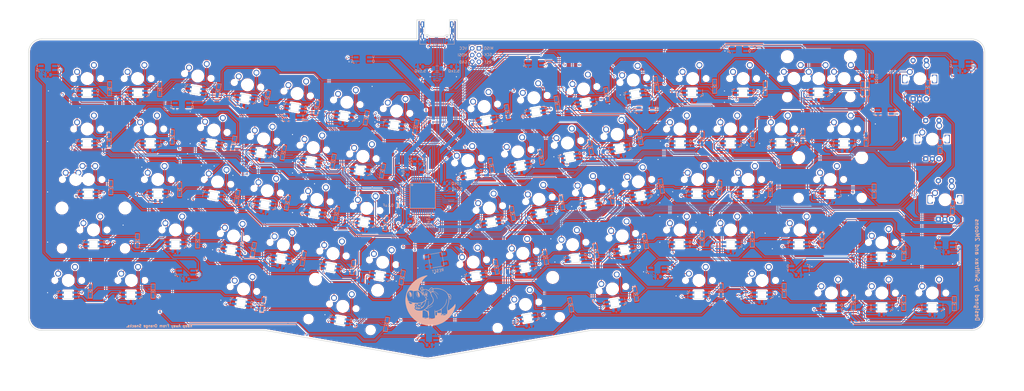
<source format=kicad_pcb>
(kicad_pcb (version 20171130) (host pcbnew "(5.1.8)-1")
  (layers (0 F.Cu signal) (31 B.Cu signal) (34 B.Paste user) (35 F.Paste user) (36 B.SilkS user) (37 F.SilkS user) (38 B.Mask user) (39 F.Mask user) (44 Edge.Cuts user))
  (net 0 "")
  (net 1 col0)
  (net 2 col1)
  (net 3 col2)
  (net 4 col3)
  (net 5 col5)
  (net 6 col6)
  (net 7 row0)
  (net 8 row1)
  (net 9 row2)
  (net 10 row3)
  (net 11 row4)
  (net 12 "Net-(D_1-Pad2)")
  (net 13 "Net-(D_33-Pad2)")
  (net 14 "Net-(D_34-Pad2)")
  (net 15 "Net-(D_35-Pad2)")
  (net 16 "Net-(D_36-Pad2)")
  (net 17 "Net-(D_51-Pad2)")
  (net 18 "Net-(D_52-Pad2)")
  (net 19 "Net-(D_53-Pad2)")
  (net 20 "Net-(D_54-Pad2)")
  (net 21 "Net-(D_2-Pad2)")
  (net 22 "Net-(D_3-Pad2)")
  (net 23 "Net-(D_4-Pad2)")
  (net 24 "Net-(D_5-Pad2)")
  (net 25 "Net-(D_6-Pad2)")
  (net 26 "Net-(D_7-Pad2)")
  (net 27 "Net-(D_37-Pad2)")
  (net 28 "Net-(D_38-Pad2)")
  (net 29 "Net-(D_39-Pad2)")
  (net 30 "Net-(D_40-Pad2)")
  (net 31 "Net-(D_55-Pad2)")
  (net 32 "Net-(D_56-Pad2)")
  (net 33 "Net-(D_57-Pad2)")
  (net 34 "Net-(D_58-Pad2)")
  (net 35 "Net-(D_8-Pad2)")
  (net 36 "Net-(D_9-Pad2)")
  (net 37 "Net-(D_10-Pad2)")
  (net 38 "Net-(D_11-Pad2)")
  (net 39 "Net-(D_12-Pad2)")
  (net 40 "Net-(D_13-Pad2)")
  (net 41 "Net-(D_41-Pad2)")
  (net 42 "Net-(D_42-Pad2)")
  (net 43 "Net-(D_43-Pad2)")
  (net 44 "Net-(D_59-Pad2)")
  (net 45 "Net-(D_60-Pad2)")
  (net 46 "Net-(D_62-Pad2)")
  (net 47 "Net-(D_16-Pad2)")
  (net 48 "Net-(D_17-Pad2)")
  (net 49 "Net-(D_18-Pad2)")
  (net 50 "Net-(D_19-Pad2)")
  (net 51 "Net-(D_20-Pad2)")
  (net 52 "Net-(D_47-Pad2)")
  (net 53 "Net-(D_48-Pad2)")
  (net 54 "Net-(D_63-Pad2)")
  (net 55 "Net-(D_64-Pad2)")
  (net 56 "Net-(D_65-Pad2)")
  (net 57 "Net-(D_66-Pad2)")
  (net 58 "Net-(D_21-Pad2)")
  (net 59 "Net-(D_22-Pad2)")
  (net 60 "Net-(D_23-Pad2)")
  (net 61 "Net-(D_24-Pad2)")
  (net 62 "Net-(D_25-Pad2)")
  (net 63 "Net-(D_26-Pad2)")
  (net 64 "Net-(D_49-Pad2)")
  (net 65 "Net-(D_50-Pad2)")
  (net 66 "Net-(D_67-Pad2)")
  (net 67 "Net-(D_68-Pad2)")
  (net 68 "Net-(D_27-Pad2)")
  (net 69 "Net-(D_28-Pad2)")
  (net 70 "Net-(D_29-Pad2)")
  (net 71 col4)
  (net 72 "Net-(D_69-Pad2)")
  (net 73 GND)
  (net 74 "Net-(C1-Pad1)")
  (net 75 +5V)
  (net 76 VBUS)
  (net 77 D+)
  (net 78 "Net-(R4-Pad1)")
  (net 79 D-)
  (net 80 "Net-(R5-Pad1)")
  (net 81 "Net-(R6-Pad2)")
  (net 82 "Net-(U1-Pad42)")
  (net 83 "Net-(U1-Pad17)")
  (net 84 "Net-(U1-Pad16)")
  (net 85 "Net-(U2-Pad4)")
  (net 86 "Net-(U2-Pad3)")
  (net 87 "Net-(J1-PadB8)")
  (net 88 "Net-(J1-PadA5)")
  (net 89 "Net-(J1-PadB5)")
  (net 90 "Net-(J1-PadA8)")
  (net 91 0row)
  (net 92 1row)
  (net 93 2row)
  (net 94 0col)
  (net 95 ENC0A)
  (net 96 ENC1A)
  (net 97 ENC2A)
  (net 98 "Net-(D_44-Pad2)")
  (net 99 "Net-(D_70-Pad2)")
  (net 100 "Net-(LED1-Pad2)")
  (net 101 "Net-(LED1-Pad4)")
  (net 102 "Net-(LED17-Pad4)")
  (net 103 "Net-(LED2-Pad4)")
  (net 104 "Net-(LED18-Pad2)")
  (net 105 "Net-(LED19-Pad4)")
  (net 106 "Net-(LED4-Pad4)")
  (net 107 "Net-(LED20-Pad2)")
  (net 108 "Net-(LED21-Pad4)")
  (net 109 "Net-(LED6-Pad4)")
  (net 110 "Net-(LED22-Pad2)")
  (net 111 "Net-(LED23-Pad4)")
  (net 112 "Net-(LED8-Pad4)")
  (net 113 "Net-(LED24-Pad2)")
  (net 114 "Net-(LED10-Pad2)")
  (net 115 "Net-(LED10-Pad4)")
  (net 116 "Net-(LED11-Pad4)")
  (net 117 "Net-(LED12-Pad2)")
  (net 118 "Net-(LED12-Pad4)")
  (net 119 "Net-(LED13-Pad4)")
  (net 120 "Net-(LED18-Pad4)")
  (net 121 "Net-(LED19-Pad2)")
  (net 122 "Net-(LED20-Pad4)")
  (net 123 "Net-(LED21-Pad2)")
  (net 124 "Net-(LED22-Pad4)")
  (net 125 "Net-(LED23-Pad2)")
  (net 126 "Net-(LED24-Pad4)")
  (net 127 "Net-(LED25-Pad2)")
  (net 128 "Net-(LED44-Pad2)")
  (net 129 "Net-(LED68-Pad4)")
  (net 130 LED)
  (net 131 "Net-(D_15-Pad2)")
  (net 132 "Net-(D_30-Pad2)")
  (net 133 "Net-(D_45-Pad2)")
  (net 134 "Net-(D_71-Pad2)")
  (net 135 "Net-(D_72-Pad2)")
  (net 136 "Net-(LED15-Pad2)")
  (net 137 "Net-(LED15-Pad4)")
  (net 138 "Net-(LED25-Pad4)")
  (net 139 "Net-(LED26-Pad2)")
  (net 140 "Net-(LED27-Pad4)")
  (net 141 "Net-(LED28-Pad2)")
  (net 142 "Net-(LED29-Pad4)")
  (net 143 "Net-(LED30-Pad2)")
  (net 144 "Net-(LED33-Pad4)")
  (net 145 "Net-(LED34-Pad2)")
  (net 146 "Net-(LED35-Pad4)")
  (net 147 "Net-(LED36-Pad2)")
  (net 148 "Net-(LED37-Pad4)")
  (net 149 "Net-(LED38-Pad2)")
  (net 150 "Net-(LED39-Pad4)")
  (net 151 "Net-(LED40-Pad2)")
  (net 152 "Net-(LED41-Pad4)")
  (net 153 "Net-(LED42-Pad2)")
  (net 154 "Net-(LED43-Pad4)")
  (net 155 "Net-(LED45-Pad2)")
  (net 156 "Net-(LED47-Pad4)")
  (net 157 "Net-(LED48-Pad2)")
  (net 158 "Net-(LED49-Pad4)")
  (net 159 "Net-(LED50-Pad2)")
  (net 160 "Net-(LED51-Pad4)")
  (net 161 "Net-(LED52-Pad2)")
  (net 162 "Net-(LED53-Pad4)")
  (net 163 "Net-(LED54-Pad2)")
  (net 164 "Net-(LED55-Pad4)")
  (net 165 "Net-(LED56-Pad2)")
  (net 166 "Net-(LED57-Pad4)")
  (net 167 "Net-(LED58-Pad2)")
  (net 168 "Net-(LED59-Pad4)")
  (net 169 "Net-(LED60-Pad2)")
  (net 170 "Net-(LED62-Pad4)")
  (net 171 "Net-(LED70-Pad4)")
  (net 172 "Net-(LED71-Pad2)")
  (net 173 row5)
  (net 174 row7)
  (net 175 row6)
  (net 176 row9)
  (net 177 row8)
  (net 178 ENC0B)
  (net 179 ENC1B)
  (net 180 ENC2B)
  (net 181 "Net-(R7-Pad1)")
  (net 182 "Net-(ULED1-Pad2)")
  (net 183 "Net-(ULED2-Pad2)")
  (net 184 "Net-(ULED3-Pad2)")
  (net 185 "Net-(ULED4-Pad2)")
  (net 186 "Net-(ULED5-Pad2)")
  (net 187 "Net-(ULED6-Pad2)")
  (net 188 "Net-(ULED7-Pad2)")
  (net 189 "Net-(ULED8-Pad2)")
  (net 190 "Net-(ULED10-Pad4)")
  (net 191 "Net-(ULED10-Pad2)")
  (net 192 "Net-(ULED11-Pad2)")
  (net 193 "Net-(ULED12-Pad2)")
  (net 194 "Net-(ULED13-Pad2)")
  (net 195 "Net-(J2-Pad5)")
  (module MX_Only:MXOnly-1U-NoLED (layer F.Cu) (at 224.148961 74.365198 10)
    (fp_text reference K_56)
    (fp_text value KEYSW)
    (pad 2 thru_hole circle (at 2.54 -5.08 10) (size 2.25 2.25) (drill 1.47) (layers *.Cu B.Mask) (net 32 "Net-(D_56-Pad2)"))
    (pad "" np_thru_hole circle (at 0 0 10) (size 3.9878 3.9878) (drill 3.9878) (layers *.Cu *.Mask))
    (pad 1 thru_hole circle (at -3.81 -2.54 10) (size 2.25 2.25) (drill 1.47) (layers *.Cu B.Mask) (net 5 col5))
    (pad "" np_thru_hole circle (at -5.08 0 58.0996) (size 1.75 1.75) (drill 1.75) (layers *.Cu *.Mask))
    (pad "" np_thru_hole circle (at 5.08 0 58.0996) (size 1.75 1.75) (drill 1.75) (layers *.Cu *.Mask))
  )
  (module random-keyboard-parts:SKQG-1155865 (layer B.Cu) (at 153.85376 83.57818 190)
    (fp_text reference SW1)
    (fp_text value RESET (at 0 -4.064 190) (layer B.SilkS) (effects (justify mirror)))
    (pad 4 smd rect (at -3.1 -1.85 190) (size 1.8 1.1) (layers B.Cu B.Paste B.Mask))
    (pad 3 smd rect (at 3.1 1.85 190) (size 1.8 1.1) (layers B.Cu B.Paste B.Mask))
    (pad 2 smd rect (at -3.1 1.85 190) (size 1.8 1.1) (layers B.Cu B.Paste B.Mask) (net 195 "Net-(J2-Pad5)"))
    (pad 1 smd rect (at 3.1 -1.85 190) (size 1.8 1.1) (layers B.Cu B.Paste B.Mask) (net 73 GND))
  )
  (module MX_Only:MXOnly-1U-NoLED (layer F.Cu) (at 22.11909 14.987186)
    (fp_text reference K_1)
    (fp_text value KEYSW)
    (pad 2 thru_hole circle (at 2.54 -5.08) (size 2.25 2.25) (drill 1.47) (layers *.Cu B.Mask) (net 12 "Net-(D_1-Pad2)"))
    (pad "" np_thru_hole circle (at 0 0) (size 3.9878 3.9878) (drill 3.9878) (layers *.Cu *.Mask))
    (pad 1 thru_hole circle (at -3.81 -2.54) (size 2.25 2.25) (drill 1.47) (layers *.Cu B.Mask) (net 1 col0))
    (pad "" np_thru_hole circle (at -5.08 0 48.0996) (size 1.75 1.75) (drill 1.75) (layers *.Cu *.Mask))
    (pad "" np_thru_hole circle (at 5.08 0 48.0996) (size 1.75 1.75) (drill 1.75) (layers *.Cu *.Mask))
  )
  (module MX_Only:MXOnly-1U-NoLED (layer F.Cu) (at 165.86284 45.95244 10)
    (fp_text reference K_23)
    (fp_text value KEYSW)
    (pad 2 thru_hole circle (at 2.54 -5.08 10) (size 2.25 2.25) (drill 1.47) (layers *.Cu B.Mask) (net 60 "Net-(D_23-Pad2)"))
    (pad "" np_thru_hole circle (at 0 0 10) (size 3.9878 3.9878) (drill 3.9878) (layers *.Cu *.Mask))
    (pad 1 thru_hole circle (at -3.81 -2.54 10) (size 2.25 2.25) (drill 1.47) (layers *.Cu B.Mask) (net 4 col3))
    (pad "" np_thru_hole circle (at -5.08 0 58.0996) (size 1.75 1.75) (drill 1.75) (layers *.Cu *.Mask))
    (pad "" np_thru_hole circle (at 5.08 0 58.0996) (size 1.75 1.75) (drill 1.75) (layers *.Cu *.Mask))
  )
  (module MX_Only:MXOnly-1U-NoLED (layer F.Cu) (at 252.62409 53.087186)
    (fp_text reference K_43)
    (fp_text value KEYSW)
    (pad 2 thru_hole circle (at 2.54 -5.08) (size 2.25 2.25) (drill 1.47) (layers *.Cu B.Mask) (net 43 "Net-(D_43-Pad2)"))
    (pad "" np_thru_hole circle (at 0 0) (size 3.9878 3.9878) (drill 3.9878) (layers *.Cu *.Mask))
    (pad 1 thru_hole circle (at -3.81 -2.54) (size 2.25 2.25) (drill 1.47) (layers *.Cu B.Mask) (net 5 col5))
    (pad "" np_thru_hole circle (at -5.08 0 48.0996) (size 1.75 1.75) (drill 1.75) (layers *.Cu *.Mask))
    (pad "" np_thru_hole circle (at 5.08 0 48.0996) (size 1.75 1.75) (drill 1.75) (layers *.Cu *.Mask))
  )
  (module MX_Only:MXOnly-1U-NoLED (layer F.Cu) (at 307.86909 34.037186)
    (fp_text reference K_30)
    (fp_text value KEYSW)
    (pad 2 thru_hole circle (at 2.54 -5.08) (size 2.25 2.25) (drill 1.47) (layers *.Cu B.Mask) (net 132 "Net-(D_30-Pad2)"))
    (pad "" np_thru_hole circle (at 0 0) (size 3.9878 3.9878) (drill 3.9878) (layers *.Cu *.Mask))
    (pad 1 thru_hole circle (at -3.81 -2.54) (size 2.25 2.25) (drill 1.47) (layers *.Cu B.Mask) (net 94 0col))
    (pad "" np_thru_hole circle (at -5.08 0 48.0996) (size 1.75 1.75) (drill 1.75) (layers *.Cu *.Mask))
    (pad "" np_thru_hole circle (at 5.08 0 48.0996) (size 1.75 1.75) (drill 1.75) (layers *.Cu *.Mask))
  )
  (module MX_Only:MXOnly-1U-NoLED (layer F.Cu) (at 307.90476 14.96008)
    (fp_text reference K_16)
    (fp_text value KEYSW)
    (pad 2 thru_hole circle (at 2.54 -5.08) (size 2.25 2.25) (drill 1.47) (layers *.Cu B.Mask) (net 47 "Net-(D_16-Pad2)"))
    (pad "" np_thru_hole circle (at 0 0) (size 3.9878 3.9878) (drill 3.9878) (layers *.Cu *.Mask))
    (pad 1 thru_hole circle (at -3.81 -2.54) (size 2.25 2.25) (drill 1.47) (layers *.Cu B.Mask) (net 94 0col))
    (pad "" np_thru_hole circle (at -5.08 0 48.0996) (size 1.75 1.75) (drill 1.75) (layers *.Cu *.Mask))
    (pad "" np_thru_hole circle (at 5.08 0 48.0996) (size 1.75 1.75) (drill 1.75) (layers *.Cu *.Mask))
  )
  (module MX_Only:MXOnly-1U-NoLED (layer F.Cu) (at 288.9462 14.97024)
    (fp_text reference K_14)
    (fp_text value KEYSW)
    (pad 2 thru_hole circle (at 2.54 -5.08) (size 2.25 2.25) (drill 1.47) (layers *.Cu B.Mask) (net 131 "Net-(D_15-Pad2)"))
    (pad "" np_thru_hole circle (at 0 0) (size 3.9878 3.9878) (drill 3.9878) (layers *.Cu *.Mask))
    (pad 1 thru_hole circle (at -3.81 -2.54) (size 2.25 2.25) (drill 1.47) (layers *.Cu B.Mask) (net 94 0col))
    (pad "" np_thru_hole circle (at -5.08 0 48.0996) (size 1.75 1.75) (drill 1.75) (layers *.Cu *.Mask))
    (pad "" np_thru_hole circle (at 5.08 0 48.0996) (size 1.75 1.75) (drill 1.75) (layers *.Cu *.Mask))
  )
  (module MX_Only:MXOnly-1U-NoLED (layer F.Cu) (at 346.00984 60.74104)
    (fp_text reference K_61)
    (fp_text value KEYSW)
    (pad 2 thru_hole circle (at 2.54 -5.08) (size 2.25 2.25) (drill 1.47) (layers *.Cu B.Mask) (net 93 2row))
    (pad "" np_thru_hole circle (at 0 0) (size 3.9878 3.9878) (drill 3.9878) (layers *.Cu *.Mask))
    (pad 1 thru_hole circle (at -3.81 -2.54) (size 2.25 2.25) (drill 1.47) (layers *.Cu B.Mask) (net 94 0col))
    (pad "" np_thru_hole circle (at -5.08 0 48.0996) (size 1.75 1.75) (drill 1.75) (layers *.Cu *.Mask))
    (pad "" np_thru_hole circle (at 5.08 0 48.0996) (size 1.75 1.75) (drill 1.75) (layers *.Cu *.Mask))
  )
  (module MX_Only:MXOnly-1U-NoLED (layer F.Cu) (at 341.23464 37.88104)
    (fp_text reference K_46)
    (fp_text value KEYSW)
    (pad 2 thru_hole circle (at 2.54 -5.08) (size 2.25 2.25) (drill 1.47) (layers *.Cu B.Mask) (net 92 1row))
    (pad "" np_thru_hole circle (at 0 0) (size 3.9878 3.9878) (drill 3.9878) (layers *.Cu *.Mask))
    (pad 1 thru_hole circle (at -3.81 -2.54) (size 2.25 2.25) (drill 1.47) (layers *.Cu B.Mask) (net 94 0col))
    (pad "" np_thru_hole circle (at -5.08 0 48.0996) (size 1.75 1.75) (drill 1.75) (layers *.Cu *.Mask))
    (pad "" np_thru_hole circle (at 5.08 0 48.0996) (size 1.75 1.75) (drill 1.75) (layers *.Cu *.Mask))
  )
  (module MX_Only:MXOnly-1U-NoLED (layer F.Cu) (at 336.51024 15.02104)
    (fp_text reference K_31)
    (fp_text value KEYSW)
    (pad 2 thru_hole circle (at 2.54 -5.08) (size 2.25 2.25) (drill 1.47) (layers *.Cu B.Mask) (net 91 0row))
    (pad "" np_thru_hole circle (at 0 0) (size 3.9878 3.9878) (drill 3.9878) (layers *.Cu *.Mask))
    (pad 1 thru_hole circle (at -3.81 -2.54) (size 2.25 2.25) (drill 1.47) (layers *.Cu B.Mask) (net 94 0col))
    (pad "" np_thru_hole circle (at -5.08 0 48.0996) (size 1.75 1.75) (drill 1.75) (layers *.Cu *.Mask))
    (pad "" np_thru_hole circle (at 5.08 0 48.0996) (size 1.75 1.75) (drill 1.75) (layers *.Cu *.Mask))
  )
  (module MX_Only:MXOnly-1U-NoLED (layer F.Cu) (at 205.388374 77.673196 10)
    (fp_text reference K_55)
    (fp_text value KEYSW)
    (pad 2 thru_hole circle (at 2.54 -5.08 10) (size 2.25 2.25) (drill 1.47) (layers *.Cu B.Mask) (net 31 "Net-(D_55-Pad2)"))
    (pad "" np_thru_hole circle (at 0 0 10) (size 3.9878 3.9878) (drill 3.9878) (layers *.Cu *.Mask))
    (pad 1 thru_hole circle (at -3.81 -2.54 10) (size 2.25 2.25) (drill 1.47) (layers *.Cu B.Mask) (net 71 col4))
    (pad "" np_thru_hole circle (at -5.08 0 58.0996) (size 1.75 1.75) (drill 1.75) (layers *.Cu *.Mask))
    (pad "" np_thru_hole circle (at 5.08 0 58.0996) (size 1.75 1.75) (drill 1.75) (layers *.Cu *.Mask))
  )
  (module MX_Only:MXOnly-1U-NoLED (layer F.Cu) (at 186.627786 80.981194 10)
    (fp_text reference K_54)
    (fp_text value KEYSW)
    (pad 2 thru_hole circle (at 2.54 -5.08 10) (size 2.25 2.25) (drill 1.47) (layers *.Cu B.Mask) (net 20 "Net-(D_54-Pad2)"))
    (pad "" np_thru_hole circle (at 0 0 10) (size 3.9878 3.9878) (drill 3.9878) (layers *.Cu *.Mask))
    (pad 1 thru_hole circle (at -3.81 -2.54 10) (size 2.25 2.25) (drill 1.47) (layers *.Cu B.Mask) (net 71 col4))
    (pad "" np_thru_hole circle (at -5.08 0 58.0996) (size 1.75 1.75) (drill 1.75) (layers *.Cu *.Mask))
    (pad "" np_thru_hole circle (at 5.08 0 58.0996) (size 1.75 1.75) (drill 1.75) (layers *.Cu *.Mask))
  )
  (module MX_Only:MXOnly-1U-NoLED (layer F.Cu) (at 167.867198 84.289191 10)
    (fp_text reference K_53)
    (fp_text value KEYSW)
    (pad 2 thru_hole circle (at 2.54 -5.08 10) (size 2.25 2.25) (drill 1.47) (layers *.Cu B.Mask) (net 19 "Net-(D_53-Pad2)"))
    (pad "" np_thru_hole circle (at 0 0 10) (size 3.9878 3.9878) (drill 3.9878) (layers *.Cu *.Mask))
    (pad 1 thru_hole circle (at -3.81 -2.54 10) (size 2.25 2.25) (drill 1.47) (layers *.Cu B.Mask) (net 4 col3))
    (pad "" np_thru_hole circle (at -5.08 0 58.0996) (size 1.75 1.75) (drill 1.75) (layers *.Cu *.Mask))
    (pad "" np_thru_hole circle (at 5.08 0 58.0996) (size 1.75 1.75) (drill 1.75) (layers *.Cu *.Mask))
  )
  (module MX_Only:MXOnly-1U-NoLED (layer F.Cu) (at 230.221257 53.950612 10)
    (fp_text reference K_42)
    (fp_text value KEYSW)
    (pad 2 thru_hole circle (at 2.54 -5.08 10) (size 2.25 2.25) (drill 1.47) (layers *.Cu B.Mask) (net 42 "Net-(D_42-Pad2)"))
    (pad "" np_thru_hole circle (at 0 0 10) (size 3.9878 3.9878) (drill 3.9878) (layers *.Cu *.Mask))
    (pad 1 thru_hole circle (at -3.81 -2.54 10) (size 2.25 2.25) (drill 1.47) (layers *.Cu B.Mask) (net 5 col5))
    (pad "" np_thru_hole circle (at -5.08 0 58.0996) (size 1.75 1.75) (drill 1.75) (layers *.Cu *.Mask))
    (pad "" np_thru_hole circle (at 5.08 0 58.0996) (size 1.75 1.75) (drill 1.75) (layers *.Cu *.Mask))
  )
  (module MX_Only:MXOnly-1U-NoLED (layer F.Cu) (at 211.46067 57.258609 10)
    (fp_text reference K_41)
    (fp_text value KEYSW)
    (pad 2 thru_hole circle (at 2.54 -5.08 10) (size 2.25 2.25) (drill 1.47) (layers *.Cu B.Mask) (net 41 "Net-(D_41-Pad2)"))
    (pad "" np_thru_hole circle (at 0 0 10) (size 3.9878 3.9878) (drill 3.9878) (layers *.Cu *.Mask))
    (pad 1 thru_hole circle (at -3.81 -2.54 10) (size 2.25 2.25) (drill 1.47) (layers *.Cu B.Mask) (net 71 col4))
    (pad "" np_thru_hole circle (at -5.08 0 58.0996) (size 1.75 1.75) (drill 1.75) (layers *.Cu *.Mask))
    (pad "" np_thru_hole circle (at 5.08 0 58.0996) (size 1.75 1.75) (drill 1.75) (layers *.Cu *.Mask))
  )
  (module MX_Only:MXOnly-1U-NoLED (layer F.Cu) (at 192.68784 60.57744 10)
    (fp_text reference K_40)
    (fp_text value KEYSW)
    (pad 2 thru_hole circle (at 2.54 -5.08 10) (size 2.25 2.25) (drill 1.47) (layers *.Cu B.Mask) (net 30 "Net-(D_40-Pad2)"))
    (pad "" np_thru_hole circle (at 0 0 10) (size 3.9878 3.9878) (drill 3.9878) (layers *.Cu *.Mask))
    (pad 1 thru_hole circle (at -3.81 -2.54 10) (size 2.25 2.25) (drill 1.47) (layers *.Cu B.Mask) (net 71 col4))
    (pad "" np_thru_hole circle (at -5.08 0 58.0996) (size 1.75 1.75) (drill 1.75) (layers *.Cu *.Mask))
    (pad "" np_thru_hole circle (at 5.08 0 58.0996) (size 1.75 1.75) (drill 1.75) (layers *.Cu *.Mask))
  )
  (module MX_Only:MXOnly-1U-NoLED (layer F.Cu) (at 173.939494 63.874605 10)
    (fp_text reference K_39)
    (fp_text value KEYSW)
    (pad 2 thru_hole circle (at 2.54 -5.08 10) (size 2.25 2.25) (drill 1.47) (layers *.Cu B.Mask) (net 29 "Net-(D_39-Pad2)"))
    (pad "" np_thru_hole circle (at 0 0 10) (size 3.9878 3.9878) (drill 3.9878) (layers *.Cu *.Mask))
    (pad 1 thru_hole circle (at -3.81 -2.54 10) (size 2.25 2.25) (drill 1.47) (layers *.Cu B.Mask) (net 4 col3))
    (pad "" np_thru_hole circle (at -5.08 0 58.0996) (size 1.75 1.75) (drill 1.75) (layers *.Cu *.Mask))
    (pad "" np_thru_hole circle (at 5.08 0 58.0996) (size 1.75 1.75) (drill 1.75) (layers *.Cu *.Mask))
  )
  (module MX_Only:MXOnly-1U-NoLED (layer F.Cu) (at 222.223113 36.017023 10)
    (fp_text reference K_26)
    (fp_text value KEYSW)
    (pad 2 thru_hole circle (at 2.54 -5.08 10) (size 2.25 2.25) (drill 1.47) (layers *.Cu B.Mask) (net 63 "Net-(D_26-Pad2)"))
    (pad "" np_thru_hole circle (at 0 0 10) (size 3.9878 3.9878) (drill 3.9878) (layers *.Cu *.Mask))
    (pad 1 thru_hole circle (at -3.81 -2.54 10) (size 2.25 2.25) (drill 1.47) (layers *.Cu B.Mask) (net 5 col5))
    (pad "" np_thru_hole circle (at -5.08 0 58.0996) (size 1.75 1.75) (drill 1.75) (layers *.Cu *.Mask))
    (pad "" np_thru_hole circle (at 5.08 0 58.0996) (size 1.75 1.75) (drill 1.75) (layers *.Cu *.Mask))
  )
  (module MX_Only:MXOnly-1U-NoLED (layer F.Cu) (at 203.462525 39.325021 10)
    (fp_text reference K_25)
    (fp_text value KEYSW)
    (pad 2 thru_hole circle (at 2.54 -5.08 10) (size 2.25 2.25) (drill 1.47) (layers *.Cu B.Mask) (net 62 "Net-(D_25-Pad2)"))
    (pad "" np_thru_hole circle (at 0 0 10) (size 3.9878 3.9878) (drill 3.9878) (layers *.Cu *.Mask))
    (pad 1 thru_hole circle (at -3.81 -2.54 10) (size 2.25 2.25) (drill 1.47) (layers *.Cu B.Mask) (net 71 col4))
    (pad "" np_thru_hole circle (at -5.08 0 58.0996) (size 1.75 1.75) (drill 1.75) (layers *.Cu *.Mask))
    (pad "" np_thru_hole circle (at 5.08 0 58.0996) (size 1.75 1.75) (drill 1.75) (layers *.Cu *.Mask))
  )
  (module MX_Only:MXOnly-1U-NoLED (layer F.Cu) (at 184.701937 42.633019 10)
    (fp_text reference K_24)
    (fp_text value KEYSW)
    (pad 2 thru_hole circle (at 2.54 -5.08 10) (size 2.25 2.25) (drill 1.47) (layers *.Cu B.Mask) (net 61 "Net-(D_24-Pad2)"))
    (pad "" np_thru_hole circle (at 0 0 10) (size 3.9878 3.9878) (drill 3.9878) (layers *.Cu *.Mask))
    (pad 1 thru_hole circle (at -3.81 -2.54 10) (size 2.25 2.25) (drill 1.47) (layers *.Cu B.Mask) (net 71 col4))
    (pad "" np_thru_hole circle (at -5.08 0 58.0996) (size 1.75 1.75) (drill 1.75) (layers *.Cu *.Mask))
    (pad "" np_thru_hole circle (at 5.08 0 58.0996) (size 1.75 1.75) (drill 1.75) (layers *.Cu *.Mask))
  )
  (module MX_Only:MXOnly-1U-NoLED (layer F.Cu) (at 228.295409 15.602437 10)
    (fp_text reference K_11)
    (fp_text value KEYSW)
    (pad 2 thru_hole circle (at 2.54 -5.08 10) (size 2.25 2.25) (drill 1.47) (layers *.Cu B.Mask) (net 38 "Net-(D_11-Pad2)"))
    (pad "" np_thru_hole circle (at 0 0 10) (size 3.9878 3.9878) (drill 3.9878) (layers *.Cu *.Mask))
    (pad 1 thru_hole circle (at -3.81 -2.54 10) (size 2.25 2.25) (drill 1.47) (layers *.Cu B.Mask) (net 5 col5))
    (pad "" np_thru_hole circle (at -5.08 0 58.0996) (size 1.75 1.75) (drill 1.75) (layers *.Cu *.Mask))
    (pad "" np_thru_hole circle (at 5.08 0 58.0996) (size 1.75 1.75) (drill 1.75) (layers *.Cu *.Mask))
  )
  (module MX_Only:MXOnly-1U-NoLED (layer F.Cu) (at 209.534821 18.910434 10)
    (fp_text reference K_10)
    (fp_text value KEYSW)
    (pad 2 thru_hole circle (at 2.54 -5.08 10) (size 2.25 2.25) (drill 1.47) (layers *.Cu B.Mask) (net 37 "Net-(D_10-Pad2)"))
    (pad "" np_thru_hole circle (at 0 0 10) (size 3.9878 3.9878) (drill 3.9878) (layers *.Cu *.Mask))
    (pad 1 thru_hole circle (at -3.81 -2.54 10) (size 2.25 2.25) (drill 1.47) (layers *.Cu B.Mask) (net 5 col5))
    (pad "" np_thru_hole circle (at -5.08 0 58.0996) (size 1.75 1.75) (drill 1.75) (layers *.Cu *.Mask))
    (pad "" np_thru_hole circle (at 5.08 0 58.0996) (size 1.75 1.75) (drill 1.75) (layers *.Cu *.Mask))
  )
  (module MX_Only:MXOnly-1U-NoLED (layer F.Cu) (at 190.774233 22.218432 10)
    (fp_text reference K_9)
    (fp_text value KEYSW)
    (pad 2 thru_hole circle (at 2.54 -5.08 10) (size 2.25 2.25) (drill 1.47) (layers *.Cu B.Mask) (net 36 "Net-(D_9-Pad2)"))
    (pad "" np_thru_hole circle (at 0 0 10) (size 3.9878 3.9878) (drill 3.9878) (layers *.Cu *.Mask))
    (pad 1 thru_hole circle (at -3.81 -2.54 10) (size 2.25 2.25) (drill 1.47) (layers *.Cu B.Mask) (net 71 col4))
    (pad "" np_thru_hole circle (at -5.08 0 58.0996) (size 1.75 1.75) (drill 1.75) (layers *.Cu *.Mask))
    (pad "" np_thru_hole circle (at 5.08 0 58.0996) (size 1.75 1.75) (drill 1.75) (layers *.Cu *.Mask))
  )
  (module MX_Only:MXOnly-1U-NoLED (layer F.Cu) (at 172.013646 25.52643 10)
    (fp_text reference K_8)
    (fp_text value KEYSW)
    (pad 2 thru_hole circle (at 2.54 -5.08 10) (size 2.25 2.25) (drill 1.47) (layers *.Cu B.Mask) (net 35 "Net-(D_8-Pad2)"))
    (pad "" np_thru_hole circle (at 0 0 10) (size 3.9878 3.9878) (drill 3.9878) (layers *.Cu *.Mask))
    (pad 1 thru_hole circle (at -3.81 -2.54 10) (size 2.25 2.25) (drill 1.47) (layers *.Cu B.Mask) (net 71 col4))
    (pad "" np_thru_hole circle (at -5.08 0 58.0996) (size 1.75 1.75) (drill 1.75) (layers *.Cu *.Mask))
    (pad "" np_thru_hole circle (at 5.08 0 58.0996) (size 1.75 1.75) (drill 1.75) (layers *.Cu *.Mask))
  )
  (module MX_Only:MXOnly-1U-NoLED (layer F.Cu) (at 133.681394 84.358444 350)
    (fp_text reference K_52)
    (fp_text value KEYSW)
    (pad 2 thru_hole circle (at 2.54 -5.08 350) (size 2.25 2.25) (drill 1.47) (layers *.Cu B.Mask) (net 18 "Net-(D_52-Pad2)"))
    (pad "" np_thru_hole circle (at 0 0 350) (size 3.9878 3.9878) (drill 3.9878) (layers *.Cu *.Mask))
    (pad 1 thru_hole circle (at -3.81 -2.54 350) (size 2.25 2.25) (drill 1.47) (layers *.Cu B.Mask) (net 4 col3))
    (pad "" np_thru_hole circle (at -5.08 0 38.0996) (size 1.75 1.75) (drill 1.75) (layers *.Cu *.Mask))
    (pad "" np_thru_hole circle (at 5.08 0 38.0996) (size 1.75 1.75) (drill 1.75) (layers *.Cu *.Mask))
  )
  (module MX_Only:MXOnly-1U-NoLED (layer F.Cu) (at 114.920806 81.050446 350)
    (fp_text reference K_51)
    (fp_text value KEYSW)
    (pad 2 thru_hole circle (at 2.54 -5.08 350) (size 2.25 2.25) (drill 1.47) (layers *.Cu B.Mask) (net 17 "Net-(D_51-Pad2)"))
    (pad "" np_thru_hole circle (at 0 0 350) (size 3.9878 3.9878) (drill 3.9878) (layers *.Cu *.Mask))
    (pad 1 thru_hole circle (at -3.81 -2.54 350) (size 2.25 2.25) (drill 1.47) (layers *.Cu B.Mask) (net 3 col2))
    (pad "" np_thru_hole circle (at -5.08 0 38.0996) (size 1.75 1.75) (drill 1.75) (layers *.Cu *.Mask))
    (pad "" np_thru_hole circle (at 5.08 0 38.0996) (size 1.75 1.75) (drill 1.75) (layers *.Cu *.Mask))
  )
  (module MX_Only:MXOnly-1U-NoLED (layer F.Cu) (at 96.160219 77.742448 350)
    (fp_text reference K_50)
    (fp_text value KEYSW)
    (pad 2 thru_hole circle (at 2.54 -5.08 350) (size 2.25 2.25) (drill 1.47) (layers *.Cu B.Mask) (net 65 "Net-(D_50-Pad2)"))
    (pad "" np_thru_hole circle (at 0 0 350) (size 3.9878 3.9878) (drill 3.9878) (layers *.Cu *.Mask))
    (pad 1 thru_hole circle (at -3.81 -2.54 350) (size 2.25 2.25) (drill 1.47) (layers *.Cu B.Mask) (net 3 col2))
    (pad "" np_thru_hole circle (at -5.08 0 38.0996) (size 1.75 1.75) (drill 1.75) (layers *.Cu *.Mask))
    (pad "" np_thru_hole circle (at 5.08 0 38.0996) (size 1.75 1.75) (drill 1.75) (layers *.Cu *.Mask))
  )
  (module MX_Only:MXOnly-1U-NoLED (layer F.Cu) (at 77.399631 74.43445 350)
    (fp_text reference K_49)
    (fp_text value KEYSW)
    (pad 2 thru_hole circle (at 2.54 -5.08 350) (size 2.25 2.25) (drill 1.47) (layers *.Cu B.Mask) (net 64 "Net-(D_49-Pad2)"))
    (pad "" np_thru_hole circle (at 0 0 350) (size 3.9878 3.9878) (drill 3.9878) (layers *.Cu *.Mask))
    (pad 1 thru_hole circle (at -3.81 -2.54 350) (size 2.25 2.25) (drill 1.47) (layers *.Cu B.Mask) (net 2 col1))
    (pad "" np_thru_hole circle (at -5.08 0 38.0996) (size 1.75 1.75) (drill 1.75) (layers *.Cu *.Mask))
    (pad "" np_thru_hole circle (at 5.08 0 38.0996) (size 1.75 1.75) (drill 1.75) (layers *.Cu *.Mask))
  )
  (module MX_Only:MXOnly-1U-NoLED (layer F.Cu) (at 127.609098 63.943857 350)
    (fp_text reference K_38)
    (fp_text value KEYSW)
    (pad 2 thru_hole circle (at 2.54 -5.08 350) (size 2.25 2.25) (drill 1.47) (layers *.Cu B.Mask) (net 28 "Net-(D_38-Pad2)"))
    (pad "" np_thru_hole circle (at 0 0 350) (size 3.9878 3.9878) (drill 3.9878) (layers *.Cu *.Mask))
    (pad 1 thru_hole circle (at -3.81 -2.54 350) (size 2.25 2.25) (drill 1.47) (layers *.Cu B.Mask) (net 4 col3))
    (pad "" np_thru_hole circle (at -5.08 0 38.0996) (size 1.75 1.75) (drill 1.75) (layers *.Cu *.Mask))
    (pad "" np_thru_hole circle (at 5.08 0 38.0996) (size 1.75 1.75) (drill 1.75) (layers *.Cu *.Mask))
  )
  (module MX_Only:MXOnly-1U-NoLED (layer F.Cu) (at 108.84851 60.635859 350)
    (fp_text reference K_37)
    (fp_text value KEYSW)
    (pad 2 thru_hole circle (at 2.54 -5.08 350) (size 2.25 2.25) (drill 1.47) (layers *.Cu B.Mask) (net 27 "Net-(D_37-Pad2)"))
    (pad "" np_thru_hole circle (at 0 0 350) (size 3.9878 3.9878) (drill 3.9878) (layers *.Cu *.Mask))
    (pad 1 thru_hole circle (at -3.81 -2.54 350) (size 2.25 2.25) (drill 1.47) (layers *.Cu B.Mask) (net 3 col2))
    (pad "" np_thru_hole circle (at -5.08 0 38.0996) (size 1.75 1.75) (drill 1.75) (layers *.Cu *.Mask))
    (pad "" np_thru_hole circle (at 5.08 0 38.0996) (size 1.75 1.75) (drill 1.75) (layers *.Cu *.Mask))
  )
  (module MX_Only:MXOnly-1U-NoLED (layer F.Cu) (at 90.087923 57.327862 350)
    (fp_text reference K_36)
    (fp_text value KEYSW)
    (pad 2 thru_hole circle (at 2.54 -5.08 350) (size 2.25 2.25) (drill 1.47) (layers *.Cu B.Mask) (net 16 "Net-(D_36-Pad2)"))
    (pad "" np_thru_hole circle (at 0 0 350) (size 3.9878 3.9878) (drill 3.9878) (layers *.Cu *.Mask))
    (pad 1 thru_hole circle (at -3.81 -2.54 350) (size 2.25 2.25) (drill 1.47) (layers *.Cu B.Mask) (net 3 col2))
    (pad "" np_thru_hole circle (at -5.08 0 38.0996) (size 1.75 1.75) (drill 1.75) (layers *.Cu *.Mask))
    (pad "" np_thru_hole circle (at 5.08 0 38.0996) (size 1.75 1.75) (drill 1.75) (layers *.Cu *.Mask))
  )
  (module MX_Only:MXOnly-1U-NoLED (layer F.Cu) (at 71.327335 54.019864 350)
    (fp_text reference K_35)
    (fp_text value KEYSW)
    (pad 2 thru_hole circle (at 2.54 -5.08 350) (size 2.25 2.25) (drill 1.47) (layers *.Cu B.Mask) (net 15 "Net-(D_35-Pad2)"))
    (pad "" np_thru_hole circle (at 0 0 350) (size 3.9878 3.9878) (drill 3.9878) (layers *.Cu *.Mask))
    (pad 1 thru_hole circle (at -3.81 -2.54 350) (size 2.25 2.25) (drill 1.47) (layers *.Cu B.Mask) (net 2 col1))
    (pad "" np_thru_hole circle (at -5.08 0 38.0996) (size 1.75 1.75) (drill 1.75) (layers *.Cu *.Mask))
    (pad "" np_thru_hole circle (at 5.08 0 38.0996) (size 1.75 1.75) (drill 1.75) (layers *.Cu *.Mask))
  )
  (module MX_Only:MXOnly-1U-NoLED (layer F.Cu) (at 126.226949 44.35627 350)
    (fp_text reference K_22)
    (fp_text value KEYSW)
    (pad 2 thru_hole circle (at 2.54 -5.08 350) (size 2.25 2.25) (drill 1.47) (layers *.Cu B.Mask) (net 59 "Net-(D_22-Pad2)"))
    (pad "" np_thru_hole circle (at 0 0 350) (size 3.9878 3.9878) (drill 3.9878) (layers *.Cu *.Mask))
    (pad 1 thru_hole circle (at -3.81 -2.54 350) (size 2.25 2.25) (drill 1.47) (layers *.Cu B.Mask) (net 4 col3))
    (pad "" np_thru_hole circle (at -5.08 0 38.0996) (size 1.75 1.75) (drill 1.75) (layers *.Cu *.Mask))
    (pad "" np_thru_hole circle (at 5.08 0 38.0996) (size 1.75 1.75) (drill 1.75) (layers *.Cu *.Mask))
  )
  (module MX_Only:MXOnly-1U-NoLED (layer F.Cu) (at 107.466361 41.048272 350)
    (fp_text reference K_21)
    (fp_text value KEYSW)
    (pad 2 thru_hole circle (at 2.54 -5.08 350) (size 2.25 2.25) (drill 1.47) (layers *.Cu B.Mask) (net 58 "Net-(D_21-Pad2)"))
    (pad "" np_thru_hole circle (at 0 0 350) (size 3.9878 3.9878) (drill 3.9878) (layers *.Cu *.Mask))
    (pad 1 thru_hole circle (at -3.81 -2.54 350) (size 2.25 2.25) (drill 1.47) (layers *.Cu B.Mask) (net 3 col2))
    (pad "" np_thru_hole circle (at -5.08 0 38.0996) (size 1.75 1.75) (drill 1.75) (layers *.Cu *.Mask))
    (pad "" np_thru_hole circle (at 5.08 0 38.0996) (size 1.75 1.75) (drill 1.75) (layers *.Cu *.Mask))
  )
  (module MX_Only:MXOnly-1U-NoLED (layer F.Cu) (at 88.705774 37.740274 350)
    (fp_text reference K_20)
    (fp_text value KEYSW)
    (pad 2 thru_hole circle (at 2.54 -5.08 350) (size 2.25 2.25) (drill 1.47) (layers *.Cu B.Mask) (net 51 "Net-(D_20-Pad2)"))
    (pad "" np_thru_hole circle (at 0 0 350) (size 3.9878 3.9878) (drill 3.9878) (layers *.Cu *.Mask))
    (pad 1 thru_hole circle (at -3.81 -2.54 350) (size 2.25 2.25) (drill 1.47) (layers *.Cu B.Mask) (net 3 col2))
    (pad "" np_thru_hole circle (at -5.08 0 38.0996) (size 1.75 1.75) (drill 1.75) (layers *.Cu *.Mask))
    (pad "" np_thru_hole circle (at 5.08 0 38.0996) (size 1.75 1.75) (drill 1.75) (layers *.Cu *.Mask))
  )
  (module MX_Only:MXOnly-1U-NoLED (layer F.Cu) (at 69.945186 34.432277 350)
    (fp_text reference K_19)
    (fp_text value KEYSW)
    (pad 2 thru_hole circle (at 2.54 -5.08 350) (size 2.25 2.25) (drill 1.47) (layers *.Cu B.Mask) (net 50 "Net-(D_19-Pad2)"))
    (pad "" np_thru_hole circle (at 0 0 350) (size 3.9878 3.9878) (drill 3.9878) (layers *.Cu *.Mask))
    (pad 1 thru_hole circle (at -3.81 -2.54 350) (size 2.25 2.25) (drill 1.47) (layers *.Cu B.Mask) (net 2 col1))
    (pad "" np_thru_hole circle (at -5.08 0 38.0996) (size 1.75 1.75) (drill 1.75) (layers *.Cu *.Mask))
    (pad "" np_thru_hole circle (at 5.08 0 38.0996) (size 1.75 1.75) (drill 1.75) (layers *.Cu *.Mask))
  )
  (module MX_Only:MXOnly-1U-NoLED (layer F.Cu) (at 138.915241 27.249681 350)
    (fp_text reference K_7)
    (fp_text value KEYSW)
    (pad 2 thru_hole circle (at 2.54 -5.08 350) (size 2.25 2.25) (drill 1.47) (layers *.Cu B.Mask) (net 26 "Net-(D_7-Pad2)"))
    (pad "" np_thru_hole circle (at 0 0 350) (size 3.9878 3.9878) (drill 3.9878) (layers *.Cu *.Mask))
    (pad 1 thru_hole circle (at -3.81 -2.54 350) (size 2.25 2.25) (drill 1.47) (layers *.Cu B.Mask) (net 4 col3))
    (pad "" np_thru_hole circle (at -5.08 0 38.0996) (size 1.75 1.75) (drill 1.75) (layers *.Cu *.Mask))
    (pad "" np_thru_hole circle (at 5.08 0 38.0996) (size 1.75 1.75) (drill 1.75) (layers *.Cu *.Mask))
  )
  (module MX_Only:MXOnly-1U-NoLED (layer F.Cu) (at 120.154653 23.941683 350)
    (fp_text reference K_6)
    (fp_text value KEYSW)
    (pad 2 thru_hole circle (at 2.54 -5.08 350) (size 2.25 2.25) (drill 1.47) (layers *.Cu B.Mask) (net 25 "Net-(D_6-Pad2)"))
    (pad "" np_thru_hole circle (at 0 0 350) (size 3.9878 3.9878) (drill 3.9878) (layers *.Cu *.Mask))
    (pad 1 thru_hole circle (at -3.81 -2.54 350) (size 2.25 2.25) (drill 1.47) (layers *.Cu B.Mask) (net 4 col3))
    (pad "" np_thru_hole circle (at -5.08 0 38.0996) (size 1.75 1.75) (drill 1.75) (layers *.Cu *.Mask))
    (pad "" np_thru_hole circle (at 5.08 0 38.0996) (size 1.75 1.75) (drill 1.75) (layers *.Cu *.Mask))
  )
  (module MX_Only:MXOnly-1U-NoLED (layer F.Cu) (at 101.394065 20.633686 350)
    (fp_text reference K_5)
    (fp_text value KEYSW)
    (pad 2 thru_hole circle (at 2.54 -5.08 350) (size 2.25 2.25) (drill 1.47) (layers *.Cu B.Mask) (net 24 "Net-(D_5-Pad2)"))
    (pad "" np_thru_hole circle (at 0 0 350) (size 3.9878 3.9878) (drill 3.9878) (layers *.Cu *.Mask))
    (pad 1 thru_hole circle (at -3.81 -2.54 350) (size 2.25 2.25) (drill 1.47) (layers *.Cu B.Mask) (net 3 col2))
    (pad "" np_thru_hole circle (at -5.08 0 38.0996) (size 1.75 1.75) (drill 1.75) (layers *.Cu *.Mask))
    (pad "" np_thru_hole circle (at 5.08 0 38.0996) (size 1.75 1.75) (drill 1.75) (layers *.Cu *.Mask))
  )
  (module MX_Only:MXOnly-1U-NoLED (layer F.Cu) (at 82.633478 17.325688 350)
    (fp_text reference K_4)
    (fp_text value KEYSW)
    (pad 2 thru_hole circle (at 2.54 -5.08 350) (size 2.25 2.25) (drill 1.47) (layers *.Cu B.Mask) (net 23 "Net-(D_4-Pad2)"))
    (pad "" np_thru_hole circle (at 0 0 350) (size 3.9878 3.9878) (drill 3.9878) (layers *.Cu *.Mask))
    (pad 1 thru_hole circle (at -3.81 -2.54 350) (size 2.25 2.25) (drill 1.47) (layers *.Cu B.Mask) (net 3 col2))
    (pad "" np_thru_hole circle (at -5.08 0 38.0996) (size 1.75 1.75) (drill 1.75) (layers *.Cu *.Mask))
    (pad "" np_thru_hole circle (at 5.08 0 38.0996) (size 1.75 1.75) (drill 1.75) (layers *.Cu *.Mask))
  )
  (module MX_Only:MXOnly-1U-NoLED (layer F.Cu) (at 63.87289 14.01769 350)
    (fp_text reference K_3)
    (fp_text value KEYSW)
    (pad 2 thru_hole circle (at 2.54 -5.08 350) (size 2.25 2.25) (drill 1.47) (layers *.Cu B.Mask) (net 22 "Net-(D_3-Pad2)"))
    (pad "" np_thru_hole circle (at 0 0 350) (size 3.9878 3.9878) (drill 3.9878) (layers *.Cu *.Mask))
    (pad 1 thru_hole circle (at -3.81 -2.54 350) (size 2.25 2.25) (drill 1.47) (layers *.Cu B.Mask) (net 2 col1))
    (pad "" np_thru_hole circle (at -5.08 0 38.0996) (size 1.75 1.75) (drill 1.75) (layers *.Cu *.Mask))
    (pad "" np_thru_hole circle (at 5.08 0 38.0996) (size 1.75 1.75) (drill 1.75) (layers *.Cu *.Mask))
  )
  (module MX_Only:MXOnly-1U-NoLED (layer F.Cu) (at 341.20659 95.949686)
    (fp_text reference K_72)
    (fp_text value KEYSW)
    (pad 2 thru_hole circle (at 2.54 -5.08) (size 2.25 2.25) (drill 1.47) (layers *.Cu B.Mask) (net 135 "Net-(D_72-Pad2)"))
    (pad "" np_thru_hole circle (at 0 0) (size 3.9878 3.9878) (drill 3.9878) (layers *.Cu *.Mask))
    (pad 1 thru_hole circle (at -3.81 -2.54) (size 2.25 2.25) (drill 1.47) (layers *.Cu B.Mask) (net 94 0col))
    (pad "" np_thru_hole circle (at -5.08 0 48.0996) (size 1.75 1.75) (drill 1.75) (layers *.Cu *.Mask))
    (pad "" np_thru_hole circle (at 5.08 0 48.0996) (size 1.75 1.75) (drill 1.75) (layers *.Cu *.Mask))
  )
  (module MX_Only:MXOnly-1U-NoLED (layer F.Cu) (at 322.15659 95.949686)
    (fp_text reference K_71)
    (fp_text value KEYSW)
    (pad 2 thru_hole circle (at 2.54 -5.08) (size 2.25 2.25) (drill 1.47) (layers *.Cu B.Mask) (net 134 "Net-(D_71-Pad2)"))
    (pad "" np_thru_hole circle (at 0 0) (size 3.9878 3.9878) (drill 3.9878) (layers *.Cu *.Mask))
    (pad 1 thru_hole circle (at -3.81 -2.54) (size 2.25 2.25) (drill 1.47) (layers *.Cu B.Mask) (net 94 0col))
    (pad "" np_thru_hole circle (at -5.08 0 48.0996) (size 1.75 1.75) (drill 1.75) (layers *.Cu *.Mask))
    (pad "" np_thru_hole circle (at 5.08 0 48.0996) (size 1.75 1.75) (drill 1.75) (layers *.Cu *.Mask))
  )
  (module MX_Only:MXOnly-1U-NoLED (layer F.Cu) (at 303.10659 95.949686)
    (fp_text reference K_70)
    (fp_text value KEYSW)
    (pad 2 thru_hole circle (at 2.54 -5.08) (size 2.25 2.25) (drill 1.47) (layers *.Cu B.Mask) (net 99 "Net-(D_70-Pad2)"))
    (pad "" np_thru_hole circle (at 0 0) (size 3.9878 3.9878) (drill 3.9878) (layers *.Cu *.Mask))
    (pad 1 thru_hole circle (at -3.81 -2.54) (size 2.25 2.25) (drill 1.47) (layers *.Cu B.Mask) (net 6 col6))
    (pad "" np_thru_hole circle (at -5.08 0 48.0996) (size 1.75 1.75) (drill 1.75) (layers *.Cu *.Mask))
    (pad "" np_thru_hole circle (at 5.08 0 48.0996) (size 1.75 1.75) (drill 1.75) (layers *.Cu *.Mask))
  )
  (module MX_Only:MXOnly-1U-NoLED (layer F.Cu) (at 322.15659 76.899686)
    (fp_text reference K_60)
    (fp_text value KEYSW)
    (pad 2 thru_hole circle (at 2.54 -5.08) (size 2.25 2.25) (drill 1.47) (layers *.Cu B.Mask) (net 45 "Net-(D_60-Pad2)"))
    (pad "" np_thru_hole circle (at 0 0) (size 3.9878 3.9878) (drill 3.9878) (layers *.Cu *.Mask))
    (pad 1 thru_hole circle (at -3.81 -2.54) (size 2.25 2.25) (drill 1.47) (layers *.Cu B.Mask) (net 94 0col))
    (pad "" np_thru_hole circle (at -5.08 0 48.0996) (size 1.75 1.75) (drill 1.75) (layers *.Cu *.Mask))
    (pad "" np_thru_hole circle (at 5.08 0 48.0996) (size 1.75 1.75) (drill 1.75) (layers *.Cu *.Mask))
  )
  (module MX_Only:MXOnly-1U-NoLED (layer F.Cu) (at 265.00659 72.137186)
    (fp_text reference K_58)
    (fp_text value KEYSW)
    (pad 2 thru_hole circle (at 2.54 -5.08) (size 2.25 2.25) (drill 1.47) (layers *.Cu B.Mask) (net 34 "Net-(D_58-Pad2)"))
    (pad "" np_thru_hole circle (at 0 0) (size 3.9878 3.9878) (drill 3.9878) (layers *.Cu *.Mask))
    (pad 1 thru_hole circle (at -3.81 -2.54) (size 2.25 2.25) (drill 1.47) (layers *.Cu B.Mask) (net 6 col6))
    (pad "" np_thru_hole circle (at -5.08 0 48.0996) (size 1.75 1.75) (drill 1.75) (layers *.Cu *.Mask))
    (pad "" np_thru_hole circle (at 5.08 0 48.0996) (size 1.75 1.75) (drill 1.75) (layers *.Cu *.Mask))
  )
  (module MX_Only:MXOnly-1U-NoLED (layer F.Cu) (at 245.95659 72.137186)
    (fp_text reference K_57)
    (fp_text value KEYSW)
    (pad 2 thru_hole circle (at 2.54 -5.08) (size 2.25 2.25) (drill 1.47) (layers *.Cu B.Mask) (net 33 "Net-(D_57-Pad2)"))
    (pad "" np_thru_hole circle (at 0 0) (size 3.9878 3.9878) (drill 3.9878) (layers *.Cu *.Mask))
    (pad 1 thru_hole circle (at -3.81 -2.54) (size 2.25 2.25) (drill 1.47) (layers *.Cu B.Mask) (net 5 col5))
    (pad "" np_thru_hole circle (at -5.08 0 48.0996) (size 1.75 1.75) (drill 1.75) (layers *.Cu *.Mask))
    (pad "" np_thru_hole circle (at 5.08 0 48.0996) (size 1.75 1.75) (drill 1.75) (layers *.Cu *.Mask))
  )
  (module MX_Only:MXOnly-1U-NoLED (layer F.Cu) (at 55.45659 72.137186)
    (fp_text reference K_48)
    (fp_text value KEYSW)
    (pad 2 thru_hole circle (at 2.54 -5.08) (size 2.25 2.25) (drill 1.47) (layers *.Cu B.Mask) (net 53 "Net-(D_48-Pad2)"))
    (pad "" np_thru_hole circle (at 0 0) (size 3.9878 3.9878) (drill 3.9878) (layers *.Cu *.Mask))
    (pad 1 thru_hole circle (at -3.81 -2.54) (size 2.25 2.25) (drill 1.47) (layers *.Cu B.Mask) (net 2 col1))
    (pad "" np_thru_hole circle (at -5.08 0 48.0996) (size 1.75 1.75) (drill 1.75) (layers *.Cu *.Mask))
    (pad "" np_thru_hole circle (at 5.08 0 48.0996) (size 1.75 1.75) (drill 1.75) (layers *.Cu *.Mask))
  )
  (module MX_Only:MXOnly-1U-NoLED (layer F.Cu) (at 271.67409 53.087186)
    (fp_text reference K_44)
    (fp_text value KEYSW)
    (pad 2 thru_hole circle (at 2.54 -5.08) (size 2.25 2.25) (drill 1.47) (layers *.Cu B.Mask) (net 98 "Net-(D_44-Pad2)"))
    (pad "" np_thru_hole circle (at 0 0) (size 3.9878 3.9878) (drill 3.9878) (layers *.Cu *.Mask))
    (pad 1 thru_hole circle (at -3.81 -2.54) (size 2.25 2.25) (drill 1.47) (layers *.Cu B.Mask) (net 6 col6))
    (pad "" np_thru_hole circle (at -5.08 0 48.0996) (size 1.75 1.75) (drill 1.75) (layers *.Cu *.Mask))
    (pad "" np_thru_hole circle (at 5.08 0 48.0996) (size 1.75 1.75) (drill 1.75) (layers *.Cu *.Mask))
  )
  (module MX_Only:MXOnly-1U-NoLED (layer F.Cu) (at 48.78909 53.087186)
    (fp_text reference K_34)
    (fp_text value KEYSW)
    (pad 2 thru_hole circle (at 2.54 -5.08) (size 2.25 2.25) (drill 1.47) (layers *.Cu B.Mask) (net 14 "Net-(D_34-Pad2)"))
    (pad "" np_thru_hole circle (at 0 0) (size 3.9878 3.9878) (drill 3.9878) (layers *.Cu *.Mask))
    (pad 1 thru_hole circle (at -3.81 -2.54) (size 2.25 2.25) (drill 1.47) (layers *.Cu B.Mask) (net 2 col1))
    (pad "" np_thru_hole circle (at -5.08 0 48.0996) (size 1.75 1.75) (drill 1.75) (layers *.Cu *.Mask))
    (pad "" np_thru_hole circle (at 5.08 0 48.0996) (size 1.75 1.75) (drill 1.75) (layers *.Cu *.Mask))
  )
  (module MX_Only:MXOnly-1U-NoLED (layer F.Cu) (at 284.05659 34.037186)
    (fp_text reference K_29)
    (fp_text value KEYSW)
    (pad 2 thru_hole circle (at 2.54 -5.08) (size 2.25 2.25) (drill 1.47) (layers *.Cu B.Mask) (net 70 "Net-(D_29-Pad2)"))
    (pad "" np_thru_hole circle (at 0 0) (size 3.9878 3.9878) (drill 3.9878) (layers *.Cu *.Mask))
    (pad 1 thru_hole circle (at -3.81 -2.54) (size 2.25 2.25) (drill 1.47) (layers *.Cu B.Mask) (net 6 col6))
    (pad "" np_thru_hole circle (at -5.08 0 48.0996) (size 1.75 1.75) (drill 1.75) (layers *.Cu *.Mask))
    (pad "" np_thru_hole circle (at 5.08 0 48.0996) (size 1.75 1.75) (drill 1.75) (layers *.Cu *.Mask))
  )
  (module MX_Only:MXOnly-1U-NoLED (layer F.Cu) (at 265.00659 34.037186)
    (fp_text reference K_28)
    (fp_text value KEYSW)
    (pad 2 thru_hole circle (at 2.54 -5.08) (size 2.25 2.25) (drill 1.47) (layers *.Cu B.Mask) (net 69 "Net-(D_28-Pad2)"))
    (pad "" np_thru_hole circle (at 0 0) (size 3.9878 3.9878) (drill 3.9878) (layers *.Cu *.Mask))
    (pad 1 thru_hole circle (at -3.81 -2.54) (size 2.25 2.25) (drill 1.47) (layers *.Cu B.Mask) (net 6 col6))
    (pad "" np_thru_hole circle (at -5.08 0 48.0996) (size 1.75 1.75) (drill 1.75) (layers *.Cu *.Mask))
    (pad "" np_thru_hole circle (at 5.08 0 48.0996) (size 1.75 1.75) (drill 1.75) (layers *.Cu *.Mask))
  )
  (module MX_Only:MXOnly-1U-NoLED (layer F.Cu) (at 245.95659 34.037186)
    (fp_text reference K_27)
    (fp_text value KEYSW)
    (pad 2 thru_hole circle (at 2.54 -5.08) (size 2.25 2.25) (drill 1.47) (layers *.Cu B.Mask) (net 68 "Net-(D_27-Pad2)"))
    (pad "" np_thru_hole circle (at 0 0) (size 3.9878 3.9878) (drill 3.9878) (layers *.Cu *.Mask))
    (pad 1 thru_hole circle (at -3.81 -2.54) (size 2.25 2.25) (drill 1.47) (layers *.Cu B.Mask) (net 5 col5))
    (pad "" np_thru_hole circle (at -5.08 0 48.0996) (size 1.75 1.75) (drill 1.75) (layers *.Cu *.Mask))
    (pad "" np_thru_hole circle (at 5.08 0 48.0996) (size 1.75 1.75) (drill 1.75) (layers *.Cu *.Mask))
  )
  (module MX_Only:MXOnly-1U-NoLED (layer F.Cu) (at 45.93159 34.037186)
    (fp_text reference K_18)
    (fp_text value KEYSW)
    (pad 2 thru_hole circle (at 2.54 -5.08) (size 2.25 2.25) (drill 1.47) (layers *.Cu B.Mask) (net 49 "Net-(D_18-Pad2)"))
    (pad "" np_thru_hole circle (at 0 0) (size 3.9878 3.9878) (drill 3.9878) (layers *.Cu *.Mask))
    (pad 1 thru_hole circle (at -3.81 -2.54) (size 2.25 2.25) (drill 1.47) (layers *.Cu B.Mask) (net 2 col1))
    (pad "" np_thru_hole circle (at -5.08 0 48.0996) (size 1.75 1.75) (drill 1.75) (layers *.Cu *.Mask))
    (pad "" np_thru_hole circle (at 5.08 0 48.0996) (size 1.75 1.75) (drill 1.75) (layers *.Cu *.Mask))
  )
  (module MX_Only:MXOnly-1U-NoLED (layer F.Cu) (at 269.76909 14.987186)
    (fp_text reference K_13)
    (fp_text value KEYSW)
    (pad 2 thru_hole circle (at 2.54 -5.08) (size 2.25 2.25) (drill 1.47) (layers *.Cu B.Mask) (net 40 "Net-(D_13-Pad2)"))
    (pad "" np_thru_hole circle (at 0 0) (size 3.9878 3.9878) (drill 3.9878) (layers *.Cu *.Mask))
    (pad 1 thru_hole circle (at -3.81 -2.54) (size 2.25 2.25) (drill 1.47) (layers *.Cu B.Mask) (net 6 col6))
    (pad "" np_thru_hole circle (at -5.08 0 48.0996) (size 1.75 1.75) (drill 1.75) (layers *.Cu *.Mask))
    (pad "" np_thru_hole circle (at 5.08 0 48.0996) (size 1.75 1.75) (drill 1.75) (layers *.Cu *.Mask))
  )
  (module MX_Only:MXOnly-1U-NoLED (layer F.Cu) (at 250.71909 14.987186)
    (fp_text reference K_12)
    (fp_text value KEYSW)
    (pad 2 thru_hole circle (at 2.54 -5.08) (size 2.25 2.25) (drill 1.47) (layers *.Cu B.Mask) (net 39 "Net-(D_12-Pad2)"))
    (pad "" np_thru_hole circle (at 0 0) (size 3.9878 3.9878) (drill 3.9878) (layers *.Cu *.Mask))
    (pad 1 thru_hole circle (at -3.81 -2.54) (size 2.25 2.25) (drill 1.47) (layers *.Cu B.Mask) (net 6 col6))
    (pad "" np_thru_hole circle (at -5.08 0 48.0996) (size 1.75 1.75) (drill 1.75) (layers *.Cu *.Mask))
    (pad "" np_thru_hole circle (at 5.08 0 48.0996) (size 1.75 1.75) (drill 1.75) (layers *.Cu *.Mask))
  )
  (module MX_Only:MXOnly-1U-NoLED (layer F.Cu) (at 41.16909 14.987186)
    (fp_text reference K_2)
    (fp_text value KEYSW)
    (pad 2 thru_hole circle (at 2.54 -5.08) (size 2.25 2.25) (drill 1.47) (layers *.Cu B.Mask) (net 21 "Net-(D_2-Pad2)"))
    (pad "" np_thru_hole circle (at 0 0) (size 3.9878 3.9878) (drill 3.9878) (layers *.Cu *.Mask))
    (pad 1 thru_hole circle (at -3.81 -2.54) (size 2.25 2.25) (drill 1.47) (layers *.Cu B.Mask) (net 2 col1))
    (pad "" np_thru_hole circle (at -5.08 0 48.0996) (size 1.75 1.75) (drill 1.75) (layers *.Cu *.Mask))
    (pad "" np_thru_hole circle (at 5.08 0 48.0996) (size 1.75 1.75) (drill 1.75) (layers *.Cu *.Mask))
  )
  (module MX_Only:MXOnly-2.25U-ReversedStabilizers-NoLED (layer F.Cu) (at 187.581093 100.25428 10)
    (fp_text reference K_66)
    (fp_text value KEYSW)
    (pad 2 thru_hole circle (at 2.54 -5.08 10) (size 2.25 2.25) (drill 1.47) (layers *.Cu B.Mask) (net 57 "Net-(D_66-Pad2)"))
    (pad "" np_thru_hole circle (at 0 0 10) (size 3.9878 3.9878) (drill 3.9878) (layers *.Cu *.Mask))
    (pad 1 thru_hole circle (at -3.81 -2.54 10) (size 2.25 2.25) (drill 1.47) (layers *.Cu B.Mask) (net 71 col4))
    (pad "" np_thru_hole circle (at -5.08 0 58.0996) (size 1.75 1.75) (drill 1.75) (layers *.Cu *.Mask))
    (pad "" np_thru_hole circle (at 5.08 0 58.0996) (size 1.75 1.75) (drill 1.75) (layers *.Cu *.Mask))
    (pad "" np_thru_hole circle (at -11.90625 6.985 10) (size 3.048 3.048) (drill 3.048) (layers *.Cu *.Mask))
    (pad "" np_thru_hole circle (at 11.90625 6.985 10) (size 3.048 3.048) (drill 3.048) (layers *.Cu *.Mask))
    (pad "" np_thru_hole circle (at -11.90625 -8.255 10) (size 3.9878 3.9878) (drill 3.9878) (layers *.Cu *.Mask))
    (pad "" np_thru_hole circle (at 11.90625 -8.255 10) (size 3.9878 3.9878) (drill 3.9878) (layers *.Cu *.Mask))
  )
  (module Keebio-Parts:RotaryEncoder_EC11 (layer F.Cu) (at 345.95904 60.58864 90)
    (fp_text reference SW4)
    (fp_text value Rotary_Encoder_Switch)
    (pad A thru_hole rect (at -7.5 -2.5 90) (size 2 2) (drill 1) (layers *.Cu *.Mask) (net 97 ENC2A))
    (pad C thru_hole circle (at -7.5 0 90) (size 2 2) (drill 1) (layers *.Cu *.Mask) (net 73 GND))
    (pad B thru_hole circle (at -7.5 2.5 90) (size 2 2) (drill 1) (layers *.Cu *.Mask) (net 180 ENC2B))
    (pad "" np_thru_hole rect (at 0 -5.6 90) (size 3.2 2) (drill oval 2.8 1.5) (layers *.Cu *.Mask))
    (pad "" np_thru_hole rect (at 0 5.6 90) (size 3.2 2) (drill oval 2.8 1.5) (layers *.Cu *.Mask))
    (pad S2 thru_hole circle (at 7 -2.5 90) (size 2 2) (drill 1) (layers *.Cu *.Mask) (net 94 0col))
    (pad S1 thru_hole circle (at 7 2.5 90) (size 2 2) (drill 1) (layers *.Cu *.Mask) (net 93 2row))
  )
  (module Keebio-Parts:RotaryEncoder_EC11 (layer F.Cu) (at 341.20933 37.81365 90)
    (fp_text reference SW3)
    (fp_text value Rotary_Encoder_Switch)
    (pad A thru_hole rect (at -7.5 -2.5 90) (size 2 2) (drill 1) (layers *.Cu *.Mask) (net 96 ENC1A))
    (pad C thru_hole circle (at -7.5 0 90) (size 2 2) (drill 1) (layers *.Cu *.Mask) (net 73 GND))
    (pad B thru_hole circle (at -7.5 2.5 90) (size 2 2) (drill 1) (layers *.Cu *.Mask) (net 179 ENC1B))
    (pad "" np_thru_hole rect (at 0 -5.6 90) (size 3.2 2) (drill oval 2.8 1.5) (layers *.Cu *.Mask))
    (pad "" np_thru_hole rect (at 0 5.6 90) (size 3.2 2) (drill oval 2.8 1.5) (layers *.Cu *.Mask))
    (pad S2 thru_hole circle (at 7 -2.5 90) (size 2 2) (drill 1) (layers *.Cu *.Mask) (net 94 0col))
    (pad S1 thru_hole circle (at 7 2.5 90) (size 2 2) (drill 1) (layers *.Cu *.Mask) (net 92 1row))
  )
  (module Keebio-Parts:RotaryEncoder_EC11 (layer F.Cu) (at 336.43413 15.15244 90)
    (fp_text reference SW2)
    (fp_text value Rotary_Encoder_Switch)
    (pad A thru_hole rect (at -7.5 -2.5 90) (size 2 2) (drill 1) (layers *.Cu *.Mask) (net 95 ENC0A))
    (pad C thru_hole circle (at -7.5 0 90) (size 2 2) (drill 1) (layers *.Cu *.Mask) (net 73 GND))
    (pad B thru_hole circle (at -7.5 2.5 90) (size 2 2) (drill 1) (layers *.Cu *.Mask) (net 178 ENC0B))
    (pad "" np_thru_hole rect (at 0 -5.6 90) (size 3.2 2) (drill oval 2.8 1.5) (layers *.Cu *.Mask))
    (pad "" np_thru_hole rect (at 0 5.6 90) (size 3.2 2) (drill oval 2.8 1.5) (layers *.Cu *.Mask))
    (pad S2 thru_hole circle (at 7 -2.5 90) (size 2 2) (drill 1) (layers *.Cu *.Mask) (net 94 0col))
    (pad S1 thru_hole circle (at 7 2.5 90) (size 2 2) (drill 1) (layers *.Cu *.Mask) (net 91 0row))
  )
  (module Connector_PinHeader_2.54mm:PinHeader_2x03_P2.54mm_Vertical (layer B.Cu) (at 170.0276 3.57124 180)
    (fp_text reference J2)
    (fp_text value "ISP Header")
    (fp_text user GND (at 5.969 -5.207) (layer B.SilkS) (effects (justify mirror)))
    (fp_text user RST (at -3.429 -5.334) (layer B.SilkS) (effects (justify mirror)))
    (fp_text user MOSI (at 6.223 -2.54) (layer B.SilkS) (effects (justify mirror)))
    (fp_text user SCK (at -3.429 -2.413) (layer B.SilkS) (effects (justify mirror)))
    (fp_text user VCC (at 5.969 0) (layer B.SilkS) (effects (justify mirror)))
    (fp_text user MISO (at -3.683 0) (layer B.SilkS) (effects (justify mirror)))
    (pad 6 thru_hole oval (at 2.54 -5.08 180) (size 1.7 1.7) (drill 1) (layers *.Cu *.Mask) (net 73 GND))
    (pad 5 thru_hole oval (at 0 -5.08 180) (size 1.7 1.7) (drill 1) (layers *.Cu *.Mask) (net 195 "Net-(J2-Pad5)"))
    (pad 4 thru_hole oval (at 2.54 -2.54 180) (size 1.7 1.7) (drill 1) (layers *.Cu *.Mask) (net 5 col5))
    (pad 3 thru_hole oval (at 0 -2.54 180) (size 1.7 1.7) (drill 1) (layers *.Cu *.Mask) (net 10 row3))
    (pad 2 thru_hole oval (at 2.54 0 180) (size 1.7 1.7) (drill 1) (layers *.Cu *.Mask) (net 75 +5V))
    (pad 1 thru_hole rect (at 0 0 180) (size 1.7 1.7) (drill 1) (layers *.Cu *.Mask) (net 94 0col))
  )
  (module "LED_kicad_footprints-master:Underglow YS-SK6812MINI-E" (layer B.Cu) (at 151.17064 110.43412)
    (fp_text reference ULED5)
    (fp_text value YS-SK6812MINI-E)
    (fp_text user O (at -4 1.79) (layer B.SilkS) (effects (justify mirror)))
    (fp_text user G (at 4 1.79) (layer B.SilkS) (effects (justify mirror)))
    (fp_text user I (at 4 3.29) (layer B.SilkS) (effects (justify mirror)))
    (fp_text user V (at -4 3.29) (layer B.SilkS) (effects (justify mirror)))
    (pad 2 smd rect (at -2.5 1.79) (size 1.8 0.82) (layers B.Cu B.Paste B.Mask) (net 186 "Net-(ULED5-Pad2)"))
    (pad 4 smd rect (at 2.5 3.29) (size 1.8 0.82) (layers B.Cu B.Paste B.Mask) (net 185 "Net-(ULED4-Pad2)"))
    (pad 1 smd rect (at -2.5 3.29) (size 1.8 0.82) (layers B.Cu B.Paste B.Mask) (net 75 +5V))
    (pad 3 smd rect (at 2.5 1.79) (size 1.8 0.82) (layers B.Cu B.Paste B.Mask) (net 73 GND))
  )
  (module "LED_kicad_footprints-master:Underglow YS-SK6812MINI-E" (layer B.Cu) (at 59.52744 90.79484 180)
    (fp_text reference ULED6)
    (fp_text value YS-SK6812MINI-E)
    (fp_text user O (at -4 1.79) (layer B.SilkS) (effects (justify mirror)))
    (fp_text user G (at 4 1.79) (layer B.SilkS) (effects (justify mirror)))
    (fp_text user I (at 4 3.29) (layer B.SilkS) (effects (justify mirror)))
    (fp_text user V (at -4 3.29) (layer B.SilkS) (effects (justify mirror)))
    (pad 2 smd rect (at -2.5 1.79 180) (size 1.8 0.82) (layers B.Cu B.Paste B.Mask) (net 187 "Net-(ULED6-Pad2)"))
    (pad 4 smd rect (at 2.5 3.29 180) (size 1.8 0.82) (layers B.Cu B.Paste B.Mask) (net 186 "Net-(ULED5-Pad2)"))
    (pad 1 smd rect (at -2.5 3.29 180) (size 1.8 0.82) (layers B.Cu B.Paste B.Mask) (net 75 +5V))
    (pad 3 smd rect (at 2.5 1.79 180) (size 1.8 0.82) (layers B.Cu B.Paste B.Mask) (net 73 GND))
  )
  (module usb-type-c:Mid_Mount-USB_C_HandSoldering (layer B.Cu) (at 154.21184 -7.21276 90)
    (fp_text reference J1)
    (fp_text value USB2_C_Receptacle)
    (fp_line (start -5.6 3.850384) (end -5.6 3.75) (layer Edge.Cuts) (width 0.15))
    (fp_line (start -6.3 -2.537566) (end -6.3 2.537566) (layer Edge.Cuts) (width 0.15))
    (fp_line (start 0 -7.62) (end 0 -4.67) (layer Edge.Cuts) (width 0.15))
    (fp_line (start 0 -4.67) (end -5.6 -4.67) (layer Edge.Cuts) (width 0.15))
    (fp_line (start -5.6 -3.850384) (end -5.6 -3.75) (layer Edge.Cuts) (width 0.15))
    (fp_line (start -5.6 4.67) (end 0 4.67) (layer Edge.Cuts) (width 0.15))
    (fp_line (start 0 4.67) (end 0 7.62) (layer Edge.Cuts) (width 0.15))
    (fp_arc (start -6.43 3.75) (end -5.6 3.75) (angle -60) (layer Edge.Cuts) (width 0.15))
    (fp_arc (start -6.43 -3.75) (end -5.6 -3.75) (angle 60) (layer Edge.Cuts) (width 0.15))
    (fp_arc (start -5.6 4.37) (end -5.6 4.67) (angle 150) (layer Edge.Cuts) (width 0.15))
    (fp_arc (start -5.9 3.850384) (end -5.6 3.850384) (angle 60) (layer Edge.Cuts) (width 0.15))
    (fp_arc (start -5.73 2.537565) (end -6.3 2.537565) (angle -60) (layer Edge.Cuts) (width 0.15))
    (fp_arc (start -5.73 -2.537565) (end -6.3 -2.537565) (angle 60) (layer Edge.Cuts) (width 0.15))
    (fp_arc (start -5.9 -3.850384) (end -5.6 -3.850384) (angle -60) (layer Edge.Cuts) (width 0.15))
    (fp_arc (start -5.6 -4.37) (end -5.6 -4.67) (angle -150) (layer Edge.Cuts) (width 0.15))
    (pad S1 smd rect (at -1.75 -5.2) (size 0.7 2.3) (layers B.Cu B.Mask) (net 73 GND))
    (pad S1 smd rect (at -1.75 5.2) (size 0.7 2.3) (layers B.Cu B.Mask) (net 73 GND))
    (pad S1 thru_hole oval (at -6.35 -5.575) (size 1.2 2.3) (drill oval 0.5 1.65) (layers *.Cu *.Mask) (net 73 GND))
    (pad S1 thru_hole oval (at -6.35 5.575) (size 1.2 2.3) (drill oval 0.5 1.65) (layers *.Cu *.Mask) (net 73 GND))
    (pad S1 thru_hole oval (at -1.75 -5.575) (size 1.2 2.3) (drill oval 0.5 1.65) (layers *.Cu *.Mask) (net 73 GND))
    (pad S1 thru_hole oval (at -1.75 5.575) (size 1.2 2.3) (drill oval 0.5 1.65) (layers *.Cu *.Mask) (net 73 GND))
    (pad "" np_thru_hole circle (at -6.43 -3.75) (size 0.6 0.6) (drill 0.4) (layers *.Cu *.Mask))
    (pad "" np_thru_hole circle (at -6.43 3.75) (size 0.6 0.6) (drill 0.4) (layers *.Cu *.Mask))
    (pad A1B12 smd rect (at -7.93 -3.2) (size 0.55 1.7) (layers B.Cu B.Paste B.Mask) (net 73 GND))
    (pad B1A12 smd rect (at -7.93 3.2) (size 0.55 1.7) (layers B.Cu B.Paste B.Mask) (net 73 GND))
    (pad A4B9 smd rect (at -7.93 -2.45) (size 0.55 1.7) (layers B.Cu B.Paste B.Mask) (net 76 VBUS))
    (pad B8 smd rect (at -7.93 -1.75) (size 0.3 1.7) (layers B.Cu B.Paste B.Mask) (net 87 "Net-(J1-PadB8)"))
    (pad A5 smd rect (at -7.93 -1.25) (size 0.3 1.7) (layers B.Cu B.Paste B.Mask) (net 88 "Net-(J1-PadA5)"))
    (pad B7 smd rect (at -7.93 -0.75) (size 0.3 1.7) (layers B.Cu B.Paste B.Mask) (net 79 D-))
    (pad B4A9 smd rect (at -7.93 2.45) (size 0.55 1.7) (layers B.Cu B.Paste B.Mask) (net 76 VBUS))
    (pad B5 smd rect (at -7.93 1.75) (size 0.3 1.7) (layers B.Cu B.Paste B.Mask) (net 89 "Net-(J1-PadB5)"))
    (pad A8 smd rect (at -7.93 1.25) (size 0.3 1.7) (layers B.Cu B.Paste B.Mask) (net 90 "Net-(J1-PadA8)"))
    (pad B6 smd rect (at -7.93 0.75) (size 0.3 1.7) (layers B.Cu B.Paste B.Mask) (net 77 D+))
    (pad A7 smd rect (at -7.93 0.25) (size 0.3 1.7) (layers B.Cu B.Paste B.Mask) (net 79 D-))
    (pad A6 smd rect (at -7.93 -0.25) (size 0.3 1.7) (layers B.Cu B.Paste B.Mask) (net 77 D+))
  )
  (module MX_Only:MXOnly-2U-ReversedStabilizers-NoLED (layer F.Cu) (at 298.34409 14.987186)
    (fp_text reference K_15)
    (fp_text value KEYSW)
    (pad 2 thru_hole circle (at 2.54 -5.08) (size 2.25 2.25) (drill 1.47) (layers *.Cu B.Mask) (net 131 "Net-(D_15-Pad2)"))
    (pad "" np_thru_hole circle (at 0 0) (size 3.9878 3.9878) (drill 3.9878) (layers *.Cu *.Mask))
    (pad 1 thru_hole circle (at -3.81 -2.54) (size 2.25 2.25) (drill 1.47) (layers *.Cu B.Mask) (net 94 0col))
    (pad "" np_thru_hole circle (at -5.08 0 48.0996) (size 1.75 1.75) (drill 1.75) (layers *.Cu *.Mask))
    (pad "" np_thru_hole circle (at 5.08 0 48.0996) (size 1.75 1.75) (drill 1.75) (layers *.Cu *.Mask))
    (pad "" np_thru_hole circle (at -11.90625 6.985) (size 3.048 3.048) (drill 3.048) (layers *.Cu *.Mask))
    (pad "" np_thru_hole circle (at 11.90625 6.985) (size 3.048 3.048) (drill 3.048) (layers *.Cu *.Mask))
    (pad "" np_thru_hole circle (at -11.90625 -8.255) (size 3.9878 3.9878) (drill 3.9878) (layers *.Cu *.Mask))
    (pad "" np_thru_hole circle (at 11.90625 -8.255) (size 3.9878 3.9878) (drill 3.9878) (layers *.Cu *.Mask))
  )
  (module "LED_kicad_footprints-master:Underglow YS-SK6812MINI-E" (layer B.Cu) (at 323.20484 30.08884 180)
    (fp_text reference ULED14)
    (fp_text value YS-SK6812MINI-E)
    (fp_text user O (at -4 1.79) (layer B.SilkS) (effects (justify mirror)))
    (fp_text user G (at 4 1.79) (layer B.SilkS) (effects (justify mirror)))
    (fp_text user I (at 4 3.29) (layer B.SilkS) (effects (justify mirror)))
    (fp_text user V (at -4 3.29) (layer B.SilkS) (effects (justify mirror)))
    (pad 2 smd rect (at -2.5 1.79 180) (size 1.8 0.82) (layers B.Cu B.Paste B.Mask) (net 137 "Net-(LED15-Pad4)"))
    (pad 4 smd rect (at 2.5 3.29 180) (size 1.8 0.82) (layers B.Cu B.Paste B.Mask) (net 194 "Net-(ULED13-Pad2)"))
    (pad 1 smd rect (at -2.5 3.29 180) (size 1.8 0.82) (layers B.Cu B.Paste B.Mask) (net 75 +5V))
    (pad 3 smd rect (at 2.5 1.79 180) (size 1.8 0.82) (layers B.Cu B.Paste B.Mask) (net 73 GND))
  )
  (module "LED_kicad_footprints-master:Underglow YS-SK6812MINI-E" (layer B.Cu) (at 268.18844 6.36524 180)
    (fp_text reference ULED13)
    (fp_text value YS-SK6812MINI-E)
    (fp_text user O (at -4 1.79) (layer B.SilkS) (effects (justify mirror)))
    (fp_text user G (at 4 1.79) (layer B.SilkS) (effects (justify mirror)))
    (fp_text user I (at 4 3.29) (layer B.SilkS) (effects (justify mirror)))
    (fp_text user V (at -4 3.29) (layer B.SilkS) (effects (justify mirror)))
    (pad 2 smd rect (at -2.5 1.79 180) (size 1.8 0.82) (layers B.Cu B.Paste B.Mask) (net 194 "Net-(ULED13-Pad2)"))
    (pad 4 smd rect (at 2.5 3.29 180) (size 1.8 0.82) (layers B.Cu B.Paste B.Mask) (net 193 "Net-(ULED12-Pad2)"))
    (pad 1 smd rect (at -2.5 3.29 180) (size 1.8 0.82) (layers B.Cu B.Paste B.Mask) (net 75 +5V))
    (pad 3 smd rect (at 2.5 1.79 180) (size 1.8 0.82) (layers B.Cu B.Paste B.Mask) (net 73 GND))
  )
  (module "LED_kicad_footprints-master:Underglow YS-SK6812MINI-E" (layer B.Cu) (at 232.97642 29.24048 180)
    (fp_text reference ULED12)
    (fp_text value YS-SK6812MINI-E)
    (fp_text user O (at -4 1.79) (layer B.SilkS) (effects (justify mirror)))
    (fp_text user G (at 4 1.79) (layer B.SilkS) (effects (justify mirror)))
    (fp_text user I (at 4 3.29) (layer B.SilkS) (effects (justify mirror)))
    (fp_text user V (at -4 3.29) (layer B.SilkS) (effects (justify mirror)))
    (pad 2 smd rect (at -2.5 1.79 180) (size 1.8 0.82) (layers B.Cu B.Paste B.Mask) (net 193 "Net-(ULED12-Pad2)"))
    (pad 4 smd rect (at 2.5 3.29 180) (size 1.8 0.82) (layers B.Cu B.Paste B.Mask) (net 192 "Net-(ULED11-Pad2)"))
    (pad 1 smd rect (at -2.5 3.29 180) (size 1.8 0.82) (layers B.Cu B.Paste B.Mask) (net 75 +5V))
    (pad 3 smd rect (at 2.5 1.79 180) (size 1.8 0.82) (layers B.Cu B.Paste B.Mask) (net 73 GND))
  )
  (module "LED_kicad_footprints-master:Underglow YS-SK6812MINI-E" (layer B.Cu) (at 191.12484 11.75004 180)
    (fp_text reference ULED11)
    (fp_text value YS-SK6812MINI-E)
    (fp_text user O (at -4 1.79) (layer B.SilkS) (effects (justify mirror)))
    (fp_text user G (at 4 1.79) (layer B.SilkS) (effects (justify mirror)))
    (fp_text user I (at 4 3.29) (layer B.SilkS) (effects (justify mirror)))
    (fp_text user V (at -4 3.29) (layer B.SilkS) (effects (justify mirror)))
    (pad 2 smd rect (at -2.5 1.79 180) (size 1.8 0.82) (layers B.Cu B.Paste B.Mask) (net 192 "Net-(ULED11-Pad2)"))
    (pad 4 smd rect (at 2.5 3.29 180) (size 1.8 0.82) (layers B.Cu B.Paste B.Mask) (net 191 "Net-(ULED10-Pad2)"))
    (pad 1 smd rect (at -2.5 3.29 180) (size 1.8 0.82) (layers B.Cu B.Paste B.Mask) (net 75 +5V))
    (pad 3 smd rect (at 2.5 1.79 180) (size 1.8 0.82) (layers B.Cu B.Paste B.Mask) (net 73 GND))
  )
  (module "LED_kicad_footprints-master:Underglow YS-SK6812MINI-E" (layer B.Cu) (at 126.15164 10.25144 180)
    (fp_text reference ULED10)
    (fp_text value YS-SK6812MINI-E)
    (fp_text user O (at -4 1.79) (layer B.SilkS) (effects (justify mirror)))
    (fp_text user G (at 4 1.79) (layer B.SilkS) (effects (justify mirror)))
    (fp_text user I (at 4 3.29) (layer B.SilkS) (effects (justify mirror)))
    (fp_text user V (at -4 3.29) (layer B.SilkS) (effects (justify mirror)))
    (pad 2 smd rect (at -2.5 1.79 180) (size 1.8 0.82) (layers B.Cu B.Paste B.Mask) (net 191 "Net-(ULED10-Pad2)"))
    (pad 4 smd rect (at 2.5 3.29 180) (size 1.8 0.82) (layers B.Cu B.Paste B.Mask) (net 190 "Net-(ULED10-Pad4)"))
    (pad 1 smd rect (at -2.5 3.29 180) (size 1.8 0.82) (layers B.Cu B.Paste B.Mask) (net 75 +5V))
    (pad 3 smd rect (at 2.5 1.79 180) (size 1.8 0.82) (layers B.Cu B.Paste B.Mask) (net 73 GND))
  )
  (module "LED_kicad_footprints-master:Underglow YS-SK6812MINI-E" (layer B.Cu) (at 99.60864 32.29864 180)
    (fp_text reference ULED9)
    (fp_text value YS-SK6812MINI-E)
    (fp_text user O (at -4 1.79) (layer B.SilkS) (effects (justify mirror)))
    (fp_text user G (at 4 1.79) (layer B.SilkS) (effects (justify mirror)))
    (fp_text user I (at 4 3.29) (layer B.SilkS) (effects (justify mirror)))
    (fp_text user V (at -4 3.29) (layer B.SilkS) (effects (justify mirror)))
    (pad 2 smd rect (at -2.5 1.79 180) (size 1.8 0.82) (layers B.Cu B.Paste B.Mask) (net 190 "Net-(ULED10-Pad4)"))
    (pad 4 smd rect (at 2.5 3.29 180) (size 1.8 0.82) (layers B.Cu B.Paste B.Mask) (net 189 "Net-(ULED8-Pad2)"))
    (pad 1 smd rect (at -2.5 3.29 180) (size 1.8 0.82) (layers B.Cu B.Paste B.Mask) (net 75 +5V))
    (pad 3 smd rect (at 2.5 1.79 180) (size 1.8 0.82) (layers B.Cu B.Paste B.Mask) (net 73 GND))
  )
  (module "LED_kicad_footprints-master:Underglow YS-SK6812MINI-E" (layer B.Cu) (at 57.87644 27.49804 180)
    (fp_text reference ULED8)
    (fp_text value YS-SK6812MINI-E)
    (fp_text user O (at -4 1.79) (layer B.SilkS) (effects (justify mirror)))
    (fp_text user G (at 4 1.79) (layer B.SilkS) (effects (justify mirror)))
    (fp_text user I (at 4 3.29) (layer B.SilkS) (effects (justify mirror)))
    (fp_text user V (at -4 3.29) (layer B.SilkS) (effects (justify mirror)))
    (pad 2 smd rect (at -2.5 1.79 180) (size 1.8 0.82) (layers B.Cu B.Paste B.Mask) (net 189 "Net-(ULED8-Pad2)"))
    (pad 4 smd rect (at 2.5 3.29 180) (size 1.8 0.82) (layers B.Cu B.Paste B.Mask) (net 188 "Net-(ULED7-Pad2)"))
    (pad 1 smd rect (at -2.5 3.29 180) (size 1.8 0.82) (layers B.Cu B.Paste B.Mask) (net 75 +5V))
    (pad 3 smd rect (at 2.5 1.79 180) (size 1.8 0.82) (layers B.Cu B.Paste B.Mask) (net 73 GND))
  )
  (module "LED_kicad_footprints-master:Underglow YS-SK6812MINI-E" (layer B.Cu) (at 7.27964 13.52804 180)
    (fp_text reference ULED7)
    (fp_text value YS-SK6812MINI-E)
    (fp_text user O (at -4 1.79) (layer B.SilkS) (effects (justify mirror)))
    (fp_text user G (at 4 1.79) (layer B.SilkS) (effects (justify mirror)))
    (fp_text user I (at 4 3.29) (layer B.SilkS) (effects (justify mirror)))
    (fp_text user V (at -4 3.29) (layer B.SilkS) (effects (justify mirror)))
    (pad 2 smd rect (at -2.5 1.79 180) (size 1.8 0.82) (layers B.Cu B.Paste B.Mask) (net 188 "Net-(ULED7-Pad2)"))
    (pad 4 smd rect (at 2.5 3.29 180) (size 1.8 0.82) (layers B.Cu B.Paste B.Mask) (net 187 "Net-(ULED6-Pad2)"))
    (pad 1 smd rect (at -2.5 3.29 180) (size 1.8 0.82) (layers B.Cu B.Paste B.Mask) (net 75 +5V))
    (pad 3 smd rect (at 2.5 1.79 180) (size 1.8 0.82) (layers B.Cu B.Paste B.Mask) (net 73 GND))
  )
  (module "LED_kicad_footprints-master:Underglow YS-SK6812MINI-E" (layer B.Cu) (at 237.40364 89.72804 180)
    (fp_text reference ULED4)
    (fp_text value YS-SK6812MINI-E)
    (fp_text user O (at -4 1.79) (layer B.SilkS) (effects (justify mirror)))
    (fp_text user G (at 4 1.79) (layer B.SilkS) (effects (justify mirror)))
    (fp_text user I (at 4 3.29) (layer B.SilkS) (effects (justify mirror)))
    (fp_text user V (at -4 3.29) (layer B.SilkS) (effects (justify mirror)))
    (pad 2 smd rect (at -2.5 1.79 180) (size 1.8 0.82) (layers B.Cu B.Paste B.Mask) (net 185 "Net-(ULED4-Pad2)"))
    (pad 4 smd rect (at 2.5 3.29 180) (size 1.8 0.82) (layers B.Cu B.Paste B.Mask) (net 184 "Net-(ULED3-Pad2)"))
    (pad 1 smd rect (at -2.5 3.29 180) (size 1.8 0.82) (layers B.Cu B.Paste B.Mask) (net 75 +5V))
    (pad 3 smd rect (at 2.5 1.79 180) (size 1.8 0.82) (layers B.Cu B.Paste B.Mask) (net 73 GND))
  )
  (module "LED_kicad_footprints-master:Underglow YS-SK6812MINI-E" (layer B.Cu) (at 290.703 84.03844)
    (fp_text reference ULED3)
    (fp_text value YS-SK6812MINI-E)
    (fp_text user O (at -4 1.79) (layer B.SilkS) (effects (justify mirror)))
    (fp_text user G (at 4 1.79) (layer B.SilkS) (effects (justify mirror)))
    (fp_text user I (at 4 3.29) (layer B.SilkS) (effects (justify mirror)))
    (fp_text user V (at -4 3.29) (layer B.SilkS) (effects (justify mirror)))
    (pad 2 smd rect (at -2.5 1.79) (size 1.8 0.82) (layers B.Cu B.Paste B.Mask) (net 184 "Net-(ULED3-Pad2)"))
    (pad 4 smd rect (at 2.5 3.29) (size 1.8 0.82) (layers B.Cu B.Paste B.Mask) (net 183 "Net-(ULED2-Pad2)"))
    (pad 1 smd rect (at -2.5 3.29) (size 1.8 0.82) (layers B.Cu B.Paste B.Mask) (net 75 +5V))
    (pad 3 smd rect (at 2.5 1.79) (size 1.8 0.82) (layers B.Cu B.Paste B.Mask) (net 73 GND))
  )
  (module "LED_kicad_footprints-master:Underglow YS-SK6812MINI-E" (layer B.Cu) (at 346.21724 80.40624 180)
    (fp_text reference ULED2)
    (fp_text value YS-SK6812MINI-E)
    (fp_text user O (at -4 1.79) (layer B.SilkS) (effects (justify mirror)))
    (fp_text user G (at 4 1.79) (layer B.SilkS) (effects (justify mirror)))
    (fp_text user I (at 4 3.29) (layer B.SilkS) (effects (justify mirror)))
    (fp_text user V (at -4 3.29) (layer B.SilkS) (effects (justify mirror)))
    (pad 2 smd rect (at -2.5 1.79 180) (size 1.8 0.82) (layers B.Cu B.Paste B.Mask) (net 183 "Net-(ULED2-Pad2)"))
    (pad 4 smd rect (at 2.5 3.29 180) (size 1.8 0.82) (layers B.Cu B.Paste B.Mask) (net 182 "Net-(ULED1-Pad2)"))
    (pad 1 smd rect (at -2.5 3.29 180) (size 1.8 0.82) (layers B.Cu B.Paste B.Mask) (net 75 +5V))
    (pad 3 smd rect (at 2.5 1.79 180) (size 1.8 0.82) (layers B.Cu B.Paste B.Mask) (net 73 GND))
  )
  (module "LED_kicad_footprints-master:Underglow YS-SK6812MINI-E" (layer B.Cu) (at 352.21164 12.00404 180)
    (fp_text reference ULED1)
    (fp_text value YS-SK6812MINI-E)
    (fp_text user O (at -4 1.79) (layer B.SilkS) (effects (justify mirror)))
    (fp_text user G (at 4 1.79) (layer B.SilkS) (effects (justify mirror)))
    (fp_text user I (at 4 3.29) (layer B.SilkS) (effects (justify mirror)))
    (fp_text user V (at -4 3.29) (layer B.SilkS) (effects (justify mirror)))
    (pad 2 smd rect (at -2.5 1.79 180) (size 1.8 0.82) (layers B.Cu B.Paste B.Mask) (net 182 "Net-(ULED1-Pad2)"))
    (pad 4 smd rect (at 2.5 3.29 180) (size 1.8 0.82) (layers B.Cu B.Paste B.Mask) (net 181 "Net-(R7-Pad1)"))
    (pad 1 smd rect (at -2.5 3.29 180) (size 1.8 0.82) (layers B.Cu B.Paste B.Mask) (net 75 +5V))
    (pad 3 smd rect (at 2.5 1.79 180) (size 1.8 0.82) (layers B.Cu B.Paste B.Mask) (net 73 GND))
  )
  (module Capacitor_SMD:C_0805_2012Metric (layer B.Cu) (at 7.27964 13.52804 180)
    (fp_text reference C79)
    (fp_text value 0.1uF)
    (pad 2 smd roundrect (at 0.9375 0 180) (size 0.975 1.4) (layers B.Cu B.Paste B.Mask) (net 73 GND))
    (pad 1 smd roundrect (at -0.9375 0 180) (size 0.975 1.4) (layers B.Cu B.Paste B.Mask) (net 75 +5V))
  )
  (module Capacitor_SMD:C_0805_2012Metric (layer B.Cu) (at 59.54014 90.76944 180)
    (fp_text reference C78)
    (fp_text value 0.1uF)
    (pad 2 smd roundrect (at 0.9375 0 180) (size 0.975 1.4) (layers B.Cu B.Paste B.Mask) (net 73 GND))
    (pad 1 smd roundrect (at -0.9375 0 180) (size 0.975 1.4) (layers B.Cu B.Paste B.Mask) (net 75 +5V))
  )
  (module Capacitor_SMD:C_0805_2012Metric (layer B.Cu) (at 151.34844 115.54714)
    (fp_text reference C77)
    (fp_text value 0.1uF)
    (pad 2 smd roundrect (at 0.9375 0) (size 0.975 1.4) (layers B.Cu B.Paste B.Mask) (net 73 GND))
    (pad 1 smd roundrect (at -0.9375 0) (size 0.975 1.4) (layers B.Cu B.Paste B.Mask) (net 75 +5V))
  )
  (module Capacitor_SMD:C_0805_2012Metric (layer B.Cu) (at 237.58144 89.77884 180)
    (fp_text reference C76)
    (fp_text value 0.1uF)
    (pad 2 smd roundrect (at 0.9375 0 180) (size 0.975 1.4) (layers B.Cu B.Paste B.Mask) (net 73 GND))
    (pad 1 smd roundrect (at -0.9375 0 180) (size 0.975 1.4) (layers B.Cu B.Paste B.Mask) (net 75 +5V))
  )
  (module Capacitor_SMD:C_0805_2012Metric (layer B.Cu) (at 290.69792 89.1286)
    (fp_text reference C75)
    (fp_text value 0.1uF)
    (pad 2 smd roundrect (at 0.9375 0) (size 0.975 1.4) (layers B.Cu B.Paste B.Mask) (net 73 GND))
    (pad 1 smd roundrect (at -0.9375 0) (size 0.975 1.4) (layers B.Cu B.Paste B.Mask) (net 75 +5V))
  )
  (module Capacitor_SMD:C_0805_2012Metric (layer B.Cu) (at 346.34424 80.50784 180)
    (fp_text reference C74)
    (fp_text value 0.1uF)
    (pad 2 smd roundrect (at 0.9375 0 180) (size 0.975 1.4) (layers B.Cu B.Paste B.Mask) (net 73 GND))
    (pad 1 smd roundrect (at -0.9375 0 180) (size 0.975 1.4) (layers B.Cu B.Paste B.Mask) (net 75 +5V))
  )
  (module Capacitor_SMD:C_0805_2012Metric (layer B.Cu) (at 352.59264 12.13104 180)
    (fp_text reference C73)
    (fp_text value 0.1uF)
    (pad 2 smd roundrect (at 0.9375 0 180) (size 0.975 1.4) (layers B.Cu B.Paste B.Mask) (net 73 GND))
    (pad 1 smd roundrect (at -0.9375 0 180) (size 0.975 1.4) (layers B.Cu B.Paste B.Mask) (net 75 +5V))
  )
  (module kbd:D3_SMD_v2 (layer B.Cu) (at 260.93508 56.41542 90)
    (fp_text reference D_43 hide)
    (fp_text value D hide)
    (pad 2 smd rect (at 1.775 0 90) (size 2 1) (layers B.Cu B.Paste B.Mask) (net 43 "Net-(D_43-Pad2)"))
    (pad 1 smd rect (at -1.775 0 90) (size 2 1) (layers B.Cu B.Paste B.Mask) (net 11 row4))
  )
  (module kbd:D3_SMD_v2 (layer B.Cu) (at 349.46932 99.97896 90)
    (fp_text reference D_72 hide)
    (fp_text value D hide)
    (pad 2 smd rect (at 1.775 0 90) (size 2 1) (layers B.Cu B.Paste B.Mask) (net 135 "Net-(D_72-Pad2)"))
    (pad 1 smd rect (at -1.775 0 90) (size 2 1) (layers B.Cu B.Paste B.Mask) (net 176 row9))
  )
  (module kbd:D3_SMD_v2 (layer B.Cu) (at 330.37614 99.8672 90)
    (fp_text reference D_71 hide)
    (fp_text value D hide)
    (pad 2 smd rect (at 1.775 0 90) (size 2 1) (layers B.Cu B.Paste B.Mask) (net 134 "Net-(D_71-Pad2)"))
    (pad 1 smd rect (at -1.775 0 90) (size 2 1) (layers B.Cu B.Paste B.Mask) (net 177 row8))
  )
  (module kbd:D3_SMD_v2 (layer B.Cu) (at 311.34138 99.78338 90)
    (fp_text reference D_70 hide)
    (fp_text value D hide)
    (pad 2 smd rect (at 1.775 0 90) (size 2 1) (layers B.Cu B.Paste B.Mask) (net 99 "Net-(D_70-Pad2)"))
    (pad 1 smd rect (at -1.775 0 90) (size 2 1) (layers B.Cu B.Paste B.Mask) (net 176 row9))
  )
  (module kbd:D3_SMD_v2 (layer B.Cu) (at 285.24034 95.03358 90)
    (fp_text reference D_69 hide)
    (fp_text value D hide)
    (pad 2 smd rect (at 1.775 0 90) (size 2 1) (layers B.Cu B.Paste B.Mask) (net 72 "Net-(D_69-Pad2)"))
    (pad 1 smd rect (at -1.775 0 90) (size 2 1) (layers B.Cu B.Paste B.Mask) (net 177 row8))
  )
  (module kbd:D3_SMD_v2 (layer B.Cu) (at 261.44562 95.1682 90)
    (fp_text reference D_68 hide)
    (fp_text value D hide)
    (pad 2 smd rect (at 1.775 0 90) (size 2 1) (layers B.Cu B.Paste B.Mask) (net 67 "Net-(D_68-Pad2)"))
    (pad 1 smd rect (at -1.775 0 90) (size 2 1) (layers B.Cu B.Paste B.Mask) (net 176 row9))
  )
  (module kbd:D3_SMD_v2 (layer B.Cu) (at 229.17746 96.41026 100)
    (fp_text reference D_67 hide)
    (fp_text value D hide)
    (pad 2 smd rect (at 1.775 0 100) (size 2 1) (layers B.Cu B.Paste B.Mask) (net 66 "Net-(D_67-Pad2)"))
    (pad 1 smd rect (at -1.775 0 100) (size 2 1) (layers B.Cu B.Paste B.Mask) (net 177 row8))
  )
  (module kbd:D3_SMD_v2 (layer B.Cu) (at 204.66392 100.45648 100)
    (fp_text reference D_66 hide)
    (fp_text value D hide)
    (pad 2 smd rect (at 1.775 0 100) (size 2 1) (layers B.Cu B.Paste B.Mask) (net 57 "Net-(D_66-Pad2)"))
    (pad 1 smd rect (at -1.775 0 100) (size 2 1) (layers B.Cu B.Paste B.Mask) (net 176 row9))
  )
  (module kbd:D3_SMD_v2 (layer B.Cu) (at 135.12634 107.81994 80)
    (fp_text reference D_65 hide)
    (fp_text value D hide)
    (pad 2 smd rect (at 1.775 0 80) (size 2 1) (layers B.Cu B.Paste B.Mask) (net 56 "Net-(D_65-Pad2)"))
    (pad 1 smd rect (at -1.775 0 80) (size 2 1) (layers B.Cu B.Paste B.Mask) (net 177 row8))
  )
  (module kbd:D3_SMD_v2 (layer B.Cu) (at 88.45384 100.32694 80)
    (fp_text reference D_64 hide)
    (fp_text value D hide)
    (pad 2 smd rect (at 1.775 0 80) (size 2 1) (layers B.Cu B.Paste B.Mask) (net 55 "Net-(D_64-Pad2)"))
    (pad 1 smd rect (at -1.775 0 80) (size 2 1) (layers B.Cu B.Paste B.Mask) (net 176 row9))
  )
  (module kbd:D3_SMD_v2 (layer B.Cu) (at 46.98834 95.24694 90)
    (fp_text reference D_63 hide)
    (fp_text value D hide)
    (pad 2 smd rect (at 1.775 0 90) (size 2 1) (layers B.Cu B.Paste B.Mask) (net 54 "Net-(D_63-Pad2)"))
    (pad 1 smd rect (at -1.775 0 90) (size 2 1) (layers B.Cu B.Paste B.Mask) (net 177 row8))
  )
  (module kbd:D3_SMD_v2 (layer B.Cu) (at 23.30284 95.23424 90)
    (fp_text reference D_62 hide)
    (fp_text value D hide)
    (pad 2 smd rect (at 1.775 0 90) (size 2 1) (layers B.Cu B.Paste B.Mask) (net 46 "Net-(D_62-Pad2)"))
    (pad 1 smd rect (at -1.775 0 90) (size 2 1) (layers B.Cu B.Paste B.Mask) (net 176 row9))
  )
  (module kbd:D3_SMD_v2 (layer B.Cu) (at 348.82153 63.57449 90)
    (fp_text reference D_61 hide)
    (fp_text value D hide)
    (pad 2 smd rect (at 1.775 0 90) (size 2 1) (layers B.Cu B.Paste B.Mask) (net 93 2row))
    (pad 1 smd rect (at -1.775 0 90) (size 2 1) (layers B.Cu B.Paste B.Mask) (net 174 row7))
  )
  (module kbd:D3_SMD_v2 (layer B.Cu) (at 330.4625 80.74354 90)
    (fp_text reference D_60 hide)
    (fp_text value D hide)
    (pad 2 smd rect (at 1.775 0 90) (size 2 1) (layers B.Cu B.Paste B.Mask) (net 45 "Net-(D_60-Pad2)"))
    (pad 1 smd rect (at -1.775 0 90) (size 2 1) (layers B.Cu B.Paste B.Mask) (net 175 row6))
  )
  (module kbd:D3_SMD_v2 (layer B.Cu) (at 299.50244 75.99882 90)
    (fp_text reference D_59 hide)
    (fp_text value D hide)
    (pad 2 smd rect (at 1.775 0 90) (size 2 1) (layers B.Cu B.Paste B.Mask) (net 44 "Net-(D_59-Pad2)"))
    (pad 1 smd rect (at -1.775 0 90) (size 2 1) (layers B.Cu B.Paste B.Mask) (net 174 row7))
  )
  (module kbd:D3_SMD_v2 (layer B.Cu) (at 273.22868 76.0166 90)
    (fp_text reference D_58 hide)
    (fp_text value D hide)
    (pad 2 smd rect (at 1.775 0 90) (size 2 1) (layers B.Cu B.Paste B.Mask) (net 34 "Net-(D_58-Pad2)"))
    (pad 1 smd rect (at -1.775 0 90) (size 2 1) (layers B.Cu B.Paste B.Mask) (net 175 row6))
  )
  (module kbd:D3_SMD_v2 (layer B.Cu) (at 254.27266 75.64068 90)
    (fp_text reference D_57 hide)
    (fp_text value D hide)
    (pad 2 smd rect (at 1.775 0 90) (size 2 1) (layers B.Cu B.Paste B.Mask) (net 33 "Net-(D_57-Pad2)"))
    (pad 1 smd rect (at -1.775 0 90) (size 2 1) (layers B.Cu B.Paste B.Mask) (net 174 row7))
  )
  (module kbd:D3_SMD_v2 (layer B.Cu) (at 232.94174 76.52714 100)
    (fp_text reference D_56 hide)
    (fp_text value D hide)
    (pad 2 smd rect (at 1.775 0 100) (size 2 1) (layers B.Cu B.Paste B.Mask) (net 32 "Net-(D_56-Pad2)"))
    (pad 1 smd rect (at -1.775 0 100) (size 2 1) (layers B.Cu B.Paste B.Mask) (net 175 row6))
  )
  (module kbd:D3_SMD_v2 (layer B.Cu) (at 214.2067 80.11108 100)
    (fp_text reference D_55 hide)
    (fp_text value D hide)
    (pad 2 smd rect (at 1.775 0 100) (size 2 1) (layers B.Cu B.Paste B.Mask) (net 31 "Net-(D_55-Pad2)"))
    (pad 1 smd rect (at -1.775 0 100) (size 2 1) (layers B.Cu B.Paste B.Mask) (net 174 row7))
  )
  (module kbd:D3_SMD_v2 (layer B.Cu) (at 195.1948 82.47836 100)
    (fp_text reference D_54 hide)
    (fp_text value D hide)
    (pad 2 smd rect (at 1.775 0 100) (size 2 1) (layers B.Cu B.Paste B.Mask) (net 20 "Net-(D_54-Pad2)"))
    (pad 1 smd rect (at -1.775 0 100) (size 2 1) (layers B.Cu B.Paste B.Mask) (net 175 row6))
  )
  (module kbd:D3_SMD_v2 (layer B.Cu) (at 176.57152 86.17152 100)
    (fp_text reference D_53 hide)
    (fp_text value D hide)
    (pad 2 smd rect (at 1.775 0 100) (size 2 1) (layers B.Cu B.Paste B.Mask) (net 19 "Net-(D_53-Pad2)"))
    (pad 1 smd rect (at -1.775 0 100) (size 2 1) (layers B.Cu B.Paste B.Mask) (net 174 row7))
  )
  (module kbd:D3_SMD_v2 (layer B.Cu) (at 141.03184 90.16694 80)
    (fp_text reference D_52 hide)
    (fp_text value D hide)
    (pad 2 smd rect (at 1.775 0 80) (size 2 1) (layers B.Cu B.Paste B.Mask) (net 18 "Net-(D_52-Pad2)"))
    (pad 1 smd rect (at -1.775 0 80) (size 2 1) (layers B.Cu B.Paste B.Mask) (net 175 row6))
  )
  (module kbd:D3_SMD_v2 (layer B.Cu) (at 122.40602 86.34424 80)
    (fp_text reference D_51 hide)
    (fp_text value D hide)
    (pad 2 smd rect (at 1.775 0 80) (size 2 1) (layers B.Cu B.Paste B.Mask) (net 17 "Net-(D_51-Pad2)"))
    (pad 1 smd rect (at -1.775 0 80) (size 2 1) (layers B.Cu B.Paste B.Mask) (net 174 row7))
  )
  (module kbd:D3_SMD_v2 (layer B.Cu) (at 103.62272 83.03462 80)
    (fp_text reference D_50 hide)
    (fp_text value D hide)
    (pad 2 smd rect (at 1.775 0 80) (size 2 1) (layers B.Cu B.Paste B.Mask) (net 65 "Net-(D_50-Pad2)"))
    (pad 1 smd rect (at -1.775 0 80) (size 2 1) (layers B.Cu B.Paste B.Mask) (net 175 row6))
  )
  (module kbd:D3_SMD_v2 (layer B.Cu) (at 84.87498 79.53196 80)
    (fp_text reference D_49 hide)
    (fp_text value D hide)
    (pad 2 smd rect (at 1.775 0 80) (size 2 1) (layers B.Cu B.Paste B.Mask) (net 64 "Net-(D_49-Pad2)"))
    (pad 1 smd rect (at -1.775 0 80) (size 2 1) (layers B.Cu B.Paste B.Mask) (net 174 row7))
  )
  (module kbd:D3_SMD_v2 (layer B.Cu) (at 63.81584 76.26044 90)
    (fp_text reference D_48 hide)
    (fp_text value D hide)
    (pad 2 smd rect (at 1.775 0 90) (size 2 1) (layers B.Cu B.Paste B.Mask) (net 53 "Net-(D_48-Pad2)"))
    (pad 1 smd rect (at -1.775 0 90) (size 2 1) (layers B.Cu B.Paste B.Mask) (net 175 row6))
  )
  (module kbd:D3_SMD_v2 (layer B.Cu) (at 41.08284 76.243986 90)
    (fp_text reference D_47 hide)
    (fp_text value D hide)
    (pad 2 smd rect (at 1.775 0 90) (size 2 1) (layers B.Cu B.Paste B.Mask) (net 52 "Net-(D_47-Pad2)"))
    (pad 1 smd rect (at -1.775 0 90) (size 2 1) (layers B.Cu B.Paste B.Mask) (net 174 row7))
  )
  (module kbd:D3_SMD_v2 (layer B.Cu) (at 344.13024 40.62424 90)
    (fp_text reference D_46 hide)
    (fp_text value D hide)
    (pad 2 smd rect (at 1.775 0 90) (size 2 1) (layers B.Cu B.Paste B.Mask) (net 92 1row))
    (pad 1 smd rect (at -1.775 0 90) (size 2 1) (layers B.Cu B.Paste B.Mask) (net 173 row5))
  )
  (module kbd:D3_SMD_v2 (layer B.Cu) (at 319.1976 57.49238 90)
    (fp_text reference D_45 hide)
    (fp_text value D hide)
    (pad 2 smd rect (at 1.775 0 90) (size 2 1) (layers B.Cu B.Paste B.Mask) (net 133 "Net-(D_45-Pad2)"))
    (pad 1 smd rect (at -1.775 0 90) (size 2 1) (layers B.Cu B.Paste B.Mask) (net 11 row4))
  )
  (module kbd:D3_SMD_v2 (layer B.Cu) (at 279.9927 56.92596 90)
    (fp_text reference D_44 hide)
    (fp_text value D hide)
    (pad 2 smd rect (at 1.775 0 90) (size 2 1) (layers B.Cu B.Paste B.Mask) (net 98 "Net-(D_44-Pad2)"))
    (pad 1 smd rect (at -1.775 0 90) (size 2 1) (layers B.Cu B.Paste B.Mask) (net 173 row5))
  )
  (module kbd:D3_SMD_v2 (layer B.Cu) (at 238.93614 55.59754 100)
    (fp_text reference D_42 hide)
    (fp_text value D hide)
    (pad 2 smd rect (at 1.775 0 100) (size 2 1) (layers B.Cu B.Paste B.Mask) (net 42 "Net-(D_42-Pad2)"))
    (pad 1 smd rect (at -1.775 0 100) (size 2 1) (layers B.Cu B.Paste B.Mask) (net 173 row5))
  )
  (module kbd:D3_SMD_v2 (layer B.Cu) (at 220.29 59.72504 100)
    (fp_text reference D_41 hide)
    (fp_text value D hide)
    (pad 2 smd rect (at 1.775 0 100) (size 2 1) (layers B.Cu B.Paste B.Mask) (net 41 "Net-(D_41-Pad2)"))
    (pad 1 smd rect (at -1.775 0 100) (size 2 1) (layers B.Cu B.Paste B.Mask) (net 11 row4))
  )
  (module kbd:D3_SMD_v2 (layer B.Cu) (at 201.28572 61.90944 100)
    (fp_text reference D_40 hide)
    (fp_text value D hide)
    (pad 2 smd rect (at 1.775 0 100) (size 2 1) (layers B.Cu B.Paste B.Mask) (net 30 "Net-(D_40-Pad2)"))
    (pad 1 smd rect (at -1.775 0 100) (size 2 1) (layers B.Cu B.Paste B.Mask) (net 173 row5))
  )
  (module kbd:D3_SMD_v2 (layer B.Cu) (at 182.69038 65.93026 100)
    (fp_text reference D_39 hide)
    (fp_text value D hide)
    (pad 2 smd rect (at 1.775 0 100) (size 2 1) (layers B.Cu B.Paste B.Mask) (net 29 "Net-(D_39-Pad2)"))
    (pad 1 smd rect (at -1.775 0 100) (size 2 1) (layers B.Cu B.Paste B.Mask) (net 11 row4))
  )
  (module kbd:D3_SMD_v2 (layer B.Cu) (at 134.93584 69.78344 80)
    (fp_text reference D_38 hide)
    (fp_text value D hide)
    (pad 2 smd rect (at 1.775 0 80) (size 2 1) (layers B.Cu B.Paste B.Mask) (net 28 "Net-(D_38-Pad2)"))
    (pad 1 smd rect (at -1.775 0 80) (size 2 1) (layers B.Cu B.Paste B.Mask) (net 173 row5))
  )
  (module kbd:D3_SMD_v2 (layer B.Cu) (at 116.20334 66.16394 80)
    (fp_text reference D_37 hide)
    (fp_text value D hide)
    (pad 2 smd rect (at 1.775 0 80) (size 2 1) (layers B.Cu B.Paste B.Mask) (net 27 "Net-(D_37-Pad2)"))
    (pad 1 smd rect (at -1.775 0 80) (size 2 1) (layers B.Cu B.Paste B.Mask) (net 11 row4))
  )
  (module kbd:D3_SMD_v2 (layer B.Cu) (at 97.66388 61.93992 80)
    (fp_text reference D_36 hide)
    (fp_text value D hide)
    (pad 2 smd rect (at 1.775 0 80) (size 2 1) (layers B.Cu B.Paste B.Mask) (net 16 "Net-(D_36-Pad2)"))
    (pad 1 smd rect (at -1.775 0 80) (size 2 1) (layers B.Cu B.Paste B.Mask) (net 173 row5))
  )
  (module kbd:D3_SMD_v2 (layer B.Cu) (at 78.67484 59.81394 80)
    (fp_text reference D_35 hide)
    (fp_text value D hide)
    (pad 2 smd rect (at 1.775 0 80) (size 2 1) (layers B.Cu B.Paste B.Mask) (net 15 "Net-(D_35-Pad2)"))
    (pad 1 smd rect (at -1.775 0 80) (size 2 1) (layers B.Cu B.Paste B.Mask) (net 11 row4))
  )
  (module kbd:D3_SMD_v2 (layer B.Cu) (at 57.02388 56.92088 90)
    (fp_text reference D_34 hide)
    (fp_text value D hide)
    (pad 2 smd rect (at 1.775 0 90) (size 2 1) (layers B.Cu B.Paste B.Mask) (net 14 "Net-(D_34-Pad2)"))
    (pad 1 smd rect (at -1.775 0 90) (size 2 1) (layers B.Cu B.Paste B.Mask) (net 173 row5))
  )
  (module kbd:D3_SMD_v2 (layer B.Cu) (at 31.06508 56.18174 90)
    (fp_text reference D_33 hide)
    (fp_text value D hide)
    (pad 2 smd rect (at 1.775 0 90) (size 2 1) (layers B.Cu B.Paste B.Mask) (net 13 "Net-(D_33-Pad2)"))
    (pad 1 smd rect (at -1.775 0 90) (size 2 1) (layers B.Cu B.Paste B.Mask) (net 11 row4))
  )
  (module kbd:D3_SMD_v2 (layer B.Cu) (at 339.40584 18.26716 90)
    (fp_text reference D_31 hide)
    (fp_text value D hide)
    (pad 2 smd rect (at 1.775 0 90) (size 2 1) (layers B.Cu B.Paste B.Mask) (net 91 0row))
    (pad 1 smd rect (at -1.775 0 90) (size 2 1) (layers B.Cu B.Paste B.Mask) (net 10 row3))
  )
  (module kbd:D3_SMD_v2 (layer B.Cu) (at 316.2004 37.8912 90)
    (fp_text reference D_30 hide)
    (fp_text value D hide)
    (pad 2 smd rect (at 1.775 0 90) (size 2 1) (layers B.Cu B.Paste B.Mask) (net 132 "Net-(D_30-Pad2)"))
    (pad 1 smd rect (at -1.775 0 90) (size 2 1) (layers B.Cu B.Paste B.Mask) (net 9 row2))
  )
  (module kbd:D3_SMD_v2 (layer B.Cu) (at 292.35234 36.94886 90)
    (fp_text reference D_29 hide)
    (fp_text value D hide)
    (pad 2 smd rect (at 1.775 0 90) (size 2 1) (layers B.Cu B.Paste B.Mask) (net 70 "Net-(D_29-Pad2)"))
    (pad 1 smd rect (at -1.775 0 90) (size 2 1) (layers B.Cu B.Paste B.Mask) (net 10 row3))
  )
  (module kbd:D3_SMD_v2 (layer B.Cu) (at 273.3252 37.88358 90)
    (fp_text reference D_28 hide)
    (fp_text value D hide)
    (pad 2 smd rect (at 1.775 0 90) (size 2 1) (layers B.Cu B.Paste B.Mask) (net 69 "Net-(D_28-Pad2)"))
    (pad 1 smd rect (at -1.775 0 90) (size 2 1) (layers B.Cu B.Paste B.Mask) (net 9 row2))
  )
  (module kbd:D3_SMD_v2 (layer B.Cu) (at 254.29298 37.88104 90)
    (fp_text reference D_27 hide)
    (fp_text value D hide)
    (pad 2 smd rect (at 1.775 0 90) (size 2 1) (layers B.Cu B.Paste B.Mask) (net 68 "Net-(D_27-Pad2)"))
    (pad 1 smd rect (at -1.775 0 90) (size 2 1) (layers B.Cu B.Paste B.Mask) (net 10 row3))
  )
  (module kbd:D3_SMD_v2 (layer B.Cu) (at 230.84116 37.3197 100)
    (fp_text reference D_26 hide)
    (fp_text value D hide)
    (pad 2 smd rect (at 1.775 0 100) (size 2 1) (layers B.Cu B.Paste B.Mask) (net 63 "Net-(D_26-Pad2)"))
    (pad 1 smd rect (at -1.775 0 100) (size 2 1) (layers B.Cu B.Paste B.Mask) (net 9 row2))
  )
  (module kbd:D3_SMD_v2 (layer B.Cu) (at 212.14422 41.00016 100)
    (fp_text reference D_25 hide)
    (fp_text value D hide)
    (pad 2 smd rect (at 1.775 0 100) (size 2 1) (layers B.Cu B.Paste B.Mask) (net 62 "Net-(D_25-Pad2)"))
    (pad 1 smd rect (at -1.775 0 100) (size 2 1) (layers B.Cu B.Paste B.Mask) (net 10 row3))
  )
  (module kbd:D3_SMD_v2 (layer B.Cu) (at 193.4549 44.70094 100)
    (fp_text reference D_24 hide)
    (fp_text value D hide)
    (pad 2 smd rect (at 1.775 0 100) (size 2 1) (layers B.Cu B.Paste B.Mask) (net 61 "Net-(D_24-Pad2)"))
    (pad 1 smd rect (at -1.775 0 100) (size 2 1) (layers B.Cu B.Paste B.Mask) (net 9 row2))
  )
  (module kbd:D3_SMD_v2 (layer B.Cu) (at 174.66398 47.77688 100)
    (fp_text reference D_23 hide)
    (fp_text value D hide)
    (pad 2 smd rect (at 1.775 0 100) (size 2 1) (layers B.Cu B.Paste B.Mask) (net 60 "Net-(D_23-Pad2)"))
    (pad 1 smd rect (at -1.775 0 100) (size 2 1) (layers B.Cu B.Paste B.Mask) (net 10 row3))
  )
  (module kbd:D3_SMD_v2 (layer B.Cu) (at 133.60234 49.90794 80)
    (fp_text reference D_22 hide)
    (fp_text value D hide)
    (pad 2 smd rect (at 1.775 0 80) (size 2 1) (layers B.Cu B.Paste B.Mask) (net 59 "Net-(D_22-Pad2)"))
    (pad 1 smd rect (at -1.775 0 80) (size 2 1) (layers B.Cu B.Paste B.Mask) (net 9 row2))
  )
  (module kbd:D3_SMD_v2 (layer B.Cu) (at 114.94858 46.21478 80)
    (fp_text reference D_21 hide)
    (fp_text value D hide)
    (pad 2 smd rect (at 1.775 0 80) (size 2 1) (layers B.Cu B.Paste B.Mask) (net 58 "Net-(D_21-Pad2)"))
    (pad 1 smd rect (at -1.775 0 80) (size 2 1) (layers B.Cu B.Paste B.Mask) (net 10 row3))
  )
  (module kbd:D3_SMD_v2 (layer B.Cu) (at 96.15766 42.96358 80)
    (fp_text reference D_20 hide)
    (fp_text value D hide)
    (pad 2 smd rect (at 1.775 0 80) (size 2 1) (layers B.Cu B.Paste B.Mask) (net 51 "Net-(D_20-Pad2)"))
    (pad 1 smd rect (at -1.775 0 80) (size 2 1) (layers B.Cu B.Paste B.Mask) (net 9 row2))
  )
  (module kbd:D3_SMD_v2 (layer B.Cu) (at 77.44802 39.38472 80)
    (fp_text reference D_19 hide)
    (fp_text value D hide)
    (pad 2 smd rect (at 1.775 0 80) (size 2 1) (layers B.Cu B.Paste B.Mask) (net 50 "Net-(D_19-Pad2)"))
    (pad 1 smd rect (at -1.775 0 80) (size 2 1) (layers B.Cu B.Paste B.Mask) (net 10 row3))
  )
  (module kbd:D3_SMD_v2 (layer B.Cu) (at 54.23242 37.07586 90)
    (fp_text reference D_18 hide)
    (fp_text value D hide)
    (pad 2 smd rect (at 1.775 0 90) (size 2 1) (layers B.Cu B.Paste B.Mask) (net 49 "Net-(D_18-Pad2)"))
    (pad 1 smd rect (at -1.775 0 90) (size 2 1) (layers B.Cu B.Paste B.Mask) (net 9 row2))
  )
  (module kbd:D3_SMD_v2 (layer B.Cu) (at 30.41484 38.16044 90)
    (fp_text reference D_17 hide)
    (fp_text value D hide)
    (pad 2 smd rect (at 1.775 0 90) (size 2 1) (layers B.Cu B.Paste B.Mask) (net 48 "Net-(D_17-Pad2)"))
    (pad 1 smd rect (at -1.775 0 90) (size 2 1) (layers B.Cu B.Paste B.Mask) (net 10 row3))
  )
  (module kbd:D3_SMD_v2 (layer B.Cu) (at 316.64744 18.84166 90)
    (fp_text reference D_16 hide)
    (fp_text value D hide)
    (pad 2 smd rect (at 1.775 0 90) (size 2 1) (layers B.Cu B.Paste B.Mask) (net 47 "Net-(D_16-Pad2)"))
    (pad 1 smd rect (at -1.775 0 90) (size 2 1) (layers B.Cu B.Paste B.Mask) (net 8 row1))
  )
  (module kbd:D3_SMD_v2 (layer B.Cu) (at 314.91516 18.8539 90)
    (fp_text reference D_15 hide)
    (fp_text value D hide)
    (pad 2 smd rect (at 1.775 0 90) (size 2 1) (layers B.Cu B.Paste B.Mask) (net 131 "Net-(D_15-Pad2)"))
    (pad 1 smd rect (at -1.775 0 90) (size 2 1) (layers B.Cu B.Paste B.Mask) (net 7 row0))
  )
  (module kbd:D3_SMD_v2 (layer B.Cu) (at 278.07246 18.83866 90)
    (fp_text reference D_13 hide)
    (fp_text value D hide)
    (pad 2 smd rect (at 1.775 0 90) (size 2 1) (layers B.Cu B.Paste B.Mask) (net 40 "Net-(D_13-Pad2)"))
    (pad 1 smd rect (at -1.775 0 90) (size 2 1) (layers B.Cu B.Paste B.Mask) (net 8 row1))
  )
  (module kbd:D3_SMD_v2 (layer B.Cu) (at 259.00468 17.88108 90)
    (fp_text reference D_12 hide)
    (fp_text value D hide)
    (pad 2 smd rect (at 1.775 0 90) (size 2 1) (layers B.Cu B.Paste B.Mask) (net 39 "Net-(D_12-Pad2)"))
    (pad 1 smd rect (at -1.775 0 90) (size 2 1) (layers B.Cu B.Paste B.Mask) (net 7 row0))
  )
  (module kbd:D3_SMD_v2 (layer B.Cu) (at 236.91938 16.97176 100)
    (fp_text reference D_11 hide)
    (fp_text value D hide)
    (pad 2 smd rect (at 1.775 0 100) (size 2 1) (layers B.Cu B.Paste B.Mask) (net 38 "Net-(D_11-Pad2)"))
    (pad 1 smd rect (at -1.775 0 100) (size 2 1) (layers B.Cu B.Paste B.Mask) (net 8 row1))
  )
  (module kbd:D3_SMD_v2 (layer B.Cu) (at 218.29102 21.10942 100)
    (fp_text reference D_10 hide)
    (fp_text value D hide)
    (pad 2 smd rect (at 1.775 0 100) (size 2 1) (layers B.Cu B.Paste B.Mask) (net 37 "Net-(D_10-Pad2)"))
    (pad 1 smd rect (at -1.775 0 100) (size 2 1) (layers B.Cu B.Paste B.Mask) (net 7 row0))
  )
  (module kbd:D3_SMD_v2 (layer B.Cu) (at 199.5255 24.31744 100)
    (fp_text reference D_9 hide)
    (fp_text value D hide)
    (pad 2 smd rect (at 1.775 0 100) (size 2 1) (layers B.Cu B.Paste B.Mask) (net 36 "Net-(D_9-Pad2)"))
    (pad 1 smd rect (at -1.775 0 100) (size 2 1) (layers B.Cu B.Paste B.Mask) (net 8 row1))
  )
  (module kbd:D3_SMD_v2 (layer B.Cu) (at 180.76252 27.51784 100)
    (fp_text reference D_8 hide)
    (fp_text value D hide)
    (pad 2 smd rect (at 1.775 0 100) (size 2 1) (layers B.Cu B.Paste B.Mask) (net 35 "Net-(D_8-Pad2)"))
    (pad 1 smd rect (at -1.775 0 100) (size 2 1) (layers B.Cu B.Paste B.Mask) (net 7 row0))
  )
  (module kbd:D3_SMD_v2 (layer B.Cu) (at 146.17534 33.27094 80)
    (fp_text reference D_7 hide)
    (fp_text value D hide)
    (pad 2 smd rect (at 1.775 0 80) (size 2 1) (layers B.Cu B.Paste B.Mask) (net 26 "Net-(D_7-Pad2)"))
    (pad 1 smd rect (at -1.775 0 80) (size 2 1) (layers B.Cu B.Paste B.Mask) (net 8 row1))
  )
  (module kbd:D3_SMD_v2 (layer B.Cu) (at 127.44284 29.90544 80)
    (fp_text reference D_6 hide)
    (fp_text value D hide)
    (pad 2 smd rect (at 1.775 0 80) (size 2 1) (layers B.Cu B.Paste B.Mask) (net 25 "Net-(D_6-Pad2)"))
    (pad 1 smd rect (at -1.775 0 80) (size 2 1) (layers B.Cu B.Paste B.Mask) (net 7 row0))
  )
  (module kbd:D3_SMD_v2 (layer B.Cu) (at 108.82718 26.00908 80)
    (fp_text reference D_5 hide)
    (fp_text value D hide)
    (pad 2 smd rect (at 1.775 0 80) (size 2 1) (layers B.Cu B.Paste B.Mask) (net 24 "Net-(D_5-Pad2)"))
    (pad 1 smd rect (at -1.775 0 80) (size 2 1) (layers B.Cu B.Paste B.Mask) (net 8 row1))
  )
  (module kbd:D3_SMD_v2 (layer B.Cu) (at 90.12008 22.30576 80)
    (fp_text reference D_4 hide)
    (fp_text value D hide)
    (pad 2 smd rect (at 1.775 0 80) (size 2 1) (layers B.Cu B.Paste B.Mask) (net 23 "Net-(D_4-Pad2)"))
    (pad 1 smd rect (at -1.775 0 80) (size 2 1) (layers B.Cu B.Paste B.Mask) (net 7 row0))
  )
  (module kbd:D3_SMD_v2 (layer B.Cu) (at 71.50188 19.58034 80)
    (fp_text reference D_3 hide)
    (fp_text value D hide)
    (pad 2 smd rect (at 1.775 0 80) (size 2 1) (layers B.Cu B.Paste B.Mask) (net 22 "Net-(D_3-Pad2)"))
    (pad 1 smd rect (at -1.775 0 80) (size 2 1) (layers B.Cu B.Paste B.Mask) (net 8 row1))
  )
  (module kbd:D3_SMD_v2 (layer B.Cu) (at 49.50294 19.09266 90)
    (fp_text reference D_2 hide)
    (fp_text value D hide)
    (pad 2 smd rect (at 1.775 0 90) (size 2 1) (layers B.Cu B.Paste B.Mask) (net 21 "Net-(D_2-Pad2)"))
    (pad 1 smd rect (at -1.775 0 90) (size 2 1) (layers B.Cu B.Paste B.Mask) (net 7 row0))
  )
  (module kbd:D3_SMD_v2 (layer B.Cu) (at 30.55708 18.84882 90)
    (fp_text reference D_1 hide)
    (fp_text value D hide)
    (pad 2 smd rect (at 1.775 0 90) (size 2 1) (layers B.Cu B.Paste B.Mask) (net 12 "Net-(D_1-Pad2)"))
    (pad 1 smd rect (at -1.775 0 90) (size 2 1) (layers B.Cu B.Paste B.Mask) (net 8 row1))
  )
  (module MX_Only:MXOnly-1.25U-NoLED (layer F.Cu) (at 253.10034 91.187186)
    (fp_text reference K_68)
    (fp_text value KEYSW)
    (pad 2 thru_hole circle (at 2.54 -5.08) (size 2.25 2.25) (drill 1.47) (layers *.Cu B.Mask) (net 67 "Net-(D_68-Pad2)"))
    (pad "" np_thru_hole circle (at 0 0) (size 3.9878 3.9878) (drill 3.9878) (layers *.Cu *.Mask))
    (pad 1 thru_hole circle (at -3.81 -2.54) (size 2.25 2.25) (drill 1.47) (layers *.Cu B.Mask) (net 5 col5))
    (pad "" np_thru_hole circle (at -5.08 0 48.0996) (size 1.75 1.75) (drill 1.75) (layers *.Cu *.Mask))
    (pad "" np_thru_hole circle (at 5.08 0 48.0996) (size 1.75 1.75) (drill 1.75) (layers *.Cu *.Mask))
  )
  (module graphics:image1 (layer B.Cu) (at 151.06284 98.55244 180)
    (fp_text reference G***)
    (fp_text value LOGO hide)
  )
  (module Keebio-Parts:ATMEGA32U4-AU (layer B.Cu) (at 148.78104 59.16604 270)
    (fp_text reference U1)
    (fp_text value ATmega32U4-AU)
    (pad 44 smd rect (at -4 5.9 270) (size 0.5 1.5) (layers B.Cu B.Paste B.Mask) (net 75 +5V))
    (pad 43 smd rect (at -3.2 5.9 270) (size 0.5 1.5) (layers B.Cu B.Paste B.Mask) (net 73 GND))
    (pad 42 smd rect (at -2.4 5.9 270) (size 0.5 1.5) (layers B.Cu B.Paste B.Mask) (net 82 "Net-(U1-Pad42)"))
    (pad 41 smd rect (at -1.6 5.9 270) (size 0.5 1.5) (layers B.Cu B.Paste B.Mask) (net 1 col0))
    (pad 40 smd rect (at -0.8 5.9 270) (size 0.5 1.5) (layers B.Cu B.Paste B.Mask) (net 2 col1))
    (pad 39 smd rect (at 0 5.9 270) (size 0.5 1.5) (layers B.Cu B.Paste B.Mask) (net 3 col2))
    (pad 38 smd rect (at 0.8 5.9 270) (size 0.5 1.5) (layers B.Cu B.Paste B.Mask) (net 4 col3))
    (pad 37 smd rect (at 1.6 5.9 270) (size 0.5 1.5) (layers B.Cu B.Paste B.Mask) (net 177 row8))
    (pad 36 smd rect (at 2.4 5.9 270) (size 0.5 1.5) (layers B.Cu B.Paste B.Mask) (net 9 row2))
    (pad 35 smd rect (at 3.2 5.9 270) (size 0.5 1.5) (layers B.Cu B.Paste B.Mask) (net 73 GND))
    (pad 34 smd rect (at 4 5.9 270) (size 0.5 1.5) (layers B.Cu B.Paste B.Mask) (net 75 +5V))
    (pad 33 smd rect (at 5.9 4 270) (size 1.5 0.5) (layers B.Cu B.Paste B.Mask) (net 81 "Net-(R6-Pad2)"))
    (pad 32 smd rect (at 5.9 3.2 270) (size 1.5 0.5) (layers B.Cu B.Paste B.Mask) (net 175 row6))
    (pad 31 smd rect (at 5.9 2.4 270) (size 1.5 0.5) (layers B.Cu B.Paste B.Mask) (net 173 row5))
    (pad 30 smd rect (at 5.9 1.6 270) (size 1.5 0.5) (layers B.Cu B.Paste B.Mask) (net 11 row4))
    (pad 29 smd rect (at 5.9 0.8 270) (size 1.5 0.5) (layers B.Cu B.Paste B.Mask) (net 174 row7))
    (pad 28 smd rect (at 5.9 0 270) (size 1.5 0.5) (layers B.Cu B.Paste B.Mask) (net 178 ENC0B))
    (pad 27 smd rect (at 5.9 -0.8 270) (size 1.5 0.5) (layers B.Cu B.Paste B.Mask) (net 97 ENC2A))
    (pad 26 smd rect (at 5.9 -1.6 270) (size 1.5 0.5) (layers B.Cu B.Paste B.Mask) (net 96 ENC1A))
    (pad 25 smd rect (at 5.9 -2.4 270) (size 1.5 0.5) (layers B.Cu B.Paste B.Mask) (net 95 ENC0A))
    (pad 24 smd rect (at 5.9 -3.2 270) (size 1.5 0.5) (layers B.Cu B.Paste B.Mask) (net 75 +5V))
    (pad 23 smd rect (at 5.9 -4 270) (size 1.5 0.5) (layers B.Cu B.Paste B.Mask) (net 73 GND))
    (pad 22 smd rect (at 4 -5.9 270) (size 0.5 1.5) (layers B.Cu B.Paste B.Mask) (net 180 ENC2B))
    (pad 21 smd rect (at 3.2 -5.9 270) (size 0.5 1.5) (layers B.Cu B.Paste B.Mask) (net 179 ENC1B))
    (pad 20 smd rect (at 2.4 -5.9 270) (size 0.5 1.5) (layers B.Cu B.Paste B.Mask) (net 176 row9))
    (pad 19 smd rect (at 1.6 -5.9 270) (size 0.5 1.5) (layers B.Cu B.Paste B.Mask) (net 71 col4))
    (pad 18 smd rect (at 0.8 -5.9 270) (size 0.5 1.5) (layers B.Cu B.Paste B.Mask) (net 6 col6))
    (pad 17 smd rect (at 0 -5.9 270) (size 0.5 1.5) (layers B.Cu B.Paste B.Mask) (net 83 "Net-(U1-Pad17)"))
    (pad 16 smd rect (at -0.8 -5.9 270) (size 0.5 1.5) (layers B.Cu B.Paste B.Mask) (net 84 "Net-(U1-Pad16)"))
    (pad 15 smd rect (at -1.6 -5.9 270) (size 0.5 1.5) (layers B.Cu B.Paste B.Mask) (net 73 GND))
    (pad 14 smd rect (at -2.4 -5.9 270) (size 0.5 1.5) (layers B.Cu B.Paste B.Mask) (net 75 +5V))
    (pad 13 smd rect (at -3.2 -5.9 270) (size 0.5 1.5) (layers B.Cu B.Paste B.Mask) (net 195 "Net-(J2-Pad5)"))
    (pad 12 smd rect (at -4 -5.9 270) (size 0.5 1.5) (layers B.Cu B.Paste B.Mask) (net 8 row1))
    (pad 11 smd rect (at -5.9 -4 270) (size 1.5 0.5) (layers B.Cu B.Paste B.Mask) (net 94 0col))
    (pad 10 smd rect (at -5.9 -3.2 270) (size 1.5 0.5) (layers B.Cu B.Paste B.Mask) (net 5 col5))
    (pad 9 smd rect (at -5.9 -2.4 270) (size 1.5 0.5) (layers B.Cu B.Paste B.Mask) (net 10 row3))
    (pad 8 smd rect (at -5.9 -1.6 270) (size 1.5 0.5) (layers B.Cu B.Paste B.Mask) (net 7 row0))
    (pad 7 smd rect (at -5.9 -0.8 270) (size 1.5 0.5) (layers B.Cu B.Paste B.Mask) (net 75 +5V))
    (pad 6 smd rect (at -5.9 0 270) (size 1.5 0.5) (layers B.Cu B.Paste B.Mask) (net 74 "Net-(C1-Pad1)"))
    (pad 5 smd rect (at -5.9 0.8 270) (size 1.5 0.5) (layers B.Cu B.Paste B.Mask) (net 73 GND))
    (pad 4 smd rect (at -5.9 1.6 270) (size 1.5 0.5) (layers B.Cu B.Paste B.Mask) (net 78 "Net-(R4-Pad1)"))
    (pad 3 smd rect (at -5.9 2.4 270) (size 1.5 0.5) (layers B.Cu B.Paste B.Mask) (net 80 "Net-(R5-Pad1)"))
    (pad 2 smd rect (at -5.9 3.2 270) (size 1.5 0.5) (layers B.Cu B.Paste B.Mask) (net 75 +5V))
    (pad 1 smd rect (at -5.9 4 270) (size 1.5 0.5) (layers B.Cu B.Paste B.Mask) (net 130 LED))
  )
  (module MX_Only:MXOnly-1.75U-NoLED (layer F.Cu) (at 17.81909 53.08369)
    (fp_text reference K_32)
    (fp_text value KEYSW)
    (pad 2 thru_hole circle (at 2.54 -5.08) (size 2.25 2.25) (drill 1.47) (layers *.Cu B.Mask) (net 13 "Net-(D_33-Pad2)"))
    (pad "" np_thru_hole circle (at 0 0) (size 3.9878 3.9878) (drill 3.9878) (layers *.Cu *.Mask))
    (pad 1 thru_hole circle (at -3.81 -2.54) (size 2.25 2.25) (drill 1.47) (layers *.Cu B.Mask) (net 1 col0))
    (pad "" np_thru_hole circle (at -5.08 0 48.0996) (size 1.75 1.75) (drill 1.75) (layers *.Cu *.Mask))
    (pad "" np_thru_hole circle (at 5.08 0 48.0996) (size 1.75 1.75) (drill 1.75) (layers *.Cu *.Mask))
  )
  (module Capacitor_SMD:C_0805_2012Metric (layer B.Cu) (at 298.25784 23.04744)
    (fp_text reference C15)
    (fp_text value 0.1uF)
    (pad 2 smd roundrect (at 0.9375 0) (size 0.975 1.4) (layers B.Cu B.Paste B.Mask) (net 73 GND))
    (pad 1 smd roundrect (at -0.9375 0) (size 0.975 1.4) (layers B.Cu B.Paste B.Mask) (net 75 +5V))
  )
  (module Resistor_SMD:R_0805_2012Metric (layer B.Cu) (at 318.5118 15.07438 90)
    (fp_text reference R7)
    (fp_text value 510Ω (at 0 1.65104 270) (layer B.SilkS) (effects (justify mirror)))
    (pad 2 smd roundrect (at 0.9375 0 90) (size 0.975 1.4) (layers B.Cu B.Paste B.Mask) (net 130 LED))
    (pad 1 smd roundrect (at -0.9375 0 90) (size 0.975 1.4) (layers B.Cu B.Paste B.Mask) (net 181 "Net-(R7-Pad1)"))
  )
  (module proj_local:Resonator_SMD_muRata_CSTxExxV-3Pin_3.0x1.1mm_HandSoldering_Compact (layer B.Cu) (at 159.47224 59.43548 90)
    (fp_text reference Y1 hide)
    (fp_text value 16MHz hide)
    (pad 1 smd roundrect (at -1.2 0 90) (size 0.4 2.8) (layers B.Cu B.Paste B.Mask) (net 83 "Net-(U1-Pad17)"))
    (pad 2 smd roundrect (at 0 0 90) (size 0.4 2.8) (layers B.Cu B.Paste B.Mask) (net 73 GND))
    (pad 3 smd roundrect (at 1.2 0 90) (size 0.4 2.8) (layers B.Cu B.Paste B.Mask) (net 84 "Net-(U1-Pad16)"))
  )
  (module MX_Only:MXOnly-2.25U-ReversedStabilizers-NoLED (layer F.Cu) (at 302.63034 53.087186)
    (fp_text reference K_45)
    (fp_text value KEYSW)
    (pad 2 thru_hole circle (at 2.54 -5.08) (size 2.25 2.25) (drill 1.47) (layers *.Cu B.Mask) (net 133 "Net-(D_45-Pad2)"))
    (pad "" np_thru_hole circle (at 0 0) (size 3.9878 3.9878) (drill 3.9878) (layers *.Cu *.Mask))
    (pad 1 thru_hole circle (at -3.81 -2.54) (size 2.25 2.25) (drill 1.47) (layers *.Cu B.Mask) (net 94 0col))
    (pad "" np_thru_hole circle (at -5.08 0 48.0996) (size 1.75 1.75) (drill 1.75) (layers *.Cu *.Mask))
    (pad "" np_thru_hole circle (at 5.08 0 48.0996) (size 1.75 1.75) (drill 1.75) (layers *.Cu *.Mask))
    (pad "" np_thru_hole circle (at -11.90625 6.985) (size 3.048 3.048) (drill 3.048) (layers *.Cu *.Mask))
    (pad "" np_thru_hole circle (at 11.90625 6.985) (size 3.048 3.048) (drill 3.048) (layers *.Cu *.Mask))
    (pad "" np_thru_hole circle (at -11.90625 -8.255) (size 3.9878 3.9878) (drill 3.9878) (layers *.Cu *.Mask))
    (pad "" np_thru_hole circle (at 11.90625 -8.255) (size 3.9878 3.9878) (drill 3.9878) (layers *.Cu *.Mask))
  )
  (module LED_kicad_footprints-master:YS-SK6812MINI-E (layer B.Cu) (at 341.21178 101.34294 180)
    (fp_text reference LED72)
    (fp_text value YS-SK6812MINI-E)
    (fp_line (start -1.7 1.5) (end -1.7 -1.5) (layer Edge.Cuts) (width 0.12))
    (fp_line (start -1.7 -1.5) (end 1.7 -1.5) (layer Edge.Cuts) (width 0.12))
    (fp_line (start 1.7 -1.5) (end 1.7 1.5) (layer Edge.Cuts) (width 0.12))
    (fp_line (start 1.7 1.5) (end -1.7 1.5) (layer Edge.Cuts) (width 0.12))
    (fp_text user G (at -4 -0.75) (layer B.SilkS) (effects (justify mirror)))
    (fp_text user I (at -4 0.75) (layer B.SilkS) (effects (justify mirror)))
    (fp_text user O (at 4 -0.75) (layer B.SilkS) (effects (justify mirror)))
    (fp_text user V (at 4 0.75) (layer B.SilkS) (effects (justify mirror)))
    (pad 1 smd rect (at 2.5 0.75 180) (size 1.8 0.82) (layers B.Cu B.Paste B.Mask) (net 75 +5V))
    (pad 2 smd rect (at 2.5 -0.75 180) (size 1.8 0.82) (layers B.Cu B.Paste B.Mask) (net 171 "Net-(LED70-Pad4)"))
    (pad 3 smd rect (at -2.5 -0.75 180) (size 1.8 0.82) (layers B.Cu B.Paste B.Mask) (net 73 GND))
    (pad 4 smd rect (at -2.5 0.75 180) (size 1.8 0.82) (layers B.Cu B.Paste B.Mask) (net 172 "Net-(LED71-Pad2)"))
  )
  (module LED_kicad_footprints-master:YS-SK6812MINI-E (layer B.Cu) (at 322.03986 101.32516 180)
    (fp_text reference LED71)
    (fp_text value YS-SK6812MINI-E)
    (fp_line (start -1.7 1.5) (end -1.7 -1.5) (layer Edge.Cuts) (width 0.12))
    (fp_line (start -1.7 -1.5) (end 1.7 -1.5) (layer Edge.Cuts) (width 0.12))
    (fp_line (start 1.7 -1.5) (end 1.7 1.5) (layer Edge.Cuts) (width 0.12))
    (fp_line (start 1.7 1.5) (end -1.7 1.5) (layer Edge.Cuts) (width 0.12))
    (fp_text user G (at -4 -0.75) (layer B.SilkS) (effects (justify mirror)))
    (fp_text user I (at -4 0.75) (layer B.SilkS) (effects (justify mirror)))
    (fp_text user O (at 4 -0.75) (layer B.SilkS) (effects (justify mirror)))
    (fp_text user V (at 4 0.75) (layer B.SilkS) (effects (justify mirror)))
    (pad 1 smd rect (at 2.5 0.75 180) (size 1.8 0.82) (layers B.Cu B.Paste B.Mask) (net 75 +5V))
    (pad 2 smd rect (at 2.5 -0.75 180) (size 1.8 0.82) (layers B.Cu B.Paste B.Mask) (net 172 "Net-(LED71-Pad2)"))
    (pad 3 smd rect (at -2.5 -0.75 180) (size 1.8 0.82) (layers B.Cu B.Paste B.Mask) (net 73 GND))
    (pad 4 smd rect (at -2.5 0.75 180) (size 1.8 0.82) (layers B.Cu B.Paste B.Mask) (net 169 "Net-(LED60-Pad2)"))
  )
  (module LED_kicad_footprints-master:YS-SK6812MINI-E (layer B.Cu) (at 303.00002 101.34802)
    (fp_text reference LED70)
    (fp_text value YS-SK6812MINI-E)
    (fp_line (start -1.7 1.5) (end -1.7 -1.5) (layer Edge.Cuts) (width 0.12))
    (fp_line (start -1.7 -1.5) (end 1.7 -1.5) (layer Edge.Cuts) (width 0.12))
    (fp_line (start 1.7 -1.5) (end 1.7 1.5) (layer Edge.Cuts) (width 0.12))
    (fp_line (start 1.7 1.5) (end -1.7 1.5) (layer Edge.Cuts) (width 0.12))
    (fp_text user G (at -4 -0.75) (layer B.SilkS) (effects (justify mirror)))
    (fp_text user I (at -4 0.75) (layer B.SilkS) (effects (justify mirror)))
    (fp_text user O (at 4 -0.75) (layer B.SilkS) (effects (justify mirror)))
    (fp_text user V (at 4 0.75) (layer B.SilkS) (effects (justify mirror)))
    (pad 1 smd rect (at 2.5 0.75) (size 1.8 0.82) (layers B.Cu B.Paste B.Mask) (net 75 +5V))
    (pad 2 smd rect (at 2.5 -0.75) (size 1.8 0.82) (layers B.Cu B.Paste B.Mask) (net 168 "Net-(LED59-Pad4)"))
    (pad 3 smd rect (at -2.5 -0.75) (size 1.8 0.82) (layers B.Cu B.Paste B.Mask) (net 73 GND))
    (pad 4 smd rect (at -2.5 0.75) (size 1.8 0.82) (layers B.Cu B.Paste B.Mask) (net 171 "Net-(LED70-Pad4)"))
  )
  (module LED_kicad_footprints-master:YS-SK6812MINI-E (layer B.Cu) (at 276.8558 96.57282 180)
    (fp_text reference LED69)
    (fp_text value YS-SK6812MINI-E)
    (fp_line (start -1.7 1.5) (end -1.7 -1.5) (layer Edge.Cuts) (width 0.12))
    (fp_line (start -1.7 -1.5) (end 1.7 -1.5) (layer Edge.Cuts) (width 0.12))
    (fp_line (start 1.7 -1.5) (end 1.7 1.5) (layer Edge.Cuts) (width 0.12))
    (fp_line (start 1.7 1.5) (end -1.7 1.5) (layer Edge.Cuts) (width 0.12))
    (fp_text user G (at -4 -0.75) (layer B.SilkS) (effects (justify mirror)))
    (fp_text user I (at -4 0.75) (layer B.SilkS) (effects (justify mirror)))
    (fp_text user O (at 4 -0.75) (layer B.SilkS) (effects (justify mirror)))
    (fp_text user V (at 4 0.75) (layer B.SilkS) (effects (justify mirror)))
    (pad 1 smd rect (at 2.5 0.75 180) (size 1.8 0.82) (layers B.Cu B.Paste B.Mask) (net 75 +5V))
    (pad 2 smd rect (at 2.5 -0.75 180) (size 1.8 0.82) (layers B.Cu B.Paste B.Mask) (net 129 "Net-(LED68-Pad4)"))
    (pad 3 smd rect (at -2.5 -0.75 180) (size 1.8 0.82) (layers B.Cu B.Paste B.Mask) (net 73 GND))
    (pad 4 smd rect (at -2.5 0.75 180) (size 1.8 0.82) (layers B.Cu B.Paste B.Mask) (net 167 "Net-(LED58-Pad2)"))
  )
  (module LED_kicad_footprints-master:YS-SK6812MINI-E (layer B.Cu) (at 252.91884 96.55504)
    (fp_text reference LED68)
    (fp_text value YS-SK6812MINI-E)
    (fp_line (start -1.7 1.5) (end -1.7 -1.5) (layer Edge.Cuts) (width 0.12))
    (fp_line (start -1.7 -1.5) (end 1.7 -1.5) (layer Edge.Cuts) (width 0.12))
    (fp_line (start 1.7 -1.5) (end 1.7 1.5) (layer Edge.Cuts) (width 0.12))
    (fp_line (start 1.7 1.5) (end -1.7 1.5) (layer Edge.Cuts) (width 0.12))
    (fp_text user G (at -4 -0.75) (layer B.SilkS) (effects (justify mirror)))
    (fp_text user I (at -4 0.75) (layer B.SilkS) (effects (justify mirror)))
    (fp_text user O (at 4 -0.75) (layer B.SilkS) (effects (justify mirror)))
    (fp_text user V (at 4 0.75) (layer B.SilkS) (effects (justify mirror)))
    (pad 1 smd rect (at 2.5 0.75) (size 1.8 0.82) (layers B.Cu B.Paste B.Mask) (net 75 +5V))
    (pad 2 smd rect (at 2.5 -0.75) (size 1.8 0.82) (layers B.Cu B.Paste B.Mask) (net 166 "Net-(LED57-Pad4)"))
    (pad 3 smd rect (at -2.5 -0.75) (size 1.8 0.82) (layers B.Cu B.Paste B.Mask) (net 73 GND))
    (pad 4 smd rect (at -2.5 0.75) (size 1.8 0.82) (layers B.Cu B.Paste B.Mask) (net 129 "Net-(LED68-Pad4)"))
  )
  (module LED_kicad_footprints-master:YS-SK6812MINI-E (layer B.Cu) (at 221.24758 99.67162 190)
    (fp_text reference LED67)
    (fp_text value YS-SK6812MINI-E)
    (fp_line (start -1.7 1.5) (end -1.7 -1.5) (layer Edge.Cuts) (width 0.12))
    (fp_line (start -1.7 -1.5) (end 1.7 -1.5) (layer Edge.Cuts) (width 0.12))
    (fp_line (start 1.7 -1.5) (end 1.7 1.5) (layer Edge.Cuts) (width 0.12))
    (fp_line (start 1.7 1.5) (end -1.7 1.5) (layer Edge.Cuts) (width 0.12))
    (fp_text user G (at -4 -0.75 190) (layer B.SilkS) (effects (justify mirror)))
    (fp_text user I (at -4 0.75 190) (layer B.SilkS) (effects (justify mirror)))
    (fp_text user O (at 4 -0.75 190) (layer B.SilkS) (effects (justify mirror)))
    (fp_text user V (at 4 0.75 190) (layer B.SilkS) (effects (justify mirror)))
    (pad 1 smd rect (at 2.5 0.75 190) (size 1.8 0.82) (layers B.Cu B.Paste B.Mask) (net 75 +5V))
    (pad 2 smd rect (at 2.5 -0.75 190) (size 1.8 0.82) (layers B.Cu B.Paste B.Mask) (net 164 "Net-(LED55-Pad4)"))
    (pad 3 smd rect (at -2.5 -0.75 190) (size 1.8 0.82) (layers B.Cu B.Paste B.Mask) (net 73 GND))
    (pad 4 smd rect (at -2.5 0.75 190) (size 1.8 0.82) (layers B.Cu B.Paste B.Mask) (net 165 "Net-(LED56-Pad2)"))
  )
  (module LED_kicad_footprints-master:YS-SK6812MINI-E (layer B.Cu) (at 188.3876 105.46028 190)
    (fp_text reference LED66)
    (fp_text value YS-SK6812MINI-E)
    (fp_line (start -1.7 1.5) (end -1.7 -1.5) (layer Edge.Cuts) (width 0.12))
    (fp_line (start -1.7 -1.5) (end 1.7 -1.5) (layer Edge.Cuts) (width 0.12))
    (fp_line (start 1.7 -1.5) (end 1.7 1.5) (layer Edge.Cuts) (width 0.12))
    (fp_line (start 1.7 1.5) (end -1.7 1.5) (layer Edge.Cuts) (width 0.12))
    (fp_text user G (at -4 -0.75 190) (layer B.SilkS) (effects (justify mirror)))
    (fp_text user I (at -4 0.75 190) (layer B.SilkS) (effects (justify mirror)))
    (fp_text user O (at 4 -0.75 190) (layer B.SilkS) (effects (justify mirror)))
    (fp_text user V (at 4 0.75 190) (layer B.SilkS) (effects (justify mirror)))
    (pad 1 smd rect (at 2.5 0.75 190) (size 1.8 0.82) (layers B.Cu B.Paste B.Mask) (net 75 +5V))
    (pad 2 smd rect (at 2.5 -0.75 190) (size 1.8 0.82) (layers B.Cu B.Paste B.Mask) (net 162 "Net-(LED53-Pad4)"))
    (pad 3 smd rect (at -2.5 -0.75 190) (size 1.8 0.82) (layers B.Cu B.Paste B.Mask) (net 73 GND))
    (pad 4 smd rect (at -2.5 0.75 190) (size 1.8 0.82) (layers B.Cu B.Paste B.Mask) (net 163 "Net-(LED54-Pad2)"))
  )
  (module LED_kicad_footprints-master:YS-SK6812MINI-E (layer B.Cu) (at 117.66384 106.29594 350)
    (fp_text reference LED65)
    (fp_text value YS-SK6812MINI-E)
    (fp_line (start -1.7 1.5) (end -1.7 -1.5) (layer Edge.Cuts) (width 0.12))
    (fp_line (start -1.7 -1.5) (end 1.7 -1.5) (layer Edge.Cuts) (width 0.12))
    (fp_line (start 1.7 -1.5) (end 1.7 1.5) (layer Edge.Cuts) (width 0.12))
    (fp_line (start 1.7 1.5) (end -1.7 1.5) (layer Edge.Cuts) (width 0.12))
    (fp_text user G (at -4 -0.75 170) (layer B.SilkS) (effects (justify mirror)))
    (fp_text user I (at -4 0.75 170) (layer B.SilkS) (effects (justify mirror)))
    (fp_text user O (at 4 -0.75 170) (layer B.SilkS) (effects (justify mirror)))
    (fp_text user V (at 4 0.75 170) (layer B.SilkS) (effects (justify mirror)))
    (pad 1 smd rect (at 2.5 0.75 350) (size 1.8 0.82) (layers B.Cu B.Paste B.Mask) (net 75 +5V))
    (pad 2 smd rect (at 2.5 -0.75 350) (size 1.8 0.82) (layers B.Cu B.Paste B.Mask) (net 160 "Net-(LED51-Pad4)"))
    (pad 3 smd rect (at -2.5 -0.75 350) (size 1.8 0.82) (layers B.Cu B.Paste B.Mask) (net 73 GND))
    (pad 4 smd rect (at -2.5 0.75 350) (size 1.8 0.82) (layers B.Cu B.Paste B.Mask) (net 161 "Net-(LED52-Pad2)"))
  )
  (module LED_kicad_footprints-master:YS-SK6812MINI-E (layer B.Cu) (at 80.19884 99.69194 350)
    (fp_text reference LED64)
    (fp_text value YS-SK6812MINI-E)
    (fp_line (start -1.7 1.5) (end -1.7 -1.5) (layer Edge.Cuts) (width 0.12))
    (fp_line (start -1.7 -1.5) (end 1.7 -1.5) (layer Edge.Cuts) (width 0.12))
    (fp_line (start 1.7 -1.5) (end 1.7 1.5) (layer Edge.Cuts) (width 0.12))
    (fp_line (start 1.7 1.5) (end -1.7 1.5) (layer Edge.Cuts) (width 0.12))
    (fp_text user G (at -4 -0.75 170) (layer B.SilkS) (effects (justify mirror)))
    (fp_text user I (at -4 0.75 170) (layer B.SilkS) (effects (justify mirror)))
    (fp_text user O (at 4 -0.75 170) (layer B.SilkS) (effects (justify mirror)))
    (fp_text user V (at 4 0.75 170) (layer B.SilkS) (effects (justify mirror)))
    (pad 1 smd rect (at 2.5 0.75 350) (size 1.8 0.82) (layers B.Cu B.Paste B.Mask) (net 75 +5V))
    (pad 2 smd rect (at 2.5 -0.75 350) (size 1.8 0.82) (layers B.Cu B.Paste B.Mask) (net 158 "Net-(LED49-Pad4)"))
    (pad 3 smd rect (at -2.5 -0.75 350) (size 1.8 0.82) (layers B.Cu B.Paste B.Mask) (net 73 GND))
    (pad 4 smd rect (at -2.5 0.75 350) (size 1.8 0.82) (layers B.Cu B.Paste B.Mask) (net 159 "Net-(LED50-Pad2)"))
  )
  (module LED_kicad_footprints-master:YS-SK6812MINI-E (layer B.Cu) (at 38.60634 96.58044 180)
    (fp_text reference LED63)
    (fp_text value YS-SK6812MINI-E)
    (fp_line (start -1.7 1.5) (end -1.7 -1.5) (layer Edge.Cuts) (width 0.12))
    (fp_line (start -1.7 -1.5) (end 1.7 -1.5) (layer Edge.Cuts) (width 0.12))
    (fp_line (start 1.7 -1.5) (end 1.7 1.5) (layer Edge.Cuts) (width 0.12))
    (fp_line (start 1.7 1.5) (end -1.7 1.5) (layer Edge.Cuts) (width 0.12))
    (fp_text user G (at -4 -0.75) (layer B.SilkS) (effects (justify mirror)))
    (fp_text user I (at -4 0.75) (layer B.SilkS) (effects (justify mirror)))
    (fp_text user O (at 4 -0.75) (layer B.SilkS) (effects (justify mirror)))
    (fp_text user V (at 4 0.75) (layer B.SilkS) (effects (justify mirror)))
    (pad 1 smd rect (at 2.5 0.75 180) (size 1.8 0.82) (layers B.Cu B.Paste B.Mask) (net 75 +5V))
    (pad 2 smd rect (at 2.5 -0.75 180) (size 1.8 0.82) (layers B.Cu B.Paste B.Mask) (net 170 "Net-(LED62-Pad4)"))
    (pad 3 smd rect (at -2.5 -0.75 180) (size 1.8 0.82) (layers B.Cu B.Paste B.Mask) (net 73 GND))
    (pad 4 smd rect (at -2.5 0.75 180) (size 1.8 0.82) (layers B.Cu B.Paste B.Mask) (net 157 "Net-(LED48-Pad2)"))
  )
  (module LED_kicad_footprints-master:YS-SK6812MINI-E (layer B.Cu) (at 14.92084 96.58044)
    (fp_text reference LED62)
    (fp_text value YS-SK6812MINI-E)
    (fp_line (start -1.7 1.5) (end -1.7 -1.5) (layer Edge.Cuts) (width 0.12))
    (fp_line (start -1.7 -1.5) (end 1.7 -1.5) (layer Edge.Cuts) (width 0.12))
    (fp_line (start 1.7 -1.5) (end 1.7 1.5) (layer Edge.Cuts) (width 0.12))
    (fp_line (start 1.7 1.5) (end -1.7 1.5) (layer Edge.Cuts) (width 0.12))
    (fp_text user G (at -4 -0.75) (layer B.SilkS) (effects (justify mirror)))
    (fp_text user I (at -4 0.75) (layer B.SilkS) (effects (justify mirror)))
    (fp_text user O (at 4 -0.75) (layer B.SilkS) (effects (justify mirror)))
    (fp_text user V (at 4 0.75) (layer B.SilkS) (effects (justify mirror)))
    (pad 1 smd rect (at 2.5 0.75) (size 1.8 0.82) (layers B.Cu B.Paste B.Mask) (net 75 +5V))
    (pad 2 smd rect (at 2.5 -0.75) (size 1.8 0.82) (layers B.Cu B.Paste B.Mask) (net 156 "Net-(LED47-Pad4)"))
    (pad 3 smd rect (at -2.5 -0.75) (size 1.8 0.82) (layers B.Cu B.Paste B.Mask) (net 73 GND))
    (pad 4 smd rect (at -2.5 0.75) (size 1.8 0.82) (layers B.Cu B.Paste B.Mask) (net 170 "Net-(LED62-Pad4)"))
  )
  (module LED_kicad_footprints-master:YS-SK6812MINI-E (layer B.Cu) (at 322.06018 82.29802 180)
    (fp_text reference LED60)
    (fp_text value YS-SK6812MINI-E)
    (fp_line (start -1.7 1.5) (end -1.7 -1.5) (layer Edge.Cuts) (width 0.12))
    (fp_line (start -1.7 -1.5) (end 1.7 -1.5) (layer Edge.Cuts) (width 0.12))
    (fp_line (start 1.7 -1.5) (end 1.7 1.5) (layer Edge.Cuts) (width 0.12))
    (fp_line (start 1.7 1.5) (end -1.7 1.5) (layer Edge.Cuts) (width 0.12))
    (fp_text user G (at -4 -0.75) (layer B.SilkS) (effects (justify mirror)))
    (fp_text user I (at -4 0.75) (layer B.SilkS) (effects (justify mirror)))
    (fp_text user O (at 4 -0.75) (layer B.SilkS) (effects (justify mirror)))
    (fp_text user V (at 4 0.75) (layer B.SilkS) (effects (justify mirror)))
    (pad 1 smd rect (at 2.5 0.75 180) (size 1.8 0.82) (layers B.Cu B.Paste B.Mask) (net 75 +5V))
    (pad 2 smd rect (at 2.5 -0.75 180) (size 1.8 0.82) (layers B.Cu B.Paste B.Mask) (net 169 "Net-(LED60-Pad2)"))
    (pad 3 smd rect (at -2.5 -0.75 180) (size 1.8 0.82) (layers B.Cu B.Paste B.Mask) (net 73 GND))
    (pad 4 smd rect (at -2.5 0.75 180) (size 1.8 0.82) (layers B.Cu B.Paste B.Mask) (net 155 "Net-(LED45-Pad2)"))
  )
  (module LED_kicad_footprints-master:YS-SK6812MINI-E (layer B.Cu) (at 290.8258 77.55076)
    (fp_text reference LED59)
    (fp_text value YS-SK6812MINI-E)
    (fp_line (start -1.7 1.5) (end -1.7 -1.5) (layer Edge.Cuts) (width 0.12))
    (fp_line (start -1.7 -1.5) (end 1.7 -1.5) (layer Edge.Cuts) (width 0.12))
    (fp_line (start 1.7 -1.5) (end 1.7 1.5) (layer Edge.Cuts) (width 0.12))
    (fp_line (start 1.7 1.5) (end -1.7 1.5) (layer Edge.Cuts) (width 0.12))
    (fp_text user G (at -4 -0.75) (layer B.SilkS) (effects (justify mirror)))
    (fp_text user I (at -4 0.75) (layer B.SilkS) (effects (justify mirror)))
    (fp_text user O (at 4 -0.75) (layer B.SilkS) (effects (justify mirror)))
    (fp_text user V (at 4 0.75) (layer B.SilkS) (effects (justify mirror)))
    (pad 1 smd rect (at 2.5 0.75) (size 1.8 0.82) (layers B.Cu B.Paste B.Mask) (net 75 +5V))
    (pad 2 smd rect (at 2.5 -0.75) (size 1.8 0.82) (layers B.Cu B.Paste B.Mask) (net 142 "Net-(LED29-Pad4)"))
    (pad 3 smd rect (at -2.5 -0.75) (size 1.8 0.82) (layers B.Cu B.Paste B.Mask) (net 73 GND))
    (pad 4 smd rect (at -2.5 0.75) (size 1.8 0.82) (layers B.Cu B.Paste B.Mask) (net 168 "Net-(LED59-Pad4)"))
  )
  (module LED_kicad_footprints-master:YS-SK6812MINI-E (layer B.Cu) (at 265.0448 77.5152 180)
    (fp_text reference LED58)
    (fp_text value YS-SK6812MINI-E)
    (fp_line (start -1.7 1.5) (end -1.7 -1.5) (layer Edge.Cuts) (width 0.12))
    (fp_line (start -1.7 -1.5) (end 1.7 -1.5) (layer Edge.Cuts) (width 0.12))
    (fp_line (start 1.7 -1.5) (end 1.7 1.5) (layer Edge.Cuts) (width 0.12))
    (fp_line (start 1.7 1.5) (end -1.7 1.5) (layer Edge.Cuts) (width 0.12))
    (fp_text user G (at -4 -0.75) (layer B.SilkS) (effects (justify mirror)))
    (fp_text user I (at -4 0.75) (layer B.SilkS) (effects (justify mirror)))
    (fp_text user O (at 4 -0.75) (layer B.SilkS) (effects (justify mirror)))
    (fp_text user V (at 4 0.75) (layer B.SilkS) (effects (justify mirror)))
    (pad 1 smd rect (at 2.5 0.75 180) (size 1.8 0.82) (layers B.Cu B.Paste B.Mask) (net 75 +5V))
    (pad 2 smd rect (at 2.5 -0.75 180) (size 1.8 0.82) (layers B.Cu B.Paste B.Mask) (net 167 "Net-(LED58-Pad2)"))
    (pad 3 smd rect (at -2.5 -0.75 180) (size 1.8 0.82) (layers B.Cu B.Paste B.Mask) (net 73 GND))
    (pad 4 smd rect (at -2.5 0.75 180) (size 1.8 0.82) (layers B.Cu B.Paste B.Mask) (net 128 "Net-(LED44-Pad2)"))
  )
  (module LED_kicad_footprints-master:YS-SK6812MINI-E (layer B.Cu) (at 245.69508 77.52028)
    (fp_text reference LED57)
    (fp_text value YS-SK6812MINI-E)
    (fp_line (start -1.7 1.5) (end -1.7 -1.5) (layer Edge.Cuts) (width 0.12))
    (fp_line (start -1.7 -1.5) (end 1.7 -1.5) (layer Edge.Cuts) (width 0.12))
    (fp_line (start 1.7 -1.5) (end 1.7 1.5) (layer Edge.Cuts) (width 0.12))
    (fp_line (start 1.7 1.5) (end -1.7 1.5) (layer Edge.Cuts) (width 0.12))
    (fp_text user G (at -4 -0.75) (layer B.SilkS) (effects (justify mirror)))
    (fp_text user I (at -4 0.75) (layer B.SilkS) (effects (justify mirror)))
    (fp_text user O (at 4 -0.75) (layer B.SilkS) (effects (justify mirror)))
    (fp_text user V (at 4 0.75) (layer B.SilkS) (effects (justify mirror)))
    (pad 1 smd rect (at 2.5 0.75) (size 1.8 0.82) (layers B.Cu B.Paste B.Mask) (net 75 +5V))
    (pad 2 smd rect (at 2.5 -0.75) (size 1.8 0.82) (layers B.Cu B.Paste B.Mask) (net 154 "Net-(LED43-Pad4)"))
    (pad 3 smd rect (at -2.5 -0.75) (size 1.8 0.82) (layers B.Cu B.Paste B.Mask) (net 73 GND))
    (pad 4 smd rect (at -2.5 0.75) (size 1.8 0.82) (layers B.Cu B.Paste B.Mask) (net 166 "Net-(LED57-Pad4)"))
  )
  (module LED_kicad_footprints-master:YS-SK6812MINI-E (layer B.Cu) (at 224.99916 79.65134 190)
    (fp_text reference LED56)
    (fp_text value YS-SK6812MINI-E)
    (fp_line (start -1.7 1.5) (end -1.7 -1.5) (layer Edge.Cuts) (width 0.12))
    (fp_line (start -1.7 -1.5) (end 1.7 -1.5) (layer Edge.Cuts) (width 0.12))
    (fp_line (start 1.7 -1.5) (end 1.7 1.5) (layer Edge.Cuts) (width 0.12))
    (fp_line (start 1.7 1.5) (end -1.7 1.5) (layer Edge.Cuts) (width 0.12))
    (fp_text user G (at -4 -0.75 10) (layer B.SilkS) (effects (justify mirror)))
    (fp_text user I (at -4 0.75 10) (layer B.SilkS) (effects (justify mirror)))
    (fp_text user O (at 4 -0.75 10) (layer B.SilkS) (effects (justify mirror)))
    (fp_text user V (at 4 0.75 10) (layer B.SilkS) (effects (justify mirror)))
    (pad 1 smd rect (at 2.5 0.75 190) (size 1.8 0.82) (layers B.Cu B.Paste B.Mask) (net 75 +5V))
    (pad 2 smd rect (at 2.5 -0.75 190) (size 1.8 0.82) (layers B.Cu B.Paste B.Mask) (net 165 "Net-(LED56-Pad2)"))
    (pad 3 smd rect (at -2.5 -0.75 190) (size 1.8 0.82) (layers B.Cu B.Paste B.Mask) (net 73 GND))
    (pad 4 smd rect (at -2.5 0.75 190) (size 1.8 0.82) (layers B.Cu B.Paste B.Mask) (net 153 "Net-(LED42-Pad2)"))
  )
  (module LED_kicad_footprints-master:YS-SK6812MINI-E (layer B.Cu) (at 206.32508 82.95842 10)
    (fp_text reference LED55)
    (fp_text value YS-SK6812MINI-E)
    (fp_line (start -1.7 1.5) (end -1.7 -1.5) (layer Edge.Cuts) (width 0.12))
    (fp_line (start -1.7 -1.5) (end 1.7 -1.5) (layer Edge.Cuts) (width 0.12))
    (fp_line (start 1.7 -1.5) (end 1.7 1.5) (layer Edge.Cuts) (width 0.12))
    (fp_line (start 1.7 1.5) (end -1.7 1.5) (layer Edge.Cuts) (width 0.12))
    (fp_text user G (at -4 -0.75 10) (layer B.SilkS) (effects (justify mirror)))
    (fp_text user I (at -4 0.75 10) (layer B.SilkS) (effects (justify mirror)))
    (fp_text user O (at 4 -0.75 10) (layer B.SilkS) (effects (justify mirror)))
    (fp_text user V (at 4 0.75 10) (layer B.SilkS) (effects (justify mirror)))
    (pad 1 smd rect (at 2.5 0.75 10) (size 1.8 0.82) (layers B.Cu B.Paste B.Mask) (net 75 +5V))
    (pad 2 smd rect (at 2.5 -0.75 10) (size 1.8 0.82) (layers B.Cu B.Paste B.Mask) (net 152 "Net-(LED41-Pad4)"))
    (pad 3 smd rect (at -2.5 -0.75 10) (size 1.8 0.82) (layers B.Cu B.Paste B.Mask) (net 73 GND))
    (pad 4 smd rect (at -2.5 0.75 10) (size 1.8 0.82) (layers B.Cu B.Paste B.Mask) (net 164 "Net-(LED55-Pad4)"))
  )
  (module LED_kicad_footprints-master:YS-SK6812MINI-E (layer B.Cu) (at 187.46304 86.2655 190)
    (fp_text reference LED54)
    (fp_text value YS-SK6812MINI-E)
    (fp_line (start -1.7 1.5) (end -1.7 -1.5) (layer Edge.Cuts) (width 0.12))
    (fp_line (start -1.7 -1.5) (end 1.7 -1.5) (layer Edge.Cuts) (width 0.12))
    (fp_line (start 1.7 -1.5) (end 1.7 1.5) (layer Edge.Cuts) (width 0.12))
    (fp_line (start 1.7 1.5) (end -1.7 1.5) (layer Edge.Cuts) (width 0.12))
    (fp_text user G (at -4 -0.75 10) (layer B.SilkS) (effects (justify mirror)))
    (fp_text user I (at -4 0.75 10) (layer B.SilkS) (effects (justify mirror)))
    (fp_text user O (at 4 -0.75 10) (layer B.SilkS) (effects (justify mirror)))
    (fp_text user V (at 4 0.75 10) (layer B.SilkS) (effects (justify mirror)))
    (pad 1 smd rect (at 2.5 0.75 190) (size 1.8 0.82) (layers B.Cu B.Paste B.Mask) (net 75 +5V))
    (pad 2 smd rect (at 2.5 -0.75 190) (size 1.8 0.82) (layers B.Cu B.Paste B.Mask) (net 163 "Net-(LED54-Pad2)"))
    (pad 3 smd rect (at -2.5 -0.75 190) (size 1.8 0.82) (layers B.Cu B.Paste B.Mask) (net 73 GND))
    (pad 4 smd rect (at -2.5 0.75 190) (size 1.8 0.82) (layers B.Cu B.Paste B.Mask) (net 151 "Net-(LED40-Pad2)"))
  )
  (module LED_kicad_footprints-master:YS-SK6812MINI-E (layer B.Cu) (at 168.86516 89.56496 10)
    (fp_text reference LED53)
    (fp_text value YS-SK6812MINI-E)
    (fp_line (start -1.7 1.5) (end -1.7 -1.5) (layer Edge.Cuts) (width 0.12))
    (fp_line (start -1.7 -1.5) (end 1.7 -1.5) (layer Edge.Cuts) (width 0.12))
    (fp_line (start 1.7 -1.5) (end 1.7 1.5) (layer Edge.Cuts) (width 0.12))
    (fp_line (start 1.7 1.5) (end -1.7 1.5) (layer Edge.Cuts) (width 0.12))
    (fp_text user G (at -4 -0.75 10) (layer B.SilkS) (effects (justify mirror)))
    (fp_text user I (at -4 0.75 10) (layer B.SilkS) (effects (justify mirror)))
    (fp_text user O (at 4 -0.75 10) (layer B.SilkS) (effects (justify mirror)))
    (fp_text user V (at 4 0.75 10) (layer B.SilkS) (effects (justify mirror)))
    (pad 1 smd rect (at 2.5 0.75 10) (size 1.8 0.82) (layers B.Cu B.Paste B.Mask) (net 75 +5V))
    (pad 2 smd rect (at 2.5 -0.75 10) (size 1.8 0.82) (layers B.Cu B.Paste B.Mask) (net 150 "Net-(LED39-Pad4)"))
    (pad 3 smd rect (at -2.5 -0.75 10) (size 1.8 0.82) (layers B.Cu B.Paste B.Mask) (net 73 GND))
    (pad 4 smd rect (at -2.5 0.75 10) (size 1.8 0.82) (layers B.Cu B.Paste B.Mask) (net 162 "Net-(LED53-Pad4)"))
  )
  (module LED_kicad_footprints-master:YS-SK6812MINI-E (layer B.Cu) (at 132.58634 89.53194 170)
    (fp_text reference LED52)
    (fp_text value YS-SK6812MINI-E)
    (fp_line (start -1.7 1.5) (end -1.7 -1.5) (layer Edge.Cuts) (width 0.12))
    (fp_line (start -1.7 -1.5) (end 1.7 -1.5) (layer Edge.Cuts) (width 0.12))
    (fp_line (start 1.7 -1.5) (end 1.7 1.5) (layer Edge.Cuts) (width 0.12))
    (fp_line (start 1.7 1.5) (end -1.7 1.5) (layer Edge.Cuts) (width 0.12))
    (fp_text user G (at -4 -0.75 170) (layer B.SilkS) (effects (justify mirror)))
    (fp_text user I (at -4 0.75 170) (layer B.SilkS) (effects (justify mirror)))
    (fp_text user O (at 4 -0.75 170) (layer B.SilkS) (effects (justify mirror)))
    (fp_text user V (at 4 0.75 170) (layer B.SilkS) (effects (justify mirror)))
    (pad 1 smd rect (at 2.5 0.75 170) (size 1.8 0.82) (layers B.Cu B.Paste B.Mask) (net 75 +5V))
    (pad 2 smd rect (at 2.5 -0.75 170) (size 1.8 0.82) (layers B.Cu B.Paste B.Mask) (net 161 "Net-(LED52-Pad2)"))
    (pad 3 smd rect (at -2.5 -0.75 170) (size 1.8 0.82) (layers B.Cu B.Paste B.Mask) (net 73 GND))
    (pad 4 smd rect (at -2.5 0.75 170) (size 1.8 0.82) (layers B.Cu B.Paste B.Mask) (net 149 "Net-(LED38-Pad2)"))
  )
  (module LED_kicad_footprints-master:YS-SK6812MINI-E (layer B.Cu) (at 113.98084 86.29344 350)
    (fp_text reference LED51)
    (fp_text value YS-SK6812MINI-E)
    (fp_line (start -1.7 1.5) (end -1.7 -1.5) (layer Edge.Cuts) (width 0.12))
    (fp_line (start -1.7 -1.5) (end 1.7 -1.5) (layer Edge.Cuts) (width 0.12))
    (fp_line (start 1.7 -1.5) (end 1.7 1.5) (layer Edge.Cuts) (width 0.12))
    (fp_line (start 1.7 1.5) (end -1.7 1.5) (layer Edge.Cuts) (width 0.12))
    (fp_text user G (at -4 -0.75 170) (layer B.SilkS) (effects (justify mirror)))
    (fp_text user I (at -4 0.75 170) (layer B.SilkS) (effects (justify mirror)))
    (fp_text user O (at 4 -0.75 170) (layer B.SilkS) (effects (justify mirror)))
    (fp_text user V (at 4 0.75 170) (layer B.SilkS) (effects (justify mirror)))
    (pad 1 smd rect (at 2.5 0.75 350) (size 1.8 0.82) (layers B.Cu B.Paste B.Mask) (net 75 +5V))
    (pad 2 smd rect (at 2.5 -0.75 350) (size 1.8 0.82) (layers B.Cu B.Paste B.Mask) (net 148 "Net-(LED37-Pad4)"))
    (pad 3 smd rect (at -2.5 -0.75 350) (size 1.8 0.82) (layers B.Cu B.Paste B.Mask) (net 73 GND))
    (pad 4 smd rect (at -2.5 0.75 350) (size 1.8 0.82) (layers B.Cu B.Paste B.Mask) (net 160 "Net-(LED51-Pad4)"))
  )
  (module LED_kicad_footprints-master:YS-SK6812MINI-E (layer B.Cu) (at 95.31184 82.99144 170)
    (fp_text reference LED50)
    (fp_text value YS-SK6812MINI-E)
    (fp_line (start -1.7 1.5) (end -1.7 -1.5) (layer Edge.Cuts) (width 0.12))
    (fp_line (start -1.7 -1.5) (end 1.7 -1.5) (layer Edge.Cuts) (width 0.12))
    (fp_line (start 1.7 -1.5) (end 1.7 1.5) (layer Edge.Cuts) (width 0.12))
    (fp_line (start 1.7 1.5) (end -1.7 1.5) (layer Edge.Cuts) (width 0.12))
    (fp_text user G (at -4 -0.75 170) (layer B.SilkS) (effects (justify mirror)))
    (fp_text user I (at -4 0.75 170) (layer B.SilkS) (effects (justify mirror)))
    (fp_text user O (at 4 -0.75 170) (layer B.SilkS) (effects (justify mirror)))
    (fp_text user V (at 4 0.75 170) (layer B.SilkS) (effects (justify mirror)))
    (pad 1 smd rect (at 2.5 0.75 170) (size 1.8 0.82) (layers B.Cu B.Paste B.Mask) (net 75 +5V))
    (pad 2 smd rect (at 2.5 -0.75 170) (size 1.8 0.82) (layers B.Cu B.Paste B.Mask) (net 159 "Net-(LED50-Pad2)"))
    (pad 3 smd rect (at -2.5 -0.75 170) (size 1.8 0.82) (layers B.Cu B.Paste B.Mask) (net 73 GND))
    (pad 4 smd rect (at -2.5 0.75 170) (size 1.8 0.82) (layers B.Cu B.Paste B.Mask) (net 147 "Net-(LED36-Pad2)"))
  )
  (module LED_kicad_footprints-master:YS-SK6812MINI-E (layer B.Cu) (at 76.45234 79.68944 350)
    (fp_text reference LED49)
    (fp_text value YS-SK6812MINI-E)
    (fp_line (start -1.7 1.5) (end -1.7 -1.5) (layer Edge.Cuts) (width 0.12))
    (fp_line (start -1.7 -1.5) (end 1.7 -1.5) (layer Edge.Cuts) (width 0.12))
    (fp_line (start 1.7 -1.5) (end 1.7 1.5) (layer Edge.Cuts) (width 0.12))
    (fp_line (start 1.7 1.5) (end -1.7 1.5) (layer Edge.Cuts) (width 0.12))
    (fp_text user G (at -4 -0.75 170) (layer B.SilkS) (effects (justify mirror)))
    (fp_text user I (at -4 0.75 170) (layer B.SilkS) (effects (justify mirror)))
    (fp_text user O (at 4 -0.75 170) (layer B.SilkS) (effects (justify mirror)))
    (fp_text user V (at 4 0.75 170) (layer B.SilkS) (effects (justify mirror)))
    (pad 1 smd rect (at 2.5 0.75 350) (size 1.8 0.82) (layers B.Cu B.Paste B.Mask) (net 75 +5V))
    (pad 2 smd rect (at 2.5 -0.75 350) (size 1.8 0.82) (layers B.Cu B.Paste B.Mask) (net 146 "Net-(LED35-Pad4)"))
    (pad 3 smd rect (at -2.5 -0.75 350) (size 1.8 0.82) (layers B.Cu B.Paste B.Mask) (net 73 GND))
    (pad 4 smd rect (at -2.5 0.75 350) (size 1.8 0.82) (layers B.Cu B.Paste B.Mask) (net 158 "Net-(LED49-Pad4)"))
  )
  (module LED_kicad_footprints-master:YS-SK6812MINI-E (layer B.Cu) (at 55.43384 77.53044 180)
    (fp_text reference LED48)
    (fp_text value YS-SK6812MINI-E)
    (fp_line (start -1.7 1.5) (end -1.7 -1.5) (layer Edge.Cuts) (width 0.12))
    (fp_line (start -1.7 -1.5) (end 1.7 -1.5) (layer Edge.Cuts) (width 0.12))
    (fp_line (start 1.7 -1.5) (end 1.7 1.5) (layer Edge.Cuts) (width 0.12))
    (fp_line (start 1.7 1.5) (end -1.7 1.5) (layer Edge.Cuts) (width 0.12))
    (fp_text user G (at -4 -0.75) (layer B.SilkS) (effects (justify mirror)))
    (fp_text user I (at -4 0.75) (layer B.SilkS) (effects (justify mirror)))
    (fp_text user O (at 4 -0.75) (layer B.SilkS) (effects (justify mirror)))
    (fp_text user V (at 4 0.75) (layer B.SilkS) (effects (justify mirror)))
    (pad 1 smd rect (at 2.5 0.75 180) (size 1.8 0.82) (layers B.Cu B.Paste B.Mask) (net 75 +5V))
    (pad 2 smd rect (at 2.5 -0.75 180) (size 1.8 0.82) (layers B.Cu B.Paste B.Mask) (net 157 "Net-(LED48-Pad2)"))
    (pad 3 smd rect (at -2.5 -0.75 180) (size 1.8 0.82) (layers B.Cu B.Paste B.Mask) (net 73 GND))
    (pad 4 smd rect (at -2.5 0.75 180) (size 1.8 0.82) (layers B.Cu B.Paste B.Mask) (net 145 "Net-(LED34-Pad2)"))
  )
  (module LED_kicad_footprints-master:YS-SK6812MINI-E (layer B.Cu) (at 24.50934 77.53044)
    (fp_text reference LED47)
    (fp_text value YS-SK6812MINI-E)
    (fp_line (start -1.7 1.5) (end -1.7 -1.5) (layer Edge.Cuts) (width 0.12))
    (fp_line (start -1.7 -1.5) (end 1.7 -1.5) (layer Edge.Cuts) (width 0.12))
    (fp_line (start 1.7 -1.5) (end 1.7 1.5) (layer Edge.Cuts) (width 0.12))
    (fp_line (start 1.7 1.5) (end -1.7 1.5) (layer Edge.Cuts) (width 0.12))
    (fp_text user G (at -4 -0.75) (layer B.SilkS) (effects (justify mirror)))
    (fp_text user I (at -4 0.75) (layer B.SilkS) (effects (justify mirror)))
    (fp_text user O (at 4 -0.75) (layer B.SilkS) (effects (justify mirror)))
    (fp_text user V (at 4 0.75) (layer B.SilkS) (effects (justify mirror)))
    (pad 1 smd rect (at 2.5 0.75) (size 1.8 0.82) (layers B.Cu B.Paste B.Mask) (net 75 +5V))
    (pad 2 smd rect (at 2.5 -0.75) (size 1.8 0.82) (layers B.Cu B.Paste B.Mask) (net 144 "Net-(LED33-Pad4)"))
    (pad 3 smd rect (at -2.5 -0.75) (size 1.8 0.82) (layers B.Cu B.Paste B.Mask) (net 73 GND))
    (pad 4 smd rect (at -2.5 0.75) (size 1.8 0.82) (layers B.Cu B.Paste B.Mask) (net 156 "Net-(LED47-Pad4)"))
  )
  (module LED_kicad_footprints-master:YS-SK6812MINI-E (layer B.Cu) (at 302.5733 58.46266 180)
    (fp_text reference LED45)
    (fp_text value YS-SK6812MINI-E)
    (fp_line (start -1.7 1.5) (end -1.7 -1.5) (layer Edge.Cuts) (width 0.12))
    (fp_line (start -1.7 -1.5) (end 1.7 -1.5) (layer Edge.Cuts) (width 0.12))
    (fp_line (start 1.7 -1.5) (end 1.7 1.5) (layer Edge.Cuts) (width 0.12))
    (fp_line (start 1.7 1.5) (end -1.7 1.5) (layer Edge.Cuts) (width 0.12))
    (fp_text user G (at -4 -0.75) (layer B.SilkS) (effects (justify mirror)))
    (fp_text user I (at -4 0.75) (layer B.SilkS) (effects (justify mirror)))
    (fp_text user O (at 4 -0.75) (layer B.SilkS) (effects (justify mirror)))
    (fp_text user V (at 4 0.75) (layer B.SilkS) (effects (justify mirror)))
    (pad 1 smd rect (at 2.5 0.75 180) (size 1.8 0.82) (layers B.Cu B.Paste B.Mask) (net 75 +5V))
    (pad 2 smd rect (at 2.5 -0.75 180) (size 1.8 0.82) (layers B.Cu B.Paste B.Mask) (net 155 "Net-(LED45-Pad2)"))
    (pad 3 smd rect (at -2.5 -0.75 180) (size 1.8 0.82) (layers B.Cu B.Paste B.Mask) (net 73 GND))
    (pad 4 smd rect (at -2.5 0.75 180) (size 1.8 0.82) (layers B.Cu B.Paste B.Mask) (net 143 "Net-(LED30-Pad2)"))
  )
  (module LED_kicad_footprints-master:YS-SK6812MINI-E (layer B.Cu) (at 271.6361 58.48044 180)
    (fp_text reference LED44)
    (fp_text value YS-SK6812MINI-E)
    (fp_line (start -1.7 1.5) (end -1.7 -1.5) (layer Edge.Cuts) (width 0.12))
    (fp_line (start -1.7 -1.5) (end 1.7 -1.5) (layer Edge.Cuts) (width 0.12))
    (fp_line (start 1.7 -1.5) (end 1.7 1.5) (layer Edge.Cuts) (width 0.12))
    (fp_line (start 1.7 1.5) (end -1.7 1.5) (layer Edge.Cuts) (width 0.12))
    (fp_text user G (at -4 -0.75) (layer B.SilkS) (effects (justify mirror)))
    (fp_text user I (at -4 0.75) (layer B.SilkS) (effects (justify mirror)))
    (fp_text user O (at 4 -0.75) (layer B.SilkS) (effects (justify mirror)))
    (fp_text user V (at 4 0.75) (layer B.SilkS) (effects (justify mirror)))
    (pad 1 smd rect (at 2.5 0.75 180) (size 1.8 0.82) (layers B.Cu B.Paste B.Mask) (net 75 +5V))
    (pad 2 smd rect (at 2.5 -0.75 180) (size 1.8 0.82) (layers B.Cu B.Paste B.Mask) (net 128 "Net-(LED44-Pad2)"))
    (pad 3 smd rect (at -2.5 -0.75 180) (size 1.8 0.82) (layers B.Cu B.Paste B.Mask) (net 73 GND))
    (pad 4 smd rect (at -2.5 0.75 180) (size 1.8 0.82) (layers B.Cu B.Paste B.Mask) (net 141 "Net-(LED28-Pad2)"))
  )
  (module LED_kicad_footprints-master:YS-SK6812MINI-E (layer B.Cu) (at 252.40576 58.4525)
    (fp_text reference LED43)
    (fp_text value YS-SK6812MINI-E)
    (fp_line (start -1.7 1.5) (end -1.7 -1.5) (layer Edge.Cuts) (width 0.12))
    (fp_line (start -1.7 -1.5) (end 1.7 -1.5) (layer Edge.Cuts) (width 0.12))
    (fp_line (start 1.7 -1.5) (end 1.7 1.5) (layer Edge.Cuts) (width 0.12))
    (fp_line (start 1.7 1.5) (end -1.7 1.5) (layer Edge.Cuts) (width 0.12))
    (fp_text user G (at -4 -0.75) (layer B.SilkS) (effects (justify mirror)))
    (fp_text user I (at -4 0.75) (layer B.SilkS) (effects (justify mirror)))
    (fp_text user O (at 4 -0.75) (layer B.SilkS) (effects (justify mirror)))
    (fp_text user V (at 4 0.75) (layer B.SilkS) (effects (justify mirror)))
    (pad 1 smd rect (at 2.5 0.75) (size 1.8 0.82) (layers B.Cu B.Paste B.Mask) (net 75 +5V))
    (pad 2 smd rect (at 2.5 -0.75) (size 1.8 0.82) (layers B.Cu B.Paste B.Mask) (net 140 "Net-(LED27-Pad4)"))
    (pad 3 smd rect (at -2.5 -0.75) (size 1.8 0.82) (layers B.Cu B.Paste B.Mask) (net 73 GND))
    (pad 4 smd rect (at -2.5 0.75) (size 1.8 0.82) (layers B.Cu B.Paste B.Mask) (net 154 "Net-(LED43-Pad4)"))
  )
  (module LED_kicad_footprints-master:YS-SK6812MINI-E (layer B.Cu) (at 231.01896 59.2399 190)
    (fp_text reference LED42)
    (fp_text value YS-SK6812MINI-E)
    (fp_line (start -1.7 1.5) (end -1.7 -1.5) (layer Edge.Cuts) (width 0.12))
    (fp_line (start -1.7 -1.5) (end 1.7 -1.5) (layer Edge.Cuts) (width 0.12))
    (fp_line (start 1.7 -1.5) (end 1.7 1.5) (layer Edge.Cuts) (width 0.12))
    (fp_line (start 1.7 1.5) (end -1.7 1.5) (layer Edge.Cuts) (width 0.12))
    (fp_text user G (at -4 -0.75 10) (layer B.SilkS) (effects (justify mirror)))
    (fp_text user I (at -4 0.75 10) (layer B.SilkS) (effects (justify mirror)))
    (fp_text user O (at 4 -0.75 10) (layer B.SilkS) (effects (justify mirror)))
    (fp_text user V (at 4 0.75 10) (layer B.SilkS) (effects (justify mirror)))
    (pad 1 smd rect (at 2.5 0.75 190) (size 1.8 0.82) (layers B.Cu B.Paste B.Mask) (net 75 +5V))
    (pad 2 smd rect (at 2.5 -0.75 190) (size 1.8 0.82) (layers B.Cu B.Paste B.Mask) (net 153 "Net-(LED42-Pad2)"))
    (pad 3 smd rect (at -2.5 -0.75 190) (size 1.8 0.82) (layers B.Cu B.Paste B.Mask) (net 73 GND))
    (pad 4 smd rect (at -2.5 0.75 190) (size 1.8 0.82) (layers B.Cu B.Paste B.Mask) (net 139 "Net-(LED26-Pad2)"))
  )
  (module LED_kicad_footprints-master:YS-SK6812MINI-E (layer B.Cu) (at 212.2382 62.57238 10)
    (fp_text reference LED41)
    (fp_text value YS-SK6812MINI-E)
    (fp_line (start -1.7 1.5) (end -1.7 -1.5) (layer Edge.Cuts) (width 0.12))
    (fp_line (start -1.7 -1.5) (end 1.7 -1.5) (layer Edge.Cuts) (width 0.12))
    (fp_line (start 1.7 -1.5) (end 1.7 1.5) (layer Edge.Cuts) (width 0.12))
    (fp_line (start 1.7 1.5) (end -1.7 1.5) (layer Edge.Cuts) (width 0.12))
    (fp_text user G (at -4 -0.75 10) (layer B.SilkS) (effects (justify mirror)))
    (fp_text user I (at -4 0.75 10) (layer B.SilkS) (effects (justify mirror)))
    (fp_text user O (at 4 -0.75 10) (layer B.SilkS) (effects (justify mirror)))
    (fp_text user V (at 4 0.75 10) (layer B.SilkS) (effects (justify mirror)))
    (pad 1 smd rect (at 2.5 0.75 10) (size 1.8 0.82) (layers B.Cu B.Paste B.Mask) (net 75 +5V))
    (pad 2 smd rect (at 2.5 -0.75 10) (size 1.8 0.82) (layers B.Cu B.Paste B.Mask) (net 138 "Net-(LED25-Pad4)"))
    (pad 3 smd rect (at -2.5 -0.75 10) (size 1.8 0.82) (layers B.Cu B.Paste B.Mask) (net 73 GND))
    (pad 4 smd rect (at -2.5 0.75 10) (size 1.8 0.82) (layers B.Cu B.Paste B.Mask) (net 152 "Net-(LED41-Pad4)"))
  )
  (module LED_kicad_footprints-master:YS-SK6812MINI-E (layer B.Cu) (at 193.55904 65.85406 190)
    (fp_text reference LED40)
    (fp_text value YS-SK6812MINI-E)
    (fp_line (start -1.7 1.5) (end -1.7 -1.5) (layer Edge.Cuts) (width 0.12))
    (fp_line (start -1.7 -1.5) (end 1.7 -1.5) (layer Edge.Cuts) (width 0.12))
    (fp_line (start 1.7 -1.5) (end 1.7 1.5) (layer Edge.Cuts) (width 0.12))
    (fp_line (start 1.7 1.5) (end -1.7 1.5) (layer Edge.Cuts) (width 0.12))
    (fp_text user G (at -4 -0.75 10) (layer B.SilkS) (effects (justify mirror)))
    (fp_text user I (at -4 0.75 10) (layer B.SilkS) (effects (justify mirror)))
    (fp_text user O (at 4 -0.75 10) (layer B.SilkS) (effects (justify mirror)))
    (fp_text user V (at 4 0.75 10) (layer B.SilkS) (effects (justify mirror)))
    (pad 1 smd rect (at 2.5 0.75 190) (size 1.8 0.82) (layers B.Cu B.Paste B.Mask) (net 75 +5V))
    (pad 2 smd rect (at 2.5 -0.75 190) (size 1.8 0.82) (layers B.Cu B.Paste B.Mask) (net 151 "Net-(LED40-Pad2)"))
    (pad 3 smd rect (at -2.5 -0.75 190) (size 1.8 0.82) (layers B.Cu B.Paste B.Mask) (net 73 GND))
    (pad 4 smd rect (at -2.5 0.75 190) (size 1.8 0.82) (layers B.Cu B.Paste B.Mask) (net 113 "Net-(LED24-Pad2)"))
  )
  (module LED_kicad_footprints-master:YS-SK6812MINI-E (layer B.Cu) (at 174.72494 69.16622 10)
    (fp_text reference LED39)
    (fp_text value YS-SK6812MINI-E)
    (fp_line (start -1.7 1.5) (end -1.7 -1.5) (layer Edge.Cuts) (width 0.12))
    (fp_line (start -1.7 -1.5) (end 1.7 -1.5) (layer Edge.Cuts) (width 0.12))
    (fp_line (start 1.7 -1.5) (end 1.7 1.5) (layer Edge.Cuts) (width 0.12))
    (fp_line (start 1.7 1.5) (end -1.7 1.5) (layer Edge.Cuts) (width 0.12))
    (fp_text user G (at -4 -0.75 10) (layer B.SilkS) (effects (justify mirror)))
    (fp_text user I (at -4 0.75 10) (layer B.SilkS) (effects (justify mirror)))
    (fp_text user O (at 4 -0.75 10) (layer B.SilkS) (effects (justify mirror)))
    (fp_text user V (at 4 0.75 10) (layer B.SilkS) (effects (justify mirror)))
    (pad 1 smd rect (at 2.5 0.75 10) (size 1.8 0.82) (layers B.Cu B.Paste B.Mask) (net 75 +5V))
    (pad 2 smd rect (at 2.5 -0.75 10) (size 1.8 0.82) (layers B.Cu B.Paste B.Mask) (net 111 "Net-(LED23-Pad4)"))
    (pad 3 smd rect (at -2.5 -0.75 10) (size 1.8 0.82) (layers B.Cu B.Paste B.Mask) (net 73 GND))
    (pad 4 smd rect (at -2.5 0.75 10) (size 1.8 0.82) (layers B.Cu B.Paste B.Mask) (net 150 "Net-(LED39-Pad4)"))
  )
  (module LED_kicad_footprints-master:YS-SK6812MINI-E (layer B.Cu) (at 126.68084 69.21194 170)
    (fp_text reference LED38)
    (fp_text value YS-SK6812MINI-E)
    (fp_line (start -1.7 1.5) (end -1.7 -1.5) (layer Edge.Cuts) (width 0.12))
    (fp_line (start -1.7 -1.5) (end 1.7 -1.5) (layer Edge.Cuts) (width 0.12))
    (fp_line (start 1.7 -1.5) (end 1.7 1.5) (layer Edge.Cuts) (width 0.12))
    (fp_line (start 1.7 1.5) (end -1.7 1.5) (layer Edge.Cuts) (width 0.12))
    (fp_text user G (at -4 -0.75 170) (layer B.SilkS) (effects (justify mirror)))
    (fp_text user I (at -4 0.75 170) (layer B.SilkS) (effects (justify mirror)))
    (fp_text user O (at 4 -0.75 170) (layer B.SilkS) (effects (justify mirror)))
    (fp_text user V (at 4 0.75 170) (layer B.SilkS) (effects (justify mirror)))
    (pad 1 smd rect (at 2.5 0.75 170) (size 1.8 0.82) (layers B.Cu B.Paste B.Mask) (net 75 +5V))
    (pad 2 smd rect (at 2.5 -0.75 170) (size 1.8 0.82) (layers B.Cu B.Paste B.Mask) (net 149 "Net-(LED38-Pad2)"))
    (pad 3 smd rect (at -2.5 -0.75 170) (size 1.8 0.82) (layers B.Cu B.Paste B.Mask) (net 73 GND))
    (pad 4 smd rect (at -2.5 0.75 170) (size 1.8 0.82) (layers B.Cu B.Paste B.Mask) (net 110 "Net-(LED22-Pad2)"))
  )
  (module LED_kicad_footprints-master:YS-SK6812MINI-E (layer B.Cu) (at 107.88484 65.84644 350)
    (fp_text reference LED37)
    (fp_text value YS-SK6812MINI-E)
    (fp_line (start -1.7 1.5) (end -1.7 -1.5) (layer Edge.Cuts) (width 0.12))
    (fp_line (start -1.7 -1.5) (end 1.7 -1.5) (layer Edge.Cuts) (width 0.12))
    (fp_line (start 1.7 -1.5) (end 1.7 1.5) (layer Edge.Cuts) (width 0.12))
    (fp_line (start 1.7 1.5) (end -1.7 1.5) (layer Edge.Cuts) (width 0.12))
    (fp_text user G (at -4 -0.75 170) (layer B.SilkS) (effects (justify mirror)))
    (fp_text user I (at -4 0.75 170) (layer B.SilkS) (effects (justify mirror)))
    (fp_text user O (at 4 -0.75 170) (layer B.SilkS) (effects (justify mirror)))
    (fp_text user V (at 4 0.75 170) (layer B.SilkS) (effects (justify mirror)))
    (pad 1 smd rect (at 2.5 0.75 350) (size 1.8 0.82) (layers B.Cu B.Paste B.Mask) (net 75 +5V))
    (pad 2 smd rect (at 2.5 -0.75 350) (size 1.8 0.82) (layers B.Cu B.Paste B.Mask) (net 108 "Net-(LED21-Pad4)"))
    (pad 3 smd rect (at -2.5 -0.75 350) (size 1.8 0.82) (layers B.Cu B.Paste B.Mask) (net 73 GND))
    (pad 4 smd rect (at -2.5 0.75 350) (size 1.8 0.82) (layers B.Cu B.Paste B.Mask) (net 148 "Net-(LED37-Pad4)"))
  )
  (module LED_kicad_footprints-master:YS-SK6812MINI-E (layer B.Cu) (at 89.21584 62.54444 170)
    (fp_text reference LED36)
    (fp_text value YS-SK6812MINI-E)
    (fp_line (start -1.7 1.5) (end -1.7 -1.5) (layer Edge.Cuts) (width 0.12))
    (fp_line (start -1.7 -1.5) (end 1.7 -1.5) (layer Edge.Cuts) (width 0.12))
    (fp_line (start 1.7 -1.5) (end 1.7 1.5) (layer Edge.Cuts) (width 0.12))
    (fp_line (start 1.7 1.5) (end -1.7 1.5) (layer Edge.Cuts) (width 0.12))
    (fp_text user G (at -4 -0.75 170) (layer B.SilkS) (effects (justify mirror)))
    (fp_text user I (at -4 0.75 170) (layer B.SilkS) (effects (justify mirror)))
    (fp_text user O (at 4 -0.75 170) (layer B.SilkS) (effects (justify mirror)))
    (fp_text user V (at 4 0.75 170) (layer B.SilkS) (effects (justify mirror)))
    (pad 1 smd rect (at 2.5 0.75 170) (size 1.8 0.82) (layers B.Cu B.Paste B.Mask) (net 75 +5V))
    (pad 2 smd rect (at 2.5 -0.75 170) (size 1.8 0.82) (layers B.Cu B.Paste B.Mask) (net 147 "Net-(LED36-Pad2)"))
    (pad 3 smd rect (at -2.5 -0.75 170) (size 1.8 0.82) (layers B.Cu B.Paste B.Mask) (net 73 GND))
    (pad 4 smd rect (at -2.5 0.75 170) (size 1.8 0.82) (layers B.Cu B.Paste B.Mask) (net 107 "Net-(LED20-Pad2)"))
  )
  (module LED_kicad_footprints-master:YS-SK6812MINI-E (layer B.Cu) (at 69.84834 59.17894 350)
    (fp_text reference LED35)
    (fp_text value YS-SK6812MINI-E)
    (fp_line (start -1.7 1.5) (end -1.7 -1.5) (layer Edge.Cuts) (width 0.12))
    (fp_line (start -1.7 -1.5) (end 1.7 -1.5) (layer Edge.Cuts) (width 0.12))
    (fp_line (start 1.7 -1.5) (end 1.7 1.5) (layer Edge.Cuts) (width 0.12))
    (fp_line (start 1.7 1.5) (end -1.7 1.5) (layer Edge.Cuts) (width 0.12))
    (fp_text user G (at -4 -0.75 170) (layer B.SilkS) (effects (justify mirror)))
    (fp_text user I (at -4 0.75 170) (layer B.SilkS) (effects (justify mirror)))
    (fp_text user O (at 4 -0.75 170) (layer B.SilkS) (effects (justify mirror)))
    (fp_text user V (at 4 0.75 170) (layer B.SilkS) (effects (justify mirror)))
    (pad 1 smd rect (at 2.5 0.75 350) (size 1.8 0.82) (layers B.Cu B.Paste B.Mask) (net 75 +5V))
    (pad 2 smd rect (at 2.5 -0.75 350) (size 1.8 0.82) (layers B.Cu B.Paste B.Mask) (net 105 "Net-(LED19-Pad4)"))
    (pad 3 smd rect (at -2.5 -0.75 350) (size 1.8 0.82) (layers B.Cu B.Paste B.Mask) (net 73 GND))
    (pad 4 smd rect (at -2.5 0.75 350) (size 1.8 0.82) (layers B.Cu B.Paste B.Mask) (net 146 "Net-(LED35-Pad4)"))
  )
  (module LED_kicad_footprints-master:YS-SK6812MINI-E (layer B.Cu) (at 48.76634 58.48044 180)
    (fp_text reference LED34)
    (fp_text value YS-SK6812MINI-E)
    (fp_line (start -1.7 1.5) (end -1.7 -1.5) (layer Edge.Cuts) (width 0.12))
    (fp_line (start -1.7 -1.5) (end 1.7 -1.5) (layer Edge.Cuts) (width 0.12))
    (fp_line (start 1.7 -1.5) (end 1.7 1.5) (layer Edge.Cuts) (width 0.12))
    (fp_line (start 1.7 1.5) (end -1.7 1.5) (layer Edge.Cuts) (width 0.12))
    (fp_text user G (at -4 -0.75) (layer B.SilkS) (effects (justify mirror)))
    (fp_text user I (at -4 0.75) (layer B.SilkS) (effects (justify mirror)))
    (fp_text user O (at 4 -0.75) (layer B.SilkS) (effects (justify mirror)))
    (fp_text user V (at 4 0.75) (layer B.SilkS) (effects (justify mirror)))
    (pad 1 smd rect (at 2.5 0.75 180) (size 1.8 0.82) (layers B.Cu B.Paste B.Mask) (net 75 +5V))
    (pad 2 smd rect (at 2.5 -0.75 180) (size 1.8 0.82) (layers B.Cu B.Paste B.Mask) (net 145 "Net-(LED34-Pad2)"))
    (pad 3 smd rect (at -2.5 -0.75 180) (size 1.8 0.82) (layers B.Cu B.Paste B.Mask) (net 73 GND))
    (pad 4 smd rect (at -2.5 0.75 180) (size 1.8 0.82) (layers B.Cu B.Paste B.Mask) (net 104 "Net-(LED18-Pad2)"))
  )
  (module LED_kicad_footprints-master:YS-SK6812MINI-E (layer B.Cu) (at 22.54084 58.54394)
    (fp_text reference LED33)
    (fp_text value YS-SK6812MINI-E)
    (fp_line (start -1.7 1.5) (end -1.7 -1.5) (layer Edge.Cuts) (width 0.12))
    (fp_line (start -1.7 -1.5) (end 1.7 -1.5) (layer Edge.Cuts) (width 0.12))
    (fp_line (start 1.7 -1.5) (end 1.7 1.5) (layer Edge.Cuts) (width 0.12))
    (fp_line (start 1.7 1.5) (end -1.7 1.5) (layer Edge.Cuts) (width 0.12))
    (fp_text user G (at -4 -0.75) (layer B.SilkS) (effects (justify mirror)))
    (fp_text user I (at -4 0.75) (layer B.SilkS) (effects (justify mirror)))
    (fp_text user O (at 4 -0.75) (layer B.SilkS) (effects (justify mirror)))
    (fp_text user V (at 4 0.75) (layer B.SilkS) (effects (justify mirror)))
    (pad 1 smd rect (at 2.5 0.75) (size 1.8 0.82) (layers B.Cu B.Paste B.Mask) (net 75 +5V))
    (pad 2 smd rect (at 2.5 -0.75) (size 1.8 0.82) (layers B.Cu B.Paste B.Mask) (net 102 "Net-(LED17-Pad4)"))
    (pad 3 smd rect (at -2.5 -0.75) (size 1.8 0.82) (layers B.Cu B.Paste B.Mask) (net 73 GND))
    (pad 4 smd rect (at -2.5 0.75) (size 1.8 0.82) (layers B.Cu B.Paste B.Mask) (net 144 "Net-(LED33-Pad4)"))
  )
  (module LED_kicad_footprints-master:YS-SK6812MINI-E (layer B.Cu) (at 307.87936 39.43044 180)
    (fp_text reference LED30)
    (fp_text value YS-SK6812MINI-E)
    (fp_line (start -1.7 1.5) (end -1.7 -1.5) (layer Edge.Cuts) (width 0.12))
    (fp_line (start -1.7 -1.5) (end 1.7 -1.5) (layer Edge.Cuts) (width 0.12))
    (fp_line (start 1.7 -1.5) (end 1.7 1.5) (layer Edge.Cuts) (width 0.12))
    (fp_line (start 1.7 1.5) (end -1.7 1.5) (layer Edge.Cuts) (width 0.12))
    (fp_text user G (at -4 -0.75) (layer B.SilkS) (effects (justify mirror)))
    (fp_text user I (at -4 0.75) (layer B.SilkS) (effects (justify mirror)))
    (fp_text user O (at 4 -0.75) (layer B.SilkS) (effects (justify mirror)))
    (fp_text user V (at 4 0.75) (layer B.SilkS) (effects (justify mirror)))
    (pad 1 smd rect (at 2.5 0.75 180) (size 1.8 0.82) (layers B.Cu B.Paste B.Mask) (net 75 +5V))
    (pad 2 smd rect (at 2.5 -0.75 180) (size 1.8 0.82) (layers B.Cu B.Paste B.Mask) (net 143 "Net-(LED30-Pad2)"))
    (pad 3 smd rect (at -2.5 -0.75 180) (size 1.8 0.82) (layers B.Cu B.Paste B.Mask) (net 73 GND))
    (pad 4 smd rect (at -2.5 0.75 180) (size 1.8 0.82) (layers B.Cu B.Paste B.Mask) (net 136 "Net-(LED15-Pad2)"))
  )
  (module LED_kicad_footprints-master:YS-SK6812MINI-E (layer B.Cu) (at 283.95002 39.41774)
    (fp_text reference LED29)
    (fp_text value YS-SK6812MINI-E)
    (fp_line (start -1.7 1.5) (end -1.7 -1.5) (layer Edge.Cuts) (width 0.12))
    (fp_line (start -1.7 -1.5) (end 1.7 -1.5) (layer Edge.Cuts) (width 0.12))
    (fp_line (start 1.7 -1.5) (end 1.7 1.5) (layer Edge.Cuts) (width 0.12))
    (fp_line (start 1.7 1.5) (end -1.7 1.5) (layer Edge.Cuts) (width 0.12))
    (fp_text user G (at -4 -0.75) (layer B.SilkS) (effects (justify mirror)))
    (fp_text user I (at -4 0.75) (layer B.SilkS) (effects (justify mirror)))
    (fp_text user O (at 4 -0.75) (layer B.SilkS) (effects (justify mirror)))
    (fp_text user V (at 4 0.75) (layer B.SilkS) (effects (justify mirror)))
    (pad 1 smd rect (at 2.5 0.75) (size 1.8 0.82) (layers B.Cu B.Paste B.Mask) (net 75 +5V))
    (pad 2 smd rect (at 2.5 -0.75) (size 1.8 0.82) (layers B.Cu B.Paste B.Mask) (net 119 "Net-(LED13-Pad4)"))
    (pad 3 smd rect (at -2.5 -0.75) (size 1.8 0.82) (layers B.Cu B.Paste B.Mask) (net 73 GND))
    (pad 4 smd rect (at -2.5 0.75) (size 1.8 0.82) (layers B.Cu B.Paste B.Mask) (net 142 "Net-(LED29-Pad4)"))
  )
  (module LED_kicad_footprints-master:YS-SK6812MINI-E (layer B.Cu) (at 264.9178 39.40758 180)
    (fp_text reference LED28)
    (fp_text value YS-SK6812MINI-E)
    (fp_line (start -1.7 1.5) (end -1.7 -1.5) (layer Edge.Cuts) (width 0.12))
    (fp_line (start -1.7 -1.5) (end 1.7 -1.5) (layer Edge.Cuts) (width 0.12))
    (fp_line (start 1.7 -1.5) (end 1.7 1.5) (layer Edge.Cuts) (width 0.12))
    (fp_line (start 1.7 1.5) (end -1.7 1.5) (layer Edge.Cuts) (width 0.12))
    (fp_text user G (at -4 -0.75) (layer B.SilkS) (effects (justify mirror)))
    (fp_text user I (at -4 0.75) (layer B.SilkS) (effects (justify mirror)))
    (fp_text user O (at 4 -0.75) (layer B.SilkS) (effects (justify mirror)))
    (fp_text user V (at 4 0.75) (layer B.SilkS) (effects (justify mirror)))
    (pad 1 smd rect (at 2.5 0.75 180) (size 1.8 0.82) (layers B.Cu B.Paste B.Mask) (net 75 +5V))
    (pad 2 smd rect (at 2.5 -0.75 180) (size 1.8 0.82) (layers B.Cu B.Paste B.Mask) (net 141 "Net-(LED28-Pad2)"))
    (pad 3 smd rect (at -2.5 -0.75 180) (size 1.8 0.82) (layers B.Cu B.Paste B.Mask) (net 73 GND))
    (pad 4 smd rect (at -2.5 0.75 180) (size 1.8 0.82) (layers B.Cu B.Paste B.Mask) (net 117 "Net-(LED12-Pad2)"))
  )
  (module LED_kicad_footprints-master:YS-SK6812MINI-E (layer B.Cu) (at 245.88558 39.41266)
    (fp_text reference LED27)
    (fp_text value YS-SK6812MINI-E)
    (fp_line (start -1.7 1.5) (end -1.7 -1.5) (layer Edge.Cuts) (width 0.12))
    (fp_line (start -1.7 -1.5) (end 1.7 -1.5) (layer Edge.Cuts) (width 0.12))
    (fp_line (start 1.7 -1.5) (end 1.7 1.5) (layer Edge.Cuts) (width 0.12))
    (fp_line (start 1.7 1.5) (end -1.7 1.5) (layer Edge.Cuts) (width 0.12))
    (fp_text user G (at -4 -0.75) (layer B.SilkS) (effects (justify mirror)))
    (fp_text user I (at -4 0.75) (layer B.SilkS) (effects (justify mirror)))
    (fp_text user O (at 4 -0.75) (layer B.SilkS) (effects (justify mirror)))
    (fp_text user V (at 4 0.75) (layer B.SilkS) (effects (justify mirror)))
    (pad 1 smd rect (at 2.5 0.75) (size 1.8 0.82) (layers B.Cu B.Paste B.Mask) (net 75 +5V))
    (pad 2 smd rect (at 2.5 -0.75) (size 1.8 0.82) (layers B.Cu B.Paste B.Mask) (net 116 "Net-(LED11-Pad4)"))
    (pad 3 smd rect (at -2.5 -0.75) (size 1.8 0.82) (layers B.Cu B.Paste B.Mask) (net 73 GND))
    (pad 4 smd rect (at -2.5 0.75) (size 1.8 0.82) (layers B.Cu B.Paste B.Mask) (net 140 "Net-(LED27-Pad4)"))
  )
  (module LED_kicad_footprints-master:YS-SK6812MINI-E (layer B.Cu) (at 223.08146 41.28718 190)
    (fp_text reference LED26)
    (fp_text value YS-SK6812MINI-E)
    (fp_line (start -1.7 1.5) (end -1.7 -1.5) (layer Edge.Cuts) (width 0.12))
    (fp_line (start -1.7 -1.5) (end 1.7 -1.5) (layer Edge.Cuts) (width 0.12))
    (fp_line (start 1.7 -1.5) (end 1.7 1.5) (layer Edge.Cuts) (width 0.12))
    (fp_line (start 1.7 1.5) (end -1.7 1.5) (layer Edge.Cuts) (width 0.12))
    (fp_text user G (at -4 -0.75 10) (layer B.SilkS) (effects (justify mirror)))
    (fp_text user I (at -4 0.75 10) (layer B.SilkS) (effects (justify mirror)))
    (fp_text user O (at 4 -0.75 10) (layer B.SilkS) (effects (justify mirror)))
    (fp_text user V (at 4 0.75 10) (layer B.SilkS) (effects (justify mirror)))
    (pad 1 smd rect (at 2.5 0.75 190) (size 1.8 0.82) (layers B.Cu B.Paste B.Mask) (net 75 +5V))
    (pad 2 smd rect (at 2.5 -0.75 190) (size 1.8 0.82) (layers B.Cu B.Paste B.Mask) (net 139 "Net-(LED26-Pad2)"))
    (pad 3 smd rect (at -2.5 -0.75 190) (size 1.8 0.82) (layers B.Cu B.Paste B.Mask) (net 73 GND))
    (pad 4 smd rect (at -2.5 0.75 190) (size 1.8 0.82) (layers B.Cu B.Paste B.Mask) (net 114 "Net-(LED10-Pad2)"))
  )
  (module LED_kicad_footprints-master:YS-SK6812MINI-E (layer B.Cu) (at 204.23974 44.62982 10)
    (fp_text reference LED25)
    (fp_text value YS-SK6812MINI-E)
    (fp_line (start -1.7 1.5) (end -1.7 -1.5) (layer Edge.Cuts) (width 0.12))
    (fp_line (start -1.7 -1.5) (end 1.7 -1.5) (layer Edge.Cuts) (width 0.12))
    (fp_line (start 1.7 -1.5) (end 1.7 1.5) (layer Edge.Cuts) (width 0.12))
    (fp_line (start 1.7 1.5) (end -1.7 1.5) (layer Edge.Cuts) (width 0.12))
    (fp_text user G (at -4 -0.75 10) (layer B.SilkS) (effects (justify mirror)))
    (fp_text user I (at -4 0.75 10) (layer B.SilkS) (effects (justify mirror)))
    (fp_text user O (at 4 -0.75 10) (layer B.SilkS) (effects (justify mirror)))
    (fp_text user V (at 4 0.75 10) (layer B.SilkS) (effects (justify mirror)))
    (pad 1 smd rect (at 2.5 0.75 10) (size 1.8 0.82) (layers B.Cu B.Paste B.Mask) (net 75 +5V))
    (pad 2 smd rect (at 2.5 -0.75 10) (size 1.8 0.82) (layers B.Cu B.Paste B.Mask) (net 127 "Net-(LED25-Pad2)"))
    (pad 3 smd rect (at -2.5 -0.75 10) (size 1.8 0.82) (layers B.Cu B.Paste B.Mask) (net 73 GND))
    (pad 4 smd rect (at -2.5 0.75 10) (size 1.8 0.82) (layers B.Cu B.Paste B.Mask) (net 138 "Net-(LED25-Pad4)"))
  )
  (module LED_kicad_footprints-master:YS-SK6812MINI-E (layer B.Cu) (at 185.6571 47.90134 190)
    (fp_text reference LED24)
    (fp_text value YS-SK6812MINI-E)
    (fp_line (start -1.7 1.5) (end -1.7 -1.5) (layer Edge.Cuts) (width 0.12))
    (fp_line (start -1.7 -1.5) (end 1.7 -1.5) (layer Edge.Cuts) (width 0.12))
    (fp_line (start 1.7 -1.5) (end 1.7 1.5) (layer Edge.Cuts) (width 0.12))
    (fp_line (start 1.7 1.5) (end -1.7 1.5) (layer Edge.Cuts) (width 0.12))
    (fp_text user G (at -4 -0.75 10) (layer B.SilkS) (effects (justify mirror)))
    (fp_text user I (at -4 0.75 10) (layer B.SilkS) (effects (justify mirror)))
    (fp_text user O (at 4 -0.75 10) (layer B.SilkS) (effects (justify mirror)))
    (fp_text user V (at 4 0.75 10) (layer B.SilkS) (effects (justify mirror)))
    (pad 1 smd rect (at 2.5 0.75 190) (size 1.8 0.82) (layers B.Cu B.Paste B.Mask) (net 75 +5V))
    (pad 2 smd rect (at 2.5 -0.75 190) (size 1.8 0.82) (layers B.Cu B.Paste B.Mask) (net 113 "Net-(LED24-Pad2)"))
    (pad 3 smd rect (at -2.5 -0.75 190) (size 1.8 0.82) (layers B.Cu B.Paste B.Mask) (net 73 GND))
    (pad 4 smd rect (at -2.5 0.75 190) (size 1.8 0.82) (layers B.Cu B.Paste B.Mask) (net 126 "Net-(LED24-Pad4)"))
  )
  (module LED_kicad_footprints-master:YS-SK6812MINI-E (layer B.Cu) (at 166.88396 51.20588 10)
    (fp_text reference LED23)
    (fp_text value YS-SK6812MINI-E)
    (fp_line (start -1.7 1.5) (end -1.7 -1.5) (layer Edge.Cuts) (width 0.12))
    (fp_line (start -1.7 -1.5) (end 1.7 -1.5) (layer Edge.Cuts) (width 0.12))
    (fp_line (start 1.7 -1.5) (end 1.7 1.5) (layer Edge.Cuts) (width 0.12))
    (fp_line (start 1.7 1.5) (end -1.7 1.5) (layer Edge.Cuts) (width 0.12))
    (fp_text user G (at -4 -0.75 10) (layer B.SilkS) (effects (justify mirror)))
    (fp_text user I (at -4 0.75 10) (layer B.SilkS) (effects (justify mirror)))
    (fp_text user O (at 4 -0.75 10) (layer B.SilkS) (effects (justify mirror)))
    (fp_text user V (at 4 0.75 10) (layer B.SilkS) (effects (justify mirror)))
    (pad 1 smd rect (at 2.5 0.75 10) (size 1.8 0.82) (layers B.Cu B.Paste B.Mask) (net 75 +5V))
    (pad 2 smd rect (at 2.5 -0.75 10) (size 1.8 0.82) (layers B.Cu B.Paste B.Mask) (net 125 "Net-(LED23-Pad2)"))
    (pad 3 smd rect (at -2.5 -0.75 10) (size 1.8 0.82) (layers B.Cu B.Paste B.Mask) (net 73 GND))
    (pad 4 smd rect (at -2.5 0.75 10) (size 1.8 0.82) (layers B.Cu B.Paste B.Mask) (net 111 "Net-(LED23-Pad4)"))
  )
  (module LED_kicad_footprints-master:YS-SK6812MINI-E (layer B.Cu) (at 125.09334 49.59044 170)
    (fp_text reference LED22)
    (fp_text value YS-SK6812MINI-E)
    (fp_line (start -1.7 1.5) (end -1.7 -1.5) (layer Edge.Cuts) (width 0.12))
    (fp_line (start -1.7 -1.5) (end 1.7 -1.5) (layer Edge.Cuts) (width 0.12))
    (fp_line (start 1.7 -1.5) (end 1.7 1.5) (layer Edge.Cuts) (width 0.12))
    (fp_line (start 1.7 1.5) (end -1.7 1.5) (layer Edge.Cuts) (width 0.12))
    (fp_text user G (at -4 -0.75 170) (layer B.SilkS) (effects (justify mirror)))
    (fp_text user I (at -4 0.75 170) (layer B.SilkS) (effects (justify mirror)))
    (fp_text user O (at 4 -0.75 170) (layer B.SilkS) (effects (justify mirror)))
    (fp_text user V (at 4 0.75 170) (layer B.SilkS) (effects (justify mirror)))
    (pad 1 smd rect (at 2.5 0.75 170) (size 1.8 0.82) (layers B.Cu B.Paste B.Mask) (net 75 +5V))
    (pad 2 smd rect (at 2.5 -0.75 170) (size 1.8 0.82) (layers B.Cu B.Paste B.Mask) (net 110 "Net-(LED22-Pad2)"))
    (pad 3 smd rect (at -2.5 -0.75 170) (size 1.8 0.82) (layers B.Cu B.Paste B.Mask) (net 73 GND))
    (pad 4 smd rect (at -2.5 0.75 170) (size 1.8 0.82) (layers B.Cu B.Paste B.Mask) (net 124 "Net-(LED22-Pad4)"))
  )
  (module LED_kicad_footprints-master:YS-SK6812MINI-E (layer B.Cu) (at 106.55134 46.28844 350)
    (fp_text reference LED21)
    (fp_text value YS-SK6812MINI-E)
    (fp_line (start -1.7 1.5) (end -1.7 -1.5) (layer Edge.Cuts) (width 0.12))
    (fp_line (start -1.7 -1.5) (end 1.7 -1.5) (layer Edge.Cuts) (width 0.12))
    (fp_line (start 1.7 -1.5) (end 1.7 1.5) (layer Edge.Cuts) (width 0.12))
    (fp_line (start 1.7 1.5) (end -1.7 1.5) (layer Edge.Cuts) (width 0.12))
    (fp_text user G (at -4 -0.75 170) (layer B.SilkS) (effects (justify mirror)))
    (fp_text user I (at -4 0.75 170) (layer B.SilkS) (effects (justify mirror)))
    (fp_text user O (at 4 -0.75 170) (layer B.SilkS) (effects (justify mirror)))
    (fp_text user V (at 4 0.75 170) (layer B.SilkS) (effects (justify mirror)))
    (pad 1 smd rect (at 2.5 0.75 350) (size 1.8 0.82) (layers B.Cu B.Paste B.Mask) (net 75 +5V))
    (pad 2 smd rect (at 2.5 -0.75 350) (size 1.8 0.82) (layers B.Cu B.Paste B.Mask) (net 123 "Net-(LED21-Pad2)"))
    (pad 3 smd rect (at -2.5 -0.75 350) (size 1.8 0.82) (layers B.Cu B.Paste B.Mask) (net 73 GND))
    (pad 4 smd rect (at -2.5 0.75 350) (size 1.8 0.82) (layers B.Cu B.Paste B.Mask) (net 108 "Net-(LED21-Pad4)"))
  )
  (module LED_kicad_footprints-master:YS-SK6812MINI-E (layer B.Cu) (at 87.62834 42.92294 170)
    (fp_text reference LED20)
    (fp_text value YS-SK6812MINI-E)
    (fp_line (start -1.7 1.5) (end -1.7 -1.5) (layer Edge.Cuts) (width 0.12))
    (fp_line (start -1.7 -1.5) (end 1.7 -1.5) (layer Edge.Cuts) (width 0.12))
    (fp_line (start 1.7 -1.5) (end 1.7 1.5) (layer Edge.Cuts) (width 0.12))
    (fp_line (start 1.7 1.5) (end -1.7 1.5) (layer Edge.Cuts) (width 0.12))
    (fp_text user G (at -4 -0.75 170) (layer B.SilkS) (effects (justify mirror)))
    (fp_text user I (at -4 0.75 170) (layer B.SilkS) (effects (justify mirror)))
    (fp_text user O (at 4 -0.75 170) (layer B.SilkS) (effects (justify mirror)))
    (fp_text user V (at 4 0.75 170) (layer B.SilkS) (effects (justify mirror)))
    (pad 1 smd rect (at 2.5 0.75 170) (size 1.8 0.82) (layers B.Cu B.Paste B.Mask) (net 75 +5V))
    (pad 2 smd rect (at 2.5 -0.75 170) (size 1.8 0.82) (layers B.Cu B.Paste B.Mask) (net 107 "Net-(LED20-Pad2)"))
    (pad 3 smd rect (at -2.5 -0.75 170) (size 1.8 0.82) (layers B.Cu B.Paste B.Mask) (net 73 GND))
    (pad 4 smd rect (at -2.5 0.75 170) (size 1.8 0.82) (layers B.Cu B.Paste B.Mask) (net 122 "Net-(LED20-Pad4)"))
  )
  (module LED_kicad_footprints-master:YS-SK6812MINI-E (layer B.Cu) (at 68.95934 39.68444 350)
    (fp_text reference LED19)
    (fp_text value YS-SK6812MINI-E)
    (fp_line (start -1.7 1.5) (end -1.7 -1.5) (layer Edge.Cuts) (width 0.12))
    (fp_line (start -1.7 -1.5) (end 1.7 -1.5) (layer Edge.Cuts) (width 0.12))
    (fp_line (start 1.7 -1.5) (end 1.7 1.5) (layer Edge.Cuts) (width 0.12))
    (fp_line (start 1.7 1.5) (end -1.7 1.5) (layer Edge.Cuts) (width 0.12))
    (fp_text user G (at -4 -0.75 170) (layer B.SilkS) (effects (justify mirror)))
    (fp_text user I (at -4 0.75 170) (layer B.SilkS) (effects (justify mirror)))
    (fp_text user O (at 4 -0.75 170) (layer B.SilkS) (effects (justify mirror)))
    (fp_text user V (at 4 0.75 170) (layer B.SilkS) (effects (justify mirror)))
    (pad 1 smd rect (at 2.5 0.75 350) (size 1.8 0.82) (layers B.Cu B.Paste B.Mask) (net 75 +5V))
    (pad 2 smd rect (at 2.5 -0.75 350) (size 1.8 0.82) (layers B.Cu B.Paste B.Mask) (net 121 "Net-(LED19-Pad2)"))
    (pad 3 smd rect (at -2.5 -0.75 350) (size 1.8 0.82) (layers B.Cu B.Paste B.Mask) (net 73 GND))
    (pad 4 smd rect (at -2.5 0.75 350) (size 1.8 0.82) (layers B.Cu B.Paste B.Mask) (net 105 "Net-(LED19-Pad4)"))
  )
  (module LED_kicad_footprints-master:YS-SK6812MINI-E (layer B.Cu) (at 45.90884 39.43044 180)
    (fp_text reference LED18)
    (fp_text value YS-SK6812MINI-E)
    (fp_line (start -1.7 1.5) (end -1.7 -1.5) (layer Edge.Cuts) (width 0.12))
    (fp_line (start -1.7 -1.5) (end 1.7 -1.5) (layer Edge.Cuts) (width 0.12))
    (fp_line (start 1.7 -1.5) (end 1.7 1.5) (layer Edge.Cuts) (width 0.12))
    (fp_line (start 1.7 1.5) (end -1.7 1.5) (layer Edge.Cuts) (width 0.12))
    (fp_text user G (at -4 -0.75) (layer B.SilkS) (effects (justify mirror)))
    (fp_text user I (at -4 0.75) (layer B.SilkS) (effects (justify mirror)))
    (fp_text user O (at 4 -0.75) (layer B.SilkS) (effects (justify mirror)))
    (fp_text user V (at 4 0.75) (layer B.SilkS) (effects (justify mirror)))
    (pad 1 smd rect (at 2.5 0.75 180) (size 1.8 0.82) (layers B.Cu B.Paste B.Mask) (net 75 +5V))
    (pad 2 smd rect (at 2.5 -0.75 180) (size 1.8 0.82) (layers B.Cu B.Paste B.Mask) (net 104 "Net-(LED18-Pad2)"))
    (pad 3 smd rect (at -2.5 -0.75 180) (size 1.8 0.82) (layers B.Cu B.Paste B.Mask) (net 73 GND))
    (pad 4 smd rect (at -2.5 0.75 180) (size 1.8 0.82) (layers B.Cu B.Paste B.Mask) (net 120 "Net-(LED18-Pad4)"))
  )
  (module LED_kicad_footprints-master:YS-SK6812MINI-E (layer B.Cu) (at 22.03284 39.43044)
    (fp_text reference LED17)
    (fp_text value YS-SK6812MINI-E)
    (fp_line (start -1.7 1.5) (end -1.7 -1.5) (layer Edge.Cuts) (width 0.12))
    (fp_line (start -1.7 -1.5) (end 1.7 -1.5) (layer Edge.Cuts) (width 0.12))
    (fp_line (start 1.7 -1.5) (end 1.7 1.5) (layer Edge.Cuts) (width 0.12))
    (fp_line (start 1.7 1.5) (end -1.7 1.5) (layer Edge.Cuts) (width 0.12))
    (fp_text user G (at -4 -0.75) (layer B.SilkS) (effects (justify mirror)))
    (fp_text user I (at -4 0.75) (layer B.SilkS) (effects (justify mirror)))
    (fp_text user O (at 4 -0.75) (layer B.SilkS) (effects (justify mirror)))
    (fp_text user V (at 4 0.75) (layer B.SilkS) (effects (justify mirror)))
    (pad 1 smd rect (at 2.5 0.75) (size 1.8 0.82) (layers B.Cu B.Paste B.Mask) (net 75 +5V))
    (pad 2 smd rect (at 2.5 -0.75) (size 1.8 0.82) (layers B.Cu B.Paste B.Mask) (net 101 "Net-(LED1-Pad4)"))
    (pad 3 smd rect (at -2.5 -0.75) (size 1.8 0.82) (layers B.Cu B.Paste B.Mask) (net 73 GND))
    (pad 4 smd rect (at -2.5 0.75) (size 1.8 0.82) (layers B.Cu B.Paste B.Mask) (net 102 "Net-(LED17-Pad4)"))
  )
  (module LED_kicad_footprints-master:YS-SK6812MINI-E (layer B.Cu) (at 298.268 20.38552 180)
    (fp_text reference LED15)
    (fp_text value YS-SK6812MINI-E)
    (fp_line (start -1.7 1.5) (end -1.7 -1.5) (layer Edge.Cuts) (width 0.12))
    (fp_line (start -1.7 -1.5) (end 1.7 -1.5) (layer Edge.Cuts) (width 0.12))
    (fp_line (start 1.7 -1.5) (end 1.7 1.5) (layer Edge.Cuts) (width 0.12))
    (fp_line (start 1.7 1.5) (end -1.7 1.5) (layer Edge.Cuts) (width 0.12))
    (fp_text user G (at -4 -0.75) (layer B.SilkS) (effects (justify mirror)))
    (fp_text user I (at -4 0.75) (layer B.SilkS) (effects (justify mirror)))
    (fp_text user O (at 4 -0.75) (layer B.SilkS) (effects (justify mirror)))
    (fp_text user V (at 4 0.75) (layer B.SilkS) (effects (justify mirror)))
    (pad 1 smd rect (at 2.5 0.75 180) (size 1.8 0.82) (layers B.Cu B.Paste B.Mask) (net 75 +5V))
    (pad 2 smd rect (at 2.5 -0.75 180) (size 1.8 0.82) (layers B.Cu B.Paste B.Mask) (net 136 "Net-(LED15-Pad2)"))
    (pad 3 smd rect (at -2.5 -0.75 180) (size 1.8 0.82) (layers B.Cu B.Paste B.Mask) (net 73 GND))
    (pad 4 smd rect (at -2.5 0.75 180) (size 1.8 0.82) (layers B.Cu B.Paste B.Mask) (net 137 "Net-(LED15-Pad4)"))
  )
  (module LED_kicad_footprints-master:YS-SK6812MINI-E (layer B.Cu) (at 269.70824 20.36012)
    (fp_text reference LED13)
    (fp_text value YS-SK6812MINI-E)
    (fp_line (start -1.7 1.5) (end -1.7 -1.5) (layer Edge.Cuts) (width 0.12))
    (fp_line (start -1.7 -1.5) (end 1.7 -1.5) (layer Edge.Cuts) (width 0.12))
    (fp_line (start 1.7 -1.5) (end 1.7 1.5) (layer Edge.Cuts) (width 0.12))
    (fp_line (start 1.7 1.5) (end -1.7 1.5) (layer Edge.Cuts) (width 0.12))
    (fp_text user G (at -4 -0.75) (layer B.SilkS) (effects (justify mirror)))
    (fp_text user I (at -4 0.75) (layer B.SilkS) (effects (justify mirror)))
    (fp_text user O (at 4 -0.75) (layer B.SilkS) (effects (justify mirror)))
    (fp_text user V (at 4 0.75) (layer B.SilkS) (effects (justify mirror)))
    (pad 1 smd rect (at 2.5 0.75) (size 1.8 0.82) (layers B.Cu B.Paste B.Mask) (net 75 +5V))
    (pad 2 smd rect (at 2.5 -0.75) (size 1.8 0.82) (layers B.Cu B.Paste B.Mask) (net 118 "Net-(LED12-Pad4)"))
    (pad 3 smd rect (at -2.5 -0.75) (size 1.8 0.82) (layers B.Cu B.Paste B.Mask) (net 73 GND))
    (pad 4 smd rect (at -2.5 0.75) (size 1.8 0.82) (layers B.Cu B.Paste B.Mask) (net 119 "Net-(LED13-Pad4)"))
  )
  (module LED_kicad_footprints-master:YS-SK6812MINI-E (layer B.Cu) (at 250.43726 20.36266 180)
    (fp_text reference LED12)
    (fp_text value YS-SK6812MINI-E)
    (fp_line (start -1.7 1.5) (end -1.7 -1.5) (layer Edge.Cuts) (width 0.12))
    (fp_line (start -1.7 -1.5) (end 1.7 -1.5) (layer Edge.Cuts) (width 0.12))
    (fp_line (start 1.7 -1.5) (end 1.7 1.5) (layer Edge.Cuts) (width 0.12))
    (fp_line (start 1.7 1.5) (end -1.7 1.5) (layer Edge.Cuts) (width 0.12))
    (fp_text user G (at -4 -0.75) (layer B.SilkS) (effects (justify mirror)))
    (fp_text user I (at -4 0.75) (layer B.SilkS) (effects (justify mirror)))
    (fp_text user O (at 4 -0.75) (layer B.SilkS) (effects (justify mirror)))
    (fp_text user V (at 4 0.75) (layer B.SilkS) (effects (justify mirror)))
    (pad 1 smd rect (at 2.5 0.75 180) (size 1.8 0.82) (layers B.Cu B.Paste B.Mask) (net 75 +5V))
    (pad 2 smd rect (at 2.5 -0.75 180) (size 1.8 0.82) (layers B.Cu B.Paste B.Mask) (net 117 "Net-(LED12-Pad2)"))
    (pad 3 smd rect (at -2.5 -0.75 180) (size 1.8 0.82) (layers B.Cu B.Paste B.Mask) (net 73 GND))
    (pad 4 smd rect (at -2.5 0.75 180) (size 1.8 0.82) (layers B.Cu B.Paste B.Mask) (net 118 "Net-(LED12-Pad4)"))
  )
  (module LED_kicad_footprints-master:YS-SK6812MINI-E (layer B.Cu) (at 229.0657 20.924 10)
    (fp_text reference LED11)
    (fp_text value YS-SK6812MINI-E)
    (fp_line (start -1.7 1.5) (end -1.7 -1.5) (layer Edge.Cuts) (width 0.12))
    (fp_line (start -1.7 -1.5) (end 1.7 -1.5) (layer Edge.Cuts) (width 0.12))
    (fp_line (start 1.7 -1.5) (end 1.7 1.5) (layer Edge.Cuts) (width 0.12))
    (fp_line (start 1.7 1.5) (end -1.7 1.5) (layer Edge.Cuts) (width 0.12))
    (fp_text user G (at -4 -0.75 10) (layer B.SilkS) (effects (justify mirror)))
    (fp_text user I (at -4 0.75 10) (layer B.SilkS) (effects (justify mirror)))
    (fp_text user O (at 4 -0.75 10) (layer B.SilkS) (effects (justify mirror)))
    (fp_text user V (at 4 0.75 10) (layer B.SilkS) (effects (justify mirror)))
    (pad 1 smd rect (at 2.5 0.75 10) (size 1.8 0.82) (layers B.Cu B.Paste B.Mask) (net 75 +5V))
    (pad 2 smd rect (at 2.5 -0.75 10) (size 1.8 0.82) (layers B.Cu B.Paste B.Mask) (net 115 "Net-(LED10-Pad4)"))
    (pad 3 smd rect (at -2.5 -0.75 10) (size 1.8 0.82) (layers B.Cu B.Paste B.Mask) (net 73 GND))
    (pad 4 smd rect (at -2.5 0.75 10) (size 1.8 0.82) (layers B.Cu B.Paste B.Mask) (net 116 "Net-(LED11-Pad4)"))
  )
  (module LED_kicad_footprints-master:YS-SK6812MINI-E (layer B.Cu) (at 210.32304 24.22854 190)
    (fp_text reference LED10)
    (fp_text value YS-SK6812MINI-E)
    (fp_line (start -1.7 1.5) (end -1.7 -1.5) (layer Edge.Cuts) (width 0.12))
    (fp_line (start -1.7 -1.5) (end 1.7 -1.5) (layer Edge.Cuts) (width 0.12))
    (fp_line (start 1.7 -1.5) (end 1.7 1.5) (layer Edge.Cuts) (width 0.12))
    (fp_line (start 1.7 1.5) (end -1.7 1.5) (layer Edge.Cuts) (width 0.12))
    (fp_text user G (at -4 -0.75 10) (layer B.SilkS) (effects (justify mirror)))
    (fp_text user I (at -4 0.75 10) (layer B.SilkS) (effects (justify mirror)))
    (fp_text user O (at 4 -0.75 10) (layer B.SilkS) (effects (justify mirror)))
    (fp_text user V (at 4 0.75 10) (layer B.SilkS) (effects (justify mirror)))
    (pad 1 smd rect (at 2.5 0.75 190) (size 1.8 0.82) (layers B.Cu B.Paste B.Mask) (net 75 +5V))
    (pad 2 smd rect (at 2.5 -0.75 190) (size 1.8 0.82) (layers B.Cu B.Paste B.Mask) (net 114 "Net-(LED10-Pad2)"))
    (pad 3 smd rect (at -2.5 -0.75 190) (size 1.8 0.82) (layers B.Cu B.Paste B.Mask) (net 73 GND))
    (pad 4 smd rect (at -2.5 0.75 190) (size 1.8 0.82) (layers B.Cu B.Paste B.Mask) (net 115 "Net-(LED10-Pad4)"))
  )
  (module LED_kicad_footprints-master:YS-SK6812MINI-E (layer B.Cu) (at 191.51688 27.528 10)
    (fp_text reference LED9)
    (fp_text value YS-SK6812MINI-E)
    (fp_line (start -1.7 1.5) (end -1.7 -1.5) (layer Edge.Cuts) (width 0.12))
    (fp_line (start -1.7 -1.5) (end 1.7 -1.5) (layer Edge.Cuts) (width 0.12))
    (fp_line (start 1.7 -1.5) (end 1.7 1.5) (layer Edge.Cuts) (width 0.12))
    (fp_line (start 1.7 1.5) (end -1.7 1.5) (layer Edge.Cuts) (width 0.12))
    (fp_text user G (at -4 -0.75 10) (layer B.SilkS) (effects (justify mirror)))
    (fp_text user I (at -4 0.75 10) (layer B.SilkS) (effects (justify mirror)))
    (fp_text user O (at 4 -0.75 10) (layer B.SilkS) (effects (justify mirror)))
    (fp_text user V (at 4 0.75 10) (layer B.SilkS) (effects (justify mirror)))
    (pad 1 smd rect (at 2.5 0.75 10) (size 1.8 0.82) (layers B.Cu B.Paste B.Mask) (net 75 +5V))
    (pad 2 smd rect (at 2.5 -0.75 10) (size 1.8 0.82) (layers B.Cu B.Paste B.Mask) (net 112 "Net-(LED8-Pad4)"))
    (pad 3 smd rect (at -2.5 -0.75 10) (size 1.8 0.82) (layers B.Cu B.Paste B.Mask) (net 73 GND))
    (pad 4 smd rect (at -2.5 0.75 10) (size 1.8 0.82) (layers B.Cu B.Paste B.Mask) (net 127 "Net-(LED25-Pad2)"))
  )
  (module LED_kicad_footprints-master:YS-SK6812MINI-E (layer B.Cu) (at 172.78184 30.83 190)
    (fp_text reference LED8)
    (fp_text value YS-SK6812MINI-E)
    (fp_line (start -1.7 1.5) (end -1.7 -1.5) (layer Edge.Cuts) (width 0.12))
    (fp_line (start -1.7 -1.5) (end 1.7 -1.5) (layer Edge.Cuts) (width 0.12))
    (fp_line (start 1.7 -1.5) (end 1.7 1.5) (layer Edge.Cuts) (width 0.12))
    (fp_line (start 1.7 1.5) (end -1.7 1.5) (layer Edge.Cuts) (width 0.12))
    (fp_text user G (at -4 -0.75 10) (layer B.SilkS) (effects (justify mirror)))
    (fp_text user I (at -4 0.75 10) (layer B.SilkS) (effects (justify mirror)))
    (fp_text user O (at 4 -0.75 10) (layer B.SilkS) (effects (justify mirror)))
    (fp_text user V (at 4 0.75 10) (layer B.SilkS) (effects (justify mirror)))
    (pad 1 smd rect (at 2.5 0.75 190) (size 1.8 0.82) (layers B.Cu B.Paste B.Mask) (net 75 +5V))
    (pad 2 smd rect (at 2.5 -0.75 190) (size 1.8 0.82) (layers B.Cu B.Paste B.Mask) (net 126 "Net-(LED24-Pad4)"))
    (pad 3 smd rect (at -2.5 -0.75 190) (size 1.8 0.82) (layers B.Cu B.Paste B.Mask) (net 73 GND))
    (pad 4 smd rect (at -2.5 0.75 190) (size 1.8 0.82) (layers B.Cu B.Paste B.Mask) (net 112 "Net-(LED8-Pad4)"))
  )
  (module LED_kicad_footprints-master:YS-SK6812MINI-E (layer B.Cu) (at 138.04734 32.50894 350)
    (fp_text reference LED7)
    (fp_text value YS-SK6812MINI-E)
    (fp_line (start -1.7 1.5) (end -1.7 -1.5) (layer Edge.Cuts) (width 0.12))
    (fp_line (start -1.7 -1.5) (end 1.7 -1.5) (layer Edge.Cuts) (width 0.12))
    (fp_line (start 1.7 -1.5) (end 1.7 1.5) (layer Edge.Cuts) (width 0.12))
    (fp_line (start 1.7 1.5) (end -1.7 1.5) (layer Edge.Cuts) (width 0.12))
    (fp_text user G (at -4 -0.75 170) (layer B.SilkS) (effects (justify mirror)))
    (fp_text user I (at -4 0.75 170) (layer B.SilkS) (effects (justify mirror)))
    (fp_text user O (at 4 -0.75 170) (layer B.SilkS) (effects (justify mirror)))
    (fp_text user V (at 4 0.75 170) (layer B.SilkS) (effects (justify mirror)))
    (pad 1 smd rect (at 2.5 0.75 350) (size 1.8 0.82) (layers B.Cu B.Paste B.Mask) (net 75 +5V))
    (pad 2 smd rect (at 2.5 -0.75 350) (size 1.8 0.82) (layers B.Cu B.Paste B.Mask) (net 109 "Net-(LED6-Pad4)"))
    (pad 3 smd rect (at -2.5 -0.75 350) (size 1.8 0.82) (layers B.Cu B.Paste B.Mask) (net 73 GND))
    (pad 4 smd rect (at -2.5 0.75 350) (size 1.8 0.82) (layers B.Cu B.Paste B.Mask) (net 125 "Net-(LED23-Pad2)"))
  )
  (module LED_kicad_footprints-master:YS-SK6812MINI-E (layer B.Cu) (at 119.12434 29.14344 170)
    (fp_text reference LED6)
    (fp_text value YS-SK6812MINI-E)
    (fp_line (start -1.7 1.5) (end -1.7 -1.5) (layer Edge.Cuts) (width 0.12))
    (fp_line (start -1.7 -1.5) (end 1.7 -1.5) (layer Edge.Cuts) (width 0.12))
    (fp_line (start 1.7 -1.5) (end 1.7 1.5) (layer Edge.Cuts) (width 0.12))
    (fp_line (start 1.7 1.5) (end -1.7 1.5) (layer Edge.Cuts) (width 0.12))
    (fp_text user G (at -4 -0.75 170) (layer B.SilkS) (effects (justify mirror)))
    (fp_text user I (at -4 0.75 170) (layer B.SilkS) (effects (justify mirror)))
    (fp_text user O (at 4 -0.75 170) (layer B.SilkS) (effects (justify mirror)))
    (fp_text user V (at 4 0.75 170) (layer B.SilkS) (effects (justify mirror)))
    (pad 1 smd rect (at 2.5 0.75 170) (size 1.8 0.82) (layers B.Cu B.Paste B.Mask) (net 75 +5V))
    (pad 2 smd rect (at 2.5 -0.75 170) (size 1.8 0.82) (layers B.Cu B.Paste B.Mask) (net 124 "Net-(LED22-Pad4)"))
    (pad 3 smd rect (at -2.5 -0.75 170) (size 1.8 0.82) (layers B.Cu B.Paste B.Mask) (net 73 GND))
    (pad 4 smd rect (at -2.5 0.75 170) (size 1.8 0.82) (layers B.Cu B.Paste B.Mask) (net 109 "Net-(LED6-Pad4)"))
  )
  (module LED_kicad_footprints-master:YS-SK6812MINI-E (layer B.Cu) (at 100.51884 25.90494 350)
    (fp_text reference LED5)
    (fp_text value YS-SK6812MINI-E)
    (fp_line (start -1.7 1.5) (end -1.7 -1.5) (layer Edge.Cuts) (width 0.12))
    (fp_line (start -1.7 -1.5) (end 1.7 -1.5) (layer Edge.Cuts) (width 0.12))
    (fp_line (start 1.7 -1.5) (end 1.7 1.5) (layer Edge.Cuts) (width 0.12))
    (fp_line (start 1.7 1.5) (end -1.7 1.5) (layer Edge.Cuts) (width 0.12))
    (fp_text user G (at -4 -0.75 170) (layer B.SilkS) (effects (justify mirror)))
    (fp_text user I (at -4 0.75 170) (layer B.SilkS) (effects (justify mirror)))
    (fp_text user O (at 4 -0.75 170) (layer B.SilkS) (effects (justify mirror)))
    (fp_text user V (at 4 0.75 170) (layer B.SilkS) (effects (justify mirror)))
    (pad 1 smd rect (at 2.5 0.75 350) (size 1.8 0.82) (layers B.Cu B.Paste B.Mask) (net 75 +5V))
    (pad 2 smd rect (at 2.5 -0.75 350) (size 1.8 0.82) (layers B.Cu B.Paste B.Mask) (net 106 "Net-(LED4-Pad4)"))
    (pad 3 smd rect (at -2.5 -0.75 350) (size 1.8 0.82) (layers B.Cu B.Paste B.Mask) (net 73 GND))
    (pad 4 smd rect (at -2.5 0.75 350) (size 1.8 0.82) (layers B.Cu B.Paste B.Mask) (net 123 "Net-(LED21-Pad2)"))
  )
  (module LED_kicad_footprints-master:YS-SK6812MINI-E (layer B.Cu) (at 81.72284 22.53944 170)
    (fp_text reference LED4)
    (fp_text value YS-SK6812MINI-E)
    (fp_line (start -1.7 1.5) (end -1.7 -1.5) (layer Edge.Cuts) (width 0.12))
    (fp_line (start -1.7 -1.5) (end 1.7 -1.5) (layer Edge.Cuts) (width 0.12))
    (fp_line (start 1.7 -1.5) (end 1.7 1.5) (layer Edge.Cuts) (width 0.12))
    (fp_line (start 1.7 1.5) (end -1.7 1.5) (layer Edge.Cuts) (width 0.12))
    (fp_text user G (at -4 -0.75 170) (layer B.SilkS) (effects (justify mirror)))
    (fp_text user I (at -4 0.75 170) (layer B.SilkS) (effects (justify mirror)))
    (fp_text user O (at 4 -0.75 170) (layer B.SilkS) (effects (justify mirror)))
    (fp_text user V (at 4 0.75 170) (layer B.SilkS) (effects (justify mirror)))
    (pad 1 smd rect (at 2.5 0.75 170) (size 1.8 0.82) (layers B.Cu B.Paste B.Mask) (net 75 +5V))
    (pad 2 smd rect (at 2.5 -0.75 170) (size 1.8 0.82) (layers B.Cu B.Paste B.Mask) (net 122 "Net-(LED20-Pad4)"))
    (pad 3 smd rect (at -2.5 -0.75 170) (size 1.8 0.82) (layers B.Cu B.Paste B.Mask) (net 73 GND))
    (pad 4 smd rect (at -2.5 0.75 170) (size 1.8 0.82) (layers B.Cu B.Paste B.Mask) (net 106 "Net-(LED4-Pad4)"))
  )
  (module LED_kicad_footprints-master:YS-SK6812MINI-E (layer B.Cu) (at 63.11734 19.30094 350)
    (fp_text reference LED3)
    (fp_text value YS-SK6812MINI-E)
    (fp_line (start -1.7 1.5) (end -1.7 -1.5) (layer Edge.Cuts) (width 0.12))
    (fp_line (start -1.7 -1.5) (end 1.7 -1.5) (layer Edge.Cuts) (width 0.12))
    (fp_line (start 1.7 -1.5) (end 1.7 1.5) (layer Edge.Cuts) (width 0.12))
    (fp_line (start 1.7 1.5) (end -1.7 1.5) (layer Edge.Cuts) (width 0.12))
    (fp_text user G (at -4 -0.75 170) (layer B.SilkS) (effects (justify mirror)))
    (fp_text user I (at -4 0.75 170) (layer B.SilkS) (effects (justify mirror)))
    (fp_text user O (at 4 -0.75 170) (layer B.SilkS) (effects (justify mirror)))
    (fp_text user V (at 4 0.75 170) (layer B.SilkS) (effects (justify mirror)))
    (pad 1 smd rect (at 2.5 0.75 350) (size 1.8 0.82) (layers B.Cu B.Paste B.Mask) (net 75 +5V))
    (pad 2 smd rect (at 2.5 -0.75 350) (size 1.8 0.82) (layers B.Cu B.Paste B.Mask) (net 103 "Net-(LED2-Pad4)"))
    (pad 3 smd rect (at -2.5 -0.75 350) (size 1.8 0.82) (layers B.Cu B.Paste B.Mask) (net 73 GND))
    (pad 4 smd rect (at -2.5 0.75 350) (size 1.8 0.82) (layers B.Cu B.Paste B.Mask) (net 121 "Net-(LED19-Pad2)"))
  )
  (module LED_kicad_footprints-master:YS-SK6812MINI-E (layer B.Cu) (at 41.27334 20.36774 180)
    (fp_text reference LED2)
    (fp_text value YS-SK6812MINI-E)
    (fp_line (start -1.7 1.5) (end -1.7 -1.5) (layer Edge.Cuts) (width 0.12))
    (fp_line (start -1.7 -1.5) (end 1.7 -1.5) (layer Edge.Cuts) (width 0.12))
    (fp_line (start 1.7 -1.5) (end 1.7 1.5) (layer Edge.Cuts) (width 0.12))
    (fp_line (start 1.7 1.5) (end -1.7 1.5) (layer Edge.Cuts) (width 0.12))
    (fp_text user G (at -4 -0.75) (layer B.SilkS) (effects (justify mirror)))
    (fp_text user I (at -4 0.75) (layer B.SilkS) (effects (justify mirror)))
    (fp_text user O (at 4 -0.75) (layer B.SilkS) (effects (justify mirror)))
    (fp_text user V (at 4 0.75) (layer B.SilkS) (effects (justify mirror)))
    (pad 1 smd rect (at 2.5 0.75 180) (size 1.8 0.82) (layers B.Cu B.Paste B.Mask) (net 75 +5V))
    (pad 2 smd rect (at 2.5 -0.75 180) (size 1.8 0.82) (layers B.Cu B.Paste B.Mask) (net 120 "Net-(LED18-Pad4)"))
    (pad 3 smd rect (at -2.5 -0.75 180) (size 1.8 0.82) (layers B.Cu B.Paste B.Mask) (net 73 GND))
    (pad 4 smd rect (at -2.5 0.75 180) (size 1.8 0.82) (layers B.Cu B.Paste B.Mask) (net 103 "Net-(LED2-Pad4)"))
  )
  (module LED_kicad_footprints-master:YS-SK6812MINI-E (layer B.Cu) (at 22.09634 20.38044)
    (fp_text reference LED1)
    (fp_text value YS-SK6812MINI-E)
    (fp_line (start -1.7 1.5) (end -1.7 -1.5) (layer Edge.Cuts) (width 0.12))
    (fp_line (start -1.7 -1.5) (end 1.7 -1.5) (layer Edge.Cuts) (width 0.12))
    (fp_line (start 1.7 -1.5) (end 1.7 1.5) (layer Edge.Cuts) (width 0.12))
    (fp_line (start 1.7 1.5) (end -1.7 1.5) (layer Edge.Cuts) (width 0.12))
    (fp_text user G (at -4 -0.75) (layer B.SilkS) (effects (justify mirror)))
    (fp_text user I (at -4 0.75) (layer B.SilkS) (effects (justify mirror)))
    (fp_text user O (at 4 -0.75) (layer B.SilkS) (effects (justify mirror)))
    (fp_text user V (at 4 0.75) (layer B.SilkS) (effects (justify mirror)))
    (pad 1 smd rect (at 2.5 0.75) (size 1.8 0.82) (layers B.Cu B.Paste B.Mask) (net 75 +5V))
    (pad 2 smd rect (at 2.5 -0.75) (size 1.8 0.82) (layers B.Cu B.Paste B.Mask) (net 100 "Net-(LED1-Pad2)"))
    (pad 3 smd rect (at -2.5 -0.75) (size 1.8 0.82) (layers B.Cu B.Paste B.Mask) (net 73 GND))
    (pad 4 smd rect (at -2.5 0.75) (size 1.8 0.82) (layers B.Cu B.Paste B.Mask) (net 101 "Net-(LED1-Pad4)"))
  )
  (module Capacitor_SMD:C_0805_2012Metric (layer B.Cu) (at 341.19146 104.11916)
    (fp_text reference C72)
    (fp_text value 0.1uF)
    (pad 2 smd roundrect (at 0.9375 0) (size 0.975 1.4) (layers B.Cu B.Paste B.Mask) (net 73 GND))
    (pad 1 smd roundrect (at -0.9375 0) (size 0.975 1.4) (layers B.Cu B.Paste B.Mask) (net 75 +5V))
  )
  (module Capacitor_SMD:C_0805_2012Metric (layer B.Cu) (at 322.06018 104.10138)
    (fp_text reference C71)
    (fp_text value 0.1uF)
    (pad 2 smd roundrect (at 0.9375 0) (size 0.975 1.4) (layers B.Cu B.Paste B.Mask) (net 73 GND))
    (pad 1 smd roundrect (at -0.9375 0) (size 0.975 1.4) (layers B.Cu B.Paste B.Mask) (net 75 +5V))
  )
  (module Capacitor_SMD:C_0805_2012Metric (layer B.Cu) (at 322.07796 84.9955)
    (fp_text reference C60)
    (fp_text value 0.1uF)
    (pad 2 smd roundrect (at 0.9375 0) (size 0.975 1.4) (layers B.Cu B.Paste B.Mask) (net 73 GND))
    (pad 1 smd roundrect (at -0.9375 0) (size 0.975 1.4) (layers B.Cu B.Paste B.Mask) (net 75 +5V))
  )
  (module Capacitor_SMD:C_0805_2012Metric (layer B.Cu) (at 302.55806 61.183)
    (fp_text reference C45)
    (fp_text value 0.1uF)
    (pad 2 smd roundrect (at 0.9375 0) (size 0.975 1.4) (layers B.Cu B.Paste B.Mask) (net 73 GND))
    (pad 1 smd roundrect (at -0.9375 0) (size 0.975 1.4) (layers B.Cu B.Paste B.Mask) (net 75 +5V))
  )
  (module Capacitor_SMD:C_0805_2012Metric (layer B.Cu) (at 308.13336 42.31588)
    (fp_text reference C30)
    (fp_text value 0.1uF)
    (pad 2 smd roundrect (at 0.9375 0) (size 0.975 1.4) (layers B.Cu B.Paste B.Mask) (net 73 GND))
    (pad 1 smd roundrect (at -0.9375 0) (size 0.975 1.4) (layers B.Cu B.Paste B.Mask) (net 75 +5V))
  )
  (module Capacitor_SMD:C_0805_2012Metric (layer B.Cu) (at 276.83802 99.31094)
    (fp_text reference C69)
    (fp_text value 0.1uF)
    (pad 2 smd roundrect (at 0.9375 0) (size 0.975 1.4) (layers B.Cu B.Paste B.Mask) (net 73 GND))
    (pad 1 smd roundrect (at -0.9375 0) (size 0.975 1.4) (layers B.Cu B.Paste B.Mask) (net 75 +5V))
  )
  (module Capacitor_SMD:C_0805_2012Metric (layer B.Cu) (at 265.06004 80.23554)
    (fp_text reference C58)
    (fp_text value 0.1uF)
    (pad 2 smd roundrect (at 0.9375 0) (size 0.975 1.4) (layers B.Cu B.Paste B.Mask) (net 73 GND))
    (pad 1 smd roundrect (at -0.9375 0) (size 0.975 1.4) (layers B.Cu B.Paste B.Mask) (net 75 +5V))
  )
  (module Capacitor_SMD:C_0805_2012Metric (layer B.Cu) (at 271.65642 61.19062)
    (fp_text reference C44)
    (fp_text value 0.1uF)
    (pad 2 smd roundrect (at 0.9375 0) (size 0.975 1.4) (layers B.Cu B.Paste B.Mask) (net 73 GND))
    (pad 1 smd roundrect (at -0.9375 0) (size 0.975 1.4) (layers B.Cu B.Paste B.Mask) (net 75 +5V))
  )
  (module Capacitor_SMD:C_0805_2012Metric (layer B.Cu) (at 264.8797 42.13808)
    (fp_text reference C28)
    (fp_text value 0.1uF)
    (pad 2 smd roundrect (at 0.9375 0) (size 0.975 1.4) (layers B.Cu B.Paste B.Mask) (net 73 GND))
    (pad 1 smd roundrect (at -0.9375 0) (size 0.975 1.4) (layers B.Cu B.Paste B.Mask) (net 75 +5V))
  )
  (module Capacitor_SMD:C_0805_2012Metric (layer B.Cu) (at 250.4271 23.09062)
    (fp_text reference C12)
    (fp_text value 0.1uF)
    (pad 2 smd roundrect (at 0.9375 0) (size 0.975 1.4) (layers B.Cu B.Paste B.Mask) (net 73 GND))
    (pad 1 smd roundrect (at -0.9375 0) (size 0.975 1.4) (layers B.Cu B.Paste B.Mask) (net 75 +5V))
  )
  (module Capacitor_SMD:C_0805_2012Metric (layer B.Cu) (at 221.7251 102.3437 10)
    (fp_text reference C67)
    (fp_text value 0.1uF)
    (pad 2 smd roundrect (at 0.9375 0 10) (size 0.975 1.4) (layers B.Cu B.Paste B.Mask) (net 73 GND))
    (pad 1 smd roundrect (at -0.9375 0 10) (size 0.975 1.4) (layers B.Cu B.Paste B.Mask) (net 75 +5V))
  )
  (module Capacitor_SMD:C_0805_2012Metric (layer B.Cu) (at 225.51224 82.3285 10)
    (fp_text reference C56)
    (fp_text value 0.1uF)
    (pad 2 smd roundrect (at 0.9375 0 10) (size 0.975 1.4) (layers B.Cu B.Paste B.Mask) (net 73 GND))
    (pad 1 smd roundrect (at -0.9375 0 10) (size 0.975 1.4) (layers B.Cu B.Paste B.Mask) (net 75 +5V))
  )
  (module Capacitor_SMD:C_0805_2012Metric (layer B.Cu) (at 231.57268 61.89928 10)
    (fp_text reference C42)
    (fp_text value 0.1uF)
    (pad 2 smd roundrect (at 0.9375 0 10) (size 0.975 1.4) (layers B.Cu B.Paste B.Mask) (net 73 GND))
    (pad 1 smd roundrect (at -0.9375 0 10) (size 0.975 1.4) (layers B.Cu B.Paste B.Mask) (net 75 +5V))
  )
  (module Capacitor_SMD:C_0805_2012Metric (layer B.Cu) (at 223.62248 43.96942 10)
    (fp_text reference C26)
    (fp_text value 0.1uF)
    (pad 2 smd roundrect (at 0.9375 0 10) (size 0.975 1.4) (layers B.Cu B.Paste B.Mask) (net 73 GND))
    (pad 1 smd roundrect (at -0.9375 0 10) (size 0.975 1.4) (layers B.Cu B.Paste B.Mask) (net 75 +5V))
  )
  (module Capacitor_SMD:C_0805_2012Metric (layer B.Cu) (at 210.8158 26.8803 10)
    (fp_text reference C10)
    (fp_text value 0.1uF)
    (pad 2 smd roundrect (at 0.9375 0 10) (size 0.975 1.4) (layers B.Cu B.Paste B.Mask) (net 73 GND))
    (pad 1 smd roundrect (at -0.9375 0 10) (size 0.975 1.4) (layers B.Cu B.Paste B.Mask) (net 75 +5V))
  )
  (module Capacitor_SMD:C_0805_2012Metric (layer B.Cu) (at 188.90576 108.1222 10)
    (fp_text reference C66)
    (fp_text value 0.1uF)
    (pad 2 smd roundrect (at 0.9375 0 10) (size 0.975 1.4) (layers B.Cu B.Paste B.Mask) (net 73 GND))
    (pad 1 smd roundrect (at -0.9375 0 10) (size 0.975 1.4) (layers B.Cu B.Paste B.Mask) (net 75 +5V))
  )
  (module Capacitor_SMD:C_0805_2012Metric (layer B.Cu) (at 187.95072 88.95028 10)
    (fp_text reference C54)
    (fp_text value 0.1uF)
    (pad 2 smd roundrect (at 0.9375 0 10) (size 0.975 1.4) (layers B.Cu B.Paste B.Mask) (net 73 GND))
    (pad 1 smd roundrect (at -0.9375 0 10) (size 0.975 1.4) (layers B.Cu B.Paste B.Mask) (net 75 +5V))
  )
  (module Capacitor_SMD:C_0805_2012Metric (layer B.Cu) (at 194.0899 68.52868 10)
    (fp_text reference C40)
    (fp_text value 0.1uF)
    (pad 2 smd roundrect (at 0.9375 0 10) (size 0.975 1.4) (layers B.Cu B.Paste B.Mask) (net 73 GND))
    (pad 1 smd roundrect (at -0.9375 0 10) (size 0.975 1.4) (layers B.Cu B.Paste B.Mask) (net 75 +5V))
  )
  (module Capacitor_SMD:C_0805_2012Metric (layer B.Cu) (at 186.1651 50.57342 10)
    (fp_text reference C24)
    (fp_text value 0.1uF)
    (pad 2 smd roundrect (at 0.9375 0 10) (size 0.975 1.4) (layers B.Cu B.Paste B.Mask) (net 73 GND))
    (pad 1 smd roundrect (at -0.9375 0 10) (size 0.975 1.4) (layers B.Cu B.Paste B.Mask) (net 75 +5V))
  )
  (module Capacitor_SMD:C_0805_2012Metric (layer B.Cu) (at 173.27714 33.50462 10)
    (fp_text reference C8)
    (fp_text value 0.1uF)
    (pad 2 smd roundrect (at 0.9375 0 10) (size 0.975 1.4) (layers B.Cu B.Paste B.Mask) (net 73 GND))
    (pad 1 smd roundrect (at -0.9375 0 10) (size 0.975 1.4) (layers B.Cu B.Paste B.Mask) (net 75 +5V))
  )
  (module Capacitor_SMD:C_0805_2012Metric (layer B.Cu) (at 126.99834 91.37344 350)
    (fp_text reference C52)
    (fp_text value 0.1uF)
    (pad 2 smd roundrect (at 0.9375 0 350) (size 0.975 1.4) (layers B.Cu B.Paste B.Mask) (net 73 GND))
    (pad 1 smd roundrect (at -0.9375 0 350) (size 0.975 1.4) (layers B.Cu B.Paste B.Mask) (net 75 +5V))
  )
  (module Capacitor_SMD:C_0805_2012Metric (layer B.Cu) (at 126.23634 71.81544 350)
    (fp_text reference C38)
    (fp_text value 0.1uF)
    (pad 2 smd roundrect (at 0.9375 0 350) (size 0.975 1.4) (layers B.Cu B.Paste B.Mask) (net 73 GND))
    (pad 1 smd roundrect (at -0.9375 0 350) (size 0.975 1.4) (layers B.Cu B.Paste B.Mask) (net 75 +5V))
  )
  (module Capacitor_SMD:C_0805_2012Metric (layer B.Cu) (at 124.64884 52.19394 350)
    (fp_text reference C22)
    (fp_text value 0.1uF)
    (pad 2 smd roundrect (at 0.9375 0 350) (size 0.975 1.4) (layers B.Cu B.Paste B.Mask) (net 73 GND))
    (pad 1 smd roundrect (at -0.9375 0 350) (size 0.975 1.4) (layers B.Cu B.Paste B.Mask) (net 75 +5V))
  )
  (module Capacitor_SMD:C_0805_2012Metric (layer B.Cu) (at 118.61634 31.81044 350)
    (fp_text reference C6)
    (fp_text value 0.1uF)
    (pad 2 smd roundrect (at 0.9375 0 350) (size 0.975 1.4) (layers B.Cu B.Paste B.Mask) (net 73 GND))
    (pad 1 smd roundrect (at -0.9375 0 350) (size 0.975 1.4) (layers B.Cu B.Paste B.Mask) (net 75 +5V))
  )
  (module Capacitor_SMD:C_0805_2012Metric (layer B.Cu) (at 94.86734 85.65844 350)
    (fp_text reference C50)
    (fp_text value 0.1uF)
    (pad 2 smd roundrect (at 0.9375 0 350) (size 0.975 1.4) (layers B.Cu B.Paste B.Mask) (net 73 GND))
    (pad 1 smd roundrect (at -0.9375 0 350) (size 0.975 1.4) (layers B.Cu B.Paste B.Mask) (net 75 +5V))
  )
  (module Capacitor_SMD:C_0805_2012Metric (layer B.Cu) (at 88.70784 65.21144 350)
    (fp_text reference C36)
    (fp_text value 0.1uF)
    (pad 2 smd roundrect (at 0.9375 0 350) (size 0.975 1.4) (layers B.Cu B.Paste B.Mask) (net 73 GND))
    (pad 1 smd roundrect (at -0.9375 0 350) (size 0.975 1.4) (layers B.Cu B.Paste B.Mask) (net 75 +5V))
  )
  (module Capacitor_SMD:C_0805_2012Metric (layer B.Cu) (at 87.12034 45.58994 350)
    (fp_text reference C20)
    (fp_text value 0.1uF)
    (pad 2 smd roundrect (at 0.9375 0 350) (size 0.975 1.4) (layers B.Cu B.Paste B.Mask) (net 73 GND))
    (pad 1 smd roundrect (at -0.9375 0 350) (size 0.975 1.4) (layers B.Cu B.Paste B.Mask) (net 75 +5V))
  )
  (module Capacitor_SMD:C_0805_2012Metric (layer B.Cu) (at 81.21484 25.20644 350)
    (fp_text reference C4)
    (fp_text value 0.1uF)
    (pad 2 smd roundrect (at 0.9375 0 350) (size 0.975 1.4) (layers B.Cu B.Paste B.Mask) (net 73 GND))
    (pad 1 smd roundrect (at -0.9375 0 350) (size 0.975 1.4) (layers B.Cu B.Paste B.Mask) (net 75 +5V))
  )
  (module Capacitor_SMD:C_0805_2012Metric (layer B.Cu) (at 38.60634 99.24744)
    (fp_text reference C63)
    (fp_text value 0.1uF)
    (pad 2 smd roundrect (at 0.9375 0) (size 0.975 1.4) (layers B.Cu B.Paste B.Mask) (net 73 GND))
    (pad 1 smd roundrect (at -0.9375 0) (size 0.975 1.4) (layers B.Cu B.Paste B.Mask) (net 75 +5V))
  )
  (module Capacitor_SMD:C_0805_2012Metric (layer B.Cu) (at 55.37034 80.23808)
    (fp_text reference C48)
    (fp_text value 0.1uF)
    (pad 2 smd roundrect (at 0.9375 0) (size 0.975 1.4) (layers B.Cu B.Paste B.Mask) (net 73 GND))
    (pad 1 smd roundrect (at -0.9375 0) (size 0.975 1.4) (layers B.Cu B.Paste B.Mask) (net 75 +5V))
  )
  (module Capacitor_SMD:C_0805_2012Metric (layer B.Cu) (at 48.76634 61.14744)
    (fp_text reference C34)
    (fp_text value 0.1uF)
    (pad 2 smd roundrect (at 0.9375 0) (size 0.975 1.4) (layers B.Cu B.Paste B.Mask) (net 73 GND))
    (pad 1 smd roundrect (at -0.9375 0) (size 0.975 1.4) (layers B.Cu B.Paste B.Mask) (net 75 +5V))
  )
  (module Capacitor_SMD:C_0805_2012Metric (layer B.Cu) (at 45.89384 42.09744)
    (fp_text reference C18)
    (fp_text value 0.1uF)
    (pad 2 smd roundrect (at 0.9375 0) (size 0.975 1.4) (layers B.Cu B.Paste B.Mask) (net 73 GND))
    (pad 1 smd roundrect (at -0.9375 0) (size 0.975 1.4) (layers B.Cu B.Paste B.Mask) (net 75 +5V))
  )
  (module Capacitor_SMD:C_0805_2012Metric (layer B.Cu) (at 41.20984 23.11094)
    (fp_text reference C2)
    (fp_text value 0.1uF)
    (pad 2 smd roundrect (at 0.9375 0) (size 0.975 1.4) (layers B.Cu B.Paste B.Mask) (net 73 GND))
    (pad 1 smd roundrect (at -0.9375 0) (size 0.975 1.4) (layers B.Cu B.Paste B.Mask) (net 75 +5V))
  )
  (module Package_TO_SOT_SMD:SOT-23-6 (layer B.Cu) (at 154.21184 14.24324)
    (fp_text reference U2)
    (fp_text value SRV05-4)
    (pad 5 smd rect (at 1.1 0) (size 1.06 0.65) (layers B.Cu B.Paste B.Mask) (net 76 VBUS))
    (pad 6 smd rect (at 1.1 0.95) (size 1.06 0.65) (layers B.Cu B.Paste B.Mask) (net 77 D+))
    (pad 4 smd rect (at 1.1 -0.95) (size 1.06 0.65) (layers B.Cu B.Paste B.Mask) (net 85 "Net-(U2-Pad4)"))
    (pad 3 smd rect (at -1.1 -0.95) (size 1.06 0.65) (layers B.Cu B.Paste B.Mask) (net 86 "Net-(U2-Pad3)"))
    (pad 2 smd rect (at -1.1 0) (size 1.06 0.65) (layers B.Cu B.Paste B.Mask) (net 73 GND))
    (pad 1 smd rect (at -1.1 0.95) (size 1.06 0.65) (layers B.Cu B.Paste B.Mask) (net 79 D-))
  )
  (module Resistor_SMD:R_0805_2012Metric (layer B.Cu) (at 144.15824 67.97984 90)
    (fp_text reference R6)
    (fp_text value 10kΩ (at 0.0274 1.6046 90) (layer B.SilkS) (effects (justify mirror)))
    (pad 2 smd roundrect (at 0.9375 0 90) (size 0.975 1.4) (layers B.Cu B.Paste B.Mask) (net 81 "Net-(R6-Pad2)"))
    (pad 1 smd roundrect (at -0.9375 0 90) (size 0.975 1.4) (layers B.Cu B.Paste B.Mask) (net 73 GND))
  )
  (module Resistor_SMD:R_0805_2012Metric (layer B.Cu) (at 145.77504 46.27554 90)
    (fp_text reference R5)
    (fp_text value 22Ω (at 0 -1.65 90) (layer B.SilkS) (effects (justify mirror)))
    (pad 2 smd roundrect (at 0.9375 0 90) (size 0.975 1.4) (layers B.Cu B.Paste B.Mask) (net 79 D-))
    (pad 1 smd roundrect (at -0.9375 0 90) (size 0.975 1.4) (layers B.Cu B.Paste B.Mask) (net 80 "Net-(R5-Pad1)"))
  )
  (module Resistor_SMD:R_0805_2012Metric (layer B.Cu) (at 147.75624 46.27554 90)
    (fp_text reference R4)
    (fp_text value 22Ω (at 0 1.7066 90) (layer B.SilkS) (effects (justify mirror)))
    (pad 2 smd roundrect (at 0.9375 0 90) (size 0.975 1.4) (layers B.Cu B.Paste B.Mask) (net 77 D+))
    (pad 1 smd roundrect (at -0.9375 0 90) (size 0.975 1.4) (layers B.Cu B.Paste B.Mask) (net 78 "Net-(R4-Pad1)"))
  )
  (module Resistor_SMD:R_0805_2012Metric (layer B.Cu) (at 160.56184 10.50944 180)
    (fp_text reference R3)
    (fp_text value 5.1kΩ (at 0 -1.65) (layer B.SilkS) (effects (justify mirror)))
    (pad 2 smd roundrect (at 0.9375 0 180) (size 0.975 1.4) (layers B.Cu B.Paste B.Mask) (net 89 "Net-(J1-PadB5)"))
    (pad 1 smd roundrect (at -0.9375 0 180) (size 0.975 1.4) (layers B.Cu B.Paste B.Mask) (net 73 GND))
  )
  (module Resistor_SMD:R_0805_2012Metric (layer B.Cu) (at 147.86184 10.50944)
    (fp_text reference R2)
    (fp_text value 5.1kΩ (at 0 1.643) (layer B.SilkS) (effects (justify mirror)))
    (pad 2 smd roundrect (at 0.9375 0) (size 0.975 1.4) (layers B.Cu B.Paste B.Mask) (net 88 "Net-(J1-PadA5)"))
    (pad 1 smd roundrect (at -0.9375 0) (size 0.975 1.4) (layers B.Cu B.Paste B.Mask) (net 73 GND))
  )
  (module Resistor_SMD:R_0805_2012Metric (layer B.Cu) (at 157.96284 54.55244 180)
    (fp_text reference R1)
    (fp_text value 10kΩ (at -3.6 -0.051) (layer B.SilkS) (effects (justify mirror)))
    (pad 2 smd roundrect (at 0.9375 0 180) (size 0.975 1.4) (layers B.Cu B.Paste B.Mask) (net 195 "Net-(J2-Pad5)"))
    (pad 1 smd roundrect (at -0.9375 0 180) (size 0.975 1.4) (layers B.Cu B.Paste B.Mask) (net 75 +5V))
  )
  (module Fuse:Fuse_1206_3216Metric (layer B.Cu) (at 154.27534 11.14444)
    (fp_text reference F1)
    (fp_text value 500mA)
    (pad 2 smd roundrect (at 1.4 0) (size 1.25 1.75) (layers B.Cu B.Paste B.Mask) (roundrect_rratio 0.2) (net 76 VBUS))
    (pad 1 smd roundrect (at -1.4 0) (size 1.25 1.75) (layers B.Cu B.Paste B.Mask) (roundrect_rratio 0.2) (net 75 +5V))
  )
  (module Capacitor_SMD:C_0805_2012Metric (layer B.Cu) (at 143.04064 50.35224 90)
    (fp_text reference C16)
    (fp_text value 10uF (at 0 -1.65 90) (layer B.SilkS) (effects (justify mirror)))
    (pad 2 smd roundrect (at 0.9375 0 90) (size 0.975 1.4) (layers B.Cu B.Paste B.Mask) (net 73 GND))
    (pad 1 smd roundrect (at -0.9375 0 90) (size 0.975 1.4) (layers B.Cu B.Paste B.Mask) (net 75 +5V))
  )
  (module Capacitor_SMD:C_0805_2012Metric (layer B.Cu) (at 139.53544 62.84904 180)
    (fp_text reference C13)
    (fp_text value 0.1uF (at 3.7726 -0.0034) (layer B.SilkS) (effects (justify mirror)))
    (pad 2 smd roundrect (at 0.9375 0 180) (size 0.975 1.4) (layers B.Cu B.Paste B.Mask) (net 73 GND))
    (pad 1 smd roundrect (at -0.9375 0 180) (size 0.975 1.4) (layers B.Cu B.Paste B.Mask) (net 75 +5V))
  )
  (module Capacitor_SMD:C_0805_2012Metric (layer B.Cu) (at 157.97584 56.54984)
    (fp_text reference C11)
    (fp_text value 0.1uF (at 3.787 0.0026) (layer B.SilkS) (effects (justify mirror)))
    (pad 2 smd roundrect (at 0.9375 0) (size 0.975 1.4) (layers B.Cu B.Paste B.Mask) (net 73 GND))
    (pad 1 smd roundrect (at -0.9375 0) (size 0.975 1.4) (layers B.Cu B.Paste B.Mask) (net 75 +5V))
  )
  (module Capacitor_SMD:C_0805_2012Metric (layer B.Cu) (at 152.33704 68.23384 270)
    (fp_text reference C9)
    (fp_text value 0.1uF (at 0.0186 1.5742 90) (layer B.SilkS) (effects (justify mirror)))
    (pad 2 smd roundrect (at 0.9375 0 270) (size 0.975 1.4) (layers B.Cu B.Paste B.Mask) (net 73 GND))
    (pad 1 smd roundrect (at -0.9375 0 270) (size 0.975 1.4) (layers B.Cu B.Paste B.Mask) (net 75 +5V))
  )
  (module Capacitor_SMD:C_0805_2012Metric (layer B.Cu) (at 148.27304 50.35224 90)
    (fp_text reference C1)
    (fp_text value 1uF (at 0 1.7898 90) (layer B.SilkS) (effects (justify mirror)))
    (pad 2 smd roundrect (at 0.9375 0 90) (size 0.975 1.4) (layers B.Cu B.Paste B.Mask) (net 73 GND))
    (pad 1 smd roundrect (at -0.9375 0 90) (size 0.975 1.4) (layers B.Cu B.Paste B.Mask) (net 74 "Net-(C1-Pad1)"))
  )
  (module MX_Only:MXOnly-1.25U-NoLED (layer F.Cu) (at 220.426165 94.398785 10)
    (fp_text reference K_67)
    (fp_text value KEYSW)
    (pad 2 thru_hole circle (at 2.54 -5.08 10) (size 2.25 2.25) (drill 1.47) (layers *.Cu B.Mask) (net 66 "Net-(D_67-Pad2)"))
    (pad "" np_thru_hole circle (at 0 0 10) (size 3.9878 3.9878) (drill 3.9878) (layers *.Cu *.Mask))
    (pad 1 thru_hole circle (at -3.81 -2.54 10) (size 2.25 2.25) (drill 1.47) (layers *.Cu B.Mask) (net 5 col5))
    (pad "" np_thru_hole circle (at -5.08 0 58.0996) (size 1.75 1.75) (drill 1.75) (layers *.Cu *.Mask))
    (pad "" np_thru_hole circle (at 5.08 0 58.0996) (size 1.75 1.75) (drill 1.75) (layers *.Cu *.Mask))
  )
  (module MX_Only:MXOnly-2.75U-ReversedStabilizers-NoLED (layer F.Cu) (at 118.615515 100.982785 350)
    (fp_text reference K_65)
    (fp_text value KEYSW)
    (pad 2 thru_hole circle (at 2.54 -5.08 350) (size 2.25 2.25) (drill 1.47) (layers *.Cu B.Mask) (net 56 "Net-(D_65-Pad2)"))
    (pad "" np_thru_hole circle (at 0 0 350) (size 3.9878 3.9878) (drill 3.9878) (layers *.Cu *.Mask))
    (pad 1 thru_hole circle (at -3.81 -2.54 350) (size 2.25 2.25) (drill 1.47) (layers *.Cu B.Mask) (net 3 col2))
    (pad "" np_thru_hole circle (at -5.08 0 38.0996) (size 1.75 1.75) (drill 1.75) (layers *.Cu *.Mask))
    (pad "" np_thru_hole circle (at 5.08 0 38.0996) (size 1.75 1.75) (drill 1.75) (layers *.Cu *.Mask))
    (pad "" np_thru_hole circle (at -11.90625 6.985 350) (size 3.048 3.048) (drill 3.048) (layers *.Cu *.Mask))
    (pad "" np_thru_hole circle (at 11.90625 6.985 350) (size 3.048 3.048) (drill 3.048) (layers *.Cu *.Mask))
    (pad "" np_thru_hole circle (at -11.90625 -8.255 350) (size 3.9878 3.9878) (drill 3.9878) (layers *.Cu *.Mask))
    (pad "" np_thru_hole circle (at 11.90625 -8.255 350) (size 3.9878 3.9878) (drill 3.9878) (layers *.Cu *.Mask))
  )
  (module MX_Only:MXOnly-1.25U-NoLED (layer F.Cu) (at 81.13128 94.466537 350)
    (fp_text reference K_64)
    (fp_text value KEYSW)
    (pad 2 thru_hole circle (at 2.54 -5.08 350) (size 2.25 2.25) (drill 1.47) (layers *.Cu B.Mask) (net 55 "Net-(D_64-Pad2)"))
    (pad "" np_thru_hole circle (at 0 0 350) (size 3.9878 3.9878) (drill 3.9878) (layers *.Cu *.Mask))
    (pad 1 thru_hole circle (at -3.81 -2.54 350) (size 2.25 2.25) (drill 1.47) (layers *.Cu B.Mask) (net 2 col1))
    (pad "" np_thru_hole circle (at -5.08 0 38.0996) (size 1.75 1.75) (drill 1.75) (layers *.Cu *.Mask))
    (pad "" np_thru_hole circle (at 5.08 0 38.0996) (size 1.75 1.75) (drill 1.75) (layers *.Cu *.Mask))
  )
  (module MX_Only:MXOnly-1.25U-NoLED (layer F.Cu) (at 276.91284 91.187186)
    (fp_text reference K_69)
    (fp_text value KEYSW)
    (pad 2 thru_hole circle (at 2.54 -5.08) (size 2.25 2.25) (drill 1.47) (layers *.Cu B.Mask) (net 72 "Net-(D_69-Pad2)"))
    (pad "" np_thru_hole circle (at 0 0) (size 3.9878 3.9878) (drill 3.9878) (layers *.Cu *.Mask))
    (pad 1 thru_hole circle (at -3.81 -2.54) (size 2.25 2.25) (drill 1.47) (layers *.Cu B.Mask) (net 6 col6))
    (pad "" np_thru_hole circle (at -5.08 0 48.0996) (size 1.75 1.75) (drill 1.75) (layers *.Cu *.Mask))
    (pad "" np_thru_hole circle (at 5.08 0 48.0996) (size 1.75 1.75) (drill 1.75) (layers *.Cu *.Mask))
  )
  (module MX_Only:MXOnly-1.25U-NoLED (layer F.Cu) (at 38.78784 91.187186)
    (fp_text reference K_63)
    (fp_text value KEYSW)
    (pad 2 thru_hole circle (at 2.54 -5.08) (size 2.25 2.25) (drill 1.47) (layers *.Cu B.Mask) (net 54 "Net-(D_63-Pad2)"))
    (pad "" np_thru_hole circle (at 0 0) (size 3.9878 3.9878) (drill 3.9878) (layers *.Cu *.Mask))
    (pad 1 thru_hole circle (at -3.81 -2.54) (size 2.25 2.25) (drill 1.47) (layers *.Cu B.Mask) (net 2 col1))
    (pad "" np_thru_hole circle (at -5.08 0 48.0996) (size 1.75 1.75) (drill 1.75) (layers *.Cu *.Mask))
    (pad "" np_thru_hole circle (at 5.08 0 48.0996) (size 1.75 1.75) (drill 1.75) (layers *.Cu *.Mask))
  )
  (module MX_Only:MXOnly-1.25U-NoLED (layer F.Cu) (at 14.97534 91.187186)
    (fp_text reference K_62)
    (fp_text value KEYSW)
    (pad 2 thru_hole circle (at 2.54 -5.08) (size 2.25 2.25) (drill 1.47) (layers *.Cu B.Mask) (net 46 "Net-(D_62-Pad2)"))
    (pad "" np_thru_hole circle (at 0 0) (size 3.9878 3.9878) (drill 3.9878) (layers *.Cu *.Mask))
    (pad 1 thru_hole circle (at -3.81 -2.54) (size 2.25 2.25) (drill 1.47) (layers *.Cu B.Mask) (net 1 col0))
    (pad "" np_thru_hole circle (at -5.08 0 48.0996) (size 1.75 1.75) (drill 1.75) (layers *.Cu *.Mask))
    (pad "" np_thru_hole circle (at 5.08 0 48.0996) (size 1.75 1.75) (drill 1.75) (layers *.Cu *.Mask))
  )
  (module MX_Only:MXOnly-1.75U-NoLED (layer F.Cu) (at 291.20034 72.137186)
    (fp_text reference K_59)
    (fp_text value KEYSW)
    (pad 2 thru_hole circle (at 2.54 -5.08) (size 2.25 2.25) (drill 1.47) (layers *.Cu B.Mask) (net 44 "Net-(D_59-Pad2)"))
    (pad "" np_thru_hole circle (at 0 0) (size 3.9878 3.9878) (drill 3.9878) (layers *.Cu *.Mask))
    (pad 1 thru_hole circle (at -3.81 -2.54) (size 2.25 2.25) (drill 1.47) (layers *.Cu B.Mask) (net 6 col6))
    (pad "" np_thru_hole circle (at -5.08 0 48.0996) (size 1.75 1.75) (drill 1.75) (layers *.Cu *.Mask))
    (pad "" np_thru_hole circle (at 5.08 0 48.0996) (size 1.75 1.75) (drill 1.75) (layers *.Cu *.Mask))
  )
  (module MX_Only:MXOnly-2.25U-ReversedStabilizers-NoLED (layer F.Cu) (at 24.50034 72.137186)
    (fp_text reference K_47)
    (fp_text value KEYSW)
    (pad 2 thru_hole circle (at 2.54 -5.08) (size 2.25 2.25) (drill 1.47) (layers *.Cu B.Mask) (net 52 "Net-(D_47-Pad2)"))
    (pad "" np_thru_hole circle (at 0 0) (size 3.9878 3.9878) (drill 3.9878) (layers *.Cu *.Mask))
    (pad 1 thru_hole circle (at -3.81 -2.54) (size 2.25 2.25) (drill 1.47) (layers *.Cu B.Mask) (net 1 col0))
    (pad "" np_thru_hole circle (at -5.08 0 48.0996) (size 1.75 1.75) (drill 1.75) (layers *.Cu *.Mask))
    (pad "" np_thru_hole circle (at 5.08 0 48.0996) (size 1.75 1.75) (drill 1.75) (layers *.Cu *.Mask))
    (pad "" np_thru_hole circle (at -11.90625 6.985) (size 3.048 3.048) (drill 3.048) (layers *.Cu *.Mask))
    (pad "" np_thru_hole circle (at 11.90625 6.985) (size 3.048 3.048) (drill 3.048) (layers *.Cu *.Mask))
    (pad "" np_thru_hole circle (at -11.90625 -8.255) (size 3.9878 3.9878) (drill 3.9878) (layers *.Cu *.Mask))
    (pad "" np_thru_hole circle (at 11.90625 -8.255) (size 3.9878 3.9878) (drill 3.9878) (layers *.Cu *.Mask))
  )
  (module MX_Only:MXOnly-1.75U-NoLED (layer F.Cu) (at 22.59534 53.087186)
    (fp_text reference K_33)
    (fp_text value KEYSW)
    (pad 2 thru_hole circle (at 2.54 -5.08) (size 2.25 2.25) (drill 1.47) (layers *.Cu B.Mask) (net 13 "Net-(D_33-Pad2)"))
    (pad "" np_thru_hole circle (at 0 0) (size 3.9878 3.9878) (drill 3.9878) (layers *.Cu *.Mask))
    (pad 1 thru_hole circle (at -3.81 -2.54) (size 2.25 2.25) (drill 1.47) (layers *.Cu B.Mask) (net 1 col0))
    (pad "" np_thru_hole circle (at -5.08 0 48.0996) (size 1.75 1.75) (drill 1.75) (layers *.Cu *.Mask))
    (pad "" np_thru_hole circle (at 5.08 0 48.0996) (size 1.75 1.75) (drill 1.75) (layers *.Cu *.Mask))
  )
  (module MX_Only:MXOnly-1.5U-NoLED (layer F.Cu) (at 22.11909 34.037186)
    (fp_text reference K_17)
    (fp_text value KEYSW)
    (pad 2 thru_hole circle (at 2.54 -5.08) (size 2.25 2.25) (drill 1.47) (layers *.Cu B.Mask) (net 48 "Net-(D_17-Pad2)"))
    (pad "" np_thru_hole circle (at 0 0) (size 3.9878 3.9878) (drill 3.9878) (layers *.Cu *.Mask))
    (pad 1 thru_hole circle (at -3.81 -2.54) (size 2.25 2.25) (drill 1.47) (layers *.Cu B.Mask) (net 1 col0))
    (pad "" np_thru_hole circle (at -5.08 0 48.0996) (size 1.75 1.75) (drill 1.75) (layers *.Cu *.Mask))
    (pad "" np_thru_hole circle (at 5.08 0 48.0996) (size 1.75 1.75) (drill 1.75) (layers *.Cu *.Mask))
  )
  (gr_line (start 161.83184 0.01924) (end 161.83184 -7.21276) (layer Edge.Cuts) (width 0.2))
  (gr_line (start 146.59184 0.01924) (end 146.59184 -7.21276) (layer Edge.Cuts) (width 0.2))
  (gr_text "Designed by Swiftrax and 2Moons" (at 358.16284 87.25244 270) (layer B.SilkS) (effects (font (size 1.5 1.5) (thickness 0.3)) (justify mirror)))
  (gr_text "Keep Away From Orange Snacks." (at 49.32006 108.3762) (layer B.SilkS) (effects (font (size 1 1) (thickness 0.25)) (justify mirror)))
  (gr_line (start 146.59184 0.01924) (end 4.99465 0.02744) (layer Edge.Cuts) (width 0.2))
  (gr_line (start 355.98774 0.02744) (end 161.83184 0.01924) (layer Edge.Cuts) (width 0.2))
  (gr_line (start 355.987739 110.05144) (end 212.780594 110.05144) (layer Edge.Cuts) (width 0.2))
  (gr_arc (start 88.675893 117.05144) (end 89.892025 110.157891) (angle -10.00494528) (layer Edge.Cuts) (width 0.2))
  (gr_line (start 88.675893 110.05144) (end 4.99465 110.051441) (layer Edge.Cuts) (width 0.2))
  (gr_arc (start 355.98774 5.02744) (end 360.98774 5.02744) (angle -90) (layer Edge.Cuts) (width 0.2))
  (gr_arc (start 212.780594 117.05144) (end 212.780594 110.05144) (angle -10.0041655) (layer Edge.Cuts) (width 0.2))
  (gr_arc (start 4.99465 5.02744) (end 4.99465 0.02744) (angle -90) (layer Edge.Cuts) (width 0.2))
  (gr_arc (start 4.99465 105.05144) (end -0.00535 105.05144) (angle -90) (layer Edge.Cuts) (width 0.2))
  (gr_arc (start 150.725872 113.781859) (end 149.50974 120.675408) (angle -20.00911078) (layer Edge.Cuts) (width 0.2))
  (gr_arc (start 355.98774 105.05144) (end 355.987739 110.05144) (angle -90) (layer Edge.Cuts) (width 0.2))
  (gr_line (start 211.564556 110.157875) (end 151.94191 120.675424) (layer Edge.Cuts) (width 0.2))
  (gr_line (start -0.00535 105.05144) (end -0.00535 5.02744) (layer Edge.Cuts) (width 0.2))
  (gr_line (start 149.50974 120.675408) (end 89.892025 110.157891) (layer Edge.Cuts) (width 0.2))
  (gr_line (start 360.98774 5.02744) (end 360.98774 105.05144) (layer Edge.Cuts) (width 0.2))
  (segment (start 18.30909 50.070936) (end 18.78534 50.547186) (width 0.25) (layer F.Cu) (net 1))
  (segment (start 18.30909 31.497186) (end 18.30909 29.11425) (width 0.25) (layer F.Cu) (net 1))
  (segment (start 18.30909 29.11425) (end 15.80896 26.61412) (width 0.25) (layer F.Cu) (net 1))
  (segment (start 15.80896 26.61412) (end 15.80896 20.1168) (width 0.25) (layer F.Cu) (net 1))
  (segment (start 15.80896 20.1168) (end 19.1262 16.79956) (width 0.25) (layer F.Cu) (net 1))
  (segment (start 19.1262 13.264296) (end 18.30909 12.447186) (width 0.25) (layer F.Cu) (net 1))
  (segment (start 19.1262 16.79956) (end 19.1262 13.264296) (width 0.25) (layer F.Cu) (net 1))
  (segment (start 18.781844 50.54369) (end 18.78534 50.547186) (width 0.25) (layer F.Cu) (net 1))
  (segment (start 14.00909 50.54369) (end 18.781844 50.54369) (width 0.25) (layer F.Cu) (net 1))
  (segment (start 18.78534 50.547186) (end 16.3068 48.068646) (width 0.25) (layer F.Cu) (net 1))
  (segment (start 20.69034 69.597186) (end 20.69034 67.26886) (width 0.25) (layer F.Cu) (net 1))
  (segment (start 20.69034 67.26886) (end 14.79804 61.37656) (width 0.25) (layer F.Cu) (net 1))
  (segment (start 14.79804 51.33264) (end 14.00909 50.54369) (width 0.25) (layer F.Cu) (net 1))
  (segment (start 14.79804 61.37656) (end 14.79804 51.33264) (width 0.25) (layer F.Cu) (net 1))
  (segment (start 48.24517 43.35993) (end 31.577042 43.35993) (width 0.25) (layer B.Cu) (net 1))
  (segment (start 49.20996 42.39514) (end 48.24517 43.35993) (width 0.25) (layer B.Cu) (net 1))
  (segment (start 65.30848 42.39514) (end 49.20996 42.39514) (width 0.25) (layer B.Cu) (net 1))
  (segment (start 66.11112 43.19778) (end 65.30848 42.39514) (width 0.25) (layer B.Cu) (net 1))
  (segment (start 81.04632 43.19778) (end 66.11112 43.19778) (width 0.25) (layer B.Cu) (net 1))
  (segment (start 85.08948 47.24094) (end 81.04632 43.19778) (width 0.25) (layer B.Cu) (net 1))
  (segment (start 142.88104 57.56604) (end 141.61464 57.56604) (width 0.25) (layer B.Cu) (net 1))
  (segment (start 107.51566 48.5521) (end 102.40264 48.5521) (width 0.25) (layer B.Cu) (net 1))
  (segment (start 30.215042 41.997929) (end 17.052589 41.997929) (width 0.25) (layer B.Cu) (net 1))
  (segment (start 16.3068 48.068646) (end 16.3068 41.25214) (width 0.25) (layer F.Cu) (net 1))
  (segment (start 118.08594 49.66208) (end 108.62564 49.66208) (width 0.25) (layer B.Cu) (net 1))
  (segment (start 141.61464 57.56604) (end 137.8585 53.8099) (width 0.25) (layer B.Cu) (net 1))
  (via (at 16.3068 41.25214) (size 0.8) (drill 0.4) (layers F.Cu B.Cu) (net 1))
  (segment (start 31.577042 43.35993) (end 30.215042 41.997929) (width 0.25) (layer B.Cu) (net 1))
  (segment (start 17.052589 41.997929) (end 16.3068 41.25214) (width 0.25) (layer B.Cu) (net 1))
  (segment (start 108.62564 49.66208) (end 107.51566 48.5521) (width 0.25) (layer B.Cu) (net 1))
  (segment (start 101.09148 47.24094) (end 85.08948 47.24094) (width 0.25) (layer B.Cu) (net 1))
  (segment (start 137.8585 53.8099) (end 122.23376 53.8099) (width 0.25) (layer B.Cu) (net 1))
  (segment (start 122.23376 53.8099) (end 118.08594 49.66208) (width 0.25) (layer B.Cu) (net 1))
  (segment (start 102.40264 48.5521) (end 101.09148 47.24094) (width 0.25) (layer B.Cu) (net 1))
  (segment (start 18.36284 31.550936) (end 18.30909 31.497186) (width 0.25) (layer F.Cu) (net 1))
  (segment (start 18.36284 36.59514) (end 18.36284 31.550936) (width 0.25) (layer F.Cu) (net 1))
  (segment (start 16.3068 41.25214) (end 16.3068 38.65118) (width 0.25) (layer F.Cu) (net 1))
  (segment (start 16.3068 38.65118) (end 18.36284 36.59514) (width 0.25) (layer F.Cu) (net 1))
  (segment (start 20.76284 69.669686) (end 20.69034 69.597186) (width 0.25) (layer F.Cu) (net 1))
  (segment (start 20.76284 74.54812) (end 20.76284 69.669686) (width 0.25) (layer F.Cu) (net 1))
  (segment (start 18.76284 76.54812) (end 20.76284 74.54812) (width 0.25) (layer F.Cu) (net 1))
  (segment (start 18.76284 78.97128) (end 18.76284 76.54812) (width 0.25) (layer F.Cu) (net 1))
  (segment (start 11.16534 88.647186) (end 11.16534 86.56878) (width 0.25) (layer F.Cu) (net 1))
  (segment (start 11.16534 86.56878) (end 18.76284 78.97128) (width 0.25) (layer F.Cu) (net 1))
  (segment (start 44.97909 50.547186) (end 44.97909 46.15003) (width 0.25) (layer F.Cu) (net 2))
  (segment (start 39.43858 40.60952) (end 39.43858 39.29126) (width 0.25) (layer F.Cu) (net 2))
  (segment (start 39.43858 39.29126) (end 42.94886 35.78098) (width 0.25) (layer F.Cu) (net 2))
  (segment (start 42.94886 32.324456) (end 42.12159 31.497186) (width 0.25) (layer F.Cu) (net 2))
  (segment (start 42.94886 35.78098) (end 42.94886 32.324456) (width 0.25) (layer F.Cu) (net 2))
  (segment (start 45.63872 51.206816) (end 44.97909 50.547186) (width 0.25) (layer F.Cu) (net 2))
  (segment (start 51.64659 68.006196) (end 42.6212 58.980806) (width 0.25) (layer F.Cu) (net 2))
  (segment (start 51.64659 69.597186) (end 51.64659 68.006196) (width 0.25) (layer F.Cu) (net 2))
  (segment (start 42.6212 58.980806) (end 42.6212 57.91708) (width 0.25) (layer F.Cu) (net 2))
  (segment (start 42.6212 57.91708) (end 45.63872 54.89956) (width 0.25) (layer F.Cu) (net 2))
  (segment (start 45.63872 54.89956) (end 45.63872 51.206816) (width 0.25) (layer F.Cu) (net 2))
  (segment (start 34.97784 88.647186) (end 48.611206 75.01382) (width 0.25) (layer F.Cu) (net 2))
  (segment (start 48.611206 75.01382) (end 50.84318 75.01382) (width 0.25) (layer F.Cu) (net 2))
  (segment (start 50.84318 75.01382) (end 52.41544 73.44156) (width 0.25) (layer F.Cu) (net 2))
  (segment (start 52.41544 70.366036) (end 51.64659 69.597186) (width 0.25) (layer F.Cu) (net 2))
  (segment (start 52.41544 73.44156) (end 52.41544 70.366036) (width 0.25) (layer F.Cu) (net 2))
  (segment (start 61.00064 11.29348) (end 60.561839 10.854679) (width 0.25) (layer F.Cu) (net 2))
  (segment (start 68.016284 50.856853) (end 68.016284 48.432884) (width 0.25) (layer F.Cu) (net 2))
  (segment (start 68.016284 48.432884) (end 62.95644 43.37304) (width 0.25) (layer F.Cu) (net 2))
  (segment (start 62.95644 43.37304) (end 62.95644 39.22014) (width 0.25) (layer F.Cu) (net 2))
  (segment (start 62.95644 39.22014) (end 67.21094 34.96564) (width 0.25) (layer F.Cu) (net 2))
  (segment (start 67.21094 31.846071) (end 66.634135 31.269266) (width 0.25) (layer F.Cu) (net 2))
  (segment (start 67.21094 34.96564) (end 67.21094 31.846071) (width 0.25) (layer F.Cu) (net 2))
  (segment (start 77.820229 91.303526) (end 70.84314 84.326437) (width 0.25) (layer F.Cu) (net 2))
  (segment (start 70.84314 84.326437) (end 70.84314 78.13294) (width 0.25) (layer F.Cu) (net 2))
  (segment (start 70.84314 78.13294) (end 74.58964 74.38644) (width 0.25) (layer F.Cu) (net 2))
  (segment (start 74.58964 71.772499) (end 74.08858 71.271439) (width 0.25) (layer F.Cu) (net 2))
  (segment (start 74.58964 74.38644) (end 74.58964 71.772499) (width 0.25) (layer F.Cu) (net 2))
  (segment (start 68.016284 50.856853) (end 69.493427 50.856853) (width 0.25) (layer B.Cu) (net 2))
  (segment (start 69.493427 50.856853) (end 73.94194 46.40834) (width 0.25) (layer B.Cu) (net 2))
  (segment (start 73.94194 46.40834) (end 75.36434 46.40834) (width 0.25) (layer B.Cu) (net 2))
  (via (at 82.48904 51.05654) (size 0.8) (drill 0.4) (layers F.Cu B.Cu) (net 2))
  (segment (start 75.36434 46.40834) (end 80.01254 51.05654) (width 0.25) (layer B.Cu) (net 2))
  (segment (start 80.01254 51.05654) (end 82.48904 51.05654) (width 0.25) (layer B.Cu) (net 2))
  (via (at 83.77174 47.09414) (size 0.8) (drill 0.4) (layers F.Cu B.Cu) (net 2))
  (segment (start 82.48904 51.05654) (end 82.48904 48.37684) (width 0.25) (layer F.Cu) (net 2))
  (segment (start 82.48904 48.37684) (end 83.77174 47.09414) (width 0.25) (layer F.Cu) (net 2))
  (segment (start 108.439239 50.112089) (end 117.89954 50.11209) (width 0.25) (layer B.Cu) (net 2))
  (segment (start 141.77823 58.36604) (end 142.88104 58.36604) (width 0.25) (layer B.Cu) (net 2))
  (segment (start 84.368549 47.690949) (end 100.90508 47.69095) (width 0.25) (layer B.Cu) (net 2))
  (segment (start 107.32926 49.00211) (end 108.439239 50.112089) (width 0.25) (layer B.Cu) (net 2))
  (segment (start 137.6721 54.25991) (end 141.77823 58.36604) (width 0.25) (layer B.Cu) (net 2))
  (segment (start 117.89954 50.11209) (end 122.047359 54.259909) (width 0.25) (layer B.Cu) (net 2))
  (segment (start 83.77174 47.09414) (end 84.368549 47.690949) (width 0.25) (layer B.Cu) (net 2))
  (segment (start 122.047359 54.259909) (end 137.6721 54.25991) (width 0.25) (layer B.Cu) (net 2))
  (segment (start 100.90508 47.69095) (end 102.216239 49.002109) (width 0.25) (layer B.Cu) (net 2))
  (segment (start 102.216239 49.002109) (end 107.32926 49.00211) (width 0.25) (layer B.Cu) (net 2))
  (segment (start 73.94194 46.40834) (end 55.97144 46.40834) (width 0.25) (layer B.Cu) (net 2))
  (via (at 44.66082 45.83176) (size 0.8) (drill 0.4) (layers F.Cu B.Cu) (net 2))
  (segment (start 55.39486 45.83176) (end 44.66082 45.83176) (width 0.25) (layer B.Cu) (net 2))
  (segment (start 55.97144 46.40834) (end 55.39486 45.83176) (width 0.25) (layer B.Cu) (net 2))
  (segment (start 44.97909 46.15003) (end 44.66082 45.83176) (width 0.25) (layer F.Cu) (net 2))
  (segment (start 44.66082 45.83176) (end 39.43858 40.60952) (width 0.25) (layer F.Cu) (net 2))
  (segment (start 42.12159 31.497186) (end 35.56284 24.938436) (width 0.25) (layer F.Cu) (net 2))
  (segment (start 35.56284 24.938436) (end 35.56284 19.59326) (width 0.25) (layer F.Cu) (net 2))
  (segment (start 38.11524 13.203336) (end 37.35909 12.447186) (width 0.25) (layer F.Cu) (net 2))
  (segment (start 35.56284 19.59326) (end 38.11524 17.04086) (width 0.25) (layer F.Cu) (net 2))
  (segment (start 38.11524 17.04086) (end 38.11524 13.203336) (width 0.25) (layer F.Cu) (net 2))
  (segment (start 51.378351 23.612609) (end 60.561839 14.429121) (width 0.25) (layer F.Cu) (net 2))
  (segment (start 60.561839 14.429121) (end 60.561839 12.445669) (width 0.25) (layer F.Cu) (net 2))
  (segment (start 60.561839 12.445669) (end 60.561839 10.854679) (width 0.25) (layer F.Cu) (net 2))
  (segment (start 51.378351 26.250131) (end 51.378351 23.612609) (width 0.25) (layer F.Cu) (net 2))
  (segment (start 51.921059 26.792839) (end 51.378351 26.250131) (width 0.25) (layer F.Cu) (net 2))
  (segment (start 62.157708 26.792839) (end 51.921059 26.792839) (width 0.25) (layer F.Cu) (net 2))
  (segment (start 66.634135 31.269266) (end 62.157708 26.792839) (width 0.25) (layer F.Cu) (net 2))
  (segment (start 68.016284 53.198996) (end 68.016284 50.856853) (width 0.25) (layer F.Cu) (net 2))
  (segment (start 61.16284 60.05244) (end 68.016284 53.198996) (width 0.25) (layer F.Cu) (net 2))
  (segment (start 61.16284 60.75244) (end 61.16284 60.05244) (width 0.25) (layer F.Cu) (net 2))
  (segment (start 74.08858 71.271439) (end 71.681839 71.271439) (width 0.25) (layer F.Cu) (net 2))
  (segment (start 71.681839 71.271439) (end 61.16284 60.75244) (width 0.25) (layer F.Cu) (net 2))
  (segment (start 105.537459 57.472848) (end 105.537459 53.530959) (width 0.25) (layer F.Cu) (net 3))
  (segment (start 100.78974 48.78324) (end 100.78974 45.58284) (width 0.25) (layer F.Cu) (net 3))
  (segment (start 100.78974 45.58284) (end 104.46004 41.91254) (width 0.25) (layer F.Cu) (net 3))
  (segment (start 104.46004 38.189991) (end 104.15531 37.885261) (width 0.25) (layer F.Cu) (net 3))
  (segment (start 104.46004 41.91254) (end 104.46004 38.189991) (width 0.25) (layer F.Cu) (net 3))
  (segment (start 142.88104 59.16604) (end 141.94182 59.16604) (width 0.25) (layer B.Cu) (net 3))
  (segment (start 137.647738 54.871958) (end 122.022998 54.871958) (width 0.25) (layer B.Cu) (net 3))
  (segment (start 141.94182 59.16604) (end 137.647738 54.871958) (width 0.25) (layer B.Cu) (net 3))
  (segment (start 122.022998 54.871958) (end 117.713139 50.562099) (width 0.25) (layer B.Cu) (net 3))
  (segment (start 105.537459 53.530959) (end 102.05974 50.05324) (width 0.25) (layer F.Cu) (net 3))
  (via (at 102.05974 50.05324) (size 0.8) (drill 0.4) (layers F.Cu B.Cu) (net 3))
  (segment (start 117.713139 50.562099) (end 108.252838 50.562098) (width 0.25) (layer B.Cu) (net 3))
  (segment (start 107.74398 50.05324) (end 102.05974 50.05324) (width 0.25) (layer B.Cu) (net 3))
  (segment (start 102.05974 50.05324) (end 100.78974 48.78324) (width 0.25) (layer F.Cu) (net 3))
  (segment (start 108.252838 50.562098) (end 107.74398 50.05324) (width 0.25) (layer B.Cu) (net 3))
  (segment (start 102.05974 50.05324) (end 100.147459 48.140959) (width 0.25) (layer B.Cu) (net 3))
  (via (at 86.776872 48.702272) (size 0.8) (drill 0.4) (layers F.Cu B.Cu) (net 3))
  (segment (start 87.338185 48.140959) (end 86.776872 48.702272) (width 0.25) (layer B.Cu) (net 3))
  (segment (start 100.147459 48.140959) (end 87.338185 48.140959) (width 0.25) (layer B.Cu) (net 3))
  (segment (start 86.776872 54.164851) (end 86.776872 48.702272) (width 0.25) (layer F.Cu) (net 3))
  (segment (start 111.609755 82.184625) (end 111.609755 77.887435) (width 0.25) (layer F.Cu) (net 3))
  (segment (start 109.59084 84.20354) (end 111.609755 82.184625) (width 0.25) (layer F.Cu) (net 3))
  (segment (start 109.59084 87.48044) (end 109.59084 84.20354) (width 0.25) (layer F.Cu) (net 3))
  (segment (start 115.304464 97.819774) (end 115.304464 93.194064) (width 0.25) (layer F.Cu) (net 3))
  (segment (start 115.304464 93.194064) (end 109.59084 87.48044) (width 0.25) (layer F.Cu) (net 3))
  (segment (start 79.70774 14.54799) (end 79.322427 14.162677) (width 0.25) (layer F.Cu) (net 3))
  (segment (start 79.70774 16.819452) (end 79.70774 14.54799) (width 0.25) (layer F.Cu) (net 3))
  (segment (start 75.69454 20.832652) (end 79.70774 16.819452) (width 0.25) (layer F.Cu) (net 3))
  (segment (start 75.69454 22.98414) (end 75.69454 20.832652) (width 0.25) (layer F.Cu) (net 3))
  (segment (start 85.394723 34.577263) (end 85.394723 32.684323) (width 0.25) (layer F.Cu) (net 3))
  (segment (start 85.394723 32.684323) (end 75.69454 22.98414) (width 0.25) (layer F.Cu) (net 3))
  (segment (start 98.49104 17.878701) (end 98.083014 17.470675) (width 0.25) (layer F.Cu) (net 3))
  (segment (start 98.49104 21.02104) (end 98.49104 17.878701) (width 0.25) (layer F.Cu) (net 3))
  (segment (start 94.60484 24.90724) (end 98.49104 21.02104) (width 0.25) (layer F.Cu) (net 3))
  (segment (start 94.60484 27.59444) (end 94.60484 24.90724) (width 0.25) (layer F.Cu) (net 3))
  (segment (start 104.15531 37.885261) (end 104.15531 37.14491) (width 0.25) (layer F.Cu) (net 3))
  (segment (start 104.15531 37.14491) (end 94.60484 27.59444) (width 0.25) (layer F.Cu) (net 3))
  (segment (start 106.02214 57.957529) (end 105.537459 57.472848) (width 0.25) (layer F.Cu) (net 3))
  (segment (start 106.02214 60.77204) (end 106.02214 57.957529) (width 0.25) (layer F.Cu) (net 3))
  (segment (start 102.46284 64.33134) (end 106.02214 60.77204) (width 0.25) (layer F.Cu) (net 3))
  (segment (start 102.46284 66.35244) (end 102.46284 64.33134) (width 0.25) (layer F.Cu) (net 3))
  (segment (start 111.609755 77.887435) (end 111.609755 75.499355) (width 0.25) (layer F.Cu) (net 3))
  (segment (start 111.609755 75.499355) (end 102.46284 66.35244) (width 0.25) (layer F.Cu) (net 3))
  (segment (start 85.46284 34.64538) (end 85.394723 34.577263) (width 0.25) (layer F.Cu) (net 3))
  (segment (start 85.46284 38.37994) (end 85.46284 34.64538) (width 0.25) (layer F.Cu) (net 3))
  (segment (start 81.99374 41.84904) (end 85.46284 38.37994) (width 0.25) (layer F.Cu) (net 3))
  (segment (start 81.99374 43.43654) (end 81.99374 41.84904) (width 0.25) (layer F.Cu) (net 3))
  (segment (start 86.776872 48.702272) (end 86.776872 48.219672) (width 0.25) (layer F.Cu) (net 3))
  (segment (start 86.776872 48.219672) (end 81.99374 43.43654) (width 0.25) (layer F.Cu) (net 3))
  (segment (start 86.776872 57.932008) (end 86.776872 54.164851) (width 0.25) (layer F.Cu) (net 3))
  (segment (start 83.16214 61.54674) (end 86.776872 57.932008) (width 0.25) (layer F.Cu) (net 3))
  (segment (start 83.16214 64.35174) (end 83.16214 61.54674) (width 0.25) (layer F.Cu) (net 3))
  (segment (start 92.849168 74.579437) (end 92.849168 74.038768) (width 0.25) (layer F.Cu) (net 3))
  (segment (start 92.849168 74.038768) (end 83.16214 64.35174) (width 0.25) (layer F.Cu) (net 3))
  (segment (start 124.298047 55.527557) (end 119.71274 50.94225) (width 0.25) (layer F.Cu) (net 4))
  (segment (start 119.71274 50.94225) (end 119.71274 49.03724) (width 0.25) (layer F.Cu) (net 4))
  (segment (start 119.71274 49.03724) (end 123.28144 45.46854) (width 0.25) (layer F.Cu) (net 4))
  (segment (start 123.28144 41.558801) (end 122.915898 41.193259) (width 0.25) (layer F.Cu) (net 4))
  (segment (start 123.28144 45.46854) (end 123.28144 41.558801) (width 0.25) (layer F.Cu) (net 4))
  (segment (start 121.320339 70.901349) (end 121.320339 68.625941) (width 0.25) (layer F.Cu) (net 4))
  (segment (start 130.370343 81.195433) (end 130.370343 79.951353) (width 0.25) (layer F.Cu) (net 4))
  (segment (start 130.370343 79.951353) (end 121.320339 70.901349) (width 0.25) (layer F.Cu) (net 4))
  (segment (start 121.320339 68.625941) (end 124.65304 65.29324) (width 0.25) (layer F.Cu) (net 4))
  (segment (start 124.65304 61.135839) (end 124.298047 60.780846) (width 0.25) (layer F.Cu) (net 4))
  (segment (start 124.65304 65.29324) (end 124.65304 61.135839) (width 0.25) (layer F.Cu) (net 4))
  (via (at 138.80084 57.11444) (size 0.8) (drill 0.4) (layers F.Cu B.Cu) (net 4))
  (segment (start 142.88104 59.96604) (end 141.65244 59.96604) (width 0.25) (layer B.Cu) (net 4))
  (segment (start 141.65244 59.96604) (end 138.80084 57.11444) (width 0.25) (layer B.Cu) (net 4))
  (via (at 135.93064 57.85104) (size 0.8) (drill 0.4) (layers F.Cu B.Cu) (net 4))
  (segment (start 138.80084 57.11444) (end 138.06424 57.85104) (width 0.25) (layer F.Cu) (net 4))
  (segment (start 138.06424 57.85104) (end 135.93064 57.85104) (width 0.25) (layer F.Cu) (net 4))
  (segment (start 124.679654 57.85104) (end 124.298047 58.232647) (width 0.25) (layer B.Cu) (net 4))
  (segment (start 135.93064 57.85104) (end 124.679654 57.85104) (width 0.25) (layer B.Cu) (net 4))
  (via (at 124.298047 58.232647) (size 0.8) (drill 0.4) (layers F.Cu B.Cu) (net 4))
  (segment (start 124.298047 60.780846) (end 124.298047 58.232647) (width 0.25) (layer F.Cu) (net 4))
  (segment (start 124.298047 58.232647) (end 124.298047 55.527557) (width 0.25) (layer F.Cu) (net 4))
  (segment (start 169.74631 62.54561) (end 169.74631 62.034793) (width 0.25) (layer F.Cu) (net 4))
  (segment (start 170.94454 63.74384) (end 169.74631 62.54561) (width 0.25) (layer F.Cu) (net 4))
  (segment (start 170.94454 68.134738) (end 170.94454 63.74384) (width 0.25) (layer F.Cu) (net 4))
  (segment (start 163.674014 82.449379) (end 163.674014 75.405264) (width 0.25) (layer F.Cu) (net 4))
  (segment (start 163.674014 75.405264) (end 170.94454 68.134738) (width 0.25) (layer F.Cu) (net 4))
  (via (at 150.04034 26.86304) (size 0.8) (drill 0.4) (layers F.Cu B.Cu) (net 4))
  (segment (start 135.93064 57.85104) (end 136.69264 58.61304) (width 0.25) (layer B.Cu) (net 4))
  (via (at 136.637841 71.468825) (size 0.8) (drill 0.4) (layers F.Cu B.Cu) (net 4))
  (segment (start 136.69264 71.523624) (end 136.637841 71.468825) (width 0.25) (layer B.Cu) (net 4))
  (segment (start 136.69264 58.61304) (end 136.69264 71.523624) (width 0.25) (layer B.Cu) (net 4))
  (segment (start 150.06284 32.44814) (end 150.06284 26.88554) (width 0.25) (layer F.Cu) (net 4))
  (segment (start 159.040099 41.425399) (end 150.06284 32.44814) (width 0.25) (layer F.Cu) (net 4))
  (segment (start 163.01974 50.710042) (end 163.01974 45.37278) (width 0.25) (layer F.Cu) (net 4))
  (segment (start 161.452339 53.740822) (end 161.452339 52.277443) (width 0.25) (layer F.Cu) (net 4))
  (segment (start 163.01974 45.37278) (end 159.072359 41.425399) (width 0.25) (layer F.Cu) (net 4))
  (segment (start 169.74631 62.034793) (end 161.452339 53.740822) (width 0.25) (layer F.Cu) (net 4))
  (segment (start 150.06284 26.88554) (end 150.04034 26.86304) (width 0.25) (layer F.Cu) (net 4))
  (segment (start 159.072359 41.425399) (end 159.040099 41.425399) (width 0.25) (layer F.Cu) (net 4))
  (segment (start 161.452339 52.277443) (end 163.01974 50.710042) (width 0.25) (layer F.Cu) (net 4))
  (segment (start 117.18544 21.12051) (end 116.843602 20.778672) (width 0.25) (layer F.Cu) (net 4))
  (segment (start 117.18544 24.74214) (end 117.18544 21.12051) (width 0.25) (layer F.Cu) (net 4))
  (segment (start 113.42624 28.50134) (end 117.18544 24.74214) (width 0.25) (layer F.Cu) (net 4))
  (segment (start 113.42624 31.959721) (end 113.42624 28.50134) (width 0.25) (layer F.Cu) (net 4))
  (segment (start 122.915898 41.193259) (end 122.659778 41.193259) (width 0.25) (layer F.Cu) (net 4))
  (segment (start 122.659778 41.193259) (end 113.42624 31.959721) (width 0.25) (layer F.Cu) (net 4))
  (segment (start 139.20322 20.48764) (end 135.60419 24.08667) (width 0.25) (layer B.Cu) (net 4))
  (segment (start 145.99804 20.48764) (end 139.20322 20.48764) (width 0.25) (layer B.Cu) (net 4))
  (segment (start 150.04034 26.86304) (end 150.04034 24.52994) (width 0.25) (layer B.Cu) (net 4))
  (segment (start 150.04034 24.52994) (end 145.99804 20.48764) (width 0.25) (layer B.Cu) (net 4))
  (segment (start 141.39164 78.53934) (end 141.40474 78.55244) (width 0.25) (layer B.Cu) (net 4))
  (segment (start 136.637841 72.820341) (end 136.637841 71.468825) (width 0.25) (layer F.Cu) (net 4))
  (via (at 141.39164 78.53934) (size 0.8) (drill 0.4) (layers F.Cu B.Cu) (net 4))
  (segment (start 141.39164 77.57414) (end 136.637841 72.820341) (width 0.25) (layer F.Cu) (net 4))
  (segment (start 141.39164 78.53934) (end 141.39164 77.57414) (width 0.25) (layer F.Cu) (net 4))
  (segment (start 141.40474 78.55244) (end 159.777075 78.55244) (width 0.25) (layer B.Cu) (net 4))
  (segment (start 159.777075 78.55244) (end 163.674014 82.449379) (width 0.25) (layer B.Cu) (net 4))
  (segment (start 225.26391 12.60094) (end 224.102225 13.762625) (width 0.25) (layer F.Cu) (net 5))
  (segment (start 235.513321 13.669721) (end 234.44454 12.60094) (width 0.25) (layer F.Cu) (net 5))
  (segment (start 234.44454 12.60094) (end 225.26391 12.60094) (width 0.25) (layer F.Cu) (net 5))
  (segment (start 232.22204 25.11044) (end 235.513321 21.819159) (width 0.25) (layer F.Cu) (net 5))
  (segment (start 235.513321 21.819159) (end 235.513321 13.669721) (width 0.25) (layer F.Cu) (net 5))
  (segment (start 226.776002 25.11044) (end 232.22204 25.11044) (width 0.25) (layer F.Cu) (net 5))
  (segment (start 225.993821 25.892621) (end 226.776002 25.11044) (width 0.25) (layer F.Cu) (net 5))
  (segment (start 225.993821 26.821983) (end 225.993821 25.892621) (width 0.25) (layer F.Cu) (net 5))
  (segment (start 230.669024 31.497186) (end 225.993821 26.821983) (width 0.25) (layer F.Cu) (net 5))
  (segment (start 242.14659 31.497186) (end 230.669024 31.497186) (width 0.25) (layer F.Cu) (net 5))
  (segment (start 248.81409 50.547186) (end 245.644586 50.547186) (width 0.25) (layer F.Cu) (net 5))
  (segment (start 245.644586 50.547186) (end 239.89284 44.79544) (width 0.25) (layer F.Cu) (net 5))
  (segment (start 239.89284 44.79544) (end 239.89284 38.96614) (width 0.25) (layer F.Cu) (net 5))
  (segment (start 239.89284 38.96614) (end 242.99164 35.86734) (width 0.25) (layer F.Cu) (net 5))
  (segment (start 242.99164 32.342236) (end 242.14659 31.497186) (width 0.25) (layer F.Cu) (net 5))
  (segment (start 242.99164 35.86734) (end 242.99164 32.342236) (width 0.25) (layer F.Cu) (net 5))
  (segment (start 242.14659 69.597186) (end 242.14659 61.56629) (width 0.25) (layer F.Cu) (net 5))
  (segment (start 242.14659 61.56629) (end 249.45594 54.25694) (width 0.25) (layer F.Cu) (net 5))
  (segment (start 249.45594 51.189036) (end 248.81409 50.547186) (width 0.25) (layer F.Cu) (net 5))
  (segment (start 249.45594 54.25694) (end 249.45594 51.189036) (width 0.25) (layer F.Cu) (net 5))
  (segment (start 249.29034 88.647186) (end 247.663886 88.647186) (width 0.25) (layer F.Cu) (net 5))
  (segment (start 247.663886 88.647186) (end 240.17224 81.15554) (width 0.25) (layer F.Cu) (net 5))
  (segment (start 240.17224 81.15554) (end 240.17224 76.55814) (width 0.25) (layer F.Cu) (net 5))
  (segment (start 240.17224 76.55814) (end 242.71224 74.01814) (width 0.25) (layer F.Cu) (net 5))
  (segment (start 242.71224 70.162836) (end 242.14659 69.597186) (width 0.25) (layer F.Cu) (net 5))
  (segment (start 242.71224 74.01814) (end 242.71224 70.162836) (width 0.25) (layer F.Cu) (net 5))
  (segment (start 218.029929 34.177211) (end 215.135358 31.28264) (width 0.25) (layer F.Cu) (net 5))
  (segment (start 215.135358 31.28264) (end 209.85734 31.28264) (width 0.25) (layer F.Cu) (net 5))
  (segment (start 209.85734 31.28264) (end 204.20584 25.63114) (width 0.25) (layer F.Cu) (net 5))
  (segment (start 204.20584 25.63114) (end 204.20584 23.98014) (width 0.25) (layer F.Cu) (net 5))
  (segment (start 204.20584 23.98014) (end 206.40294 21.78304) (width 0.25) (layer F.Cu) (net 5))
  (segment (start 206.40294 18.131925) (end 205.341637 17.070622) (width 0.25) (layer F.Cu) (net 5))
  (segment (start 206.40294 21.78304) (end 206.40294 18.131925) (width 0.25) (layer F.Cu) (net 5))
  (segment (start 226.028073 52.1108) (end 217.18524 43.267967) (width 0.25) (layer F.Cu) (net 5))
  (segment (start 217.18524 43.267967) (end 217.18524 40.69334) (width 0.25) (layer F.Cu) (net 5))
  (segment (start 217.18524 40.69334) (end 219.14104 38.73754) (width 0.25) (layer F.Cu) (net 5))
  (segment (start 219.14104 35.288322) (end 218.029929 34.177211) (width 0.25) (layer F.Cu) (net 5))
  (segment (start 219.14104 38.73754) (end 219.14104 35.288322) (width 0.25) (layer F.Cu) (net 5))
  (segment (start 219.955777 72.525386) (end 219.955777 68.148803) (width 0.25) (layer F.Cu) (net 5))
  (segment (start 219.955777 68.148803) (end 224.57664 63.52794) (width 0.25) (layer F.Cu) (net 5))
  (segment (start 224.57664 63.52794) (end 224.57664 59.03214) (width 0.25) (layer F.Cu) (net 5))
  (segment (start 224.57664 59.03214) (end 227.01504 56.59374) (width 0.25) (layer F.Cu) (net 5))
  (segment (start 227.01504 53.097767) (end 226.028073 52.1108) (width 0.25) (layer F.Cu) (net 5))
  (segment (start 227.01504 56.59374) (end 227.01504 53.097767) (width 0.25) (layer F.Cu) (net 5))
  (segment (start 216.232981 92.558973) (end 216.232981 84.812899) (width 0.25) (layer F.Cu) (net 5))
  (segment (start 216.232981 84.812899) (end 218.39174 82.65414) (width 0.25) (layer F.Cu) (net 5))
  (segment (start 218.39174 82.65414) (end 218.39174 79.41564) (width 0.25) (layer F.Cu) (net 5))
  (segment (start 218.39174 79.41564) (end 220.96984 76.83754) (width 0.25) (layer F.Cu) (net 5))
  (segment (start 220.96984 73.539449) (end 219.955777 72.525386) (width 0.25) (layer F.Cu) (net 5))
  (segment (start 220.96984 76.83754) (end 220.96984 73.539449) (width 0.25) (layer F.Cu) (net 5))
  (segment (start 151.98104 52.26604) (end 152.55494 51.69214) (width 0.25) (layer B.Cu) (net 5))
  (segment (start 151.98104 53.26604) (end 151.98104 52.26604) (width 0.25) (layer B.Cu) (net 5))
  (segment (start 152.55494 51.69214) (end 152.55494 40.45345) (width 0.25) (layer B.Cu) (net 5))
  (segment (start 152.55494 40.45345) (end 161.31583 31.69256) (width 0.25) (layer B.Cu) (net 5))
  (segment (start 161.31583 31.69256) (end 161.31583 25.16335) (width 0.25) (layer B.Cu) (net 5))
  (segment (start 164.53104 21.94814) (end 164.53104 21.94193) (width 0.25) (layer B.Cu) (net 5))
  (segment (start 161.31583 25.16335) (end 164.53104 21.94814) (width 0.25) (layer B.Cu) (net 5))
  (segment (start 164.53104 21.94193) (end 172.753329 13.719641) (width 0.25) (layer B.Cu) (net 5))
  (segment (start 224.102225 13.762625) (end 218.71144 8.37184) (width 0.25) (layer F.Cu) (net 5))
  (segment (start 172.759539 13.719641) (end 174.534736 11.944444) (width 0.25) (layer B.Cu) (net 5))
  (via (at 174.934735 11.155535) (size 0.8) (drill 0.4) (layers F.Cu B.Cu) (net 5))
  (segment (start 174.534736 11.944444) (end 174.534736 11.555534) (width 0.25) (layer B.Cu) (net 5))
  (segment (start 172.748249 13.719641) (end 172.759539 13.719641) (width 0.25) (layer B.Cu) (net 5))
  (segment (start 174.534736 11.555534) (end 174.934735 11.155535) (width 0.25) (layer B.Cu) (net 5))
  (segment (start 175.334734 10.755536) (end 174.934735 11.155535) (width 0.25) (layer F.Cu) (net 5))
  (segment (start 175.959744 10.755536) (end 175.334734 10.755536) (width 0.25) (layer F.Cu) (net 5))
  (segment (start 179.26284 7.45244) (end 175.959744 10.755536) (width 0.25) (layer F.Cu) (net 5))
  (segment (start 204.34054 7.45244) (end 179.26284 7.45244) (width 0.25) (layer F.Cu) (net 5))
  (segment (start 205.341637 8.453537) (end 205.25994 8.37184) (width 0.25) (layer F.Cu) (net 5))
  (segment (start 205.25994 8.37184) (end 204.34054 7.45244) (width 0.25) (layer F.Cu) (net 5))
  (segment (start 205.341637 17.070622) (end 205.341637 8.453537) (width 0.25) (layer F.Cu) (net 5))
  (segment (start 218.71144 8.37184) (end 205.25994 8.37184) (width 0.25) (layer F.Cu) (net 5))
  (via (at 166.48176 11.176) (size 0.8) (drill 0.4) (layers F.Cu B.Cu) (net 5))
  (segment (start 174.934735 11.155535) (end 166.502225 11.155535) (width 0.25) (layer F.Cu) (net 5))
  (segment (start 166.502225 11.155535) (end 166.48176 11.176) (width 0.25) (layer F.Cu) (net 5))
  (segment (start 166.48176 11.176) (end 165.1762 9.87044) (width 0.25) (layer B.Cu) (net 5))
  (segment (start 165.1762 8.42264) (end 167.4876 6.11124) (width 0.25) (layer B.Cu) (net 5))
  (segment (start 165.1762 9.87044) (end 165.1762 8.42264) (width 0.25) (layer B.Cu) (net 5))
  (segment (start 280.24659 29.458229) (end 275.441601 24.65324) (width 0.25) (layer F.Cu) (net 6))
  (segment (start 280.24659 31.497186) (end 280.24659 29.458229) (width 0.25) (layer F.Cu) (net 6))
  (segment (start 275.441601 24.65324) (end 265.63574 24.65324) (width 0.25) (layer F.Cu) (net 6))
  (segment (start 265.63574 24.65324) (end 264.74674 23.76424) (width 0.25) (layer F.Cu) (net 6))
  (segment (start 264.74674 23.76424) (end 264.74674 18.06194) (width 0.25) (layer F.Cu) (net 6))
  (segment (start 264.74674 18.06194) (end 266.67714 16.13154) (width 0.25) (layer F.Cu) (net 6))
  (segment (start 266.67714 13.165236) (end 265.95909 12.447186) (width 0.25) (layer F.Cu) (net 6))
  (segment (start 266.67714 16.13154) (end 266.67714 13.165236) (width 0.25) (layer F.Cu) (net 6))
  (segment (start 287.39034 69.597186) (end 282.85694 65.063786) (width 0.25) (layer F.Cu) (net 6))
  (segment (start 280.95194 32.202536) (end 280.24659 31.497186) (width 0.25) (layer F.Cu) (net 6))
  (segment (start 297.409786 93.409686) (end 297.320886 93.409686) (width 0.25) (layer F.Cu) (net 6))
  (segment (start 299.29659 93.409686) (end 297.409786 93.409686) (width 0.25) (layer F.Cu) (net 6))
  (segment (start 297.409786 93.409686) (end 297.117686 93.409686) (width 0.25) (layer F.Cu) (net 6))
  (segment (start 258.98094 41.664036) (end 258.98094 39.93134) (width 0.25) (layer F.Cu) (net 6))
  (segment (start 258.98094 39.93134) (end 261.91464 36.99764) (width 0.25) (layer F.Cu) (net 6))
  (segment (start 261.91464 32.215236) (end 261.19659 31.497186) (width 0.25) (layer F.Cu) (net 6))
  (segment (start 261.91464 36.99764) (end 261.91464 32.215236) (width 0.25) (layer F.Cu) (net 6))
  (segment (start 261.19659 69.597186) (end 261.19659 65.68109) (width 0.25) (layer F.Cu) (net 6))
  (segment (start 261.19659 65.68109) (end 265.24204 61.63564) (width 0.25) (layer F.Cu) (net 6))
  (segment (start 265.24204 61.63564) (end 265.24204 58.11774) (width 0.25) (layer F.Cu) (net 6))
  (segment (start 265.24204 58.11774) (end 268.83614 54.52364) (width 0.25) (layer F.Cu) (net 6))
  (segment (start 268.83614 51.519236) (end 267.86409 50.547186) (width 0.25) (layer F.Cu) (net 6))
  (segment (start 268.83614 54.52364) (end 268.83614 51.519236) (width 0.25) (layer F.Cu) (net 6))
  (segment (start 273.10284 88.647186) (end 269.164986 88.647186) (width 0.25) (layer F.Cu) (net 6))
  (segment (start 269.164986 88.647186) (end 261.91464 81.39684) (width 0.25) (layer F.Cu) (net 6))
  (segment (start 261.91464 70.315236) (end 261.19659 69.597186) (width 0.25) (layer F.Cu) (net 6))
  (segment (start 261.91464 81.39684) (end 261.91464 70.315236) (width 0.25) (layer F.Cu) (net 6))
  (via (at 261.778542 44.461638) (size 0.8) (drill 0.4) (layers F.Cu B.Cu) (net 6))
  (segment (start 261.778542 44.461638) (end 258.98094 41.664036) (width 0.25) (layer F.Cu) (net 6))
  (segment (start 267.86409 50.547186) (end 261.778542 44.461638) (width 0.25) (layer F.Cu) (net 6))
  (via (at 282.85694 45.98924) (size 0.8) (drill 0.4) (layers F.Cu B.Cu) (net 6))
  (segment (start 282.85694 65.063786) (end 282.85694 45.98924) (width 0.25) (layer F.Cu) (net 6))
  (segment (start 285.43581 89.56371) (end 289.281786 93.409686) (width 0.25) (layer F.Cu) (net 6))
  (segment (start 285.43581 83.176689) (end 285.43581 89.56371) (width 0.25) (layer F.Cu) (net 6))
  (segment (start 282.22194 79.96282) (end 285.43581 83.176689) (width 0.25) (layer F.Cu) (net 6))
  (segment (start 288.16554 70.372386) (end 288.16554 73.31964) (width 0.25) (layer F.Cu) (net 6))
  (segment (start 287.39034 69.597186) (end 288.16554 70.372386) (width 0.25) (layer F.Cu) (net 6))
  (segment (start 282.22194 77.07884) (end 282.22194 79.96282) (width 0.25) (layer F.Cu) (net 6))
  (segment (start 286.60344 74.88174) (end 284.41904 74.88174) (width 0.25) (layer F.Cu) (net 6))
  (segment (start 288.16554 73.31964) (end 286.60344 74.88174) (width 0.25) (layer F.Cu) (net 6))
  (segment (start 289.281786 93.409686) (end 297.409786 93.409686) (width 0.25) (layer F.Cu) (net 6))
  (segment (start 284.41904 74.88174) (end 282.22194 77.07884) (width 0.25) (layer F.Cu) (net 6))
  (segment (start 156.012522 59.96604) (end 154.68104 59.96604) (width 0.25) (layer B.Cu) (net 6))
  (segment (start 170.079929 52.606951) (end 161.52639 61.16049) (width 0.25) (layer B.Cu) (net 6))
  (segment (start 207.073126 49.77935) (end 190.53654 49.77935) (width 0.25) (layer B.Cu) (net 6))
  (segment (start 210.298927 46.553549) (end 207.073126 49.77935) (width 0.25) (layer B.Cu) (net 6))
  (segment (start 161.52639 61.16049) (end 157.206972 61.16049) (width 0.25) (layer B.Cu) (net 6))
  (segment (start 261.48774 44.75244) (end 253.62217 44.75244) (width 0.25) (layer B.Cu) (net 6))
  (segment (start 261.778542 44.461638) (end 261.48774 44.75244) (width 0.25) (layer B.Cu) (net 6))
  (segment (start 190.53654 49.77935) (end 187.708939 52.606951) (width 0.25) (layer B.Cu) (net 6))
  (segment (start 253.62217 44.75244) (end 251.72758 42.85785) (width 0.25) (layer B.Cu) (net 6))
  (segment (start 187.708939 52.606951) (end 170.079929 52.606951) (width 0.25) (layer B.Cu) (net 6))
  (segment (start 251.72758 42.85785) (end 231.97664 42.85785) (width 0.25) (layer B.Cu) (net 6))
  (segment (start 231.97664 42.85785) (end 228.280941 46.553549) (width 0.25) (layer B.Cu) (net 6))
  (segment (start 157.206972 61.16049) (end 156.012522 59.96604) (width 0.25) (layer B.Cu) (net 6))
  (segment (start 228.280941 46.553549) (end 210.298927 46.553549) (width 0.25) (layer B.Cu) (net 6))
  (segment (start 281.62014 44.75244) (end 282.85694 45.98924) (width 0.25) (layer B.Cu) (net 6))
  (segment (start 261.778542 44.461638) (end 262.069344 44.75244) (width 0.25) (layer B.Cu) (net 6))
  (segment (start 262.069344 44.75244) (end 281.62014 44.75244) (width 0.25) (layer B.Cu) (net 6))
  (segment (start 282.456941 45.589241) (end 282.85694 45.98924) (width 0.25) (layer F.Cu) (net 6))
  (segment (start 278.777479 41.909779) (end 282.456941 45.589241) (width 0.25) (layer F.Cu) (net 6))
  (segment (start 278.777479 36.012299) (end 278.777479 41.909779) (width 0.25) (layer F.Cu) (net 6))
  (segment (start 280.24659 34.543188) (end 278.777479 36.012299) (width 0.25) (layer F.Cu) (net 6))
  (segment (start 280.24659 31.497186) (end 280.24659 34.543188) (width 0.25) (layer F.Cu) (net 6))
  (segment (start 247.76684 16.47444) (end 247.76684 13.304936) (width 0.25) (layer F.Cu) (net 6))
  (segment (start 244.439089 19.802191) (end 247.76684 16.47444) (width 0.25) (layer F.Cu) (net 6))
  (segment (start 244.439089 22.684389) (end 244.439089 19.802191) (width 0.25) (layer F.Cu) (net 6))
  (segment (start 247.76684 13.304936) (end 246.90909 12.447186) (width 0.25) (layer F.Cu) (net 6))
  (segment (start 261.19659 31.497186) (end 261.19659 29.08619) (width 0.25) (layer F.Cu) (net 6))
  (segment (start 247.30714 25.55244) (end 244.439089 22.684389) (width 0.25) (layer F.Cu) (net 6))
  (segment (start 261.19659 29.08619) (end 257.66284 25.55244) (width 0.25) (layer F.Cu) (net 6))
  (segment (start 257.66284 25.55244) (end 247.30714 25.55244) (width 0.25) (layer F.Cu) (net 6))
  (segment (start 89.691321 24.602421) (end 89.691321 24.862873) (width 0.25) (layer B.Cu) (net 7))
  (segment (start 49.50294 20.86766) (end 50.76542 20.86766) (width 0.25) (layer B.Cu) (net 7))
  (segment (start 50.76542 20.86766) (end 55.50154 16.13154) (width 0.25) (layer B.Cu) (net 7))
  (segment (start 61.46913 16.13154) (end 62.33824 17.00065) (width 0.25) (layer B.Cu) (net 7))
  (segment (start 55.50154 16.13154) (end 61.46913 16.13154) (width 0.25) (layer B.Cu) (net 7))
  (segment (start 62.33824 17.00065) (end 66.65765 17.00065) (width 0.25) (layer B.Cu) (net 7))
  (segment (start 66.65765 17.00065) (end 69.43344 19.77644) (width 0.25) (layer B.Cu) (net 7))
  (segment (start 69.43344 19.77644) (end 69.43344 22.37994) (width 0.25) (layer B.Cu) (net 7))
  (segment (start 69.778516 22.725016) (end 69.801376 22.725016) (width 0.25) (layer B.Cu) (net 7))
  (segment (start 69.43344 22.37994) (end 69.778516 22.725016) (width 0.25) (layer B.Cu) (net 7))
  (segment (start 69.801376 22.725016) (end 70.43928 23.36292) (width 0.25) (layer B.Cu) (net 7))
  (segment (start 71.02348 23.36292) (end 71.04126 23.34514) (width 0.25) (layer B.Cu) (net 7))
  (segment (start 70.43928 23.36292) (end 71.02348 23.36292) (width 0.25) (layer B.Cu) (net 7))
  (segment (start 89.811854 24.053794) (end 94.241626 24.053794) (width 0.25) (layer B.Cu) (net 7))
  (segment (start 94.241626 24.053794) (end 95.10268 23.19274) (width 0.25) (layer B.Cu) (net 7))
  (segment (start 95.10268 23.19274) (end 102.30104 23.19274) (width 0.25) (layer B.Cu) (net 7))
  (segment (start 102.30104 23.19274) (end 103.26878 24.16048) (width 0.25) (layer B.Cu) (net 7))
  (segment (start 103.26878 24.16048) (end 106.3498 24.16048) (width 0.25) (layer B.Cu) (net 7))
  (segment (start 106.3498 24.16048) (end 107.00766 24.81834) (width 0.25) (layer B.Cu) (net 7))
  (segment (start 107.00766 24.81834) (end 107.00766 28.87472) (width 0.25) (layer B.Cu) (net 7))
  (segment (start 107.00766 28.87472) (end 112.1283 33.99536) (width 0.25) (layer B.Cu) (net 7))
  (segment (start 124.792728 33.99536) (end 127.134614 31.653474) (width 0.25) (layer B.Cu) (net 7))
  (segment (start 112.1283 33.99536) (end 124.792728 33.99536) (width 0.25) (layer B.Cu) (net 7))
  (via (at 150.56104 49.97196) (size 0.8) (drill 0.4) (layers F.Cu B.Cu) (net 7))
  (segment (start 150.56104 53.08604) (end 150.38104 53.26604) (width 0.25) (layer B.Cu) (net 7))
  (segment (start 150.56104 49.97196) (end 150.56104 53.08604) (width 0.25) (layer B.Cu) (net 7))
  (segment (start 181.97576 28.36086) (end 181.070746 29.265874) (width 0.25) (layer B.Cu) (net 7))
  (segment (start 220.01734 21.43936) (end 218.599246 22.857454) (width 0.25) (layer B.Cu) (net 7))
  (segment (start 223.35744 7.62254) (end 220.01734 10.96264) (width 0.25) (layer B.Cu) (net 7))
  (segment (start 258.08588 19.65608) (end 256.54254 18.11274) (width 0.25) (layer B.Cu) (net 7))
  (segment (start 220.01734 10.96264) (end 220.01734 21.43936) (width 0.25) (layer B.Cu) (net 7))
  (segment (start 259.00468 19.65608) (end 258.08588 19.65608) (width 0.25) (layer B.Cu) (net 7))
  (segment (start 256.54254 18.11274) (end 243.27104 18.11274) (width 0.25) (layer B.Cu) (net 7))
  (segment (start 243.27104 18.11274) (end 232.78084 7.62254) (width 0.25) (layer B.Cu) (net 7))
  (segment (start 232.78084 7.62254) (end 223.35744 7.62254) (width 0.25) (layer B.Cu) (net 7))
  (segment (start 218.599246 22.857454) (end 217.207332 21.46554) (width 0.25) (layer B.Cu) (net 7))
  (segment (start 217.207332 21.46554) (end 203.73594 21.46554) (width 0.25) (layer B.Cu) (net 7))
  (via (at 201.84364 18.79854) (size 0.8) (drill 0.4) (layers F.Cu B.Cu) (net 7))
  (segment (start 203.73594 21.46554) (end 201.84364 19.57324) (width 0.25) (layer B.Cu) (net 7))
  (segment (start 201.84364 19.57324) (end 201.84364 18.79854) (width 0.25) (layer B.Cu) (net 7))
  (segment (start 201.84364 18.79854) (end 201.44443 18.39933) (width 0.25) (layer F.Cu) (net 7))
  (via (at 183.18734 19.64944) (size 0.8) (drill 0.4) (layers F.Cu B.Cu) (net 7))
  (segment (start 201.44443 18.39933) (end 184.43745 18.39933) (width 0.25) (layer F.Cu) (net 7))
  (segment (start 184.43745 18.39933) (end 183.18734 19.64944) (width 0.25) (layer F.Cu) (net 7))
  (segment (start 183.18734 19.64944) (end 181.97576 20.86102) (width 0.25) (layer B.Cu) (net 7))
  (segment (start 181.97576 20.86102) (end 181.97576 28.36086) (width 0.25) (layer B.Cu) (net 7))
  (segment (start 89.811854 23.84998) (end 89.811854 24.053794) (width 0.25) (layer B.Cu) (net 7))
  (segment (start 71.67626 23.36292) (end 72.80402 22.23516) (width 0.25) (layer B.Cu) (net 7))
  (segment (start 71.02348 23.36292) (end 71.67626 23.36292) (width 0.25) (layer B.Cu) (net 7))
  (segment (start 72.80402 22.23516) (end 72.80402 20.78482) (width 0.25) (layer B.Cu) (net 7))
  (segment (start 72.80402 20.78482) (end 73.4364 20.15244) (width 0.25) (layer B.Cu) (net 7))
  (segment (start 73.4364 20.15244) (end 86.114314 20.15244) (width 0.25) (layer B.Cu) (net 7))
  (segment (start 86.114314 20.15244) (end 89.811854 23.84998) (width 0.25) (layer B.Cu) (net 7))
  (segment (start 172.248036 13.205825) (end 172.648035 12.805826) (width 0.25) (layer B.Cu) (net 7))
  (via (at 172.648035 12.805826) (size 0.8) (drill 0.4) (layers F.Cu B.Cu) (net 7))
  (segment (start 160.86582 31.50616) (end 160.86582 24.588041) (width 0.25) (layer B.Cu) (net 7))
  (segment (start 150.56104 41.81094) (end 160.86582 31.50616) (width 0.25) (layer B.Cu) (net 7))
  (segment (start 150.56104 49.97196) (end 150.56104 41.81094) (width 0.25) (layer B.Cu) (net 7))
  (segment (start 160.86582 24.588041) (end 172.248036 13.205825) (width 0.25) (layer B.Cu) (net 7))
  (segment (start 260.50494 18.15582) (end 259.00468 19.65608) (width 0.25) (layer B.Cu) (net 7))
  (segment (start 283.94914 18.36674) (end 273.03984 7.45744) (width 0.25) (layer B.Cu) (net 7))
  (segment (start 287.42266 18.36674) (end 283.94914 18.36674) (width 0.25) (layer B.Cu) (net 7))
  (segment (start 313.76552 19.47926) (end 307.25364 19.47926) (width 0.25) (layer B.Cu) (net 7))
  (segment (start 266.68984 7.45744) (end 260.50494 13.64234) (width 0.25) (layer B.Cu) (net 7))
  (segment (start 293.20116 24.14524) (end 287.42266 18.36674) (width 0.25) (layer B.Cu) (net 7))
  (segment (start 314.91516 20.6289) (end 313.76552 19.47926) (width 0.25) (layer B.Cu) (net 7))
  (segment (start 260.50494 13.64234) (end 260.50494 18.15582) (width 0.25) (layer B.Cu) (net 7))
  (segment (start 307.25364 19.47926) (end 306.148662 20.584238) (width 0.25) (layer B.Cu) (net 7))
  (segment (start 273.03984 7.45744) (end 266.68984 7.45744) (width 0.25) (layer B.Cu) (net 7))
  (segment (start 306.148662 20.584238) (end 306.148662 20.6289) (width 0.25) (layer B.Cu) (net 7))
  (segment (start 306.148662 20.6289) (end 302.632322 24.14524) (width 0.25) (layer B.Cu) (net 7))
  (segment (start 302.632322 24.14524) (end 293.20116 24.14524) (width 0.25) (layer B.Cu) (net 7))
  (segment (start 173.21372 12.805826) (end 172.648035 12.805826) (width 0.25) (layer F.Cu) (net 7))
  (segment (start 174.060334 13.65244) (end 173.21372 12.805826) (width 0.25) (layer F.Cu) (net 7))
  (segment (start 177.756025 13.65244) (end 174.060334 13.65244) (width 0.25) (layer F.Cu) (net 7))
  (segment (start 183.18734 19.64944) (end 183.18734 19.083755) (width 0.25) (layer F.Cu) (net 7))
  (segment (start 183.18734 19.083755) (end 177.756025 13.65244) (width 0.25) (layer F.Cu) (net 7))
  (via (at 143.965977 38.449297) (size 0.8) (drill 0.4) (layers F.Cu B.Cu) (net 7))
  (segment (start 150.56104 45.04436) (end 144.365976 38.849296) (width 0.25) (layer F.Cu) (net 7))
  (segment (start 144.365976 38.849296) (end 143.965977 38.449297) (width 0.25) (layer F.Cu) (net 7))
  (segment (start 150.56104 49.97196) (end 150.56104 45.04436) (width 0.25) (layer F.Cu) (net 7))
  (segment (start 143.400292 38.449297) (end 143.965977 38.449297) (width 0.25) (layer B.Cu) (net 7))
  (segment (start 133.930437 38.449297) (end 143.400292 38.449297) (width 0.25) (layer B.Cu) (net 7))
  (segment (start 127.134614 31.653474) (end 133.930437 38.449297) (width 0.25) (layer B.Cu) (net 7))
  (segment (start 70.895321 21.238331) (end 70.895321 21.687873) (width 0.25) (layer B.Cu) (net 8))
  (via (at 151.12746 24.81834) (size 0.8) (drill 0.4) (layers F.Cu B.Cu) (net 8))
  (via (at 159.70504 24.92502) (size 0.8) (drill 0.4) (layers F.Cu B.Cu) (net 8))
  (segment (start 151.12746 24.81834) (end 159.59836 24.81834) (width 0.25) (layer F.Cu) (net 8))
  (segment (start 159.59836 24.81834) (end 159.70504 24.92502) (width 0.25) (layer F.Cu) (net 8))
  (segment (start 243.491252 24.98344) (end 237.227606 18.719794) (width 0.25) (layer B.Cu) (net 8))
  (segment (start 278.07246 20.61366) (end 273.70268 24.98344) (width 0.25) (layer B.Cu) (net 8))
  (segment (start 233.902939 34.948441) (end 232.115941 34.948441) (width 0.25) (layer B.Cu) (net 8))
  (segment (start 237.227606 31.623774) (end 233.902939 34.948441) (width 0.25) (layer B.Cu) (net 8))
  (segment (start 226.73564 29.56814) (end 226.73564 29.51734) (width 0.25) (layer B.Cu) (net 8))
  (segment (start 232.115941 34.948441) (end 226.73564 29.56814) (width 0.25) (layer B.Cu) (net 8))
  (segment (start 199.833726 26.065474) (end 199.833726 28.358326) (width 0.25) (layer B.Cu) (net 8))
  (segment (start 199.833726 28.358326) (end 200.02754 28.55214) (width 0.25) (layer B.Cu) (net 8))
  (segment (start 225.71964 28.55214) (end 226.73564 29.56814) (width 0.25) (layer B.Cu) (net 8))
  (segment (start 200.02754 28.55214) (end 225.71964 28.55214) (width 0.25) (layer B.Cu) (net 8))
  (segment (start 159.91332 24.92502) (end 159.70504 24.92502) (width 0.25) (layer F.Cu) (net 8))
  (via (at 163.52774 27.85364) (size 0.8) (drill 0.4) (layers F.Cu B.Cu) (net 8))
  (segment (start 159.70504 24.92502) (end 160.59912 24.92502) (width 0.25) (layer F.Cu) (net 8))
  (segment (start 160.59912 24.92502) (end 163.52774 27.85364) (width 0.25) (layer F.Cu) (net 8))
  (segment (start 237.227606 31.567894) (end 243.81206 24.98344) (width 0.25) (layer B.Cu) (net 8))
  (segment (start 237.227606 31.623774) (end 237.227606 31.567894) (width 0.25) (layer B.Cu) (net 8))
  (segment (start 273.70268 24.98344) (end 243.81206 24.98344) (width 0.25) (layer B.Cu) (net 8))
  (segment (start 243.81206 24.98344) (end 243.491252 24.98344) (width 0.25) (layer B.Cu) (net 8))
  (segment (start 71.193654 20.811562) (end 71.193654 21.328374) (width 0.25) (layer B.Cu) (net 8))
  (segment (start 62.52464 16.55064) (end 66.932732 16.55064) (width 0.25) (layer B.Cu) (net 8))
  (segment (start 61.59754 15.62354) (end 62.52464 16.55064) (width 0.25) (layer B.Cu) (net 8))
  (segment (start 66.932732 16.55064) (end 71.193654 20.811562) (width 0.25) (layer B.Cu) (net 8))
  (segment (start 53.85054 15.62354) (end 61.59754 15.62354) (width 0.25) (layer B.Cu) (net 8))
  (segment (start 34.49146 20.62382) (end 36.66284 18.45244) (width 0.25) (layer B.Cu) (net 8))
  (segment (start 30.55708 20.62382) (end 34.49146 20.62382) (width 0.25) (layer B.Cu) (net 8))
  (segment (start 36.66284 18.45244) (end 45.66284 18.45244) (width 0.25) (layer B.Cu) (net 8))
  (segment (start 45.66284 18.45244) (end 46.12324 18.91284) (width 0.25) (layer B.Cu) (net 8))
  (segment (start 46.12324 18.91284) (end 50.56124 18.91284) (width 0.25) (layer B.Cu) (net 8))
  (segment (start 50.56124 18.91284) (end 53.85054 15.62354) (width 0.25) (layer B.Cu) (net 8))
  (segment (start 163.52774 32.58754) (end 163.52774 27.85364) (width 0.25) (layer B.Cu) (net 8))
  (segment (start 154.68104 55.16604) (end 154.68104 41.43424) (width 0.25) (layer B.Cu) (net 8))
  (segment (start 154.68104 41.43424) (end 163.52774 32.58754) (width 0.25) (layer B.Cu) (net 8))
  (segment (start 107.8898 12.9794) (end 110.75924 15.84884) (width 0.25) (layer B.Cu) (net 8))
  (segment (start 73.055468 19.46656) (end 73.055468 12.369812) (width 0.25) (layer B.Cu) (net 8))
  (segment (start 71.193654 21.328374) (end 73.055468 19.46656) (width 0.25) (layer B.Cu) (net 8))
  (segment (start 110.75924 15.84884) (end 110.75924 25.516828) (width 0.25) (layer B.Cu) (net 8))
  (segment (start 73.055468 12.369812) (end 74.67284 10.75244) (width 0.25) (layer B.Cu) (net 8))
  (segment (start 110.75924 25.516828) (end 108.518954 27.757114) (width 0.25) (layer B.Cu) (net 8))
  (segment (start 74.67284 10.75244) (end 92.90112 10.75244) (width 0.25) (layer B.Cu) (net 8))
  (segment (start 92.90112 10.75244) (end 95.12808 12.9794) (width 0.25) (layer B.Cu) (net 8))
  (segment (start 95.12808 12.9794) (end 107.8898 12.9794) (width 0.25) (layer B.Cu) (net 8))
  (segment (start 110.76284 15.85244) (end 110.75924 15.84884) (width 0.25) (layer B.Cu) (net 8))
  (segment (start 151.12746 24.81834) (end 142.16156 15.85244) (width 0.25) (layer B.Cu) (net 8))
  (segment (start 142.16156 15.85244) (end 110.76284 15.85244) (width 0.25) (layer B.Cu) (net 8))
  (segment (start 151.527459 25.218339) (end 151.527459 30.773421) (width 0.25) (layer B.Cu) (net 8))
  (segment (start 151.527459 30.773421) (end 147.281906 35.018974) (width 0.25) (layer B.Cu) (net 8))
  (segment (start 146.474827 35.018974) (end 145.867114 35.018974) (width 0.25) (layer B.Cu) (net 8))
  (segment (start 147.281906 35.018974) (end 146.474827 35.018974) (width 0.25) (layer B.Cu) (net 8))
  (segment (start 151.12746 24.81834) (end 151.527459 25.218339) (width 0.25) (layer B.Cu) (net 8))
  (segment (start 278.68108 20.00504) (end 278.07246 20.61366) (width 0.25) (layer B.Cu) (net 8))
  (segment (start 288.42455 20.00504) (end 278.68108 20.00504) (width 0.25) (layer B.Cu) (net 8))
  (segment (start 294.97195 26.55244) (end 288.42455 20.00504) (width 0.25) (layer B.Cu) (net 8))
  (segment (start 313.83804 26.55244) (end 294.97195 26.55244) (width 0.25) (layer B.Cu) (net 8))
  (segment (start 316.64744 20.61666) (end 316.64744 23.74304) (width 0.25) (layer B.Cu) (net 8))
  (segment (start 316.64744 23.74304) (end 313.83804 26.55244) (width 0.25) (layer B.Cu) (net 8))
  (segment (start 200.336045 25.563155) (end 199.833726 26.065474) (width 0.25) (layer B.Cu) (net 8))
  (segment (start 200.336045 6.953145) (end 200.336045 25.563155) (width 0.25) (layer B.Cu) (net 8))
  (segment (start 198.43534 5.05244) (end 200.336045 6.953145) (width 0.25) (layer B.Cu) (net 8))
  (segment (start 179.36284 5.05244) (end 198.43534 5.05244) (width 0.25) (layer B.Cu) (net 8))
  (segment (start 159.70504 24.92502) (end 159.70504 24.71024) (width 0.25) (layer B.Cu) (net 8))
  (segment (start 159.70504 24.71024) (end 179.36284 5.05244) (width 0.25) (layer B.Cu) (net 8))
  (segment (start 193.776979 46.473193) (end 194.014367 46.473193) (width 0.25) (layer B.Cu) (net 9))
  (via (at 56.58612 39.22776) (size 0.8) (drill 0.4) (layers F.Cu B.Cu) (net 9))
  (segment (start 54.23242 38.85086) (end 56.20922 38.85086) (width 0.25) (layer B.Cu) (net 9))
  (segment (start 56.20922 38.85086) (end 56.58612 39.22776) (width 0.25) (layer B.Cu) (net 9))
  (segment (start 56.58612 39.22776) (end 56.58612 41.23436) (width 0.25) (layer F.Cu) (net 9))
  (via (at 56.9214 41.56964) (size 0.8) (drill 0.4) (layers F.Cu B.Cu) (net 9))
  (segment (start 56.58612 41.23436) (end 56.9214 41.56964) (width 0.25) (layer F.Cu) (net 9))
  (segment (start 91.29635 41.28008) (end 93.4888 43.47253) (width 0.25) (layer B.Cu) (net 9))
  (segment (start 89.166556 41.28008) (end 91.29635 41.28008) (width 0.25) (layer B.Cu) (net 9))
  (segment (start 93.4888 43.47253) (end 94.61035 43.47253) (width 0.25) (layer B.Cu) (net 9))
  (segment (start 88.14097 40.69123) (end 88.636326 41.186586) (width 0.25) (layer B.Cu) (net 9))
  (segment (start 88.636326 41.186586) (end 89.166556 41.28008) (width 0.25) (layer B.Cu) (net 9))
  (segment (start 56.9214 41.56964) (end 65.37706 41.56964) (width 0.25) (layer B.Cu) (net 9))
  (segment (start 79.401508 42.74777) (end 81.458048 40.69123) (width 0.25) (layer B.Cu) (net 9))
  (segment (start 94.61035 43.47253) (end 95.849434 44.711614) (width 0.25) (layer B.Cu) (net 9))
  (segment (start 81.458048 40.69123) (end 88.14097 40.69123) (width 0.25) (layer B.Cu) (net 9))
  (segment (start 65.37706 41.56964) (end 66.55519 42.74777) (width 0.25) (layer B.Cu) (net 9))
  (segment (start 66.55519 42.74777) (end 79.401508 42.74777) (width 0.25) (layer B.Cu) (net 9))
  (segment (start 273.3252 39.65858) (end 270.84206 37.17544) (width 0.25) (layer B.Cu) (net 9))
  (segment (start 270.84206 37.17544) (end 258.25704 37.17544) (width 0.25) (layer B.Cu) (net 9))
  (segment (start 258.25704 37.17544) (end 257.50774 37.92474) (width 0.25) (layer B.Cu) (net 9))
  (segment (start 254.026678 37.92474) (end 254.001278 37.89934) (width 0.25) (layer B.Cu) (net 9))
  (segment (start 257.50774 37.92474) (end 254.026678 37.92474) (width 0.25) (layer B.Cu) (net 9))
  (segment (start 254.001278 37.89934) (end 252.78334 37.89934) (width 0.25) (layer B.Cu) (net 9))
  (segment (start 252.78334 37.89934) (end 252.11024 37.22624) (width 0.25) (layer B.Cu) (net 9))
  (segment (start 232.99088 37.22624) (end 231.149386 39.067734) (width 0.25) (layer B.Cu) (net 9))
  (segment (start 252.11024 37.22624) (end 232.99088 37.22624) (width 0.25) (layer B.Cu) (net 9))
  (via (at 141.176608 54.713272) (size 0.8) (drill 0.4) (layers F.Cu B.Cu) (net 9))
  (segment (start 138.11931 51.655974) (end 141.176608 54.713272) (width 0.25) (layer B.Cu) (net 9))
  (via (at 140.64234 61.43244) (size 0.8) (drill 0.4) (layers F.Cu B.Cu) (net 9))
  (segment (start 141.176608 54.713272) (end 140.64234 55.24754) (width 0.25) (layer F.Cu) (net 9))
  (segment (start 140.64234 55.24754) (end 140.64234 61.43244) (width 0.25) (layer F.Cu) (net 9))
  (segment (start 142.74744 61.43244) (end 142.88104 61.56604) (width 0.25) (layer B.Cu) (net 9))
  (segment (start 140.64234 61.43244) (end 142.74744 61.43244) (width 0.25) (layer B.Cu) (net 9))
  (segment (start 137.84933 43.57525) (end 138.69924 42.72534) (width 0.25) (layer B.Cu) (net 9))
  (segment (start 133.294114 51.655974) (end 137.990574 51.655974) (width 0.25) (layer B.Cu) (net 9))
  (segment (start 137.990574 51.655974) (end 138.11931 51.655974) (width 0.25) (layer B.Cu) (net 9))
  (segment (start 137.990574 51.655974) (end 137.84933 51.51473) (width 0.25) (layer B.Cu) (net 9))
  (via (at 138.69924 42.72534) (size 0.8) (drill 0.4) (layers F.Cu B.Cu) (net 9))
  (segment (start 137.84933 51.51473) (end 137.84933 43.57525) (width 0.25) (layer B.Cu) (net 9))
  (via (at 155.59033 39.49963) (size 0.8) (drill 0.4) (layers F.Cu B.Cu) (net 9))
  (segment (start 133.294114 51.382802) (end 133.294114 51.655974) (width 0.25) (layer B.Cu) (net 9))
  (segment (start 129.134564 47.223251) (end 133.294114 51.382802) (width 0.25) (layer B.Cu) (net 9))
  (segment (start 125.115189 47.223251) (end 129.134564 47.223251) (width 0.25) (layer B.Cu) (net 9))
  (segment (start 124.898011 47.184957) (end 125.115189 47.223251) (width 0.25) (layer B.Cu) (net 9))
  (segment (start 123.986774 46.27372) (end 124.898011 47.184957) (width 0.25) (layer B.Cu) (net 9))
  (segment (start 114.22126 46.27372) (end 123.986774 46.27372) (width 0.25) (layer B.Cu) (net 9))
  (segment (start 99.954516 44.711614) (end 100.59924 44.06689) (width 0.25) (layer B.Cu) (net 9))
  (segment (start 95.849434 44.711614) (end 99.954516 44.711614) (width 0.25) (layer B.Cu) (net 9))
  (segment (start 100.59924 44.06689) (end 109.915268 44.06689) (width 0.25) (layer B.Cu) (net 9))
  (segment (start 109.915268 44.06689) (end 111.711766 45.863388) (width 0.25) (layer B.Cu) (net 9))
  (segment (start 111.711766 45.863388) (end 113.810928 45.863388) (width 0.25) (layer B.Cu) (net 9))
  (segment (start 113.810928 45.863388) (end 114.22126 46.27372) (width 0.25) (layer B.Cu) (net 9))
  (segment (start 138.69924 42.643032) (end 138.69924 42.72534) (width 0.25) (layer F.Cu) (net 9))
  (segment (start 144.427577 36.914695) (end 138.69924 42.643032) (width 0.25) (layer F.Cu) (net 9))
  (segment (start 145.100585 36.914695) (end 144.427577 36.914695) (width 0.25) (layer F.Cu) (net 9))
  (segment (start 155.59033 39.49963) (end 147.68552 39.49963) (width 0.25) (layer F.Cu) (net 9))
  (segment (start 147.68552 39.49963) (end 145.100585 36.914695) (width 0.25) (layer F.Cu) (net 9))
  (segment (start 275.551319 29.749061) (end 274.75434 30.54604) (width 0.25) (layer B.Cu) (net 9))
  (segment (start 281.875919 29.749061) (end 275.551319 29.749061) (width 0.25) (layer B.Cu) (net 9))
  (segment (start 274.75434 38.22944) (end 273.3252 39.65858) (width 0.25) (layer B.Cu) (net 9))
  (segment (start 282.52674 29.09824) (end 281.875919 29.749061) (width 0.25) (layer B.Cu) (net 9))
  (segment (start 282.573942 29.09824) (end 282.52674 29.09824) (width 0.25) (layer B.Cu) (net 9))
  (segment (start 316.89138 39.6662) (end 317.36284 39.19474) (width 0.25) (layer B.Cu) (net 9))
  (segment (start 316.2004 39.6662) (end 316.89138 39.6662) (width 0.25) (layer B.Cu) (net 9))
  (segment (start 317.36284 39.19474) (end 317.36284 31.69131) (width 0.25) (layer B.Cu) (net 9))
  (segment (start 274.75434 30.54604) (end 274.75434 38.22944) (width 0.25) (layer B.Cu) (net 9))
  (segment (start 317.36284 31.69131) (end 312.75047 27.07894) (width 0.25) (layer B.Cu) (net 9))
  (segment (start 312.75047 27.07894) (end 284.593242 27.07894) (width 0.25) (layer B.Cu) (net 9))
  (segment (start 284.593242 27.07894) (end 282.573942 29.09824) (width 0.25) (layer B.Cu) (net 9))
  (segment (start 195.29044 37.17544) (end 195.29044 44.92166) (width 0.25) (layer B.Cu) (net 9))
  (segment (start 195.29044 44.92166) (end 193.763126 46.448974) (width 0.25) (layer B.Cu) (net 9))
  (segment (start 192.94094 34.82594) (end 195.29044 37.17544) (width 0.25) (layer B.Cu) (net 9))
  (segment (start 167.53634 34.82594) (end 192.94094 34.82594) (width 0.25) (layer B.Cu) (net 9))
  (segment (start 165.19144 32.48104) (end 167.53634 34.82594) (width 0.25) (layer B.Cu) (net 9))
  (segment (start 162.698499 32.391461) (end 162.698499 27.609879) (width 0.25) (layer B.Cu) (net 9))
  (segment (start 155.59033 39.49963) (end 162.698499 32.391461) (width 0.25) (layer B.Cu) (net 9))
  (segment (start 162.698499 27.609879) (end 163.179739 27.128639) (width 0.25) (layer B.Cu) (net 9))
  (segment (start 163.179739 27.128639) (end 163.875741 27.128639) (width 0.25) (layer B.Cu) (net 9))
  (segment (start 163.875741 27.128639) (end 165.19144 28.444338) (width 0.25) (layer B.Cu) (net 9))
  (segment (start 165.19144 28.444338) (end 165.19144 32.48104) (width 0.25) (layer B.Cu) (net 9))
  (segment (start 229.021634 39.067734) (end 231.149386 39.067734) (width 0.25) (layer B.Cu) (net 9))
  (segment (start 228.46284 38.50894) (end 229.021634 39.067734) (width 0.25) (layer B.Cu) (net 9))
  (segment (start 200.63714 31.82874) (end 206.75854 31.82874) (width 0.25) (layer B.Cu) (net 9))
  (segment (start 195.29044 37.17544) (end 200.63714 31.82874) (width 0.25) (layer B.Cu) (net 9))
  (segment (start 206.75854 31.82874) (end 214.45474 39.52494) (width 0.25) (layer B.Cu) (net 9))
  (segment (start 214.45474 39.52494) (end 222.220281 39.52494) (width 0.25) (layer B.Cu) (net 9))
  (segment (start 223.91624 38.50894) (end 228.46284 38.50894) (width 0.25) (layer B.Cu) (net 9))
  (segment (start 222.220281 39.52494) (end 223.045801 39.379379) (width 0.25) (layer B.Cu) (net 9))
  (segment (start 223.045801 39.379379) (end 223.91624 38.50894) (width 0.25) (layer B.Cu) (net 9))
  (segment (start 175.024159 49.980933) (end 175.024159 49.545221) (width 0.25) (layer B.Cu) (net 10))
  (segment (start 212.539959 43.364233) (end 212.539959 41.864261) (width 0.25) (layer B.Cu) (net 10))
  (segment (start 292.35234 39.56406) (end 292.43462 39.56406) (width 0.25) (layer B.Cu) (net 10))
  (segment (start 339.406604 20.5039) (end 339.55644 20.653736) (width 0.25) (layer B.Cu) (net 10))
  (segment (start 77.054821 41.558331) (end 77.054821 41.690373) (width 0.25) (layer B.Cu) (net 10))
  (segment (start 114.640354 47.056814) (end 114.640354 47.962814) (width 0.25) (layer B.Cu) (net 10))
  (segment (start 88.327371 40.241221) (end 88.854201 40.768051) (width 0.25) (layer B.Cu) (net 10))
  (segment (start 88.854201 40.768051) (end 91.275951 40.768051) (width 0.25) (layer B.Cu) (net 10))
  (segment (start 80.98028 40.24122) (end 88.327371 40.241221) (width 0.25) (layer B.Cu) (net 10))
  (segment (start 77.139794 41.132754) (end 80.088746 41.132754) (width 0.25) (layer B.Cu) (net 10))
  (segment (start 80.088746 41.132754) (end 80.98028 40.24122) (width 0.25) (layer B.Cu) (net 10))
  (segment (start 91.275951 40.768051) (end 91.33797 40.83007) (width 0.25) (layer B.Cu) (net 10))
  (segment (start 91.33797 40.83007) (end 91.48275 40.83007) (width 0.25) (layer B.Cu) (net 10))
  (segment (start 91.48275 40.83007) (end 93.6752 43.02252) (width 0.25) (layer B.Cu) (net 10))
  (segment (start 93.6752 43.02252) (end 105.31602 43.02252) (width 0.25) (layer B.Cu) (net 10))
  (segment (start 105.31602 43.02252) (end 105.91038 43.61688) (width 0.25) (layer B.Cu) (net 10))
  (segment (start 105.91038 43.61688) (end 110.53826 43.61688) (width 0.25) (layer B.Cu) (net 10))
  (via (at 110.73892 43.81754) (size 0.8) (drill 0.4) (layers F.Cu B.Cu) (net 10))
  (segment (start 110.53826 43.61688) (end 110.73892 43.81754) (width 0.25) (layer B.Cu) (net 10))
  (segment (start 110.73892 43.81754) (end 112.522 45.60062) (width 0.25) (layer F.Cu) (net 10))
  (segment (start 112.522 45.60062) (end 112.522 46.5963) (width 0.25) (layer F.Cu) (net 10))
  (via (at 113.10874 47.18304) (size 0.8) (drill 0.4) (layers F.Cu B.Cu) (net 10))
  (segment (start 112.522 46.5963) (end 113.10874 47.18304) (width 0.25) (layer F.Cu) (net 10))
  (segment (start 113.86058 47.18304) (end 114.640354 47.962814) (width 0.25) (layer B.Cu) (net 10))
  (segment (start 113.10874 47.18304) (end 113.86058 47.18304) (width 0.25) (layer B.Cu) (net 10))
  (segment (start 339.40584 20.04216) (end 331.35922 20.04216) (width 0.25) (layer B.Cu) (net 10))
  (via (at 330.62164 20.77974) (size 0.8) (drill 0.4) (layers F.Cu B.Cu) (net 10))
  (segment (start 331.35922 20.04216) (end 330.62164 20.77974) (width 0.25) (layer B.Cu) (net 10))
  (segment (start 257.92108 43.28414) (end 254.29298 39.65604) (width 0.25) (layer B.Cu) (net 10))
  (segment (start 292.35234 38.72386) (end 287.79206 43.28414) (width 0.25) (layer B.Cu) (net 10))
  (segment (start 287.79206 43.28414) (end 257.92108 43.28414) (width 0.25) (layer B.Cu) (net 10))
  (segment (start 212.6404 42.56024) (end 212.452446 42.748194) (width 0.25) (layer B.Cu) (net 10))
  (via (at 136.75614 52.74564) (size 0.8) (drill 0.4) (layers F.Cu B.Cu) (net 10))
  (via (at 151.78024 49.90084) (size 0.8) (drill 0.4) (layers F.Cu B.Cu) (net 10))
  (segment (start 151.18104 50.50004) (end 151.18104 53.26604) (width 0.25) (layer B.Cu) (net 10))
  (segment (start 151.78024 49.90084) (end 151.18104 50.50004) (width 0.25) (layer B.Cu) (net 10))
  (segment (start 212.452446 43.76362) (end 206.886726 49.32934) (width 0.25) (layer B.Cu) (net 10))
  (segment (start 212.452446 42.748194) (end 212.452446 43.76362) (width 0.25) (layer B.Cu) (net 10))
  (segment (start 206.886726 49.32934) (end 190.35014 49.32934) (width 0.25) (layer B.Cu) (net 10))
  (segment (start 174.973839 52.156941) (end 174.540597 51.723699) (width 0.25) (layer B.Cu) (net 10))
  (segment (start 174.540597 49.956523) (end 174.972206 49.524914) (width 0.25) (layer B.Cu) (net 10))
  (segment (start 187.522539 52.156941) (end 174.973839 52.156941) (width 0.25) (layer B.Cu) (net 10))
  (segment (start 174.540597 51.723699) (end 174.540597 49.956523) (width 0.25) (layer B.Cu) (net 10))
  (segment (start 190.35014 49.32934) (end 187.522539 52.156941) (width 0.25) (layer B.Cu) (net 10))
  (via (at 330.56284 37.85244) (size 0.8) (drill 0.4) (layers F.Cu B.Cu) (net 10))
  (segment (start 330.62164 37.79364) (end 330.56284 37.85244) (width 0.25) (layer F.Cu) (net 10))
  (segment (start 330.62164 20.77974) (end 330.62164 37.79364) (width 0.25) (layer F.Cu) (net 10))
  (segment (start 292.35234 38.72386) (end 293.10234 38.72386) (width 0.25) (layer B.Cu) (net 10))
  (segment (start 312.790841 41.595041) (end 326.820239 41.595041) (width 0.25) (layer B.Cu) (net 10))
  (segment (start 326.820239 41.595041) (end 330.56284 37.85244) (width 0.25) (layer B.Cu) (net 10))
  (segment (start 309.920641 44.465241) (end 312.790841 41.595041) (width 0.25) (layer B.Cu) (net 10))
  (segment (start 298.843721 44.465241) (end 309.920641 44.465241) (width 0.25) (layer B.Cu) (net 10))
  (segment (start 293.10234 38.72386) (end 298.843721 44.465241) (width 0.25) (layer B.Cu) (net 10))
  (segment (start 45.03664 25.31364) (end 30.41484 39.93544) (width 0.25) (layer B.Cu) (net 10))
  (segment (start 53.68036 28.90774) (end 50.08626 25.31364) (width 0.25) (layer B.Cu) (net 10))
  (segment (start 50.08626 25.31364) (end 45.03664 25.31364) (width 0.25) (layer B.Cu) (net 10))
  (segment (start 78.94574 39.326808) (end 78.94574 31.71444) (width 0.25) (layer B.Cu) (net 10))
  (segment (start 77.139794 41.132754) (end 78.94574 39.326808) (width 0.25) (layer B.Cu) (net 10))
  (segment (start 78.94574 31.71444) (end 74.98334 27.75204) (width 0.25) (layer B.Cu) (net 10))
  (segment (start 74.98334 27.75204) (end 72.12584 27.75204) (width 0.25) (layer B.Cu) (net 10))
  (segment (start 72.12584 27.75204) (end 70.97014 28.90774) (width 0.25) (layer B.Cu) (net 10))
  (segment (start 70.97014 28.90774) (end 53.68036 28.90774) (width 0.25) (layer B.Cu) (net 10))
  (segment (start 136.356141 53.145639) (end 136.75614 52.74564) (width 0.25) (layer B.Cu) (net 10))
  (segment (start 132.726379 53.145639) (end 136.356141 53.145639) (width 0.25) (layer B.Cu) (net 10))
  (segment (start 130.8227 49.547798) (end 130.8227 51.24196) (width 0.25) (layer B.Cu) (net 10))
  (segment (start 128.948164 47.673262) (end 130.8227 49.547798) (width 0.25) (layer B.Cu) (net 10))
  (segment (start 115.850728 46.75244) (end 123.7754 46.75244) (width 0.25) (layer B.Cu) (net 10))
  (segment (start 130.8227 51.24196) (end 132.726379 53.145639) (width 0.25) (layer B.Cu) (net 10))
  (segment (start 114.640354 47.962814) (end 115.850728 46.75244) (width 0.25) (layer B.Cu) (net 10))
  (segment (start 123.7754 46.75244) (end 124.61496 47.592) (width 0.25) (layer B.Cu) (net 10))
  (segment (start 124.61496 47.592) (end 124.631309 47.594883) (width 0.25) (layer B.Cu) (net 10))
  (segment (start 124.631309 47.594883) (end 125.075819 47.673262) (width 0.25) (layer B.Cu) (net 10))
  (segment (start 125.075819 47.673262) (end 128.948164 47.673262) (width 0.25) (layer B.Cu) (net 10))
  (segment (start 170.204455 48.110893) (end 169.10702 47.013458) (width 0.25) (layer B.Cu) (net 10))
  (segment (start 169.10702 47.013458) (end 169.10702 43.66912) (width 0.25) (layer B.Cu) (net 10))
  (segment (start 169.10702 43.66912) (end 167.89034 42.45244) (width 0.25) (layer B.Cu) (net 10))
  (segment (start 158.074989 44.740291) (end 157.67499 45.14029) (width 0.25) (layer B.Cu) (net 10))
  (segment (start 160.36284 42.45244) (end 158.074989 44.740291) (width 0.25) (layer B.Cu) (net 10))
  (segment (start 151.78024 49.90084) (end 152.91444 49.90084) (width 0.25) (layer F.Cu) (net 10))
  (segment (start 152.91444 49.90084) (end 157.274991 45.540289) (width 0.25) (layer F.Cu) (net 10))
  (segment (start 157.274991 45.540289) (end 157.67499 45.14029) (width 0.25) (layer F.Cu) (net 10))
  (segment (start 173.558186 48.110894) (end 170.204455 48.110893) (width 0.25) (layer B.Cu) (net 10))
  (segment (start 174.972206 49.524914) (end 173.558186 48.110894) (width 0.25) (layer B.Cu) (net 10))
  (via (at 157.67499 45.14029) (size 0.8) (drill 0.4) (layers F.Cu B.Cu) (net 10))
  (segment (start 151.62784 50.05324) (end 151.78024 49.90084) (width 0.25) (layer F.Cu) (net 10))
  (segment (start 137.66284 51.83894) (end 136.75614 52.74564) (width 0.25) (layer F.Cu) (net 10))
  (segment (start 139.36764 43.34764) (end 137.66284 45.05244) (width 0.25) (layer F.Cu) (net 10))
  (segment (start 147.10664 43.34764) (end 139.36764 43.34764) (width 0.25) (layer F.Cu) (net 10))
  (segment (start 150.012841 46.253841) (end 147.10664 43.34764) (width 0.25) (layer F.Cu) (net 10))
  (segment (start 150.012841 49.447157) (end 150.012841 46.253841) (width 0.25) (layer F.Cu) (net 10))
  (segment (start 151.78024 50.466525) (end 151.294325 50.95244) (width 0.25) (layer F.Cu) (net 10))
  (segment (start 137.66284 45.05244) (end 137.66284 51.83894) (width 0.25) (layer F.Cu) (net 10))
  (segment (start 151.78024 49.90084) (end 151.78024 50.466525) (width 0.25) (layer F.Cu) (net 10))
  (segment (start 151.294325 50.95244) (end 150.468518 50.95244) (width 0.25) (layer F.Cu) (net 10))
  (segment (start 150.468518 50.95244) (end 149.836039 50.319961) (width 0.25) (layer F.Cu) (net 10))
  (segment (start 149.836039 50.319961) (end 149.836039 49.623959) (width 0.25) (layer F.Cu) (net 10))
  (segment (start 149.836039 49.623959) (end 150.012841 49.447157) (width 0.25) (layer F.Cu) (net 10))
  (segment (start 251.54118 42.40784) (end 254.29298 39.65604) (width 0.25) (layer B.Cu) (net 10))
  (segment (start 231.79024 42.40784) (end 251.54118 42.40784) (width 0.25) (layer B.Cu) (net 10))
  (segment (start 228.09454 46.10354) (end 231.79024 42.40784) (width 0.25) (layer B.Cu) (net 10))
  (segment (start 212.452446 42.748194) (end 215.807792 46.10354) (width 0.25) (layer B.Cu) (net 10))
  (segment (start 215.807792 46.10354) (end 228.09454 46.10354) (width 0.25) (layer B.Cu) (net 10))
  (segment (start 164.81664 40.7986) (end 164.81552 40.79748) (width 0.25) (layer B.Cu) (net 10))
  (via (at 164.81552 40.79748) (size 0.8) (drill 0.4) (layers F.Cu B.Cu) (net 10))
  (segment (start 164.81664 42.45244) (end 164.81664 40.7986) (width 0.25) (layer B.Cu) (net 10))
  (segment (start 164.81664 42.45244) (end 160.36284 42.45244) (width 0.25) (layer B.Cu) (net 10))
  (segment (start 167.89034 42.45244) (end 164.81664 42.45244) (width 0.25) (layer B.Cu) (net 10))
  (via (at 156.54528 32.6136) (size 0.8) (drill 0.4) (layers F.Cu B.Cu) (net 10))
  (segment (start 164.81552 40.79748) (end 156.63164 32.6136) (width 0.25) (layer F.Cu) (net 10))
  (segment (start 156.63164 32.6136) (end 156.54528 32.6136) (width 0.25) (layer F.Cu) (net 10))
  (segment (start 170.5864 6.11124) (end 170.0276 6.11124) (width 0.25) (layer B.Cu) (net 10))
  (segment (start 156.54528 20.47) (end 157.280919 19.734361) (width 0.25) (layer B.Cu) (net 10))
  (segment (start 156.54528 32.6136) (end 156.54528 20.47) (width 0.25) (layer B.Cu) (net 10))
  (segment (start 157.280919 19.734361) (end 161.805641 19.734361) (width 0.25) (layer B.Cu) (net 10))
  (segment (start 161.805641 19.734361) (end 172.39996 9.140042) (width 0.25) (layer B.Cu) (net 10))
  (segment (start 172.39996 9.140042) (end 172.39996 7.9248) (width 0.25) (layer B.Cu) (net 10))
  (segment (start 172.39996 7.9248) (end 170.5864 6.11124) (width 0.25) (layer B.Cu) (net 10))
  (segment (start 183.032779 67.933653) (end 183.107607 67.933653) (width 0.25) (layer B.Cu) (net 11))
  (segment (start 31.06508 57.95674) (end 31.7205 57.95674) (width 0.25) (layer B.Cu) (net 11))
  (segment (start 31.06508 57.95674) (end 36.33372 57.95674) (width 0.25) (layer B.Cu) (net 11))
  (via (at 78.48346 65.11036) (size 0.8) (drill 0.4) (layers F.Cu B.Cu) (net 11))
  (segment (start 77.872239 64.499139) (end 78.48346 65.11036) (width 0.25) (layer B.Cu) (net 11))
  (segment (start 36.33372 57.95674) (end 42.876119 64.499139) (width 0.25) (layer B.Cu) (net 11))
  (segment (start 42.876119 64.499139) (end 77.872239 64.499139) (width 0.25) (layer B.Cu) (net 11))
  (via (at 76.23556 61.66612) (size 0.8) (drill 0.4) (layers F.Cu B.Cu) (net 11))
  (segment (start 78.48346 65.11036) (end 78.48346 63.91402) (width 0.25) (layer F.Cu) (net 11))
  (segment (start 78.48346 63.91402) (end 76.23556 61.66612) (width 0.25) (layer F.Cu) (net 11))
  (segment (start 78.262468 61.66612) (end 78.366614 61.561974) (width 0.25) (layer B.Cu) (net 11))
  (segment (start 76.23556 61.66612) (end 78.262468 61.66612) (width 0.25) (layer B.Cu) (net 11))
  (segment (start 78.48346 65.11036) (end 82.70748 65.11036) (width 0.25) (layer B.Cu) (net 11))
  (segment (start 82.70748 65.11036) (end 87.95957 70.36245) (width 0.25) (layer B.Cu) (net 11))
  (segment (start 114.52035 70.36245) (end 115.91544 71.75754) (width 0.25) (layer B.Cu) (net 11))
  (via (at 115.91544 71.75754) (size 0.8) (drill 0.4) (layers F.Cu B.Cu) (net 11))
  (segment (start 87.95957 70.36245) (end 114.52035 70.36245) (width 0.25) (layer B.Cu) (net 11))
  (via (at 118.35892 67.89674) (size 0.8) (drill 0.4) (layers F.Cu B.Cu) (net 11))
  (segment (start 115.910348 67.89674) (end 115.895114 67.911974) (width 0.25) (layer B.Cu) (net 11))
  (segment (start 118.35892 67.89674) (end 115.910348 67.89674) (width 0.25) (layer B.Cu) (net 11))
  (segment (start 115.91544 71.75754) (end 120.79986 71.75754) (width 0.25) (layer B.Cu) (net 11))
  (segment (start 123.27827 74.23595) (end 142.10855 74.23595) (width 0.25) (layer B.Cu) (net 11))
  (segment (start 120.79986 71.75754) (end 123.27827 74.23595) (width 0.25) (layer B.Cu) (net 11))
  (segment (start 142.10855 74.23595) (end 147.18104 69.16346) (width 0.25) (layer B.Cu) (net 11))
  (segment (start 278.25954 56.96204) (end 277.66264 56.36514) (width 0.25) (layer B.Cu) (net 11))
  (segment (start 280.65984 56.96204) (end 278.25954 56.96204) (width 0.25) (layer B.Cu) (net 11))
  (segment (start 262.76036 56.36514) (end 260.93508 58.19042) (width 0.25) (layer B.Cu) (net 11))
  (segment (start 281.99334 55.62854) (end 280.65984 56.96204) (width 0.25) (layer B.Cu) (net 11))
  (segment (start 277.66264 56.36514) (end 262.76036 56.36514) (width 0.25) (layer B.Cu) (net 11))
  (segment (start 318.4476 59.26738) (end 315.47261 56.29239) (width 0.25) (layer B.Cu) (net 11))
  (segment (start 319.1976 59.26738) (end 318.4476 59.26738) (width 0.25) (layer B.Cu) (net 11))
  (segment (start 315.47261 56.29239) (end 306.053119 56.292389) (width 0.25) (layer B.Cu) (net 11))
  (segment (start 306.053119 56.292389) (end 305.38927 55.62854) (width 0.25) (layer B.Cu) (net 11))
  (segment (start 305.38927 55.62854) (end 281.99334 55.62854) (width 0.25) (layer B.Cu) (net 11))
  (segment (start 260.93508 58.19042) (end 258.9193 56.17464) (width 0.25) (layer B.Cu) (net 11))
  (segment (start 258.9193 56.17464) (end 243.95684 56.17464) (width 0.25) (layer B.Cu) (net 11))
  (segment (start 243.95684 56.17464) (end 243.49964 55.71744) (width 0.25) (layer B.Cu) (net 11))
  (segment (start 243.49964 55.71744) (end 238.12754 55.71744) (width 0.25) (layer B.Cu) (net 11))
  (segment (start 238.12754 55.71744) (end 237.64494 56.20004) (width 0.25) (layer B.Cu) (net 11))
  (segment (start 237.64494 56.20004) (end 232.17124 56.20004) (width 0.25) (layer B.Cu) (net 11))
  (segment (start 231.051143 57.320137) (end 229.120616 57.66054) (width 0.25) (layer B.Cu) (net 11))
  (segment (start 232.17124 56.20004) (end 231.051143 57.320137) (width 0.25) (layer B.Cu) (net 11))
  (segment (start 224.41076 57.66054) (end 220.598226 61.473074) (width 0.25) (layer B.Cu) (net 11))
  (segment (start 229.120616 57.66054) (end 224.41076 57.66054) (width 0.25) (layer B.Cu) (net 11))
  (segment (start 185.158386 67.678294) (end 182.998606 67.678294) (width 0.25) (layer B.Cu) (net 11))
  (segment (start 202.92314 61.86424) (end 196.25433 61.86424) (width 0.25) (layer B.Cu) (net 11))
  (segment (start 218.553638 59.428486) (end 213.804394 59.428486) (width 0.25) (layer B.Cu) (net 11))
  (segment (start 220.598226 61.473074) (end 218.553638 59.428486) (width 0.25) (layer B.Cu) (net 11))
  (segment (start 213.804394 59.428486) (end 212.90534 60.32754) (width 0.25) (layer B.Cu) (net 11))
  (segment (start 212.90534 60.32754) (end 204.45984 60.32754) (width 0.25) (layer B.Cu) (net 11))
  (segment (start 204.45984 60.32754) (end 202.92314 61.86424) (width 0.25) (layer B.Cu) (net 11))
  (segment (start 185.158386 67.636892) (end 189.559438 63.23584) (width 0.25) (layer B.Cu) (net 11))
  (segment (start 185.158386 67.678294) (end 185.158386 67.636892) (width 0.25) (layer B.Cu) (net 11))
  (segment (start 194.88273 63.23584) (end 196.25433 61.86424) (width 0.25) (layer B.Cu) (net 11))
  (segment (start 189.559438 63.23584) (end 194.88273 63.23584) (width 0.25) (layer B.Cu) (net 11))
  (segment (start 182.998606 67.678294) (end 181.611342 66.29103) (width 0.25) (layer B.Cu) (net 11))
  (segment (start 175.50935 66.29103) (end 175.065195 66.735185) (width 0.25) (layer B.Cu) (net 11))
  (segment (start 181.611342 66.29103) (end 175.50935 66.29103) (width 0.25) (layer B.Cu) (net 11))
  (segment (start 175.065195 66.735185) (end 169.194144 66.735185) (width 0.25) (layer B.Cu) (net 11))
  (segment (start 169.194144 66.735185) (end 166.615699 69.31363) (width 0.25) (layer B.Cu) (net 11))
  (via (at 154.49804 68.35394) (size 0.8) (drill 0.4) (layers F.Cu B.Cu) (net 11))
  (segment (start 166.615699 69.31363) (end 155.45773 69.31363) (width 0.25) (layer B.Cu) (net 11))
  (segment (start 155.45773 69.31363) (end 154.49804 68.35394) (width 0.25) (layer B.Cu) (net 11))
  (segment (start 154.49804 68.35394) (end 152.656051 70.195929) (width 0.25) (layer F.Cu) (net 11))
  (via (at 147.18104 68.59344) (size 0.8) (drill 0.4) (layers F.Cu B.Cu) (net 11))
  (segment (start 148.783529 70.195929) (end 147.18104 68.59344) (width 0.25) (layer F.Cu) (net 11))
  (segment (start 152.656051 70.195929) (end 148.783529 70.195929) (width 0.25) (layer F.Cu) (net 11))
  (segment (start 147.18104 69.16346) (end 147.18104 68.59344) (width 0.25) (layer B.Cu) (net 11))
  (segment (start 147.18104 68.59344) (end 147.18104 65.06604) (width 0.25) (layer B.Cu) (net 11))
  (segment (start 118.26284 67.99282) (end 118.35892 67.89674) (width 0.25) (layer F.Cu) (net 11))
  (segment (start 115.91544 71.75754) (end 118.26284 69.41014) (width 0.25) (layer F.Cu) (net 11))
  (segment (start 118.26284 69.41014) (end 118.26284 67.99282) (width 0.25) (layer F.Cu) (net 11))
  (segment (start 30.388114 17.443986) (end 30.41992 17.41218) (width 0.25) (layer B.Cu) (net 12))
  (segment (start 24.65909 15.84869) (end 24.65909 9.907186) (width 0.25) (layer B.Cu) (net 12))
  (segment (start 30.55708 17.07382) (end 25.88422 17.07382) (width 0.25) (layer B.Cu) (net 12))
  (segment (start 25.88422 17.07382) (end 24.65909 15.84869) (width 0.25) (layer B.Cu) (net 12))
  (segment (start 20.35909 48.00369) (end 25.131844 48.00369) (width 0.25) (layer F.Cu) (net 13))
  (segment (start 25.131844 48.00369) (end 25.13534 48.007186) (width 0.25) (layer F.Cu) (net 13))
  (segment (start 30.70383 54.76799) (end 31.06508 54.40674) (width 0.25) (layer B.Cu) (net 13))
  (segment (start 26.14337 54.76799) (end 25.13534 53.75996) (width 0.25) (layer B.Cu) (net 13))
  (segment (start 30.70383 54.76799) (end 26.14337 54.76799) (width 0.25) (layer B.Cu) (net 13))
  (segment (start 25.13534 48.007186) (end 25.13534 53.75996) (width 0.25) (layer B.Cu) (net 13))
  (segment (start 57.068386 55.543986) (end 57.08484 55.56044) (width 0.25) (layer B.Cu) (net 14))
  (segment (start 56.666986 54.788986) (end 57.02388 55.14588) (width 0.25) (layer B.Cu) (net 14))
  (segment (start 52.323826 54.788986) (end 51.32909 53.79425) (width 0.25) (layer B.Cu) (net 14))
  (segment (start 56.666986 54.788986) (end 52.323826 54.788986) (width 0.25) (layer B.Cu) (net 14))
  (segment (start 51.32909 48.007186) (end 51.32909 53.79425) (width 0.25) (layer B.Cu) (net 14))
  (segment (start 74.710879 49.458107) (end 74.710879 56.802479) (width 0.25) (layer B.Cu) (net 15))
  (segment (start 76.097407 58.189007) (end 78.961359 58.189007) (width 0.25) (layer B.Cu) (net 15))
  (segment (start 74.710879 56.802479) (end 76.097407 58.189007) (width 0.25) (layer B.Cu) (net 15))
  (segment (start 97.785787 60.005567) (end 97.972106 60.191886) (width 0.25) (layer B.Cu) (net 16))
  (segment (start 94.350021 60.005567) (end 93.471467 59.127013) (width 0.25) (layer B.Cu) (net 16))
  (segment (start 97.785787 60.005567) (end 94.350021 60.005567) (width 0.25) (layer B.Cu) (net 16))
  (segment (start 93.471467 52.766105) (end 93.471467 59.127013) (width 0.25) (layer B.Cu) (net 16))
  (segment (start 118.30435 76.488689) (end 118.30435 83.270688) (width 0.25) (layer B.Cu) (net 17))
  (segment (start 122.32149 84.20345) (end 122.714246 84.596206) (width 0.25) (layer B.Cu) (net 17))
  (segment (start 122.32149 84.20345) (end 119.237112 84.20345) (width 0.25) (layer B.Cu) (net 17))
  (segment (start 119.237112 84.20345) (end 118.30435 83.270688) (width 0.25) (layer B.Cu) (net 17))
  (segment (start 137.064938 79.796687) (end 137.064938 87.343038) (width 0.25) (layer B.Cu) (net 18))
  (segment (start 138.263907 88.542007) (end 141.318359 88.542007) (width 0.25) (layer B.Cu) (net 18))
  (segment (start 137.064938 87.343038) (end 138.263907 88.542007) (width 0.25) (layer B.Cu) (net 18))
  (segment (start 171.482879 80.841703) (end 169.486477 78.845301) (width 0.25) (layer B.Cu) (net 19))
  (segment (start 174.677722 86.009058) (end 176.263294 84.423486) (width 0.25) (layer B.Cu) (net 19))
  (segment (start 171.482879 80.841703) (end 171.482879 85.180095) (width 0.25) (layer B.Cu) (net 19))
  (segment (start 171.482879 85.180095) (end 172.311842 86.009058) (width 0.25) (layer B.Cu) (net 19))
  (segment (start 172.311842 86.009058) (end 174.677722 86.009058) (width 0.25) (layer B.Cu) (net 19))
  (segment (start 190.243467 77.533706) (end 188.247065 75.537304) (width 0.25) (layer B.Cu) (net 20))
  (segment (start 192.915839 82.701061) (end 194.886574 80.730326) (width 0.25) (layer B.Cu) (net 20))
  (segment (start 190.243467 81.791687) (end 191.152841 82.701061) (width 0.25) (layer B.Cu) (net 20))
  (segment (start 190.243467 77.533706) (end 190.243467 81.791687) (width 0.25) (layer B.Cu) (net 20))
  (segment (start 191.152841 82.701061) (end 192.915839 82.701061) (width 0.25) (layer B.Cu) (net 20))
  (segment (start 49.501614 17.443986) (end 49.50294 17.44266) (width 0.25) (layer B.Cu) (net 21))
  (segment (start 44.98452 17.31766) (end 49.50294 17.31766) (width 0.25) (layer B.Cu) (net 21))
  (segment (start 43.70909 16.04223) (end 44.98452 17.31766) (width 0.25) (layer B.Cu) (net 21))
  (segment (start 43.70909 9.907186) (end 43.70909 16.04223) (width 0.25) (layer B.Cu) (net 21))
  (segment (start 67.256434 9.455933) (end 67.256434 16.237932) (width 0.25) (layer B.Cu) (net 22))
  (segment (start 70.940834 16.963034) (end 71.810106 17.832306) (width 0.25) (layer B.Cu) (net 22))
  (segment (start 70.940834 16.963034) (end 67.981536 16.963034) (width 0.25) (layer B.Cu) (net 22))
  (segment (start 67.981536 16.963034) (end 67.256434 16.237932) (width 0.25) (layer B.Cu) (net 22))
  (segment (start 86.017022 18.906622) (end 86.017022 12.763931) (width 0.25) (layer B.Cu) (net 23))
  (segment (start 87.086022 19.975622) (end 86.017022 18.906622) (width 0.25) (layer B.Cu) (net 23))
  (segment (start 90.428306 20.557726) (end 89.846202 19.975622) (width 0.25) (layer B.Cu) (net 23))
  (segment (start 89.846202 19.975622) (end 87.086022 19.975622) (width 0.25) (layer B.Cu) (net 23))
  (segment (start 107.989569 23.115209) (end 109.135406 24.261046) (width 0.25) (layer B.Cu) (net 24))
  (segment (start 105.537069 23.115209) (end 104.777609 22.355749) (width 0.25) (layer B.Cu) (net 24))
  (segment (start 107.989569 23.115209) (end 105.537069 23.115209) (width 0.25) (layer B.Cu) (net 24))
  (segment (start 104.777609 16.071929) (end 104.777609 22.355749) (width 0.25) (layer B.Cu) (net 24))
  (segment (start 123.538197 19.379926) (end 123.538197 26.605317) (width 0.25) (layer B.Cu) (net 25))
  (segment (start 125.090286 28.157406) (end 123.538197 26.605317) (width 0.25) (layer B.Cu) (net 25))
  (segment (start 127.751066 28.157406) (end 125.090286 28.157406) (width 0.25) (layer B.Cu) (net 25))
  (segment (start 142.298785 22.687924) (end 142.298785 29.584885) (width 0.25) (layer B.Cu) (net 26))
  (segment (start 144.359907 31.646007) (end 146.461859 31.646007) (width 0.25) (layer B.Cu) (net 26))
  (segment (start 142.298785 29.584885) (end 144.359907 31.646007) (width 0.25) (layer B.Cu) (net 26))
  (segment (start 112.232054 56.074102) (end 112.232054 63.462654) (width 0.25) (layer B.Cu) (net 27))
  (segment (start 113.308407 64.539007) (end 116.489859 64.539007) (width 0.25) (layer B.Cu) (net 27))
  (segment (start 112.232054 63.462654) (end 113.308407 64.539007) (width 0.25) (layer B.Cu) (net 27))
  (segment (start 130.992642 59.3821) (end 130.992642 66.538742) (width 0.25) (layer B.Cu) (net 28))
  (segment (start 130.992642 66.538742) (end 132.612407 68.158507) (width 0.25) (layer B.Cu) (net 28))
  (segment (start 132.612407 68.158507) (end 135.222359 68.158507) (width 0.25) (layer B.Cu) (net 28))
  (segment (start 177.555175 60.427117) (end 175.558773 58.430715) (width 0.25) (layer B.Cu) (net 29))
  (segment (start 178.63281 65.4248) (end 177.555175 64.347165) (width 0.25) (layer B.Cu) (net 29))
  (segment (start 181.13958 65.4248) (end 178.63281 65.4248) (width 0.25) (layer B.Cu) (net 29))
  (segment (start 177.555175 64.347165) (end 177.555175 60.427117) (width 0.25) (layer B.Cu) (net 29))
  (segment (start 182.382154 64.182226) (end 181.13958 65.4248) (width 0.25) (layer B.Cu) (net 29))
  (segment (start 196.315763 57.142194) (end 194.307119 55.13355) (width 0.25) (layer B.Cu) (net 30))
  (segment (start 197.958282 57.142194) (end 200.977494 60.161406) (width 0.25) (layer B.Cu) (net 30))
  (segment (start 196.315763 57.142194) (end 197.958282 57.142194) (width 0.25) (layer B.Cu) (net 30))
  (segment (start 213.013265 79.393063) (end 213.920181 78.486147) (width 0.25) (layer B.Cu) (net 31))
  (segment (start 209.004055 74.225708) (end 207.007653 72.229306) (width 0.25) (layer B.Cu) (net 31))
  (segment (start 209.004055 78.626995) (end 209.770123 79.393063) (width 0.25) (layer B.Cu) (net 31))
  (segment (start 209.004055 74.225708) (end 209.004055 78.626995) (width 0.25) (layer B.Cu) (net 31))
  (segment (start 209.770123 79.393063) (end 213.013265 79.393063) (width 0.25) (layer B.Cu) (net 31))
  (segment (start 231.637463 76.085065) (end 232.647601 75.074927) (width 0.25) (layer B.Cu) (net 32))
  (segment (start 227.764642 70.91771) (end 225.76824 68.921308) (width 0.25) (layer B.Cu) (net 32))
  (segment (start 227.764642 75.431822) (end 228.417885 76.085065) (width 0.25) (layer B.Cu) (net 32))
  (segment (start 227.764642 70.91771) (end 227.764642 75.431822) (width 0.25) (layer B.Cu) (net 32))
  (segment (start 228.417885 76.085065) (end 231.637463 76.085065) (width 0.25) (layer B.Cu) (net 32))
  (segment (start 248.99519 74.339986) (end 254.296846 74.339986) (width 0.25) (layer B.Cu) (net 33))
  (segment (start 254.296846 74.339986) (end 254.3006 74.34374) (width 0.25) (layer B.Cu) (net 33))
  (segment (start 248.49659 67.057186) (end 248.49659 73.841386) (width 0.25) (layer B.Cu) (net 33))
  (segment (start 248.49659 73.841386) (end 248.99519 74.339986) (width 0.25) (layer B.Cu) (net 33))
  (segment (start 268.04519 74.339986) (end 273.202066 74.339986) (width 0.25) (layer B.Cu) (net 34))
  (segment (start 273.202066 74.339986) (end 273.22868 74.3666) (width 0.25) (layer B.Cu) (net 34))
  (segment (start 267.54659 67.057186) (end 267.54659 73.841386) (width 0.25) (layer B.Cu) (net 34))
  (segment (start 267.54659 73.841386) (end 268.04519 74.339986) (width 0.25) (layer B.Cu) (net 34))
  (segment (start 175.629327 22.078942) (end 173.632925 20.08254) (width 0.25) (layer B.Cu) (net 35))
  (segment (start 180.454294 25.769806) (end 178.977803 27.246297) (width 0.25) (layer B.Cu) (net 35))
  (segment (start 175.629327 25.963981) (end 176.911643 27.246297) (width 0.25) (layer B.Cu) (net 35))
  (segment (start 175.629327 22.078942) (end 175.629327 25.963981) (width 0.25) (layer B.Cu) (net 35))
  (segment (start 178.977803 27.246297) (end 176.911643 27.246297) (width 0.25) (layer B.Cu) (net 35))
  (segment (start 192.393512 16.774542) (end 194.389914 18.770944) (width 0.25) (layer B.Cu) (net 36))
  (segment (start 194.389914 18.770944) (end 194.389914 22.460994) (width 0.25) (layer B.Cu) (net 36))
  (segment (start 194.389914 22.460994) (end 195.18718 23.25826) (width 0.25) (layer B.Cu) (net 36))
  (segment (start 195.18718 23.25826) (end 198.52842 23.25826) (width 0.25) (layer B.Cu) (net 36))
  (segment (start 198.52842 23.25826) (end 199.217274 22.569406) (width 0.25) (layer B.Cu) (net 36))
  (segment (start 216.858687 20.630301) (end 218.004501 19.484487) (width 0.25) (layer B.Cu) (net 37))
  (segment (start 213.150502 15.462946) (end 211.1541 13.466544) (width 0.25) (layer B.Cu) (net 37))
  (segment (start 213.203842 19.235342) (end 214.598801 20.630301) (width 0.25) (layer B.Cu) (net 37))
  (segment (start 213.150502 19.235342) (end 213.150502 15.462946) (width 0.25) (layer B.Cu) (net 37))
  (segment (start 213.150502 19.235342) (end 213.203842 19.235342) (width 0.25) (layer B.Cu) (net 37))
  (segment (start 214.598801 20.630301) (end 216.858687 20.630301) (width 0.25) (layer B.Cu) (net 37))
  (segment (start 231.91109 12.154949) (end 229.914688 10.158547) (width 0.25) (layer B.Cu) (net 38))
  (segment (start 234.512576 17.322304) (end 236.611154 15.223726) (width 0.25) (layer B.Cu) (net 38))
  (segment (start 231.91109 16.332318) (end 232.901076 17.322304) (width 0.25) (layer B.Cu) (net 38))
  (segment (start 231.91109 12.154949) (end 231.91109 16.332318) (width 0.25) (layer B.Cu) (net 38))
  (segment (start 232.901076 17.322304) (end 234.512576 17.322304) (width 0.25) (layer B.Cu) (net 38))
  (segment (start 253.25909 9.907186) (end 253.25909 16.691386) (width 0.25) (layer B.Cu) (net 39))
  (segment (start 253.25909 16.691386) (end 253.75769 17.189986) (width 0.25) (layer B.Cu) (net 39))
  (segment (start 257.920774 17.189986) (end 259.00468 16.10608) (width 0.25) (layer B.Cu) (net 39))
  (segment (start 253.75769 17.189986) (end 257.920774 17.189986) (width 0.25) (layer B.Cu) (net 39))
  (segment (start 272.80769 17.189986) (end 278.071134 17.189986) (width 0.25) (layer B.Cu) (net 40))
  (segment (start 278.071134 17.189986) (end 278.07246 17.18866) (width 0.25) (layer B.Cu) (net 40))
  (segment (start 272.30909 9.907186) (end 272.30909 16.691386) (width 0.25) (layer B.Cu) (net 40))
  (segment (start 272.30909 16.691386) (end 272.80769 17.189986) (width 0.25) (layer B.Cu) (net 40))
  (segment (start 215.076351 58.978476) (end 219.125112 58.978476) (width 0.25) (layer B.Cu) (net 41))
  (segment (start 219.125112 58.978476) (end 220.003481 58.100107) (width 0.25) (layer B.Cu) (net 41))
  (segment (start 215.076351 58.978476) (end 215.076351 53.811121) (width 0.25) (layer B.Cu) (net 41))
  (segment (start 215.076351 53.811121) (end 213.079949 51.814719) (width 0.25) (layer B.Cu) (net 41))
  (segment (start 233.836938 50.503124) (end 231.840536 48.506722) (width 0.25) (layer B.Cu) (net 42))
  (segment (start 236.806941 55.670479) (end 238.627914 53.849506) (width 0.25) (layer B.Cu) (net 42))
  (segment (start 233.836938 54.816338) (end 234.691079 55.670479) (width 0.25) (layer B.Cu) (net 42))
  (segment (start 233.836938 50.503124) (end 233.836938 54.816338) (width 0.25) (layer B.Cu) (net 42))
  (segment (start 234.691079 55.670479) (end 236.806941 55.670479) (width 0.25) (layer B.Cu) (net 42))
  (segment (start 260.928786 55.289986) (end 260.93 55.2912) (width 0.25) (layer B.Cu) (net 43))
  (segment (start 255.16409 48.007186) (end 255.16409 54.791386) (width 0.25) (layer B.Cu) (net 43))
  (segment (start 255.16409 54.791386) (end 255.66269 55.289986) (width 0.25) (layer B.Cu) (net 43))
  (segment (start 260.285514 55.289986) (end 260.93508 54.64042) (width 0.25) (layer B.Cu) (net 43))
  (segment (start 255.66269 55.289986) (end 260.285514 55.289986) (width 0.25) (layer B.Cu) (net 43))
  (segment (start 299.493606 74.339986) (end 299.50244 74.34882) (width 0.25) (layer B.Cu) (net 44))
  (segment (start 293.74034 73.210632) (end 294.869694 74.339986) (width 0.25) (layer B.Cu) (net 44))
  (segment (start 293.74034 67.057186) (end 293.74034 73.210632) (width 0.25) (layer B.Cu) (net 44))
  (segment (start 294.869694 74.339986) (end 299.493606 74.339986) (width 0.25) (layer B.Cu) (net 44))
  (segment (start 325.67894 78.96854) (end 330.4625 78.96854) (width 0.25) (layer B.Cu) (net 45))
  (segment (start 324.69659 71.819686) (end 324.69659 77.98619) (width 0.25) (layer B.Cu) (net 45))
  (segment (start 324.69659 77.98619) (end 325.67894 78.96854) (width 0.25) (layer B.Cu) (net 45))
  (segment (start 18.79464 93.58424) (end 23.30284 93.58424) (width 0.25) (layer B.Cu) (net 46))
  (segment (start 17.51534 86.107186) (end 17.51534 92.30494) (width 0.25) (layer B.Cu) (net 46))
  (segment (start 17.51534 92.30494) (end 18.79464 93.58424) (width 0.25) (layer B.Cu) (net 46))
  (segment (start 316.64744 17.06666) (end 316.64744 15.53298) (width 0.25) (layer B.Cu) (net 47))
  (segment (start 310.99454 9.88008) (end 310.44476 9.88008) (width 0.25) (layer B.Cu) (net 47))
  (segment (start 316.64744 15.53298) (end 310.99454 9.88008) (width 0.25) (layer B.Cu) (net 47))
  (segment (start 30.398386 36.493986) (end 30.41484 36.51044) (width 0.25) (layer B.Cu) (net 48))
  (segment (start 25.704386 36.493986) (end 30.398386 36.493986) (width 0.25) (layer B.Cu) (net 48))
  (segment (start 24.65909 28.957186) (end 24.65909 35.44869) (width 0.25) (layer B.Cu) (net 48))
  (segment (start 24.65909 35.44869) (end 25.704386 36.493986) (width 0.25) (layer B.Cu) (net 48))
  (segment (start 48.47159 28.957186) (end 48.47159 35.738986) (width 0.25) (layer B.Cu) (net 49))
  (segment (start 48.47159 35.738986) (end 49.22659 36.493986) (width 0.25) (layer B.Cu) (net 49))
  (segment (start 49.22659 36.493986) (end 53.039294 36.493986) (width 0.25) (layer B.Cu) (net 49))
  (segment (start 53.039294 36.493986) (end 54.23242 35.30086) (width 0.25) (layer B.Cu) (net 49))
  (segment (start 73.32873 29.87052) (end 73.32873 37.31267) (width 0.25) (layer B.Cu) (net 50))
  (segment (start 73.652746 37.636686) (end 73.32873 37.31267) (width 0.25) (layer B.Cu) (net 50))
  (segment (start 77.756246 37.636686) (end 73.652746 37.636686) (width 0.25) (layer B.Cu) (net 50))
  (segment (start 92.089318 40.470038) (end 92.089318 33.178517) (width 0.25) (layer B.Cu) (net 51))
  (segment (start 92.834826 41.215546) (end 92.089318 40.470038) (width 0.25) (layer B.Cu) (net 51))
  (segment (start 96.465886 41.215546) (end 92.834826 41.215546) (width 0.25) (layer B.Cu) (net 51))
  (segment (start 27.904386 74.593986) (end 41.08284 74.593986) (width 0.25) (layer B.Cu) (net 52))
  (segment (start 27.04034 67.057186) (end 27.04034 73.72994) (width 0.25) (layer B.Cu) (net 52))
  (segment (start 27.04034 73.72994) (end 27.904386 74.593986) (width 0.25) (layer B.Cu) (net 52))
  (segment (start 58.75159 74.593986) (end 63.799386 74.593986) (width 0.25) (layer B.Cu) (net 53))
  (segment (start 63.799386 74.593986) (end 63.81584 74.61044) (width 0.25) (layer B.Cu) (net 53))
  (segment (start 57.99659 67.057186) (end 57.99659 73.838986) (width 0.25) (layer B.Cu) (net 53))
  (segment (start 57.99659 73.838986) (end 58.75159 74.593986) (width 0.25) (layer B.Cu) (net 53))
  (segment (start 46.97564 93.58424) (end 46.98834 93.59694) (width 0.25) (layer B.Cu) (net 54))
  (segment (start 42.19464 93.58424) (end 46.97564 93.58424) (width 0.25) (layer B.Cu) (net 54))
  (segment (start 41.32784 86.107186) (end 41.32784 92.71744) (width 0.25) (layer B.Cu) (net 54))
  (segment (start 41.32784 92.71744) (end 42.19464 93.58424) (width 0.25) (layer B.Cu) (net 54))
  (segment (start 84.514824 89.90478) (end 84.514824 97.276924) (width 0.25) (layer B.Cu) (net 55))
  (segment (start 84.514824 97.276924) (end 85.939907 98.702007) (width 0.25) (layer B.Cu) (net 55))
  (segment (start 85.939907 98.702007) (end 88.740359 98.702007) (width 0.25) (layer B.Cu) (net 55))
  (segment (start 121.999059 96.421028) (end 121.999059 103.836659) (width 0.25) (layer B.Cu) (net 56))
  (segment (start 124.357407 106.195007) (end 135.412859 106.195007) (width 0.25) (layer B.Cu) (net 56))
  (segment (start 121.999059 103.836659) (end 124.357407 106.195007) (width 0.25) (layer B.Cu) (net 56))
  (segment (start 191.282071 101.778457) (end 191.282071 96.892089) (width 0.25) (layer B.Cu) (net 57))
  (segment (start 191.282071 96.892089) (end 189.200372 94.81039) (width 0.25) (layer B.Cu) (net 57))
  (segment (start 201.430491 101.778457) (end 204.377401 98.831547) (width 0.25) (layer B.Cu) (net 57))
  (segment (start 191.282071 101.778457) (end 201.430491 101.778457) (width 0.25) (layer B.Cu) (net 57))
  (segment (start 112.686696 44.466746) (end 110.849905 42.629955) (width 0.25) (layer B.Cu) (net 58))
  (segment (start 115.256806 44.466746) (end 112.686696 44.466746) (width 0.25) (layer B.Cu) (net 58))
  (segment (start 110.849905 36.486515) (end 110.849905 42.629955) (width 0.25) (layer B.Cu) (net 58))
  (segment (start 129.610493 39.794513) (end 129.610493 46.741593) (width 0.25) (layer B.Cu) (net 59))
  (segment (start 129.610493 46.741593) (end 131.151907 48.283007) (width 0.25) (layer B.Cu) (net 59))
  (segment (start 131.151907 48.283007) (end 133.888859 48.283007) (width 0.25) (layer B.Cu) (net 59))
  (segment (start 169.55703 42.493529) (end 167.560628 40.497127) (width 0.25) (layer B.Cu) (net 60))
  (segment (start 172.723716 47.660884) (end 174.355754 46.028846) (width 0.25) (layer B.Cu) (net 60))
  (segment (start 169.55703 46.827058) (end 170.390856 47.660884) (width 0.25) (layer B.Cu) (net 60))
  (segment (start 169.55703 42.493529) (end 169.55703 46.827058) (width 0.25) (layer B.Cu) (net 60))
  (segment (start 170.390856 47.660884) (end 172.723716 47.660884) (width 0.25) (layer B.Cu) (net 60))
  (segment (start 188.317618 39.185531) (end 186.321216 37.189129) (width 0.25) (layer B.Cu) (net 61))
  (segment (start 193.137402 42.962178) (end 193.146674 42.952906) (width 0.25) (layer B.Cu) (net 61))
  (segment (start 188.317618 43.396518) (end 188.317618 39.185531) (width 0.25) (layer B.Cu) (net 61))
  (segment (start 189.04292 44.12182) (end 188.317618 43.396518) (width 0.25) (layer B.Cu) (net 61))
  (segment (start 191.97776 44.12182) (end 189.04292 44.12182) (width 0.25) (layer B.Cu) (net 61))
  (segment (start 193.146674 42.952906) (end 191.97776 44.12182) (width 0.25) (layer B.Cu) (net 61))
  (segment (start 207.078206 35.877533) (end 205.081804 33.881131) (width 0.25) (layer B.Cu) (net 62))
  (segment (start 210.043232 41.044888) (end 211.835994 39.252126) (width 0.25) (layer B.Cu) (net 62))
  (segment (start 207.078206 39.881862) (end 208.241232 41.044888) (width 0.25) (layer B.Cu) (net 62))
  (segment (start 207.078206 35.877533) (end 207.078206 39.881862) (width 0.25) (layer B.Cu) (net 62))
  (segment (start 208.241232 41.044888) (end 210.043232 41.044888) (width 0.25) (layer B.Cu) (net 62))
  (segment (start 225.838794 32.569535) (end 223.842392 30.573133) (width 0.25) (layer B.Cu) (net 63))
  (segment (start 225.838794 37.305894) (end 226.26979 37.73689) (width 0.25) (layer B.Cu) (net 63))
  (segment (start 225.838794 32.569535) (end 225.838794 37.305894) (width 0.25) (layer B.Cu) (net 63))
  (segment (start 228.36771 37.73689) (end 230.532934 35.571666) (width 0.25) (layer B.Cu) (net 63))
  (segment (start 226.26979 37.73689) (end 228.36771 37.73689) (width 0.25) (layer B.Cu) (net 63))
  (segment (start 80.783175 69.872693) (end 80.783175 76.163785) (width 0.25) (layer B.Cu) (net 64))
  (segment (start 82.403316 77.783926) (end 80.783175 76.163785) (width 0.25) (layer B.Cu) (net 64))
  (segment (start 85.183206 77.783926) (end 82.403316 77.783926) (width 0.25) (layer B.Cu) (net 64))
  (segment (start 99.543763 73.180691) (end 99.543763 79.96269) (width 0.25) (layer B.Cu) (net 65))
  (segment (start 100.867659 81.286586) (end 99.543763 79.96269) (width 0.25) (layer B.Cu) (net 65))
  (segment (start 103.930946 81.286586) (end 100.867659 81.286586) (width 0.25) (layer B.Cu) (net 65))
  (segment (start 223.984571 96.222207) (end 223.525413 95.763049) (width 0.25) (layer B.Cu) (net 66))
  (segment (start 223.525413 95.763049) (end 223.525413 90.434864) (width 0.25) (layer B.Cu) (net 66))
  (segment (start 223.525413 90.434864) (end 222.045444 88.954895) (width 0.25) (layer B.Cu) (net 66))
  (segment (start 227.309253 96.222207) (end 228.869234 94.662226) (width 0.25) (layer B.Cu) (net 66))
  (segment (start 223.984571 96.222207) (end 227.309253 96.222207) (width 0.25) (layer B.Cu) (net 66))
  (segment (start 255.78269 93.389986) (end 261.317406 93.389986) (width 0.25) (layer B.Cu) (net 67))
  (segment (start 261.317406 93.389986) (end 261.44562 93.5182) (width 0.25) (layer B.Cu) (net 67))
  (segment (start 255.64034 86.107186) (end 255.64034 93.247636) (width 0.25) (layer B.Cu) (net 67))
  (segment (start 255.64034 93.247636) (end 255.78269 93.389986) (width 0.25) (layer B.Cu) (net 67))
  (segment (start 248.49659 28.957186) (end 248.49659 35.741386) (width 0.25) (layer B.Cu) (net 68))
  (segment (start 248.49659 35.741386) (end 248.99519 36.239986) (width 0.25) (layer B.Cu) (net 68))
  (segment (start 254.284034 36.239986) (end 254.29298 36.23104) (width 0.25) (layer B.Cu) (net 68))
  (segment (start 248.99519 36.239986) (end 254.284034 36.239986) (width 0.25) (layer B.Cu) (net 68))
  (segment (start 273.318794 36.239986) (end 273.3252 36.23358) (width 0.25) (layer B.Cu) (net 69))
  (segment (start 268.450386 36.239986) (end 273.318794 36.239986) (width 0.25) (layer B.Cu) (net 69))
  (segment (start 267.54659 28.957186) (end 267.54659 35.33619) (width 0.25) (layer B.Cu) (net 69))
  (segment (start 267.54659 35.33619) (end 268.450386 36.239986) (width 0.25) (layer B.Cu) (net 69))
  (segment (start 286.59659 28.957186) (end 286.59659 35.741386) (width 0.25) (layer B.Cu) (net 70))
  (segment (start 286.59659 35.741386) (end 287.09519 36.239986) (width 0.25) (layer B.Cu) (net 70))
  (segment (start 291.286214 36.239986) (end 292.35234 35.17386) (width 0.25) (layer B.Cu) (net 70))
  (segment (start 287.09519 36.239986) (end 291.286214 36.239986) (width 0.25) (layer B.Cu) (net 70))
  (segment (start 188.88784 59.130812) (end 188.494656 58.737628) (width 0.25) (layer F.Cu) (net 71))
  (segment (start 180.508753 40.793207) (end 176.022807 40.793207) (width 0.25) (layer F.Cu) (net 71))
  (segment (start 167.929339 32.699739) (end 167.929339 29.548041) (width 0.25) (layer F.Cu) (net 71))
  (segment (start 176.022807 40.793207) (end 167.929339 32.699739) (width 0.25) (layer F.Cu) (net 71))
  (segment (start 167.929339 29.548041) (end 168.93794 28.53944) (width 0.25) (layer F.Cu) (net 71))
  (segment (start 168.93794 24.804096) (end 167.820462 23.686618) (width 0.25) (layer F.Cu) (net 71))
  (segment (start 168.93794 28.53944) (end 168.93794 24.804096) (width 0.25) (layer F.Cu) (net 71))
  (segment (start 200.44664 38.662508) (end 199.269341 37.485209) (width 0.25) (layer F.Cu) (net 71))
  (segment (start 200.44664 48.597951) (end 200.44664 38.662508) (width 0.25) (layer F.Cu) (net 71))
  (segment (start 180.121339 50.364311) (end 180.121339 46.642241) (width 0.25) (layer F.Cu) (net 71))
  (segment (start 180.121339 46.642241) (end 181.65064 45.11294) (width 0.25) (layer F.Cu) (net 71))
  (segment (start 181.65064 41.935094) (end 180.508753 40.793207) (width 0.25) (layer F.Cu) (net 71))
  (segment (start 181.65064 45.11294) (end 181.65064 41.935094) (width 0.25) (layer F.Cu) (net 71))
  (segment (start 201.19519 75.833384) (end 201.19519 68.65949) (width 0.25) (layer F.Cu) (net 71))
  (segment (start 201.19519 68.65949) (end 208.66354 61.19114) (width 0.25) (layer F.Cu) (net 71))
  (segment (start 208.66354 56.814851) (end 207.267486 55.418797) (width 0.25) (layer F.Cu) (net 71))
  (segment (start 208.66354 61.19114) (end 208.66354 56.814851) (width 0.25) (layer F.Cu) (net 71))
  (segment (start 182.434602 79.141382) (end 182.434602 74.986778) (width 0.25) (layer F.Cu) (net 71))
  (segment (start 182.434602 74.986778) (end 187.53074 69.89064) (width 0.25) (layer F.Cu) (net 71))
  (segment (start 187.53074 69.89064) (end 187.53074 65.38214) (width 0.25) (layer F.Cu) (net 71))
  (segment (start 187.53074 65.38214) (end 189.55004 63.36284) (width 0.25) (layer F.Cu) (net 71))
  (segment (start 189.55004 59.793012) (end 188.494656 58.737628) (width 0.25) (layer F.Cu) (net 71))
  (segment (start 189.55004 63.36284) (end 189.55004 59.793012) (width 0.25) (layer F.Cu) (net 71))
  (segment (start 183.387909 98.414468) (end 181.18074 96.207299) (width 0.25) (layer F.Cu) (net 71))
  (segment (start 181.18074 96.207299) (end 181.18074 86.09584) (width 0.25) (layer F.Cu) (net 71))
  (segment (start 181.18074 86.09584) (end 183.61914 83.65744) (width 0.25) (layer F.Cu) (net 71))
  (segment (start 183.61914 80.32592) (end 182.434602 79.141382) (width 0.25) (layer F.Cu) (net 71))
  (segment (start 183.61914 83.65744) (end 183.61914 80.32592) (width 0.25) (layer F.Cu) (net 71))
  (segment (start 188.494656 58.737628) (end 183.499054 53.742026) (width 0.25) (layer F.Cu) (net 71))
  (segment (start 187.89534 53.05696) (end 190.72294 50.22936) (width 0.25) (layer B.Cu) (net 71))
  (segment (start 190.72294 50.22936) (end 202.07805 50.22936) (width 0.25) (layer B.Cu) (net 71))
  (via (at 202.399835 50.551145) (size 0.8) (drill 0.4) (layers F.Cu B.Cu) (net 71))
  (segment (start 207.267486 55.418797) (end 202.399835 50.551145) (width 0.25) (layer F.Cu) (net 71))
  (segment (start 202.07805 50.22936) (end 202.399835 50.551145) (width 0.25) (layer B.Cu) (net 71))
  (segment (start 202.399835 50.551145) (end 200.44664 48.597951) (width 0.25) (layer F.Cu) (net 71))
  (via (at 183.499054 53.742026) (size 0.8) (drill 0.4) (layers F.Cu B.Cu) (net 71))
  (segment (start 182.813989 53.056961) (end 183.499054 53.742026) (width 0.25) (layer B.Cu) (net 71))
  (segment (start 182.812519 53.056961) (end 182.813989 53.056961) (width 0.25) (layer B.Cu) (net 71))
  (segment (start 182.812519 53.056961) (end 187.89534 53.05696) (width 0.25) (layer B.Cu) (net 71))
  (segment (start 183.499054 53.742026) (end 180.121339 50.364311) (width 0.25) (layer F.Cu) (net 71))
  (segment (start 193.695609 37.485209) (end 199.269341 37.485209) (width 0.25) (layer F.Cu) (net 71))
  (segment (start 185.86284 28.95244) (end 185.86284 29.65244) (width 0.25) (layer F.Cu) (net 71))
  (segment (start 186.33934 28.47594) (end 185.86284 28.95244) (width 0.25) (layer F.Cu) (net 71))
  (segment (start 186.903342 28.47594) (end 186.33934 28.47594) (width 0.25) (layer F.Cu) (net 71))
  (segment (start 185.86284 29.65244) (end 193.695609 37.485209) (width 0.25) (layer F.Cu) (net 71))
  (segment (start 189.025832 30.59843) (end 186.903342 28.47594) (width 0.25) (layer F.Cu) (net 71))
  (segment (start 188.110329 18.84934) (end 199.86244 18.84934) (width 0.25) (layer F.Cu) (net 71))
  (segment (start 186.581049 20.37862) (end 188.110329 18.84934) (width 0.25) (layer F.Cu) (net 71))
  (segment (start 199.86244 18.84934) (end 201.67854 20.66544) (width 0.25) (layer F.Cu) (net 71))
  (segment (start 201.67854 20.66544) (end 201.67854 29.97454) (width 0.25) (layer F.Cu) (net 71))
  (segment (start 201.67854 29.97454) (end 201.05465 30.59843) (width 0.25) (layer F.Cu) (net 71))
  (segment (start 201.05465 30.59843) (end 189.025832 30.59843) (width 0.25) (layer F.Cu) (net 71))
  (segment (start 170.266329 53.056961) (end 182.812519 53.056961) (width 0.25) (layer B.Cu) (net 71))
  (segment (start 161.712791 61.610499) (end 170.266329 53.056961) (width 0.25) (layer B.Cu) (net 71))
  (segment (start 157.020572 61.6105) (end 161.712791 61.610499) (width 0.25) (layer B.Cu) (net 71))
  (segment (start 154.68104 60.76604) (end 156.176112 60.76604) (width 0.25) (layer B.Cu) (net 71))
  (segment (start 156.176112 60.76604) (end 157.020572 61.6105) (width 0.25) (layer B.Cu) (net 71))
  (segment (start 285.233934 93.389986) (end 285.24034 93.38358) (width 0.25) (layer B.Cu) (net 72))
  (segment (start 280.400386 93.389986) (end 285.233934 93.389986) (width 0.25) (layer B.Cu) (net 72))
  (segment (start 279.45284 86.107186) (end 279.45284 92.44244) (width 0.25) (layer B.Cu) (net 72))
  (segment (start 279.45284 92.44244) (end 280.400386 93.389986) (width 0.25) (layer B.Cu) (net 72))
  (via (at 77.15084 51.54116) (size 0.8) (drill 0.4) (layers F.Cu B.Cu) (net 73))
  (via (at 42.73892 48.43728) (size 0.8) (drill 0.4) (layers F.Cu B.Cu) (net 73))
  (via (at 35.68788 70.327) (size 0.8) (drill 0.4) (layers F.Cu B.Cu) (net 73))
  (via (at 19.37092 25.9532) (size 0.8) (drill 0.4) (layers F.Cu B.Cu) (net 73))
  (segment (start 333.24888 68.26198) (end 333.24888 72.88732) (width 0.381) (layer F.Cu) (net 73))
  (via (at 333.24888 72.88732) (size 0.8) (drill 0.4) (layers F.Cu B.Cu) (net 73))
  (segment (start 333.24888 72.88732) (end 333.24888 85.02598) (width 0.381) (layer F.Cu) (net 73))
  (segment (start 61.02184 39.55744) (end 61.02184 27.51784) (width 0.381) (layer F.Cu) (net 73))
  (via (at 61.02184 27.51784) (size 0.8) (drill 0.4) (layers F.Cu B.Cu) (net 73))
  (via (at 111.88534 104.13694) (size 0.8) (drill 0.4) (layers F.Cu B.Cu) (net 73))
  (segment (start 112.871614 105.123214) (end 111.88534 104.13694) (width 0.381) (layer B.Cu) (net 73))
  (segment (start 115.332057 105.123214) (end 112.871614 105.123214) (width 0.381) (layer B.Cu) (net 73))
  (segment (start 127.921597 91.536235) (end 128.457302 92.07194) (width 0.381) (layer B.Cu) (net 73))
  (segment (start 128.457302 92.07194) (end 133.905719 92.07194) (width 0.381) (layer B.Cu) (net 73))
  (segment (start 134.918123 91.059536) (end 134.918123 90.704666) (width 0.381) (layer B.Cu) (net 73))
  (segment (start 133.905719 92.07194) (end 134.918123 91.059536) (width 0.381) (layer B.Cu) (net 73))
  (segment (start 95.790597 85.821235) (end 96.402879 85.821235) (width 0.381) (layer B.Cu) (net 73))
  (segment (start 96.402879 85.821235) (end 97.643623 84.580491) (width 0.381) (layer B.Cu) (net 73))
  (segment (start 97.643623 84.580491) (end 97.643623 84.164166) (width 0.381) (layer B.Cu) (net 73))
  (segment (start 56.30784 80.23808) (end 56.79534 80.23808) (width 0.381) (layer B.Cu) (net 73))
  (segment (start 56.79534 80.23808) (end 57.93384 79.09958) (width 0.381) (layer B.Cu) (net 73))
  (segment (start 57.93384 79.09958) (end 57.93384 78.28044) (width 0.381) (layer B.Cu) (net 73))
  (segment (start 49.70384 61.14744) (end 50.19134 61.14744) (width 0.381) (layer B.Cu) (net 73))
  (segment (start 50.19134 61.14744) (end 51.26634 60.07244) (width 0.381) (layer B.Cu) (net 73))
  (segment (start 51.26634 60.07244) (end 51.26634 59.23044) (width 0.381) (layer B.Cu) (net 73))
  (segment (start 89.631097 65.374235) (end 90.306879 65.374235) (width 0.381) (layer B.Cu) (net 73))
  (segment (start 90.306879 65.374235) (end 91.547623 64.133491) (width 0.381) (layer B.Cu) (net 73))
  (segment (start 91.547623 64.133491) (end 91.547623 63.717166) (width 0.381) (layer B.Cu) (net 73))
  (segment (start 127.159597 71.978235) (end 127.773924 71.978235) (width 0.381) (layer B.Cu) (net 73))
  (segment (start 127.773924 71.978235) (end 129.012623 70.739536) (width 0.381) (layer B.Cu) (net 73))
  (segment (start 129.012623 70.739536) (end 129.012623 70.384666) (width 0.381) (layer B.Cu) (net 73))
  (segment (start 88.043597 45.752735) (end 88.719379 45.752735) (width 0.381) (layer B.Cu) (net 73))
  (segment (start 88.719379 45.752735) (end 89.960123 44.511991) (width 0.381) (layer B.Cu) (net 73))
  (segment (start 89.960123 44.511991) (end 89.960123 44.095666) (width 0.381) (layer B.Cu) (net 73))
  (segment (start 125.572097 52.356735) (end 126.247879 52.356735) (width 0.381) (layer B.Cu) (net 73))
  (segment (start 126.247879 52.356735) (end 127.425123 51.179491) (width 0.381) (layer B.Cu) (net 73))
  (segment (start 127.425123 51.179491) (end 127.425123 50.763166) (width 0.381) (layer B.Cu) (net 73))
  (via (at 130.74484 31.36594) (size 0.8) (drill 0.4) (layers F.Cu B.Cu) (net 73))
  (segment (start 135.715557 31.336214) (end 130.774566 31.336214) (width 0.381) (layer B.Cu) (net 73))
  (via (at 124.83934 31.17544) (size 0.8) (drill 0.4) (layers F.Cu B.Cu) (net 73))
  (segment (start 124.83934 31.17544) (end 122.315397 31.17544) (width 0.381) (layer B.Cu) (net 73))
  (segment (start 130.774566 31.336214) (end 130.74484 31.36594) (width 0.381) (layer B.Cu) (net 73))
  (segment (start 122.315397 31.17544) (end 121.456123 30.316166) (width 0.381) (layer B.Cu) (net 73))
  (segment (start 148.27304 49.41474) (end 148.27304 48.89224) (width 0.381) (layer B.Cu) (net 73))
  (segment (start 148.27304 48.89224) (end 149.28784 47.87744) (width 0.381) (layer B.Cu) (net 73))
  (via (at 161.47884 51.17794) (size 0.8) (drill 0.4) (layers F.Cu B.Cu) (net 73))
  (segment (start 161.47884 51.17794) (end 164.015159 51.17794) (width 0.381) (layer B.Cu) (net 73))
  (segment (start 164.015159 51.17794) (end 164.291704 50.901395) (width 0.381) (layer B.Cu) (net 73))
  (segment (start 153.90335 71.37094) (end 154.11284 71.16145) (width 0.381) (layer F.Cu) (net 73))
  (segment (start 140.90484 71.37094) (end 153.90335 71.37094) (width 0.381) (layer F.Cu) (net 73))
  (via (at 154.11284 71.16145) (size 0.8) (drill 0.4) (layers F.Cu B.Cu) (net 73))
  (segment (start 144.15824 68.91734) (end 143.35844 68.91734) (width 0.381) (layer B.Cu) (net 73))
  (segment (start 143.35844 68.91734) (end 140.90484 71.37094) (width 0.381) (layer B.Cu) (net 73))
  (via (at 140.90484 71.37094) (size 0.8) (drill 0.4) (layers F.Cu B.Cu) (net 73))
  (segment (start 151.122105 85.938384) (end 151.122105 86.287205) (width 0.381) (layer B.Cu) (net 73))
  (segment (start 151.122105 86.287205) (end 153.35084 88.51594) (width 0.381) (layer B.Cu) (net 73))
  (segment (start 163.51084 89.65894) (end 165.874439 89.65894) (width 0.381) (layer B.Cu) (net 73))
  (via (at 163.51084 89.65894) (size 0.8) (drill 0.4) (layers F.Cu B.Cu) (net 73))
  (segment (start 165.874439 89.65894) (end 166.272904 89.260475) (width 0.381) (layer B.Cu) (net 73))
  (segment (start 162.36784 88.51594) (end 163.51084 89.65894) (width 0.381) (layer F.Cu) (net 73))
  (segment (start 166.62234 71.37094) (end 167.42244 71.37094) (width 0.381) (layer B.Cu) (net 73))
  (segment (start 154.11284 71.37094) (end 166.62234 71.37094) (width 0.381) (layer B.Cu) (net 73))
  (via (at 195.45134 105.59744) (size 0.8) (drill 0.4) (layers F.Cu B.Cu) (net 73))
  (segment (start 195.284015 105.764765) (end 195.45134 105.59744) (width 0.381) (layer B.Cu) (net 73))
  (segment (start 190.055296 86.569985) (end 193.333295 86.569985) (width 0.381) (layer B.Cu) (net 73))
  (segment (start 190.979856 105.764765) (end 195.284015 105.764765) (width 0.381) (layer B.Cu) (net 73))
  (via (at 193.333295 86.569985) (size 0.8) (drill 0.4) (layers F.Cu B.Cu) (net 73))
  (segment (start 184.851145 27.223515) (end 183.06884 29.00582) (width 0.381) (layer B.Cu) (net 73))
  (segment (start 188.924624 27.223515) (end 184.851145 27.223515) (width 0.381) (layer B.Cu) (net 73))
  (segment (start 183.06884 29.00582) (end 183.06884 30.41344) (width 0.381) (layer B.Cu) (net 73))
  (segment (start 183.06884 30.41344) (end 182.356869 31.125411) (width 0.381) (layer B.Cu) (net 73))
  (segment (start 182.356869 31.125411) (end 178.800869 31.125411) (width 0.381) (layer B.Cu) (net 73))
  (segment (start 178.800869 31.125411) (end 177.452339 29.776881) (width 0.381) (layer F.Cu) (net 73))
  (via (at 178.800869 31.125411) (size 0.8) (drill 0.4) (layers F.Cu B.Cu) (net 73))
  (segment (start 175.374096 31.134485) (end 178.791795 31.134485) (width 0.381) (layer B.Cu) (net 73))
  (segment (start 178.791795 31.134485) (end 178.800869 31.125411) (width 0.381) (layer B.Cu) (net 73))
  (segment (start 177.491 14.2946) (end 161.5144 14.2946) (width 0.381) (layer F.Cu) (net 73))
  (segment (start 177.452339 28.917941) (end 181.67184 24.69844) (width 0.381) (layer F.Cu) (net 73))
  (segment (start 177.452339 29.776881) (end 177.452339 28.917941) (width 0.381) (layer F.Cu) (net 73))
  (segment (start 181.67184 18.47544) (end 177.491 14.2946) (width 0.381) (layer F.Cu) (net 73))
  (segment (start 223.839836 99.976105) (end 241.532335 99.976105) (width 0.381) (layer B.Cu) (net 73))
  (segment (start 241.532335 99.976105) (end 244.46064 97.0478) (width 0.381) (layer B.Cu) (net 73))
  (segment (start 219.274315 24.533025) (end 212.915296 24.533025) (width 0.381) (layer B.Cu) (net 73))
  (segment (start 227.591416 79.955825) (end 230.602085 79.955825) (width 0.381) (layer B.Cu) (net 73))
  (segment (start 237.67122 39.48886) (end 238.54752 38.61256) (width 0.381) (layer F.Cu) (net 73))
  (segment (start 225.673716 41.591665) (end 231.324075 41.591665) (width 0.381) (layer B.Cu) (net 73))
  (segment (start 236.27676 40.88332) (end 238.54752 38.61256) (width 0.381) (layer B.Cu) (net 73))
  (segment (start 231.324075 41.591665) (end 232.03242 40.88332) (width 0.381) (layer B.Cu) (net 73))
  (segment (start 232.03242 40.88332) (end 236.27676 40.88332) (width 0.381) (layer B.Cu) (net 73))
  (segment (start 243.38558 38.66266) (end 238.59762 38.66266) (width 0.381) (layer B.Cu) (net 73))
  (via (at 238.54752 38.61256) (size 0.8) (drill 0.4) (layers F.Cu B.Cu) (net 73))
  (segment (start 238.59762 38.66266) (end 238.54752 38.61256) (width 0.381) (layer B.Cu) (net 73))
  (segment (start 249.90576 57.7025) (end 243.15578 57.7025) (width 0.381) (layer B.Cu) (net 73))
  (segment (start 232.495937 61.736485) (end 233.611216 60.621206) (width 0.381) (layer B.Cu) (net 73))
  (segment (start 233.611216 60.621206) (end 233.611216 59.544385) (width 0.381) (layer B.Cu) (net 73))
  (segment (start 238.37042 76.77028) (end 238.30876 76.83194) (width 0.381) (layer B.Cu) (net 73))
  (via (at 237.67122 58.93256) (size 0.8) (drill 0.4) (layers F.Cu B.Cu) (net 73))
  (via (at 238.30876 76.83194) (size 0.8) (drill 0.4) (layers F.Cu B.Cu) (net 73))
  (segment (start 237.67122 58.93256) (end 234.223041 58.93256) (width 0.381) (layer B.Cu) (net 73))
  (segment (start 243.19508 76.77028) (end 238.37042 76.77028) (width 0.381) (layer B.Cu) (net 73))
  (segment (start 234.223041 58.93256) (end 233.611216 59.544385) (width 0.381) (layer B.Cu) (net 73))
  (segment (start 250.41884 95.80504) (end 245.7034 95.80504) (width 0.381) (layer B.Cu) (net 73))
  (segment (start 245.7034 95.80504) (end 244.46064 97.0478) (width 0.381) (layer B.Cu) (net 73))
  (via (at 244.46064 97.0478) (size 0.8) (drill 0.4) (layers F.Cu B.Cu) (net 73))
  (segment (start 279.96603 78.43595) (end 279.75902 78.22894) (width 0.381) (layer F.Cu) (net 73))
  (segment (start 278.09278 76.5627) (end 279.96603 78.43595) (width 0.381) (layer F.Cu) (net 73))
  (segment (start 284.9203 83.39022) (end 279.96603 78.43595) (width 0.381) (layer F.Cu) (net 73))
  (segment (start 282.19234 79.24494) (end 280.80296 79.24494) (width 0.381) (layer B.Cu) (net 73))
  (via (at 280.80296 79.24494) (size 0.8) (drill 0.4) (layers F.Cu B.Cu) (net 73))
  (segment (start 268.88344 78.2652) (end 269.86318 79.24494) (width 0.381) (layer B.Cu) (net 73))
  (segment (start 267.5448 78.2652) (end 268.88344 78.2652) (width 0.381) (layer B.Cu) (net 73))
  (segment (start 262.72578 23.94152) (end 262.72578 19.67178) (width 0.381) (layer F.Cu) (net 73))
  (segment (start 262.72578 24.40126) (end 262.72578 23.94152) (width 0.381) (layer F.Cu) (net 73))
  (segment (start 252.93726 21.11266) (end 255.76612 23.94152) (width 0.381) (layer B.Cu) (net 73))
  (segment (start 255.76612 23.94152) (end 262.72578 23.94152) (width 0.381) (layer B.Cu) (net 73))
  (via (at 262.72578 23.94152) (size 0.8) (drill 0.4) (layers F.Cu B.Cu) (net 73))
  (segment (start 158.12824 59.44544) (end 160.61984 59.44544) (width 0.381) (layer B.Cu) (net 73))
  (segment (start 211.739057 26.717505) (end 212.915296 25.541266) (width 0.381) (layer B.Cu) (net 73))
  (segment (start 212.915296 25.541266) (end 212.915296 24.533025) (width 0.381) (layer B.Cu) (net 73))
  (segment (start 264.26756 25.94304) (end 262.72578 24.40126) (width 0.381) (layer F.Cu) (net 73))
  (via (at 262.72578 19.67178) (size 0.8) (drill 0.4) (layers F.Cu B.Cu) (net 73))
  (segment (start 262.72578 19.67178) (end 267.14658 19.67178) (width 0.381) (layer B.Cu) (net 73))
  (segment (start 267.14658 19.67178) (end 267.20824 19.61012) (width 0.381) (layer B.Cu) (net 73))
  (segment (start 251.3646 23.09062) (end 251.8521 23.09062) (width 0.381) (layer B.Cu) (net 73))
  (segment (start 251.8521 23.09062) (end 252.93726 22.00546) (width 0.381) (layer B.Cu) (net 73))
  (segment (start 252.93726 22.00546) (end 252.93726 21.11266) (width 0.381) (layer B.Cu) (net 73))
  (segment (start 271.24494 40.13402) (end 267.44136 40.13402) (width 0.381) (layer B.Cu) (net 73))
  (via (at 271.24494 40.13402) (size 0.8) (drill 0.4) (layers F.Cu B.Cu) (net 73))
  (segment (start 267.44136 40.13402) (end 267.4178 40.15758) (width 0.381) (layer B.Cu) (net 73))
  (segment (start 174.200397 33.341825) (end 175.374096 32.168126) (width 0.381) (layer B.Cu) (net 73))
  (segment (start 175.374096 32.168126) (end 175.374096 31.134485) (width 0.381) (layer B.Cu) (net 73))
  (segment (start 187.088357 50.410625) (end 188.249356 49.249626) (width 0.381) (layer B.Cu) (net 73))
  (segment (start 188.249356 49.249626) (end 188.249356 48.205825) (width 0.381) (layer B.Cu) (net 73))
  (segment (start 224.545737 43.806625) (end 225.673716 42.678646) (width 0.381) (layer B.Cu) (net 73))
  (segment (start 225.673716 42.678646) (end 225.673716 41.591665) (width 0.381) (layer B.Cu) (net 73))
  (segment (start 265.8172 42.13808) (end 266.3047 42.13808) (width 0.381) (layer B.Cu) (net 73))
  (segment (start 266.3047 42.13808) (end 267.4178 41.02498) (width 0.381) (layer B.Cu) (net 73))
  (segment (start 267.4178 41.02498) (end 267.4178 40.15758) (width 0.381) (layer B.Cu) (net 73))
  (via (at 161.5144 14.2946) (size 0.8) (drill 0.4) (layers F.Cu B.Cu) (net 73))
  (segment (start 161.5144 14.2946) (end 161.5144 10.5245) (width 0.381) (layer B.Cu) (net 73))
  (segment (start 161.5144 10.5245) (end 161.49934 10.50944) (width 0.381) (layer B.Cu) (net 73))
  (segment (start 151.58784 14.27744) (end 150.69234 14.27744) (width 0.381) (layer B.Cu) (net 73))
  (segment (start 150.69234 14.27744) (end 146.92434 10.50944) (width 0.381) (layer B.Cu) (net 73))
  (segment (start 146.92434 10.50944) (end 146.92434 8.08174) (width 0.381) (layer B.Cu) (net 73))
  (via (at 304.47576 21.2288) (size 0.8) (drill 0.4) (layers F.Cu B.Cu) (net 73))
  (segment (start 304.38248 21.13552) (end 304.47576 21.2288) (width 0.381) (layer B.Cu) (net 73))
  (segment (start 300.768 21.13552) (end 304.38248 21.13552) (width 0.381) (layer B.Cu) (net 73))
  (segment (start 300.768 21.13552) (end 301.76882 21.13552) (width 0.381) (layer B.Cu) (net 73))
  (segment (start 310.37936 40.18044) (end 313.03118 40.18044) (width 0.381) (layer B.Cu) (net 73))
  (segment (start 152.33704 69.59514) (end 154.11284 71.37094) (width 0.381) (layer B.Cu) (net 73))
  (segment (start 152.33704 69.17134) (end 152.33704 69.59514) (width 0.381) (layer B.Cu) (net 73))
  (segment (start 309.07086 42.31588) (end 310.37936 41.00738) (width 0.381) (layer B.Cu) (net 73))
  (segment (start 310.37936 41.00738) (end 310.37936 40.18044) (width 0.381) (layer B.Cu) (net 73))
  (segment (start 284.63652 76.80076) (end 282.19234 79.24494) (width 0.381) (layer B.Cu) (net 73))
  (segment (start 288.3258 76.80076) (end 284.63652 76.80076) (width 0.381) (layer B.Cu) (net 73))
  (segment (start 279.3558 97.32282) (end 283.31572 97.32282) (width 0.381) (layer B.Cu) (net 73))
  (segment (start 283.31572 97.32282) (end 283.33534 97.34244) (width 0.381) (layer B.Cu) (net 73))
  (segment (start 300.50002 100.59802) (end 286.59092 100.59802) (width 0.381) (layer B.Cu) (net 73))
  (via (at 283.33534 97.34244) (size 0.8) (drill 0.4) (layers F.Cu B.Cu) (net 73))
  (segment (start 286.59092 100.59802) (end 283.33534 97.34244) (width 0.381) (layer B.Cu) (net 73))
  (via (at 333.24888 68.26198) (size 0.8) (drill 0.4) (layers F.Cu B.Cu) (net 73))
  (segment (start 328.5829 85.02598) (end 333.24888 85.02598) (width 0.381) (layer B.Cu) (net 73))
  (via (at 333.24888 85.02598) (size 0.8) (drill 0.4) (layers F.Cu B.Cu) (net 73))
  (segment (start 305.0733 59.21266) (end 309.52712 59.21266) (width 0.381) (layer B.Cu) (net 73))
  (via (at 309.56084 59.17894) (size 0.8) (drill 0.4) (layers F.Cu B.Cu) (net 73))
  (segment (start 309.52712 59.21266) (end 309.56084 59.17894) (width 0.381) (layer B.Cu) (net 73))
  (segment (start 324.56018 83.04802) (end 326.60494 83.04802) (width 0.381) (layer B.Cu) (net 73))
  (via (at 348.8648 85.02598) (size 0.8) (drill 0.4) (layers F.Cu B.Cu) (net 73))
  (segment (start 326.60494 83.04802) (end 328.5829 85.02598) (width 0.381) (layer B.Cu) (net 73))
  (via (at 345.74568 102.10494) (size 0.8) (drill 0.4) (layers F.Cu B.Cu) (net 73))
  (segment (start 343.71178 102.09294) (end 345.73368 102.09294) (width 0.381) (layer B.Cu) (net 73))
  (segment (start 345.73368 102.09294) (end 345.74568 102.10494) (width 0.381) (layer B.Cu) (net 73))
  (segment (start 303.49556 61.183) (end 303.98306 61.183) (width 0.381) (layer B.Cu) (net 73))
  (segment (start 305.0733 60.09276) (end 305.0733 59.21266) (width 0.381) (layer B.Cu) (net 73))
  (segment (start 303.98306 61.183) (end 305.0733 60.09276) (width 0.381) (layer B.Cu) (net 73))
  (segment (start 272.59392 61.19062) (end 273.08142 61.19062) (width 0.381) (layer B.Cu) (net 73))
  (segment (start 274.1361 60.13594) (end 274.1361 59.23044) (width 0.381) (layer B.Cu) (net 73))
  (segment (start 273.08142 61.19062) (end 274.1361 60.13594) (width 0.381) (layer B.Cu) (net 73))
  (segment (start 265.99754 80.23554) (end 266.48504 80.23554) (width 0.381) (layer B.Cu) (net 73))
  (segment (start 266.48504 80.23554) (end 267.5448 79.17578) (width 0.381) (layer B.Cu) (net 73))
  (segment (start 267.5448 79.17578) (end 267.5448 78.2652) (width 0.381) (layer B.Cu) (net 73))
  (segment (start 226.435497 82.165705) (end 227.591416 81.009786) (width 0.381) (layer B.Cu) (net 73))
  (segment (start 227.591416 81.009786) (end 227.591416 79.955825) (width 0.381) (layer B.Cu) (net 73))
  (segment (start 188.873977 88.787485) (end 190.055296 87.606166) (width 0.381) (layer B.Cu) (net 73))
  (segment (start 190.055296 87.606166) (end 190.055296 86.569985) (width 0.381) (layer B.Cu) (net 73))
  (segment (start 189.829017 107.959405) (end 190.979856 106.808566) (width 0.381) (layer B.Cu) (net 73))
  (segment (start 190.979856 106.808566) (end 190.979856 105.764765) (width 0.381) (layer B.Cu) (net 73))
  (segment (start 222.648357 102.180905) (end 223.839836 100.989426) (width 0.381) (layer B.Cu) (net 73))
  (segment (start 223.839836 100.989426) (end 223.839836 99.976105) (width 0.381) (layer B.Cu) (net 73))
  (segment (start 277.77552 99.31094) (end 278.26302 99.31094) (width 0.381) (layer B.Cu) (net 73))
  (segment (start 279.3558 98.21816) (end 279.3558 97.32282) (width 0.381) (layer B.Cu) (net 73))
  (segment (start 278.26302 99.31094) (end 279.3558 98.21816) (width 0.381) (layer B.Cu) (net 73))
  (segment (start 323.01546 84.9955) (end 323.50296 84.9955) (width 0.381) (layer B.Cu) (net 73))
  (segment (start 323.50296 84.9955) (end 324.56018 83.93828) (width 0.381) (layer B.Cu) (net 73))
  (segment (start 324.56018 83.93828) (end 324.56018 83.04802) (width 0.381) (layer B.Cu) (net 73))
  (segment (start 322.99768 104.10138) (end 323.48518 104.10138) (width 0.381) (layer B.Cu) (net 73))
  (segment (start 324.53986 103.0467) (end 324.53986 102.07516) (width 0.381) (layer B.Cu) (net 73))
  (segment (start 323.48518 104.10138) (end 324.53986 103.0467) (width 0.381) (layer B.Cu) (net 73))
  (segment (start 342.12896 104.11916) (end 342.61646 104.11916) (width 0.381) (layer B.Cu) (net 73))
  (segment (start 342.61646 104.11916) (end 343.71178 103.02384) (width 0.381) (layer B.Cu) (net 73))
  (segment (start 343.71178 103.02384) (end 343.71178 102.09294) (width 0.381) (layer B.Cu) (net 73))
  (segment (start 151.58784 14.27744) (end 153.07764 14.27744) (width 0.381) (layer B.Cu) (net 73))
  (segment (start 153.07764 14.27744) (end 153.11184 14.24324) (width 0.381) (layer B.Cu) (net 73))
  (via (at 151.58784 14.27744) (size 0.8) (drill 0.4) (layers F.Cu B.Cu) (net 73))
  (via (at 149.28784 47.87744) (size 0.8) (drill 0.4) (layers F.Cu B.Cu) (net 73))
  (segment (start 152.78104 64.86604) (end 152.78104 63.73504) (width 0.381) (layer B.Cu) (net 73))
  (segment (start 152.78104 63.73504) (end 151.41204 62.36604) (width 0.381) (layer B.Cu) (net 73))
  (segment (start 151.07694 62.36604) (end 143.08104 62.36604) (width 0.381) (layer B.Cu) (net 73))
  (segment (start 154.48104 57.56604) (end 150.95004 57.56604) (width 0.381) (layer B.Cu) (net 73))
  (segment (start 150.95004 57.56604) (end 147.98104 54.59704) (width 0.381) (layer B.Cu) (net 73))
  (segment (start 147.98104 54.59704) (end 147.98104 53.46604) (width 0.381) (layer B.Cu) (net 73))
  (segment (start 146.408942 55.96604) (end 147.846541 54.528441) (width 0.381) (layer B.Cu) (net 73))
  (segment (start 143.08104 55.96604) (end 146.408942 55.96604) (width 0.381) (layer B.Cu) (net 73))
  (segment (start 147.846541 54.528441) (end 147.846541 53.600539) (width 0.381) (layer B.Cu) (net 73))
  (segment (start 147.846541 53.600539) (end 147.98104 53.46604) (width 0.381) (layer B.Cu) (net 73))
  (segment (start 233.821336 59.508985) (end 234.409976 58.920345) (width 0.25) (layer B.Cu) (net 73))
  (segment (start 150.95004 57.56604) (end 150.95004 62.23914) (width 0.381) (layer B.Cu) (net 73))
  (segment (start 150.95004 62.23914) (end 151.07694 62.36604) (width 0.381) (layer B.Cu) (net 73))
  (segment (start 151.41204 62.36604) (end 151.07694 62.36604) (width 0.381) (layer B.Cu) (net 73))
  (segment (start 157.82283 57.64035) (end 158.91334 56.54984) (width 0.381) (layer B.Cu) (net 73))
  (segment (start 154.55535 57.64035) (end 157.82283 57.64035) (width 0.381) (layer B.Cu) (net 73))
  (segment (start 154.48104 57.56604) (end 154.55535 57.64035) (width 0.381) (layer B.Cu) (net 73))
  (segment (start 153.42755 68.08083) (end 152.33704 69.17134) (width 0.381) (layer B.Cu) (net 73))
  (segment (start 153.42755 65.51255) (end 153.42755 68.08083) (width 0.381) (layer B.Cu) (net 73))
  (segment (start 152.78104 64.86604) (end 153.42755 65.51255) (width 0.381) (layer B.Cu) (net 73))
  (segment (start 167.42244 71.37094) (end 168.40796 72.35646) (width 0.381) (layer B.Cu) (net 73))
  (segment (start 178.34952 72.35646) (end 180.60758 70.0984) (width 0.381) (layer B.Cu) (net 73))
  (segment (start 180.60758 70.0984) (end 197.70686 70.0984) (width 0.381) (layer B.Cu) (net 73))
  (segment (start 168.40796 72.35646) (end 178.34952 72.35646) (width 0.381) (layer B.Cu) (net 73))
  (segment (start 301.81916 62.8594) (end 303.49556 61.183) (width 0.381) (layer B.Cu) (net 73))
  (segment (start 301.78844 62.8594) (end 301.81916 62.8594) (width 0.381) (layer B.Cu) (net 73))
  (via (at 328.32382 102.58754) (size 0.8) (drill 0.4) (layers F.Cu B.Cu) (net 73))
  (segment (start 327.81144 102.07516) (end 328.32382 102.58754) (width 0.381) (layer B.Cu) (net 73))
  (segment (start 324.53986 102.07516) (end 327.81144 102.07516) (width 0.381) (layer B.Cu) (net 73))
  (segment (start 283.33534 97.34244) (end 283.33534 92.8314) (width 0.381) (layer F.Cu) (net 73))
  (segment (start 284.9203 91.24644) (end 284.9203 83.39022) (width 0.381) (layer F.Cu) (net 73))
  (segment (start 283.33534 92.8314) (end 284.9203 91.24644) (width 0.381) (layer F.Cu) (net 73))
  (segment (start 278.09278 62.834) (end 278.11818 62.8594) (width 0.381) (layer B.Cu) (net 73))
  (segment (start 274.24602 59.12052) (end 274.1361 59.23044) (width 0.381) (layer B.Cu) (net 73))
  (segment (start 209.645944 62.267895) (end 206.078385 62.267895) (width 0.381) (layer B.Cu) (net 73))
  (segment (start 206.078385 62.267895) (end 205.05508 63.2912) (width 0.381) (layer B.Cu) (net 73))
  (segment (start 202.07058 65.73468) (end 215.04738 65.73468) (width 0.381) (layer B.Cu) (net 73))
  (segment (start 196.151296 67.227746) (end 196.151296 66.158545) (width 0.381) (layer B.Cu) (net 73))
  (segment (start 195.013157 68.365885) (end 196.151296 67.227746) (width 0.381) (layer B.Cu) (net 73))
  (segment (start 200.398945 66.158545) (end 201.02283 66.78243) (width 0.381) (layer B.Cu) (net 73))
  (segment (start 197.70686 70.0984) (end 201.02283 66.78243) (width 0.381) (layer B.Cu) (net 73))
  (segment (start 201.02283 66.78243) (end 202.07058 65.73468) (width 0.381) (layer B.Cu) (net 73))
  (segment (start 198.68984 84.26144) (end 198.68984 80.83244) (width 0.381) (layer F.Cu) (net 73))
  (segment (start 200.297345 82.653935) (end 198.68984 84.26144) (width 0.381) (layer B.Cu) (net 73))
  (segment (start 198.68984 80.83244) (end 197.16584 79.30844) (width 0.381) (layer F.Cu) (net 73))
  (segment (start 203.732824 82.653935) (end 200.297345 82.653935) (width 0.381) (layer B.Cu) (net 73))
  (via (at 198.68984 84.26144) (size 0.8) (drill 0.4) (layers F.Cu B.Cu) (net 73))
  (segment (start 197.16584 75.49082) (end 197.16584 68.24865) (width 0.381) (layer F.Cu) (net 73))
  (segment (start 197.16584 68.24865) (end 199.255945 66.158545) (width 0.381) (layer F.Cu) (net 73))
  (segment (start 196.151296 66.158545) (end 199.255945 66.158545) (width 0.381) (layer B.Cu) (net 73))
  (via (at 199.255945 66.158545) (size 0.8) (drill 0.4) (layers F.Cu B.Cu) (net 73))
  (segment (start 199.255945 66.158545) (end 200.398945 66.158545) (width 0.381) (layer B.Cu) (net 73))
  (via (at 205.05508 63.2912) (size 0.8) (drill 0.4) (layers F.Cu B.Cu) (net 73))
  (segment (start 201.73784 59.97396) (end 201.73784 54.41644) (width 0.381) (layer F.Cu) (net 73))
  (segment (start 205.05508 63.2912) (end 201.73784 59.97396) (width 0.381) (layer F.Cu) (net 73))
  (segment (start 201.73784 54.41644) (end 198.56284 51.24144) (width 0.381) (layer F.Cu) (net 73))
  (via (at 232.72584 34.22344) (size 0.8) (drill 0.4) (layers F.Cu B.Cu) (net 73))
  (segment (start 237.11496 38.61256) (end 232.72584 34.22344) (width 0.381) (layer F.Cu) (net 73))
  (segment (start 238.54752 38.61256) (end 237.11496 38.61256) (width 0.381) (layer F.Cu) (net 73))
  (segment (start 198.56284 51.24144) (end 198.56284 49.71744) (width 0.381) (layer F.Cu) (net 73))
  (via (at 198.30884 44.51044) (size 0.8) (drill 0.4) (layers F.Cu B.Cu) (net 73))
  (segment (start 198.493945 44.325335) (end 198.30884 44.51044) (width 0.381) (layer B.Cu) (net 73))
  (segment (start 201.647484 44.325335) (end 198.493945 44.325335) (width 0.381) (layer B.Cu) (net 73))
  (segment (start 198.56284 49.71744) (end 196.78484 47.93944) (width 0.381) (layer F.Cu) (net 73))
  (segment (start 299.04802 23.0957) (end 299.53552 23.0957) (width 0.381) (layer B.Cu) (net 73))
  (segment (start 300.768 21.86322) (end 300.768 21.13552) (width 0.381) (layer B.Cu) (net 73))
  (segment (start 299.53552 23.0957) (end 300.768 21.86322) (width 0.381) (layer B.Cu) (net 73))
  (segment (start 139.90364 49.41474) (end 139.88884 49.39994) (width 0.381) (layer B.Cu) (net 73))
  (via (at 139.88884 49.39994) (size 0.8) (drill 0.4) (layers F.Cu B.Cu) (net 73))
  (segment (start 143.04064 49.41474) (end 139.90364 49.41474) (width 0.381) (layer B.Cu) (net 73))
  (segment (start 121.456123 30.732491) (end 121.456123 30.316166) (width 0.381) (layer B.Cu) (net 73))
  (segment (start 120.215379 31.973235) (end 121.456123 30.732491) (width 0.381) (layer B.Cu) (net 73))
  (segment (start 119.539597 31.973235) (end 120.215379 31.973235) (width 0.381) (layer B.Cu) (net 73))
  (segment (start 82.813879 25.369235) (end 84.054623 24.128491) (width 0.381) (layer B.Cu) (net 73))
  (segment (start 84.054623 24.128491) (end 84.054623 23.712166) (width 0.381) (layer B.Cu) (net 73))
  (segment (start 82.138097 25.369235) (end 82.813879 25.369235) (width 0.381) (layer B.Cu) (net 73))
  (segment (start 43.77334 21.97244) (end 43.77334 21.11774) (width 0.381) (layer B.Cu) (net 73))
  (segment (start 42.63484 23.11094) (end 43.77334 21.97244) (width 0.381) (layer B.Cu) (net 73))
  (segment (start 42.14734 23.11094) (end 42.63484 23.11094) (width 0.381) (layer B.Cu) (net 73))
  (segment (start 48.40884 41.00744) (end 48.40884 40.18044) (width 0.381) (layer B.Cu) (net 73))
  (segment (start 47.31884 42.09744) (end 48.40884 41.00744) (width 0.381) (layer B.Cu) (net 73))
  (segment (start 46.83134 42.09744) (end 47.31884 42.09744) (width 0.381) (layer B.Cu) (net 73))
  (segment (start 111.88534 104.13694) (end 111.25034 104.13694) (width 0.381) (layer F.Cu) (net 73))
  (segment (start 111.25034 104.13694) (end 104.07484 96.96144) (width 0.381) (layer F.Cu) (net 73))
  (segment (start 151.122105 85.938384) (end 151.393556 85.938384) (width 0.381) (layer B.Cu) (net 73))
  (segment (start 104.07484 86.99194) (end 104.07484 75.43748) (width 0.381) (layer F.Cu) (net 73))
  (via (at 104.07484 86.99194) (size 0.8) (drill 0.4) (layers F.Cu B.Cu) (net 73))
  (segment (start 104.07484 96.96144) (end 104.07484 86.99194) (width 0.381) (layer F.Cu) (net 73))
  (segment (start 104.07484 70.79944) (end 99.62984 66.35444) (width 0.381) (layer F.Cu) (net 73))
  (segment (start 106.07388 86.99194) (end 104.07484 86.99194) (width 0.381) (layer B.Cu) (net 73))
  (segment (start 107.945106 85.120714) (end 106.07388 86.99194) (width 0.381) (layer B.Cu) (net 73))
  (segment (start 111.649057 85.120714) (end 107.945106 85.120714) (width 0.381) (layer B.Cu) (net 73))
  (segment (start 139.611398 71.37094) (end 140.90484 71.37094) (width 0.381) (layer F.Cu) (net 73))
  (segment (start 138.218841 69.978383) (end 139.611398 71.37094) (width 0.381) (layer F.Cu) (net 73))
  (segment (start 141.31144 55.96604) (end 139.95234 54.60694) (width 0.381) (layer B.Cu) (net 73))
  (segment (start 139.95234 58.35344) (end 137.41234 60.89344) (width 0.381) (layer F.Cu) (net 73))
  (segment (start 143.08104 55.96604) (end 141.31144 55.96604) (width 0.381) (layer B.Cu) (net 73))
  (segment (start 137.41234 60.89344) (end 137.41234 64.13194) (width 0.381) (layer F.Cu) (net 73))
  (via (at 139.95234 54.60694) (size 0.8) (drill 0.4) (layers F.Cu B.Cu) (net 73))
  (segment (start 139.95234 54.60694) (end 139.95234 58.35344) (width 0.381) (layer F.Cu) (net 73))
  (segment (start 141.09534 53.46394) (end 139.95234 54.60694) (width 0.381) (layer F.Cu) (net 73))
  (segment (start 141.09534 51.55894) (end 141.09534 53.46394) (width 0.381) (layer F.Cu) (net 73))
  (segment (start 139.88884 49.39994) (end 139.88884 50.35244) (width 0.381) (layer B.Cu) (net 73))
  (segment (start 139.88884 50.35244) (end 141.09534 51.55894) (width 0.381) (layer B.Cu) (net 73))
  (via (at 141.09534 51.55894) (size 0.8) (drill 0.4) (layers F.Cu B.Cu) (net 73))
  (via (at 99.62984 65.59244) (size 0.8) (drill 0.4) (layers F.Cu B.Cu) (net 73))
  (segment (start 105.553057 64.673714) (end 105.199138 65.027633) (width 0.381) (layer B.Cu) (net 73))
  (segment (start 102.23334 65.59244) (end 99.62984 65.59244) (width 0.381) (layer B.Cu) (net 73))
  (segment (start 102.798147 65.027633) (end 102.23334 65.59244) (width 0.381) (layer B.Cu) (net 73))
  (segment (start 105.199138 65.027633) (end 102.798147 65.027633) (width 0.381) (layer B.Cu) (net 73))
  (segment (start 99.62984 66.35444) (end 99.62984 65.59244) (width 0.381) (layer F.Cu) (net 73))
  (segment (start 92.865066 63.717166) (end 94.74034 65.59244) (width 0.381) (layer B.Cu) (net 73))
  (segment (start 94.74034 65.59244) (end 99.62984 65.59244) (width 0.381) (layer B.Cu) (net 73))
  (segment (start 91.547623 63.717166) (end 92.865066 63.717166) (width 0.381) (layer B.Cu) (net 73))
  (segment (start 132.348397 73.72044) (end 129.012623 70.384666) (width 0.381) (layer B.Cu) (net 73))
  (segment (start 138.55534 73.72044) (end 132.348397 73.72044) (width 0.381) (layer B.Cu) (net 73))
  (segment (start 140.90484 71.37094) (end 138.55534 73.72044) (width 0.381) (layer B.Cu) (net 73))
  (segment (start 100.802566 45.115714) (end 99.62984 46.28844) (width 0.381) (layer B.Cu) (net 73))
  (via (at 99.62984 46.28844) (size 0.8) (drill 0.4) (layers F.Cu B.Cu) (net 73))
  (segment (start 104.219557 45.115714) (end 100.802566 45.115714) (width 0.381) (layer B.Cu) (net 73))
  (via (at 93.34334 25.84144) (size 0.8) (drill 0.4) (layers F.Cu B.Cu) (net 73))
  (segment (start 94.452566 24.732214) (end 93.34334 25.84144) (width 0.381) (layer B.Cu) (net 73))
  (segment (start 98.187057 24.732214) (end 94.452566 24.732214) (width 0.381) (layer B.Cu) (net 73))
  (segment (start 93.34334 27.11144) (end 93.34334 25.84144) (width 0.381) (layer F.Cu) (net 73))
  (segment (start 99.62984 33.39794) (end 93.34334 27.11144) (width 0.381) (layer F.Cu) (net 73))
  (segment (start 99.19285 46.72543) (end 99.62984 46.28844) (width 0.381) (layer B.Cu) (net 73))
  (segment (start 92.589887 46.72543) (end 99.19285 46.72543) (width 0.381) (layer B.Cu) (net 73))
  (segment (start 89.960123 44.095666) (end 92.589887 46.72543) (width 0.381) (layer B.Cu) (net 73))
  (segment (start 86.247397 25.90494) (end 93.27984 25.90494) (width 0.381) (layer B.Cu) (net 73))
  (segment (start 93.27984 25.90494) (end 93.34334 25.84144) (width 0.381) (layer B.Cu) (net 73))
  (segment (start 84.054623 23.712166) (end 86.247397 25.90494) (width 0.381) (layer B.Cu) (net 73))
  (segment (start 70.576566 78.516714) (end 69.46734 79.62594) (width 0.381) (layer B.Cu) (net 73))
  (via (at 69.46734 79.62594) (size 0.8) (drill 0.4) (layers F.Cu B.Cu) (net 73))
  (segment (start 74.120557 78.516714) (end 70.576566 78.516714) (width 0.381) (layer B.Cu) (net 73))
  (segment (start 72.735566 98.519214) (end 72.57884 98.67594) (width 0.381) (layer B.Cu) (net 73))
  (via (at 72.57884 98.67594) (size 0.8) (drill 0.4) (layers F.Cu B.Cu) (net 73))
  (segment (start 72.57884 98.67594) (end 69.46734 95.56444) (width 0.381) (layer F.Cu) (net 73))
  (segment (start 77.867057 98.519214) (end 72.735566 98.519214) (width 0.381) (layer B.Cu) (net 73))
  (segment (start 59.27934 79.62594) (end 69.46734 79.62594) (width 0.381) (layer B.Cu) (net 73))
  (segment (start 57.93384 78.28044) (end 59.27934 79.62594) (width 0.381) (layer B.Cu) (net 73))
  (segment (start 62.791466 58.006214) (end 60.20904 60.58864) (width 0.381) (layer B.Cu) (net 73))
  (via (at 60.20904 60.58864) (size 0.8) (drill 0.4) (layers F.Cu B.Cu) (net 73))
  (segment (start 67.516557 58.006214) (end 62.791466 58.006214) (width 0.381) (layer B.Cu) (net 73))
  (segment (start 69.46734 69.84694) (end 60.20904 60.58864) (width 0.381) (layer F.Cu) (net 73))
  (segment (start 60.20904 60.58864) (end 60.00584 60.38544) (width 0.381) (layer F.Cu) (net 73))
  (segment (start 52.62454 60.58864) (end 60.20904 60.58864) (width 0.381) (layer B.Cu) (net 73))
  (segment (start 51.26634 59.23044) (end 52.62454 60.58864) (width 0.381) (layer B.Cu) (net 73))
  (segment (start 62.067566 38.511714) (end 61.02184 39.55744) (width 0.381) (layer B.Cu) (net 73))
  (via (at 61.02184 39.55744) (size 0.8) (drill 0.4) (layers F.Cu B.Cu) (net 73))
  (segment (start 66.627557 38.511714) (end 62.067566 38.511714) (width 0.381) (layer B.Cu) (net 73))
  (segment (start 60.76784 39.81144) (end 61.02184 39.55744) (width 0.381) (layer B.Cu) (net 73))
  (segment (start 60.00584 40.57344) (end 61.02184 39.55744) (width 0.381) (layer F.Cu) (net 73))
  (segment (start 55.374666 18.128214) (end 60.785557 18.128214) (width 0.381) (layer B.Cu) (net 73))
  (segment (start 54.72264 18.78024) (end 55.374666 18.128214) (width 0.381) (layer B.Cu) (net 73))
  (via (at 54.72264 18.78024) (size 0.8) (drill 0.4) (layers F.Cu B.Cu) (net 73))
  (segment (start 48.01704 22.38704) (end 51.11584 22.38704) (width 0.381) (layer B.Cu) (net 73))
  (segment (start 51.11584 22.38704) (end 54.72264 18.78024) (width 0.381) (layer B.Cu) (net 73))
  (segment (start 46.74774 21.11774) (end 48.01704 22.38704) (width 0.381) (layer B.Cu) (net 73))
  (segment (start 43.77334 21.11774) (end 46.74774 21.11774) (width 0.381) (layer B.Cu) (net 73))
  (segment (start 40.03134 99.24744) (end 41.10634 98.17244) (width 0.381) (layer B.Cu) (net 73))
  (segment (start 41.10634 98.17244) (end 41.10634 97.33044) (width 0.381) (layer B.Cu) (net 73))
  (segment (start 39.54384 99.24744) (end 40.03134 99.24744) (width 0.381) (layer B.Cu) (net 73))
  (via (at 7.16044 95.83044) (size 0.8) (drill 0.4) (layers F.Cu B.Cu) (net 73))
  (segment (start 12.42084 95.83044) (end 7.16044 95.83044) (width 0.381) (layer B.Cu) (net 73))
  (via (at 7.17384 76.74304) (size 0.8) (drill 0.4) (layers F.Cu B.Cu) (net 73))
  (segment (start 21.97194 76.74304) (end 22.00934 76.78044) (width 0.381) (layer B.Cu) (net 73))
  (segment (start 7.16044 76.75644) (end 7.17384 76.74304) (width 0.381) (layer F.Cu) (net 73))
  (segment (start 7.16044 95.83044) (end 7.16044 76.75644) (width 0.381) (layer F.Cu) (net 73))
  (segment (start 7.17384 19.94864) (end 7.47864 19.64384) (width 0.381) (layer F.Cu) (net 73))
  (segment (start 19.58294 19.64384) (end 19.59634 19.63044) (width 0.381) (layer B.Cu) (net 73))
  (via (at 7.47864 19.64384) (size 0.8) (drill 0.4) (layers F.Cu B.Cu) (net 73))
  (via (at 7.17384 38.74464) (size 0.8) (drill 0.4) (layers F.Cu B.Cu) (net 73))
  (segment (start 7.23804 38.68044) (end 7.17384 38.74464) (width 0.381) (layer B.Cu) (net 73))
  (segment (start 19.53284 38.68044) (end 7.23804 38.68044) (width 0.381) (layer B.Cu) (net 73))
  (segment (start 7.17384 38.74464) (end 7.17384 19.94864) (width 0.381) (layer F.Cu) (net 73))
  (via (at 7.17384 57.79464) (size 0.8) (drill 0.4) (layers F.Cu B.Cu) (net 73))
  (segment (start 7.17454 57.79394) (end 7.17384 57.79464) (width 0.381) (layer B.Cu) (net 73))
  (segment (start 20.04084 57.79394) (end 7.17454 57.79394) (width 0.381) (layer B.Cu) (net 73))
  (segment (start 7.17384 76.74304) (end 7.17384 57.79464) (width 0.381) (layer F.Cu) (net 73))
  (segment (start 7.17384 57.79464) (end 7.17384 38.74464) (width 0.381) (layer F.Cu) (net 73))
  (segment (start 146.75904 45.34864) (end 149.28784 47.87744) (width 0.381) (layer F.Cu) (net 73))
  (segment (start 141.48904 45.34864) (end 146.75904 45.34864) (width 0.381) (layer F.Cu) (net 73))
  (segment (start 139.88884 46.94884) (end 141.48904 45.34864) (width 0.381) (layer F.Cu) (net 73))
  (segment (start 139.88884 49.39994) (end 139.88884 46.94884) (width 0.381) (layer F.Cu) (net 73))
  (segment (start 129.55104 51.13984) (end 127.801797 51.13984) (width 0.381) (layer B.Cu) (net 73))
  (segment (start 118.10834 51.93994) (end 122.08344 55.91504) (width 0.381) (layer B.Cu) (net 73))
  (via (at 129.55104 51.13984) (size 0.8) (drill 0.4) (layers F.Cu B.Cu) (net 73))
  (segment (start 129.75424 51.34304) (end 129.55104 51.13984) (width 0.381) (layer F.Cu) (net 73))
  (via (at 129.75424 55.91504) (size 0.8) (drill 0.4) (layers F.Cu B.Cu) (net 73))
  (segment (start 127.801797 51.13984) (end 127.425123 50.763166) (width 0.381) (layer B.Cu) (net 73))
  (segment (start 129.75424 55.91504) (end 129.75424 51.34304) (width 0.381) (layer F.Cu) (net 73))
  (segment (start 122.08344 55.91504) (end 129.75424 55.91504) (width 0.381) (layer B.Cu) (net 73))
  (segment (start 59.944793 40.634487) (end 61.02184 39.55744) (width 0.381) (layer B.Cu) (net 73))
  (segment (start 50.770487 40.634487) (end 59.944793 40.634487) (width 0.381) (layer B.Cu) (net 73))
  (segment (start 50.31644 40.18044) (end 50.770487 40.634487) (width 0.381) (layer B.Cu) (net 73))
  (segment (start 48.40884 40.18044) (end 50.31644 40.18044) (width 0.381) (layer B.Cu) (net 73))
  (segment (start 99.62984 46.28844) (end 99.62984 36.11574) (width 0.381) (layer F.Cu) (net 73))
  (segment (start 69.46734 71.63764) (end 69.46734 69.84694) (width 0.381) (layer F.Cu) (net 73))
  (segment (start 69.46734 79.62594) (end 69.46734 71.63764) (width 0.381) (layer F.Cu) (net 73))
  (segment (start 104.07484 75.43748) (end 104.07484 70.79944) (width 0.381) (layer F.Cu) (net 73))
  (segment (start 99.62984 65.59244) (end 99.62984 57.61176) (width 0.381) (layer F.Cu) (net 73))
  (segment (start 237.67122 44.83556) (end 237.67122 44.44186) (width 0.381) (layer F.Cu) (net 73))
  (segment (start 237.67122 44.83556) (end 237.67122 39.48886) (width 0.381) (layer F.Cu) (net 73))
  (segment (start 276.00236 40.17974) (end 276.00236 29.02406) (width 0.381) (layer F.Cu) (net 73))
  (segment (start 153.35084 88.51594) (end 162.36784 88.51594) (width 0.381) (layer F.Cu) (net 73))
  (via (at 197.16584 75.49082) (size 0.8) (drill 0.4) (layers F.Cu B.Cu) (net 73))
  (segment (start 197.16584 79.30844) (end 197.16584 75.49082) (width 0.381) (layer F.Cu) (net 73))
  (via (at 278.09278 73.36484) (size 0.8) (drill 0.4) (layers F.Cu B.Cu) (net 73))
  (segment (start 278.09278 73.36484) (end 278.09278 76.5627) (width 0.381) (layer F.Cu) (net 73))
  (segment (start 278.09278 67.1266) (end 278.09278 73.36484) (width 0.381) (layer F.Cu) (net 73))
  (via (at 238.30876 67.0123) (size 0.8) (drill 0.4) (layers F.Cu B.Cu) (net 73))
  (segment (start 238.30876 76.83194) (end 238.30876 67.0123) (width 0.381) (layer F.Cu) (net 73))
  (segment (start 242.4261 67.0123) (end 242.46674 67.05294) (width 0.381) (layer B.Cu) (net 73))
  (segment (start 238.30876 67.0123) (end 242.4261 67.0123) (width 0.381) (layer B.Cu) (net 73))
  (via (at 245.0931 67.05294) (size 0.8) (drill 0.4) (layers F.Cu B.Cu) (net 73))
  (segment (start 242.46674 67.05294) (end 245.0931 67.05294) (width 0.381) (layer B.Cu) (net 73))
  (segment (start 247.3029 69.26274) (end 251.9511 69.26274) (width 0.381) (layer F.Cu) (net 73))
  (segment (start 251.9511 69.26274) (end 251.97904 69.2348) (width 0.381) (layer F.Cu) (net 73))
  (segment (start 245.0931 67.05294) (end 247.3029 69.26274) (width 0.381) (layer F.Cu) (net 73))
  (via (at 251.97904 69.2348) (size 0.8) (drill 0.4) (layers F.Cu B.Cu) (net 73))
  (segment (start 71.3952 99.85958) (end 47.3922 99.85958) (width 0.381) (layer B.Cu) (net 73))
  (segment (start 72.57884 98.67594) (end 71.3952 99.85958) (width 0.381) (layer B.Cu) (net 73))
  (segment (start 44.86306 97.33044) (end 47.3922 99.85958) (width 0.381) (layer B.Cu) (net 73))
  (segment (start 41.10634 97.33044) (end 44.86306 97.33044) (width 0.381) (layer B.Cu) (net 73))
  (segment (start 334.466041 69.479141) (end 333.24888 68.26198) (width 0.381) (layer B.Cu) (net 73))
  (segment (start 345.95904 68.291542) (end 344.771441 69.479141) (width 0.381) (layer B.Cu) (net 73))
  (segment (start 344.771441 69.479141) (end 334.466041 69.479141) (width 0.381) (layer B.Cu) (net 73))
  (segment (start 345.95904 68.08864) (end 345.95904 68.291542) (width 0.381) (layer B.Cu) (net 73))
  (segment (start 60.00584 43.41456) (end 60.00584 43.379) (width 0.381) (layer F.Cu) (net 73))
  (via (at 59.98464 43.3578) (size 0.8) (drill 0.4) (layers F.Cu B.Cu) (net 73))
  (segment (start 60.00584 43.41456) (end 60.00584 47.73624) (width 0.381) (layer F.Cu) (net 73))
  (segment (start 60.00584 43.379) (end 59.98464 43.3578) (width 0.381) (layer F.Cu) (net 73))
  (segment (start 60.00584 40.57344) (end 60.00584 43.41456) (width 0.381) (layer F.Cu) (net 73))
  (segment (start 31.363512 43.87544) (end 30.001511 42.513439) (width 0.381) (layer B.Cu) (net 73))
  (segment (start 59.98464 43.3578) (end 59.467 43.87544) (width 0.381) (layer B.Cu) (net 73))
  (segment (start 10.942639 42.513439) (end 7.17384 38.74464) (width 0.381) (layer B.Cu) (net 73))
  (segment (start 59.467 43.87544) (end 31.363512 43.87544) (width 0.381) (layer B.Cu) (net 73))
  (segment (start 99.62984 57.61176) (end 99.62984 53.52454) (width 0.381) (layer F.Cu) (net 73))
  (segment (start 99.62984 53.52454) (end 99.62984 53.08294) (width 0.381) (layer F.Cu) (net 73))
  (segment (start 118.10834 51.93994) (end 106.95484 51.93994) (width 0.381) (layer B.Cu) (net 73))
  (segment (start 100.92384 51.93994) (end 99.62984 50.64594) (width 0.381) (layer B.Cu) (net 73))
  (via (at 99.62984 50.64594) (size 0.8) (drill 0.4) (layers F.Cu B.Cu) (net 73))
  (segment (start 99.62984 46.28844) (end 99.62984 50.64594) (width 0.381) (layer F.Cu) (net 73))
  (segment (start 106.95484 51.93994) (end 100.92384 51.93994) (width 0.381) (layer B.Cu) (net 73))
  (segment (start 99.62984 50.64594) (end 99.62984 53.52454) (width 0.381) (layer F.Cu) (net 73))
  (via (at 99.73564 85.29828) (size 0.8) (drill 0.4) (layers F.Cu B.Cu) (net 73))
  (segment (start 97.643623 84.164166) (end 98.601526 84.164166) (width 0.381) (layer B.Cu) (net 73))
  (segment (start 98.601526 84.164166) (end 99.73564 85.29828) (width 0.381) (layer B.Cu) (net 73))
  (segment (start 101.4293 86.99194) (end 104.07484 86.99194) (width 0.381) (layer F.Cu) (net 73))
  (segment (start 99.73564 85.29828) (end 101.4293 86.99194) (width 0.381) (layer F.Cu) (net 73))
  (segment (start 313.03118 40.18044) (end 313.04681 40.19607) (width 0.381) (layer B.Cu) (net 73))
  (via (at 313.04681 40.19607) (size 0.8) (drill 0.4) (layers F.Cu B.Cu) (net 73))
  (via (at 139.88884 46.94884) (size 0.8) (drill 0.4) (layers F.Cu B.Cu) (net 73))
  (segment (start 278.85188 62.8594) (end 279.97404 61.73724) (width 0.381) (layer B.Cu) (net 73))
  (segment (start 278.83918 62.8594) (end 278.85188 62.8594) (width 0.381) (layer B.Cu) (net 73))
  (via (at 279.97404 61.73724) (size 0.8) (drill 0.4) (layers F.Cu B.Cu) (net 73))
  (segment (start 278.83918 62.8594) (end 301.78844 62.8594) (width 0.381) (layer B.Cu) (net 73))
  (segment (start 278.11818 62.8594) (end 278.83918 62.8594) (width 0.381) (layer B.Cu) (net 73))
  (segment (start 279.97404 61.73724) (end 278.09278 59.85598) (width 0.381) (layer F.Cu) (net 73))
  (segment (start 279.97404 65.24534) (end 278.09278 67.1266) (width 0.381) (layer F.Cu) (net 73))
  (segment (start 279.97404 61.73724) (end 279.97404 65.24534) (width 0.381) (layer F.Cu) (net 73))
  (via (at 243.15578 57.7025) (size 0.8) (drill 0.4) (layers F.Cu B.Cu) (net 73))
  (segment (start 237.67122 58.93256) (end 241.92572 58.93256) (width 0.381) (layer F.Cu) (net 73))
  (segment (start 241.92572 58.93256) (end 243.15578 57.7025) (width 0.381) (layer F.Cu) (net 73))
  (segment (start 234.53178 63.57568) (end 235.24806 62.8594) (width 0.381) (layer B.Cu) (net 73))
  (segment (start 234.29633 63.76505) (end 234.4857 63.57568) (width 0.381) (layer B.Cu) (net 73))
  (segment (start 215.04738 65.73468) (end 217.01701 63.76505) (width 0.381) (layer B.Cu) (net 73))
  (segment (start 217.01701 63.76505) (end 234.29633 63.76505) (width 0.381) (layer B.Cu) (net 73))
  (segment (start 234.4857 63.57568) (end 234.53178 63.57568) (width 0.381) (layer B.Cu) (net 73))
  (segment (start 238.30876 59.5701) (end 237.67122 58.93256) (width 0.381) (layer F.Cu) (net 73))
  (segment (start 238.2464 62.8594) (end 238.2464 61.96128) (width 0.381) (layer B.Cu) (net 73))
  (segment (start 235.24806 62.8594) (end 238.2464 62.8594) (width 0.381) (layer B.Cu) (net 73))
  (segment (start 238.2464 61.96128) (end 238.30876 61.89892) (width 0.381) (layer B.Cu) (net 73))
  (segment (start 238.2464 62.8594) (end 278.11818 62.8594) (width 0.381) (layer B.Cu) (net 73))
  (via (at 238.30876 61.89892) (size 0.8) (drill 0.4) (layers F.Cu B.Cu) (net 73))
  (segment (start 238.30876 67.0123) (end 238.30876 61.89892) (width 0.381) (layer F.Cu) (net 73))
  (segment (start 238.30876 61.89892) (end 238.30876 59.5701) (width 0.381) (layer F.Cu) (net 73))
  (segment (start 202.187735 66.158545) (end 205.05508 63.2912) (width 0.381) (layer F.Cu) (net 73))
  (segment (start 199.255945 66.158545) (end 202.187735 66.158545) (width 0.381) (layer F.Cu) (net 73))
  (via (at 206.63154 64.49417) (size 0.8) (drill 0.4) (layers F.Cu B.Cu) (net 73))
  (segment (start 206.25805 64.49417) (end 205.05508 63.2912) (width 0.381) (layer B.Cu) (net 73))
  (segment (start 206.63154 64.49417) (end 206.25805 64.49417) (width 0.381) (layer B.Cu) (net 73))
  (via (at 278.09278 59.85598) (size 0.8) (drill 0.4) (layers F.Cu B.Cu) (net 73))
  (segment (start 274.1361 59.23044) (end 277.46724 59.23044) (width 0.381) (layer B.Cu) (net 73))
  (segment (start 277.46724 59.23044) (end 278.09278 59.85598) (width 0.381) (layer B.Cu) (net 73))
  (via (at 270.02994 79.32674) (size 0.8) (drill 0.4) (layers F.Cu B.Cu) (net 73))
  (segment (start 269.86318 79.24494) (end 269.94814 79.24494) (width 0.381) (layer B.Cu) (net 73))
  (segment (start 269.94814 79.24494) (end 270.02994 79.32674) (width 0.381) (layer B.Cu) (net 73))
  (segment (start 280.72116 79.32674) (end 280.80296 79.24494) (width 0.381) (layer F.Cu) (net 73))
  (segment (start 270.02994 79.32674) (end 280.72116 79.32674) (width 0.381) (layer F.Cu) (net 73))
  (via (at 230.58374 80.01254) (size 0.8) (drill 0.4) (layers F.Cu B.Cu) (net 73))
  (segment (start 230.602085 79.955825) (end 230.602085 79.994195) (width 0.381) (layer B.Cu) (net 73))
  (segment (start 230.602085 79.994195) (end 230.58374 80.01254) (width 0.381) (layer B.Cu) (net 73))
  (segment (start 233.76434 76.83194) (end 238.30876 76.83194) (width 0.381) (layer F.Cu) (net 73))
  (segment (start 230.58374 80.01254) (end 233.76434 76.83194) (width 0.381) (layer F.Cu) (net 73))
  (segment (start 196.381295 86.569985) (end 198.68984 84.26144) (width 0.381) (layer F.Cu) (net 73))
  (segment (start 193.333295 86.569985) (end 196.381295 86.569985) (width 0.381) (layer F.Cu) (net 73))
  (via (at 138.58494 65.12814) (size 0.8) (drill 0.4) (layers F.Cu B.Cu) (net 73))
  (segment (start 138.59794 62.84904) (end 138.59794 65.11514) (width 0.381) (layer B.Cu) (net 73))
  (segment (start 138.59794 65.11514) (end 138.58494 65.12814) (width 0.381) (layer B.Cu) (net 73))
  (segment (start 137.58874 64.13194) (end 137.41234 64.13194) (width 0.381) (layer F.Cu) (net 73))
  (segment (start 138.58494 65.12814) (end 137.58874 64.13194) (width 0.381) (layer F.Cu) (net 73))
  (segment (start 138.58494 65.12814) (end 140.07084 66.61404) (width 0.381) (layer B.Cu) (net 73))
  (via (at 140.07084 66.61404) (size 0.8) (drill 0.4) (layers F.Cu B.Cu) (net 73))
  (segment (start 138.218841 69.978383) (end 138.218841 68.466039) (width 0.381) (layer F.Cu) (net 73))
  (segment (start 138.218841 68.466039) (end 140.07084 66.61404) (width 0.381) (layer F.Cu) (net 73))
  (via (at 237.67122 45.53292) (size 0.8) (drill 0.4) (layers F.Cu B.Cu) (net 73))
  (segment (start 237.67122 58.93256) (end 237.67122 45.53292) (width 0.381) (layer F.Cu) (net 73))
  (segment (start 237.67122 45.53292) (end 237.67122 44.83556) (width 0.381) (layer F.Cu) (net 73))
  (segment (start 349.73814 10.21404) (end 351.65514 12.13104) (width 0.381) (layer B.Cu) (net 73))
  (segment (start 349.71164 10.21404) (end 349.73814 10.21404) (width 0.381) (layer B.Cu) (net 73))
  (segment (start 345.40674 80.30574) (end 343.71724 78.61624) (width 0.381) (layer B.Cu) (net 73))
  (segment (start 345.40674 80.50784) (end 345.40674 80.30574) (width 0.381) (layer B.Cu) (net 73))
  (segment (start 333.24888 85.02598) (end 341.77934 85.02598) (width 0.381) (layer B.Cu) (net 73))
  (segment (start 341.77934 85.02598) (end 348.8648 85.02598) (width 0.381) (layer B.Cu) (net 73))
  (via (at 284.9203 91.24644) (size 0.8) (drill 0.4) (layers F.Cu B.Cu) (net 73))
  (segment (start 291.63542 89.1286) (end 294.778702 89.1286) (width 0.381) (layer B.Cu) (net 73))
  (segment (start 292.660862 91.24644) (end 294.778702 89.1286) (width 0.381) (layer B.Cu) (net 73))
  (segment (start 284.9203 91.24644) (end 292.660862 91.24644) (width 0.381) (layer B.Cu) (net 73))
  (via (at 295.71188 85.96884) (size 0.8) (drill 0.4) (layers F.Cu B.Cu) (net 73))
  (segment (start 293.203 85.82844) (end 295.57148 85.82844) (width 0.381) (layer B.Cu) (net 73))
  (segment (start 295.57148 85.82844) (end 295.71188 85.96884) (width 0.381) (layer B.Cu) (net 73))
  (segment (start 295.71188 85.96884) (end 296.2656 86.52256) (width 0.381) (layer F.Cu) (net 73))
  (via (at 294.778702 89.1286) (size 0.8) (drill 0.4) (layers F.Cu B.Cu) (net 73))
  (segment (start 296.2656 86.52256) (end 296.2656 87.641702) (width 0.381) (layer F.Cu) (net 73))
  (segment (start 296.2656 87.641702) (end 294.778702 89.1286) (width 0.381) (layer F.Cu) (net 73))
  (segment (start 236.64394 89.67834) (end 234.90364 87.93804) (width 0.381) (layer B.Cu) (net 73))
  (segment (start 236.64394 89.77884) (end 236.64394 89.67834) (width 0.381) (layer B.Cu) (net 73))
  (segment (start 156.578861 114.095241) (end 156.578861 113.336359) (width 0.381) (layer B.Cu) (net 73))
  (segment (start 155.126962 115.54714) (end 156.578861 114.095241) (width 0.381) (layer B.Cu) (net 73))
  (segment (start 155.466622 112.22412) (end 153.67064 112.22412) (width 0.381) (layer B.Cu) (net 73))
  (segment (start 156.578861 113.336359) (end 155.466622 112.22412) (width 0.381) (layer B.Cu) (net 73))
  (segment (start 152.28594 115.54714) (end 155.126962 115.54714) (width 0.381) (layer B.Cu) (net 73))
  (via (at 155.126962 115.54714) (size 0.8) (drill 0.4) (layers F.Cu B.Cu) (net 73))
  (segment (start 155.126962 115.54714) (end 173.67758 115.54714) (width 0.381) (layer F.Cu) (net 73))
  (segment (start 173.67758 115.54714) (end 177.27676 111.94796) (width 0.381) (layer F.Cu) (net 73))
  (segment (start 189.10082 111.94796) (end 195.45134 105.59744) (width 0.381) (layer F.Cu) (net 73))
  (segment (start 177.27676 111.94796) (end 189.10082 111.94796) (width 0.381) (layer F.Cu) (net 73))
  (segment (start 58.60264 90.58004) (end 57.02744 89.00484) (width 0.381) (layer B.Cu) (net 73))
  (segment (start 58.60264 90.76944) (end 58.60264 90.58004) (width 0.381) (layer B.Cu) (net 73))
  (segment (start 69.46734 95.56444) (end 69.46734 79.62594) (width 0.381) (layer F.Cu) (net 73))
  (segment (start 6.34214 13.30054) (end 4.77964 11.73804) (width 0.381) (layer B.Cu) (net 73))
  (segment (start 6.34214 13.52804) (end 6.34214 13.30054) (width 0.381) (layer B.Cu) (net 73))
  (segment (start 4.77964 11.73804) (end 4.77964 15.26222) (width 0.381) (layer B.Cu) (net 73))
  (segment (start 7.47864 17.96122) (end 7.47864 19.64384) (width 0.381) (layer B.Cu) (net 73))
  (segment (start 4.77964 15.26222) (end 7.47864 17.96122) (width 0.381) (layer B.Cu) (net 73))
  (segment (start 55.37644 25.70804) (end 55.37644 26.61856) (width 0.381) (layer B.Cu) (net 73))
  (segment (start 56.27572 27.51784) (end 61.02184 27.51784) (width 0.381) (layer B.Cu) (net 73))
  (segment (start 55.37644 26.61856) (end 56.27572 27.51784) (width 0.381) (layer B.Cu) (net 73))
  (segment (start 97.10864 30.50864) (end 97.10864 30.78162) (width 0.381) (layer B.Cu) (net 73))
  (segment (start 97.10864 30.78162) (end 99.62984 33.30282) (width 0.381) (layer B.Cu) (net 73))
  (via (at 129.7051 17.93748) (size 0.8) (drill 0.4) (layers F.Cu B.Cu) (net 73))
  (segment (start 130.74484 31.36594) (end 129.7051 30.3262) (width 0.381) (layer B.Cu) (net 73))
  (segment (start 129.7051 30.3262) (end 129.7051 17.93748) (width 0.381) (layer B.Cu) (net 73))
  (via (at 120.98528 8.636) (size 0.8) (drill 0.4) (layers F.Cu B.Cu) (net 73))
  (segment (start 123.47708 8.636) (end 123.65164 8.46144) (width 0.381) (layer B.Cu) (net 73))
  (segment (start 120.98528 8.636) (end 123.47708 8.636) (width 0.381) (layer B.Cu) (net 73))
  (via (at 181.67184 19.5495) (size 0.8) (drill 0.4) (layers F.Cu B.Cu) (net 73))
  (segment (start 188.62484 12.5965) (end 181.67184 19.5495) (width 0.381) (layer B.Cu) (net 73))
  (segment (start 188.62484 9.96004) (end 188.62484 12.5965) (width 0.381) (layer B.Cu) (net 73))
  (segment (start 181.67184 24.69844) (end 181.67184 19.5495) (width 0.381) (layer F.Cu) (net 73))
  (segment (start 181.67184 19.5495) (end 181.67184 18.47544) (width 0.381) (layer F.Cu) (net 73))
  (segment (start 230.47642 31.97402) (end 232.72584 34.22344) (width 0.381) (layer B.Cu) (net 73))
  (segment (start 230.47642 27.45048) (end 230.47642 31.97402) (width 0.381) (layer B.Cu) (net 73))
  (segment (start 226.473444 20.619515) (end 223.979945 20.619515) (width 0.381) (layer B.Cu) (net 73))
  (via (at 223.40824 21.19122) (size 0.8) (drill 0.4) (layers F.Cu B.Cu) (net 73))
  (segment (start 223.979945 20.619515) (end 223.40824 21.19122) (width 0.381) (layer B.Cu) (net 73))
  (via (at 219.274315 24.533025) (size 0.8) (drill 0.4) (layers F.Cu B.Cu) (net 73))
  (segment (start 223.40824 21.19122) (end 220.066435 24.533025) (width 0.381) (layer F.Cu) (net 73))
  (segment (start 220.066435 24.533025) (end 219.274315 24.533025) (width 0.381) (layer F.Cu) (net 73))
  (segment (start 226.53903 28.03663) (end 226.479428 28.03663) (width 0.381) (layer B.Cu) (net 73))
  (segment (start 230.47642 31.97402) (end 226.53903 28.03663) (width 0.381) (layer B.Cu) (net 73))
  (segment (start 222.975823 24.533025) (end 219.274315 24.533025) (width 0.381) (layer B.Cu) (net 73))
  (segment (start 226.479428 28.03663) (end 222.975823 24.533025) (width 0.381) (layer B.Cu) (net 73))
  (via (at 262.89 4.58216) (size 0.8) (drill 0.4) (layers F.Cu B.Cu) (net 73))
  (segment (start 262.72578 19.67178) (end 262.72578 4.74638) (width 0.381) (layer F.Cu) (net 73))
  (segment (start 262.72578 4.74638) (end 262.89 4.58216) (width 0.381) (layer F.Cu) (net 73))
  (segment (start 265.68152 4.58216) (end 265.68844 4.57524) (width 0.381) (layer B.Cu) (net 73))
  (segment (start 262.89 4.58216) (end 265.68152 4.58216) (width 0.381) (layer B.Cu) (net 73))
  (segment (start 320.70484 31.11056) (end 319.69653 32.11887) (width 0.381) (layer B.Cu) (net 73))
  (segment (start 320.70484 28.29884) (end 320.70484 31.11056) (width 0.381) (layer B.Cu) (net 73))
  (via (at 319.69653 32.11887) (size 0.8) (drill 0.4) (layers F.Cu B.Cu) (net 73))
  (segment (start 234.90364 87.93804) (end 232.18832 87.93804) (width 0.381) (layer B.Cu) (net 73))
  (via (at 232.18394 87.94242) (size 0.8) (drill 0.4) (layers F.Cu B.Cu) (net 73))
  (segment (start 232.18832 87.93804) (end 232.18394 87.94242) (width 0.381) (layer B.Cu) (net 73))
  (segment (start 230.58374 86.34222) (end 230.58374 80.01254) (width 0.381) (layer F.Cu) (net 73))
  (segment (start 232.18394 87.94242) (end 230.58374 86.34222) (width 0.381) (layer F.Cu) (net 73))
  (segment (start 318.712177 40.19607) (end 320.836158 42.320051) (width 0.381) (layer F.Cu) (net 73))
  (via (at 320.836158 42.320051) (size 0.8) (drill 0.4) (layers F.Cu B.Cu) (net 73))
  (segment (start 313.04681 40.19607) (end 318.712177 40.19607) (width 0.381) (layer F.Cu) (net 73))
  (segment (start 313.86879 26.29113) (end 319.69653 32.11887) (width 0.381) (layer F.Cu) (net 73))
  (segment (start 309.53809 26.29113) (end 313.86879 26.29113) (width 0.381) (layer F.Cu) (net 73))
  (segment (start 304.47576 21.2288) (end 309.53809 26.29113) (width 0.381) (layer F.Cu) (net 73))
  (segment (start 280.56284 102.65244) (end 283.33534 99.87994) (width 0.381) (layer F.Cu) (net 73))
  (segment (start 250.06528 102.65244) (end 280.56284 102.65244) (width 0.381) (layer F.Cu) (net 73))
  (segment (start 244.46064 97.0478) (end 250.06528 102.65244) (width 0.381) (layer F.Cu) (net 73))
  (segment (start 283.33534 99.87994) (end 283.33534 97.34244) (width 0.381) (layer F.Cu) (net 73))
  (segment (start 98.50374 49.51984) (end 99.62984 50.64594) (width 0.381) (layer B.Cu) (net 73))
  (segment (start 84.57324 49.51984) (end 98.50374 49.51984) (width 0.381) (layer B.Cu) (net 73))
  (segment (start 78.92884 43.87544) (end 84.57324 49.51984) (width 0.381) (layer B.Cu) (net 73))
  (segment (start 59.98464 43.3578) (end 60.50228 43.87544) (width 0.381) (layer B.Cu) (net 73))
  (segment (start 60.50228 43.87544) (end 78.92884 43.87544) (width 0.381) (layer B.Cu) (net 73))
  (segment (start 129.79164 55.95244) (end 129.75424 55.91504) (width 0.381) (layer B.Cu) (net 73))
  (segment (start 136.37498 55.95244) (end 129.79164 55.95244) (width 0.381) (layer B.Cu) (net 73))
  (segment (start 138.59794 62.84904) (end 138.59794 58.1754) (width 0.381) (layer B.Cu) (net 73))
  (segment (start 138.59794 58.1754) (end 136.37498 55.95244) (width 0.381) (layer B.Cu) (net 73))
  (segment (start 124.91634 31.25244) (end 124.83934 31.17544) (width 0.381) (layer F.Cu) (net 73))
  (segment (start 130.74484 31.36594) (end 130.63134 31.25244) (width 0.381) (layer F.Cu) (net 73))
  (segment (start 130.63134 31.25244) (end 124.91634 31.25244) (width 0.381) (layer F.Cu) (net 73))
  (segment (start 159.50084 56.54984) (end 160.15339 57.20239) (width 0.381) (layer B.Cu) (net 73))
  (segment (start 158.91334 56.54984) (end 159.50084 56.54984) (width 0.381) (layer B.Cu) (net 73))
  (segment (start 161.86238 58.43218) (end 161.86238 59.37198) (width 0.381) (layer B.Cu) (net 73))
  (segment (start 160.15339 57.20239) (end 160.15339 52.43989) (width 0.381) (layer F.Cu) (net 73))
  (segment (start 161.86238 59.37198) (end 161.79888 59.43548) (width 0.381) (layer B.Cu) (net 73))
  (segment (start 161.79888 59.43548) (end 159.47224 59.43548) (width 0.381) (layer B.Cu) (net 73))
  (via (at 160.15339 57.20239) (size 0.8) (drill 0.4) (layers F.Cu B.Cu) (net 73))
  (segment (start 160.86704 57.43684) (end 161.86238 58.43218) (width 0.381) (layer B.Cu) (net 73))
  (segment (start 160.38784 57.43684) (end 160.86704 57.43684) (width 0.381) (layer B.Cu) (net 73))
  (segment (start 160.15339 57.20239) (end 160.38784 57.43684) (width 0.381) (layer B.Cu) (net 73))
  (segment (start 161.41534 51.17794) (end 161.47884 51.17794) (width 0.381) (layer F.Cu) (net 73))
  (segment (start 160.15339 52.43989) (end 161.41534 51.17794) (width 0.381) (layer F.Cu) (net 73))
  (segment (start 342.09818 105.75244) (end 345.74568 102.10494) (width 0.381) (layer F.Cu) (net 73))
  (segment (start 329.612161 101.299199) (end 336.417241 101.299199) (width 0.381) (layer F.Cu) (net 73))
  (segment (start 328.32382 102.58754) (end 329.612161 101.299199) (width 0.381) (layer F.Cu) (net 73))
  (segment (start 336.417241 101.299199) (end 336.9522 101.834158) (width 0.381) (layer F.Cu) (net 73))
  (segment (start 336.9522 101.834158) (end 336.9522 104.6418) (width 0.381) (layer F.Cu) (net 73))
  (segment (start 336.9522 104.6418) (end 338.06284 105.75244) (width 0.381) (layer F.Cu) (net 73))
  (segment (start 338.06284 105.75244) (end 342.09818 105.75244) (width 0.381) (layer F.Cu) (net 73))
  (segment (start 348.8648 96.88778) (end 348.8648 85.02598) (width 0.381) (layer F.Cu) (net 73))
  (segment (start 345.74568 102.10494) (end 348.8648 98.98582) (width 0.381) (layer F.Cu) (net 73))
  (segment (start 348.8648 98.98582) (end 348.8648 96.88778) (width 0.381) (layer F.Cu) (net 73))
  (via (at 139.016076 41.300876) (size 0.8) (drill 0.4) (layers F.Cu B.Cu) (net 73))
  (segment (start 138.616077 40.900877) (end 139.016076 41.300876) (width 0.381) (layer F.Cu) (net 73))
  (segment (start 139.88884 46.94884) (end 139.88884 42.17364) (width 0.381) (layer B.Cu) (net 73))
  (segment (start 130.74484 33.02964) (end 138.616077 40.900877) (width 0.381) (layer F.Cu) (net 73))
  (segment (start 130.74484 31.36594) (end 130.74484 33.02964) (width 0.381) (layer F.Cu) (net 73))
  (segment (start 139.88884 42.17364) (end 139.416075 41.700875) (width 0.381) (layer B.Cu) (net 73))
  (segment (start 139.416075 41.700875) (end 139.016076 41.300876) (width 0.381) (layer B.Cu) (net 73))
  (segment (start 196.78484 47.93944) (end 196.78484 43.74844) (width 0.381) (layer F.Cu) (net 73))
  (segment (start 197.54684 44.51044) (end 198.30884 44.51044) (width 0.381) (layer F.Cu) (net 73))
  (segment (start 185.86284 32.82644) (end 197.54684 44.51044) (width 0.381) (layer F.Cu) (net 73))
  (segment (start 178.800869 31.125411) (end 180.501898 32.82644) (width 0.381) (layer F.Cu) (net 73))
  (segment (start 180.501898 32.82644) (end 185.86284 32.82644) (width 0.381) (layer F.Cu) (net 73))
  (via (at 190.76284 48.55244) (size 0.8) (drill 0.4) (layers F.Cu B.Cu) (net 73))
  (segment (start 191.328525 48.55244) (end 190.76284 48.55244) (width 0.381) (layer F.Cu) (net 73))
  (segment (start 196.17184 48.55244) (end 191.328525 48.55244) (width 0.381) (layer F.Cu) (net 73))
  (segment (start 196.78484 47.93944) (end 196.17184 48.55244) (width 0.381) (layer F.Cu) (net 73))
  (segment (start 190.416225 48.205825) (end 190.76284 48.55244) (width 0.381) (layer B.Cu) (net 73))
  (segment (start 188.249356 48.205825) (end 190.416225 48.205825) (width 0.381) (layer B.Cu) (net 73))
  (segment (start 206.63154 64.49417) (end 209.70074 67.56337) (width 0.381) (layer F.Cu) (net 73))
  (segment (start 209.70074 68.724655) (end 209.70074 69.29034) (width 0.381) (layer F.Cu) (net 73))
  (segment (start 209.70074 67.56337) (end 209.70074 68.724655) (width 0.381) (layer F.Cu) (net 73))
  (via (at 209.70074 69.29034) (size 0.8) (drill 0.4) (layers F.Cu B.Cu) (net 73))
  (segment (start 209.135055 69.29034) (end 209.70074 69.29034) (width 0.381) (layer B.Cu) (net 73))
  (segment (start 202.82494 69.29034) (end 209.135055 69.29034) (width 0.381) (layer B.Cu) (net 73))
  (segment (start 197.16584 75.49082) (end 197.16584 74.94944) (width 0.381) (layer B.Cu) (net 73))
  (segment (start 197.16584 74.94944) (end 202.82494 69.29034) (width 0.381) (layer B.Cu) (net 73))
  (via (at 276.00236 39.49196) (size 0.8) (drill 0.4) (layers F.Cu B.Cu) (net 73))
  (segment (start 276.402359 39.091961) (end 276.00236 39.49196) (width 0.381) (layer B.Cu) (net 73))
  (segment (start 276.82658 38.66774) (end 276.402359 39.091961) (width 0.381) (layer B.Cu) (net 73))
  (segment (start 281.45002 38.66774) (end 276.82658 38.66774) (width 0.381) (layer B.Cu) (net 73))
  (segment (start 276.00236 40.17974) (end 276.00236 39.49196) (width 0.381) (layer F.Cu) (net 73))
  (segment (start 329.18234 64.19544) (end 333.24888 68.26198) (width 0.381) (layer F.Cu) (net 73))
  (segment (start 314.70584 64.19544) (end 329.18234 64.19544) (width 0.381) (layer F.Cu) (net 73))
  (segment (start 309.56084 59.17894) (end 309.68934 59.17894) (width 0.381) (layer F.Cu) (net 73))
  (segment (start 309.68934 59.17894) (end 314.70584 64.19544) (width 0.381) (layer F.Cu) (net 73))
  (segment (start 332.1897 45.659895) (end 332.1897 46.22558) (width 0.381) (layer F.Cu) (net 73))
  (segment (start 333.24888 68.26198) (end 332.1897 67.2028) (width 0.381) (layer F.Cu) (net 73))
  (segment (start 332.1897 46.791265) (end 332.1897 46.22558) (width 0.381) (layer F.Cu) (net 73))
  (segment (start 332.1897 67.2028) (end 332.1897 46.791265) (width 0.381) (layer F.Cu) (net 73))
  (via (at 332.1897 46.22558) (size 0.8) (drill 0.4) (layers F.Cu B.Cu) (net 73))
  (segment (start 332.1897 44.61204) (end 332.1897 46.22558) (width 0.381) (layer F.Cu) (net 73))
  (segment (start 319.69653 32.11887) (end 332.1897 44.61204) (width 0.381) (layer F.Cu) (net 73))
  (segment (start 331.76284 46.65244) (end 332.1897 46.22558) (width 0.381) (layer B.Cu) (net 73))
  (segment (start 320.836158 42.320051) (end 325.168547 46.65244) (width 0.381) (layer B.Cu) (net 73))
  (segment (start 325.168547 46.65244) (end 331.76284 46.65244) (width 0.381) (layer B.Cu) (net 73))
  (segment (start 158.55656 17.25244) (end 161.5144 14.2946) (width 0.381) (layer F.Cu) (net 73))
  (segment (start 152.36284 17.25244) (end 158.55656 17.25244) (width 0.381) (layer F.Cu) (net 73))
  (segment (start 151.58784 14.27744) (end 151.58784 16.47744) (width 0.381) (layer F.Cu) (net 73))
  (segment (start 151.58784 16.47744) (end 152.36284 17.25244) (width 0.381) (layer F.Cu) (net 73))
  (segment (start 336.43413 23.82373) (end 336.43413 22.77369) (width 0.381) (layer B.Cu) (net 73))
  (segment (start 336.76284 24.15244) (end 336.43413 23.82373) (width 0.381) (layer B.Cu) (net 73))
  (segment (start 348.86284 24.15244) (end 336.76284 24.15244) (width 0.381) (layer B.Cu) (net 73))
  (segment (start 349.71164 10.21404) (end 349.71164 23.30364) (width 0.381) (layer B.Cu) (net 73))
  (segment (start 349.71164 23.30364) (end 348.86284 24.15244) (width 0.381) (layer B.Cu) (net 73))
  (segment (start 332.1897 21.42558) (end 332.1897 46.22558) (width 0.381) (layer F.Cu) (net 73))
  (segment (start 332.76284 20.85244) (end 332.1897 21.42558) (width 0.381) (layer F.Cu) (net 73))
  (segment (start 336.048343 20.85244) (end 332.76284 20.85244) (width 0.381) (layer F.Cu) (net 73))
  (segment (start 336.43413 22.65244) (end 336.43413 21.238227) (width 0.381) (layer F.Cu) (net 73))
  (segment (start 336.43413 21.238227) (end 336.048343 20.85244) (width 0.381) (layer F.Cu) (net 73))
  (segment (start 332.755385 46.22558) (end 332.1897 46.22558) (width 0.381) (layer B.Cu) (net 73))
  (segment (start 341.20933 46.40595) (end 340.91113 46.70415) (width 0.381) (layer B.Cu) (net 73))
  (segment (start 340.91113 46.70415) (end 333.233955 46.70415) (width 0.381) (layer B.Cu) (net 73))
  (segment (start 341.20933 45.31365) (end 341.20933 46.40595) (width 0.381) (layer B.Cu) (net 73))
  (segment (start 333.233955 46.70415) (end 332.755385 46.22558) (width 0.381) (layer B.Cu) (net 73))
  (segment (start 345.40674 81.56792) (end 348.8648 85.02598) (width 0.381) (layer B.Cu) (net 73))
  (segment (start 345.40674 80.50784) (end 345.40674 81.56792) (width 0.381) (layer B.Cu) (net 73))
  (segment (start 193.333295 91.222895) (end 193.333295 86.569985) (width 0.381) (layer F.Cu) (net 73))
  (segment (start 195.45134 105.59744) (end 195.45134 93.34094) (width 0.381) (layer F.Cu) (net 73))
  (segment (start 195.45134 93.34094) (end 193.333295 91.222895) (width 0.381) (layer F.Cu) (net 73))
  (segment (start 143.38784 84.72744) (end 141.63064 86.48464) (width 0.381) (layer F.Cu) (net 73))
  (segment (start 143.38784 77.37744) (end 143.38784 84.72744) (width 0.381) (layer F.Cu) (net 73))
  (segment (start 140.90484 71.37094) (end 140.90484 74.89444) (width 0.381) (layer F.Cu) (net 73))
  (segment (start 140.90484 74.89444) (end 143.38784 77.37744) (width 0.381) (layer F.Cu) (net 73))
  (segment (start 146.95424 86.51494) (end 146.92394 86.48464) (width 0.381) (layer F.Cu) (net 73))
  (segment (start 146.92394 86.48464) (end 141.63064 86.48464) (width 0.381) (layer F.Cu) (net 73))
  (segment (start 134.918123 90.704666) (end 135.713897 91.50044) (width 0.381) (layer B.Cu) (net 73))
  (segment (start 135.713897 91.50044) (end 138.233166 91.50044) (width 0.381) (layer B.Cu) (net 73))
  (segment (start 138.798851 90.934755) (end 138.798851 91.50044) (width 0.381) (layer F.Cu) (net 73))
  (segment (start 141.63064 86.48464) (end 138.798851 89.316429) (width 0.381) (layer F.Cu) (net 73))
  (via (at 138.798851 91.50044) (size 0.8) (drill 0.4) (layers F.Cu B.Cu) (net 73))
  (segment (start 138.798851 89.316429) (end 138.798851 90.934755) (width 0.381) (layer F.Cu) (net 73))
  (segment (start 138.233166 91.50044) (end 138.798851 91.50044) (width 0.381) (layer B.Cu) (net 73))
  (segment (start 272.95344 25.97514) (end 276.00236 29.02406) (width 0.381) (layer F.Cu) (net 73))
  (segment (start 272.92134 25.94304) (end 272.95344 25.97514) (width 0.381) (layer F.Cu) (net 73))
  (segment (start 264.26756 25.94304) (end 272.92134 25.94304) (width 0.381) (layer F.Cu) (net 73))
  (segment (start 99.62984 36.11574) (end 99.62984 33.39794) (width 0.381) (layer F.Cu) (net 73))
  (segment (start 99.62984 33.30282) (end 99.62984 36.11574) (width 0.381) (layer B.Cu) (net 73))
  (via (at 99.62984 36.11574) (size 0.8) (drill 0.4) (layers F.Cu B.Cu) (net 73))
  (segment (start 68.721218 79.62594) (end 69.46734 79.62594) (width 0.381) (layer B.Cu) (net 73))
  (segment (start 65.716859 82.630299) (end 68.721218 79.62594) (width 0.381) (layer B.Cu) (net 73))
  (segment (start 65.716859 83.389181) (end 65.716859 82.630299) (width 0.381) (layer B.Cu) (net 73))
  (segment (start 57.02744 91.31704) (end 58.36284 92.65244) (width 0.381) (layer B.Cu) (net 73))
  (segment (start 57.02744 89.00484) (end 57.02744 91.31704) (width 0.381) (layer B.Cu) (net 73))
  (segment (start 58.36284 92.65244) (end 62.678974 92.65244) (width 0.381) (layer B.Cu) (net 73))
  (segment (start 62.678974 92.65244) (end 65.760511 89.570903) (width 0.381) (layer B.Cu) (net 73))
  (segment (start 65.760511 89.570903) (end 65.760511 83.432833) (width 0.381) (layer B.Cu) (net 73))
  (segment (start 65.760511 83.432833) (end 65.716859 83.389181) (width 0.381) (layer B.Cu) (net 73))
  (segment (start 54.72264 18.99578) (end 54.72264 18.78024) (width 0.381) (layer F.Cu) (net 73))
  (segment (start 50.86284 26.66172) (end 50.86284 22.85558) (width 0.381) (layer F.Cu) (net 73))
  (segment (start 51.71896 27.51784) (end 50.86284 26.66172) (width 0.381) (layer F.Cu) (net 73))
  (segment (start 50.86284 22.85558) (end 54.72264 18.99578) (width 0.381) (layer F.Cu) (net 73))
  (segment (start 61.02184 27.51784) (end 51.71896 27.51784) (width 0.381) (layer F.Cu) (net 73))
  (via (at 153.35084 88.51594) (size 0.8) (drill 0.4) (layers F.Cu B.Cu) (net 73))
  (segment (start 148.95524 88.51594) (end 153.35084 88.51594) (width 0.381) (layer B.Cu) (net 73))
  (segment (start 146.95424 86.51494) (end 148.95524 88.51594) (width 0.381) (layer B.Cu) (net 73))
  (via (at 146.95424 86.51494) (size 0.8) (drill 0.4) (layers F.Cu B.Cu) (net 73))
  (segment (start 169.753545 68.861735) (end 172.132684 68.861735) (width 0.381) (layer B.Cu) (net 73))
  (segment (start 166.62234 71.37094) (end 167.24434 71.37094) (width 0.381) (layer B.Cu) (net 73))
  (segment (start 167.24434 71.37094) (end 169.753545 68.861735) (width 0.381) (layer B.Cu) (net 73))
  (segment (start 276.00236 41.198219) (end 276.00236 40.17974) (width 0.381) (layer F.Cu) (net 73))
  (segment (start 281.4659 46.661759) (end 276.00236 41.198219) (width 0.381) (layer F.Cu) (net 73))
  (segment (start 281.4659 54.98286) (end 281.4659 46.661759) (width 0.381) (layer F.Cu) (net 73))
  (segment (start 278.09278 59.85598) (end 278.09278 58.35598) (width 0.381) (layer F.Cu) (net 73))
  (segment (start 278.09278 58.35598) (end 281.4659 54.98286) (width 0.381) (layer F.Cu) (net 73))
  (segment (start 275.3603 40.13402) (end 276.00236 39.49196) (width 0.381) (layer F.Cu) (net 73))
  (segment (start 271.24494 40.13402) (end 275.3603 40.13402) (width 0.381) (layer F.Cu) (net 73))
  (segment (start 120.98528 14.47488) (end 120.98528 8.636) (width 0.381) (layer F.Cu) (net 73))
  (segment (start 129.7051 17.93748) (end 124.44788 17.93748) (width 0.381) (layer F.Cu) (net 73))
  (segment (start 124.44788 17.93748) (end 120.98528 14.47488) (width 0.381) (layer F.Cu) (net 73))
  (segment (start 19.37092 25.9532) (end 18.22387 25.9532) (width 0.381) (layer F.Cu) (net 73))
  (via (at 17.61692 19.64384) (size 0.8) (drill 0.4) (layers F.Cu B.Cu) (net 73))
  (segment (start 17.61692 19.64384) (end 19.58294 19.64384) (width 0.381) (layer B.Cu) (net 73))
  (segment (start 7.47864 19.64384) (end 17.61692 19.64384) (width 0.381) (layer B.Cu) (net 73))
  (segment (start 18.22387 25.9532) (end 16.390939 24.120269) (width 0.381) (layer F.Cu) (net 73))
  (segment (start 16.390939 24.120269) (end 16.390939 20.869821) (width 0.381) (layer F.Cu) (net 73))
  (segment (start 16.390939 20.869821) (end 17.61692 19.64384) (width 0.381) (layer F.Cu) (net 73))
  (segment (start 12.12036 76.74304) (end 12.12036 73.93484) (width 0.381) (layer B.Cu) (net 73))
  (segment (start 12.12036 76.74304) (end 21.97194 76.74304) (width 0.381) (layer B.Cu) (net 73))
  (segment (start 7.17384 76.74304) (end 12.12036 76.74304) (width 0.381) (layer B.Cu) (net 73))
  (segment (start 12.12036 73.93484) (end 21.6408 64.4144) (width 0.381) (layer B.Cu) (net 73))
  (segment (start 29.77528 64.4144) (end 35.68788 70.327) (width 0.381) (layer B.Cu) (net 73))
  (segment (start 21.6408 64.4144) (end 29.77528 64.4144) (width 0.381) (layer B.Cu) (net 73))
  (segment (start 26.303159 42.513439) (end 26.303159 42.823319) (width 0.381) (layer B.Cu) (net 73))
  (segment (start 26.303159 42.513439) (end 10.942639 42.513439) (width 0.381) (layer B.Cu) (net 73))
  (segment (start 30.001511 42.513439) (end 26.303159 42.513439) (width 0.381) (layer B.Cu) (net 73))
  (segment (start 31.91712 48.43728) (end 42.73892 48.43728) (width 0.381) (layer B.Cu) (net 73))
  (segment (start 26.303159 42.823319) (end 31.91712 48.43728) (width 0.381) (layer B.Cu) (net 73))
  (segment (start 59.98464 43.3578) (end 59.98464 52.66436) (width 0.381) (layer F.Cu) (net 73))
  (segment (start 60.00584 51.28172) (end 60.00584 50.78388) (width 0.381) (layer F.Cu) (net 73))
  (segment (start 60.00584 51.28172) (end 60.00584 60.38544) (width 0.381) (layer F.Cu) (net 73))
  (segment (start 60.00584 47.73624) (end 60.00584 51.28172) (width 0.381) (layer F.Cu) (net 73))
  (via (at 65.23736 47.93996) (size 0.8) (drill 0.4) (layers F.Cu B.Cu) (net 73))
  (segment (start 60.00584 50.78388) (end 62.84976 47.93996) (width 0.381) (layer F.Cu) (net 73))
  (segment (start 62.84976 47.93996) (end 65.23736 47.93996) (width 0.381) (layer F.Cu) (net 73))
  (via (at 70.06336 48.00092) (size 0.8) (drill 0.4) (layers F.Cu B.Cu) (net 73))
  (segment (start 65.23736 47.93996) (end 70.0024 47.93996) (width 0.381) (layer B.Cu) (net 73))
  (segment (start 70.0024 47.93996) (end 70.06336 48.00092) (width 0.381) (layer B.Cu) (net 73))
  (segment (start 70.06336 48.00092) (end 72.02424 49.9618) (width 0.381) (layer F.Cu) (net 73))
  (segment (start 72.02424 49.9618) (end 72.0344 49.9618) (width 0.381) (layer F.Cu) (net 73))
  (segment (start 73.61376 51.54116) (end 77.15084 51.54116) (width 0.381) (layer F.Cu) (net 73))
  (segment (start 72.0344 49.9618) (end 73.61376 51.54116) (width 0.381) (layer F.Cu) (net 73))
  (via (at 107.95 54.70652) (size 0.8) (drill 0.4) (layers F.Cu B.Cu) (net 73))
  (via (at 105.29316 50.96764) (size 0.8) (drill 0.4) (layers F.Cu B.Cu) (net 73))
  (segment (start 106.95484 51.93994) (end 106.26546 51.93994) (width 0.381) (layer B.Cu) (net 73))
  (segment (start 106.26546 51.93994) (end 105.29316 50.96764) (width 0.381) (layer B.Cu) (net 73))
  (segment (start 107.95 53.62448) (end 107.95 54.70652) (width 0.381) (layer F.Cu) (net 73))
  (segment (start 105.29316 50.96764) (end 107.95 53.62448) (width 0.381) (layer F.Cu) (net 73))
  (segment (start 167.15776 8.65124) (end 167.4876 8.65124) (width 0.381) (layer F.Cu) (net 73))
  (segment (start 161.5144 14.2946) (end 167.15776 8.65124) (width 0.381) (layer F.Cu) (net 73))
  (segment (start 148.63684 6.36924) (end 148.63684 -0.86276) (width 0.381) (layer B.Cu) (net 73))
  (segment (start 146.92434 8.08174) (end 148.63684 6.36924) (width 0.381) (layer B.Cu) (net 73))
  (segment (start 159.78684 6.90144) (end 159.78684 -0.86276) (width 0.381) (layer B.Cu) (net 73))
  (segment (start 161.49934 10.50944) (end 161.49934 8.61394) (width 0.381) (layer B.Cu) (net 73))
  (segment (start 161.49934 8.61394) (end 159.78684 6.90144) (width 0.381) (layer B.Cu) (net 73))
  (segment (start 148.63684 -0.86276) (end 148.63684 -5.46276) (width 0.381) (layer B.Cu) (net 73))
  (segment (start 159.78684 -5.08776) (end 159.41184 -5.46276) (width 0.381) (layer B.Cu) (net 73))
  (segment (start 159.78684 -0.86276) (end 159.78684 -5.08776) (width 0.381) (layer B.Cu) (net 73))
  (segment (start 158.20684 0.71724) (end 159.78684 -0.86276) (width 0.381) (layer B.Cu) (net 73))
  (segment (start 157.41184 0.71724) (end 158.20684 0.71724) (width 0.381) (layer B.Cu) (net 73))
  (segment (start 150.21684 0.71724) (end 148.63684 -0.86276) (width 0.381) (layer B.Cu) (net 73))
  (segment (start 151.01184 0.71724) (end 150.21684 0.71724) (width 0.381) (layer B.Cu) (net 73))
  (segment (start 148.78104 53.46604) (end 148.78104 51.79774) (width 0.25) (layer B.Cu) (net 74))
  (segment (start 148.78104 51.79774) (end 148.27304 51.28974) (width 0.25) (layer B.Cu) (net 74))
  (segment (start 290.12594 89.10574) (end 290.07174 89.10574) (width 0.381) (layer B.Cu) (net 75))
  (segment (start 275.65946 21.35326) (end 280.08679 25.78059) (width 0.381) (layer F.Cu) (net 75))
  (segment (start 290.82315 25.78059) (end 291.75798 24.84576) (width 0.381) (layer F.Cu) (net 75))
  (segment (start 280.08679 25.78059) (end 290.82315 25.78059) (width 0.381) (layer F.Cu) (net 75))
  (segment (start 149.595276 52.401204) (end 149.595276 51.730644) (width 0.381) (layer F.Cu) (net 75))
  (segment (start 149.595276 51.730644) (end 149.66284 51.66308) (width 0.381) (layer F.Cu) (net 75))
  (via (at 149.66284 51.66308) (size 0.8) (drill 0.4) (layers F.Cu B.Cu) (net 75))
  (segment (start 149.66284 51.66308) (end 149.66284 53.18424) (width 0.381) (layer B.Cu) (net 75))
  (segment (start 149.66284 53.18424) (end 149.58104 53.26604) (width 0.381) (layer B.Cu) (net 75))
  (segment (start 116.312623 87.466166) (end 118.759397 89.91294) (width 0.381) (layer B.Cu) (net 75))
  (segment (start 118.759397 89.91294) (end 123.82334 89.91294) (width 0.381) (layer B.Cu) (net 75))
  (segment (start 123.82334 89.91294) (end 124.45834 89.27794) (width 0.381) (layer B.Cu) (net 75))
  (segment (start 124.45834 89.27794) (end 124.45834 87.18244) (width 0.381) (layer B.Cu) (net 75))
  (segment (start 125.635114 88.359214) (end 124.45834 87.18244) (width 0.381) (layer B.Cu) (net 75))
  (segment (start 126.139066 88.359214) (end 125.635114 88.359214) (width 0.381) (layer B.Cu) (net 75))
  (via (at 124.45834 87.18244) (size 0.8) (drill 0.4) (layers F.Cu B.Cu) (net 75))
  (segment (start 126.075083 91.210645) (end 126.075083 88.423197) (width 0.381) (layer B.Cu) (net 75))
  (segment (start 126.075083 88.423197) (end 126.139066 88.359214) (width 0.381) (layer B.Cu) (net 75))
  (segment (start 126.139066 88.359214) (end 130.254557 88.359214) (width 0.381) (layer B.Cu) (net 75))
  (segment (start 119.995623 107.468666) (end 122.392566 107.468666) (width 0.381) (layer B.Cu) (net 75))
  (via (at 123.31534 108.39144) (size 0.8) (drill 0.4) (layers F.Cu B.Cu) (net 75))
  (segment (start 122.392566 107.468666) (end 123.31534 108.39144) (width 0.381) (layer B.Cu) (net 75))
  (segment (start 116.631783 27.80994) (end 116.792557 27.970714) (width 0.381) (layer B.Cu) (net 75))
  (segment (start 112.929045 31.647645) (end 112.45684 31.17544) (width 0.381) (layer B.Cu) (net 75))
  (segment (start 117.693083 31.647645) (end 112.929045 31.647645) (width 0.381) (layer B.Cu) (net 75))
  (segment (start 140.379123 33.681666) (end 142.712566 33.681666) (width 0.381) (layer B.Cu) (net 75))
  (via (at 143.12734 34.09644) (size 0.8) (drill 0.4) (layers F.Cu B.Cu) (net 75))
  (segment (start 142.712566 33.681666) (end 143.12734 34.09644) (width 0.381) (layer B.Cu) (net 75))
  (segment (start 143.12734 34.09644) (end 146.334094 37.303194) (width 0.381) (layer F.Cu) (net 75))
  (segment (start 146.334094 37.303194) (end 146.562086 37.303194) (width 0.381) (layer F.Cu) (net 75))
  (segment (start 177.03634 50.60644) (end 177.03634 42.79594) (width 0.381) (layer F.Cu) (net 75))
  (via (at 166.43184 31.04844) (size 0.8) (drill 0.4) (layers F.Cu B.Cu) (net 75))
  (segment (start 175.32184 51.43194) (end 176.21084 51.43194) (width 0.381) (layer F.Cu) (net 75))
  (segment (start 166.43184 32.19144) (end 166.43184 31.04844) (width 0.381) (layer F.Cu) (net 75))
  (segment (start 176.21084 51.43194) (end 177.03634 50.60644) (width 0.381) (layer F.Cu) (net 75))
  (segment (start 166.43184 31.04844) (end 169.666659 31.04844) (width 0.381) (layer B.Cu) (net 75))
  (segment (start 177.03634 42.79594) (end 166.43184 32.19144) (width 0.381) (layer F.Cu) (net 75))
  (segment (start 169.666659 31.04844) (end 170.189584 30.525515) (width 0.381) (layer B.Cu) (net 75))
  (segment (start 186.11684 62.22694) (end 175.32184 51.43194) (width 0.381) (layer F.Cu) (net 75))
  (segment (start 181.16384 51.43194) (end 175.32184 51.43194) (width 0.381) (layer B.Cu) (net 75))
  (segment (start 186.18034 62.22694) (end 186.11684 62.22694) (width 0.381) (layer F.Cu) (net 75))
  (via (at 175.32184 51.43194) (size 0.8) (drill 0.4) (layers F.Cu B.Cu) (net 75))
  (segment (start 169.554641 51.43194) (end 169.476216 51.510365) (width 0.381) (layer B.Cu) (net 75))
  (segment (start 185.241843 50.736215) (end 184.546118 51.43194) (width 0.381) (layer B.Cu) (net 75))
  (segment (start 184.546118 51.43194) (end 181.16384 51.43194) (width 0.381) (layer B.Cu) (net 75))
  (segment (start 181.16384 51.43194) (end 180.055839 50.323939) (width 0.381) (layer B.Cu) (net 75))
  (segment (start 181.860483 47.596855) (end 183.064844 47.596855) (width 0.381) (layer B.Cu) (net 75))
  (segment (start 180.055839 50.323939) (end 180.055839 49.401499) (width 0.381) (layer B.Cu) (net 75))
  (segment (start 180.055839 49.401499) (end 181.860483 47.596855) (width 0.381) (layer B.Cu) (net 75))
  (segment (start 186.18034 68.13244) (end 186.18034 62.22694) (width 0.381) (layer F.Cu) (net 75))
  (segment (start 186.18034 62.22694) (end 184.33884 60.38544) (width 0.381) (layer F.Cu) (net 75))
  (segment (start 198.67353 71.86263) (end 202.79996 67.7362) (width 0.381) (layer B.Cu) (net 75))
  (segment (start 198.44386 72.0923) (end 198.67353 71.86263) (width 0.381) (layer B.Cu) (net 75))
  (segment (start 181.48134 72.83144) (end 197.70472 72.83144) (width 0.381) (layer B.Cu) (net 75))
  (segment (start 197.70472 72.83144) (end 198.67353 71.86263) (width 0.381) (layer B.Cu) (net 75))
  (segment (start 179.634013 74.678767) (end 181.48134 72.83144) (width 0.381) (layer B.Cu) (net 75))
  (via (at 181.48134 72.83144) (size 0.8) (drill 0.4) (layers F.Cu B.Cu) (net 75))
  (segment (start 188.421119 66.944219) (end 189.815763 65.549575) (width 0.381) (layer B.Cu) (net 75))
  (segment (start 187.677398 67.68794) (end 188.421119 66.944219) (width 0.381) (layer B.Cu) (net 75))
  (segment (start 167.087907 74.678767) (end 179.634013 74.678767) (width 0.381) (layer B.Cu) (net 75))
  (segment (start 188.056839 67.308499) (end 188.421119 66.944219) (width 0.381) (layer B.Cu) (net 75))
  (segment (start 193.166643 68.691475) (end 188.680933 68.691475) (width 0.381) (layer B.Cu) (net 75))
  (segment (start 188.680933 68.691475) (end 188.056839 68.067381) (width 0.381) (layer B.Cu) (net 75))
  (segment (start 189.815763 65.549575) (end 190.966784 65.549575) (width 0.381) (layer B.Cu) (net 75))
  (segment (start 188.056839 68.067381) (end 188.056839 67.308499) (width 0.381) (layer B.Cu) (net 75))
  (segment (start 183.944369 105.901469) (end 182.356869 105.901469) (width 0.381) (layer F.Cu) (net 75))
  (segment (start 182.356869 105.901469) (end 179.51284 103.05744) (width 0.381) (layer F.Cu) (net 75))
  (via (at 179.51284 89.15094) (size 0.8) (drill 0.4) (layers F.Cu B.Cu) (net 75))
  (segment (start 179.51284 103.05744) (end 179.51284 89.15094) (width 0.381) (layer F.Cu) (net 75))
  (segment (start 180.034311 86.279969) (end 179.51284 86.80144) (width 0.381) (layer B.Cu) (net 75))
  (segment (start 183.436369 86.279969) (end 180.034311 86.279969) (width 0.381) (layer B.Cu) (net 75))
  (segment (start 183.436369 86.279969) (end 183.755323 85.961015) (width 0.381) (layer B.Cu) (net 75))
  (segment (start 182.151339 87.564999) (end 183.436369 86.279969) (width 0.381) (layer B.Cu) (net 75))
  (segment (start 179.51284 86.80144) (end 179.51284 89.15094) (width 0.381) (layer B.Cu) (net 75))
  (segment (start 179.51284 89.15094) (end 178.794335 89.869445) (width 0.381) (layer B.Cu) (net 75))
  (segment (start 178.794335 89.869445) (end 171.457416 89.869445) (width 0.381) (layer B.Cu) (net 75))
  (segment (start 183.294339 106.551499) (end 183.944369 105.901469) (width 0.381) (layer B.Cu) (net 75))
  (segment (start 183.944369 105.901469) (end 184.690043 105.155795) (width 0.381) (layer B.Cu) (net 75))
  (via (at 183.944369 105.901469) (size 0.8) (drill 0.4) (layers F.Cu B.Cu) (net 75))
  (segment (start 187.027463 89.113075) (end 182.940533 89.113075) (width 0.381) (layer B.Cu) (net 75))
  (segment (start 182.151339 88.323881) (end 182.151339 87.564999) (width 0.381) (layer B.Cu) (net 75))
  (segment (start 182.940533 89.113075) (end 182.151339 88.323881) (width 0.381) (layer B.Cu) (net 75))
  (segment (start 183.755323 85.961015) (end 184.870784 85.961015) (width 0.381) (layer B.Cu) (net 75))
  (segment (start 187.982503 108.284995) (end 184.268953 108.284995) (width 0.381) (layer B.Cu) (net 75))
  (segment (start 184.268953 108.284995) (end 183.294339 107.310381) (width 0.381) (layer B.Cu) (net 75))
  (segment (start 184.690043 105.155795) (end 185.795344 105.155795) (width 0.381) (layer B.Cu) (net 75))
  (segment (start 183.294339 107.310381) (end 183.294339 106.551499) (width 0.381) (layer B.Cu) (net 75))
  (segment (start 220.801843 102.506495) (end 216.575213 102.506495) (width 0.381) (layer B.Cu) (net 75))
  (segment (start 215.900319 101.831601) (end 215.900319 101.072719) (width 0.381) (layer B.Cu) (net 75))
  (segment (start 216.575213 102.506495) (end 215.900319 101.831601) (width 0.381) (layer B.Cu) (net 75))
  (segment (start 217.605903 99.367135) (end 218.655324 99.367135) (width 0.381) (layer B.Cu) (net 75))
  (segment (start 259.221578 80.23554) (end 258.130149 79.144111) (width 0.381) (layer B.Cu) (net 75))
  (segment (start 258.130149 79.144111) (end 257.632519 78.646481) (width 0.381) (layer B.Cu) (net 75))
  (segment (start 248.19508 78.27028) (end 251.99244 78.27028) (width 0.381) (layer B.Cu) (net 75))
  (segment (start 251.99244 78.27028) (end 252.866271 79.144111) (width 0.381) (layer B.Cu) (net 75))
  (segment (start 263.94174 57.73044) (end 260.8665 60.80568) (width 0.381) (layer B.Cu) (net 75))
  (segment (start 260.8665 60.80568) (end 256.50894 60.80568) (width 0.381) (layer B.Cu) (net 75))
  (segment (start 256.50894 60.80568) (end 254.90576 59.2025) (width 0.381) (layer B.Cu) (net 75))
  (segment (start 259.89876 76.7151) (end 260.52106 76.7151) (width 0.381) (layer B.Cu) (net 75))
  (segment (start 260.52106 76.7151) (end 262.4947 76.7151) (width 0.381) (layer B.Cu) (net 75))
  (segment (start 264.12254 80.23554) (end 259.221578 80.23554) (width 0.381) (layer B.Cu) (net 75))
  (segment (start 257.632519 77.887599) (end 258.805018 76.7151) (width 0.381) (layer B.Cu) (net 75))
  (segment (start 257.632519 78.646481) (end 257.632519 77.887599) (width 0.381) (layer B.Cu) (net 75))
  (segment (start 258.805018 76.7151) (end 260.52106 76.7151) (width 0.381) (layer B.Cu) (net 75))
  (segment (start 270.722698 99.31094) (end 269.085379 97.673621) (width 0.381) (layer B.Cu) (net 75))
  (segment (start 255.41884 97.30504) (end 256.638111 98.524311) (width 0.381) (layer B.Cu) (net 75))
  (segment (start 143.89442 48.1782) (end 140.98982 48.1782) (width 0.381) (layer F.Cu) (net 75))
  (segment (start 140.98982 48.1782) (end 140.97146 48.19656) (width 0.381) (layer F.Cu) (net 75))
  (via (at 140.97146 48.19656) (size 0.8) (drill 0.4) (layers F.Cu B.Cu) (net 75))
  (segment (start 144.62086 48.90464) (end 143.89442 48.1782) (width 0.381) (layer F.Cu) (net 75))
  (segment (start 145.53526 48.90464) (end 144.62086 48.90464) (width 0.381) (layer F.Cu) (net 75))
  (segment (start 145.58104 53.46604) (end 145.58104 48.95042) (width 0.381) (layer B.Cu) (net 75))
  (via (at 145.53526 48.90464) (size 0.8) (drill 0.4) (layers F.Cu B.Cu) (net 75))
  (segment (start 145.58104 48.95042) (end 145.53526 48.90464) (width 0.381) (layer B.Cu) (net 75))
  (segment (start 291.75798 24.84576) (end 291.75798 19.6032) (width 0.381) (layer F.Cu) (net 75))
  (segment (start 275.41632 21.11012) (end 275.65946 21.35326) (width 0.381) (layer B.Cu) (net 75))
  (via (at 275.65946 21.35326) (size 0.8) (drill 0.4) (layers F.Cu B.Cu) (net 75))
  (segment (start 272.20824 21.11012) (end 275.41632 21.11012) (width 0.381) (layer B.Cu) (net 75))
  (segment (start 246.186998 19.61266) (end 242.91448 19.61266) (width 0.381) (layer B.Cu) (net 75))
  (segment (start 246.661278 23.09062) (end 245.064599 21.493941) (width 0.381) (layer B.Cu) (net 75))
  (segment (start 245.064599 20.735059) (end 246.186998 19.61266) (width 0.381) (layer B.Cu) (net 75))
  (segment (start 245.064599 21.493941) (end 245.064599 20.735059) (width 0.381) (layer B.Cu) (net 75))
  (segment (start 246.186998 19.61266) (end 247.93726 19.61266) (width 0.381) (layer B.Cu) (net 75))
  (segment (start 249.4896 23.09062) (end 246.661278 23.09062) (width 0.381) (layer B.Cu) (net 75))
  (segment (start 248.38558 40.16266) (end 252.1155 40.16266) (width 0.381) (layer B.Cu) (net 75))
  (segment (start 252.1155 40.16266) (end 252.12382 40.15434) (width 0.381) (layer B.Cu) (net 75))
  (via (at 252.12382 40.15434) (size 0.8) (drill 0.4) (layers F.Cu B.Cu) (net 75))
  (via (at 258.815878 38.65758) (size 0.8) (drill 0.4) (layers F.Cu B.Cu) (net 75))
  (segment (start 258.815878 38.65758) (end 262.4178 38.65758) (width 0.381) (layer B.Cu) (net 75))
  (via (at 263.94174 57.73044) (size 0.8) (drill 0.4) (layers F.Cu B.Cu) (net 75))
  (segment (start 266.306338 57.73044) (end 263.94174 57.73044) (width 0.381) (layer B.Cu) (net 75))
  (segment (start 270.71892 61.19062) (end 266.981278 61.19062) (width 0.381) (layer B.Cu) (net 75))
  (segment (start 266.981278 61.19062) (end 265.293159 59.502501) (width 0.381) (layer B.Cu) (net 75))
  (segment (start 265.293159 59.502501) (end 265.293159 58.743619) (width 0.381) (layer B.Cu) (net 75))
  (segment (start 265.293159 58.743619) (end 266.306338 57.73044) (width 0.381) (layer B.Cu) (net 75))
  (segment (start 266.306338 57.73044) (end 269.1361 57.73044) (width 0.381) (layer B.Cu) (net 75))
  (segment (start 286.97904 39.63872) (end 289.86822 39.63872) (width 0.381) (layer B.Cu) (net 75))
  (segment (start 289.86822 39.63872) (end 289.86822 38.47286) (width 0.381) (layer F.Cu) (net 75))
  (segment (start 295.22762 37.97756) (end 295.87278 38.62272) (width 0.381) (layer F.Cu) (net 75))
  (via (at 289.86822 39.63872) (size 0.8) (drill 0.4) (layers F.Cu B.Cu) (net 75))
  (segment (start 286.45002 40.16774) (end 286.97904 39.63872) (width 0.381) (layer B.Cu) (net 75))
  (segment (start 289.86822 38.47286) (end 290.36352 37.97756) (width 0.381) (layer F.Cu) (net 75))
  (segment (start 290.36352 37.97756) (end 295.22762 37.97756) (width 0.381) (layer F.Cu) (net 75))
  (via (at 259.89876 76.7151) (size 0.8) (drill 0.4) (layers F.Cu B.Cu) (net 75))
  (segment (start 262.4947 76.7151) (end 262.5448 76.7652) (width 0.381) (layer B.Cu) (net 75))
  (segment (start 300.0733 57.71266) (end 295.53312 57.71266) (width 0.381) (layer B.Cu) (net 75))
  (segment (start 295.53312 57.71266) (end 295.52734 57.71844) (width 0.381) (layer B.Cu) (net 75))
  (via (at 295.52734 57.71844) (size 0.8) (drill 0.4) (layers F.Cu B.Cu) (net 75))
  (segment (start 295.52734 60.76644) (end 295.52734 57.71844) (width 0.381) (layer B.Cu) (net 75))
  (segment (start 295.9439 61.183) (end 295.52734 60.76644) (width 0.381) (layer B.Cu) (net 75))
  (segment (start 301.62056 61.183) (end 295.9439 61.183) (width 0.381) (layer B.Cu) (net 75))
  (segment (start 293.3258 78.30076) (end 297.39572 78.30076) (width 0.381) (layer B.Cu) (net 75))
  (segment (start 315.904918 100.57516) (end 312.60884 97.279082) (width 0.381) (layer F.Cu) (net 75))
  (segment (start 321.14046 84.9955) (end 316.0734 84.9955) (width 0.381) (layer B.Cu) (net 75))
  (segment (start 316.0734 84.9955) (end 312.60884 81.53094) (width 0.381) (layer B.Cu) (net 75))
  (segment (start 319.56018 81.54802) (end 312.62592 81.54802) (width 0.381) (layer B.Cu) (net 75))
  (via (at 312.60884 81.53094) (size 0.8) (drill 0.4) (layers F.Cu B.Cu) (net 75))
  (segment (start 312.62592 81.54802) (end 312.60884 81.53094) (width 0.381) (layer B.Cu) (net 75))
  (segment (start 313.077198 103.40288) (end 313.077198 102.596124) (width 0.381) (layer B.Cu) (net 75))
  (segment (start 313.077198 102.596124) (end 313.183861 102.489461) (width 0.381) (layer B.Cu) (net 75))
  (via (at 315.904918 100.57516) (size 0.8) (drill 0.4) (layers F.Cu B.Cu) (net 75))
  (segment (start 314.749499 102.489461) (end 313.183861 102.489461) (width 0.381) (layer B.Cu) (net 75))
  (segment (start 321.12268 104.10138) (end 316.361418 104.10138) (width 0.381) (layer B.Cu) (net 75))
  (segment (start 314.749499 102.489461) (end 314.749499 101.730579) (width 0.381) (layer B.Cu) (net 75))
  (segment (start 316.361418 104.10138) (end 314.749499 102.489461) (width 0.381) (layer B.Cu) (net 75))
  (segment (start 314.749499 101.730579) (end 315.904918 100.57516) (width 0.381) (layer B.Cu) (net 75))
  (segment (start 315.904918 100.57516) (end 319.53986 100.57516) (width 0.381) (layer B.Cu) (net 75))
  (segment (start 305.50002 102.09802) (end 306.42718 102.09802) (width 0.381) (layer B.Cu) (net 75))
  (segment (start 306.42718 102.09802) (end 307.73204 103.40288) (width 0.381) (layer B.Cu) (net 75))
  (segment (start 295.768 19.63552) (end 291.7903 19.63552) (width 0.381) (layer B.Cu) (net 75))
  (segment (start 291.7903 19.63552) (end 291.75798 19.6032) (width 0.381) (layer B.Cu) (net 75))
  (segment (start 291.75798 21.97302) (end 291.75798 19.6032) (width 0.381) (layer B.Cu) (net 75))
  (via (at 291.75798 19.6032) (size 0.8) (drill 0.4) (layers F.Cu B.Cu) (net 75))
  (via (at 146.562086 37.303194) (size 0.8) (drill 0.4) (layers F.Cu B.Cu) (net 75))
  (segment (start 152.52084 11.14444) (end 151.68784 11.97744) (width 0.381) (layer B.Cu) (net 75))
  (segment (start 152.87534 11.14444) (end 152.52084 11.14444) (width 0.381) (layer B.Cu) (net 75))
  (via (at 151.68784 11.97744) (size 0.8) (drill 0.4) (layers F.Cu B.Cu) (net 75))
  (segment (start 143.08104 54.12064) (end 144.800476 52.401204) (width 0.381) (layer F.Cu) (net 75))
  (segment (start 144.800476 52.401204) (end 149.595276 52.401204) (width 0.381) (layer F.Cu) (net 75))
  (segment (start 141.63784 62.588955) (end 141.63784 55.56384) (width 0.381) (layer F.Cu) (net 75))
  (segment (start 141.63784 55.56384) (end 143.08104 54.12064) (width 0.381) (layer F.Cu) (net 75))
  (segment (start 141.62644 63.16604) (end 141.62644 62.600355) (width 0.381) (layer F.Cu) (net 75))
  (segment (start 141.62644 62.600355) (end 141.63784 62.588955) (width 0.381) (layer F.Cu) (net 75))
  (segment (start 151.98104 66.27064) (end 144.73104 66.27064) (width 0.381) (layer F.Cu) (net 75))
  (segment (start 144.73104 66.27064) (end 141.62644 63.16604) (width 0.381) (layer F.Cu) (net 75))
  (segment (start 151.98104 64.86604) (end 151.98104 66.27064) (width 0.381) (layer B.Cu) (net 75))
  (segment (start 151.98104 66.27064) (end 151.98104 66.94034) (width 0.381) (layer B.Cu) (net 75))
  (via (at 151.98104 66.27064) (size 0.8) (drill 0.4) (layers F.Cu B.Cu) (net 75))
  (segment (start 155.97644 56.76604) (end 151.611604 52.401204) (width 0.381) (layer F.Cu) (net 75))
  (segment (start 151.611604 52.401204) (end 149.595276 52.401204) (width 0.381) (layer F.Cu) (net 75))
  (segment (start 149.58104 52.41544) (end 149.595276 52.401204) (width 0.381) (layer B.Cu) (net 75))
  (segment (start 149.58104 53.46604) (end 149.58104 52.41544) (width 0.381) (layer B.Cu) (net 75))
  (segment (start 154.48104 56.76604) (end 155.97644 56.76604) (width 0.381) (layer B.Cu) (net 75))
  (segment (start 155.97644 56.76604) (end 156.82214 56.76604) (width 0.381) (layer B.Cu) (net 75))
  (via (at 155.97644 56.76604) (size 0.8) (drill 0.4) (layers F.Cu B.Cu) (net 75))
  (segment (start 141.62644 63.16604) (end 140.78994 63.16604) (width 0.381) (layer B.Cu) (net 75))
  (segment (start 143.08104 63.16604) (end 141.62644 63.16604) (width 0.381) (layer B.Cu) (net 75))
  (via (at 141.62644 63.16604) (size 0.8) (drill 0.4) (layers F.Cu B.Cu) (net 75))
  (segment (start 143.08104 55.16604) (end 143.08104 54.12064) (width 0.381) (layer B.Cu) (net 75))
  (segment (start 143.08104 54.12064) (end 143.08104 51.33014) (width 0.381) (layer B.Cu) (net 75))
  (via (at 143.08104 54.12064) (size 0.8) (drill 0.4) (layers F.Cu B.Cu) (net 75))
  (segment (start 143.08104 51.33014) (end 143.04064 51.28974) (width 0.381) (layer B.Cu) (net 75))
  (segment (start 156.82214 56.76604) (end 157.03834 56.54984) (width 0.381) (layer B.Cu) (net 75))
  (segment (start 140.78994 63.16604) (end 140.47294 62.84904) (width 0.381) (layer B.Cu) (net 75))
  (segment (start 151.98104 66.94034) (end 152.33704 67.29634) (width 0.381) (layer B.Cu) (net 75))
  (segment (start 72.862161 60.056397) (end 72.841118 60.07744) (width 0.25) (layer B.Cu) (net 75))
  (segment (start 151.98104 66.27064) (end 154.979 66.27064) (width 0.381) (layer F.Cu) (net 75))
  (segment (start 154.979 66.27064) (end 155.50222 66.79386) (width 0.381) (layer F.Cu) (net 75))
  (segment (start 166.2261 73.81696) (end 167.087907 74.678767) (width 0.381) (layer B.Cu) (net 75))
  (segment (start 202.79996 67.7362) (end 216.027941 67.736199) (width 0.381) (layer B.Cu) (net 75))
  (via (at 302.31295 65.71055) (size 0.8) (drill 0.4) (layers F.Cu B.Cu) (net 75))
  (via (at 295.87278 38.62272) (size 0.8) (drill 0.4) (layers F.Cu B.Cu) (net 75))
  (segment (start 295.9305 38.68044) (end 295.87278 38.62272) (width 0.381) (layer B.Cu) (net 75))
  (segment (start 300.19516 41.36776) (end 300.19516 38.68044) (width 0.381) (layer B.Cu) (net 75))
  (segment (start 300.19516 38.68044) (end 295.9305 38.68044) (width 0.381) (layer B.Cu) (net 75))
  (segment (start 301.14328 42.31588) (end 300.19516 41.36776) (width 0.381) (layer B.Cu) (net 75))
  (segment (start 305.37936 38.68044) (end 300.19516 38.68044) (width 0.381) (layer B.Cu) (net 75))
  (segment (start 275.90052 99.31094) (end 270.722698 99.31094) (width 0.381) (layer B.Cu) (net 75))
  (segment (start 270.177298 95.82282) (end 271.78666 95.82282) (width 0.381) (layer B.Cu) (net 75))
  (segment (start 269.085379 97.673621) (end 269.085379 96.914739) (width 0.381) (layer B.Cu) (net 75))
  (segment (start 271.78666 95.82282) (end 274.3558 95.82282) (width 0.381) (layer B.Cu) (net 75))
  (segment (start 271.462538 95.82282) (end 271.78666 95.82282) (width 0.381) (layer B.Cu) (net 75))
  (via (at 271.78666 95.82282) (size 0.8) (drill 0.4) (layers F.Cu B.Cu) (net 75))
  (segment (start 215.900319 101.072719) (end 216.621469 100.351569) (width 0.381) (layer B.Cu) (net 75))
  (via (at 213.54884 98.99344) (size 0.8) (drill 0.4) (layers F.Cu B.Cu) (net 75))
  (segment (start 216.621469 100.351569) (end 214.906969 100.351569) (width 0.381) (layer B.Cu) (net 75))
  (segment (start 216.621469 100.351569) (end 217.605903 99.367135) (width 0.381) (layer B.Cu) (net 75))
  (segment (start 214.906969 100.351569) (end 213.54884 98.99344) (width 0.381) (layer B.Cu) (net 75))
  (segment (start 220.849483 79.346855) (end 222.406904 79.346855) (width 0.381) (layer B.Cu) (net 75))
  (segment (start 219.171839 81.024499) (end 220.849483 79.346855) (width 0.381) (layer B.Cu) (net 75))
  (segment (start 219.171839 81.783381) (end 219.171839 81.024499) (width 0.381) (layer B.Cu) (net 75))
  (segment (start 219.879753 82.491295) (end 219.171839 81.783381) (width 0.381) (layer B.Cu) (net 75))
  (segment (start 224.588983 82.491295) (end 219.879753 82.491295) (width 0.381) (layer B.Cu) (net 75))
  (segment (start 224.523865 58.935415) (end 223.20084 60.25844) (width 0.381) (layer B.Cu) (net 75))
  (via (at 223.20084 60.25844) (size 0.8) (drill 0.4) (layers F.Cu B.Cu) (net 75))
  (segment (start 228.426704 58.935415) (end 224.523865 58.935415) (width 0.381) (layer B.Cu) (net 75))
  (segment (start 225.004475 62.062075) (end 223.20084 60.25844) (width 0.381) (layer B.Cu) (net 75))
  (segment (start 230.649423 62.062075) (end 225.004475 62.062075) (width 0.381) (layer B.Cu) (net 75))
  (segment (start 215.58084 41.71644) (end 216.314585 40.982695) (width 0.381) (layer B.Cu) (net 75))
  (segment (start 222.699223 44.132215) (end 216.472615 44.132215) (width 0.381) (layer B.Cu) (net 75))
  (segment (start 216.314585 40.982695) (end 220.489204 40.982695) (width 0.381) (layer B.Cu) (net 75))
  (segment (start 215.58084 43.24044) (end 215.58084 41.71644) (width 0.381) (layer B.Cu) (net 75))
  (segment (start 216.472615 44.132215) (end 215.58084 43.24044) (width 0.381) (layer B.Cu) (net 75))
  (segment (start 215.58084 43.30394) (end 215.58084 43.24044) (width 0.381) (layer B.Cu) (net 75))
  (via (at 215.58084 41.71644) (size 0.8) (drill 0.4) (layers F.Cu B.Cu) (net 75))
  (segment (start 217.343599 67.736199) (end 217.35884 67.75144) (width 0.381) (layer B.Cu) (net 75))
  (via (at 217.35884 67.75144) (size 0.8) (drill 0.4) (layers F.Cu B.Cu) (net 75))
  (segment (start 216.027941 67.736199) (end 217.343599 67.736199) (width 0.381) (layer B.Cu) (net 75))
  (segment (start 215.58084 45.01844) (end 215.58084 41.71644) (width 0.381) (layer F.Cu) (net 75))
  (via (at 213.54884 84.13444) (size 0.8) (drill 0.4) (layers F.Cu B.Cu) (net 75))
  (segment (start 208.917336 83.262905) (end 212.677305 83.262905) (width 0.381) (layer B.Cu) (net 75))
  (segment (start 212.677305 83.262905) (end 213.54884 84.13444) (width 0.381) (layer B.Cu) (net 75))
  (segment (start 213.54884 98.99344) (end 213.54884 84.13444) (width 0.381) (layer F.Cu) (net 75))
  (segment (start 217.35884 61.65544) (end 217.35884 60.76644) (width 0.381) (layer F.Cu) (net 75))
  (segment (start 214.830456 62.876865) (end 216.137415 62.876865) (width 0.381) (layer B.Cu) (net 75))
  (via (at 217.35884 61.65544) (size 0.8) (drill 0.4) (layers F.Cu B.Cu) (net 75))
  (segment (start 221.93084 56.19444) (end 221.93084 51.36844) (width 0.381) (layer F.Cu) (net 75))
  (segment (start 217.35884 60.76644) (end 221.93084 56.19444) (width 0.381) (layer F.Cu) (net 75))
  (segment (start 216.137415 62.876865) (end 217.35884 61.65544) (width 0.381) (layer B.Cu) (net 75))
  (segment (start 221.93084 61.40144) (end 221.93084 56.19444) (width 0.381) (layer F.Cu) (net 75))
  (segment (start 206.676283 23.924055) (end 207.730784 23.924055) (width 0.381) (layer B.Cu) (net 75))
  (segment (start 205.138339 25.461999) (end 206.676283 23.924055) (width 0.381) (layer B.Cu) (net 75))
  (segment (start 205.960553 27.043095) (end 205.138339 26.220881) (width 0.381) (layer B.Cu) (net 75))
  (segment (start 209.892543 27.043095) (end 205.960553 27.043095) (width 0.381) (layer B.Cu) (net 75))
  (segment (start 205.03984 25.96844) (end 205.138339 25.869941) (width 0.381) (layer B.Cu) (net 75))
  (segment (start 205.138339 26.220881) (end 205.138339 25.869941) (width 0.381) (layer B.Cu) (net 75))
  (segment (start 202.88084 25.96844) (end 205.03984 25.96844) (width 0.381) (layer B.Cu) (net 75))
  (segment (start 205.138339 25.869941) (end 205.138339 25.461999) (width 0.381) (layer B.Cu) (net 75))
  (segment (start 292.88066 23.0957) (end 291.75798 21.97302) (width 0.381) (layer B.Cu) (net 75))
  (segment (start 297.17302 23.0957) (end 292.88066 23.0957) (width 0.381) (layer B.Cu) (net 75))
  (segment (start 148.46134 15.20394) (end 151.68784 11.97744) (width 0.381) (layer F.Cu) (net 75))
  (segment (start 143.08104 54.12064) (end 141.87904 54.12064) (width 0.381) (layer B.Cu) (net 75))
  (segment (start 138.80622 48.19656) (end 140.97146 48.19656) (width 0.381) (layer B.Cu) (net 75))
  (segment (start 138.36484 50.60644) (end 138.36484 48.63794) (width 0.381) (layer B.Cu) (net 75))
  (segment (start 138.36484 48.63794) (end 138.80622 48.19656) (width 0.381) (layer B.Cu) (net 75))
  (segment (start 141.87904 54.12064) (end 138.36484 50.60644) (width 0.381) (layer B.Cu) (net 75))
  (segment (start 120.555114 68.039214) (end 120.52134 68.00544) (width 0.381) (layer B.Cu) (net 75))
  (via (at 120.52134 68.00544) (size 0.8) (drill 0.4) (layers F.Cu B.Cu) (net 75))
  (segment (start 124.349057 68.039214) (end 120.555114 68.039214) (width 0.381) (layer B.Cu) (net 75))
  (segment (start 120.52134 68.857882) (end 120.52134 68.00544) (width 0.381) (layer B.Cu) (net 75))
  (segment (start 123.316103 71.652645) (end 120.52134 68.857882) (width 0.381) (layer B.Cu) (net 75))
  (segment (start 125.313083 71.652645) (end 123.316103 71.652645) (width 0.381) (layer B.Cu) (net 75))
  (segment (start 111.597566 67.019166) (end 114.42534 69.84694) (width 0.381) (layer B.Cu) (net 75))
  (segment (start 110.216623 67.019166) (end 111.597566 67.019166) (width 0.381) (layer B.Cu) (net 75))
  (segment (start 114.42534 69.84694) (end 118.67984 69.84694) (width 0.381) (layer B.Cu) (net 75))
  (segment (start 118.67984 69.84694) (end 120.52134 68.00544) (width 0.381) (layer B.Cu) (net 75))
  (segment (start 124.45834 74.92694) (end 120.52134 70.98994) (width 0.381) (layer F.Cu) (net 75))
  (segment (start 120.52134 70.98994) (end 120.52134 68.00544) (width 0.381) (layer F.Cu) (net 75))
  (segment (start 124.45834 87.18244) (end 124.45834 74.92694) (width 0.381) (layer F.Cu) (net 75))
  (segment (start 141.62644 63.16604) (end 141.62644 69.31584) (width 0.381) (layer B.Cu) (net 75))
  (segment (start 137.47584 69.235382) (end 137.47584 57.874972) (width 0.381) (layer B.Cu) (net 75))
  (segment (start 29.97034 43.30394) (end 28.31934 43.30394) (width 0.381) (layer B.Cu) (net 75))
  (segment (start 78.55735 44.45645) (end 31.12285 44.45645) (width 0.381) (layer B.Cu) (net 75))
  (via (at 28.31934 43.30394) (size 0.8) (drill 0.4) (layers F.Cu B.Cu) (net 75))
  (segment (start 31.12285 44.45645) (end 29.97034 43.30394) (width 0.381) (layer B.Cu) (net 75))
  (segment (start 141.62644 69.31584) (end 138.30134 72.64094) (width 0.381) (layer B.Cu) (net 75))
  (via (at 138.30134 72.64094) (size 0.8) (drill 0.4) (layers F.Cu B.Cu) (net 75))
  (via (at 137.428341 69.235382) (size 0.8) (drill 0.4) (layers F.Cu B.Cu) (net 75))
  (segment (start 138.30134 72.64094) (end 137.428341 71.767941) (width 0.381) (layer F.Cu) (net 75))
  (segment (start 137.428341 71.767941) (end 137.428341 69.235382) (width 0.381) (layer F.Cu) (net 75))
  (segment (start 123.725583 52.031145) (end 121.184045 52.031145) (width 0.381) (layer B.Cu) (net 75))
  (segment (start 119.18784 48.82844) (end 118.61634 48.25694) (width 0.381) (layer B.Cu) (net 75))
  (segment (start 121.184045 52.031145) (end 119.18784 50.03494) (width 0.381) (layer B.Cu) (net 75))
  (segment (start 119.18784 50.03494) (end 119.18784 48.82844) (width 0.381) (layer B.Cu) (net 75))
  (via (at 118.61634 48.25694) (size 0.8) (drill 0.4) (layers F.Cu B.Cu) (net 75))
  (segment (start 118.777114 48.417714) (end 118.61634 48.25694) (width 0.381) (layer B.Cu) (net 75))
  (segment (start 122.761557 48.417714) (end 118.777114 48.417714) (width 0.381) (layer B.Cu) (net 75))
  (segment (start 118.61634 50.86044) (end 118.61634 48.25694) (width 0.381) (layer F.Cu) (net 75))
  (segment (start 120.52134 52.76544) (end 118.61634 50.86044) (width 0.381) (layer F.Cu) (net 75))
  (segment (start 118.55284 48.19344) (end 118.61634 48.25694) (width 0.381) (layer F.Cu) (net 75))
  (via (at 111.25034 48.19344) (size 0.8) (drill 0.4) (layers F.Cu B.Cu) (net 75))
  (segment (start 105.247566 27.077666) (end 105.72584 27.55594) (width 0.381) (layer B.Cu) (net 75))
  (segment (start 112.20284 27.55594) (end 112.45684 27.80994) (width 0.381) (layer F.Cu) (net 75))
  (via (at 105.72584 27.55594) (size 0.8) (drill 0.4) (layers F.Cu B.Cu) (net 75))
  (segment (start 105.72584 27.55594) (end 112.20284 27.55594) (width 0.381) (layer F.Cu) (net 75))
  (segment (start 102.850623 27.077666) (end 105.247566 27.077666) (width 0.381) (layer B.Cu) (net 75))
  (via (at 85.85034 102.04144) (size 0.8) (drill 0.4) (layers F.Cu B.Cu) (net 75))
  (segment (start 82.530623 100.864666) (end 84.673566 100.864666) (width 0.381) (layer B.Cu) (net 75))
  (segment (start 84.673566 100.864666) (end 85.85034 102.04144) (width 0.381) (layer B.Cu) (net 75))
  (segment (start 72.180123 60.351666) (end 75.058697 63.23024) (width 0.381) (layer B.Cu) (net 75))
  (segment (start 83.535839 62.228499) (end 84.392624 61.371714) (width 0.381) (layer B.Cu) (net 75))
  (segment (start 83.535839 62.987381) (end 83.535839 62.228499) (width 0.381) (layer B.Cu) (net 75))
  (segment (start 85.597103 65.048645) (end 83.535839 62.987381) (width 0.381) (layer B.Cu) (net 75))
  (segment (start 84.392624 61.371714) (end 86.884057 61.371714) (width 0.381) (layer B.Cu) (net 75))
  (segment (start 87.784583 65.048645) (end 85.597103 65.048645) (width 0.381) (layer B.Cu) (net 75))
  (segment (start 82.336766 61.371714) (end 80.88464 62.82384) (width 0.381) (layer B.Cu) (net 75))
  (via (at 80.88464 62.82384) (size 0.8) (drill 0.4) (layers F.Cu B.Cu) (net 75))
  (segment (start 84.392624 61.371714) (end 82.336766 61.371714) (width 0.381) (layer B.Cu) (net 75))
  (segment (start 80.47824 63.23024) (end 80.88464 62.82384) (width 0.381) (layer B.Cu) (net 75))
  (segment (start 75.058697 63.23024) (end 80.47824 63.23024) (width 0.381) (layer B.Cu) (net 75))
  (segment (start 80.88464 62.82384) (end 80.88464 49.66664) (width 0.381) (layer F.Cu) (net 75))
  (segment (start 80.88464 49.66664) (end 80.88464 29.04184) (width 0.381) (layer F.Cu) (net 75))
  (segment (start 83.059124 41.750214) (end 85.296557 41.750214) (width 0.381) (layer B.Cu) (net 75))
  (segment (start 82.075339 43.492881) (end 82.075339 42.733999) (width 0.381) (layer B.Cu) (net 75))
  (segment (start 84.009603 45.427145) (end 82.075339 43.492881) (width 0.381) (layer B.Cu) (net 75))
  (segment (start 86.197083 45.427145) (end 84.009603 45.427145) (width 0.381) (layer B.Cu) (net 75))
  (segment (start 81.379611 41.842669) (end 80.87084 42.35144) (width 0.381) (layer B.Cu) (net 75))
  (via (at 80.87084 42.35144) (size 0.8) (drill 0.4) (layers F.Cu B.Cu) (net 75))
  (segment (start 82.966669 41.842669) (end 81.379611 41.842669) (width 0.381) (layer B.Cu) (net 75))
  (segment (start 82.966669 41.842669) (end 83.059124 41.750214) (width 0.381) (layer B.Cu) (net 75))
  (segment (start 82.075339 42.733999) (end 82.966669 41.842669) (width 0.381) (layer B.Cu) (net 75))
  (segment (start 76.182539 22.261599) (end 77.077424 21.366714) (width 0.381) (layer B.Cu) (net 75))
  (segment (start 77.077424 21.366714) (end 79.391057 21.366714) (width 0.381) (layer B.Cu) (net 75))
  (segment (start 76.182539 23.020481) (end 76.182539 22.261599) (width 0.381) (layer B.Cu) (net 75))
  (segment (start 78.205703 25.043645) (end 76.182539 23.020481) (width 0.381) (layer B.Cu) (net 75))
  (segment (start 80.291583 25.043645) (end 78.205703 25.043645) (width 0.381) (layer B.Cu) (net 75))
  (segment (start 80.88464 29.04184) (end 80.88464 28.99104) (width 0.381) (layer F.Cu) (net 75))
  (segment (start 80.88464 28.99104) (end 73.72184 21.82824) (width 0.381) (layer F.Cu) (net 75))
  (via (at 73.72184 21.47264) (size 0.8) (drill 0.4) (layers F.Cu B.Cu) (net 75))
  (segment (start 73.827766 21.366714) (end 73.72184 21.47264) (width 0.381) (layer B.Cu) (net 75))
  (segment (start 77.077424 21.366714) (end 73.827766 21.366714) (width 0.381) (layer B.Cu) (net 75))
  (segment (start 73.72184 21.82824) (end 73.72184 21.47264) (width 0.381) (layer F.Cu) (net 75))
  (segment (start 68.64184 21.21864) (end 73.46784 21.21864) (width 0.381) (layer F.Cu) (net 75))
  (segment (start 65.449123 20.473666) (end 67.896866 20.473666) (width 0.381) (layer B.Cu) (net 75))
  (segment (start 73.46784 21.21864) (end 73.72184 21.47264) (width 0.381) (layer F.Cu) (net 75))
  (segment (start 67.896866 20.473666) (end 68.64184 21.21864) (width 0.381) (layer B.Cu) (net 75))
  (via (at 68.64184 21.21864) (size 0.8) (drill 0.4) (layers F.Cu B.Cu) (net 75))
  (segment (start 80.05804 41.53864) (end 80.87084 42.35144) (width 0.381) (layer F.Cu) (net 75))
  (segment (start 73.87424 41.53864) (end 80.05804 41.53864) (width 0.381) (layer F.Cu) (net 75))
  (segment (start 73.192766 40.857166) (end 73.87424 41.53864) (width 0.381) (layer B.Cu) (net 75))
  (via (at 73.87424 41.53864) (size 0.8) (drill 0.4) (layers F.Cu B.Cu) (net 75))
  (segment (start 71.291123 40.857166) (end 73.192766 40.857166) (width 0.381) (layer B.Cu) (net 75))
  (segment (start 20.19204 97.33044) (end 22.05316 99.19156) (width 0.381) (layer B.Cu) (net 75))
  (segment (start 17.42084 97.33044) (end 20.19204 97.33044) (width 0.381) (layer B.Cu) (net 75))
  (via (at 29.11944 98.07904) (size 0.8) (drill 0.4) (layers F.Cu B.Cu) (net 75))
  (segment (start 33.104139 96.988399) (end 34.262098 95.83044) (width 0.381) (layer B.Cu) (net 75))
  (segment (start 34.262098 95.83044) (end 36.10634 95.83044) (width 0.381) (layer B.Cu) (net 75))
  (segment (start 33.104139 97.747281) (end 33.104139 96.988399) (width 0.381) (layer B.Cu) (net 75))
  (segment (start 34.604298 99.24744) (end 33.104139 97.747281) (width 0.381) (layer B.Cu) (net 75))
  (segment (start 37.66884 99.24744) (end 34.604298 99.24744) (width 0.381) (layer B.Cu) (net 75))
  (segment (start 31.36804 95.83044) (end 29.11944 98.07904) (width 0.381) (layer B.Cu) (net 75))
  (segment (start 34.262098 95.83044) (end 31.36804 95.83044) (width 0.381) (layer B.Cu) (net 75))
  (segment (start 29.11944 98.07904) (end 29.11944 83.34704) (width 0.381) (layer F.Cu) (net 75))
  (segment (start 32.06584 80.40064) (end 32.06584 76.79384) (width 0.381) (layer F.Cu) (net 75))
  (segment (start 29.11944 83.34704) (end 32.06584 80.40064) (width 0.381) (layer F.Cu) (net 75))
  (via (at 32.06584 76.79384) (size 0.8) (drill 0.4) (layers F.Cu B.Cu) (net 75))
  (segment (start 27.00934 78.28044) (end 30.57924 78.28044) (width 0.381) (layer B.Cu) (net 75))
  (segment (start 30.57924 78.28044) (end 32.06584 76.79384) (width 0.381) (layer B.Cu) (net 75))
  (segment (start 50.426939 77.938399) (end 50.426939 78.697281) (width 0.381) (layer B.Cu) (net 75))
  (segment (start 51.584898 76.78044) (end 50.426939 77.938399) (width 0.381) (layer B.Cu) (net 75))
  (segment (start 51.967738 80.23808) (end 54.43284 80.23808) (width 0.381) (layer B.Cu) (net 75))
  (segment (start 52.93384 76.78044) (end 51.584898 76.78044) (width 0.381) (layer B.Cu) (net 75))
  (via (at 38.87304 76.79384) (size 0.8) (drill 0.4) (layers F.Cu B.Cu) (net 75))
  (segment (start 32.06584 76.79384) (end 38.87304 76.79384) (width 0.381) (layer F.Cu) (net 75))
  (segment (start 43.74984 76.79384) (end 45.37544 75.16824) (width 0.381) (layer F.Cu) (net 75))
  (segment (start 38.87304 76.79384) (end 43.74984 76.79384) (width 0.381) (layer F.Cu) (net 75))
  (segment (start 45.37544 75.16824) (end 45.37544 63.68744) (width 0.381) (layer F.Cu) (net 75))
  (segment (start 45.37544 63.68744) (end 45.22304 63.68744) (width 0.381) (layer F.Cu) (net 75))
  (segment (start 45.22304 63.68744) (end 41.00664 59.47104) (width 0.381) (layer F.Cu) (net 75))
  (segment (start 44.879298 57.73044) (end 46.26634 57.73044) (width 0.381) (layer B.Cu) (net 75))
  (segment (start 43.619739 58.989999) (end 44.879298 57.73044) (width 0.381) (layer B.Cu) (net 75))
  (segment (start 43.619739 59.748881) (end 43.619739 58.989999) (width 0.381) (layer B.Cu) (net 75))
  (segment (start 45.018298 61.14744) (end 43.619739 59.748881) (width 0.381) (layer B.Cu) (net 75))
  (segment (start 47.82884 61.14744) (end 45.018298 61.14744) (width 0.381) (layer B.Cu) (net 75))
  (segment (start 43.619739 58.989999) (end 41.389199 58.989999) (width 0.381) (layer B.Cu) (net 75))
  (segment (start 41.00664 59.47104) (end 41.00664 58.60744) (width 0.381) (layer F.Cu) (net 75))
  (segment (start 41.389199 58.989999) (end 41.00664 58.60744) (width 0.381) (layer B.Cu) (net 75))
  (segment (start 41.00664 58.60744) (end 41.00664 43.72304) (width 0.381) (layer F.Cu) (net 75))
  (segment (start 41.678898 38.68044) (end 43.40884 38.68044) (width 0.381) (layer B.Cu) (net 75))
  (segment (start 40.571739 39.787599) (end 41.678898 38.68044) (width 0.381) (layer B.Cu) (net 75))
  (segment (start 40.571739 40.546481) (end 40.571739 39.787599) (width 0.381) (layer B.Cu) (net 75))
  (segment (start 42.122698 42.09744) (end 40.571739 40.546481) (width 0.381) (layer B.Cu) (net 75))
  (segment (start 44.95634 42.09744) (end 42.122698 42.09744) (width 0.381) (layer B.Cu) (net 75))
  (segment (start 24.69864 40.01464) (end 24.53284 40.18044) (width 0.381) (layer B.Cu) (net 75))
  (segment (start 28.31934 41.44974) (end 26.88424 40.01464) (width 0.381) (layer F.Cu) (net 75))
  (via (at 26.88424 40.01464) (size 0.8) (drill 0.4) (layers F.Cu B.Cu) (net 75))
  (segment (start 26.88424 40.01464) (end 24.69864 40.01464) (width 0.381) (layer B.Cu) (net 75))
  (segment (start 28.31934 43.30394) (end 28.31934 41.44974) (width 0.381) (layer F.Cu) (net 75))
  (via (at 33.08184 22.28544) (size 0.8) (drill 0.4) (layers F.Cu B.Cu) (net 75))
  (segment (start 33.769199 21.598081) (end 33.08184 22.28544) (width 0.381) (layer B.Cu) (net 75))
  (segment (start 26.38964 21.13044) (end 27.54464 22.28544) (width 0.381) (layer B.Cu) (net 75))
  (segment (start 24.59634 21.13044) (end 26.38964 21.13044) (width 0.381) (layer B.Cu) (net 75))
  (segment (start 136.306409 56.705541) (end 121.984941 56.705541) (width 0.381) (layer B.Cu) (net 75))
  (segment (start 137.47584 57.874972) (end 136.306409 56.705541) (width 0.381) (layer B.Cu) (net 75))
  (segment (start 222.05784 61.40144) (end 221.93084 61.40144) (width 0.381) (layer F.Cu) (net 75))
  (segment (start 223.20084 60.25844) (end 222.05784 61.40144) (width 0.381) (layer F.Cu) (net 75))
  (segment (start 121.984941 56.705541) (end 120.54674 55.26734) (width 0.381) (layer B.Cu) (net 75))
  (segment (start 120.52134 68.00544) (end 120.52134 57.45174) (width 0.381) (layer F.Cu) (net 75))
  (via (at 39.50804 42.22444) (size 0.8) (drill 0.4) (layers F.Cu B.Cu) (net 75))
  (segment (start 39.63504 42.09744) (end 39.50804 42.22444) (width 0.381) (layer B.Cu) (net 75))
  (segment (start 41.00664 43.72304) (end 39.50804 42.22444) (width 0.381) (layer F.Cu) (net 75))
  (segment (start 42.122698 42.09744) (end 39.63504 42.09744) (width 0.381) (layer B.Cu) (net 75))
  (segment (start 39.50804 42.22444) (end 37.70464 40.42104) (width 0.381) (layer F.Cu) (net 75))
  (via (at 88.33319 83.31529) (size 0.8) (drill 0.4) (layers F.Cu B.Cu) (net 75))
  (segment (start 88.452281 83.434381) (end 88.33319 83.31529) (width 0.381) (layer B.Cu) (net 75))
  (segment (start 216.82078 84.13444) (end 213.54884 84.13444) (width 0.381) (layer B.Cu) (net 75))
  (segment (start 219.171839 81.783381) (end 216.82078 84.13444) (width 0.381) (layer B.Cu) (net 75))
  (segment (start 81.237247 83.31529) (end 88.33319 83.31529) (width 0.381) (layer B.Cu) (net 75))
  (segment (start 78.784123 80.862166) (end 81.237247 83.31529) (width 0.381) (layer B.Cu) (net 75))
  (segment (start 179.51284 74.79994) (end 181.48134 72.83144) (width 0.381) (layer F.Cu) (net 75))
  (segment (start 179.51284 89.15094) (end 179.51284 74.79994) (width 0.381) (layer F.Cu) (net 75))
  (segment (start 25.04084 59.29394) (end 25.371641 59.624741) (width 0.381) (layer B.Cu) (net 75))
  (segment (start 110.518066 47.461166) (end 111.25034 48.19344) (width 0.381) (layer B.Cu) (net 75))
  (segment (start 108.883123 47.461166) (end 110.518066 47.461166) (width 0.381) (layer B.Cu) (net 75))
  (segment (start 118.61634 38.07154) (end 112.45684 31.91204) (width 0.381) (layer F.Cu) (net 75))
  (segment (start 118.61634 48.25694) (end 118.61634 38.07154) (width 0.381) (layer F.Cu) (net 75))
  (segment (start 28.00692 99.19156) (end 22.05316 99.19156) (width 0.381) (layer B.Cu) (net 75))
  (segment (start 29.11944 98.07904) (end 28.00692 99.19156) (width 0.381) (layer B.Cu) (net 75))
  (segment (start 95.91294 50.39614) (end 95.882572 50.39614) (width 0.381) (layer B.Cu) (net 75))
  (segment (start 120.54674 55.26734) (end 117.80035 52.52095) (width 0.381) (layer B.Cu) (net 75))
  (segment (start 117.80035 52.52095) (end 98.03775 52.52095) (width 0.381) (layer B.Cu) (net 75))
  (segment (start 98.03775 52.52095) (end 95.91294 50.39614) (width 0.381) (layer B.Cu) (net 75))
  (via (at 41.00664 58.60744) (size 0.8) (drill 0.4) (layers F.Cu B.Cu) (net 75))
  (segment (start 41.00664 58.60744) (end 39.52292 58.60744) (width 0.381) (layer F.Cu) (net 75))
  (segment (start 39.52292 58.60744) (end 37.56152 60.56884) (width 0.381) (layer F.Cu) (net 75))
  (via (at 27.03322 59.43854) (size 0.8) (drill 0.4) (layers F.Cu B.Cu) (net 75))
  (segment (start 37.56152 60.56884) (end 28.16352 60.56884) (width 0.381) (layer F.Cu) (net 75))
  (segment (start 28.16352 60.56884) (end 27.03322 59.43854) (width 0.381) (layer F.Cu) (net 75))
  (segment (start 25.18544 59.43854) (end 25.04084 59.29394) (width 0.381) (layer B.Cu) (net 75))
  (segment (start 27.03322 59.43854) (end 25.18544 59.43854) (width 0.381) (layer B.Cu) (net 75))
  (segment (start 111.25034 48.19344) (end 113.26762 50.21072) (width 0.381) (layer F.Cu) (net 75))
  (segment (start 116.66256 50.21072) (end 118.61634 48.25694) (width 0.381) (layer F.Cu) (net 75))
  (segment (start 113.26762 50.21072) (end 116.66256 50.21072) (width 0.381) (layer F.Cu) (net 75))
  (via (at 242.91448 19.61266) (size 0.8) (drill 0.4) (layers F.Cu B.Cu) (net 75))
  (via (at 196.09054 27.63774) (size 0.8) (drill 0.4) (layers F.Cu B.Cu) (net 75))
  (segment (start 194.303881 27.63774) (end 194.109136 27.832485) (width 0.381) (layer B.Cu) (net 75))
  (segment (start 196.09054 27.63774) (end 194.303881 27.63774) (width 0.381) (layer B.Cu) (net 75))
  (segment (start 215.58084 40.25594) (end 213.16784 37.84294) (width 0.381) (layer F.Cu) (net 75))
  (segment (start 215.58084 41.71644) (end 215.58084 40.25594) (width 0.381) (layer F.Cu) (net 75))
  (segment (start 213.16784 37.84294) (end 213.16784 35.62044) (width 0.381) (layer F.Cu) (net 75))
  (segment (start 203.51584 25.96844) (end 202.88084 25.96844) (width 0.381) (layer F.Cu) (net 75))
  (segment (start 213.16784 35.62044) (end 203.51584 25.96844) (width 0.381) (layer F.Cu) (net 75))
  (segment (start 200.81494 27.70124) (end 196.15404 27.70124) (width 0.381) (layer F.Cu) (net 75))
  (segment (start 196.15404 27.70124) (end 196.09054 27.63774) (width 0.381) (layer F.Cu) (net 75))
  (via (at 202.88084 25.96844) (size 0.8) (drill 0.4) (layers F.Cu B.Cu) (net 75))
  (segment (start 202.88084 26.39453) (end 202.88084 25.96844) (width 0.381) (layer B.Cu) (net 75))
  (segment (start 201.442885 27.832485) (end 202.88084 26.39453) (width 0.381) (layer B.Cu) (net 75))
  (segment (start 200.946185 27.832485) (end 200.81494 27.70124) (width 0.381) (layer B.Cu) (net 75))
  (segment (start 201.442885 27.832485) (end 200.946185 27.832485) (width 0.381) (layer B.Cu) (net 75))
  (via (at 200.81494 27.70124) (size 0.8) (drill 0.4) (layers F.Cu B.Cu) (net 75))
  (via (at 209.88274 45.01134) (size 0.8) (drill 0.4) (layers F.Cu B.Cu) (net 75))
  (segment (start 206.831996 44.934305) (end 209.805705 44.934305) (width 0.381) (layer B.Cu) (net 75))
  (segment (start 209.805705 44.934305) (end 209.88274 45.01134) (width 0.381) (layer B.Cu) (net 75))
  (segment (start 215.57374 45.01134) (end 215.86514 45.30274) (width 0.381) (layer F.Cu) (net 75))
  (segment (start 209.88274 45.01134) (end 215.57374 45.01134) (width 0.381) (layer F.Cu) (net 75))
  (segment (start 221.93084 51.36844) (end 215.86514 45.30274) (width 0.381) (layer F.Cu) (net 75))
  (segment (start 215.86514 45.30274) (end 215.58084 45.01844) (width 0.381) (layer F.Cu) (net 75))
  (via (at 171.10964 51.45024) (size 0.8) (drill 0.4) (layers F.Cu B.Cu) (net 75))
  (segment (start 169.476216 51.510365) (end 171.049515 51.510365) (width 0.381) (layer B.Cu) (net 75))
  (segment (start 171.049515 51.510365) (end 171.10964 51.45024) (width 0.381) (layer B.Cu) (net 75))
  (segment (start 175.30354 51.45024) (end 175.32184 51.43194) (width 0.381) (layer F.Cu) (net 75))
  (segment (start 171.10964 51.45024) (end 175.30354 51.45024) (width 0.381) (layer F.Cu) (net 75))
  (via (at 179.12334 69.14134) (size 0.8) (drill 0.4) (layers F.Cu B.Cu) (net 75))
  (segment (start 181.48134 72.83144) (end 181.48134 71.49934) (width 0.381) (layer F.Cu) (net 75))
  (segment (start 181.48134 71.49934) (end 179.12334 69.14134) (width 0.381) (layer F.Cu) (net 75))
  (segment (start 177.646561 69.14134) (end 177.317196 69.470705) (width 0.381) (layer B.Cu) (net 75))
  (segment (start 179.12334 69.14134) (end 177.646561 69.14134) (width 0.381) (layer B.Cu) (net 75))
  (segment (start 187.677398 67.68794) (end 187.677398 67.788182) (width 0.381) (layer B.Cu) (net 75))
  (segment (start 187.677398 67.788182) (end 186.34184 69.12374) (width 0.381) (layer B.Cu) (net 75))
  (segment (start 186.34184 69.12374) (end 185.18904 69.12374) (width 0.381) (layer B.Cu) (net 75))
  (segment (start 181.48134 72.83144) (end 185.18904 69.12374) (width 0.381) (layer F.Cu) (net 75))
  (via (at 185.18904 69.12374) (size 0.8) (drill 0.4) (layers F.Cu B.Cu) (net 75))
  (segment (start 185.18904 69.12374) (end 186.18034 68.13244) (width 0.381) (layer F.Cu) (net 75))
  (via (at 297.42384 78.27264) (size 0.8) (drill 0.4) (layers F.Cu B.Cu) (net 75))
  (segment (start 297.39572 78.30076) (end 297.42384 78.27264) (width 0.381) (layer B.Cu) (net 75))
  (segment (start 300.68214 81.53094) (end 312.60884 81.53094) (width 0.381) (layer F.Cu) (net 75))
  (segment (start 297.42384 78.27264) (end 300.68214 81.53094) (width 0.381) (layer F.Cu) (net 75))
  (via (at 307.78704 103.35514) (size 0.8) (drill 0.4) (layers F.Cu B.Cu) (net 75))
  (segment (start 307.73204 103.40288) (end 307.7393 103.40288) (width 0.381) (layer B.Cu) (net 75))
  (segment (start 307.7393 103.40288) (end 307.78704 103.35514) (width 0.381) (layer B.Cu) (net 75))
  (via (at 313.077198 103.40288) (size 0.8) (drill 0.4) (layers F.Cu B.Cu) (net 75))
  (segment (start 307.78704 103.35514) (end 313.029458 103.35514) (width 0.381) (layer F.Cu) (net 75))
  (segment (start 313.029458 103.35514) (end 313.077198 103.40288) (width 0.381) (layer F.Cu) (net 75))
  (via (at 256.68224 98.47834) (size 0.8) (drill 0.4) (layers F.Cu B.Cu) (net 75))
  (segment (start 256.638111 98.524311) (end 256.638111 98.522469) (width 0.381) (layer B.Cu) (net 75))
  (segment (start 256.638111 98.522469) (end 256.68224 98.47834) (width 0.381) (layer B.Cu) (net 75))
  (segment (start 269.085379 96.914739) (end 269.264809 96.735309) (width 0.381) (layer B.Cu) (net 75))
  (segment (start 269.264809 96.735309) (end 270.177298 95.82282) (width 0.381) (layer B.Cu) (net 75))
  (via (at 154.30754 73.81494) (size 0.8) (drill 0.4) (layers F.Cu B.Cu) (net 75))
  (segment (start 154.30956 73.81696) (end 154.30754 73.81494) (width 0.381) (layer B.Cu) (net 75))
  (segment (start 156.31212 73.81696) (end 166.2261 73.81696) (width 0.381) (layer B.Cu) (net 75))
  (segment (start 156.31212 73.81696) (end 154.30956 73.81696) (width 0.381) (layer B.Cu) (net 75))
  (segment (start 155.52254 73.81696) (end 156.31212 73.81696) (width 0.381) (layer B.Cu) (net 75))
  (segment (start 154.30754 73.81494) (end 155.50222 72.62026) (width 0.381) (layer F.Cu) (net 75))
  (segment (start 155.50222 66.79386) (end 155.50222 72.62026) (width 0.381) (layer F.Cu) (net 75))
  (via (at 236.15904 22.62124) (size 0.8) (drill 0.4) (layers F.Cu B.Cu) (net 75))
  (segment (start 231.657956 21.228485) (end 234.766285 21.228485) (width 0.381) (layer B.Cu) (net 75))
  (segment (start 234.766285 21.228485) (end 236.15904 22.62124) (width 0.381) (layer B.Cu) (net 75))
  (segment (start 239.16762 19.61266) (end 242.91448 19.61266) (width 0.381) (layer F.Cu) (net 75))
  (segment (start 236.15904 22.62124) (end 239.16762 19.61266) (width 0.381) (layer F.Cu) (net 75))
  (segment (start 356.525402 8.71404) (end 354.71164 8.71404) (width 0.381) (layer B.Cu) (net 75))
  (segment (start 357.701141 9.889779) (end 356.525402 8.71404) (width 0.381) (layer B.Cu) (net 75))
  (segment (start 357.701141 10.648661) (end 357.701141 9.889779) (width 0.381) (layer B.Cu) (net 75))
  (segment (start 356.218762 12.13104) (end 357.701141 10.648661) (width 0.381) (layer B.Cu) (net 75))
  (segment (start 353.53014 12.13104) (end 356.218762 12.13104) (width 0.381) (layer B.Cu) (net 75))
  (via (at 356.218762 12.13104) (size 0.8) (drill 0.4) (layers F.Cu B.Cu) (net 75))
  (segment (start 302.56936 42.31588) (end 301.14328 42.31588) (width 0.381) (layer B.Cu) (net 75))
  (segment (start 307.19586 42.31588) (end 302.56936 42.31588) (width 0.381) (layer B.Cu) (net 75))
  (segment (start 328.30192 26.79884) (end 325.70484 26.79884) (width 0.381) (layer B.Cu) (net 75))
  (segment (start 351.005982 77.11624) (end 348.71724 77.11624) (width 0.381) (layer B.Cu) (net 75))
  (segment (start 352.097901 78.967041) (end 352.097901 78.208159) (width 0.381) (layer B.Cu) (net 75))
  (segment (start 350.557102 80.50784) (end 352.097901 78.967041) (width 0.381) (layer B.Cu) (net 75))
  (segment (start 352.097901 78.208159) (end 351.005982 77.11624) (width 0.381) (layer B.Cu) (net 75))
  (segment (start 347.28174 80.50784) (end 350.557102 80.50784) (width 0.381) (layer B.Cu) (net 75))
  (via (at 312.60884 85.66238) (size 0.8) (drill 0.4) (layers F.Cu B.Cu) (net 75))
  (segment (start 312.54438 85.72684) (end 312.60884 85.66238) (width 0.381) (layer B.Cu) (net 75))
  (segment (start 312.60884 97.279082) (end 312.60884 85.66238) (width 0.381) (layer F.Cu) (net 75))
  (segment (start 312.60884 85.66238) (end 312.60884 81.53094) (width 0.381) (layer F.Cu) (net 75))
  (segment (start 288.203 87.57118) (end 289.76042 89.1286) (width 0.381) (layer B.Cu) (net 75))
  (segment (start 288.203 87.32844) (end 288.203 87.57118) (width 0.381) (layer B.Cu) (net 75))
  (segment (start 311.26223 82.87755) (end 312.60884 81.53094) (width 0.381) (layer B.Cu) (net 75))
  (segment (start 293.72825 82.87755) (end 311.26223 82.87755) (width 0.381) (layer B.Cu) (net 75))
  (segment (start 239.90364 86.43804) (end 242.34832 86.43804) (width 0.381) (layer B.Cu) (net 75))
  (via (at 242.42776 86.51748) (size 0.8) (drill 0.4) (layers F.Cu B.Cu) (net 75))
  (segment (start 242.34832 86.43804) (end 242.42776 86.51748) (width 0.381) (layer B.Cu) (net 75))
  (via (at 240.3856 89.82964) (size 0.8) (drill 0.4) (layers F.Cu B.Cu) (net 75))
  (segment (start 238.51894 89.77884) (end 240.3348 89.77884) (width 0.381) (layer B.Cu) (net 75))
  (segment (start 240.3348 89.77884) (end 240.3856 89.82964) (width 0.381) (layer B.Cu) (net 75))
  (segment (start 243.51996 89.0524) (end 243.51996 87.60968) (width 0.381) (layer F.Cu) (net 75))
  (segment (start 240.3856 89.82964) (end 242.74272 89.82964) (width 0.381) (layer F.Cu) (net 75))
  (segment (start 243.51996 87.60968) (end 242.42776 86.51748) (width 0.381) (layer F.Cu) (net 75))
  (segment (start 242.74272 89.82964) (end 243.51996 89.0524) (width 0.381) (layer F.Cu) (net 75))
  (segment (start 150.41094 115.46442) (end 148.67064 113.72412) (width 0.381) (layer B.Cu) (net 75))
  (segment (start 150.41094 115.54714) (end 150.41094 115.46442) (width 0.381) (layer B.Cu) (net 75))
  (via (at 146.3548 113.67008) (size 0.8) (drill 0.4) (layers F.Cu B.Cu) (net 75))
  (segment (start 148.67064 113.72412) (end 146.40884 113.72412) (width 0.381) (layer B.Cu) (net 75))
  (segment (start 146.40884 113.72412) (end 146.3548 113.67008) (width 0.381) (layer B.Cu) (net 75))
  (segment (start 65.179501 88.571359) (end 64.112982 87.50484) (width 0.381) (layer B.Cu) (net 75))
  (segment (start 65.179501 89.330241) (end 65.179501 88.571359) (width 0.381) (layer B.Cu) (net 75))
  (segment (start 63.740302 90.76944) (end 65.179501 89.330241) (width 0.381) (layer B.Cu) (net 75))
  (segment (start 64.112982 87.50484) (end 62.02744 87.50484) (width 0.381) (layer B.Cu) (net 75))
  (segment (start 60.47764 90.76944) (end 63.740302 90.76944) (width 0.381) (layer B.Cu) (net 75))
  (segment (start 64.112982 84.234176) (end 62.733606 82.8548) (width 0.381) (layer B.Cu) (net 75))
  (segment (start 64.112982 87.50484) (end 64.112982 84.234176) (width 0.381) (layer B.Cu) (net 75))
  (segment (start 62.733606 82.8548) (end 54.584458 82.8548) (width 0.381) (layer B.Cu) (net 75))
  (segment (start 50.426939 78.697281) (end 51.815929 80.086271) (width 0.381) (layer B.Cu) (net 75))
  (segment (start 54.584458 82.8548) (end 51.815929 80.086271) (width 0.381) (layer B.Cu) (net 75))
  (segment (start 51.815929 80.086271) (end 51.967738 80.23808) (width 0.381) (layer B.Cu) (net 75))
  (segment (start 12.847881 11.302019) (end 11.783902 10.23804) (width 0.381) (layer B.Cu) (net 75))
  (segment (start 12.847881 12.060901) (end 12.847881 11.302019) (width 0.381) (layer B.Cu) (net 75))
  (segment (start 11.380742 13.52804) (end 12.847881 12.060901) (width 0.381) (layer B.Cu) (net 75))
  (segment (start 11.783902 10.23804) (end 9.77964 10.23804) (width 0.381) (layer B.Cu) (net 75))
  (segment (start 16.02201 18.42993) (end 11.12012 13.52804) (width 0.381) (layer B.Cu) (net 75))
  (segment (start 25.87467 18.42993) (end 16.02201 18.42993) (width 0.381) (layer B.Cu) (net 75))
  (segment (start 29.73018 22.28544) (end 25.87467 18.42993) (width 0.381) (layer B.Cu) (net 75))
  (segment (start 27.54464 22.28544) (end 29.73018 22.28544) (width 0.381) (layer B.Cu) (net 75))
  (segment (start 8.21714 13.52804) (end 11.12012 13.52804) (width 0.381) (layer B.Cu) (net 75))
  (segment (start 29.73018 22.28544) (end 33.08184 22.28544) (width 0.381) (layer B.Cu) (net 75))
  (segment (start 11.12012 13.52804) (end 11.380742 13.52804) (width 0.381) (layer B.Cu) (net 75))
  (segment (start 65.65244 24.20804) (end 68.64184 21.21864) (width 0.381) (layer B.Cu) (net 75))
  (segment (start 60.37644 24.20804) (end 65.65244 24.20804) (width 0.381) (layer B.Cu) (net 75))
  (segment (start 104.27314 29.00864) (end 105.72584 27.55594) (width 0.381) (layer B.Cu) (net 75))
  (segment (start 102.10864 29.00864) (end 104.27314 29.00864) (width 0.381) (layer B.Cu) (net 75))
  (via (at 112.394857 27.747957) (size 0.8) (drill 0.4) (layers F.Cu B.Cu) (net 75))
  (segment (start 112.45684 27.80994) (end 112.394857 27.747957) (width 0.381) (layer B.Cu) (net 75))
  (segment (start 112.617614 27.970714) (end 112.394857 27.747957) (width 0.381) (layer B.Cu) (net 75))
  (segment (start 116.792557 27.970714) (end 112.617614 27.970714) (width 0.381) (layer B.Cu) (net 75))
  (segment (start 112.45684 31.91204) (end 112.45684 30.59518) (width 0.381) (layer F.Cu) (net 75))
  (segment (start 112.45684 31.17544) (end 112.45684 30.59518) (width 0.381) (layer B.Cu) (net 75))
  (via (at 112.45684 30.59518) (size 0.8) (drill 0.4) (layers F.Cu B.Cu) (net 75))
  (segment (start 112.45684 30.59518) (end 112.45684 27.80994) (width 0.381) (layer B.Cu) (net 75))
  (via (at 148.46134 15.20394) (size 0.8) (drill 0.4) (layers F.Cu B.Cu) (net 75))
  (segment (start 128.65164 6.96144) (end 140.21884 6.96144) (width 0.381) (layer B.Cu) (net 75))
  (segment (start 140.21884 6.96144) (end 148.46134 15.20394) (width 0.381) (layer B.Cu) (net 75))
  (via (at 198.68896 9.7282) (size 0.8) (drill 0.4) (layers F.Cu B.Cu) (net 75))
  (segment (start 202.88084 25.96844) (end 202.88084 13.92008) (width 0.381) (layer F.Cu) (net 75))
  (segment (start 202.88084 13.92008) (end 198.68896 9.7282) (width 0.381) (layer F.Cu) (net 75))
  (segment (start 197.4208 8.46004) (end 193.62484 8.46004) (width 0.381) (layer B.Cu) (net 75))
  (segment (start 198.68896 9.7282) (end 197.4208 8.46004) (width 0.381) (layer B.Cu) (net 75))
  (segment (start 235.47642 23.30386) (end 236.15904 22.62124) (width 0.381) (layer B.Cu) (net 75))
  (segment (start 235.47642 25.95048) (end 235.47642 23.30386) (width 0.381) (layer B.Cu) (net 75))
  (segment (start 275.65946 21.35326) (end 278.68372 18.329) (width 0.381) (layer F.Cu) (net 75))
  (segment (start 278.68372 18.329) (end 278.68372 5.2451) (width 0.381) (layer F.Cu) (net 75))
  (via (at 273.0754 3.07848) (size 0.8) (drill 0.4) (layers F.Cu B.Cu) (net 75))
  (segment (start 278.68372 5.2451) (end 276.5171 3.07848) (width 0.381) (layer F.Cu) (net 75))
  (segment (start 276.5171 3.07848) (end 273.0754 3.07848) (width 0.381) (layer F.Cu) (net 75))
  (segment (start 270.69168 3.07848) (end 270.68844 3.07524) (width 0.381) (layer B.Cu) (net 75))
  (segment (start 273.0754 3.07848) (end 270.69168 3.07848) (width 0.381) (layer B.Cu) (net 75))
  (segment (start 328.7649 27.26182) (end 328.30192 26.79884) (width 0.381) (layer B.Cu) (net 75))
  (segment (start 242.42776 86.51748) (end 242.42776 86.43112) (width 0.381) (layer B.Cu) (net 75))
  (via (at 244.7798 84.07908) (size 0.8) (drill 0.4) (layers F.Cu B.Cu) (net 75))
  (segment (start 242.42776 86.43112) (end 244.7798 84.07908) (width 0.381) (layer B.Cu) (net 75))
  (segment (start 244.7798 84.07908) (end 241.91214 81.21142) (width 0.381) (layer F.Cu) (net 75))
  (segment (start 241.91214 81.21142) (end 241.91214 80.25638) (width 0.381) (layer F.Cu) (net 75))
  (via (at 253.479551 79.144111) (size 0.8) (drill 0.4) (layers F.Cu B.Cu) (net 75))
  (segment (start 253.479551 79.144111) (end 258.130149 79.144111) (width 0.381) (layer B.Cu) (net 75))
  (segment (start 252.866271 79.144111) (end 253.479551 79.144111) (width 0.381) (layer B.Cu) (net 75))
  (segment (start 241.91214 80.25638) (end 242.423761 79.744759) (width 0.381) (layer F.Cu) (net 75))
  (segment (start 242.423761 79.744759) (end 252.878903 79.744759) (width 0.381) (layer F.Cu) (net 75))
  (segment (start 252.878903 79.744759) (end 253.479551 79.144111) (width 0.381) (layer F.Cu) (net 75))
  (via (at 309.27548 104.95026) (size 0.8) (drill 0.4) (layers F.Cu B.Cu) (net 75))
  (segment (start 309.27548 104.84358) (end 307.78704 103.35514) (width 0.381) (layer F.Cu) (net 75))
  (segment (start 309.27548 104.95026) (end 309.27548 104.84358) (width 0.381) (layer F.Cu) (net 75))
  (via (at 267.98907 96.77867) (size 0.8) (drill 0.4) (layers F.Cu B.Cu) (net 75))
  (segment (start 269.221448 96.77867) (end 267.98907 96.77867) (width 0.381) (layer B.Cu) (net 75))
  (segment (start 269.264809 96.735309) (end 269.221448 96.77867) (width 0.381) (layer B.Cu) (net 75))
  (segment (start 256.68224 98.47834) (end 258.38191 96.77867) (width 0.381) (layer F.Cu) (net 75))
  (segment (start 258.38191 96.77867) (end 267.98907 96.77867) (width 0.381) (layer F.Cu) (net 75))
  (segment (start 311.890183 107.564963) (end 309.27548 104.95026) (width 0.381) (layer B.Cu) (net 75))
  (segment (start 346.724197 107.564963) (end 311.890183 107.564963) (width 0.381) (layer B.Cu) (net 75))
  (segment (start 352.097901 78.967041) (end 352.097901 102.191259) (width 0.381) (layer B.Cu) (net 75))
  (segment (start 352.097901 102.191259) (end 346.724197 107.564963) (width 0.381) (layer B.Cu) (net 75))
  (segment (start 340.25396 104.11916) (end 335.29612 104.11916) (width 0.381) (layer B.Cu) (net 75))
  (segment (start 335.86578 100.59294) (end 338.71178 100.59294) (width 0.381) (layer B.Cu) (net 75))
  (segment (start 334.42438 102.03434) (end 335.86578 100.59294) (width 0.381) (layer B.Cu) (net 75))
  (segment (start 334.42438 103.2909) (end 334.42438 102.03434) (width 0.381) (layer B.Cu) (net 75))
  (segment (start 334.46786 103.2909) (end 335.29612 104.11916) (width 0.381) (layer B.Cu) (net 75))
  (segment (start 334.42438 103.2909) (end 334.46786 103.2909) (width 0.381) (layer B.Cu) (net 75))
  (segment (start 332.18134 105.53394) (end 334.42438 103.2909) (width 0.381) (layer B.Cu) (net 75))
  (segment (start 313.077198 103.40288) (end 315.208258 105.53394) (width 0.381) (layer B.Cu) (net 75))
  (segment (start 315.208258 105.53394) (end 332.18134 105.53394) (width 0.381) (layer B.Cu) (net 75))
  (segment (start 146.3548 113.67008) (end 157.050596 102.974284) (width 0.381) (layer F.Cu) (net 75))
  (segment (start 157.050596 102.974284) (end 175.271642 102.974284) (width 0.381) (layer F.Cu) (net 75))
  (segment (start 184.875341 107.310381) (end 184.875341 106.266756) (width 0.381) (layer F.Cu) (net 75))
  (segment (start 184.875341 106.266756) (end 184.510054 105.901469) (width 0.381) (layer F.Cu) (net 75))
  (segment (start 184.510054 105.901469) (end 183.944369 105.901469) (width 0.381) (layer F.Cu) (net 75))
  (segment (start 184.464281 107.721441) (end 184.875341 107.310381) (width 0.381) (layer F.Cu) (net 75))
  (segment (start 180.018799 107.721441) (end 184.464281 107.721441) (width 0.381) (layer F.Cu) (net 75))
  (segment (start 175.271642 102.974284) (end 180.018799 107.721441) (width 0.381) (layer F.Cu) (net 75))
  (segment (start 36.49754 19.61774) (end 34.517199 21.598081) (width 0.381) (layer B.Cu) (net 75))
  (segment (start 38.77334 19.61774) (end 36.49754 19.61774) (width 0.381) (layer B.Cu) (net 75))
  (segment (start 34.517199 21.598081) (end 33.769199 21.598081) (width 0.381) (layer B.Cu) (net 75))
  (segment (start 34.608481 21.598081) (end 34.517199 21.598081) (width 0.381) (layer B.Cu) (net 75))
  (segment (start 40.27234 23.11094) (end 36.12134 23.11094) (width 0.381) (layer B.Cu) (net 75))
  (segment (start 36.12134 23.11094) (end 34.608481 21.598081) (width 0.381) (layer B.Cu) (net 75))
  (segment (start 166.43184 32.92144) (end 166.43184 31.04844) (width 0.381) (layer B.Cu) (net 75))
  (segment (start 172.353883 33.667415) (end 167.177815 33.667415) (width 0.381) (layer B.Cu) (net 75))
  (segment (start 167.177815 33.667415) (end 166.43184 32.92144) (width 0.381) (layer B.Cu) (net 75))
  (segment (start 295.87278 26.76238) (end 295.87278 38.62272) (width 0.381) (layer F.Cu) (net 75))
  (segment (start 294.82738 25.71698) (end 295.87278 26.76238) (width 0.381) (layer F.Cu) (net 75))
  (segment (start 292.6292 25.71698) (end 294.82738 25.71698) (width 0.381) (layer F.Cu) (net 75))
  (segment (start 291.75798 24.84576) (end 292.6292 25.71698) (width 0.381) (layer F.Cu) (net 75))
  (segment (start 90.496566 81.818714) (end 88.99999 83.31529) (width 0.381) (layer B.Cu) (net 75))
  (segment (start 92.980057 81.818714) (end 90.496566 81.818714) (width 0.381) (layer B.Cu) (net 75))
  (segment (start 88.99999 83.31529) (end 88.33319 83.31529) (width 0.381) (layer B.Cu) (net 75))
  (segment (start 89.02569 83.31529) (end 88.99999 83.31529) (width 0.381) (layer B.Cu) (net 75))
  (segment (start 93.944083 85.495645) (end 91.206045 85.495645) (width 0.381) (layer B.Cu) (net 75))
  (segment (start 91.206045 85.495645) (end 89.02569 83.31529) (width 0.381) (layer B.Cu) (net 75))
  (segment (start 148.46134 35.40394) (end 148.46134 15.20394) (width 0.381) (layer F.Cu) (net 75))
  (segment (start 146.562086 37.303194) (end 148.46134 35.40394) (width 0.381) (layer F.Cu) (net 75))
  (segment (start 95.91294 50.39614) (end 95.80183 50.28503) (width 0.381) (layer B.Cu) (net 75))
  (segment (start 84.38593 50.28503) (end 83.764348 49.663448) (width 0.381) (layer B.Cu) (net 75))
  (segment (start 95.80183 50.28503) (end 84.38593 50.28503) (width 0.381) (layer B.Cu) (net 75))
  (segment (start 28.91664 40.85244) (end 28.31934 41.44974) (width 0.381) (layer F.Cu) (net 75))
  (segment (start 37.70464 40.42104) (end 37.27324 40.85244) (width 0.381) (layer F.Cu) (net 75))
  (segment (start 37.27324 40.85244) (end 28.91664 40.85244) (width 0.381) (layer F.Cu) (net 75))
  (segment (start 157.03834 56.41444) (end 158.90034 54.55244) (width 0.381) (layer B.Cu) (net 75))
  (segment (start 157.03834 56.54984) (end 157.03834 56.41444) (width 0.381) (layer B.Cu) (net 75))
  (segment (start 90.04134 85.02344) (end 88.33319 83.31529) (width 0.381) (layer F.Cu) (net 75))
  (segment (start 90.04134 101.37394) (end 90.04134 85.02344) (width 0.381) (layer F.Cu) (net 75))
  (segment (start 85.85034 102.04144) (end 89.37384 102.04144) (width 0.381) (layer F.Cu) (net 75))
  (segment (start 89.37384 102.04144) (end 90.04134 101.37394) (width 0.381) (layer F.Cu) (net 75))
  (segment (start 288.203 87.32844) (end 289.27736 87.32844) (width 0.381) (layer B.Cu) (net 75))
  (segment (start 289.27736 87.32844) (end 293.72825 82.87755) (width 0.381) (layer B.Cu) (net 75))
  (segment (start 263.70368 85.164238) (end 263.70368 91.29328) (width 0.381) (layer F.Cu) (net 75))
  (segment (start 259.89876 81.359318) (end 263.70368 85.164238) (width 0.381) (layer F.Cu) (net 75))
  (segment (start 259.89876 76.7151) (end 259.89876 81.359318) (width 0.381) (layer F.Cu) (net 75))
  (segment (start 263.70368 91.29328) (end 265.4069 92.9965) (width 0.381) (layer F.Cu) (net 75))
  (segment (start 268.96034 92.9965) (end 271.386661 95.422821) (width 0.381) (layer F.Cu) (net 75))
  (segment (start 265.4069 92.9965) (end 268.96034 92.9965) (width 0.381) (layer F.Cu) (net 75))
  (segment (start 271.386661 95.422821) (end 271.78666 95.82282) (width 0.381) (layer F.Cu) (net 75))
  (segment (start 146.562086 37.868879) (end 140.97146 43.459505) (width 0.381) (layer B.Cu) (net 75))
  (segment (start 146.562086 37.303194) (end 146.562086 37.868879) (width 0.381) (layer B.Cu) (net 75))
  (segment (start 140.97146 47.630875) (end 140.97146 48.19656) (width 0.381) (layer B.Cu) (net 75))
  (segment (start 140.97146 43.459505) (end 140.97146 47.630875) (width 0.381) (layer B.Cu) (net 75))
  (segment (start 215.96384 67.75144) (end 217.35884 67.75144) (width 0.381) (layer F.Cu) (net 75))
  (segment (start 213.54884 84.13444) (end 213.54884 70.16644) (width 0.381) (layer F.Cu) (net 75))
  (segment (start 213.54884 70.16644) (end 215.96384 67.75144) (width 0.381) (layer F.Cu) (net 75))
  (segment (start 221.96284 61.43344) (end 221.93084 61.40144) (width 0.381) (layer F.Cu) (net 75))
  (segment (start 217.35884 67.75144) (end 221.96284 63.14744) (width 0.381) (layer F.Cu) (net 75))
  (segment (start 221.96284 63.14744) (end 221.96284 61.43344) (width 0.381) (layer F.Cu) (net 75))
  (segment (start 235.07147 65.88079) (end 236.16182 64.79044) (width 0.381) (layer B.Cu) (net 75))
  (segment (start 236.16182 64.79044) (end 256.900842 64.79044) (width 0.381) (layer B.Cu) (net 75))
  (segment (start 256.900842 64.79044) (end 257.262841 65.152439) (width 0.381) (layer B.Cu) (net 75))
  (segment (start 257.262841 65.152439) (end 257.66284 65.552438) (width 0.381) (layer B.Cu) (net 75))
  (segment (start 258.424838 64.79044) (end 258.062839 65.152439) (width 0.381) (layer B.Cu) (net 75))
  (segment (start 301.39284 64.79044) (end 258.424838 64.79044) (width 0.381) (layer B.Cu) (net 75))
  (segment (start 257.66284 64.986753) (end 257.66284 65.552438) (width 0.381) (layer F.Cu) (net 75))
  (segment (start 219.22949 65.88079) (end 235.07147 65.88079) (width 0.381) (layer B.Cu) (net 75))
  (segment (start 257.66284 66.118123) (end 257.66284 65.552438) (width 0.381) (layer F.Cu) (net 75))
  (via (at 257.66284 65.552438) (size 0.8) (drill 0.4) (layers F.Cu B.Cu) (net 75))
  (segment (start 258.062839 65.152439) (end 257.66284 65.552438) (width 0.381) (layer B.Cu) (net 75))
  (segment (start 257.66284 74.47918) (end 257.66284 66.118123) (width 0.381) (layer F.Cu) (net 75))
  (segment (start 302.31295 65.71055) (end 301.39284 64.79044) (width 0.381) (layer B.Cu) (net 75))
  (segment (start 259.89876 76.7151) (end 257.66284 74.47918) (width 0.381) (layer F.Cu) (net 75))
  (segment (start 257.66284 64.00934) (end 257.66284 64.986753) (width 0.381) (layer F.Cu) (net 75))
  (segment (start 217.35884 67.75144) (end 219.22949 65.88079) (width 0.381) (layer B.Cu) (net 75))
  (segment (start 263.94174 57.73044) (end 257.66284 64.00934) (width 0.381) (layer F.Cu) (net 75))
  (segment (start 81.284639 63.223839) (end 80.88464 62.82384) (width 0.381) (layer F.Cu) (net 75))
  (segment (start 88.33319 83.31529) (end 88.33319 70.27239) (width 0.381) (layer F.Cu) (net 75))
  (segment (start 88.33319 70.27239) (end 81.284639 63.223839) (width 0.381) (layer F.Cu) (net 75))
  (segment (start 123.62384 108.39144) (end 123.31534 108.39144) (width 0.381) (layer F.Cu) (net 75))
  (segment (start 126.93484 105.08044) (end 123.62384 108.39144) (width 0.381) (layer F.Cu) (net 75))
  (segment (start 126.93484 95.43744) (end 126.93484 105.08044) (width 0.381) (layer F.Cu) (net 75))
  (segment (start 124.45834 87.18244) (end 124.45834 92.96094) (width 0.381) (layer F.Cu) (net 75))
  (segment (start 124.45834 92.96094) (end 126.93484 95.43744) (width 0.381) (layer F.Cu) (net 75))
  (segment (start 349.242605 14.06652) (end 348.67692 14.06652) (width 0.381) (layer F.Cu) (net 75))
  (segment (start 356.218762 12.13104) (end 354.283282 14.06652) (width 0.381) (layer F.Cu) (net 75))
  (segment (start 354.283282 14.06652) (end 349.242605 14.06652) (width 0.381) (layer F.Cu) (net 75))
  (via (at 348.67692 14.06652) (size 0.8) (drill 0.4) (layers F.Cu B.Cu) (net 75))
  (segment (start 348.276921 13.666521) (end 348.67692 14.06652) (width 0.381) (layer B.Cu) (net 75))
  (segment (start 325.70484 24.20176) (end 325.70484 12.965999) (width 0.381) (layer B.Cu) (net 75))
  (segment (start 328.7649 27.26182) (end 325.70484 24.20176) (width 0.381) (layer B.Cu) (net 75))
  (segment (start 325.70484 12.965999) (end 332.418399 6.25244) (width 0.381) (layer B.Cu) (net 75))
  (segment (start 332.418399 6.25244) (end 346.16284 6.25244) (width 0.381) (layer B.Cu) (net 75))
  (segment (start 346.16284 6.25244) (end 348.276921 8.366521) (width 0.381) (layer B.Cu) (net 75))
  (segment (start 348.276921 8.366521) (end 348.276921 13.666521) (width 0.381) (layer B.Cu) (net 75))
  (segment (start 328.9808 27.47772) (end 328.7649 27.26182) (width 0.381) (layer B.Cu) (net 75))
  (segment (start 328.9808 38.43448) (end 328.9808 27.47772) (width 0.381) (layer B.Cu) (net 75))
  (segment (start 302.56936 42.31842) (end 304.20067 43.94973) (width 0.381) (layer B.Cu) (net 75))
  (segment (start 302.56936 42.31588) (end 302.56936 42.31842) (width 0.381) (layer B.Cu) (net 75))
  (segment (start 304.20067 43.94973) (end 309.70711 43.94973) (width 0.381) (layer B.Cu) (net 75))
  (segment (start 309.70711 43.94973) (end 312.577309 41.07953) (width 0.381) (layer B.Cu) (net 75))
  (segment (start 312.577309 41.07953) (end 326.33575 41.07953) (width 0.381) (layer B.Cu) (net 75))
  (segment (start 326.33575 41.07953) (end 328.9808 38.43448) (width 0.381) (layer B.Cu) (net 75))
  (segment (start 256.931898 36.7736) (end 258.815878 38.65758) (width 0.381) (layer F.Cu) (net 75))
  (segment (start 256.931898 36.883382) (end 253.66094 40.15434) (width 0.381) (layer F.Cu) (net 75))
  (segment (start 256.931898 36.7736) (end 256.931898 36.883382) (width 0.381) (layer F.Cu) (net 75))
  (segment (start 252.12382 40.15434) (end 253.66094 40.15434) (width 0.381) (layer F.Cu) (net 75))
  (segment (start 253.66474 40.15434) (end 252.12382 40.15434) (width 0.381) (layer F.Cu) (net 75))
  (segment (start 263.94174 57.73044) (end 263.94174 50.43134) (width 0.381) (layer F.Cu) (net 75))
  (segment (start 263.94174 50.43134) (end 253.66474 40.15434) (width 0.381) (layer F.Cu) (net 75))
  (segment (start 258.76284 38.710618) (end 258.815878 38.65758) (width 0.381) (layer B.Cu) (net 75))
  (segment (start 258.76284 41.415182) (end 258.76284 38.710618) (width 0.381) (layer B.Cu) (net 75))
  (segment (start 263.9422 42.13808) (end 259.485738 42.13808) (width 0.381) (layer B.Cu) (net 75))
  (segment (start 259.485738 42.13808) (end 258.76284 41.415182) (width 0.381) (layer B.Cu) (net 75))
  (segment (start 256.931898 31.759498) (end 256.931898 36.7736) (width 0.381) (layer F.Cu) (net 75))
  (segment (start 242.91448 19.61266) (end 242.91448 21.888822) (width 0.381) (layer F.Cu) (net 75))
  (segment (start 251.240351 26.067951) (end 256.931898 31.759498) (width 0.381) (layer F.Cu) (net 75))
  (segment (start 247.093609 26.067951) (end 251.240351 26.067951) (width 0.381) (layer F.Cu) (net 75))
  (segment (start 242.91448 21.888822) (end 247.093609 26.067951) (width 0.381) (layer F.Cu) (net 75))
  (segment (start 33.08184 25.43504) (end 33.08184 22.28544) (width 0.381) (layer F.Cu) (net 75))
  (segment (start 37.66284 30.01604) (end 33.08184 25.43504) (width 0.381) (layer F.Cu) (net 75))
  (segment (start 37.70464 40.42104) (end 37.66284 40.37924) (width 0.381) (layer F.Cu) (net 75))
  (segment (start 37.66284 40.37924) (end 37.66284 30.01604) (width 0.381) (layer F.Cu) (net 75))
  (segment (start 48.512898 79.85244) (end 50.426939 77.938399) (width 0.381) (layer B.Cu) (net 75))
  (segment (start 39.86284 79.85244) (end 48.512898 79.85244) (width 0.381) (layer B.Cu) (net 75))
  (segment (start 38.87304 76.79384) (end 38.87304 78.86264) (width 0.381) (layer B.Cu) (net 75))
  (segment (start 38.87304 78.86264) (end 39.86284 79.85244) (width 0.381) (layer B.Cu) (net 75))
  (segment (start 312.60884 76.00644) (end 312.60884 81.53094) (width 0.381) (layer F.Cu) (net 75))
  (segment (start 302.31295 65.71055) (end 312.60884 76.00644) (width 0.381) (layer F.Cu) (net 75))
  (segment (start 299.71834 63.11594) (end 302.31295 65.71055) (width 0.381) (layer F.Cu) (net 75))
  (segment (start 295.82634 63.11594) (end 299.71834 63.11594) (width 0.381) (layer F.Cu) (net 75))
  (segment (start 294.06684 61.35644) (end 295.82634 63.11594) (width 0.381) (layer F.Cu) (net 75))
  (segment (start 295.52734 57.71844) (end 294.06684 59.17894) (width 0.381) (layer F.Cu) (net 75))
  (segment (start 294.06684 59.17894) (end 294.06684 61.35644) (width 0.381) (layer F.Cu) (net 75))
  (segment (start 295.87278 46.88026) (end 295.87278 38.62272) (width 0.381) (layer F.Cu) (net 75))
  (segment (start 294.06684 48.6862) (end 295.87278 46.88026) (width 0.381) (layer F.Cu) (net 75))
  (segment (start 294.06684 56.55644) (end 294.06684 48.6862) (width 0.381) (layer F.Cu) (net 75))
  (segment (start 295.52734 57.71844) (end 295.22884 57.71844) (width 0.381) (layer F.Cu) (net 75))
  (segment (start 295.22884 57.71844) (end 294.06684 56.55644) (width 0.381) (layer F.Cu) (net 75))
  (via (at 120.52134 55.51094) (size 0.8) (drill 0.4) (layers F.Cu B.Cu) (net 75))
  (segment (start 120.54674 55.48554) (end 120.52134 55.51094) (width 0.381) (layer B.Cu) (net 75))
  (segment (start 120.54674 55.26734) (end 120.54674 55.48554) (width 0.381) (layer B.Cu) (net 75))
  (segment (start 120.52134 57.45174) (end 120.52134 55.51094) (width 0.381) (layer F.Cu) (net 75))
  (segment (start 120.52134 55.51094) (end 120.52134 52.76544) (width 0.381) (layer F.Cu) (net 75))
  (via (at 80.825372 46.889908) (size 0.8) (drill 0.4) (layers F.Cu B.Cu) (net 75))
  (segment (start 80.90809 46.80719) (end 80.825372 46.889908) (width 0.381) (layer B.Cu) (net 75))
  (segment (start 80.90809 46.80719) (end 78.55735 44.45645) (width 0.381) (layer B.Cu) (net 75))
  (segment (start 83.764348 49.663448) (end 80.90809 46.80719) (width 0.381) (layer B.Cu) (net 75))
  (via (at 152.43048 18.796) (size 0.8) (drill 0.4) (layers F.Cu B.Cu) (net 75))
  (segment (start 148.46134 15.20394) (end 152.0534 18.796) (width 0.381) (layer B.Cu) (net 75))
  (segment (start 152.0534 18.796) (end 152.43048 18.796) (width 0.381) (layer B.Cu) (net 75))
  (via (at 157.86608 19.00936) (size 0.8) (drill 0.4) (layers F.Cu B.Cu) (net 75))
  (segment (start 152.43048 18.796) (end 157.65272 18.796) (width 0.381) (layer F.Cu) (net 75))
  (segment (start 157.65272 18.796) (end 157.86608 19.00936) (width 0.381) (layer F.Cu) (net 75))
  (segment (start 157.86608 19.00936) (end 159.639 19.00936) (width 0.381) (layer B.Cu) (net 75))
  (segment (start 159.639 19.00936) (end 163.99764 14.65072) (width 0.381) (layer B.Cu) (net 75))
  (segment (start 163.99764 7.0612) (end 167.4876 3.57124) (width 0.381) (layer B.Cu) (net 75))
  (segment (start 163.99764 14.65072) (end 163.99764 7.0612) (width 0.381) (layer B.Cu) (net 75))
  (segment (start 156.37105 11.84015) (end 156.37105 14.09503) (width 0.381) (layer B.Cu) (net 76))
  (segment (start 155.67534 11.14444) (end 156.37105 11.84015) (width 0.381) (layer B.Cu) (net 76))
  (segment (start 156.37105 14.09503) (end 156.22284 14.24324) (width 0.381) (layer B.Cu) (net 76))
  (segment (start 156.22284 14.24324) (end 155.31184 14.24324) (width 0.381) (layer B.Cu) (net 76))
  (segment (start 156.78784 11.17744) (end 155.70834 11.17744) (width 0.381) (layer B.Cu) (net 76))
  (segment (start 155.70834 11.17744) (end 155.67534 11.14444) (width 0.381) (layer B.Cu) (net 76))
  (via (at 156.78784 11.17744) (size 0.8) (drill 0.4) (layers F.Cu B.Cu) (net 76))
  (via (at 150.81284 2.80244) (size 0.8) (drill 0.4) (layers F.Cu B.Cu) (net 76))
  (segment (start 151.76184 0.71724) (end 151.76184 1.85344) (width 0.381) (layer B.Cu) (net 76))
  (segment (start 151.76184 1.85344) (end 150.81284 2.80244) (width 0.381) (layer B.Cu) (net 76))
  (via (at 157.13784 2.87744) (size 0.8) (drill 0.4) (layers F.Cu B.Cu) (net 76))
  (segment (start 150.81284 2.80244) (end 157.06284 2.80244) (width 0.381) (layer F.Cu) (net 76))
  (segment (start 157.06284 2.80244) (end 157.13784 2.87744) (width 0.381) (layer F.Cu) (net 76))
  (segment (start 156.66184 2.40144) (end 156.66184 0.71724) (width 0.381) (layer B.Cu) (net 76))
  (segment (start 157.13784 2.87744) (end 156.66184 2.40144) (width 0.381) (layer B.Cu) (net 76))
  (segment (start 157.13784 10.82744) (end 156.78784 11.17744) (width 0.381) (layer F.Cu) (net 76))
  (segment (start 157.13784 2.87744) (end 157.13784 10.82744) (width 0.381) (layer F.Cu) (net 76))
  (segment (start 155.31184 15.19324) (end 154.53184 15.19324) (width 0.25) (layer B.Cu) (net 77))
  (segment (start 154.53184 15.19324) (end 154.416851 15.078251) (width 0.25) (layer B.Cu) (net 77))
  (segment (start 154.416851 15.078251) (end 154.416851 9.629229) (width 0.25) (layer B.Cu) (net 77))
  (segment (start 147.75624 43.993237) (end 154.43684 37.312637) (width 0.2) (layer B.Cu) (net 77))
  (segment (start 147.75624 45.33804) (end 147.75624 43.993237) (width 0.2) (layer B.Cu) (net 77))
  (segment (start 154.43684 37.312637) (end 154.43684 16.863241) (width 0.2) (layer B.Cu) (net 77))
  (segment (start 154.43684 16.863241) (end 155.31184 15.988241) (width 0.2) (layer B.Cu) (net 77))
  (segment (start 155.31184 15.988241) (end 155.31184 15.19324) (width 0.2) (layer B.Cu) (net 77))
  (segment (start 154.416851 9.629229) (end 154.416851 2.507682) (width 0.2) (layer B.Cu) (net 77))
  (segment (start 154.416851 2.272251) (end 154.416851 2.431451) (width 0.2) (layer B.Cu) (net 77))
  (segment (start 153.96184 1.81724) (end 154.416851 2.272251) (width 0.2) (layer B.Cu) (net 77))
  (segment (start 153.96184 0.71724) (end 153.96184 1.81724) (width 0.2) (layer B.Cu) (net 77))
  (segment (start 154.416851 2.507682) (end 154.416851 2.431451) (width 0.2) (layer B.Cu) (net 77))
  (segment (start 154.416851 2.431451) (end 154.416851 2.306451) (width 0.2) (layer B.Cu) (net 77))
  (segment (start 154.96184 1.72844) (end 154.41284 2.27744) (width 0.2) (layer B.Cu) (net 77))
  (segment (start 154.96184 0.71724) (end 154.96184 1.72844) (width 0.2) (layer B.Cu) (net 77))
  (segment (start 147.75624 47.21304) (end 147.75624 47.80054) (width 0.25) (layer B.Cu) (net 78))
  (segment (start 147.75624 47.80054) (end 147.18104 48.37574) (width 0.25) (layer B.Cu) (net 78))
  (segment (start 147.18104 48.37574) (end 147.18104 53.46604) (width 0.25) (layer B.Cu) (net 78))
  (segment (start 147.73104 47.23824) (end 147.75624 47.21304) (width 0.25) (layer B.Cu) (net 78))
  (segment (start 153.966841 9.690651) (end 153.966841 15.118239) (width 0.25) (layer B.Cu) (net 79))
  (segment (start 153.966841 15.118239) (end 153.89184 15.19324) (width 0.25) (layer B.Cu) (net 79))
  (segment (start 153.89184 15.19324) (end 153.11184 15.19324) (width 0.25) (layer B.Cu) (net 79))
  (segment (start 153.98684 37.12624) (end 153.98684 16.863241) (width 0.2) (layer B.Cu) (net 79))
  (segment (start 153.98684 16.863241) (end 153.11184 15.988241) (width 0.2) (layer B.Cu) (net 79))
  (segment (start 153.11184 15.988241) (end 153.11184 15.19324) (width 0.2) (layer B.Cu) (net 79))
  (segment (start 145.77504 45.33804) (end 153.98684 37.12624) (width 0.2) (layer B.Cu) (net 79))
  (segment (start 154.46184 -0.38276) (end 154.46184 0.71724) (width 0.2) (layer B.Cu) (net 79))
  (segment (start 154.386839 -0.457761) (end 154.46184 -0.38276) (width 0.2) (layer B.Cu) (net 79))
  (segment (start 153.551839 -0.457761) (end 154.386839 -0.457761) (width 0.2) (layer B.Cu) (net 79))
  (segment (start 153.46184 -0.367762) (end 153.551839 -0.457761) (width 0.2) (layer B.Cu) (net 79))
  (segment (start 153.46184 0.71724) (end 153.46184 -0.367762) (width 0.2) (layer B.Cu) (net 79))
  (segment (start 153.966841 9.690651) (end 153.966841 2.507682) (width 0.2) (layer B.Cu) (net 79))
  (segment (start 153.46184 1.81724) (end 153.46184 0.71724) (width 0.2) (layer B.Cu) (net 79))
  (segment (start 153.46184 1.938652) (end 153.46184 1.81724) (width 0.2) (layer B.Cu) (net 79))
  (segment (start 153.966841 2.443653) (end 153.46184 1.938652) (width 0.2) (layer B.Cu) (net 79))
  (segment (start 153.966841 2.507682) (end 153.966841 2.443653) (width 0.2) (layer B.Cu) (net 79))
  (segment (start 145.77504 47.21304) (end 145.77504 47.80054) (width 0.25) (layer B.Cu) (net 80))
  (segment (start 145.77504 47.80054) (end 146.38104 48.40654) (width 0.25) (layer B.Cu) (net 80))
  (segment (start 146.38104 48.40654) (end 146.38104 53.46604) (width 0.25) (layer B.Cu) (net 80))
  (segment (start 144.78104 64.86604) (end 144.78104 66.41954) (width 0.25) (layer B.Cu) (net 81))
  (segment (start 144.78104 66.41954) (end 144.15824 67.04234) (width 0.25) (layer B.Cu) (net 81))
  (segment (start 154.48104 59.16604) (end 155.848932 59.16604) (width 0.25) (layer B.Cu) (net 83))
  (segment (start 155.848932 59.16604) (end 157.328332 60.64544) (width 0.25) (layer B.Cu) (net 83))
  (segment (start 157.328332 60.64544) (end 158.12824 60.64544) (width 0.25) (layer B.Cu) (net 83))
  (segment (start 154.48104 58.36604) (end 156.57146 58.36604) (width 0.25) (layer B.Cu) (net 84))
  (segment (start 156.57146 58.36604) (end 158.00764 58.36604) (width 0.25) (layer B.Cu) (net 84))
  (segment (start 156.57146 58.36604) (end 159.34168 58.36604) (width 0.25) (layer B.Cu) (net 84))
  (segment (start 159.34168 58.36604) (end 159.47224 58.23548) (width 0.25) (layer B.Cu) (net 84))
  (segment (start 158.00764 58.36604) (end 158.12824 58.24544) (width 0.25) (layer B.Cu) (net 84))
  (segment (start 152.96184 1.85144) (end 152.96184 0.71724) (width 0.25) (layer B.Cu) (net 88))
  (segment (start 152.96184 9.034242) (end 152.96184 1.85144) (width 0.25) (layer B.Cu) (net 88))
  (segment (start 148.79934 10.50944) (end 151.486642 10.50944) (width 0.25) (layer B.Cu) (net 88))
  (segment (start 151.486642 10.50944) (end 152.96184 9.034242) (width 0.25) (layer B.Cu) (net 88))
  (segment (start 155.96184 8.959242) (end 157.512038 10.50944) (width 0.25) (layer B.Cu) (net 89))
  (segment (start 157.512038 10.50944) (end 159.62434 10.50944) (width 0.25) (layer B.Cu) (net 89))
  (segment (start 155.96184 8.959242) (end 155.96184 0.71724) (width 0.25) (layer B.Cu) (net 89))
  (segment (start 339.05859 16.855886) (end 339.55644 17.353736) (width 0.25) (layer B.Cu) (net 91))
  (segment (start 339.05859 16.02045) (end 339.5303 16.49216) (width 0.25) (layer B.Cu) (net 91))
  (segment (start 339.05859 8.27369) (end 339.05859 16.02045) (width 0.25) (layer B.Cu) (net 91))
  (segment (start 338.93413 9.82493) (end 339.05024 9.94104) (width 0.25) (layer B.Cu) (net 91))
  (segment (start 338.93413 8.27369) (end 338.93413 9.82493) (width 0.25) (layer B.Cu) (net 91))
  (segment (start 344.156404 39.5412) (end 344.31894 39.703736) (width 0.25) (layer B.Cu) (net 92))
  (segment (start 343.70933 32.73573) (end 343.77464 32.80104) (width 0.25) (layer B.Cu) (net 92))
  (segment (start 343.70933 30.81365) (end 343.70933 32.73573) (width 0.25) (layer B.Cu) (net 92))
  (segment (start 343.77464 38.49364) (end 344.13024 38.84924) (width 0.25) (layer B.Cu) (net 92))
  (segment (start 343.77464 32.80104) (end 343.77464 38.49364) (width 0.25) (layer B.Cu) (net 92))
  (segment (start 348.45904 55.57024) (end 348.54984 55.66104) (width 0.25) (layer B.Cu) (net 93))
  (segment (start 348.45904 53.58864) (end 348.45904 55.57024) (width 0.25) (layer B.Cu) (net 93))
  (segment (start 348.54984 61.5278) (end 348.82153 61.79949) (width 0.25) (layer B.Cu) (net 93))
  (segment (start 348.54984 55.66104) (end 348.54984 61.5278) (width 0.25) (layer B.Cu) (net 93))
  (segment (start 285.1362 12.43024) (end 286.5586 12.43024) (width 0.25) (layer B.Cu) (net 94))
  (segment (start 294.240284 12.15338) (end 294.53409 12.447186) (width 0.25) (layer B.Cu) (net 94))
  (segment (start 286.5586 12.43024) (end 286.83546 12.15338) (width 0.25) (layer B.Cu) (net 94))
  (segment (start 286.83546 12.15338) (end 294.240284 12.15338) (width 0.25) (layer B.Cu) (net 94))
  (segment (start 294.53409 12.447186) (end 294.53409 13.02703) (width 0.25) (layer F.Cu) (net 94))
  (segment (start 332.14652 11.92732) (end 332.70024 12.48104) (width 0.25) (layer F.Cu) (net 94))
  (segment (start 304.09476 12.42008) (end 316.5912 12.42008) (width 0.25) (layer F.Cu) (net 94))
  (segment (start 316.65216 12.48104) (end 332.70024 12.48104) (width 0.25) (layer F.Cu) (net 94))
  (segment (start 316.5912 12.42008) (end 316.65216 12.48104) (width 0.25) (layer F.Cu) (net 94))
  (segment (start 333.93413 11.24715) (end 332.70024 12.48104) (width 0.25) (layer F.Cu) (net 94))
  (segment (start 333.93413 8.27369) (end 333.93413 11.24715) (width 0.25) (layer F.Cu) (net 94))
  (segment (start 343.45904 56.94184) (end 342.19984 58.20104) (width 0.25) (layer F.Cu) (net 94))
  (segment (start 343.45904 53.58864) (end 343.45904 56.94184) (width 0.25) (layer F.Cu) (net 94))
  (segment (start 298.82034 50.547186) (end 298.82034 41.69714) (width 0.25) (layer F.Cu) (net 94))
  (segment (start 298.82034 41.69714) (end 304.75174 35.76574) (width 0.25) (layer F.Cu) (net 94))
  (segment (start 304.75174 32.189836) (end 304.05909 31.497186) (width 0.25) (layer F.Cu) (net 94))
  (segment (start 304.75174 35.76574) (end 304.75174 32.189836) (width 0.25) (layer F.Cu) (net 94))
  (segment (start 318.34659 74.359686) (end 312.277344 68.29044) (width 0.25) (layer F.Cu) (net 94))
  (segment (start 297.024839 59.526941) (end 297.024839 57.729341) (width 0.25) (layer F.Cu) (net 94))
  (segment (start 297.401839 59.903941) (end 297.024839 59.526941) (width 0.25) (layer F.Cu) (net 94))
  (segment (start 312.277344 68.29044) (end 305.965842 68.29044) (width 0.25) (layer F.Cu) (net 94))
  (segment (start 297.579343 59.903941) (end 297.401839 59.903941) (width 0.25) (layer F.Cu) (net 94))
  (segment (start 305.965842 68.29044) (end 297.579343 59.903941) (width 0.25) (layer F.Cu) (net 94))
  (segment (start 297.024839 57.729341) (end 299.59554 55.15864) (width 0.25) (layer F.Cu) (net 94))
  (segment (start 299.59554 51.322386) (end 298.82034 50.547186) (width 0.25) (layer F.Cu) (net 94))
  (segment (start 299.59554 55.15864) (end 299.59554 51.322386) (width 0.25) (layer F.Cu) (net 94))
  (segment (start 342.19984 58.20104) (end 338.09484 58.20104) (width 0.25) (layer F.Cu) (net 94))
  (segment (start 338.09484 58.20104) (end 337.23834 59.05754) (width 0.25) (layer F.Cu) (net 94))
  (segment (start 337.23834 93.251436) (end 337.39659 93.409686) (width 0.25) (layer F.Cu) (net 94))
  (segment (start 337.23834 59.05754) (end 337.23834 93.251436) (width 0.25) (layer F.Cu) (net 94))
  (segment (start 304.09476 5.55586) (end 304.09476 12.42008) (width 0.25) (layer F.Cu) (net 94))
  (segment (start 302.64354 4.10464) (end 304.09476 5.55586) (width 0.25) (layer F.Cu) (net 94))
  (segment (start 294.53409 5.26619) (end 293.37254 4.10464) (width 0.25) (layer F.Cu) (net 94))
  (segment (start 294.53409 12.447186) (end 294.53409 5.26619) (width 0.25) (layer F.Cu) (net 94))
  (segment (start 293.37254 4.10464) (end 302.64354 4.10464) (width 0.25) (layer F.Cu) (net 94))
  (segment (start 327.86284 19.96716) (end 338.70933 30.81365) (width 0.25) (layer B.Cu) (net 94))
  (segment (start 327.86284 13.85244) (end 327.86284 19.96716) (width 0.25) (layer B.Cu) (net 94))
  (segment (start 332.70024 12.48104) (end 329.23424 12.48104) (width 0.25) (layer B.Cu) (net 94))
  (segment (start 329.23424 12.48104) (end 327.86284 13.85244) (width 0.25) (layer B.Cu) (net 94))
  (segment (start 181.26315 5.85244) (end 192.897155 5.85244) (width 0.25) (layer B.Cu) (net 94))
  (segment (start 192.897155 5.85244) (end 193.46284 5.85244) (width 0.25) (layer B.Cu) (net 94))
  (segment (start 161.76584 25.34975) (end 181.26315 5.85244) (width 0.25) (layer B.Cu) (net 94))
  (segment (start 153.28104 40.36376) (end 161.76584 31.87896) (width 0.25) (layer B.Cu) (net 94))
  (segment (start 152.78104 53.26604) (end 152.78104 52.76604) (width 0.25) (layer B.Cu) (net 94))
  (segment (start 153.28104 52.26604) (end 153.28104 40.36376) (width 0.25) (layer B.Cu) (net 94))
  (segment (start 293.37254 4.10464) (end 291.62034 2.35244) (width 0.25) (layer F.Cu) (net 94))
  (segment (start 193.862839 5.452441) (end 193.46284 5.85244) (width 0.25) (layer F.Cu) (net 94))
  (segment (start 152.78104 52.76604) (end 153.28104 52.26604) (width 0.25) (layer B.Cu) (net 94))
  (segment (start 161.76584 31.87896) (end 161.76584 25.34975) (width 0.25) (layer B.Cu) (net 94))
  (segment (start 291.62034 2.35244) (end 196.96284 2.35244) (width 0.25) (layer F.Cu) (net 94))
  (segment (start 196.96284 2.35244) (end 193.862839 5.452441) (width 0.25) (layer F.Cu) (net 94))
  (via (at 193.46284 5.85244) (size 0.8) (drill 0.4) (layers F.Cu B.Cu) (net 94))
  (segment (start 319.14084 75.153936) (end 318.34659 74.359686) (width 0.25) (layer F.Cu) (net 94))
  (segment (start 319.14084 78.551278) (end 319.14084 75.153936) (width 0.25) (layer F.Cu) (net 94))
  (segment (start 314.86284 82.829278) (end 319.14084 78.551278) (width 0.25) (layer F.Cu) (net 94))
  (segment (start 318.34659 93.409686) (end 314.86284 89.925936) (width 0.25) (layer F.Cu) (net 94))
  (segment (start 314.86284 89.925936) (end 314.86284 82.829278) (width 0.25) (layer F.Cu) (net 94))
  (segment (start 349.07474 47.97294) (end 343.45904 53.58864) (width 0.25) (layer B.Cu) (net 94))
  (segment (start 349.07474 32.07004) (end 349.07474 47.97294) (width 0.25) (layer B.Cu) (net 94))
  (segment (start 345.85714 28.85244) (end 349.07474 32.07004) (width 0.25) (layer B.Cu) (net 94))
  (segment (start 338.70933 30.81365) (end 340.67054 28.85244) (width 0.25) (layer B.Cu) (net 94))
  (segment (start 340.67054 28.85244) (end 345.85714 28.85244) (width 0.25) (layer B.Cu) (net 94))
  (segment (start 295.76014 13.673236) (end 294.53409 12.447186) (width 0.25) (layer F.Cu) (net 94))
  (segment (start 301.907586 31.497186) (end 292.64329 22.23289) (width 0.25) (layer F.Cu) (net 94))
  (segment (start 304.05909 31.497186) (end 301.907586 31.497186) (width 0.25) (layer F.Cu) (net 94))
  (segment (start 292.64329 22.23289) (end 292.66284 22.21334) (width 0.25) (layer F.Cu) (net 94))
  (segment (start 292.66284 22.21334) (end 292.66284 20.07974) (width 0.25) (layer F.Cu) (net 94))
  (segment (start 292.66284 20.07974) (end 295.76014 16.98244) (width 0.25) (layer F.Cu) (net 94))
  (segment (start 295.76014 16.98244) (end 295.76014 13.673236) (width 0.25) (layer F.Cu) (net 94))
  (segment (start 193.46284 5.85244) (end 174.97072 5.85244) (width 0.25) (layer F.Cu) (net 94))
  (segment (start 172.68952 3.57124) (end 170.0276 3.57124) (width 0.25) (layer F.Cu) (net 94))
  (segment (start 174.97072 5.85244) (end 172.68952 3.57124) (width 0.25) (layer F.Cu) (net 94))
  (segment (start 337.42464 35.34104) (end 337.42464 32.09834) (width 0.25) (layer F.Cu) (net 94))
  (segment (start 337.42464 32.09834) (end 338.70933 30.81365) (width 0.25) (layer F.Cu) (net 94))
  (segment (start 333.68784 58.948185) (end 333.68784 23.14444) (width 0.25) (layer F.Cu) (net 95))
  (segment (start 333.68784 23.14444) (end 334.05859 22.77369) (width 0.25) (layer F.Cu) (net 95))
  (via (at 333.68784 58.948185) (size 0.8) (drill 0.4) (layers F.Cu B.Cu) (net 95))
  (segment (start 151.18104 69.51969) (end 153.5478 71.88645) (width 0.25) (layer B.Cu) (net 95))
  (segment (start 151.18104 64.86604) (end 151.18104 69.51969) (width 0.25) (layer B.Cu) (net 95))
  (segment (start 167.16833 71.88645) (end 168.54512 73.26324) (width 0.25) (layer B.Cu) (net 95))
  (segment (start 153.5478 71.88645) (end 167.16833 71.88645) (width 0.25) (layer B.Cu) (net 95))
  (segment (start 168.54512 73.26324) (end 178.31142 73.26324) (width 0.25) (layer B.Cu) (net 95))
  (segment (start 197.920391 70.613909) (end 202.26114 66.27316) (width 0.25) (layer B.Cu) (net 95))
  (segment (start 178.31142 73.26324) (end 180.96075 70.61391) (width 0.25) (layer B.Cu) (net 95))
  (segment (start 180.96075 70.61391) (end 197.920391 70.613909) (width 0.25) (layer B.Cu) (net 95))
  (segment (start 329.261115 63.37491) (end 333.68784 58.948185) (width 0.25) (layer B.Cu) (net 95))
  (segment (start 235.46159 63.37491) (end 329.261115 63.37491) (width 0.25) (layer B.Cu) (net 95))
  (segment (start 217.23054 64.28056) (end 234.55594 64.28056) (width 0.25) (layer B.Cu) (net 95))
  (segment (start 215.23794 66.27316) (end 217.23054 64.28056) (width 0.25) (layer B.Cu) (net 95))
  (segment (start 202.26114 66.27316) (end 215.23794 66.27316) (width 0.25) (layer B.Cu) (net 95))
  (segment (start 234.55594 64.28056) (end 235.46159 63.37491) (width 0.25) (layer B.Cu) (net 95))
  (segment (start 150.38104 69.3561) (end 153.3614 72.33646) (width 0.25) (layer B.Cu) (net 96))
  (segment (start 150.38104 64.86604) (end 150.38104 69.3561) (width 0.25) (layer B.Cu) (net 96))
  (segment (start 166.95794 72.33646) (end 168.33473 73.71325) (width 0.25) (layer B.Cu) (net 96))
  (segment (start 153.3614 72.33646) (end 166.95794 72.33646) (width 0.25) (layer B.Cu) (net 96))
  (segment (start 235.64799 63.82492) (end 330.34036 63.82492) (width 0.25) (layer B.Cu) (net 96))
  (segment (start 330.34036 63.82492) (end 334.492094 59.673186) (width 0.25) (layer B.Cu) (net 96))
  (segment (start 178.497821 73.713249) (end 181.13477 71.0763) (width 0.25) (layer B.Cu) (net 96))
  (segment (start 181.13477 71.0763) (end 198.09441 71.0763) (width 0.25) (layer B.Cu) (net 96))
  (segment (start 168.33473 73.71325) (end 178.497821 73.713249) (width 0.25) (layer B.Cu) (net 96))
  (segment (start 198.09441 71.0763) (end 202.447541 66.723169) (width 0.25) (layer B.Cu) (net 96))
  (segment (start 217.450815 64.776565) (end 234.696345 64.776565) (width 0.25) (layer B.Cu) (net 96))
  (segment (start 215.504211 66.723169) (end 217.450815 64.776565) (width 0.25) (layer B.Cu) (net 96))
  (segment (start 234.696345 64.776565) (end 235.64799 63.82492) (width 0.25) (layer B.Cu) (net 96))
  (segment (start 202.447541 66.723169) (end 215.504211 66.723169) (width 0.25) (layer B.Cu) (net 96))
  (segment (start 334.479294 59.673186) (end 334.47824 59.67424) (width 0.25) (layer B.Cu) (net 96))
  (via (at 334.47824 59.67424) (size 0.8) (drill 0.4) (layers F.Cu B.Cu) (net 96))
  (segment (start 334.492094 59.673186) (end 334.479294 59.673186) (width 0.25) (layer B.Cu) (net 96))
  (segment (start 335.50163 45.31365) (end 338.70933 45.31365) (width 0.25) (layer F.Cu) (net 96))
  (segment (start 334.47824 59.67424) (end 334.47824 46.33704) (width 0.25) (layer F.Cu) (net 96))
  (segment (start 334.47824 46.33704) (end 335.50163 45.31365) (width 0.25) (layer F.Cu) (net 96))
  (segment (start 330.38533 64.27493) (end 334.19904 68.08864) (width 0.25) (layer B.Cu) (net 97))
  (segment (start 234.74404 65.36528) (end 235.83439 64.27493) (width 0.25) (layer B.Cu) (net 97))
  (segment (start 217.66982 65.36528) (end 234.74404 65.36528) (width 0.25) (layer B.Cu) (net 97))
  (segment (start 334.19904 68.08864) (end 343.45904 68.08864) (width 0.25) (layer B.Cu) (net 97))
  (segment (start 202.633942 67.173178) (end 215.861922 67.173178) (width 0.25) (layer B.Cu) (net 97))
  (segment (start 198.280811 71.526309) (end 202.633942 67.173178) (width 0.25) (layer B.Cu) (net 97))
  (segment (start 181.32117 71.52631) (end 198.280811 71.526309) (width 0.25) (layer B.Cu) (net 97))
  (segment (start 235.83439 64.27493) (end 330.38533 64.27493) (width 0.25) (layer B.Cu) (net 97))
  (segment (start 178.684222 74.163258) (end 181.32117 71.52631) (width 0.25) (layer B.Cu) (net 97))
  (segment (start 149.58104 69.19251) (end 151.997402 71.60887) (width 0.25) (layer B.Cu) (net 97))
  (segment (start 151.997402 71.60887) (end 153.175 72.78647) (width 0.25) (layer B.Cu) (net 97))
  (segment (start 153.175 72.78647) (end 166.77154 72.78647) (width 0.25) (layer B.Cu) (net 97))
  (segment (start 149.58104 64.86604) (end 149.58104 69.19251) (width 0.25) (layer B.Cu) (net 97))
  (segment (start 166.77154 72.78647) (end 168.148331 74.163259) (width 0.25) (layer B.Cu) (net 97))
  (segment (start 215.861922 67.173178) (end 217.66982 65.36528) (width 0.25) (layer B.Cu) (net 97))
  (segment (start 168.148331 74.163259) (end 178.684222 74.163258) (width 0.25) (layer B.Cu) (net 97))
  (segment (start 274.71269 55.289986) (end 279.978674 55.289986) (width 0.25) (layer B.Cu) (net 98))
  (segment (start 279.978674 55.289986) (end 279.9927 55.27596) (width 0.25) (layer B.Cu) (net 98))
  (segment (start 274.21409 48.007186) (end 274.21409 54.791386) (width 0.25) (layer B.Cu) (net 98))
  (segment (start 274.21409 54.791386) (end 274.71269 55.289986) (width 0.25) (layer B.Cu) (net 98))
  (segment (start 306.14519 98.152486) (end 311.322274 98.152486) (width 0.25) (layer B.Cu) (net 99))
  (segment (start 311.322274 98.152486) (end 311.34138 98.13338) (width 0.25) (layer B.Cu) (net 99))
  (segment (start 305.64659 90.869686) (end 305.64659 97.653886) (width 0.25) (layer B.Cu) (net 99))
  (segment (start 305.64659 97.653886) (end 306.14519 98.152486) (width 0.25) (layer B.Cu) (net 99))
  (segment (start 19.50814 21.21864) (end 19.59634 21.13044) (width 0.25) (layer B.Cu) (net 101))
  (segment (start 17.18144 21.21864) (end 19.50814 21.21864) (width 0.25) (layer B.Cu) (net 101))
  (segment (start 29.98304 36.30624) (end 29.98304 25.48584) (width 0.25) (layer F.Cu) (net 101))
  (segment (start 24.53284 38.68044) (end 27.60884 38.68044) (width 0.25) (layer B.Cu) (net 101))
  (segment (start 29.98304 25.48584) (end 28.45904 23.96184) (width 0.25) (layer F.Cu) (net 101))
  (segment (start 19.92464 23.96184) (end 17.18144 21.21864) (width 0.25) (layer F.Cu) (net 101))
  (via (at 17.18144 21.21864) (size 0.8) (drill 0.4) (layers F.Cu B.Cu) (net 101))
  (segment (start 27.60884 38.68044) (end 27.95104 38.33824) (width 0.25) (layer B.Cu) (net 101))
  (segment (start 28.45904 23.96184) (end 19.92464 23.96184) (width 0.25) (layer F.Cu) (net 101))
  (via (at 27.95104 38.33824) (size 0.8) (drill 0.4) (layers F.Cu B.Cu) (net 101))
  (segment (start 27.95104 38.33824) (end 29.98304 36.30624) (width 0.25) (layer F.Cu) (net 101))
  (segment (start 17.18144 40.31944) (end 19.39384 40.31944) (width 0.25) (layer B.Cu) (net 102))
  (segment (start 25.04084 57.79394) (end 27.89954 57.79394) (width 0.25) (layer B.Cu) (net 102))
  (segment (start 27.89954 57.79394) (end 28.35744 58.25184) (width 0.25) (layer B.Cu) (net 102))
  (via (at 28.35744 58.25184) (size 0.8) (drill 0.4) (layers F.Cu B.Cu) (net 102))
  (via (at 17.18144 40.31944) (size 0.8) (drill 0.4) (layers F.Cu B.Cu) (net 102))
  (segment (start 19.39384 40.31944) (end 19.53284 40.18044) (width 0.25) (layer B.Cu) (net 102))
  (segment (start 19.87384 43.01184) (end 17.18144 40.31944) (width 0.25) (layer F.Cu) (net 102))
  (segment (start 25.41104 43.01184) (end 19.87384 43.01184) (width 0.25) (layer F.Cu) (net 102))
  (segment (start 29.76284 47.36364) (end 25.41104 43.01184) (width 0.25) (layer F.Cu) (net 102))
  (segment (start 29.76284 56.95244) (end 29.76284 47.36364) (width 0.25) (layer F.Cu) (net 102))
  (segment (start 28.35744 58.25184) (end 28.46344 58.25184) (width 0.25) (layer F.Cu) (net 102))
  (segment (start 28.46344 58.25184) (end 29.76284 56.95244) (width 0.25) (layer F.Cu) (net 102))
  (segment (start 43.85024 19.69464) (end 43.77334 19.61774) (width 0.25) (layer B.Cu) (net 103))
  (segment (start 45.68024 19.69464) (end 43.85024 19.69464) (width 0.25) (layer B.Cu) (net 103))
  (via (at 45.68024 19.69464) (size 0.8) (drill 0.4) (layers F.Cu B.Cu) (net 103))
  (via (at 67.93064 19.44064) (size 0.8) (drill 0.4) (layers F.Cu B.Cu) (net 103))
  (segment (start 65.709596 18.996455) (end 67.486455 18.996455) (width 0.25) (layer B.Cu) (net 103))
  (segment (start 67.486455 18.996455) (end 67.93064 19.44064) (width 0.25) (layer B.Cu) (net 103))
  (segment (start 45.73104 19.69464) (end 45.68024 19.69464) (width 0.25) (layer F.Cu) (net 103))
  (segment (start 57.47324 7.95244) (end 45.73104 19.69464) (width 0.25) (layer F.Cu) (net 103))
  (segment (start 68.86284 7.95244) (end 57.47324 7.95244) (width 0.25) (layer F.Cu) (net 103))
  (segment (start 70.46284 9.55244) (end 68.86284 7.95244) (width 0.25) (layer F.Cu) (net 103))
  (segment (start 67.93064 19.44064) (end 70.46284 16.90844) (width 0.25) (layer F.Cu) (net 103))
  (segment (start 70.46284 16.90844) (end 70.46284 9.55244) (width 0.25) (layer F.Cu) (net 103))
  (via (at 54.01144 58.65824) (size 0.8) (drill 0.4) (layers F.Cu B.Cu) (net 104))
  (segment (start 53.08364 57.73044) (end 54.01144 58.65824) (width 0.25) (layer B.Cu) (net 104))
  (segment (start 54.01144 56.27064) (end 57.26264 53.01944) (width 0.25) (layer F.Cu) (net 104))
  (segment (start 54.01144 58.65824) (end 54.01144 56.27064) (width 0.25) (layer F.Cu) (net 104))
  (segment (start 51.26634 57.73044) (end 53.08364 57.73044) (width 0.25) (layer B.Cu) (net 104))
  (segment (start 57.26264 53.01944) (end 57.26264 45.50104) (width 0.25) (layer F.Cu) (net 104))
  (segment (start 57.26264 45.50104) (end 55.53544 43.77384) (width 0.25) (layer F.Cu) (net 104))
  (segment (start 43.39544 40.16704) (end 43.40884 40.18044) (width 0.25) (layer B.Cu) (net 104))
  (segment (start 41.36224 40.16704) (end 43.39544 40.16704) (width 0.25) (layer B.Cu) (net 104))
  (segment (start 55.53544 43.77384) (end 44.41024 43.77384) (width 0.25) (layer F.Cu) (net 104))
  (segment (start 41.36224 40.72584) (end 41.36224 40.16704) (width 0.25) (layer F.Cu) (net 104))
  (via (at 41.36224 40.16704) (size 0.8) (drill 0.4) (layers F.Cu B.Cu) (net 104))
  (segment (start 44.41024 43.77384) (end 41.36224 40.72584) (width 0.25) (layer F.Cu) (net 104))
  (segment (start 66.240399 39.86224) (end 66.367084 39.988925) (width 0.25) (layer B.Cu) (net 105))
  (segment (start 64.27304 39.86224) (end 66.240399 39.86224) (width 0.25) (layer B.Cu) (net 105))
  (via (at 75.09344 60.48704) (size 0.8) (drill 0.4) (layers F.Cu B.Cu) (net 105))
  (via (at 64.27304 39.86224) (size 0.8) (drill 0.4) (layers F.Cu B.Cu) (net 105))
  (segment (start 72.440596 58.874455) (end 73.480855 58.874455) (width 0.25) (layer B.Cu) (net 105))
  (segment (start 73.480855 58.874455) (end 75.09344 60.48704) (width 0.25) (layer B.Cu) (net 105))
  (segment (start 75.09344 59.57264) (end 75.09344 60.48704) (width 0.25) (layer F.Cu) (net 105))
  (segment (start 79.66544 55.00064) (end 75.09344 59.57264) (width 0.25) (layer F.Cu) (net 105))
  (segment (start 79.66544 51.397878) (end 79.66544 55.00064) (width 0.25) (layer F.Cu) (net 105))
  (segment (start 70.314202 42.04664) (end 79.66544 51.397878) (width 0.25) (layer F.Cu) (net 105))
  (segment (start 64.27304 39.86224) (end 66.45744 42.04664) (width 0.25) (layer F.Cu) (net 105))
  (segment (start 66.45744 42.04664) (end 70.314202 42.04664) (width 0.25) (layer F.Cu) (net 105))
  (via (at 86.99334 23.36494) (size 0.8) (drill 0.4) (layers F.Cu B.Cu) (net 106))
  (via (at 105.85284 26.15894) (size 0.8) (drill 0.4) (layers F.Cu B.Cu) (net 106))
  (segment (start 103.111096 25.600455) (end 105.294355 25.600455) (width 0.25) (layer B.Cu) (net 106))
  (segment (start 105.294355 25.600455) (end 105.85284 26.15894) (width 0.25) (layer B.Cu) (net 106))
  (segment (start 85.845355 22.234955) (end 84.315096 22.234955) (width 0.25) (layer B.Cu) (net 106))
  (segment (start 86.99334 23.36494) (end 86.97534 23.36494) (width 0.25) (layer B.Cu) (net 106))
  (segment (start 86.97534 23.36494) (end 85.845355 22.234955) (width 0.25) (layer B.Cu) (net 106))
  (segment (start 108.77384 23.23794) (end 105.85284 26.15894) (width 0.25) (layer F.Cu) (net 106))
  (segment (start 108.77384 15.26344) (end 108.77384 23.23794) (width 0.25) (layer F.Cu) (net 106))
  (segment (start 107.41384 13.90344) (end 108.77384 15.26344) (width 0.25) (layer F.Cu) (net 106))
  (segment (start 94.67684 13.90344) (end 107.41384 13.90344) (width 0.25) (layer F.Cu) (net 106))
  (segment (start 86.99334 21.58694) (end 94.67684 13.90344) (width 0.25) (layer F.Cu) (net 106))
  (segment (start 86.99334 23.36494) (end 86.99334 21.58694) (width 0.25) (layer F.Cu) (net 106))
  (segment (start 84.922099 43.11344) (end 85.036084 43.227425) (width 0.25) (layer B.Cu) (net 107))
  (via (at 94.70224 63.63664) (size 0.8) (drill 0.4) (layers F.Cu B.Cu) (net 107))
  (segment (start 97.95344 58.40424) (end 97.95344 53.57824) (width 0.25) (layer F.Cu) (net 107))
  (via (at 82.86584 43.11344) (size 0.8) (drill 0.4) (layers F.Cu B.Cu) (net 107))
  (segment (start 87.13304 47.38064) (end 82.86584 43.11344) (width 0.25) (layer F.Cu) (net 107))
  (segment (start 82.86584 43.11344) (end 84.922099 43.11344) (width 0.25) (layer B.Cu) (net 107))
  (segment (start 94.70224 63.63664) (end 94.70224 61.65544) (width 0.25) (layer F.Cu) (net 107))
  (segment (start 94.70224 61.65544) (end 97.95344 58.40424) (width 0.25) (layer F.Cu) (net 107))
  (segment (start 91.75584 47.38064) (end 87.13304 47.38064) (width 0.25) (layer F.Cu) (net 107))
  (segment (start 91.808096 62.239955) (end 93.305555 62.239955) (width 0.25) (layer B.Cu) (net 107))
  (segment (start 97.95344 53.57824) (end 91.75584 47.38064) (width 0.25) (layer F.Cu) (net 107))
  (segment (start 93.305555 62.239955) (end 94.70224 63.63664) (width 0.25) (layer B.Cu) (net 107))
  (segment (start 101.78884 46.41544) (end 103.781599 46.41544) (width 0.25) (layer B.Cu) (net 108))
  (segment (start 104.70984 49.33644) (end 101.78884 46.41544) (width 0.25) (layer F.Cu) (net 108))
  (segment (start 110.477096 65.541955) (end 111.898355 65.541955) (width 0.25) (layer B.Cu) (net 108))
  (segment (start 116.96534 61.90944) (end 116.96534 56.44844) (width 0.25) (layer F.Cu) (net 108))
  (segment (start 103.781599 46.41544) (end 103.959084 46.592925) (width 0.25) (layer B.Cu) (net 108))
  (segment (start 109.85334 49.33644) (end 104.70984 49.33644) (width 0.25) (layer F.Cu) (net 108))
  (via (at 113.28234 66.92594) (size 0.8) (drill 0.4) (layers F.Cu B.Cu) (net 108))
  (segment (start 113.28234 65.59244) (end 116.96534 61.90944) (width 0.25) (layer F.Cu) (net 108))
  (segment (start 113.28234 66.92594) (end 113.28234 65.59244) (width 0.25) (layer F.Cu) (net 108))
  (segment (start 116.96534 56.44844) (end 109.85334 49.33644) (width 0.25) (layer F.Cu) (net 108))
  (via (at 101.78884 46.41544) (size 0.8) (drill 0.4) (layers F.Cu B.Cu) (net 108))
  (segment (start 111.898355 65.541955) (end 113.28234 66.92594) (width 0.25) (layer B.Cu) (net 108))
  (segment (start 142.68284 32.69944) (end 142.68284 31.81044) (width 0.25) (layer B.Cu) (net 109))
  (segment (start 142.68284 31.81044) (end 141.202074 30.329674) (width 0.25) (layer B.Cu) (net 109))
  (segment (start 140.639596 32.204455) (end 142.187855 32.204455) (width 0.25) (layer B.Cu) (net 109))
  (segment (start 142.187855 32.204455) (end 142.68284 32.69944) (width 0.25) (layer B.Cu) (net 109))
  (via (at 142.68284 32.69944) (size 0.8) (drill 0.4) (layers F.Cu B.Cu) (net 109))
  (segment (start 123.010855 28.838955) (end 123.56934 29.39744) (width 0.25) (layer B.Cu) (net 109))
  (via (at 123.56934 29.39744) (size 0.8) (drill 0.4) (layers F.Cu B.Cu) (net 109))
  (segment (start 121.716596 28.838955) (end 123.010855 28.838955) (width 0.25) (layer B.Cu) (net 109))
  (segment (start 132.001072 30.329674) (end 141.202074 30.329674) (width 0.25) (layer B.Cu) (net 109))
  (segment (start 131.06234 29.390942) (end 132.001072 30.329674) (width 0.25) (layer B.Cu) (net 109))
  (segment (start 123.56934 29.39744) (end 129.79234 29.39744) (width 0.25) (layer F.Cu) (net 109))
  (via (at 131.06234 28.12744) (size 0.8) (drill 0.4) (layers F.Cu B.Cu) (net 109))
  (segment (start 131.06234 28.12744) (end 131.06234 29.390942) (width 0.25) (layer B.Cu) (net 109))
  (segment (start 129.79234 29.39744) (end 131.06234 28.12744) (width 0.25) (layer F.Cu) (net 109))
  (segment (start 122.260099 49.65394) (end 122.501084 49.894925) (width 0.25) (layer B.Cu) (net 110))
  (segment (start 120.58484 49.65394) (end 122.260099 49.65394) (width 0.25) (layer B.Cu) (net 110))
  (segment (start 131.76084 70.41844) (end 131.76084 69.71994) (width 0.25) (layer F.Cu) (net 110))
  (segment (start 126.17284 56.76594) (end 120.58484 51.17794) (width 0.25) (layer F.Cu) (net 110))
  (segment (start 135.82484 59.17894) (end 133.41184 56.76594) (width 0.25) (layer F.Cu) (net 110))
  (segment (start 130.249855 68.907455) (end 131.76084 70.41844) (width 0.25) (layer B.Cu) (net 110))
  (via (at 131.76084 70.41844) (size 0.8) (drill 0.4) (layers F.Cu B.Cu) (net 110))
  (via (at 120.58484 49.65394) (size 0.8) (drill 0.4) (layers F.Cu B.Cu) (net 110))
  (segment (start 120.58484 51.17794) (end 120.58484 49.65394) (width 0.25) (layer F.Cu) (net 110))
  (segment (start 131.76084 69.71994) (end 135.82484 65.65594) (width 0.25) (layer F.Cu) (net 110))
  (segment (start 129.273096 68.907455) (end 130.249855 68.907455) (width 0.25) (layer B.Cu) (net 110))
  (segment (start 133.41184 56.76594) (end 126.17284 56.76594) (width 0.25) (layer F.Cu) (net 110))
  (segment (start 135.82484 65.65594) (end 135.82484 59.17894) (width 0.25) (layer F.Cu) (net 110))
  (segment (start 177.60784 54.47994) (end 163.95534 54.47994) (width 0.25) (layer F.Cu) (net 111))
  (segment (start 179.95734 68.00544) (end 179.95734 64.70344) (width 0.25) (layer F.Cu) (net 111))
  (segment (start 179.95734 64.70344) (end 181.22734 63.43344) (width 0.25) (layer F.Cu) (net 111))
  (segment (start 181.22734 63.43344) (end 181.22734 58.09944) (width 0.25) (layer F.Cu) (net 111))
  (segment (start 181.22734 58.09944) (end 177.60784 54.47994) (width 0.25) (layer F.Cu) (net 111))
  (segment (start 177.056723 67.993494) (end 179.945394 67.993494) (width 0.25) (layer B.Cu) (net 111))
  (via (at 162.17734 52.70194) (size 0.8) (drill 0.4) (layers F.Cu B.Cu) (net 111))
  (via (at 179.95734 68.00544) (size 0.8) (drill 0.4) (layers F.Cu B.Cu) (net 111))
  (segment (start 162.17734 52.70194) (end 164.228843 52.70194) (width 0.25) (layer B.Cu) (net 111))
  (segment (start 163.95534 54.47994) (end 162.17734 52.70194) (width 0.25) (layer F.Cu) (net 111))
  (segment (start 164.228843 52.70194) (end 164.552177 52.378606) (width 0.25) (layer B.Cu) (net 111))
  (segment (start 179.945394 67.993494) (end 179.95734 68.00544) (width 0.25) (layer B.Cu) (net 111))
  (segment (start 175.373457 29.39744) (end 175.113623 29.657274) (width 0.25) (layer B.Cu) (net 112))
  (segment (start 178.24284 29.39744) (end 175.373457 29.39744) (width 0.25) (layer B.Cu) (net 112))
  (segment (start 197.044674 26.355274) (end 197.16584 26.47644) (width 0.25) (layer B.Cu) (net 112))
  (segment (start 197.16584 26.47644) (end 195.64184 24.95244) (width 0.25) (layer F.Cu) (net 112))
  (segment (start 193.848663 26.355274) (end 197.044674 26.355274) (width 0.25) (layer B.Cu) (net 112))
  (segment (start 181.79884 29.39744) (end 178.24284 29.39744) (width 0.25) (layer F.Cu) (net 112))
  (via (at 178.24284 29.39744) (size 0.8) (drill 0.4) (layers F.Cu B.Cu) (net 112))
  (segment (start 186.24384 24.95244) (end 181.79884 29.39744) (width 0.25) (layer F.Cu) (net 112))
  (segment (start 195.64184 24.95244) (end 186.24384 24.95244) (width 0.25) (layer F.Cu) (net 112))
  (via (at 197.16584 26.47644) (size 0.8) (drill 0.4) (layers F.Cu B.Cu) (net 112))
  (via (at 199.26134 64.83044) (size 0.8) (drill 0.4) (layers F.Cu B.Cu) (net 113))
  (segment (start 199.112234 64.681334) (end 199.26134 64.83044) (width 0.25) (layer B.Cu) (net 113))
  (segment (start 195.890823 64.681334) (end 199.112234 64.681334) (width 0.25) (layer B.Cu) (net 113))
  (via (at 180.84634 49.78094) (size 0.8) (drill 0.4) (layers F.Cu B.Cu) (net 113))
  (segment (start 180.84634 49.78094) (end 182.618443 49.78094) (width 0.25) (layer B.Cu) (net 113))
  (segment (start 182.618443 49.78094) (end 183.325317 49.074066) (width 0.25) (layer B.Cu) (net 113))
  (segment (start 183.44984 52.38444) (end 180.84634 49.78094) (width 0.25) (layer F.Cu) (net 113))
  (segment (start 198.79484 52.38444) (end 183.44984 52.38444) (width 0.25) (layer F.Cu) (net 113))
  (segment (start 200.97584 54.56544) (end 198.79484 52.38444) (width 0.25) (layer F.Cu) (net 113))
  (segment (start 200.97584 61.40144) (end 200.97584 54.56544) (width 0.25) (layer F.Cu) (net 113))
  (segment (start 199.26134 64.83044) (end 199.26134 63.11594) (width 0.25) (layer F.Cu) (net 113))
  (segment (start 199.26134 63.11594) (end 200.97584 61.40144) (width 0.25) (layer F.Cu) (net 113))
  (segment (start 224.72484 28.25444) (end 208.34184 28.25444) (width 0.25) (layer F.Cu) (net 114))
  (segment (start 228.485826 40.114454) (end 228.66184 39.93844) (width 0.25) (layer B.Cu) (net 114))
  (via (at 205.92884 25.84144) (size 0.8) (drill 0.4) (layers F.Cu B.Cu) (net 114))
  (segment (start 229.93184 35.36644) (end 229.93184 33.46144) (width 0.25) (layer F.Cu) (net 114))
  (segment (start 207.551083 25.84144) (end 207.991257 25.401266) (width 0.25) (layer B.Cu) (net 114))
  (segment (start 228.66184 36.63644) (end 229.93184 35.36644) (width 0.25) (layer F.Cu) (net 114))
  (segment (start 205.92884 25.84144) (end 207.551083 25.84144) (width 0.25) (layer B.Cu) (net 114))
  (segment (start 229.93184 33.46144) (end 224.72484 28.25444) (width 0.25) (layer F.Cu) (net 114))
  (segment (start 208.34184 28.25444) (end 205.92884 25.84144) (width 0.25) (layer F.Cu) (net 114))
  (segment (start 228.66184 39.93844) (end 228.66184 36.63644) (width 0.25) (layer F.Cu) (net 114))
  (segment (start 225.413243 40.114454) (end 228.485826 40.114454) (width 0.25) (layer B.Cu) (net 114))
  (via (at 228.66184 39.93844) (size 0.8) (drill 0.4) (layers F.Cu B.Cu) (net 114))
  (segment (start 221.96894 18.0792) (end 217.35122 22.69692) (width 0.25) (layer F.Cu) (net 115))
  (segment (start 213.013717 22.69692) (end 212.654823 23.055814) (width 0.25) (layer B.Cu) (net 115))
  (segment (start 217.35122 22.69692) (end 216.13964 22.69692) (width 0.25) (layer F.Cu) (net 115))
  (segment (start 234.78832 19.85974) (end 233.00778 18.0792) (width 0.25) (layer F.Cu) (net 115))
  (via (at 234.78832 19.85974) (size 0.8) (drill 0.4) (layers F.Cu B.Cu) (net 115))
  (segment (start 231.397483 19.751274) (end 234.679854 19.751274) (width 0.25) (layer B.Cu) (net 115))
  (via (at 216.13964 22.69692) (size 0.8) (drill 0.4) (layers F.Cu B.Cu) (net 115))
  (segment (start 234.679854 19.751274) (end 234.78832 19.85974) (width 0.25) (layer B.Cu) (net 115))
  (segment (start 216.13964 22.69692) (end 213.013717 22.69692) (width 0.25) (layer B.Cu) (net 115))
  (segment (start 233.00778 18.0792) (end 221.96894 18.0792) (width 0.25) (layer F.Cu) (net 115))
  (segment (start 226.7871 26.54226) (end 226.4696 26.54226) (width 0.25) (layer F.Cu) (net 116))
  (segment (start 226.733917 22.096726) (end 226.733917 26.489077) (width 0.25) (layer B.Cu) (net 116))
  (segment (start 226.733917 26.489077) (end 226.7871 26.54226) (width 0.25) (layer B.Cu) (net 116))
  (via (at 226.7871 26.54226) (size 0.8) (drill 0.4) (layers F.Cu B.Cu) (net 116))
  (segment (start 248.38558 38.66266) (end 251.52 38.66266) (width 0.25) (layer B.Cu) (net 116))
  (segment (start 251.52 38.66266) (end 251.58534 38.59732) (width 0.25) (layer B.Cu) (net 116))
  (via (at 251.58534 38.59732) (size 0.8) (drill 0.4) (layers F.Cu B.Cu) (net 116))
  (segment (start 251.58534 38.59732) (end 254.0593 36.12336) (width 0.25) (layer F.Cu) (net 116))
  (segment (start 254.0593 36.12336) (end 254.0593 29.69716) (width 0.25) (layer F.Cu) (net 116))
  (segment (start 254.0593 29.69716) (end 250.945602 26.583462) (width 0.25) (layer F.Cu) (net 116))
  (segment (start 246.880078 26.583462) (end 246.838876 26.54226) (width 0.25) (layer F.Cu) (net 116))
  (segment (start 227.352785 26.54226) (end 226.7871 26.54226) (width 0.25) (layer F.Cu) (net 116))
  (segment (start 250.945602 26.583462) (end 246.880078 26.583462) (width 0.25) (layer F.Cu) (net 116))
  (segment (start 246.838876 26.54226) (end 227.352785 26.54226) (width 0.25) (layer F.Cu) (net 116))
  (segment (start 270.06822 38.65758) (end 270.12734 38.7167) (width 0.25) (layer B.Cu) (net 117))
  (segment (start 267.4178 38.65758) (end 270.06822 38.65758) (width 0.25) (layer B.Cu) (net 117))
  (via (at 270.12734 38.7167) (size 0.8) (drill 0.4) (layers F.Cu B.Cu) (net 117))
  (via (at 245.8551 21.1145) (size 0.8) (drill 0.4) (layers F.Cu B.Cu) (net 117))
  (segment (start 245.85694 21.11266) (end 245.8551 21.1145) (width 0.25) (layer B.Cu) (net 117))
  (segment (start 247.93726 21.11266) (end 245.85694 21.11266) (width 0.25) (layer B.Cu) (net 117))
  (segment (start 246.255099 21.514499) (end 245.8551 21.1145) (width 0.25) (layer F.Cu) (net 117))
  (segment (start 249.79304 25.05244) (end 246.255099 21.514499) (width 0.25) (layer F.Cu) (net 117))
  (segment (start 270.12734 38.7167) (end 275.46284 33.3812) (width 0.25) (layer F.Cu) (net 117))
  (segment (start 275.46284 29.25244) (end 272.66895 26.45855) (width 0.25) (layer F.Cu) (net 117))
  (segment (start 272.66895 26.45855) (end 259.205361 26.45855) (width 0.25) (layer F.Cu) (net 117))
  (segment (start 259.205361 26.45855) (end 257.799251 25.05244) (width 0.25) (layer F.Cu) (net 117))
  (segment (start 275.46284 33.3812) (end 275.46284 29.25244) (width 0.25) (layer F.Cu) (net 117))
  (segment (start 257.799251 25.05244) (end 249.79304 25.05244) (width 0.25) (layer F.Cu) (net 117))
  (via (at 265.70012 22.19654) (size 0.8) (drill 0.4) (layers F.Cu B.Cu) (net 118))
  (segment (start 275.42578 19.84196) (end 273.02261 22.24513) (width 0.25) (layer F.Cu) (net 118))
  (segment (start 275.19394 19.61012) (end 275.42578 19.84196) (width 0.25) (layer B.Cu) (net 118))
  (segment (start 259.092798 22.19654) (end 256.508918 19.61266) (width 0.25) (layer B.Cu) (net 118))
  (segment (start 256.508918 19.61266) (end 252.93726 19.61266) (width 0.25) (layer B.Cu) (net 118))
  (segment (start 272.20824 19.61012) (end 275.19394 19.61012) (width 0.25) (layer B.Cu) (net 118))
  (segment (start 265.74871 22.24513) (end 265.70012 22.19654) (width 0.25) (layer F.Cu) (net 118))
  (segment (start 273.02261 22.24513) (end 265.74871 22.24513) (width 0.25) (layer F.Cu) (net 118))
  (segment (start 265.70012 22.19654) (end 259.092798 22.19654) (width 0.25) (layer B.Cu) (net 118))
  (via (at 275.42578 19.84196) (size 0.8) (drill 0.4) (layers F.Cu B.Cu) (net 118))
  (segment (start 267.20824 21.11012) (end 267.20824 23.0214) (width 0.25) (layer B.Cu) (net 119))
  (via (at 267.28 23.09316) (size 0.8) (drill 0.4) (layers F.Cu B.Cu) (net 119))
  (segment (start 267.20824 23.0214) (end 267.28 23.09316) (width 0.25) (layer B.Cu) (net 119))
  (via (at 288.52202 38.2722) (size 0.8) (drill 0.4) (layers F.Cu B.Cu) (net 119))
  (segment (start 286.45002 38.66774) (end 288.12648 38.66774) (width 0.25) (layer B.Cu) (net 119))
  (segment (start 288.12648 38.66774) (end 288.52202 38.2722) (width 0.25) (layer B.Cu) (net 119))
  (segment (start 292.23296 34.56126) (end 288.52202 38.2722) (width 0.25) (layer F.Cu) (net 119))
  (segment (start 292.23296 27.08232) (end 292.23296 34.56126) (width 0.25) (layer F.Cu) (net 119))
  (segment (start 291.44674 26.2961) (end 292.23296 27.08232) (width 0.25) (layer F.Cu) (net 119))
  (segment (start 278.37218 26.2961) (end 291.44674 26.2961) (width 0.25) (layer F.Cu) (net 119))
  (segment (start 275.16924 23.09316) (end 278.37218 26.2961) (width 0.25) (layer F.Cu) (net 119))
  (segment (start 267.28 23.09316) (end 275.16924 23.09316) (width 0.25) (layer F.Cu) (net 119))
  (segment (start 50.95004 38.68044) (end 51.72544 39.45584) (width 0.25) (layer B.Cu) (net 120))
  (via (at 51.72544 39.45584) (size 0.8) (drill 0.4) (layers F.Cu B.Cu) (net 120))
  (segment (start 48.40884 38.68044) (end 50.95004 38.68044) (width 0.25) (layer B.Cu) (net 120))
  (via (at 36.28785 21.21864) (size 0.8) (drill 0.4) (layers F.Cu B.Cu) (net 120))
  (segment (start 38.77334 21.11774) (end 36.38875 21.11774) (width 0.25) (layer B.Cu) (net 120))
  (segment (start 50.27422 27.34056) (end 42.40977 27.34056) (width 0.25) (layer F.Cu) (net 120))
  (segment (start 53.26126 37.92002) (end 53.26126 30.3276) (width 0.25) (layer F.Cu) (net 120))
  (segment (start 53.26126 30.3276) (end 50.27422 27.34056) (width 0.25) (layer F.Cu) (net 120))
  (segment (start 51.72544 39.45584) (end 53.26126 37.92002) (width 0.25) (layer F.Cu) (net 120))
  (segment (start 36.38875 21.11774) (end 36.28785 21.21864) (width 0.25) (layer B.Cu) (net 120))
  (segment (start 42.40977 27.34056) (end 36.28785 21.21864) (width 0.25) (layer F.Cu) (net 120))
  (segment (start 58.48184 19.44064) (end 60.360299 19.44064) (width 0.25) (layer B.Cu) (net 121))
  (via (at 74.28064 40.11624) (size 0.8) (drill 0.4) (layers F.Cu B.Cu) (net 121))
  (segment (start 60.360299 19.44064) (end 60.525084 19.605425) (width 0.25) (layer B.Cu) (net 121))
  (via (at 58.48184 19.44064) (size 0.8) (drill 0.4) (layers F.Cu B.Cu) (net 121))
  (segment (start 71.551596 39.379955) (end 73.544355 39.379955) (width 0.25) (layer B.Cu) (net 121))
  (segment (start 73.544355 39.379955) (end 74.28064 40.11624) (width 0.25) (layer B.Cu) (net 121))
  (segment (start 62.03784 22.99664) (end 58.48184 19.44064) (width 0.25) (layer F.Cu) (net 121))
  (segment (start 74.1612 22.99664) (end 62.03784 22.99664) (width 0.25) (layer F.Cu) (net 121))
  (segment (start 80.16284 28.99828) (end 74.1612 22.99664) (width 0.25) (layer F.Cu) (net 121))
  (segment (start 80.16284 39.45244) (end 80.16284 28.99828) (width 0.25) (layer F.Cu) (net 121))
  (segment (start 74.28064 40.11624) (end 79.49904 40.11624) (width 0.25) (layer F.Cu) (net 121))
  (segment (start 79.49904 40.11624) (end 80.16284 39.45244) (width 0.25) (layer F.Cu) (net 121))
  (segment (start 76.97304 22.64104) (end 78.927699 22.64104) (width 0.25) (layer B.Cu) (net 122))
  (segment (start 90.220596 42.618455) (end 91.616455 42.618455) (width 0.25) (layer B.Cu) (net 122))
  (via (at 93.07664 44.07864) (size 0.8) (drill 0.4) (layers F.Cu B.Cu) (net 122))
  (segment (start 78.927699 22.64104) (end 79.130584 22.843925) (width 0.25) (layer B.Cu) (net 122))
  (via (at 76.97304 22.64104) (size 0.8) (drill 0.4) (layers F.Cu B.Cu) (net 122))
  (segment (start 91.616455 42.618455) (end 93.07664 44.07864) (width 0.25) (layer B.Cu) (net 122))
  (segment (start 81.69744 27.36544) (end 76.97304 22.64104) (width 0.25) (layer F.Cu) (net 122))
  (segment (start 92.77584 27.36544) (end 81.69744 27.36544) (width 0.25) (layer F.Cu) (net 122))
  (segment (start 98.86284 33.45244) (end 92.77584 27.36544) (width 0.25) (layer F.Cu) (net 122))
  (segment (start 98.86284 36.87004) (end 98.86284 33.45244) (width 0.25) (layer F.Cu) (net 122))
  (segment (start 93.07664 44.07864) (end 93.07664 42.65624) (width 0.25) (layer F.Cu) (net 122))
  (segment (start 93.07664 42.65624) (end 98.86284 36.87004) (width 0.25) (layer F.Cu) (net 122))
  (segment (start 95.43884 25.90494) (end 97.622099 25.90494) (width 0.25) (layer B.Cu) (net 123))
  (segment (start 109.143596 45.983955) (end 110.818855 45.983955) (width 0.25) (layer B.Cu) (net 123))
  (segment (start 110.818855 45.983955) (end 111.69484 46.85994) (width 0.25) (layer B.Cu) (net 123))
  (via (at 95.43884 25.90494) (size 0.8) (drill 0.4) (layers F.Cu B.Cu) (net 123))
  (segment (start 97.622099 25.90494) (end 97.926584 26.209425) (width 0.25) (layer B.Cu) (net 123))
  (via (at 111.69484 46.85994) (size 0.8) (drill 0.4) (layers F.Cu B.Cu) (net 123))
  (segment (start 111.69484 47.4811) (end 111.69484 46.85994) (width 0.25) (layer F.Cu) (net 123))
  (segment (start 113.90895 49.69521) (end 111.69484 47.4811) (width 0.25) (layer F.Cu) (net 123))
  (segment (start 116.35475 49.69521) (end 113.90895 49.69521) (width 0.25) (layer F.Cu) (net 123))
  (segment (start 95.43884 27.72844) (end 98.50484 30.79444) (width 0.25) (layer F.Cu) (net 123))
  (segment (start 98.50484 30.79444) (end 110.60484 30.79444) (width 0.25) (layer F.Cu) (net 123))
  (segment (start 117.86284 38.05244) (end 117.86284 48.18712) (width 0.25) (layer F.Cu) (net 123))
  (segment (start 110.60484 30.79444) (end 117.86284 38.05244) (width 0.25) (layer F.Cu) (net 123))
  (segment (start 117.86284 48.18712) (end 116.35475 49.69521) (width 0.25) (layer F.Cu) (net 123))
  (segment (start 95.43884 25.90494) (end 95.43884 27.72844) (width 0.25) (layer F.Cu) (net 123))
  (segment (start 116.532084 29.447925) (end 114.539325 29.447925) (width 0.25) (layer B.Cu) (net 124))
  (segment (start 114.539325 29.447925) (end 114.42534 29.33394) (width 0.25) (layer B.Cu) (net 124))
  (segment (start 129.487855 49.285955) (end 129.91934 49.71744) (width 0.25) (layer B.Cu) (net 124))
  (segment (start 127.685596 49.285955) (end 129.487855 49.285955) (width 0.25) (layer B.Cu) (net 124))
  (via (at 129.91934 49.71744) (size 0.8) (drill 0.4) (layers F.Cu B.Cu) (net 124))
  (via (at 114.42534 29.33394) (size 0.8) (drill 0.4) (layers F.Cu B.Cu) (net 124))
  (segment (start 114.42534 32.31494) (end 114.42534 29.33394) (width 0.25) (layer F.Cu) (net 124))
  (segment (start 117.28634 35.17594) (end 114.42534 32.31494) (width 0.25) (layer F.Cu) (net 124))
  (segment (start 132.08634 35.17594) (end 117.28634 35.17594) (width 0.25) (layer F.Cu) (net 124))
  (segment (start 134.23734 37.32694) (end 132.08634 35.17594) (width 0.25) (layer F.Cu) (net 124))
  (segment (start 129.91934 49.71744) (end 134.23734 45.39944) (width 0.25) (layer F.Cu) (net 124))
  (segment (start 134.23734 45.39944) (end 134.23734 37.32694) (width 0.25) (layer F.Cu) (net 124))
  (via (at 132.01484 29.27044) (size 0.8) (drill 0.4) (layers F.Cu B.Cu) (net 125))
  (segment (start 132.01484 29.27044) (end 132.01484 32.50894) (width 0.25) (layer F.Cu) (net 125))
  (segment (start 132.01484 32.50894) (end 131.82434 32.69944) (width 0.25) (layer F.Cu) (net 125))
  (segment (start 135.455084 32.813425) (end 131.938325 32.813425) (width 0.25) (layer B.Cu) (net 125))
  (via (at 131.82434 32.69944) (size 0.8) (drill 0.4) (layers F.Cu B.Cu) (net 125))
  (segment (start 131.938325 32.813425) (end 131.82434 32.69944) (width 0.25) (layer B.Cu) (net 125))
  (segment (start 172.272054 50.033154) (end 172.46434 50.22544) (width 0.25) (layer B.Cu) (net 125))
  (via (at 172.46434 50.22544) (size 0.8) (drill 0.4) (layers F.Cu B.Cu) (net 125))
  (segment (start 169.215743 50.033154) (end 172.272054 50.033154) (width 0.25) (layer B.Cu) (net 125))
  (segment (start 132.58634 29.84194) (end 132.01484 29.27044) (width 0.25) (layer B.Cu) (net 125))
  (segment (start 141.35075 29.84194) (end 132.58634 29.84194) (width 0.25) (layer B.Cu) (net 125))
  (segment (start 144.86125 33.35244) (end 141.35075 29.84194) (width 0.25) (layer B.Cu) (net 125))
  (segment (start 146.72402 33.35244) (end 144.86125 33.35244) (width 0.25) (layer B.Cu) (net 125))
  (segment (start 172.46434 50.22544) (end 172.46434 39.36694) (width 0.25) (layer F.Cu) (net 125))
  (segment (start 172.46434 39.36694) (end 163.06634 29.96894) (width 0.25) (layer F.Cu) (net 125))
  (segment (start 147.40435 33.35244) (end 150.387851 30.368939) (width 0.25) (layer B.Cu) (net 125))
  (segment (start 163.06634 29.96894) (end 151.353535 29.96894) (width 0.25) (layer F.Cu) (net 125))
  (segment (start 146.795844 33.35244) (end 147.40435 33.35244) (width 0.25) (layer B.Cu) (net 125))
  (segment (start 150.387851 30.368939) (end 150.78785 29.96894) (width 0.25) (layer B.Cu) (net 125))
  (segment (start 151.353535 29.96894) (end 150.78785 29.96894) (width 0.25) (layer F.Cu) (net 125))
  (via (at 150.78785 29.96894) (size 0.8) (drill 0.4) (layers F.Cu B.Cu) (net 125))
  (segment (start 176.58433 33.34195) (end 175.09959 34.82669) (width 0.25) (layer F.Cu) (net 126))
  (segment (start 171.35309 34.82669) (end 175.09959 34.82669) (width 0.25) (layer F.Cu) (net 126))
  (segment (start 168.779554 32.002726) (end 168.65434 32.12794) (width 0.25) (layer B.Cu) (net 126))
  (segment (start 170.450057 32.002726) (end 168.779554 32.002726) (width 0.25) (layer B.Cu) (net 126))
  (segment (start 168.65434 32.12794) (end 171.35309 34.82669) (width 0.25) (layer F.Cu) (net 126))
  (via (at 168.65434 32.12794) (size 0.8) (drill 0.4) (layers F.Cu B.Cu) (net 126))
  (segment (start 189.994666 46.728614) (end 190.43484 46.28844) (width 0.25) (layer B.Cu) (net 126))
  (segment (start 185.64931 33.34195) (end 176.58433 33.34195) (width 0.25) (layer F.Cu) (net 126))
  (segment (start 192.65734 40.34998) (end 185.64931 33.34195) (width 0.25) (layer F.Cu) (net 126))
  (segment (start 187.988883 46.728614) (end 189.994666 46.728614) (width 0.25) (layer B.Cu) (net 126))
  (segment (start 192.65734 42.35144) (end 192.65734 40.34998) (width 0.25) (layer F.Cu) (net 126))
  (segment (start 190.43484 44.57394) (end 192.65734 42.35144) (width 0.25) (layer F.Cu) (net 126))
  (segment (start 170.007343 32.44544) (end 170.450057 32.002726) (width 0.25) (layer B.Cu) (net 126))
  (segment (start 190.43484 46.28844) (end 190.43484 44.57394) (width 0.25) (layer F.Cu) (net 126))
  (via (at 190.43484 46.28844) (size 0.8) (drill 0.4) (layers F.Cu B.Cu) (net 126))
  (segment (start 209.73884 40.95444) (end 211.64384 39.04944) (width 0.25) (layer F.Cu) (net 127))
  (segment (start 211.64384 35.23944) (end 207.45284 31.04844) (width 0.25) (layer F.Cu) (net 127))
  (segment (start 211.64384 39.04944) (end 211.64384 35.23944) (width 0.25) (layer F.Cu) (net 127))
  (via (at 186.62484 29.27044) (size 0.8) (drill 0.4) (layers F.Cu B.Cu) (net 127))
  (segment (start 209.649186 43.457094) (end 209.73884 43.36744) (width 0.25) (layer B.Cu) (net 127))
  (via (at 209.73884 43.36744) (size 0.8) (drill 0.4) (layers F.Cu B.Cu) (net 127))
  (segment (start 207.45284 31.04844) (end 188.40284 31.04844) (width 0.25) (layer F.Cu) (net 127))
  (segment (start 188.40284 31.04844) (end 186.62484 29.27044) (width 0.25) (layer F.Cu) (net 127))
  (segment (start 209.73884 43.36744) (end 209.73884 40.95444) (width 0.25) (layer F.Cu) (net 127))
  (segment (start 206.571523 43.457094) (end 209.649186 43.457094) (width 0.25) (layer B.Cu) (net 127))
  (segment (start 186.62484 29.27044) (end 188.615383 29.27044) (width 0.25) (layer B.Cu) (net 127))
  (segment (start 188.615383 29.27044) (end 189.185097 28.700726) (width 0.25) (layer B.Cu) (net 127))
  (segment (start 270.42452 76.77098) (end 270.42452 75.92008) (width 0.25) (layer F.Cu) (net 128))
  (segment (start 272.84768 65.88708) (end 266.08366 59.12306) (width 0.25) (layer F.Cu) (net 128))
  (segment (start 270.42452 75.92008) (end 272.84768 73.49692) (width 0.25) (layer F.Cu) (net 128))
  (segment (start 272.84768 73.49692) (end 272.84768 65.88708) (width 0.25) (layer F.Cu) (net 128))
  (segment (start 267.5448 76.7652) (end 270.41874 76.7652) (width 0.25) (layer B.Cu) (net 128))
  (via (at 270.42452 76.77098) (size 0.8) (drill 0.4) (layers F.Cu B.Cu) (net 128))
  (segment (start 270.41874 76.7652) (end 270.42452 76.77098) (width 0.25) (layer B.Cu) (net 128))
  (segment (start 269.1361 59.23044) (end 266.19104 59.23044) (width 0.25) (layer B.Cu) (net 128))
  (via (at 266.08366 59.12306) (size 0.8) (drill 0.4) (layers F.Cu B.Cu) (net 128))
  (segment (start 266.19104 59.23044) (end 266.08366 59.12306) (width 0.25) (layer B.Cu) (net 128))
  (segment (start 271.13248 97.32282) (end 271.10524 97.35006) (width 0.25) (layer B.Cu) (net 129))
  (segment (start 274.3558 97.32282) (end 271.13248 97.32282) (width 0.25) (layer B.Cu) (net 129))
  (segment (start 246.60186 97.29418) (end 250.40798 97.29418) (width 0.25) (layer B.Cu) (net 129))
  (via (at 246.60186 97.29418) (size 0.8) (drill 0.4) (layers F.Cu B.Cu) (net 129))
  (segment (start 250.40798 97.29418) (end 250.41884 97.30504) (width 0.25) (layer B.Cu) (net 129))
  (segment (start 271.13248 97.32282) (end 269.90452 97.32282) (width 0.25) (layer B.Cu) (net 129))
  (via (at 269.87588 97.29418) (size 0.8) (drill 0.4) (layers F.Cu B.Cu) (net 129))
  (segment (start 269.90452 97.32282) (end 269.87588 97.29418) (width 0.25) (layer B.Cu) (net 129))
  (segment (start 249.43142 100.12374) (end 246.60186 97.29418) (width 0.25) (layer F.Cu) (net 129))
  (segment (start 261.79154 100.12374) (end 249.43142 100.12374) (width 0.25) (layer F.Cu) (net 129))
  (segment (start 264.06284 97.85244) (end 261.79154 100.12374) (width 0.25) (layer F.Cu) (net 129))
  (segment (start 269.87588 97.29418) (end 269.31762 97.85244) (width 0.25) (layer F.Cu) (net 129))
  (segment (start 269.31762 97.85244) (end 264.06284 97.85244) (width 0.25) (layer F.Cu) (net 129))
  (via (at 152.67774 31.39388) (size 0.8) (drill 0.4) (layers F.Cu B.Cu) (net 130))
  (segment (start 152.67774 31.39388) (end 157.31324 31.39388) (width 0.25) (layer F.Cu) (net 130))
  (via (at 157.31324 31.39388) (size 0.8) (drill 0.4) (layers F.Cu B.Cu) (net 130))
  (segment (start 152.67774 36.0243) (end 152.67774 31.39388) (width 0.25) (layer B.Cu) (net 130))
  (segment (start 144.16284 44.5392) (end 152.67774 36.0243) (width 0.25) (layer B.Cu) (net 130))
  (segment (start 144.16284 48.4644) (end 144.16284 44.5392) (width 0.25) (layer B.Cu) (net 130))
  (segment (start 144.78104 53.46604) (end 144.78104 49.0826) (width 0.25) (layer B.Cu) (net 130))
  (segment (start 144.78104 49.0826) (end 144.16284 48.4644) (width 0.25) (layer B.Cu) (net 130))
  (segment (start 318.5118 13.54938) (end 318.5118 14.13688) (width 0.25) (layer B.Cu) (net 130))
  (segment (start 318.5118 5.664989) (end 318.5118 13.54938) (width 0.25) (layer B.Cu) (net 130))
  (segment (start 315.432011 2.5852) (end 318.5118 5.664989) (width 0.25) (layer B.Cu) (net 130))
  (segment (start 277.57068 2.5852) (end 315.432011 2.5852) (width 0.25) (layer B.Cu) (net 130))
  (segment (start 157.31324 25.00204) (end 177.86284 4.45244) (width 0.25) (layer B.Cu) (net 130))
  (segment (start 157.31324 31.39388) (end 157.31324 25.00204) (width 0.25) (layer B.Cu) (net 130))
  (segment (start 177.86284 4.45244) (end 260.96284 4.45244) (width 0.25) (layer B.Cu) (net 130))
  (segment (start 260.96284 4.45244) (end 263.36284 2.05244) (width 0.25) (layer B.Cu) (net 130))
  (segment (start 263.36284 2.05244) (end 277.03792 2.05244) (width 0.25) (layer B.Cu) (net 130))
  (segment (start 277.03792 2.05244) (end 277.57068 2.5852) (width 0.25) (layer B.Cu) (net 130))
  (segment (start 300.88409 17.047636) (end 301.436944 17.60049) (width 0.25) (layer B.Cu) (net 131))
  (segment (start 301.436944 17.60049) (end 314.39357 17.60049) (width 0.25) (layer B.Cu) (net 131))
  (segment (start 314.39357 17.60049) (end 314.91516 17.0789) (width 0.25) (layer B.Cu) (net 131))
  (segment (start 291.4862 9.89024) (end 300.867144 9.89024) (width 0.25) (layer B.Cu) (net 131))
  (segment (start 300.867144 9.89024) (end 300.88409 9.907186) (width 0.25) (layer B.Cu) (net 131))
  (segment (start 314.901246 17.189986) (end 314.91516 17.2039) (width 0.25) (layer B.Cu) (net 131))
  (segment (start 300.88409 9.907186) (end 300.88409 17.047636) (width 0.25) (layer B.Cu) (net 131))
  (segment (start 310.40909 28.957186) (end 313.992306 28.957186) (width 0.25) (layer B.Cu) (net 132))
  (segment (start 313.992306 28.957186) (end 316.2004 31.16528) (width 0.25) (layer B.Cu) (net 132))
  (segment (start 316.2004 31.16528) (end 316.2004 36.1162) (width 0.25) (layer B.Cu) (net 132))
  (segment (start 306.23952 55.84238) (end 305.17034 54.7732) (width 0.25) (layer B.Cu) (net 133))
  (segment (start 305.17034 48.007186) (end 305.17034 54.7732) (width 0.25) (layer B.Cu) (net 133))
  (segment (start 319.1976 55.84238) (end 306.23952 55.84238) (width 0.25) (layer B.Cu) (net 133))
  (segment (start 330.313854 98.152486) (end 330.44726 98.01908) (width 0.25) (layer B.Cu) (net 134))
  (segment (start 330.311426 98.152486) (end 330.37614 98.2172) (width 0.25) (layer B.Cu) (net 134))
  (segment (start 326.162886 98.152486) (end 330.311426 98.152486) (width 0.25) (layer B.Cu) (net 134))
  (segment (start 324.69659 90.869686) (end 324.69659 96.68619) (width 0.25) (layer B.Cu) (net 134))
  (segment (start 324.69659 96.68619) (end 326.162886 98.152486) (width 0.25) (layer B.Cu) (net 134))
  (segment (start 344.24519 98.152486) (end 349.292846 98.152486) (width 0.25) (layer B.Cu) (net 135))
  (segment (start 349.292846 98.152486) (end 349.46932 98.32896) (width 0.25) (layer B.Cu) (net 135))
  (segment (start 343.74659 90.869686) (end 343.74659 97.653886) (width 0.25) (layer B.Cu) (net 135))
  (segment (start 343.74659 97.653886) (end 344.24519 98.152486) (width 0.25) (layer B.Cu) (net 135))
  (segment (start 297.87557 24.57017) (end 295.60608 22.30068) (width 0.25) (layer F.Cu) (net 136))
  (segment (start 297.93272 24.62732) (end 297.87557 24.57017) (width 0.25) (layer F.Cu) (net 136))
  (via (at 293.76204 21.13482) (size 0.8) (drill 0.4) (layers F.Cu B.Cu) (net 136))
  (segment (start 293.96778 22.30068) (end 293.76204 22.09494) (width 0.25) (layer F.Cu) (net 136))
  (segment (start 293.76204 22.09494) (end 293.76204 21.13482) (width 0.25) (layer F.Cu) (net 136))
  (segment (start 295.60608 22.30068) (end 293.96778 22.30068) (width 0.25) (layer F.Cu) (net 136))
  (segment (start 293.76204 21.13482) (end 295.7673 21.13482) (width 0.25) (layer B.Cu) (net 136))
  (segment (start 295.7673 21.13482) (end 295.768 21.13552) (width 0.25) (layer B.Cu) (net 136))
  (segment (start 310.37936 38.68044) (end 313.29394 38.68044) (width 0.25) (layer B.Cu) (net 136))
  (via (at 313.40386 38.79036) (size 0.8) (drill 0.4) (layers F.Cu B.Cu) (net 136))
  (segment (start 313.29394 38.68044) (end 313.40386 38.79036) (width 0.25) (layer B.Cu) (net 136))
  (segment (start 316.33756 29.488942) (end 313.655259 26.806641) (width 0.25) (layer F.Cu) (net 136))
  (segment (start 300.11204 26.80664) (end 297.87557 24.57017) (width 0.25) (layer F.Cu) (net 136))
  (segment (start 316.33756 35.85666) (end 316.33756 29.488942) (width 0.25) (layer F.Cu) (net 136))
  (segment (start 313.40386 38.79036) (end 316.33756 35.85666) (width 0.25) (layer F.Cu) (net 136))
  (segment (start 313.655259 26.806641) (end 300.11204 26.80664) (width 0.25) (layer F.Cu) (net 136))
  (via (at 327.94702 28.32862) (size 0.8) (drill 0.4) (layers F.Cu B.Cu) (net 137))
  (segment (start 325.73462 28.32862) (end 325.70484 28.29884) (width 0.25) (layer B.Cu) (net 137))
  (segment (start 327.94702 28.32862) (end 325.73462 28.32862) (width 0.25) (layer B.Cu) (net 137))
  (via (at 302.95088 19.56562) (size 0.8) (drill 0.4) (layers F.Cu B.Cu) (net 137))
  (segment (start 302.95088 19.56562) (end 300.4439 19.56562) (width 0.25) (layer B.Cu) (net 137))
  (segment (start 302.88098 19.63552) (end 302.95088 19.56562) (width 0.25) (layer B.Cu) (net 137))
  (segment (start 300.768 19.63552) (end 302.88098 19.63552) (width 0.25) (layer B.Cu) (net 137))
  (segment (start 311.8739 19.56562) (end 302.95088 19.56562) (width 0.25) (layer F.Cu) (net 137))
  (segment (start 315.942551 23.634271) (end 311.8739 19.56562) (width 0.25) (layer F.Cu) (net 137))
  (segment (start 315.942551 25.222893) (end 315.942551 23.634271) (width 0.25) (layer F.Cu) (net 137))
  (segment (start 327.94702 28.32862) (end 319.048278 28.32862) (width 0.25) (layer F.Cu) (net 137))
  (segment (start 319.048278 28.32862) (end 315.942551 25.222893) (width 0.25) (layer F.Cu) (net 137))
  (segment (start 201.907957 46.516242) (end 201.907957 45.802546) (width 0.25) (layer B.Cu) (net 138))
  (segment (start 203.26184 47.30444) (end 202.696155 47.30444) (width 0.25) (layer B.Cu) (net 138))
  (segment (start 215.836626 61.399654) (end 216.46984 60.76644) (width 0.25) (layer B.Cu) (net 138))
  (segment (start 221.16884 56.06744) (end 221.16884 51.62244) (width 0.25) (layer F.Cu) (net 138))
  (via (at 216.46984 60.76644) (size 0.8) (drill 0.4) (layers F.Cu B.Cu) (net 138))
  (segment (start 202.696155 47.30444) (end 201.907957 46.516242) (width 0.25) (layer B.Cu) (net 138))
  (segment (start 221.16884 51.62244) (end 216.85084 47.30444) (width 0.25) (layer F.Cu) (net 138))
  (segment (start 216.85084 47.30444) (end 203.26184 47.30444) (width 0.25) (layer F.Cu) (net 138))
  (via (at 203.26184 47.30444) (size 0.8) (drill 0.4) (layers F.Cu B.Cu) (net 138))
  (segment (start 216.46984 60.76644) (end 221.16884 56.06744) (width 0.25) (layer F.Cu) (net 138))
  (segment (start 214.569983 61.399654) (end 215.836626 61.399654) (width 0.25) (layer B.Cu) (net 138))
  (segment (start 236.02784 57.59144) (end 237.15571 56.46357) (width 0.25) (layer F.Cu) (net 139))
  (segment (start 237.15571 56.46357) (end 237.15571 46.27331) (width 0.25) (layer F.Cu) (net 139))
  (segment (start 218.37484 42.98644) (end 220.223143 42.98644) (width 0.25) (layer B.Cu) (net 139))
  (segment (start 233.350743 58.067174) (end 235.552106 58.067174) (width 0.25) (layer B.Cu) (net 139))
  (via (at 218.37484 42.98644) (size 0.8) (drill 0.4) (layers F.Cu B.Cu) (net 139))
  (segment (start 221.42284 46.03444) (end 218.37484 42.98644) (width 0.25) (layer F.Cu) (net 139))
  (segment (start 236.91684 46.03444) (end 221.42284 46.03444) (width 0.25) (layer F.Cu) (net 139))
  (segment (start 220.223143 42.98644) (end 220.749677 42.459906) (width 0.25) (layer B.Cu) (net 139))
  (segment (start 237.15571 46.27331) (end 236.91684 46.03444) (width 0.25) (layer F.Cu) (net 139))
  (via (at 236.02784 57.59144) (size 0.8) (drill 0.4) (layers F.Cu B.Cu) (net 139))
  (segment (start 235.552106 58.067174) (end 236.02784 57.59144) (width 0.25) (layer B.Cu) (net 139))
  (segment (start 243.38558 40.16266) (end 241.0679 40.16266) (width 0.25) (layer B.Cu) (net 140))
  (via (at 240.99862 40.09338) (size 0.8) (drill 0.4) (layers F.Cu B.Cu) (net 140))
  (segment (start 241.0679 40.16266) (end 240.99862 40.09338) (width 0.25) (layer B.Cu) (net 140))
  (segment (start 240.99862 40.09338) (end 240.99862 41.0662) (width 0.25) (layer F.Cu) (net 140))
  (segment (start 245.81192 43.62652) (end 245.50712 43.62652) (width 0.25) (layer F.Cu) (net 140))
  (segment (start 243.55894 43.62652) (end 245.81192 43.62652) (width 0.25) (layer F.Cu) (net 140))
  (segment (start 240.99862 41.0662) (end 243.55894 43.62652) (width 0.25) (layer F.Cu) (net 140))
  (segment (start 254.90576 57.7025) (end 257.49522 57.7025) (width 0.25) (layer B.Cu) (net 140))
  (segment (start 257.49522 57.7025) (end 258.05218 58.25946) (width 0.25) (layer B.Cu) (net 140))
  (via (at 258.05218 58.25946) (size 0.8) (drill 0.4) (layers F.Cu B.Cu) (net 140))
  (segment (start 260.16546 47.384102) (end 256.407878 43.62652) (width 0.25) (layer F.Cu) (net 140))
  (segment (start 256.407878 43.62652) (end 245.81192 43.62652) (width 0.25) (layer F.Cu) (net 140))
  (segment (start 260.16546 56.14618) (end 260.16546 47.384102) (width 0.25) (layer F.Cu) (net 140))
  (segment (start 258.05218 58.25946) (end 260.16546 56.14618) (width 0.25) (layer F.Cu) (net 140))
  (segment (start 262.4178 40.15758) (end 260.50652 40.15758) (width 0.25) (layer B.Cu) (net 141))
  (segment (start 260.50652 40.15758) (end 260.3331 39.98416) (width 0.25) (layer B.Cu) (net 141))
  (via (at 260.3331 39.98416) (size 0.8) (drill 0.4) (layers F.Cu B.Cu) (net 141))
  (segment (start 260.3331 39.98416) (end 266.26654 45.9176) (width 0.25) (layer F.Cu) (net 141))
  (segment (start 266.26654 45.9176) (end 279.9927 45.9176) (width 0.25) (layer F.Cu) (net 141))
  (via (at 276.83548 57.69558) (size 0.8) (drill 0.4) (layers F.Cu B.Cu) (net 141))
  (segment (start 280.3737 46.2986) (end 279.9927 45.9176) (width 0.25) (layer F.Cu) (net 141))
  (segment (start 276.83548 57.69558) (end 280.3737 54.15736) (width 0.25) (layer F.Cu) (net 141))
  (segment (start 276.80062 57.73044) (end 276.83548 57.69558) (width 0.25) (layer B.Cu) (net 141))
  (segment (start 274.1361 57.73044) (end 276.80062 57.73044) (width 0.25) (layer B.Cu) (net 141))
  (segment (start 280.3737 54.15736) (end 280.3737 46.2986) (width 0.25) (layer F.Cu) (net 141))
  (via (at 279.50248 41.01794) (size 0.8) (drill 0.4) (layers F.Cu B.Cu) (net 142))
  (segment (start 279.50248 41.01794) (end 280.59982 41.01794) (width 0.25) (layer B.Cu) (net 142))
  (segment (start 280.59982 41.01794) (end 281.45002 40.16774) (width 0.25) (layer B.Cu) (net 142))
  (segment (start 281.44424 40.16196) (end 281.45002 40.16774) (width 0.25) (layer B.Cu) (net 142))
  (segment (start 293.3258 76.80076) (end 296.06766 76.80076) (width 0.25) (layer B.Cu) (net 142))
  (segment (start 296.06766 76.80076) (end 296.28934 77.02244) (width 0.25) (layer B.Cu) (net 142))
  (via (at 296.28934 77.02244) (size 0.8) (drill 0.4) (layers F.Cu B.Cu) (net 142))
  (segment (start 279.50248 41.59208) (end 279.50248 41.01794) (width 0.25) (layer F.Cu) (net 142))
  (segment (start 283.66284 45.75244) (end 279.50248 41.59208) (width 0.25) (layer F.Cu) (net 142))
  (segment (start 283.36284 47.14844) (end 283.66284 46.84844) (width 0.25) (layer F.Cu) (net 142))
  (segment (start 301.26284 72.04894) (end 301.26284 65.45244) (width 0.25) (layer F.Cu) (net 142))
  (segment (start 296.28934 77.02244) (end 301.26284 72.04894) (width 0.25) (layer F.Cu) (net 142))
  (segment (start 283.66284 46.84844) (end 283.66284 45.75244) (width 0.25) (layer F.Cu) (net 142))
  (segment (start 301.26284 65.45244) (end 299.46284 63.65244) (width 0.25) (layer F.Cu) (net 142))
  (segment (start 299.46284 63.65244) (end 284.26284 63.65244) (width 0.25) (layer F.Cu) (net 142))
  (segment (start 284.26284 63.65244) (end 283.36284 62.75244) (width 0.25) (layer F.Cu) (net 142))
  (segment (start 283.36284 62.75244) (end 283.36284 47.14844) (width 0.25) (layer F.Cu) (net 142))
  (segment (start 311.25248 57.88608) (end 311.25248 44.03038) (width 0.25) (layer F.Cu) (net 143))
  (segment (start 305.38254 43.66208) (end 302.06022 40.33976) (width 0.25) (layer F.Cu) (net 143))
  (segment (start 311.25248 44.03038) (end 310.88418 43.66208) (width 0.25) (layer F.Cu) (net 143))
  (segment (start 310.88418 43.66208) (end 305.38254 43.66208) (width 0.25) (layer F.Cu) (net 143))
  (segment (start 311.07906 57.71266) (end 311.25248 57.88608) (width 0.25) (layer B.Cu) (net 143))
  (via (at 311.25248 57.88608) (size 0.8) (drill 0.4) (layers F.Cu B.Cu) (net 143))
  (segment (start 305.0733 57.71266) (end 311.07906 57.71266) (width 0.25) (layer B.Cu) (net 143))
  (segment (start 302.21954 40.18044) (end 302.06022 40.33976) (width 0.25) (layer B.Cu) (net 143))
  (via (at 302.06022 40.33976) (size 0.8) (drill 0.4) (layers F.Cu B.Cu) (net 143))
  (segment (start 305.37936 40.18044) (end 302.21954 40.18044) (width 0.25) (layer B.Cu) (net 143))
  (segment (start 17.89264 59.31864) (end 20.01614 59.31864) (width 0.25) (layer B.Cu) (net 144))
  (segment (start 29.69164 76.78044) (end 29.72904 76.74304) (width 0.25) (layer B.Cu) (net 144))
  (segment (start 29.72904 76.74304) (end 32.87864 73.59344) (width 0.25) (layer F.Cu) (net 144))
  (segment (start 20.01614 59.31864) (end 20.04084 59.29394) (width 0.25) (layer B.Cu) (net 144))
  (via (at 29.72904 76.74304) (size 0.8) (drill 0.4) (layers F.Cu B.Cu) (net 144))
  (segment (start 32.87864 73.59344) (end 32.87864 67.09104) (width 0.25) (layer F.Cu) (net 144))
  (segment (start 32.87864 67.09104) (end 27.64624 61.85864) (width 0.25) (layer F.Cu) (net 144))
  (segment (start 27.64624 61.85864) (end 20.43264 61.85864) (width 0.25) (layer F.Cu) (net 144))
  (via (at 17.89264 59.31864) (size 0.8) (drill 0.4) (layers F.Cu B.Cu) (net 144))
  (segment (start 20.43264 61.85864) (end 17.89264 59.31864) (width 0.25) (layer F.Cu) (net 144))
  (segment (start 27.00934 76.78044) (end 29.69164 76.78044) (width 0.25) (layer B.Cu) (net 144))
  (segment (start 44.54924 59.23044) (end 44.41024 59.36944) (width 0.25) (layer B.Cu) (net 145))
  (via (at 44.41024 59.36944) (size 0.8) (drill 0.4) (layers F.Cu B.Cu) (net 145))
  (segment (start 46.26634 59.23044) (end 44.54924 59.23044) (width 0.25) (layer B.Cu) (net 145))
  (segment (start 46.39144 61.35064) (end 44.41024 59.36944) (width 0.25) (layer F.Cu) (net 145))
  (segment (start 58.43104 61.35064) (end 46.39144 61.35064) (width 0.25) (layer F.Cu) (net 145))
  (via (at 60.61544 77.96224) (size 0.8) (drill 0.4) (layers F.Cu B.Cu) (net 145))
  (segment (start 59.43364 76.78044) (end 60.61544 77.96224) (width 0.25) (layer B.Cu) (net 145))
  (segment (start 60.61544 77.96224) (end 60.61544 75.52384) (width 0.25) (layer F.Cu) (net 145))
  (segment (start 63.61264 66.53224) (end 58.43104 61.35064) (width 0.25) (layer F.Cu) (net 145))
  (segment (start 57.93384 76.78044) (end 59.43364 76.78044) (width 0.25) (layer B.Cu) (net 145))
  (segment (start 60.61544 75.52384) (end 63.61264 72.52664) (width 0.25) (layer F.Cu) (net 145))
  (segment (start 63.61264 72.52664) (end 63.61264 66.53224) (width 0.25) (layer F.Cu) (net 145))
  (segment (start 79.044596 79.384955) (end 80.275355 79.384955) (width 0.25) (layer B.Cu) (net 146))
  (via (at 81.69744 80.80704) (size 0.8) (drill 0.4) (layers F.Cu B.Cu) (net 146))
  (segment (start 80.275355 79.384955) (end 81.69744 80.80704) (width 0.25) (layer B.Cu) (net 146))
  (segment (start 62.931855 59.483425) (end 62.462839 59.952441) (width 0.25) (layer B.Cu) (net 146))
  (segment (start 62.462839 59.952441) (end 62.06284 60.35244) (width 0.25) (layer B.Cu) (net 146))
  (segment (start 67.256084 59.483425) (end 62.931855 59.483425) (width 0.25) (layer B.Cu) (net 146))
  (via (at 62.06284 60.35244) (size 0.8) (drill 0.4) (layers F.Cu B.Cu) (net 146))
  (segment (start 80.56284 79.67244) (end 81.69744 80.80704) (width 0.25) (layer F.Cu) (net 146))
  (segment (start 80.56284 73.25244) (end 80.56284 79.67244) (width 0.25) (layer F.Cu) (net 146))
  (segment (start 62.06284 60.85244) (end 70.96284 69.75244) (width 0.25) (layer F.Cu) (net 146))
  (segment (start 62.06284 60.35244) (end 62.06284 60.85244) (width 0.25) (layer F.Cu) (net 146))
  (segment (start 70.96284 69.75244) (end 74.96284 69.75244) (width 0.25) (layer F.Cu) (net 146))
  (segment (start 74.96284 69.75244) (end 76.36284 71.15244) (width 0.25) (layer F.Cu) (net 146))
  (segment (start 76.36284 71.15244) (end 78.46284 71.15244) (width 0.25) (layer F.Cu) (net 146))
  (segment (start 78.46284 71.15244) (end 80.56284 73.25244) (width 0.25) (layer F.Cu) (net 146))
  (segment (start 86.382599 62.60794) (end 86.623584 62.848925) (width 0.25) (layer B.Cu) (net 147))
  (segment (start 97.904096 82.686955) (end 98.944355 82.686955) (width 0.25) (layer B.Cu) (net 147))
  (segment (start 98.944355 82.686955) (end 100.13784 83.88044) (width 0.25) (layer B.Cu) (net 147))
  (via (at 84.32634 62.60794) (size 0.8) (drill 0.4) (layers F.Cu B.Cu) (net 147))
  (segment (start 84.32634 62.60794) (end 86.382599 62.60794) (width 0.25) (layer B.Cu) (net 147))
  (via (at 100.13784 83.88044) (size 0.8) (drill 0.4) (layers F.Cu B.Cu) (net 147))
  (segment (start 84.32634 64.81594) (end 84.32634 62.60794) (width 0.25) (layer F.Cu) (net 147))
  (segment (start 89.56284 70.05244) (end 84.32634 64.81594) (width 0.25) (layer F.Cu) (net 147))
  (segment (start 102.18484 70.05244) (end 89.56284 70.05244) (width 0.25) (layer F.Cu) (net 147))
  (segment (start 103.24934 71.11694) (end 102.18484 70.05244) (width 0.25) (layer F.Cu) (net 147))
  (segment (start 100.13784 83.88044) (end 103.24934 80.76894) (width 0.25) (layer F.Cu) (net 147))
  (segment (start 103.24934 80.76894) (end 103.24934 71.11694) (width 0.25) (layer F.Cu) (net 147))
  (segment (start 105.178599 66.03694) (end 105.292584 66.150925) (width 0.25) (layer B.Cu) (net 148))
  (segment (start 103.24934 66.03694) (end 105.178599 66.03694) (width 0.25) (layer B.Cu) (net 148))
  (via (at 119.06084 87.49994) (size 0.8) (drill 0.4) (layers F.Cu B.Cu) (net 148))
  (segment (start 117.549855 85.988955) (end 119.06084 87.49994) (width 0.25) (layer B.Cu) (net 148))
  (segment (start 116.573096 85.988955) (end 117.549855 85.988955) (width 0.25) (layer B.Cu) (net 148))
  (via (at 103.24934 66.03694) (size 0.8) (drill 0.4) (layers F.Cu B.Cu) (net 148))
  (segment (start 122.41534 87.49994) (end 119.06084 87.49994) (width 0.25) (layer F.Cu) (net 148))
  (segment (start 123.76284 86.15244) (end 122.41534 87.49994) (width 0.25) (layer F.Cu) (net 148))
  (segment (start 123.76284 75.05244) (end 123.76284 86.15244) (width 0.25) (layer F.Cu) (net 148))
  (segment (start 121.36284 72.65244) (end 123.76284 75.05244) (width 0.25) (layer F.Cu) (net 148))
  (segment (start 103.24934 66.03694) (end 109.86484 72.65244) (width 0.25) (layer F.Cu) (net 148))
  (segment (start 109.86484 72.65244) (end 121.36284 72.65244) (width 0.25) (layer F.Cu) (net 148))
  (segment (start 136.282355 89.227455) (end 137.34884 90.29394) (width 0.25) (layer B.Cu) (net 149))
  (segment (start 122.04534 69.21194) (end 123.784099 69.21194) (width 0.25) (layer B.Cu) (net 149))
  (via (at 122.04534 69.21194) (size 0.8) (drill 0.4) (layers F.Cu B.Cu) (net 149))
  (segment (start 135.178596 89.227455) (end 136.282355 89.227455) (width 0.25) (layer B.Cu) (net 149))
  (via (at 137.34884 90.29394) (size 0.8) (drill 0.4) (layers F.Cu B.Cu) (net 149))
  (segment (start 123.784099 69.21194) (end 124.088584 69.516425) (width 0.25) (layer B.Cu) (net 149))
  (segment (start 122.04534 70.98994) (end 122.04534 69.21194) (width 0.25) (layer F.Cu) (net 149))
  (segment (start 137.34884 88.86644) (end 139.884218 86.331062) (width 0.25) (layer F.Cu) (net 149))
  (segment (start 137.34884 90.29394) (end 137.34884 88.86644) (width 0.25) (layer F.Cu) (net 149))
  (segment (start 139.884218 86.331062) (end 139.884218 77.589318) (width 0.25) (layer F.Cu) (net 149))
  (segment (start 139.884218 77.589318) (end 136.84084 74.54594) (width 0.25) (layer F.Cu) (net 149))
  (segment (start 136.84084 74.54594) (end 125.60134 74.54594) (width 0.25) (layer F.Cu) (net 149))
  (segment (start 125.60134 74.54594) (end 122.04534 70.98994) (width 0.25) (layer F.Cu) (net 149))
  (via (at 174.05184 88.51594) (size 0.8) (drill 0.4) (layers F.Cu B.Cu) (net 150))
  (segment (start 171.196943 88.392234) (end 173.928134 88.392234) (width 0.25) (layer B.Cu) (net 150))
  (segment (start 175.25834 85.46794) (end 175.25834 76.45094) (width 0.25) (layer F.Cu) (net 150))
  (via (at 169.47984 70.67244) (size 0.8) (drill 0.4) (layers F.Cu B.Cu) (net 150))
  (segment (start 175.25834 76.45094) (end 169.47984 70.67244) (width 0.25) (layer F.Cu) (net 150))
  (segment (start 174.05184 86.67444) (end 175.25834 85.46794) (width 0.25) (layer F.Cu) (net 150))
  (segment (start 172.059663 70.67244) (end 172.393157 70.338946) (width 0.25) (layer B.Cu) (net 150))
  (segment (start 174.05184 88.51594) (end 174.05184 86.67444) (width 0.25) (layer F.Cu) (net 150))
  (segment (start 173.928134 88.392234) (end 174.05184 88.51594) (width 0.25) (layer B.Cu) (net 150))
  (segment (start 169.47984 70.67244) (end 172.059663 70.67244) (width 0.25) (layer B.Cu) (net 150))
  (segment (start 189.794823 85.092774) (end 192.715006 85.092774) (width 0.25) (layer B.Cu) (net 151))
  (segment (start 192.84784 84.95994) (end 192.84784 82.16594) (width 0.25) (layer F.Cu) (net 151))
  (segment (start 194.81634 73.65694) (end 188.84734 67.68794) (width 0.25) (layer F.Cu) (net 151))
  (via (at 192.84784 84.95994) (size 0.8) (drill 0.4) (layers F.Cu B.Cu) (net 151))
  (via (at 188.84734 67.68794) (size 0.8) (drill 0.4) (layers F.Cu B.Cu) (net 151))
  (segment (start 194.81634 80.19744) (end 194.81634 73.65694) (width 0.25) (layer F.Cu) (net 151))
  (segment (start 192.84784 82.16594) (end 194.81634 80.19744) (width 0.25) (layer F.Cu) (net 151))
  (segment (start 192.715006 85.092774) (end 192.84784 84.95994) (width 0.25) (layer B.Cu) (net 151))
  (segment (start 190.566103 67.68794) (end 191.227257 67.026786) (width 0.25) (layer B.Cu) (net 151))
  (segment (start 188.84734 67.68794) (end 190.566103 67.68794) (width 0.25) (layer B.Cu) (net 151))
  (segment (start 211.708094 81.785694) (end 211.89784 81.97544) (width 0.25) (layer B.Cu) (net 152))
  (segment (start 211.89784 81.97544) (end 211.89784 79.80893) (width 0.25) (layer F.Cu) (net 152))
  (segment (start 213.03333 78.67344) (end 213.03333 70.12023) (width 0.25) (layer F.Cu) (net 152))
  (segment (start 211.89784 79.80893) (end 213.03333 78.67344) (width 0.25) (layer F.Cu) (net 152))
  (via (at 211.89784 81.97544) (size 0.8) (drill 0.4) (layers F.Cu B.Cu) (net 152))
  (segment (start 208.656863 81.785694) (end 211.708094 81.785694) (width 0.25) (layer B.Cu) (net 152))
  (via (at 207.97774 64.01054) (size 0.8) (drill 0.4) (layers F.Cu B.Cu) (net 152))
  (segment (start 213.03333 70.12023) (end 207.97774 65.06464) (width 0.25) (layer F.Cu) (net 152))
  (segment (start 207.97774 65.06464) (end 207.97774 64.01054) (width 0.25) (layer F.Cu) (net 152))
  (segment (start 209.640983 64.01054) (end 209.906417 63.745106) (width 0.25) (layer B.Cu) (net 152))
  (segment (start 207.97774 64.01054) (end 209.640983 64.01054) (width 0.25) (layer B.Cu) (net 152))
  (segment (start 225.99484 60.89344) (end 228.206363 60.89344) (width 0.25) (layer B.Cu) (net 153))
  (segment (start 227.330943 78.478614) (end 230.308514 78.478614) (width 0.25) (layer B.Cu) (net 153))
  (segment (start 230.31284 78.48294) (end 230.31284 75.68894) (width 0.25) (layer F.Cu) (net 153))
  (segment (start 231.96384 66.86244) (end 225.99484 60.89344) (width 0.25) (layer F.Cu) (net 153))
  (via (at 225.99484 60.89344) (size 0.8) (drill 0.4) (layers F.Cu B.Cu) (net 153))
  (segment (start 231.96384 74.03794) (end 231.96384 66.86244) (width 0.25) (layer F.Cu) (net 153))
  (segment (start 230.31284 75.68894) (end 231.96384 74.03794) (width 0.25) (layer F.Cu) (net 153))
  (segment (start 228.206363 60.89344) (end 228.687177 60.412626) (width 0.25) (layer B.Cu) (net 153))
  (segment (start 230.308514 78.478614) (end 230.31284 78.48294) (width 0.25) (layer B.Cu) (net 153))
  (via (at 230.31284 78.48294) (size 0.8) (drill 0.4) (layers F.Cu B.Cu) (net 153))
  (segment (start 251.35928 76.8675) (end 251.35928 75.87436) (width 0.25) (layer F.Cu) (net 154))
  (via (at 246.35802 59.2018) (size 0.8) (drill 0.4) (layers F.Cu B.Cu) (net 154))
  (segment (start 246.35802 59.2018) (end 249.90506 59.2018) (width 0.25) (layer B.Cu) (net 154))
  (segment (start 251.35928 75.87436) (end 253.96532 73.26832) (width 0.25) (layer F.Cu) (net 154))
  (segment (start 253.96532 66.8091) (end 246.35802 59.2018) (width 0.25) (layer F.Cu) (net 154))
  (segment (start 253.96532 73.26832) (end 253.96532 66.8091) (width 0.25) (layer F.Cu) (net 154))
  (segment (start 249.90506 59.2018) (end 249.90576 59.2025) (width 0.25) (layer B.Cu) (net 154))
  (segment (start 248.19508 76.77028) (end 251.26206 76.77028) (width 0.25) (layer B.Cu) (net 154))
  (via (at 251.35928 76.8675) (size 0.8) (drill 0.4) (layers F.Cu B.Cu) (net 154))
  (segment (start 251.26206 76.77028) (end 251.35928 76.8675) (width 0.25) (layer B.Cu) (net 154))
  (segment (start 300.0733 59.21266) (end 297.78356 59.21266) (width 0.25) (layer B.Cu) (net 155))
  (segment (start 297.74984 59.17894) (end 303.33784 64.76694) (width 0.25) (layer F.Cu) (net 155))
  (segment (start 297.78356 59.21266) (end 297.74984 59.17894) (width 0.25) (layer B.Cu) (net 155))
  (via (at 297.74984 59.17894) (size 0.8) (drill 0.4) (layers F.Cu B.Cu) (net 155))
  (segment (start 303.33784 64.76694) (end 328.54734 64.76694) (width 0.25) (layer F.Cu) (net 155))
  (segment (start 328.54734 64.76694) (end 330.13484 66.35444) (width 0.25) (layer F.Cu) (net 155))
  (via (at 326.57884 81.84844) (size 0.8) (drill 0.4) (layers F.Cu B.Cu) (net 155))
  (segment (start 326.57884 80.64194) (end 330.13484 77.08594) (width 0.25) (layer F.Cu) (net 155))
  (segment (start 324.56018 81.54802) (end 326.27842 81.54802) (width 0.25) (layer B.Cu) (net 155))
  (segment (start 326.57884 81.84844) (end 326.57884 80.64194) (width 0.25) (layer F.Cu) (net 155))
  (segment (start 330.13484 77.08594) (end 330.13484 66.35444) (width 0.25) (layer F.Cu) (net 155))
  (segment (start 326.27842 81.54802) (end 326.57884 81.84844) (width 0.25) (layer B.Cu) (net 155))
  (via (at 20.07704 95.89464) (size 0.8) (drill 0.4) (layers F.Cu B.Cu) (net 156))
  (segment (start 19.51824 78.36864) (end 21.92114 78.36864) (width 0.25) (layer B.Cu) (net 156))
  (via (at 19.51824 78.36864) (size 0.8) (drill 0.4) (layers F.Cu B.Cu) (net 156))
  (segment (start 21.92114 78.36864) (end 22.00934 78.28044) (width 0.25) (layer B.Cu) (net 156))
  (segment (start 20.01284 95.83044) (end 20.07704 95.89464) (width 0.25) (layer B.Cu) (net 156))
  (segment (start 17.42084 95.83044) (end 20.01284 95.83044) (width 0.25) (layer B.Cu) (net 156))
  (segment (start 23.32824 82.17864) (end 19.51824 78.36864) (width 0.25) (layer F.Cu) (net 156))
  (segment (start 23.32824 92.68704) (end 23.32824 82.17864) (width 0.25) (layer F.Cu) (net 156))
  (segment (start 20.07704 95.89464) (end 20.12064 95.89464) (width 0.25) (layer F.Cu) (net 156))
  (segment (start 20.12064 95.89464) (end 23.32824 92.68704) (width 0.25) (layer F.Cu) (net 156))
  (segment (start 41.14374 95.79304) (end 41.10634 95.83044) (width 0.25) (layer B.Cu) (net 157))
  (segment (start 43.19104 95.79304) (end 41.14374 95.79304) (width 0.25) (layer B.Cu) (net 157))
  (via (at 51.21744 78.31784) (size 0.8) (drill 0.4) (layers F.Cu B.Cu) (net 157))
  (segment (start 52.93384 78.28044) (end 51.25484 78.28044) (width 0.25) (layer B.Cu) (net 157))
  (via (at 43.19104 95.79304) (size 0.8) (drill 0.4) (layers F.Cu B.Cu) (net 157))
  (segment (start 51.25484 78.28044) (end 51.21744 78.31784) (width 0.25) (layer B.Cu) (net 157))
  (segment (start 43.19104 95.08184) (end 43.19104 95.79304) (width 0.25) (layer F.Cu) (net 157))
  (segment (start 42.667839 94.558639) (end 43.19104 95.08184) (width 0.25) (layer F.Cu) (net 157))
  (segment (start 51.21744 78.31784) (end 42.667839 86.867441) (width 0.25) (layer F.Cu) (net 157))
  (segment (start 42.667839 86.867441) (end 42.667839 94.558639) (width 0.25) (layer F.Cu) (net 157))
  (segment (start 73.619099 79.75294) (end 73.860084 79.993925) (width 0.25) (layer B.Cu) (net 158))
  (segment (start 84.593355 99.387455) (end 85.27884 100.07294) (width 0.25) (layer B.Cu) (net 158))
  (segment (start 71.68984 79.75294) (end 73.619099 79.75294) (width 0.25) (layer B.Cu) (net 158))
  (via (at 85.27884 100.07294) (size 0.8) (drill 0.4) (layers F.Cu B.Cu) (net 158))
  (segment (start 82.791096 99.387455) (end 84.593355 99.387455) (width 0.25) (layer B.Cu) (net 158))
  (via (at 71.68984 79.75294) (size 0.8) (drill 0.4) (layers F.Cu B.Cu) (net 158))
  (segment (start 74.67434 82.73744) (end 71.68984 79.75294) (width 0.25) (layer F.Cu) (net 158))
  (segment (start 86.61234 82.73744) (end 74.67434 82.73744) (width 0.25) (layer F.Cu) (net 158))
  (segment (start 89.21584 85.34094) (end 86.61234 82.73744) (width 0.25) (layer F.Cu) (net 158))
  (segment (start 89.21584 99.39944) (end 89.21584 85.34094) (width 0.25) (layer F.Cu) (net 158))
  (segment (start 85.27884 100.07294) (end 88.54234 100.07294) (width 0.25) (layer F.Cu) (net 158))
  (segment (start 88.54234 100.07294) (end 89.21584 99.39944) (width 0.25) (layer F.Cu) (net 158))
  (segment (start 92.478599 83.05494) (end 92.719584 83.295925) (width 0.25) (layer B.Cu) (net 159))
  (via (at 90.54934 83.05494) (size 0.8) (drill 0.4) (layers F.Cu B.Cu) (net 159))
  (segment (start 90.54934 83.05494) (end 92.478599 83.05494) (width 0.25) (layer B.Cu) (net 159))
  (via (at 74.36284 100.052438) (size 0.8) (drill 0.4) (layers F.Cu B.Cu) (net 159))
  (segment (start 89.448839 102.766441) (end 77.076843 102.766441) (width 0.25) (layer F.Cu) (net 159))
  (segment (start 77.606584 99.996425) (end 74.418853 99.996425) (width 0.25) (layer B.Cu) (net 159))
  (segment (start 77.076843 102.766441) (end 74.762839 100.452437) (width 0.25) (layer F.Cu) (net 159))
  (segment (start 74.762839 100.452437) (end 74.36284 100.052438) (width 0.25) (layer F.Cu) (net 159))
  (segment (start 90.949339 101.265941) (end 89.448839 102.766441) (width 0.25) (layer F.Cu) (net 159))
  (segment (start 90.949339 83.454939) (end 90.949339 101.265941) (width 0.25) (layer F.Cu) (net 159))
  (segment (start 90.54934 83.05494) (end 90.949339 83.454939) (width 0.25) (layer F.Cu) (net 159))
  (segment (start 74.418853 99.996425) (end 74.36284 100.052438) (width 0.25) (layer B.Cu) (net 159))
  (via (at 123.06134 106.61344) (size 0.8) (drill 0.4) (layers F.Cu B.Cu) (net 160))
  (segment (start 120.256096 105.991455) (end 122.439355 105.991455) (width 0.25) (layer B.Cu) (net 160))
  (segment (start 122.439355 105.991455) (end 123.06134 106.61344) (width 0.25) (layer B.Cu) (net 160))
  (via (at 111.25034 88.07144) (size 0.8) (drill 0.4) (layers F.Cu B.Cu) (net 160))
  (segment (start 111.25034 88.07144) (end 111.25034 86.736169) (width 0.25) (layer B.Cu) (net 160))
  (segment (start 111.25034 86.736169) (end 111.388584 86.597925) (width 0.25) (layer B.Cu) (net 160))
  (segment (start 114.10784 90.92894) (end 111.25034 88.07144) (width 0.25) (layer F.Cu) (net 160))
  (segment (start 121.66434 90.92894) (end 114.10784 90.92894) (width 0.25) (layer F.Cu) (net 160))
  (segment (start 126.41933 95.68393) (end 121.66434 90.92894) (width 0.25) (layer F.Cu) (net 160))
  (segment (start 126.41933 104.69595) (end 126.41933 95.68393) (width 0.25) (layer F.Cu) (net 160))
  (segment (start 123.06134 106.61344) (end 124.50184 106.61344) (width 0.25) (layer F.Cu) (net 160))
  (segment (start 124.50184 106.61344) (end 126.41933 104.69595) (width 0.25) (layer F.Cu) (net 160))
  (via (at 113.15534 106.42294) (size 0.8) (drill 0.4) (layers F.Cu B.Cu) (net 161))
  (via (at 127.82384 89.59544) (size 0.8) (drill 0.4) (layers F.Cu B.Cu) (net 161))
  (segment (start 115.071584 106.600425) (end 113.332825 106.600425) (width 0.25) (layer B.Cu) (net 161))
  (segment (start 113.332825 106.600425) (end 113.15534 106.42294) (width 0.25) (layer B.Cu) (net 161))
  (segment (start 127.82384 89.59544) (end 129.753099 89.59544) (width 0.25) (layer B.Cu) (net 161))
  (segment (start 129.753099 89.59544) (end 129.994084 89.836425) (width 0.25) (layer B.Cu) (net 161))
  (segment (start 113.15534 107.31194) (end 113.15534 106.42294) (width 0.25) (layer F.Cu) (net 161))
  (segment (start 114.959841 109.116441) (end 113.15534 107.31194) (width 0.25) (layer F.Cu) (net 161))
  (segment (start 123.663341 109.116441) (end 114.959841 109.116441) (width 0.25) (layer F.Cu) (net 161))
  (segment (start 127.46284 105.316942) (end 123.663341 109.116441) (width 0.25) (layer F.Cu) (net 161))
  (segment (start 127.82384 89.59544) (end 127.46284 89.95644) (width 0.25) (layer F.Cu) (net 161))
  (segment (start 127.46284 89.95644) (end 127.46284 105.316942) (width 0.25) (layer F.Cu) (net 161))
  (via (at 164.14584 91.11944) (size 0.8) (drill 0.4) (layers F.Cu B.Cu) (net 162))
  (segment (start 164.14584 91.11944) (end 166.151623 91.11944) (width 0.25) (layer B.Cu) (net 162))
  (segment (start 166.151623 91.11944) (end 166.533377 90.737686) (width 0.25) (layer B.Cu) (net 162))
  (via (at 184.08484 106.93094) (size 0.8) (drill 0.4) (layers F.Cu B.Cu) (net 162))
  (segment (start 184.382774 106.633006) (end 184.08484 106.93094) (width 0.25) (layer B.Cu) (net 162))
  (segment (start 186.055817 106.633006) (end 184.382774 106.633006) (width 0.25) (layer B.Cu) (net 162))
  (segment (start 165.66984 92.64344) (end 164.14584 91.11944) (width 0.25) (layer F.Cu) (net 162))
  (segment (start 179.95734 106.93094) (end 165.66984 92.64344) (width 0.25) (layer F.Cu) (net 162))
  (segment (start 184.08484 106.93094) (end 179.95734 106.93094) (width 0.25) (layer F.Cu) (net 162))
  (segment (start 194.93583 103.38245) (end 194.93583 93.58843) (width 0.25) (layer F.Cu) (net 163))
  (segment (start 194.93583 93.58843) (end 192.46684 91.11944) (width 0.25) (layer F.Cu) (net 163))
  (segment (start 194.30834 104.00994) (end 194.93583 103.38245) (width 0.25) (layer F.Cu) (net 163))
  (segment (start 192.46684 91.11944) (end 183.64034 91.11944) (width 0.25) (layer F.Cu) (net 163))
  (segment (start 183.64034 91.11944) (end 182.94184 90.42094) (width 0.25) (layer F.Cu) (net 163))
  (segment (start 182.94184 87.94444) (end 184.625043 87.94444) (width 0.25) (layer B.Cu) (net 163))
  (segment (start 182.94184 90.42094) (end 182.94184 87.94444) (width 0.25) (layer F.Cu) (net 163))
  (via (at 182.94184 87.94444) (size 0.8) (drill 0.4) (layers F.Cu B.Cu) (net 163))
  (via (at 194.30834 104.00994) (size 0.8) (drill 0.4) (layers F.Cu B.Cu) (net 163))
  (segment (start 190.719383 104.287554) (end 194.030726 104.287554) (width 0.25) (layer B.Cu) (net 163))
  (segment (start 194.030726 104.287554) (end 194.30834 104.00994) (width 0.25) (layer B.Cu) (net 163))
  (segment (start 184.625043 87.94444) (end 185.131257 87.438226) (width 0.25) (layer B.Cu) (net 163))
  (segment (start 218.915797 100.844346) (end 217.298634 100.844346) (width 0.25) (layer B.Cu) (net 164))
  (via (at 216.69082 101.45216) (size 0.8) (drill 0.4) (layers F.Cu B.Cu) (net 164))
  (segment (start 217.298634 100.844346) (end 216.69082 101.45216) (width 0.25) (layer B.Cu) (net 164))
  (segment (start 203.609003 84.51544) (end 203.993297 84.131146) (width 0.25) (layer B.Cu) (net 164))
  (segment (start 201.61084 84.51544) (end 203.609003 84.51544) (width 0.25) (layer B.Cu) (net 164))
  (via (at 201.61084 84.51544) (size 0.8) (drill 0.4) (layers F.Cu B.Cu) (net 164))
  (segment (start 214.96256 101.45216) (end 216.69082 101.45216) (width 0.25) (layer F.Cu) (net 164))
  (segment (start 212.76284 99.25244) (end 214.96256 101.45216) (width 0.25) (layer F.Cu) (net 164))
  (segment (start 212.76284 86.05244) (end 212.76284 99.25244) (width 0.25) (layer F.Cu) (net 164))
  (segment (start 211.96284 85.25244) (end 212.76284 86.05244) (width 0.25) (layer F.Cu) (net 164))
  (segment (start 201.61084 84.51544) (end 202.34784 85.25244) (width 0.25) (layer F.Cu) (net 164))
  (segment (start 202.34784 85.25244) (end 211.96284 85.25244) (width 0.25) (layer F.Cu) (net 164))
  (segment (start 226.88384 98.54894) (end 226.88384 95.88194) (width 0.25) (layer F.Cu) (net 165))
  (segment (start 223.579363 98.498894) (end 226.833794 98.498894) (width 0.25) (layer B.Cu) (net 165))
  (segment (start 228.53484 94.23094) (end 228.53484 90.80194) (width 0.25) (layer F.Cu) (net 165))
  (segment (start 222.087503 81.40394) (end 222.667377 80.824066) (width 0.25) (layer B.Cu) (net 165))
  (segment (start 226.88384 95.88194) (end 228.53484 94.23094) (width 0.25) (layer F.Cu) (net 165))
  (segment (start 219.96234 82.22944) (end 219.96234 81.40394) (width 0.25) (layer F.Cu) (net 165))
  (via (at 219.96234 81.40394) (size 0.8) (drill 0.4) (layers F.Cu B.Cu) (net 165))
  (segment (start 228.53484 90.80194) (end 219.96234 82.22944) (width 0.25) (layer F.Cu) (net 165))
  (segment (start 226.833794 98.498894) (end 226.88384 98.54894) (width 0.25) (layer B.Cu) (net 165))
  (segment (start 219.96234 81.40394) (end 222.087503 81.40394) (width 0.25) (layer B.Cu) (net 165))
  (via (at 226.88384 98.54894) (size 0.8) (drill 0.4) (layers F.Cu B.Cu) (net 165))
  (via (at 258.17918 95.88956) (size 0.8) (drill 0.4) (layers F.Cu B.Cu) (net 166))
  (segment (start 255.41884 95.80504) (end 258.09466 95.80504) (width 0.25) (layer B.Cu) (net 166))
  (segment (start 244.27776 81.6046) (end 243.20842 80.53526) (width 0.25) (layer F.Cu) (net 166))
  (via (at 243.20842 80.53526) (size 0.8) (drill 0.4) (layers F.Cu B.Cu) (net 166))
  (segment (start 260.88936 85.0971) (end 257.39686 81.6046) (width 0.25) (layer F.Cu) (net 166))
  (segment (start 243.20842 80.53526) (end 243.20842 78.28362) (width 0.25) (layer B.Cu) (net 166))
  (segment (start 258.09466 95.80504) (end 258.17918 95.88956) (width 0.25) (layer B.Cu) (net 166))
  (segment (start 257.39686 81.6046) (end 244.27776 81.6046) (width 0.25) (layer F.Cu) (net 166))
  (segment (start 258.17918 95.88956) (end 260.88936 93.17938) (width 0.25) (layer F.Cu) (net 166))
  (segment (start 260.88936 93.17938) (end 260.88936 85.0971) (width 0.25) (layer F.Cu) (net 166))
  (segment (start 243.20842 78.28362) (end 243.19508 78.27028) (width 0.25) (layer B.Cu) (net 166))
  (segment (start 262.54296 78.26704) (end 262.5448 78.2652) (width 0.25) (layer B.Cu) (net 167))
  (segment (start 258.42302 78.26704) (end 262.54296 78.26704) (width 0.25) (layer B.Cu) (net 167))
  (segment (start 281.76746 95.82282) (end 281.885 95.94036) (width 0.25) (layer B.Cu) (net 167))
  (segment (start 279.3558 95.82282) (end 281.76746 95.82282) (width 0.25) (layer B.Cu) (net 167))
  (via (at 281.885 95.94036) (size 0.8) (drill 0.4) (layers F.Cu B.Cu) (net 167))
  (via (at 258.42302 78.26704) (size 0.8) (drill 0.4) (layers F.Cu B.Cu) (net 167))
  (segment (start 281.885 100.601238) (end 281.885 95.94036) (width 0.25) (layer F.Cu) (net 167))
  (segment (start 275.791631 102.136929) (end 280.349309 102.136929) (width 0.25) (layer F.Cu) (net 167))
  (segment (start 258.42302 80.61262) (end 263.18806 85.37766) (width 0.25) (layer F.Cu) (net 167))
  (segment (start 280.349309 102.136929) (end 281.885 100.601238) (width 0.25) (layer F.Cu) (net 167))
  (segment (start 258.42302 78.26704) (end 258.42302 80.61262) (width 0.25) (layer F.Cu) (net 167))
  (segment (start 263.18806 85.37766) (end 263.18806 91.57766) (width 0.25) (layer F.Cu) (net 167))
  (segment (start 270.79028 95.57988) (end 270.79028 97.135578) (width 0.25) (layer F.Cu) (net 167))
  (segment (start 263.18806 91.57766) (end 265.2165 93.6061) (width 0.25) (layer F.Cu) (net 167))
  (segment (start 270.79028 97.135578) (end 275.791631 102.136929) (width 0.25) (layer F.Cu) (net 167))
  (segment (start 265.2165 93.6061) (end 268.8165 93.6061) (width 0.25) (layer F.Cu) (net 167))
  (segment (start 268.8165 93.6061) (end 270.79028 95.57988) (width 0.25) (layer F.Cu) (net 167))
  (via (at 284.60534 78.29244) (size 0.8) (drill 0.4) (layers F.Cu B.Cu) (net 168))
  (segment (start 284.60534 78.29244) (end 288.31748 78.29244) (width 0.25) (layer B.Cu) (net 168))
  (segment (start 288.31748 78.29244) (end 288.3258 78.30076) (width 0.25) (layer B.Cu) (net 168))
  (segment (start 305.50002 100.59802) (end 308.71826 100.59802) (width 0.25) (layer B.Cu) (net 168))
  (via (at 308.73534 100.58094) (size 0.8) (drill 0.4) (layers F.Cu B.Cu) (net 168))
  (segment (start 308.71826 100.59802) (end 308.73534 100.58094) (width 0.25) (layer B.Cu) (net 168))
  (segment (start 289.30434 82.99144) (end 284.60534 78.29244) (width 0.25) (layer F.Cu) (net 168))
  (segment (start 309.43384 82.99144) (end 289.30434 82.99144) (width 0.25) (layer F.Cu) (net 168))
  (segment (start 311.86284 85.42044) (end 309.43384 82.99144) (width 0.25) (layer F.Cu) (net 168))
  (segment (start 308.73534 100.58094) (end 311.86284 97.45344) (width 0.25) (layer F.Cu) (net 168))
  (segment (start 311.86284 97.45344) (end 311.86284 85.42044) (width 0.25) (layer F.Cu) (net 168))
  (via (at 327.72184 100.51744) (size 0.8) (drill 0.4) (layers F.Cu B.Cu) (net 169))
  (segment (start 324.59758 100.51744) (end 324.53986 100.57516) (width 0.25) (layer B.Cu) (net 169))
  (segment (start 327.72184 100.51744) (end 324.59758 100.51744) (width 0.25) (layer B.Cu) (net 169))
  (via (at 315.69494 83.07018) (size 0.8) (drill 0.4) (layers F.Cu B.Cu) (net 169))
  (segment (start 315.69494 83.07018) (end 319.53802 83.07018) (width 0.25) (layer B.Cu) (net 169))
  (segment (start 319.53802 83.07018) (end 319.56018 83.04802) (width 0.25) (layer B.Cu) (net 169))
  (segment (start 328.49654 99.74274) (end 327.72184 100.51744) (width 0.25) (layer F.Cu) (net 169))
  (segment (start 328.49654 97.97998) (end 328.49654 99.74274) (width 0.25) (layer F.Cu) (net 169))
  (segment (start 315.69494 83.07018) (end 315.69494 87.08454) (width 0.25) (layer F.Cu) (net 169))
  (segment (start 315.69494 87.08454) (end 316.3745 87.7641) (width 0.25) (layer F.Cu) (net 169))
  (segment (start 316.3745 87.7641) (end 328.3745 87.7641) (width 0.25) (layer F.Cu) (net 169))
  (segment (start 328.3745 87.7641) (end 329.5735 88.9631) (width 0.25) (layer F.Cu) (net 169))
  (segment (start 329.5735 88.9631) (end 329.5735 96.90302) (width 0.25) (layer F.Cu) (net 169))
  (segment (start 329.5735 96.90302) (end 328.49654 97.97998) (width 0.25) (layer F.Cu) (net 169))
  (segment (start 10.12024 97.31704) (end 12.40744 97.31704) (width 0.25) (layer B.Cu) (net 170))
  (segment (start 36.10634 97.33044) (end 33.93204 97.33044) (width 0.25) (layer B.Cu) (net 170))
  (via (at 33.89464 97.36784) (size 0.8) (drill 0.4) (layers F.Cu B.Cu) (net 170))
  (via (at 10.12024 97.31704) (size 0.8) (drill 0.4) (layers F.Cu B.Cu) (net 170))
  (segment (start 33.93204 97.33044) (end 33.89464 97.36784) (width 0.25) (layer B.Cu) (net 170))
  (segment (start 12.40744 97.31704) (end 12.42084 97.33044) (width 0.25) (layer B.Cu) (net 170))
  (segment (start 10.12024 98.30984) (end 10.12024 97.31704) (width 0.25) (layer F.Cu) (net 170))
  (segment (start 11.76284 99.95244) (end 10.12024 98.30984) (width 0.25) (layer F.Cu) (net 170))
  (segment (start 33.89464 97.36784) (end 31.31004 99.95244) (width 0.25) (layer F.Cu) (net 170))
  (segment (start 31.31004 99.95244) (end 11.76284 99.95244) (width 0.25) (layer F.Cu) (net 170))
  (segment (start 329.49476 107.284) (end 301.74526 107.284) (width 0.25) (layer F.Cu) (net 171))
  (segment (start 301.74526 107.284) (end 296.55928 102.09802) (width 0.25) (layer F.Cu) (net 171))
  (segment (start 300.50002 102.09802) (end 296.55928 102.09802) (width 0.25) (layer B.Cu) (net 171))
  (via (at 296.55928 102.09802) (size 0.8) (drill 0.4) (layers F.Cu B.Cu) (net 171))
  (via (at 336.0378 102.0897) (size 0.8) (drill 0.4) (layers F.Cu B.Cu) (net 171))
  (segment (start 334.68906 102.0897) (end 329.49476 107.284) (width 0.25) (layer F.Cu) (net 171))
  (segment (start 338.71178 102.09294) (end 336.04104 102.09294) (width 0.25) (layer B.Cu) (net 171))
  (segment (start 336.0378 102.0897) (end 334.68906 102.0897) (width 0.25) (layer F.Cu) (net 171))
  (segment (start 336.04104 102.09294) (end 336.0378 102.0897) (width 0.25) (layer B.Cu) (net 171))
  (segment (start 300.28482 102.31322) (end 300.50002 102.09802) (width 0.25) (layer B.Cu) (net 171))
  (segment (start 315.57486 102.07516) (end 315.54 102.11002) (width 0.25) (layer B.Cu) (net 172))
  (segment (start 319.53986 102.07516) (end 315.57486 102.07516) (width 0.25) (layer B.Cu) (net 172))
  (via (at 315.54 102.11002) (size 0.8) (drill 0.4) (layers F.Cu B.Cu) (net 172))
  (via (at 316.68046 106.32445) (size 0.8) (drill 0.4) (layers F.Cu B.Cu) (net 172))
  (segment (start 345.36665 106.32445) (end 316.68046 106.32445) (width 0.25) (layer B.Cu) (net 172))
  (segment (start 346.7566 101.1499) (end 346.7566 104.9345) (width 0.25) (layer B.Cu) (net 172))
  (segment (start 315.54 102.11002) (end 315.54 105.18399) (width 0.25) (layer F.Cu) (net 172))
  (segment (start 315.54 105.18399) (end 316.68046 106.32445) (width 0.25) (layer F.Cu) (net 172))
  (segment (start 343.71178 100.59294) (end 346.19964 100.59294) (width 0.25) (layer B.Cu) (net 172))
  (segment (start 346.7566 104.9345) (end 345.36665 106.32445) (width 0.25) (layer B.Cu) (net 172))
  (segment (start 346.19964 100.59294) (end 346.7566 101.1499) (width 0.25) (layer B.Cu) (net 172))
  (segment (start 201.780519 64.557993) (end 201.780519 64.388981) (width 0.25) (layer B.Cu) (net 173))
  (segment (start 239.362359 58.068293) (end 239.510847 58.068293) (width 0.25) (layer B.Cu) (net 173))
  (segment (start 97.184321 64.480421) (end 97.184321 64.486873) (width 0.25) (layer B.Cu) (net 173))
  (segment (start 97.355654 63.687954) (end 101.424746 63.687954) (width 0.25) (layer B.Cu) (net 173))
  (segment (start 101.424746 63.687954) (end 102.30866 62.80404) (width 0.25) (layer B.Cu) (net 173))
  (segment (start 102.30866 62.80404) (end 105.85958 62.80404) (width 0.25) (layer B.Cu) (net 173))
  (segment (start 106.795878 63.740338) (end 108.256245 63.99784) (width 0.25) (layer B.Cu) (net 173))
  (segment (start 105.85958 62.80404) (end 106.795878 63.740338) (width 0.25) (layer B.Cu) (net 173))
  (segment (start 108.256245 63.99784) (end 111.97844 63.99784) (width 0.25) (layer B.Cu) (net 173))
  (segment (start 111.97844 63.99784) (end 114.24666 66.26606) (width 0.25) (layer B.Cu) (net 173))
  (segment (start 114.24666 66.26606) (end 125.85446 66.26606) (width 0.25) (layer B.Cu) (net 173))
  (segment (start 125.85446 66.26606) (end 126.77902 67.19062) (width 0.25) (layer B.Cu) (net 173))
  (segment (start 126.77902 67.19062) (end 130.302 67.19062) (width 0.25) (layer B.Cu) (net 173))
  (segment (start 134.627614 71.516234) (end 134.627614 71.531474) (width 0.25) (layer B.Cu) (net 173))
  (segment (start 130.302 67.19062) (end 134.627614 71.516234) (width 0.25) (layer B.Cu) (net 173))
  (segment (start 279.9927 58.70096) (end 279.9927 59.95096) (width 0.25) (layer B.Cu) (net 173))
  (segment (start 279.9927 59.95096) (end 277.59977 62.34389) (width 0.25) (layer B.Cu) (net 173))
  (segment (start 277.59977 62.34389) (end 244.242682 62.34389) (width 0.25) (layer B.Cu) (net 173))
  (segment (start 244.242682 62.34389) (end 239.244366 57.345574) (width 0.25) (layer B.Cu) (net 173))
  (segment (start 203.155642 65.21917) (end 201.593946 63.657474) (width 0.25) (layer B.Cu) (net 173))
  (segment (start 234.06254 63.24954) (end 216.803479 63.24954) (width 0.25) (layer B.Cu) (net 173))
  (segment (start 234.25191 63.06017) (end 234.06254 63.24954) (width 0.25) (layer B.Cu) (net 173))
  (segment (start 239.244366 57.345574) (end 239.244366 59.528214) (width 0.25) (layer B.Cu) (net 173))
  (segment (start 214.833849 65.21917) (end 203.155642 65.21917) (width 0.25) (layer B.Cu) (net 173))
  (segment (start 239.244366 59.528214) (end 236.42869 62.34389) (width 0.25) (layer B.Cu) (net 173))
  (segment (start 236.42869 62.34389) (end 235.034529 62.34389) (width 0.25) (layer B.Cu) (net 173))
  (segment (start 216.803479 63.24954) (end 214.833849 65.21917) (width 0.25) (layer B.Cu) (net 173))
  (segment (start 234.318249 63.06017) (end 234.25191 63.06017) (width 0.25) (layer B.Cu) (net 173))
  (segment (start 235.034529 62.34389) (end 234.318249 63.06017) (width 0.25) (layer B.Cu) (net 173))
  (segment (start 201.593946 63.657474) (end 197.477374 63.657474) (width 0.25) (layer B.Cu) (net 173))
  (segment (start 197.460054 63.674794) (end 195.062938 63.674794) (width 0.25) (layer B.Cu) (net 173))
  (segment (start 197.477374 63.657474) (end 197.460054 63.674794) (width 0.25) (layer B.Cu) (net 173))
  (segment (start 195.062938 63.674794) (end 191.478925 64.306752) (width 0.25) (layer B.Cu) (net 173))
  (segment (start 191.478925 64.306752) (end 189.558628 64.306752) (width 0.25) (layer B.Cu) (net 173))
  (segment (start 189.558628 64.306752) (end 185.678768 68.186612) (width 0.25) (layer B.Cu) (net 173))
  (segment (start 184.840568 68.186612) (end 183.44429 69.58289) (width 0.25) (layer B.Cu) (net 173))
  (segment (start 185.678768 68.186612) (end 184.840568 68.186612) (width 0.25) (layer B.Cu) (net 173))
  (segment (start 183.44429 69.58289) (end 182.77799 69.58289) (width 0.25) (layer B.Cu) (net 173))
  (segment (start 182.77799 69.58289) (end 179.93614 66.74104) (width 0.25) (layer B.Cu) (net 173))
  (segment (start 175.79594 66.74104) (end 175.40471 67.13227) (width 0.25) (layer B.Cu) (net 173))
  (segment (start 179.93614 66.74104) (end 175.79594 66.74104) (width 0.25) (layer B.Cu) (net 173))
  (segment (start 175.40471 67.13227) (end 173.037078 67.549747) (width 0.25) (layer B.Cu) (net 173))
  (segment (start 169.015992 67.549747) (end 166.802099 69.76364) (width 0.25) (layer B.Cu) (net 173))
  (segment (start 173.037078 67.549747) (end 169.015992 67.549747) (width 0.25) (layer B.Cu) (net 173))
  (via (at 154.48534 69.76364) (size 0.8) (drill 0.4) (layers F.Cu B.Cu) (net 173))
  (segment (start 166.802099 69.76364) (end 154.48534 69.76364) (width 0.25) (layer B.Cu) (net 173))
  (segment (start 140.115641 70.645939) (end 139.58824 70.118538) (width 0.25) (layer F.Cu) (net 173))
  (via (at 139.58824 69.57314) (size 0.8) (drill 0.4) (layers F.Cu B.Cu) (net 173))
  (segment (start 139.58824 70.118538) (end 139.58824 69.57314) (width 0.25) (layer F.Cu) (net 173))
  (segment (start 135.289966 72.193826) (end 136.967554 72.193826) (width 0.25) (layer B.Cu) (net 173))
  (segment (start 136.967554 72.193826) (end 139.58824 69.57314) (width 0.25) (layer B.Cu) (net 173))
  (segment (start 134.627614 71.531474) (end 135.289966 72.193826) (width 0.25) (layer B.Cu) (net 173))
  (segment (start 145.081341 70.645939) (end 145.462341 70.645939) (width 0.25) (layer F.Cu) (net 173))
  (segment (start 145.081341 70.645939) (end 140.115641 70.645939) (width 0.25) (layer F.Cu) (net 173))
  (via (at 146.45604 67.85864) (size 0.8) (drill 0.4) (layers F.Cu B.Cu) (net 173))
  (segment (start 145.462341 70.645939) (end 146.45604 69.65224) (width 0.25) (layer F.Cu) (net 173))
  (segment (start 146.45604 69.65224) (end 146.45604 67.85864) (width 0.25) (layer F.Cu) (net 173))
  (segment (start 146.45604 65.14104) (end 146.38104 65.06604) (width 0.25) (layer B.Cu) (net 173))
  (segment (start 146.45604 67.85864) (end 146.45604 65.14104) (width 0.25) (layer B.Cu) (net 173))
  (segment (start 153.184059 70.645939) (end 145.081341 70.645939) (width 0.25) (layer F.Cu) (net 173))
  (segment (start 153.1767 70.63858) (end 153.184059 70.645939) (width 0.25) (layer F.Cu) (net 173))
  (segment (start 154.48534 69.76364) (end 154.05164 69.76364) (width 0.25) (layer F.Cu) (net 173))
  (segment (start 154.05164 69.76364) (end 153.1767 70.63858) (width 0.25) (layer F.Cu) (net 173))
  (segment (start 282.61511 56.07855) (end 279.9927 58.70096) (width 0.25) (layer B.Cu) (net 173))
  (segment (start 314.587618 56.7424) (end 306.5514 56.7424) (width 0.25) (layer B.Cu) (net 173))
  (segment (start 320.770118 62.9249) (end 314.587618 56.7424) (width 0.25) (layer B.Cu) (net 173))
  (segment (start 344.90964 42.39924) (end 345.76284 43.25244) (width 0.25) (layer B.Cu) (net 173))
  (segment (start 305.20287 56.07855) (end 282.61511 56.07855) (width 0.25) (layer B.Cu) (net 173))
  (segment (start 344.13024 42.39924) (end 344.90964 42.39924) (width 0.25) (layer B.Cu) (net 173))
  (segment (start 306.5514 56.7424) (end 305.866718 56.742398) (width 0.25) (layer B.Cu) (net 173))
  (segment (start 345.76284 43.25244) (end 345.76284 45.800183) (width 0.25) (layer B.Cu) (net 173))
  (segment (start 328.62118 62.9249) (end 320.770118 62.9249) (width 0.25) (layer B.Cu) (net 173))
  (segment (start 345.76284 45.800183) (end 330.39304 61.169983) (width 0.25) (layer B.Cu) (net 173))
  (segment (start 305.866718 56.742398) (end 305.20287 56.07855) (width 0.25) (layer B.Cu) (net 173))
  (segment (start 330.39304 61.169983) (end 330.376097 61.169983) (width 0.25) (layer B.Cu) (net 173))
  (segment (start 330.376097 61.169983) (end 328.62118 62.9249) (width 0.25) (layer B.Cu) (net 173))
  (segment (start 92.80652 59.85256) (end 96.641914 63.687954) (width 0.25) (layer B.Cu) (net 173))
  (segment (start 57.02388 58.69588) (end 57.12164 58.69588) (width 0.25) (layer B.Cu) (net 173))
  (segment (start 96.641914 63.687954) (end 97.355654 63.687954) (width 0.25) (layer B.Cu) (net 173))
  (segment (start 59.49748 56.32004) (end 59.516205 56.338765) (width 0.25) (layer B.Cu) (net 173))
  (segment (start 59.516205 56.338765) (end 73.610755 56.338765) (width 0.25) (layer B.Cu) (net 173))
  (segment (start 73.610755 56.338765) (end 77.12455 59.85256) (width 0.25) (layer B.Cu) (net 173))
  (segment (start 57.12164 58.69588) (end 59.49748 56.32004) (width 0.25) (layer B.Cu) (net 173))
  (segment (start 77.12455 59.85256) (end 92.80652 59.85256) (width 0.25) (layer B.Cu) (net 173))
  (segment (start 177.015519 88.530513) (end 177.015519 87.335341) (width 0.25) (layer B.Cu) (net 174))
  (segment (start 122.012821 88.616873) (end 122.012821 88.357959) (width 0.25) (layer B.Cu) (net 174))
  (segment (start 84.484321 81.815921) (end 84.484321 81.822373) (width 0.25) (layer B.Cu) (net 174))
  (segment (start 41.08284 78.018986) (end 46.728034 78.018986) (width 0.25) (layer B.Cu) (net 174))
  (segment (start 46.728034 78.018986) (end 49.5427 75.20432) (width 0.25) (layer B.Cu) (net 174))
  (segment (start 49.5427 75.20432) (end 60.27928 75.20432) (width 0.25) (layer B.Cu) (net 174))
  (segment (start 60.27928 75.20432) (end 61.30544 76.23048) (width 0.25) (layer B.Cu) (net 174))
  (segment (start 61.30544 76.23048) (end 73.61428 76.23048) (width 0.25) (layer B.Cu) (net 174))
  (segment (start 73.61428 76.23048) (end 74.82332 77.43952) (width 0.25) (layer B.Cu) (net 174))
  (segment (start 74.82332 77.43952) (end 80.65262 77.43952) (width 0.25) (layer B.Cu) (net 174))
  (segment (start 84.493094 81.279994) (end 84.566754 81.279994) (width 0.25) (layer B.Cu) (net 174))
  (segment (start 80.65262 77.43952) (end 84.493094 81.279994) (width 0.25) (layer B.Cu) (net 174))
  (segment (start 117.87886 83.87334) (end 122.097794 88.092274) (width 0.25) (layer B.Cu) (net 174))
  (segment (start 112.02924 83.87334) (end 117.87886 83.87334) (width 0.25) (layer B.Cu) (net 174))
  (segment (start 111.02594 82.87004) (end 112.02924 83.87334) (width 0.25) (layer B.Cu) (net 174))
  (segment (start 88.625686 81.279994) (end 89.74074 80.16494) (width 0.25) (layer B.Cu) (net 174))
  (segment (start 84.566754 81.279994) (end 88.625686 81.279994) (width 0.25) (layer B.Cu) (net 174))
  (segment (start 89.74074 80.16494) (end 98.33864 80.16494) (width 0.25) (layer B.Cu) (net 174))
  (segment (start 98.33864 80.16494) (end 101.04374 82.87004) (width 0.25) (layer B.Cu) (net 174))
  (segment (start 101.04374 82.87004) (end 111.02594 82.87004) (width 0.25) (layer B.Cu) (net 174))
  (segment (start 122.097794 88.092274) (end 125.08484 85.105228) (width 0.25) (layer B.Cu) (net 174))
  (segment (start 125.08484 85.105228) (end 125.08484 80.53324) (width 0.25) (layer B.Cu) (net 174))
  (segment (start 147.98104 68.99987) (end 147.98104 65.06604) (width 0.25) (layer B.Cu) (net 174))
  (segment (start 142.294951 74.685959) (end 147.98104 68.99987) (width 0.25) (layer B.Cu) (net 174))
  (segment (start 130.93212 74.68596) (end 142.294951 74.685959) (width 0.25) (layer B.Cu) (net 174))
  (segment (start 125.08484 80.53324) (end 130.93212 74.68596) (width 0.25) (layer B.Cu) (net 174))
  (segment (start 348.82153 65.34949) (end 349.96919 65.34949) (width 0.25) (layer B.Cu) (net 174))
  (segment (start 349.96919 65.34949) (end 352.35134 67.73164) (width 0.25) (layer B.Cu) (net 174))
  (segment (start 352.35134 67.73164) (end 352.35134 69.24294) (width 0.25) (layer B.Cu) (net 174))
  (segment (start 352.35134 69.24294) (end 347.69044 73.90384) (width 0.25) (layer B.Cu) (net 174))
  (segment (start 328.970918 73.90384) (end 327.33234 72.265262) (width 0.25) (layer B.Cu) (net 174))
  (segment (start 347.69044 73.90384) (end 328.970918 73.90384) (width 0.25) (layer B.Cu) (net 174))
  (segment (start 327.33234 72.265262) (end 327.33234 69.62394) (width 0.25) (layer B.Cu) (net 174))
  (segment (start 309.066181 68.210079) (end 299.50244 77.77382) (width 0.25) (layer B.Cu) (net 174))
  (segment (start 325.918479 68.210079) (end 309.066181 68.210079) (width 0.25) (layer B.Cu) (net 174))
  (segment (start 327.33234 69.62394) (end 325.918479 68.210079) (width 0.25) (layer B.Cu) (net 174))
  (segment (start 254.27266 77.41568) (end 253.75518 77.41568) (width 0.25) (layer B.Cu) (net 174))
  (segment (start 253.75518 77.41568) (end 251.64034 75.30084) (width 0.25) (layer B.Cu) (net 174))
  (segment (start 251.64034 75.30084) (end 237.22584 75.30084) (width 0.25) (layer B.Cu) (net 174))
  (segment (start 237.22584 75.30084) (end 236.12094 76.40574) (width 0.25) (layer B.Cu) (net 174))
  (segment (start 231.953198 76.40574) (end 231.823863 76.535075) (width 0.25) (layer B.Cu) (net 174))
  (segment (start 236.12094 76.40574) (end 231.953198 76.40574) (width 0.25) (layer B.Cu) (net 174))
  (segment (start 231.823863 76.535075) (end 226.873005 76.535075) (width 0.25) (layer B.Cu) (net 174))
  (segment (start 225.814615 77.593465) (end 225.564084 77.63764) (width 0.25) (layer B.Cu) (net 174))
  (segment (start 226.873005 76.535075) (end 225.814615 77.593465) (width 0.25) (layer B.Cu) (net 174))
  (segment (start 217.608184 81.859114) (end 214.514926 81.859114) (width 0.25) (layer B.Cu) (net 174))
  (segment (start 221.829658 77.63764) (end 217.608184 81.859114) (width 0.25) (layer B.Cu) (net 174))
  (segment (start 225.564084 77.63764) (end 221.829658 77.63764) (width 0.25) (layer B.Cu) (net 174))
  (segment (start 189.040409 83.151071) (end 187.92078 84.2707) (width 0.25) (layer B.Cu) (net 174))
  (segment (start 180.5286 84.2707) (end 176.879746 87.919554) (width 0.25) (layer B.Cu) (net 174))
  (segment (start 193.102239 83.151071) (end 189.040409 83.151071) (width 0.25) (layer B.Cu) (net 174))
  (segment (start 193.75157 82.50174) (end 193.102239 83.151071) (width 0.25) (layer B.Cu) (net 174))
  (segment (start 196.42074 82.50174) (end 193.75157 82.50174) (width 0.25) (layer B.Cu) (net 174))
  (segment (start 214.514926 81.859114) (end 212.503252 79.84744) (width 0.25) (layer B.Cu) (net 174))
  (segment (start 187.92078 84.2707) (end 180.5286 84.2707) (width 0.25) (layer B.Cu) (net 174))
  (segment (start 198.092622 80.829858) (end 196.42074 82.50174) (width 0.25) (layer B.Cu) (net 174))
  (segment (start 212.503252 79.84744) (end 208.52384 79.84744) (width 0.25) (layer B.Cu) (net 174))
  (segment (start 208.52384 79.84744) (end 207.541422 80.829858) (width 0.25) (layer B.Cu) (net 174))
  (segment (start 207.541422 80.829858) (end 198.092622 80.829858) (width 0.25) (layer B.Cu) (net 174))
  (segment (start 145.298324 77.689332) (end 142.294951 74.685959) (width 0.25) (layer B.Cu) (net 174))
  (segment (start 165.59784 81.01584) (end 162.271332 77.689332) (width 0.25) (layer B.Cu) (net 174))
  (segment (start 176.300632 87.34044) (end 165.87724 87.34044) (width 0.25) (layer B.Cu) (net 174))
  (segment (start 176.879746 87.919554) (end 176.300632 87.34044) (width 0.25) (layer B.Cu) (net 174))
  (segment (start 162.271332 77.689332) (end 145.298324 77.689332) (width 0.25) (layer B.Cu) (net 174))
  (segment (start 164.84854 86.31174) (end 164.84854 83.92414) (width 0.25) (layer B.Cu) (net 174))
  (segment (start 164.84854 83.92414) (end 165.59784 83.17484) (width 0.25) (layer B.Cu) (net 174))
  (segment (start 165.87724 87.34044) (end 164.84854 86.31174) (width 0.25) (layer B.Cu) (net 174))
  (segment (start 165.59784 83.17484) (end 165.59784 81.01584) (width 0.25) (layer B.Cu) (net 174))
  (segment (start 256.497659 75.190681) (end 254.27266 77.41568) (width 0.25) (layer B.Cu) (net 174))
  (segment (start 270.152799 75.190681) (end 256.497659 75.190681) (width 0.25) (layer B.Cu) (net 174))
  (segment (start 299.29992 77.77382) (end 296.94124 75.41514) (width 0.25) (layer B.Cu) (net 174))
  (segment (start 299.50244 77.77382) (end 299.29992 77.77382) (width 0.25) (layer B.Cu) (net 174))
  (segment (start 296.94124 75.41514) (end 275.97354 75.41514) (width 0.25) (layer B.Cu) (net 174))
  (segment (start 275.97354 75.41514) (end 275.33854 76.05014) (width 0.25) (layer B.Cu) (net 174))
  (segment (start 275.33854 76.05014) (end 270.96054 76.05014) (width 0.25) (layer B.Cu) (net 174))
  (segment (start 270.12694 75.21654) (end 270.152799 75.190681) (width 0.25) (layer B.Cu) (net 174))
  (segment (start 270.96054 76.05014) (end 270.12694 75.21654) (width 0.25) (layer B.Cu) (net 174))
  (segment (start 195.732779 85.040553) (end 195.732779 84.546421) (width 0.25) (layer B.Cu) (net 175))
  (segment (start 103.032773 85.251373) (end 103.153321 85.251373) (width 0.25) (layer B.Cu) (net 175))
  (via (at 66.39814 78.06436) (size 0.8) (drill 0.4) (layers F.Cu B.Cu) (net 175))
  (segment (start 63.81584 78.03544) (end 66.36922 78.03544) (width 0.25) (layer B.Cu) (net 175))
  (segment (start 66.36922 78.03544) (end 66.39814 78.06436) (width 0.25) (layer B.Cu) (net 175))
  (via (at 66.50736 83.00974) (size 0.8) (drill 0.4) (layers F.Cu B.Cu) (net 175))
  (segment (start 66.39814 78.06436) (end 66.39814 82.90052) (width 0.25) (layer F.Cu) (net 175))
  (segment (start 66.39814 82.90052) (end 66.50736 83.00974) (width 0.25) (layer F.Cu) (net 175))
  (segment (start 66.50736 83.00974) (end 68.26758 84.76996) (width 0.25) (layer B.Cu) (net 175))
  (segment (start 68.26758 84.76996) (end 86.84514 84.76996) (width 0.25) (layer B.Cu) (net 175))
  (segment (start 86.84514 84.76996) (end 90.69832 88.62314) (width 0.25) (layer B.Cu) (net 175))
  (segment (start 90.69832 88.62314) (end 101.27488 88.62314) (width 0.25) (layer B.Cu) (net 175))
  (segment (start 101.27488 86.822268) (end 103.314494 84.782654) (width 0.25) (layer B.Cu) (net 175))
  (segment (start 101.27488 88.62314) (end 101.27488 86.822268) (width 0.25) (layer B.Cu) (net 175))
  (segment (start 101.27488 88.62314) (end 106.04246 88.62314) (width 0.25) (layer B.Cu) (net 175))
  (segment (start 106.04246 88.62314) (end 106.88574 87.77986) (width 0.25) (layer B.Cu) (net 175))
  (segment (start 109.885758 87.77986) (end 113.642418 91.53652) (width 0.25) (layer B.Cu) (net 175))
  (segment (start 106.88574 87.77986) (end 109.885758 87.77986) (width 0.25) (layer B.Cu) (net 175))
  (segment (start 113.642418 91.53652) (end 123.10618 91.53652) (width 0.25) (layer B.Cu) (net 175))
  (segment (start 123.10618 91.53652) (end 129.95402 98.38436) (width 0.25) (layer B.Cu) (net 175))
  (segment (start 129.95402 98.38436) (end 136.48944 98.38436) (width 0.25) (layer B.Cu) (net 175))
  (segment (start 140.723614 94.150186) (end 140.723614 91.914974) (width 0.25) (layer B.Cu) (net 175))
  (segment (start 136.48944 98.38436) (end 140.723614 94.150186) (width 0.25) (layer B.Cu) (net 175))
  (segment (start 330.4625 82.51854) (end 332.33204 82.51854) (width 0.25) (layer B.Cu) (net 175))
  (segment (start 332.33204 82.51854) (end 332.37424 82.47634) (width 0.25) (layer B.Cu) (net 175))
  (segment (start 332.37424 78.795278) (end 326.88233 73.303368) (width 0.25) (layer B.Cu) (net 175))
  (segment (start 332.37424 82.47634) (end 332.37424 78.795278) (width 0.25) (layer B.Cu) (net 175))
  (segment (start 326.87514 71.852234) (end 326.87514 69.80315) (width 0.25) (layer B.Cu) (net 175))
  (segment (start 326.88233 73.303368) (end 326.88233 71.859424) (width 0.25) (layer B.Cu) (net 175))
  (segment (start 326.88233 71.859424) (end 326.87514 71.852234) (width 0.25) (layer B.Cu) (net 175))
  (segment (start 326.87514 69.80315) (end 325.732079 68.660089) (width 0.25) (layer B.Cu) (net 175))
  (segment (start 325.732079 68.660089) (end 317.996491 68.660089) (width 0.25) (layer B.Cu) (net 175))
  (segment (start 315.087841 71.568739) (end 315.087841 76.572539) (width 0.25) (layer B.Cu) (net 175))
  (segment (start 317.996491 68.660089) (end 315.087841 71.568739) (width 0.25) (layer B.Cu) (net 175))
  (segment (start 315.087841 76.572539) (end 309.29834 82.36204) (width 0.25) (layer B.Cu) (net 175))
  (segment (start 273.22868 77.7916) (end 277.83722 82.40014) (width 0.25) (layer B.Cu) (net 175))
  (segment (start 277.87532 82.36204) (end 309.29834 82.36204) (width 0.25) (layer B.Cu) (net 175))
  (segment (start 277.83722 82.40014) (end 277.87532 82.36204) (width 0.25) (layer B.Cu) (net 175))
  (segment (start 233.249966 78.275174) (end 237.87354 82.898748) (width 0.25) (layer B.Cu) (net 175))
  (segment (start 268.121532 82.898748) (end 273.22868 77.7916) (width 0.25) (layer B.Cu) (net 175))
  (segment (start 237.87354 82.898748) (end 268.121532 82.898748) (width 0.25) (layer B.Cu) (net 175))
  (segment (start 233.249966 78.275174) (end 233.249966 79.2906) (width 0.25) (layer B.Cu) (net 175))
  (segment (start 196.775572 85.49894) (end 195.503026 84.226394) (width 0.25) (layer B.Cu) (net 175))
  (segment (start 227.041626 85.49894) (end 196.775572 85.49894) (width 0.25) (layer B.Cu) (net 175))
  (segment (start 233.249966 79.2906) (end 227.041626 85.49894) (width 0.25) (layer B.Cu) (net 175))
  (segment (start 141.08938 92.28074) (end 140.723614 91.914974) (width 0.25) (layer B.Cu) (net 175))
  (via (at 145.82394 79.63154) (size 0.8) (drill 0.4) (layers F.Cu B.Cu) (net 175))
  (segment (start 145.86204 79.66964) (end 145.82394 79.63154) (width 0.25) (layer B.Cu) (net 175))
  (segment (start 145.86204 92.28074) (end 145.86204 79.66964) (width 0.25) (layer B.Cu) (net 175))
  (segment (start 145.86204 92.28074) (end 141.08938 92.28074) (width 0.25) (layer B.Cu) (net 175))
  (via (at 142.63624 72.20204) (size 0.8) (drill 0.4) (layers F.Cu B.Cu) (net 175))
  (segment (start 145.82394 79.63154) (end 145.82394 75.38974) (width 0.25) (layer F.Cu) (net 175))
  (segment (start 145.82394 75.38974) (end 142.63624 72.20204) (width 0.25) (layer F.Cu) (net 175))
  (segment (start 145.58104 69.25724) (end 145.58104 65.06604) (width 0.25) (layer B.Cu) (net 175))
  (segment (start 142.63624 72.20204) (end 145.58104 69.25724) (width 0.25) (layer B.Cu) (net 175))
  (segment (start 195.503026 84.226394) (end 195.503026 85.591154) (width 0.25) (layer B.Cu) (net 175))
  (segment (start 190.57874 90.51544) (end 173.49984 90.51544) (width 0.25) (layer B.Cu) (net 175))
  (segment (start 173.49984 90.51544) (end 171.73454 92.28074) (width 0.25) (layer B.Cu) (net 175))
  (segment (start 195.503026 85.591154) (end 190.57874 90.51544) (width 0.25) (layer B.Cu) (net 175))
  (segment (start 171.73454 92.28074) (end 145.86204 92.28074) (width 0.25) (layer B.Cu) (net 175))
  (segment (start 88.145614 101.544124) (end 88.145614 102.074974) (width 0.25) (layer B.Cu) (net 176))
  (segment (start 84.04351 97.44202) (end 88.145614 101.544124) (width 0.25) (layer B.Cu) (net 176))
  (segment (start 73.9902 96.88322) (end 79.17942 96.88322) (width 0.25) (layer B.Cu) (net 176))
  (segment (start 79.17942 96.88322) (end 79.73822 97.44202) (width 0.25) (layer B.Cu) (net 176))
  (segment (start 23.30284 97.00924) (end 26.16952 94.14256) (width 0.25) (layer B.Cu) (net 176))
  (segment (start 26.16952 94.14256) (end 43.73372 94.14256) (width 0.25) (layer B.Cu) (net 176))
  (segment (start 79.73822 97.44202) (end 84.04351 97.44202) (width 0.25) (layer B.Cu) (net 176))
  (segment (start 43.73372 94.14256) (end 44.96816 95.377) (width 0.25) (layer B.Cu) (net 176))
  (segment (start 44.96816 95.377) (end 72.48398 95.377) (width 0.25) (layer B.Cu) (net 176))
  (segment (start 72.48398 95.377) (end 73.9902 96.88322) (width 0.25) (layer B.Cu) (net 176))
  (segment (start 88.145614 102.074974) (end 113.642134 102.074974) (width 0.25) (layer B.Cu) (net 176))
  (segment (start 113.642134 102.074974) (end 115.45316 103.886) (width 0.25) (layer B.Cu) (net 176))
  (segment (start 121.41199 103.886) (end 124.41173 106.88574) (width 0.25) (layer B.Cu) (net 176))
  (segment (start 115.45316 103.886) (end 121.41199 103.886) (width 0.25) (layer B.Cu) (net 176))
  (segment (start 124.41173 106.88574) (end 132.26542 106.88574) (width 0.25) (layer B.Cu) (net 176))
  (segment (start 132.26542 106.88574) (end 133.16712 107.78744) (width 0.25) (layer B.Cu) (net 176))
  (segment (start 261.44562 96.9432) (end 261.31618 96.9432) (width 0.25) (layer B.Cu) (net 176))
  (segment (start 261.31618 96.9432) (end 254.06604 104.19334) (width 0.25) (layer B.Cu) (net 176))
  (segment (start 206.960972 104.19334) (end 204.972146 102.204514) (width 0.25) (layer B.Cu) (net 176))
  (segment (start 254.06604 104.19334) (end 206.960972 104.19334) (width 0.25) (layer B.Cu) (net 176))
  (segment (start 204.972146 102.204514) (end 204.972146 104.354134) (width 0.25) (layer B.Cu) (net 176))
  (segment (start 155.616502 111.049662) (end 152.35428 107.78744) (width 0.25) (layer B.Cu) (net 176))
  (segment (start 198.276618 111.049662) (end 155.616502 111.049662) (width 0.25) (layer B.Cu) (net 176))
  (segment (start 204.972146 104.354134) (end 198.276618 111.049662) (width 0.25) (layer B.Cu) (net 176))
  (segment (start 156.20791 72.99407) (end 148.83384 80.36814) (width 0.25) (layer F.Cu) (net 176))
  (via (at 147.09394 107.78744) (size 0.8) (drill 0.4) (layers F.Cu B.Cu) (net 176))
  (segment (start 148.83384 80.36814) (end 148.83384 106.04754) (width 0.25) (layer F.Cu) (net 176))
  (segment (start 148.83384 106.04754) (end 147.09394 107.78744) (width 0.25) (layer F.Cu) (net 176))
  (segment (start 147.09394 107.78744) (end 152.35428 107.78744) (width 0.25) (layer B.Cu) (net 176))
  (via (at 136.71804 107.78744) (size 0.8) (drill 0.4) (layers F.Cu B.Cu) (net 176))
  (segment (start 147.09394 107.78744) (end 136.71804 107.78744) (width 0.25) (layer F.Cu) (net 176))
  (segment (start 136.71804 107.78744) (end 133.16712 107.78744) (width 0.25) (layer B.Cu) (net 176))
  (via (at 158.71444 63.69304) (size 0.8) (drill 0.4) (layers F.Cu B.Cu) (net 176))
  (segment (start 156.20791 66.19957) (end 156.20791 72.99407) (width 0.25) (layer F.Cu) (net 176))
  (segment (start 158.71444 63.69304) (end 156.20791 66.19957) (width 0.25) (layer F.Cu) (net 176))
  (segment (start 156.339702 61.56604) (end 156.834172 62.06051) (width 0.25) (layer B.Cu) (net 176))
  (segment (start 154.68104 61.56604) (end 156.339702 61.56604) (width 0.25) (layer B.Cu) (net 176))
  (segment (start 156.834172 62.06051) (end 158.75254 62.06051) (width 0.25) (layer B.Cu) (net 176))
  (segment (start 158.75254 63.65494) (end 158.71444 63.69304) (width 0.25) (layer B.Cu) (net 176))
  (segment (start 158.75254 62.06051) (end 158.75254 63.65494) (width 0.25) (layer B.Cu) (net 176))
  (segment (start 261.44562 97.13302) (end 261.44562 96.9432) (width 0.25) (layer B.Cu) (net 176))
  (segment (start 268.79804 104.48544) (end 261.44562 97.13302) (width 0.25) (layer B.Cu) (net 176))
  (segment (start 308.01564 104.48544) (end 268.79804 104.48544) (width 0.25) (layer B.Cu) (net 176))
  (segment (start 311.34138 101.55838) (end 310.9427 101.55838) (width 0.25) (layer B.Cu) (net 176))
  (segment (start 310.9427 101.55838) (end 308.01564 104.48544) (width 0.25) (layer B.Cu) (net 176))
  (segment (start 311.34138 104.05198) (end 311.34138 101.55838) (width 0.25) (layer B.Cu) (net 176))
  (segment (start 314.338852 107.049452) (end 311.34138 104.05198) (width 0.25) (layer B.Cu) (net 176))
  (segment (start 345.423828 107.049452) (end 314.338852 107.049452) (width 0.25) (layer B.Cu) (net 176))
  (segment (start 349.46932 101.75396) (end 349.46932 103.00396) (width 0.25) (layer B.Cu) (net 176))
  (segment (start 349.46932 103.00396) (end 345.423828 107.049452) (width 0.25) (layer B.Cu) (net 176))
  (via (at 49.0093 97.14738) (size 0.8) (drill 0.4) (layers F.Cu B.Cu) (net 177))
  (segment (start 46.98834 97.02194) (end 48.88386 97.02194) (width 0.25) (layer B.Cu) (net 177))
  (segment (start 48.88386 97.02194) (end 49.0093 97.14738) (width 0.25) (layer B.Cu) (net 177))
  (via (at 49.60112 103.11638) (size 0.8) (drill 0.4) (layers F.Cu B.Cu) (net 177))
  (segment (start 49.0093 97.14738) (end 49.60112 97.7392) (width 0.25) (layer F.Cu) (net 177))
  (segment (start 49.60112 97.7392) (end 49.60112 103.11638) (width 0.25) (layer F.Cu) (net 177))
  (segment (start 49.60112 103.11638) (end 53.975 107.49026) (width 0.25) (layer B.Cu) (net 177))
  (segment (start 330.37614 101.6422) (end 330.37614 101.39514) (width 0.25) (layer B.Cu) (net 177))
  (segment (start 330.37614 101.39514) (end 328.28484 99.30384) (width 0.25) (layer B.Cu) (net 177))
  (segment (start 312.79084 99.30384) (end 312.39714 99.69754) (width 0.25) (layer B.Cu) (net 177))
  (segment (start 328.28484 99.30384) (end 312.79084 99.30384) (width 0.25) (layer B.Cu) (net 177))
  (segment (start 312.39714 99.69754) (end 309.83174 99.69754) (width 0.25) (layer B.Cu) (net 177))
  (segment (start 309.83174 99.69754) (end 309.43804 99.30384) (width 0.25) (layer B.Cu) (net 177))
  (segment (start 287.7356 99.30384) (end 285.24034 96.80858) (width 0.25) (layer B.Cu) (net 177))
  (segment (start 309.43804 99.30384) (end 287.7356 99.30384) (width 0.25) (layer B.Cu) (net 177))
  (segment (start 229.684586 98.158294) (end 229.485686 98.158294) (width 0.25) (layer B.Cu) (net 177))
  (segment (start 233.55554 94.28734) (end 229.684586 98.158294) (width 0.25) (layer B.Cu) (net 177))
  (segment (start 258.28244 94.28734) (end 233.55554 94.28734) (width 0.25) (layer B.Cu) (net 177))
  (segment (start 285.24034 96.60724) (end 282.80614 94.17304) (width 0.25) (layer B.Cu) (net 177))
  (segment (start 285.24034 96.80858) (end 285.24034 96.60724) (width 0.25) (layer B.Cu) (net 177))
  (segment (start 264.07364 94.17304) (end 263.12114 95.12554) (width 0.25) (layer B.Cu) (net 177))
  (segment (start 282.80614 94.17304) (end 264.07364 94.17304) (width 0.25) (layer B.Cu) (net 177))
  (segment (start 259.12064 95.12554) (end 258.28244 94.28734) (width 0.25) (layer B.Cu) (net 177))
  (segment (start 263.12114 95.12554) (end 259.12064 95.12554) (width 0.25) (layer B.Cu) (net 177))
  (segment (start 229.485686 98.158294) (end 228.383332 97.05594) (width 0.25) (layer B.Cu) (net 177))
  (segment (start 228.383332 97.05594) (end 217.65514 97.05594) (width 0.25) (layer B.Cu) (net 177))
  (segment (start 217.65514 97.05594) (end 217.64244 97.04324) (width 0.25) (layer B.Cu) (net 177))
  (segment (start 217.64244 97.04324) (end 211.90204 97.04324) (width 0.25) (layer B.Cu) (net 177))
  (segment (start 211.90204 97.04324) (end 210.87334 96.01454) (width 0.25) (layer B.Cu) (net 177))
  (segment (start 210.87334 96.01454) (end 194.10934 96.01454) (width 0.25) (layer B.Cu) (net 177))
  (segment (start 194.10934 96.01454) (end 190.42634 92.33154) (width 0.25) (layer B.Cu) (net 177))
  (segment (start 190.42634 92.33154) (end 183.51754 92.33154) (width 0.25) (layer B.Cu) (net 177))
  (segment (start 183.51754 92.33154) (end 169.75074 106.09834) (width 0.25) (layer B.Cu) (net 177))
  (segment (start 169.75074 106.09834) (end 140.45184 106.09834) (width 0.25) (layer B.Cu) (net 177))
  (segment (start 134.818114 109.567974) (end 134.91718 109.66704) (width 0.25) (layer B.Cu) (net 177))
  (segment (start 136.88314 109.66704) (end 140.36929 106.18089) (width 0.25) (layer B.Cu) (net 177))
  (segment (start 134.91718 109.66704) (end 136.88314 109.66704) (width 0.25) (layer B.Cu) (net 177))
  (segment (start 140.508842 60.22594) (end 139.49934 60.22594) (width 0.25) (layer B.Cu) (net 177))
  (via (at 139.49934 60.22594) (size 0.8) (drill 0.4) (layers F.Cu B.Cu) (net 177))
  (segment (start 142.88104 60.76604) (end 141.048942 60.76604) (width 0.25) (layer B.Cu) (net 177))
  (segment (start 141.048942 60.76604) (end 140.508842 60.22594) (width 0.25) (layer B.Cu) (net 177))
  (via (at 138.59764 66.81724) (size 0.8) (drill 0.4) (layers F.Cu B.Cu) (net 177))
  (segment (start 139.49934 60.22594) (end 139.49934 65.91554) (width 0.25) (layer F.Cu) (net 177))
  (segment (start 139.49934 65.91554) (end 138.59764 66.81724) (width 0.25) (layer F.Cu) (net 177))
  (via (at 140.36929 106.18089) (size 0.8) (drill 0.4) (layers F.Cu B.Cu) (net 177))
  (segment (start 140.45184 106.09834) (end 140.36929 106.18089) (width 0.25) (layer B.Cu) (net 177))
  (segment (start 53.975 107.49026) (end 97.84842 107.49026) (width 0.25) (layer B.Cu) (net 177))
  (segment (start 97.84842 107.49026) (end 98.04908 107.49026) (width 0.25) (layer B.Cu) (net 177))
  (segment (start 130.726168 113.65992) (end 134.818114 109.567974) (width 0.25) (layer B.Cu) (net 177))
  (segment (start 126.51486 113.65992) (end 130.726168 113.65992) (width 0.25) (layer B.Cu) (net 177))
  (segment (start 124.12472 111.26978) (end 126.51486 113.65992) (width 0.25) (layer B.Cu) (net 177))
  (segment (start 105.58018 111.26978) (end 124.12472 111.26978) (width 0.25) (layer B.Cu) (net 177))
  (segment (start 97.84842 107.49026) (end 101.80066 107.49026) (width 0.25) (layer B.Cu) (net 177))
  (segment (start 101.80066 107.49026) (end 105.58018 111.26978) (width 0.25) (layer B.Cu) (net 177))
  (segment (start 134.271439 71.143441) (end 138.59764 66.81724) (width 0.25) (layer F.Cu) (net 177))
  (segment (start 131.035839 70.766441) (end 131.412839 71.143441) (width 0.25) (layer F.Cu) (net 177))
  (segment (start 131.412839 71.143441) (end 134.271439 71.143441) (width 0.25) (layer F.Cu) (net 177))
  (segment (start 131.035839 61.823145) (end 131.035839 70.766441) (width 0.25) (layer F.Cu) (net 177))
  (segment (start 125.748048 61.476847) (end 130.689541 61.476847) (width 0.25) (layer F.Cu) (net 177))
  (segment (start 125.10305 66.53123) (end 125.10305 62.121845) (width 0.25) (layer F.Cu) (net 177))
  (segment (start 125.10305 62.121845) (end 125.748048 61.476847) (width 0.25) (layer F.Cu) (net 177))
  (segment (start 138.073841 89.096139) (end 140.334229 86.835751) (width 0.25) (layer F.Cu) (net 177))
  (segment (start 140.334229 86.835751) (end 140.334229 77.402918) (width 0.25) (layer F.Cu) (net 177))
  (segment (start 122.770341 71.078531) (end 122.770341 68.863939) (width 0.25) (layer F.Cu) (net 177))
  (segment (start 140.334229 77.402918) (end 137.02724 74.095929) (width 0.25) (layer F.Cu) (net 177))
  (segment (start 140.36929 106.18089) (end 138.073841 103.885441) (width 0.25) (layer F.Cu) (net 177))
  (segment (start 138.073841 103.885441) (end 138.073841 89.096139) (width 0.25) (layer F.Cu) (net 177))
  (segment (start 137.02724 74.095929) (end 125.787739 74.095929) (width 0.25) (layer F.Cu) (net 177))
  (segment (start 130.689541 61.476847) (end 131.035839 61.823145) (width 0.25) (layer F.Cu) (net 177))
  (segment (start 125.787739 74.095929) (end 122.770341 71.078531) (width 0.25) (layer F.Cu) (net 177))
  (segment (start 122.770341 68.863939) (end 125.10305 66.53123) (width 0.25) (layer F.Cu) (net 177))
  (via (at 349.55734 70.67804) (size 0.8) (drill 0.4) (layers F.Cu B.Cu) (net 178))
  (segment (start 334.35544 70.67804) (end 349.55734 70.67804) (width 0.25) (layer B.Cu) (net 178))
  (segment (start 328.42984 64.75244) (end 334.35544 70.67804) (width 0.25) (layer B.Cu) (net 178))
  (segment (start 304.36284 64.75244) (end 328.42984 64.75244) (width 0.25) (layer B.Cu) (net 178))
  (segment (start 302.679729 66.435551) (end 304.36284 64.75244) (width 0.25) (layer B.Cu) (net 178))
  (segment (start 257.26284 66.35244) (end 258.16284 66.35244) (width 0.25) (layer B.Cu) (net 178))
  (segment (start 256.21635 65.30595) (end 257.26284 66.35244) (width 0.25) (layer B.Cu) (net 178))
  (segment (start 166.20624 74.52614) (end 166.874376 75.194276) (width 0.25) (layer B.Cu) (net 178))
  (segment (start 258.16284 66.35244) (end 259.20933 65.30595) (width 0.25) (layer B.Cu) (net 178))
  (segment (start 161.012784 74.52614) (end 166.20624 74.52614) (width 0.25) (layer B.Cu) (net 178))
  (segment (start 160.998983 74.539941) (end 161.012784 74.52614) (width 0.25) (layer B.Cu) (net 178))
  (segment (start 166.874376 75.194276) (end 180.233204 75.194276) (width 0.25) (layer B.Cu) (net 178))
  (segment (start 218.18854 68.53174) (end 220.32398 66.3963) (width 0.25) (layer B.Cu) (net 178))
  (segment (start 153.959539 74.539941) (end 160.998983 74.539941) (width 0.25) (layer B.Cu) (net 178))
  (segment (start 148.78104 65.06604) (end 148.78104 69.361442) (width 0.25) (layer B.Cu) (net 178))
  (segment (start 301.436351 66.435551) (end 302.679729 66.435551) (width 0.25) (layer B.Cu) (net 178))
  (segment (start 259.20933 65.30595) (end 300.30675 65.30595) (width 0.25) (layer B.Cu) (net 178))
  (segment (start 198.22023 73.04497) (end 202.73346 68.53174) (width 0.25) (layer B.Cu) (net 178))
  (segment (start 236.375351 65.30595) (end 256.21635 65.30595) (width 0.25) (layer B.Cu) (net 178))
  (segment (start 180.233204 75.194276) (end 182.08053 73.34695) (width 0.25) (layer B.Cu) (net 178))
  (segment (start 300.30675 65.30595) (end 301.436351 66.435551) (width 0.25) (layer B.Cu) (net 178))
  (segment (start 235.285001 66.3963) (end 236.375351 65.30595) (width 0.25) (layer B.Cu) (net 178))
  (segment (start 182.08053 73.34695) (end 197.918251 73.34695) (width 0.25) (layer B.Cu) (net 178))
  (segment (start 197.918251 73.34695) (end 198.22023 73.04497) (width 0.25) (layer B.Cu) (net 178))
  (segment (start 202.73346 68.53174) (end 218.18854 68.53174) (width 0.25) (layer B.Cu) (net 178))
  (segment (start 148.78104 69.361442) (end 153.959539 74.539941) (width 0.25) (layer B.Cu) (net 178))
  (segment (start 220.32398 66.3963) (end 235.285001 66.3963) (width 0.25) (layer B.Cu) (net 178))
  (segment (start 338.484121 22.960091) (end 338.615925 23.091895) (width 0.25) (layer F.Cu) (net 178))
  (segment (start 338.484121 22.587289) (end 338.484121 22.960091) (width 0.25) (layer F.Cu) (net 178))
  (segment (start 351.46234 70.67804) (end 353.06284 69.07754) (width 0.25) (layer F.Cu) (net 178))
  (segment (start 349.55734 70.67804) (end 351.46234 70.67804) (width 0.25) (layer F.Cu) (net 178))
  (segment (start 353.06284 69.07754) (end 353.06284 24.15244) (width 0.25) (layer F.Cu) (net 178))
  (segment (start 353.06284 24.15244) (end 351.234081 22.323681) (width 0.25) (layer F.Cu) (net 178))
  (segment (start 351.234081 22.323681) (end 338.747729 22.323681) (width 0.25) (layer F.Cu) (net 178))
  (segment (start 338.747729 22.323681) (end 338.484121 22.587289) (width 0.25) (layer F.Cu) (net 178))
  (segment (start 158.366439 64.418041) (end 159.589639 64.418041) (width 0.25) (layer B.Cu) (net 179))
  (segment (start 154.68104 62.36604) (end 156.314438 62.36604) (width 0.25) (layer B.Cu) (net 179))
  (segment (start 156.314438 62.36604) (end 158.366439 64.418041) (width 0.25) (layer B.Cu) (net 179))
  (segment (start 159.589639 64.418041) (end 159.665839 64.418041) (width 0.25) (layer B.Cu) (net 179))
  (segment (start 341.803319 47.219661) (end 342.709331 46.313649) (width 0.25) (layer B.Cu) (net 179))
  (segment (start 190.155405 51.433305) (end 206.055581 51.433305) (width 0.25) (layer B.Cu) (net 179))
  (segment (start 210.485328 47.003557) (end 228.467342 47.003557) (width 0.25) (layer B.Cu) (net 179))
  (segment (start 312.97724 42.045049) (end 319.532556 42.045049) (width 0.25) (layer B.Cu) (net 179))
  (segment (start 159.589639 64.418041) (end 159.64044 64.41804) (width 0.25) (layer B.Cu) (net 179))
  (segment (start 228.467342 47.003557) (end 232.163039 43.30786) (width 0.25) (layer B.Cu) (net 179))
  (segment (start 232.163039 43.30786) (end 251.54118 43.30786) (width 0.25) (layer B.Cu) (net 179))
  (segment (start 251.54118 43.30786) (end 253.49866 45.26534) (width 0.25) (layer B.Cu) (net 179))
  (segment (start 280.951941 45.26534) (end 283.68244 47.99584) (width 0.25) (layer B.Cu) (net 179))
  (segment (start 342.709331 46.313649) (end 343.70933 45.31365) (width 0.25) (layer B.Cu) (net 179))
  (segment (start 159.64044 64.41804) (end 169.591453 54.467027) (width 0.25) (layer B.Cu) (net 179))
  (segment (start 294.55364 47.99584) (end 297.634231 44.915248) (width 0.25) (layer B.Cu) (net 179))
  (segment (start 332.866472 47.219661) (end 341.803319 47.219661) (width 0.25) (layer B.Cu) (net 179))
  (segment (start 332.84924 47.202429) (end 332.866472 47.219661) (width 0.25) (layer B.Cu) (net 179))
  (segment (start 324.689935 47.202429) (end 332.84924 47.202429) (width 0.25) (layer B.Cu) (net 179))
  (segment (start 310.107041 44.915248) (end 312.97724 42.045049) (width 0.25) (layer B.Cu) (net 179))
  (segment (start 253.49866 45.26534) (end 280.951941 45.26534) (width 0.25) (layer B.Cu) (net 179))
  (segment (start 187.121683 54.467027) (end 190.155405 51.433305) (width 0.25) (layer B.Cu) (net 179))
  (segment (start 206.055581 51.433305) (end 210.485328 47.003557) (width 0.25) (layer B.Cu) (net 179))
  (segment (start 297.634231 44.915248) (end 310.107041 44.915248) (width 0.25) (layer B.Cu) (net 179))
  (segment (start 169.591453 54.467027) (end 187.121683 54.467027) (width 0.25) (layer B.Cu) (net 179))
  (segment (start 283.68244 47.99584) (end 294.55364 47.99584) (width 0.25) (layer B.Cu) (net 179))
  (segment (start 319.532556 42.045049) (end 324.689935 47.202429) (width 0.25) (layer B.Cu) (net 179))
  (via (at 335.26284 58.45244) (size 0.8) (drill 0.4) (layers F.Cu B.Cu) (net 180))
  (via (at 335.262836 54.35244) (size 0.8) (drill 0.4) (layers F.Cu B.Cu) (net 180))
  (segment (start 335.26284 54.352444) (end 335.262836 54.35244) (width 0.25) (layer F.Cu) (net 180))
  (segment (start 335.26284 58.45244) (end 335.26284 54.352444) (width 0.25) (layer F.Cu) (net 180))
  (segment (start 335.26284 65.65244) (end 335.26284 58.45244) (width 0.25) (layer B.Cu) (net 180))
  (segment (start 336.16284 66.55244) (end 335.26284 65.65244) (width 0.25) (layer B.Cu) (net 180))
  (segment (start 348.45904 68.08864) (end 346.92284 66.55244) (width 0.25) (layer B.Cu) (net 180))
  (segment (start 346.92284 66.55244) (end 336.16284 66.55244) (width 0.25) (layer B.Cu) (net 180))
  (segment (start 155.68104 63.16604) (end 154.68104 63.16604) (width 0.25) (layer B.Cu) (net 180))
  (segment (start 157.383051 64.868051) (end 155.68104 63.16604) (width 0.25) (layer B.Cu) (net 180))
  (segment (start 169.803252 54.917038) (end 159.852239 64.868051) (width 0.25) (layer B.Cu) (net 180))
  (segment (start 187.308083 54.917038) (end 169.803252 54.917038) (width 0.25) (layer B.Cu) (net 180))
  (segment (start 228.653742 47.453568) (end 210.671728 47.453568) (width 0.25) (layer B.Cu) (net 180))
  (segment (start 232.349439 43.757871) (end 228.653742 47.453568) (width 0.25) (layer B.Cu) (net 180))
  (segment (start 251.35478 43.757871) (end 232.349439 43.757871) (width 0.25) (layer B.Cu) (net 180))
  (segment (start 280.765541 45.715351) (end 253.31226 45.715351) (width 0.25) (layer B.Cu) (net 180))
  (segment (start 283.496041 48.445851) (end 280.765541 45.715351) (width 0.25) (layer B.Cu) (net 180))
  (segment (start 294.74004 48.445851) (end 283.496041 48.445851) (width 0.25) (layer B.Cu) (net 180))
  (segment (start 297.820631 45.365259) (end 294.74004 48.445851) (width 0.25) (layer B.Cu) (net 180))
  (segment (start 253.31226 45.715351) (end 251.35478 43.757871) (width 0.25) (layer B.Cu) (net 180))
  (segment (start 210.671728 47.453568) (end 206.24198 51.883316) (width 0.25) (layer B.Cu) (net 180))
  (segment (start 190.341805 51.883316) (end 187.308083 54.917038) (width 0.25) (layer B.Cu) (net 180))
  (segment (start 159.852239 64.868051) (end 157.383051 64.868051) (width 0.25) (layer B.Cu) (net 180))
  (segment (start 324.503536 47.65244) (end 319.346156 42.49506) (width 0.25) (layer B.Cu) (net 180))
  (segment (start 206.24198 51.883316) (end 190.341805 51.883316) (width 0.25) (layer B.Cu) (net 180))
  (segment (start 310.350021 45.308679) (end 310.350021 45.365259) (width 0.25) (layer B.Cu) (net 180))
  (segment (start 335.262836 54.35244) (end 335.262836 50.252436) (width 0.25) (layer B.Cu) (net 180))
  (segment (start 335.262836 50.252436) (end 332.66284 47.65244) (width 0.25) (layer B.Cu) (net 180))
  (segment (start 332.66284 47.65244) (end 324.503536 47.65244) (width 0.25) (layer B.Cu) (net 180))
  (segment (start 319.346156 42.49506) (end 313.16364 42.49506) (width 0.25) (layer B.Cu) (net 180))
  (segment (start 313.16364 42.49506) (end 310.350021 45.308679) (width 0.25) (layer B.Cu) (net 180))
  (segment (start 310.350021 45.365259) (end 297.820631 45.365259) (width 0.25) (layer B.Cu) (net 180))
  (segment (start 321.9034 16.01188) (end 318.5118 16.01188) (width 0.25) (layer B.Cu) (net 181))
  (segment (start 332.26284 5.65244) (end 321.9034 16.01188) (width 0.25) (layer B.Cu) (net 181))
  (segment (start 349.71164 8.71404) (end 346.65004 5.65244) (width 0.25) (layer B.Cu) (net 181))
  (segment (start 346.65004 5.65244) (end 332.26284 5.65244) (width 0.25) (layer B.Cu) (net 181))
  (segment (start 354.71164 10.21404) (end 356.85546 10.21404) (width 0.25) (layer B.Cu) (net 182))
  (via (at 356.91064 10.26922) (size 0.8) (drill 0.4) (layers F.Cu B.Cu) (net 182))
  (segment (start 356.85546 10.21404) (end 356.91064 10.26922) (width 0.25) (layer B.Cu) (net 182))
  (via (at 343.5985 74.8665) (size 0.8) (drill 0.4) (layers F.Cu B.Cu) (net 182))
  (segment (start 343.5985 76.9975) (end 343.71724 77.11624) (width 0.25) (layer B.Cu) (net 182))
  (segment (start 343.5985 74.8665) (end 343.5985 76.9975) (width 0.25) (layer B.Cu) (net 182))
  (segment (start 343.70264 74.76236) (end 343.5985 74.8665) (width 0.25) (layer F.Cu) (net 182))
  (segment (start 357.310639 10.669219) (end 357.310639 12.304641) (width 0.25) (layer F.Cu) (net 182))
  (segment (start 357.310639 12.304641) (end 353.56284 16.05244) (width 0.25) (layer F.Cu) (net 182))
  (segment (start 356.91064 10.26922) (end 357.310639 10.669219) (width 0.25) (layer F.Cu) (net 182))
  (segment (start 353.56284 16.05244) (end 353.56284 69.24302) (width 0.25) (layer F.Cu) (net 182))
  (segment (start 353.56284 69.24302) (end 348.0435 74.76236) (width 0.25) (layer F.Cu) (net 182))
  (segment (start 348.0435 74.76236) (end 343.70264 74.76236) (width 0.25) (layer F.Cu) (net 182))
  (segment (start 348.71724 78.61624) (end 351.27876 78.61624) (width 0.25) (layer B.Cu) (net 183))
  (via (at 351.3074 78.5876) (size 0.8) (drill 0.4) (layers F.Cu B.Cu) (net 183))
  (segment (start 351.27876 78.61624) (end 351.3074 78.5876) (width 0.25) (layer B.Cu) (net 183))
  (segment (start 350.08987 86.02051) (end 351.28708 84.8233) (width 0.25) (layer B.Cu) (net 183))
  (via (at 351.28708 84.8233) (size 0.8) (drill 0.4) (layers F.Cu B.Cu) (net 183))
  (segment (start 314.75767 86.02051) (end 350.08987 86.02051) (width 0.25) (layer B.Cu) (net 183))
  (segment (start 351.28708 78.60792) (end 351.3074 78.5876) (width 0.25) (layer F.Cu) (net 183))
  (segment (start 351.28708 84.8233) (end 351.28708 78.60792) (width 0.25) (layer F.Cu) (net 183))
  (segment (start 293.203 87.32844) (end 295.40892 87.32844) (width 0.25) (layer B.Cu) (net 183))
  (segment (start 295.40892 87.32844) (end 295.4274 87.30996) (width 0.25) (layer B.Cu) (net 183))
  (segment (start 312.58764 83.85048) (end 314.75767 86.02051) (width 0.25) (layer B.Cu) (net 183))
  (segment (start 295.40892 87.32844) (end 296.58748 87.32844) (width 0.25) (layer B.Cu) (net 183))
  (segment (start 300.06544 83.85048) (end 308.41188 83.85048) (width 0.25) (layer B.Cu) (net 183))
  (segment (start 296.58748 87.32844) (end 300.06544 83.85048) (width 0.25) (layer B.Cu) (net 183))
  (segment (start 308.18836 83.85048) (end 308.41188 83.85048) (width 0.25) (layer B.Cu) (net 183))
  (segment (start 308.41188 83.85048) (end 312.58764 83.85048) (width 0.25) (layer B.Cu) (net 183))
  (segment (start 234.90364 86.43804) (end 234.90364 85.7866) (width 0.25) (layer B.Cu) (net 184))
  (segment (start 237.341483 83.348757) (end 287.153277 83.348757) (width 0.25) (layer B.Cu) (net 184))
  (segment (start 234.90364 85.7866) (end 237.341483 83.348757) (width 0.25) (layer B.Cu) (net 184))
  (segment (start 288.203 84.39848) (end 287.153277 83.348757) (width 0.25) (layer B.Cu) (net 184))
  (segment (start 288.203 85.82844) (end 288.203 84.39848) (width 0.25) (layer B.Cu) (net 184))
  (via (at 155.78836 113.7158) (size 0.8) (drill 0.4) (layers F.Cu B.Cu) (net 185))
  (segment (start 153.67064 113.72412) (end 155.78004 113.72412) (width 0.25) (layer B.Cu) (net 185))
  (segment (start 155.78004 113.72412) (end 155.78836 113.7158) (width 0.25) (layer B.Cu) (net 185))
  (via (at 160.948595 104.184675) (size 0.8) (drill 0.4) (layers F.Cu B.Cu) (net 185))
  (segment (start 161.348594 103.784676) (end 160.948595 104.184675) (width 0.25) (layer B.Cu) (net 185))
  (segment (start 155.78836 113.7158) (end 160.948595 108.555565) (width 0.25) (layer F.Cu) (net 185))
  (segment (start 160.948595 104.75036) (end 160.948595 104.184675) (width 0.25) (layer F.Cu) (net 185))
  (segment (start 189.8573 91.87329) (end 173.25998 91.87329) (width 0.25) (layer B.Cu) (net 185))
  (segment (start 160.948595 108.555565) (end 160.948595 104.75036) (width 0.25) (layer F.Cu) (net 185))
  (segment (start 239.90364 87.93804) (end 240.39364 87.93804) (width 0.25) (layer B.Cu) (net 185))
  (segment (start 173.25998 91.87329) (end 161.348594 103.784676) (width 0.25) (layer B.Cu) (net 185))
  (segment (start 240.39364 87.93804) (end 242.48364 90.02804) (width 0.25) (layer B.Cu) (net 185))
  (segment (start 195.78164 85.94895) (end 189.8573 91.87329) (width 0.25) (layer B.Cu) (net 185))
  (segment (start 225.53719 85.94895) (end 195.78164 85.94895) (width 0.25) (layer B.Cu) (net 185))
  (segment (start 239.70531 93.83733) (end 233.42557 93.83733) (width 0.25) (layer B.Cu) (net 185))
  (segment (start 242.48364 91.059) (end 239.70531 93.83733) (width 0.25) (layer B.Cu) (net 185))
  (segment (start 233.42557 93.83733) (end 225.53719 85.94895) (width 0.25) (layer B.Cu) (net 185))
  (segment (start 242.48364 90.02804) (end 242.48364 91.059) (width 0.25) (layer B.Cu) (net 185))
  (segment (start 148.67064 112.22412) (end 132.798378 112.22412) (width 0.25) (layer B.Cu) (net 186))
  (segment (start 130.912568 114.10993) (end 126.328459 114.109929) (width 0.25) (layer B.Cu) (net 186))
  (segment (start 132.798378 112.22412) (end 130.912568 114.10993) (width 0.25) (layer B.Cu) (net 186))
  (segment (start 126.328459 114.109929) (end 123.93832 111.71979) (width 0.25) (layer B.Cu) (net 186))
  (segment (start 123.93832 111.71979) (end 108.554949 111.719789) (width 0.25) (layer B.Cu) (net 186))
  (via (at 54.34076 87.52332) (size 0.8) (drill 0.4) (layers F.Cu B.Cu) (net 186))
  (segment (start 57.02744 87.50484) (end 54.35924 87.50484) (width 0.25) (layer B.Cu) (net 186))
  (segment (start 54.35924 87.50484) (end 54.34076 87.52332) (width 0.25) (layer B.Cu) (net 186))
  (segment (start 54.34076 87.52332) (end 54.34076 101.52888) (width 0.25) (layer F.Cu) (net 186))
  (segment (start 54.34076 101.52888) (end 60.46724 107.65536) (width 0.25) (layer F.Cu) (net 186))
  (segment (start 60.46724 107.65536) (end 100.91928 107.65536) (width 0.25) (layer F.Cu) (net 186))
  (via (at 105.029 111.76508) (size 0.8) (drill 0.4) (layers F.Cu B.Cu) (net 186))
  (segment (start 100.91928 107.65536) (end 105.029 111.76508) (width 0.25) (layer F.Cu) (net 186))
  (segment (start 106.7308 111.76508) (end 106.776091 111.719789) (width 0.25) (layer B.Cu) (net 186))
  (segment (start 106.776091 111.719789) (end 106.618059 111.719789) (width 0.25) (layer B.Cu) (net 186))
  (segment (start 108.092669 111.719789) (end 105.074291 111.719789) (width 0.25) (layer B.Cu) (net 186))
  (segment (start 105.074291 111.719789) (end 105.029 111.76508) (width 0.25) (layer B.Cu) (net 186))
  (segment (start 108.092669 111.719789) (end 106.776091 111.719789) (width 0.25) (layer B.Cu) (net 186))
  (segment (start 108.554949 111.719789) (end 108.092669 111.719789) (width 0.25) (layer B.Cu) (net 186))
  (via (at 64.389 88.9508) (size 0.8) (drill 0.4) (layers F.Cu B.Cu) (net 187))
  (segment (start 62.02744 89.00484) (end 64.33496 89.00484) (width 0.25) (layer B.Cu) (net 187))
  (segment (start 64.33496 89.00484) (end 64.389 88.9508) (width 0.25) (layer B.Cu) (net 187))
  (segment (start 3.57724 10.23804) (end 4.77964 10.23804) (width 0.25) (layer B.Cu) (net 187))
  (segment (start 3.06284 14.65244) (end 3.06284 10.75244) (width 0.25) (layer B.Cu) (net 187))
  (segment (start 3.06284 10.75244) (end 3.57724 10.23804) (width 0.25) (layer B.Cu) (net 187))
  (segment (start 61.329 89.00484) (end 55.69447 83.37031) (width 0.25) (layer B.Cu) (net 187))
  (segment (start 55.69447 83.37031) (end 8.40475 83.37031) (width 0.25) (layer B.Cu) (net 187))
  (segment (start 8.40475 83.37031) (end 5.7912 80.75676) (width 0.25) (layer B.Cu) (net 187))
  (segment (start 62.02744 89.00484) (end 61.329 89.00484) (width 0.25) (layer B.Cu) (net 187))
  (segment (start 5.7912 80.75676) (end 5.7912 17.3808) (width 0.25) (layer B.Cu) (net 187))
  (segment (start 5.7912 17.3808) (end 3.06284 14.65244) (width 0.25) (layer B.Cu) (net 187))
  (via (at 12.05738 11.68146) (size 0.8) (drill 0.4) (layers F.Cu B.Cu) (net 188))
  (segment (start 9.77964 11.73804) (end 12.0008 11.73804) (width 0.25) (layer B.Cu) (net 188))
  (segment (start 12.0008 11.73804) (end 12.05738 11.68146) (width 0.25) (layer B.Cu) (net 188))
  (via (at 12.90066 20.955) (size 0.8) (drill 0.4) (layers F.Cu B.Cu) (net 188))
  (segment (start 12.90066 20.955) (end 12.04468 20.09902) (width 0.25) (layer F.Cu) (net 188))
  (segment (start 12.04468 11.69416) (end 12.05738 11.68146) (width 0.25) (layer F.Cu) (net 188))
  (segment (start 12.04468 20.09902) (end 12.04468 11.69416) (width 0.25) (layer F.Cu) (net 188))
  (segment (start 16.1981 24.25244) (end 12.90066 20.955) (width 0.25) (layer B.Cu) (net 188))
  (segment (start 55.37644 24.20804) (end 55.33204 24.25244) (width 0.25) (layer B.Cu) (net 188))
  (segment (start 55.33204 24.25244) (end 16.1981 24.25244) (width 0.25) (layer B.Cu) (net 188))
  (segment (start 60.37644 25.70804) (end 75.79684 25.70804) (width 0.25) (layer B.Cu) (net 189))
  (segment (start 79.09744 29.00864) (end 97.10864 29.00864) (width 0.25) (layer B.Cu) (net 189))
  (segment (start 75.79684 25.70804) (end 79.09744 29.00864) (width 0.25) (layer B.Cu) (net 189))
  (via (at 106.07294 29.66974) (size 0.8) (drill 0.4) (layers F.Cu B.Cu) (net 190))
  (segment (start 102.10864 30.50864) (end 105.23404 30.50864) (width 0.25) (layer B.Cu) (net 190))
  (segment (start 105.23404 30.50864) (end 106.07294 29.66974) (width 0.25) (layer B.Cu) (net 190))
  (via (at 120.44934 7.04596) (size 0.8) (drill 0.4) (layers F.Cu B.Cu) (net 190))
  (segment (start 123.56712 7.04596) (end 123.65164 6.96144) (width 0.25) (layer B.Cu) (net 190))
  (segment (start 120.44934 7.04596) (end 123.56712 7.04596) (width 0.25) (layer B.Cu) (net 190))
  (segment (start 113.43132 14.06398) (end 120.44934 7.04596) (width 0.25) (layer F.Cu) (net 190))
  (segment (start 113.43132 27.7368) (end 113.43132 14.06398) (width 0.25) (layer F.Cu) (net 190))
  (segment (start 106.07294 29.66974) (end 111.49838 29.66974) (width 0.25) (layer F.Cu) (net 190))
  (segment (start 111.49838 29.66974) (end 113.43132 27.7368) (width 0.25) (layer F.Cu) (net 190))
  (via (at 188.57214 6.58114) (size 0.8) (drill 0.4) (layers F.Cu B.Cu) (net 191))
  (segment (start 188.57214 8.40734) (end 188.62484 8.46004) (width 0.25) (layer B.Cu) (net 191))
  (segment (start 188.57214 6.58114) (end 188.57214 8.40734) (width 0.25) (layer B.Cu) (net 191))
  (segment (start 176.350039 6.990561) (end 175.95004 7.39056) (width 0.25) (layer F.Cu) (net 191))
  (segment (start 188.57214 6.58114) (end 176.75946 6.58114) (width 0.25) (layer F.Cu) (net 191))
  (segment (start 176.75946 6.58114) (end 176.350039 6.990561) (width 0.25) (layer F.Cu) (net 191))
  (via (at 175.95004 7.39056) (size 0.8) (drill 0.4) (layers F.Cu B.Cu) (net 191))
  (segment (start 135.87184 8.46144) (end 150.562841 23.152441) (width 0.25) (layer B.Cu) (net 191))
  (segment (start 128.65164 8.46144) (end 135.87184 8.46144) (width 0.25) (layer B.Cu) (net 191))
  (segment (start 150.562841 23.152441) (end 150.96284 23.55244) (width 0.25) (layer B.Cu) (net 191))
  (via (at 150.96284 23.55244) (size 0.8) (drill 0.4) (layers F.Cu B.Cu) (net 191))
  (via (at 159.5755 23.7651) (size 0.8) (drill 0.4) (layers F.Cu B.Cu) (net 191))
  (segment (start 175.95004 7.39056) (end 159.5755 23.7651) (width 0.25) (layer B.Cu) (net 191))
  (segment (start 158.98816 24.35244) (end 159.5755 23.7651) (width 0.25) (layer F.Cu) (net 191))
  (segment (start 150.96284 23.55244) (end 151.76284 24.35244) (width 0.25) (layer F.Cu) (net 191))
  (segment (start 151.76284 24.35244) (end 158.98816 24.35244) (width 0.25) (layer F.Cu) (net 191))
  (segment (start 228.451882 25.95048) (end 227.135101 27.267261) (width 0.25) (layer B.Cu) (net 192))
  (segment (start 230.47642 25.95048) (end 228.451882 25.95048) (width 0.25) (layer B.Cu) (net 192))
  (segment (start 226.439099 27.267261) (end 221.0943 21.922462) (width 0.25) (layer B.Cu) (net 192))
  (segment (start 221.0943 21.922462) (end 221.0943 14.16812) (width 0.25) (layer B.Cu) (net 192))
  (via (at 221.0943 14.16812) (size 0.8) (drill 0.4) (layers F.Cu B.Cu) (net 192))
  (segment (start 227.135101 27.267261) (end 226.439099 27.267261) (width 0.25) (layer B.Cu) (net 192))
  (via (at 207.899 9.84504) (size 0.8) (drill 0.4) (layers F.Cu B.Cu) (net 192))
  (via (at 202.36942 9.84504) (size 0.8) (drill 0.4) (layers F.Cu B.Cu) (net 192))
  (segment (start 207.899 9.84504) (end 202.36942 9.84504) (width 0.25) (layer B.Cu) (net 192))
  (segment (start 202.36942 9.84504) (end 201.527579 9.003199) (width 0.25) (layer F.Cu) (net 192))
  (via (at 195.15836 10.0203) (size 0.8) (drill 0.4) (layers F.Cu B.Cu) (net 192))
  (segment (start 196.175461 9.003199) (end 195.15836 10.0203) (width 0.25) (layer F.Cu) (net 192))
  (segment (start 201.527579 9.003199) (end 196.175461 9.003199) (width 0.25) (layer F.Cu) (net 192))
  (segment (start 193.6851 10.0203) (end 193.62484 9.96004) (width 0.25) (layer B.Cu) (net 192))
  (segment (start 195.15836 10.0203) (end 193.6851 10.0203) (width 0.25) (layer B.Cu) (net 192))
  (segment (start 207.9064 9.85244) (end 207.899 9.84504) (width 0.25) (layer F.Cu) (net 192))
  (segment (start 221.0943 14.16812) (end 216.77862 9.85244) (width 0.25) (layer F.Cu) (net 192))
  (segment (start 216.77862 9.85244) (end 207.9064 9.85244) (width 0.25) (layer F.Cu) (net 192))
  (segment (start 235.47642 27.45048) (end 237.2226 27.45048) (width 0.25) (layer B.Cu) (net 193))
  (segment (start 237.2226 27.45048) (end 237.2226 21.59184) (width 0.25) (layer B.Cu) (net 193))
  (segment (start 237.2226 21.59184) (end 235.7755 20.14474) (width 0.25) (layer B.Cu) (net 193))
  (segment (start 235.7755 18.53946) (end 235.74756 18.51152) (width 0.25) (layer B.Cu) (net 193))
  (segment (start 235.7755 20.14474) (end 235.7755 18.53946) (width 0.25) (layer B.Cu) (net 193))
  (segment (start 235.74756 18.51152) (end 235.74756 17.34312) (width 0.25) (layer B.Cu) (net 193))
  (segment (start 235.74756 17.34312) (end 236.15396 16.93672) (width 0.25) (layer B.Cu) (net 193))
  (via (at 240.06302 16.97482) (size 0.8) (drill 0.4) (layers F.Cu B.Cu) (net 193))
  (segment (start 236.15396 16.93672) (end 240.02492 16.93672) (width 0.25) (layer B.Cu) (net 193))
  (segment (start 240.02492 16.93672) (end 240.06302 16.97482) (width 0.25) (layer B.Cu) (net 193))
  (via (at 263.55802 3.07745) (size 0.8) (drill 0.4) (layers F.Cu B.Cu) (net 193))
  (segment (start 265.68844 3.07524) (end 263.56023 3.07524) (width 0.25) (layer B.Cu) (net 193))
  (segment (start 263.56023 3.07524) (end 263.55802 3.07745) (width 0.25) (layer B.Cu) (net 193))
  (segment (start 262.992335 3.07745) (end 263.55802 3.07745) (width 0.25) (layer F.Cu) (net 193))
  (segment (start 241.23783 3.07745) (end 262.992335 3.07745) (width 0.25) (layer F.Cu) (net 193))
  (segment (start 240.06302 16.97482) (end 240.06302 4.25226) (width 0.25) (layer F.Cu) (net 193))
  (segment (start 240.06302 4.25226) (end 241.23783 3.07745) (width 0.25) (layer F.Cu) (net 193))
  (via (at 316.39256 13.61186) (size 0.8) (drill 0.4) (layers F.Cu B.Cu) (net 194))
  (via (at 318.65062 26.85796) (size 0.8) (drill 0.4) (layers F.Cu B.Cu) (net 194))
  (segment (start 316.39256 13.61186) (end 316.39256 24.5999) (width 0.25) (layer F.Cu) (net 194))
  (segment (start 316.39256 24.5999) (end 318.65062 26.85796) (width 0.25) (layer F.Cu) (net 194))
  (segment (start 320.64572 26.85796) (end 320.70484 26.79884) (width 0.25) (layer B.Cu) (net 194))
  (segment (start 318.65062 26.85796) (end 320.64572 26.85796) (width 0.25) (layer B.Cu) (net 194))
  (segment (start 273.67668 4.57524) (end 270.68844 4.57524) (width 0.25) (layer B.Cu) (net 194))
  (segment (start 275.19948 3.05244) (end 273.67668 4.57524) (width 0.25) (layer B.Cu) (net 194))
  (segment (start 316.39256 4.18216) (end 315.26284 3.05244) (width 0.25) (layer B.Cu) (net 194))
  (segment (start 315.26284 3.05244) (end 275.19948 3.05244) (width 0.25) (layer B.Cu) (net 194))
  (segment (start 316.39256 13.61186) (end 316.39256 4.18216) (width 0.25) (layer B.Cu) (net 194))
  (via (at 162.63454 58.12484) (size 0.8) (drill 0.4) (layers F.Cu B.Cu) (net 195))
  (segment (start 154.48104 55.96604) (end 155.48104 55.96604) (width 0.25) (layer B.Cu) (net 195))
  (segment (start 156.585415 81.217976) (end 156.585415 79.349955) (width 0.25) (layer B.Cu) (net 195))
  (segment (start 156.585415 79.349955) (end 156.65792 79.27745) (width 0.25) (layer B.Cu) (net 195))
  (segment (start 157.057919 78.877451) (end 156.65792 79.27745) (width 0.25) (layer F.Cu) (net 195))
  (segment (start 162.63454 73.30083) (end 157.057919 78.877451) (width 0.25) (layer F.Cu) (net 195))
  (segment (start 162.63454 58.12484) (end 162.63454 73.30083) (width 0.25) (layer F.Cu) (net 195))
  (via (at 156.65792 79.27745) (size 0.8) (drill 0.4) (layers F.Cu B.Cu) (net 195))
  (segment (start 157.02534 54.62174) (end 157.02534 54.55244) (width 0.25) (layer B.Cu) (net 195))
  (segment (start 155.68104 55.96604) (end 157.02534 54.62174) (width 0.25) (layer B.Cu) (net 195))
  (segment (start 154.68104 55.96604) (end 155.68104 55.96604) (width 0.25) (layer B.Cu) (net 195))
  (segment (start 157.02534 54.55244) (end 158.12534 53.45244) (width 0.25) (layer B.Cu) (net 195))
  (segment (start 162.63454 57.559155) (end 162.63454 58.12484) (width 0.25) (layer B.Cu) (net 195))
  (segment (start 162.63454 56.78229) (end 162.63454 57.559155) (width 0.25) (layer B.Cu) (net 195))
  (segment (start 159.30469 53.45244) (end 162.63454 56.78229) (width 0.25) (layer B.Cu) (net 195))
  (segment (start 158.12534 53.45244) (end 159.30469 53.45244) (width 0.25) (layer B.Cu) (net 195))
  (segment (start 157.02534 54.55244) (end 157.02534 47.32782) (width 0.25) (layer B.Cu) (net 195))
  (segment (start 157.02534 47.32782) (end 155.9306 46.23308) (width 0.25) (layer B.Cu) (net 195))
  (segment (start 155.9306 46.23308) (end 155.9306 43.942) (width 0.25) (layer B.Cu) (net 195))
  (segment (start 155.9306 43.942) (end 164.33292 35.53968) (width 0.25) (layer B.Cu) (net 195))
  (via (at 164.33292 29.38272) (size 0.8) (drill 0.4) (layers F.Cu B.Cu) (net 195))
  (segment (start 164.33292 35.53968) (end 164.33292 29.38272) (width 0.25) (layer B.Cu) (net 195))
  (segment (start 164.33292 29.38272) (end 164.33292 16.13408) (width 0.25) (layer F.Cu) (net 195))
  (via (at 165.10508 15.36192) (size 0.8) (drill 0.4) (layers F.Cu B.Cu) (net 195))
  (segment (start 164.33292 16.13408) (end 165.10508 15.36192) (width 0.25) (layer F.Cu) (net 195))
  (segment (start 170.0276 10.4394) (end 170.0276 8.65124) (width 0.25) (layer B.Cu) (net 195))
  (segment (start 165.10508 15.36192) (end 170.0276 10.4394) (width 0.25) (layer B.Cu) (net 195))
  (zone (net 73) (net_name GND) (layer B.Cu) (connect_pads (clearance 0.508)) (min_thickness 0.254) (fill yes (arc_segments 32) (thermal_gap 0.508) (thermal_bridge_width 0.508))
    (polygon (pts (xy 142.08784 52.47744) (xy 142.08784 65.85244) (xy 155.48784 65.85244) (xy 155.46284 52.47744)))
  )
  (zone (net 73) (net_name GND) (layer B.Cu) (connect_pads (clearance 0.508)) (min_thickness 0.254) (fill yes (arc_segments 32) (thermal_gap 0.508) (thermal_bridge_width 0.508))
    (polygon (pts (xy 146.66284 -0.64756) (xy 146.56284 11.55244) (xy 161.66284 11.45244) (xy 161.46284 -0.64756)))
  )
  (zone (net 73) (net_name GND) (layer B.Cu) (connect_pads (clearance 0.508)) (min_thickness 0.254) (fill yes (arc_segments 32) (thermal_gap 0.508) (thermal_bridge_width 0.508))
    (polygon (pts (xy 153.26284 56.85244) (xy 163.46284 56.85244) (xy 163.46284 62.35244) (xy 153.26284 62.45244)))
  )
  (zone (net 73) (net_name GND) (layer B.Cu) (connect_pads (clearance 0.508)) (min_thickness 0.254) (fill yes (arc_segments 32) (thermal_gap 0.508) (thermal_bridge_width 0.508))
    (polygon (pts (xy 375.4374 -8.82396) (xy 375.65584 129.99212) (xy 161.99104 131.72948) (xy -8.84428 121.72696) (xy -10.80008 -6.21284) (xy -9.50976 -13.83284)))
  )
  (zone (net 0) (net_name "") (layer B.Cu) (connect_pads (clearance 0.508)) (min_thickness 0.254) (fill yes (arc_segments 32) (thermal_gap 0.508) (thermal_bridge_width 0.508))
    (polygon (pts (xy 375.27484 -7.53872) (xy 373.7356 130.05816) (xy 192.28308 132.9182) (xy -9.7536 120.81256) (xy -10.37844 -5.6134) (xy -10.09904 -14.14272)))
  )
  (zone (net 0) (net_name "") (layer F.Cu) (connect_pads (clearance 0.508)) (min_thickness 0.254) (fill yes (arc_segments 32) (thermal_gap 0.508) (thermal_bridge_width 0.508))
    (polygon (pts (xy 375.8184 130.68808) (xy 168.38676 132.13588) (xy -8.03148 118.3386) (xy -10.02792 -5.27304) (xy -10.02792 -7.66064) (xy 374.73128 -8.38708)))
  )
  (zone (net 73) (net_name GND) (layer F.Cu) (connect_pads (clearance 0.508)) (min_thickness 0.254) (fill yes (arc_segments 32) (thermal_gap 0.508) (thermal_bridge_width 0.508))
    (polygon (pts (xy 375.0564 130.99796) (xy 147.701 130.99796) (xy -10.25652 120.25376) (xy -10.25652 -5.47116) (xy 375.0564 -9.09828)))
  )
)
</source>
